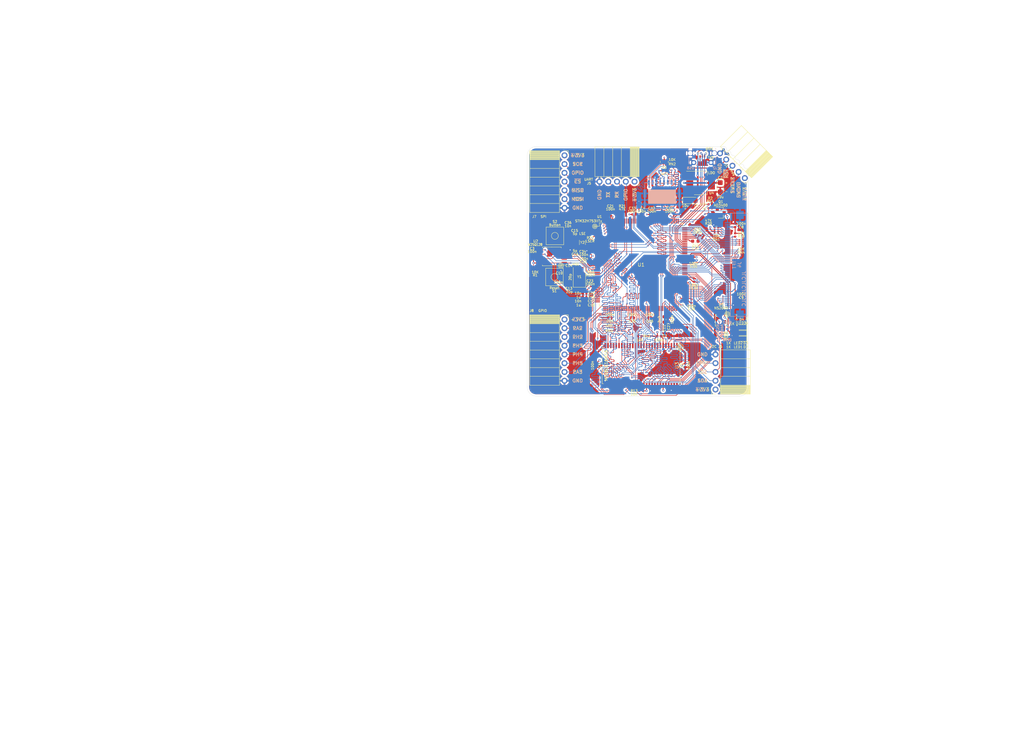
<source format=kicad_pcb>
(kicad_pcb (version 20171130) (host pcbnew 5.1.6-c6e7f7d~87~ubuntu18.04.1)
  (layers (0 F.Cu signal) (1 In1.Cu power) (2 In2.Cu power) (31 B.Cu signal) (34 B.Paste user) (35 F.Paste user) (36 B.SilkS user) (37 F.SilkS user) (38 B.Mask user) (39 F.Mask user) (44 Edge.Cuts user))
  (net 0 "")
  (net 1 +5V)
  (net 2 GND)
  (net 3 +3V3)
  (net 4 RST)
  (net 5 "Net-(C11-Pad1)")
  (net 6 "Net-(C12-Pad1)")
  (net 7 "Net-(C13-Pad1)")
  (net 8 "Net-(C14-Pad2)")
  (net 9 "Net-(C15-Pad2)")
  (net 10 "Net-(C16-Pad2)")
  (net 11 BTN1)
  (net 12 USB_D-)
  (net 13 USB_ID)
  (net 14 USB_D+)
  (net 15 "Net-(D2-Pad2)")
  (net 16 "Net-(D3-Pad2)")
  (net 17 "Net-(D4-Pad2)")
  (net 18 SWCLK)
  (net 19 SWDIO)
  (net 20 MMC_CMD)
  (net 21 MMC_D3)
  (net 22 MMC_D2)
  (net 23 MMC_D1)
  (net 24 MMC_D0)
  (net 25 MMC_CLK)
  (net 26 "Net-(J4-Pad1)")
  (net 27 TFT_IM0)
  (net 28 TFT_IM1)
  (net 29 TFT_IM2)
  (net 30 TFT_IM3)
  (net 31 TFT_RST)
  (net 32 TFT_VSYNC)
  (net 33 TFT_HSYNC)
  (net 34 TFT_DOTCLK)
  (net 35 TFT_DE)
  (net 36 TFT_D17)
  (net 37 TFT_D16)
  (net 38 TFT_D15)
  (net 39 TFT_D14)
  (net 40 TFT_D13)
  (net 41 TFT_D12)
  (net 42 TFT_D11)
  (net 43 TFT_D10)
  (net 44 TFT_D9)
  (net 45 TFT_D8)
  (net 46 TFT_D7)
  (net 47 TFT_D6)
  (net 48 TFT_B5)
  (net 49 TFT_B4)
  (net 50 TFT_B3)
  (net 51 TFT_B2)
  (net 52 TFT_MISO)
  (net 53 TFT_MOSI)
  (net 54 TFT_DC)
  (net 55 TFT_SCK)
  (net 56 TFT_~CS)
  (net 57 UART_RX)
  (net 58 UART_TX)
  (net 59 UART_ETC)
  (net 60 I2C_ETC)
  (net 61 I2C_SCL)
  (net 62 I2C_SDA)
  (net 63 SPI_MOSI)
  (net 64 SPI_MISO)
  (net 65 SPI_SCK)
  (net 66 SPI_~CS)
  (net 67 SPI_ETC)
  (net 68 "Net-(Q1-Pad1)")
  (net 69 QSPI_~CS)
  (net 70 LED1)
  (net 71 LED2)
  (net 72 LED3)
  (net 73 FMC_NBL0)
  (net 74 FMC_NBL1)
  (net 75 TFT_PWM)
  (net 76 "Net-(R21-Pad1)")
  (net 77 "Net-(R22-Pad1)")
  (net 78 "Net-(R23-Pad2)")
  (net 79 FMC_NCAS)
  (net 80 FMC_SDNE0)
  (net 81 FMC_NRAS)
  (net 82 FMC_SDCKE0)
  (net 83 "Net-(U1-Pad7)")
  (net 84 "Net-(U1-Pad13)")
  (net 85 FMC_A0)
  (net 86 FMC_A1)
  (net 87 FMC_A2)
  (net 88 FMC_A3)
  (net 89 FMC_A4)
  (net 90 FMC_A5)
  (net 91 QSPI_D3)
  (net 92 QSPI_D2)
  (net 93 QSPI_D0)
  (net 94 QSPI_D1)
  (net 95 "Net-(U1-Pad32)")
  (net 96 "Net-(U1-Pad33)")
  (net 97 "Net-(U1-Pad34)")
  (net 98 "Net-(U1-Pad35)")
  (net 99 FMC_SDNWE)
  (net 100 QSPI_CLK)
  (net 101 FMC_A6)
  (net 102 FMC_A7)
  (net 103 FMC_A8)
  (net 104 FMC_A9)
  (net 105 FMC_A10)
  (net 106 FMC_A11)
  (net 107 FMC_D4)
  (net 108 FMC_D5)
  (net 109 FMC_D6)
  (net 110 FMC_D7)
  (net 111 FMC_D8)
  (net 112 FMC_D9)
  (net 113 FMC_D10)
  (net 114 FMC_D11)
  (net 115 FMC_D12)
  (net 116 FMC_D13)
  (net 117 FMC_D14)
  (net 118 FMC_D15)
  (net 119 "Net-(U1-Pad101)")
  (net 120 FMC_D0)
  (net 121 FMC_D1)
  (net 122 FMC_A12)
  (net 123 "Net-(U1-Pad107)")
  (net 124 FMC_BA0)
  (net 125 FMC_BA1)
  (net 126 FMC_SDCLK)
  (net 127 "Net-(U1-Pad134)")
  (net 128 "Net-(U1-Pad138)")
  (net 129 FMC_D2)
  (net 130 FMC_D3)
  (net 131 "Net-(U1-Pad151)")
  (net 132 "Net-(U1-Pad152)")
  (net 133 "Net-(U1-Pad156)")
  (net 134 "Net-(U1-Pad161)")
  (net 135 "Net-(U1-Pad162)")
  (net 136 "Net-(U1-Pad163)")
  (net 137 "Net-(U1-Pad165)")
  (net 138 "Net-(U3-Pad40)")
  (net 139 "Net-(U1-Pad50)")
  (net 140 "Net-(U1-Pad51)")
  (net 141 "Net-(U1-Pad52)")
  (net 142 TFT_B7)
  (net 143 TFT_B6)
  (net 144 "Net-(U1-Pad56)")
  (net 145 "Net-(U1-Pad57)")
  (net 146 "Net-(U1-Pad155)")
  (net 147 "Net-(U1-Pad157)")
  (net 148 TFT_XR)
  (net 149 TFT_YD)
  (net 150 TFT_XL)
  (net 151 TFT_YU)
  (net 152 "Net-(R7-Pad2)")
  (net 153 TIRQ)
  (net 154 TFT_TE)
  (net 155 PH2)
  (net 156 PH3)
  (net 157 PH4)
  (net 158 PH5)
  (net 159 PA3)
  (net 160 PA2)
  (module stm32_linux:FPC_50p_0.5mm (layer B.Cu) (at 211.455 76.835 270)
    (fp_text reference J4 (at 0 -3.175 270) (layer B.SilkS) (effects (justify mirror)))
    (fp_text value TFT (at 0 -1.651 270) (layer B.SilkS) (effects (justify mirror)))
    (pad 51 smd rect (at -14.45 -3.3 270) (size 2.4 2.2) (layers B.Cu B.Paste B.Mask) (net 2 GND))
    (pad 51 smd rect (at 14.45 -3.3 270) (size 2.4 2.2) (layers B.Cu B.Paste B.Mask) (net 2 GND))
    (pad 1 smd rect (at -12.25 0.3 270) (size 0.25 1.6) (layers B.Cu B.Paste B.Mask) (net 26 "Net-(J4-Pad1)"))
    (pad 2 smd rect (at -11.75 0.3 270) (size 0.25 1.6) (layers B.Cu B.Paste B.Mask) (net 3 +3V3))
    (pad 3 smd rect (at -11.25 0.3 270) (size 0.25 1.6) (layers B.Cu B.Paste B.Mask) (net 3 +3V3))
    (pad 4 smd rect (at -10.75 0.3 270) (size 0.25 1.6) (layers B.Cu B.Paste B.Mask) (net 3 +3V3))
    (pad 5 smd rect (at -10.25 0.3 270) (size 0.25 1.6) (layers B.Cu B.Paste B.Mask) (net 3 +3V3))
    (pad 6 smd rect (at -9.75 0.3 270) (size 0.25 1.6) (layers B.Cu B.Paste B.Mask) (net 27 TFT_IM0))
    (pad 7 smd rect (at -9.25 0.3 270) (size 0.25 1.6) (layers B.Cu B.Paste B.Mask) (net 28 TFT_IM1))
    (pad 8 smd rect (at -8.75 0.3 270) (size 0.25 1.6) (layers B.Cu B.Paste B.Mask) (net 29 TFT_IM2))
    (pad 9 smd rect (at -8.25 0.3 270) (size 0.25 1.6) (layers B.Cu B.Paste B.Mask) (net 30 TFT_IM3))
    (pad 10 smd rect (at -7.75 0.3 270) (size 0.25 1.6) (layers B.Cu B.Paste B.Mask) (net 31 TFT_RST))
    (pad 11 smd rect (at -7.25 0.3 270) (size 0.25 1.6) (layers B.Cu B.Paste B.Mask) (net 32 TFT_VSYNC))
    (pad 12 smd rect (at -6.75 0.3 270) (size 0.25 1.6) (layers B.Cu B.Paste B.Mask) (net 33 TFT_HSYNC))
    (pad 13 smd rect (at -6.25 0.3 270) (size 0.25 1.6) (layers B.Cu B.Paste B.Mask) (net 34 TFT_DOTCLK))
    (pad 14 smd rect (at -5.75 0.3 270) (size 0.25 1.6) (layers B.Cu B.Paste B.Mask) (net 35 TFT_DE))
    (pad 15 smd rect (at -5.25 0.3 270) (size 0.25 1.6) (layers B.Cu B.Paste B.Mask) (net 36 TFT_D17))
    (pad 16 smd rect (at -4.75 0.3 270) (size 0.25 1.6) (layers B.Cu B.Paste B.Mask) (net 37 TFT_D16))
    (pad 17 smd rect (at -4.25 0.3 270) (size 0.25 1.6) (layers B.Cu B.Paste B.Mask) (net 38 TFT_D15))
    (pad 18 smd rect (at -3.75 0.3 270) (size 0.25 1.6) (layers B.Cu B.Paste B.Mask) (net 39 TFT_D14))
    (pad 19 smd rect (at -3.25 0.3 270) (size 0.25 1.6) (layers B.Cu B.Paste B.Mask) (net 40 TFT_D13))
    (pad 20 smd rect (at -2.75 0.3 270) (size 0.25 1.6) (layers B.Cu B.Paste B.Mask) (net 41 TFT_D12))
    (pad 21 smd rect (at -2.25 0.3 270) (size 0.25 1.6) (layers B.Cu B.Paste B.Mask) (net 42 TFT_D11))
    (pad 22 smd rect (at -1.75 0.3 270) (size 0.25 1.6) (layers B.Cu B.Paste B.Mask) (net 43 TFT_D10))
    (pad 23 smd rect (at -1.25 0.3 270) (size 0.25 1.6) (layers B.Cu B.Paste B.Mask) (net 44 TFT_D9))
    (pad 24 smd rect (at -0.75 0.3 270) (size 0.25 1.6) (layers B.Cu B.Paste B.Mask) (net 45 TFT_D8))
    (pad 25 smd rect (at -0.25 0.3 270) (size 0.25 1.6) (layers B.Cu B.Paste B.Mask) (net 46 TFT_D7))
    (pad 26 smd rect (at 0.25 0.3 270) (size 0.25 1.6) (layers B.Cu B.Paste B.Mask) (net 47 TFT_D6))
    (pad 27 smd rect (at 0.75 0.3 270) (size 0.25 1.6) (layers B.Cu B.Paste B.Mask) (net 142 TFT_B7))
    (pad 28 smd rect (at 1.25 0.3 270) (size 0.25 1.6) (layers B.Cu B.Paste B.Mask) (net 143 TFT_B6))
    (pad 29 smd rect (at 1.75 0.3 270) (size 0.25 1.6) (layers B.Cu B.Paste B.Mask) (net 48 TFT_B5))
    (pad 30 smd rect (at 2.25 0.3 270) (size 0.25 1.6) (layers B.Cu B.Paste B.Mask) (net 49 TFT_B4))
    (pad 31 smd rect (at 2.75 0.3 270) (size 0.25 1.6) (layers B.Cu B.Paste B.Mask) (net 50 TFT_B3))
    (pad 32 smd rect (at 3.25 0.3 270) (size 0.25 1.6) (layers B.Cu B.Paste B.Mask) (net 51 TFT_B2))
    (pad 33 smd rect (at 3.75 0.3 270) (size 0.25 1.6) (layers B.Cu B.Paste B.Mask) (net 52 TFT_MISO))
    (pad 34 smd rect (at 4.25 0.3 270) (size 0.25 1.6) (layers B.Cu B.Paste B.Mask) (net 53 TFT_MOSI))
    (pad 35 smd rect (at 4.75 0.3 270) (size 0.25 1.6) (layers B.Cu B.Paste B.Mask) (net 3 +3V3))
    (pad 36 smd rect (at 5.25 0.3 270) (size 0.25 1.6) (layers B.Cu B.Paste B.Mask) (net 54 TFT_DC))
    (pad 37 smd rect (at 5.75 0.3 270) (size 0.25 1.6) (layers B.Cu B.Paste B.Mask) (net 55 TFT_SCK))
    (pad 38 smd rect (at 6.25 0.3 270) (size 0.25 1.6) (layers B.Cu B.Paste B.Mask) (net 56 TFT_~CS))
    (pad 39 smd rect (at 6.75 0.3 270) (size 0.25 1.6) (layers B.Cu B.Paste B.Mask) (net 154 TFT_TE))
    (pad 40 smd rect (at 7.25 0.3 270) (size 0.25 1.6) (layers B.Cu B.Paste B.Mask) (net 3 +3V3))
    (pad 41 smd rect (at 7.75 0.3 270) (size 0.25 1.6) (layers B.Cu B.Paste B.Mask) (net 3 +3V3))
    (pad 42 smd rect (at 8.25 0.3 270) (size 0.25 1.6) (layers B.Cu B.Paste B.Mask) (net 3 +3V3))
    (pad 43 smd rect (at 8.75 0.3 270) (size 0.25 1.6) (layers B.Cu B.Paste B.Mask) (net 2 GND))
    (pad 44 smd rect (at 9.25 0.3 270) (size 0.25 1.6) (layers B.Cu B.Paste B.Mask) (net 148 TFT_XR))
    (pad 45 smd rect (at 9.75 0.3 270) (size 0.25 1.6) (layers B.Cu B.Paste B.Mask) (net 149 TFT_YD))
    (pad 46 smd rect (at 10.25 0.3 270) (size 0.25 1.6) (layers B.Cu B.Paste B.Mask) (net 150 TFT_XL))
    (pad 47 smd rect (at 10.75 0.3 270) (size 0.25 1.6) (layers B.Cu B.Paste B.Mask) (net 151 TFT_YU))
    (pad 48 smd rect (at 11.25 0.3 270) (size 0.25 1.6) (layers B.Cu B.Paste B.Mask) (net 2 GND))
    (pad 49 smd rect (at 11.75 0.3 270) (size 0.25 1.6) (layers B.Cu B.Paste B.Mask) (net 2 GND))
    (pad 50 smd rect (at 12.25 0.3 270) (size 0.25 1.6) (layers B.Cu B.Paste B.Mask) (net 2 GND))
  )
  (module Connector_PinSocket_2.54mm:PinSocket_1x05_P2.54mm_Horizontal (layer F.Cu) (at 216.154 51.689 225)
    (fp_text reference J1 (at 1.167433 6.375982 135) (layer F.SilkS) (effects (font (size 0.7 0.7) (thickness 0.13))))
    (fp_text value Prog (at 1.347038 3.86151 135) (layer F.SilkS) (effects (font (size 0.7 0.7) (thickness 0.13))))
    (pad 1 thru_hole circle (at 0 0 225) (size 1.7 1.7) (drill 1) (layers *.Cu *.Mask) (net 3 +3V3))
    (pad 2 thru_hole oval (at 0 2.54 225) (size 1.7 1.7) (drill 1) (layers *.Cu *.Mask) (net 19 SWDIO))
    (pad 3 thru_hole oval (at 0 5.08 225) (size 1.7 1.7) (drill 1) (layers *.Cu *.Mask) (net 18 SWCLK))
    (pad 4 thru_hole oval (at 0 7.62 225) (size 1.7 1.7) (drill 1) (layers *.Cu *.Mask) (net 4 RST))
    (pad 5 thru_hole oval (at 0 10.16 225) (size 1.7 1.7) (drill 1) (layers *.Cu *.Mask) (net 2 GND))
  )
  (module Package_QFP:LQFP-176_24x24mm_P0.5mm (layer F.Cu) (at 186.055 76.835)
    (fp_text reference U1 (at -12.065 -13.97) (layer F.SilkS) (effects (font (size 0.7 0.7) (thickness 0.13))))
    (fp_text value STM32H753IITx (at -15.24 -12.7) (layer F.SilkS) (effects (font (size 0.7 0.7) (thickness 0.13))))
    (fp_text user %R (at 0 0) (layer F.SilkS))
    (pad 1 smd roundrect (at -12.675 -10.75) (size 1.5 0.3) (layers F.Cu F.Paste F.Mask) (net 65 SPI_SCK))
    (pad 2 smd roundrect (at -12.675 -10.25) (size 1.5 0.3) (layers F.Cu F.Paste F.Mask) (net 67 SPI_ETC))
    (pad 3 smd roundrect (at -12.675 -9.75) (size 1.5 0.3) (layers F.Cu F.Paste F.Mask) (net 66 SPI_~CS))
    (pad 4 smd roundrect (at -12.675 -9.25) (size 1.5 0.3) (layers F.Cu F.Paste F.Mask) (net 64 SPI_MISO))
    (pad 5 smd roundrect (at -12.675 -8.75) (size 1.5 0.3) (layers F.Cu F.Paste F.Mask) (net 63 SPI_MOSI))
    (pad 6 smd roundrect (at -12.675 -8.25) (size 1.5 0.3) (layers F.Cu F.Paste F.Mask) (net 3 +3V3))
    (pad 7 smd roundrect (at -12.675 -7.75) (size 1.5 0.3) (layers F.Cu F.Paste F.Mask) (net 83 "Net-(U1-Pad7)"))
    (pad 8 smd roundrect (at -12.675 -7.25) (size 1.5 0.3) (layers F.Cu F.Paste F.Mask) (net 11 BTN1))
    (pad 9 smd roundrect (at -12.675 -6.75) (size 1.5 0.3) (layers F.Cu F.Paste F.Mask) (net 9 "Net-(C15-Pad2)"))
    (pad 10 smd roundrect (at -12.675 -6.25) (size 1.5 0.3) (layers F.Cu F.Paste F.Mask) (net 78 "Net-(R23-Pad2)"))
    (pad 11 smd roundrect (at -12.675 -5.75) (size 1.5 0.3) (layers F.Cu F.Paste F.Mask) (net 32 TFT_VSYNC))
    (pad 12 smd roundrect (at -12.675 -5.25) (size 1.5 0.3) (layers F.Cu F.Paste F.Mask) (net 33 TFT_HSYNC))
    (pad 13 smd roundrect (at -12.675 -4.75) (size 1.5 0.3) (layers F.Cu F.Paste F.Mask) (net 84 "Net-(U1-Pad13)"))
    (pad 14 smd roundrect (at -12.675 -4.25) (size 1.5 0.3) (layers F.Cu F.Paste F.Mask) (net 2 GND))
    (pad 15 smd roundrect (at -12.675 -3.75) (size 1.5 0.3) (layers F.Cu F.Paste F.Mask) (net 3 +3V3))
    (pad 16 smd roundrect (at -12.675 -3.25) (size 1.5 0.3) (layers F.Cu F.Paste F.Mask) (net 85 FMC_A0))
    (pad 17 smd roundrect (at -12.675 -2.75) (size 1.5 0.3) (layers F.Cu F.Paste F.Mask) (net 86 FMC_A1))
    (pad 18 smd roundrect (at -12.675 -2.25) (size 1.5 0.3) (layers F.Cu F.Paste F.Mask) (net 87 FMC_A2))
    (pad 19 smd roundrect (at -12.675 -1.75) (size 1.5 0.3) (layers F.Cu F.Paste F.Mask) (net 88 FMC_A3))
    (pad 20 smd roundrect (at -12.675 -1.25) (size 1.5 0.3) (layers F.Cu F.Paste F.Mask) (net 89 FMC_A4))
    (pad 21 smd roundrect (at -12.675 -0.75) (size 1.5 0.3) (layers F.Cu F.Paste F.Mask) (net 90 FMC_A5))
    (pad 22 smd roundrect (at -12.675 -0.25) (size 1.5 0.3) (layers F.Cu F.Paste F.Mask) (net 2 GND))
    (pad 23 smd roundrect (at -12.675 0.25) (size 1.5 0.3) (layers F.Cu F.Paste F.Mask) (net 3 +3V3))
    (pad 24 smd roundrect (at -12.675 0.75) (size 1.5 0.3) (layers F.Cu F.Paste F.Mask) (net 91 QSPI_D3))
    (pad 25 smd roundrect (at -12.675 1.25) (size 1.5 0.3) (layers F.Cu F.Paste F.Mask) (net 92 QSPI_D2))
    (pad 26 smd roundrect (at -12.675 1.75) (size 1.5 0.3) (layers F.Cu F.Paste F.Mask) (net 93 QSPI_D0))
    (pad 27 smd roundrect (at -12.675 2.25) (size 1.5 0.3) (layers F.Cu F.Paste F.Mask) (net 94 QSPI_D1))
    (pad 28 smd roundrect (at -12.675 2.75) (size 1.5 0.3) (layers F.Cu F.Paste F.Mask) (net 35 TFT_DE))
    (pad 29 smd roundrect (at -12.675 3.25) (size 1.5 0.3) (layers F.Cu F.Paste F.Mask) (net 8 "Net-(C14-Pad2)"))
    (pad 30 smd roundrect (at -12.675 3.75) (size 1.5 0.3) (layers F.Cu F.Paste F.Mask) (net 77 "Net-(R22-Pad1)"))
    (pad 31 smd roundrect (at -12.675 4.25) (size 1.5 0.3) (layers F.Cu F.Paste F.Mask) (net 4 RST))
    (pad 32 smd roundrect (at -12.675 4.75) (size 1.5 0.3) (layers F.Cu F.Paste F.Mask) (net 95 "Net-(U1-Pad32)"))
    (pad 33 smd roundrect (at -12.675 5.25) (size 1.5 0.3) (layers F.Cu F.Paste F.Mask) (net 96 "Net-(U1-Pad33)"))
    (pad 34 smd roundrect (at -12.675 5.75) (size 1.5 0.3) (layers F.Cu F.Paste F.Mask) (net 97 "Net-(U1-Pad34)"))
    (pad 35 smd roundrect (at -12.675 6.25) (size 1.5 0.3) (layers F.Cu F.Paste F.Mask) (net 98 "Net-(U1-Pad35)"))
    (pad 36 smd roundrect (at -12.675 6.75) (size 1.5 0.3) (layers F.Cu F.Paste F.Mask) (net 3 +3V3))
    (pad 37 smd roundrect (at -12.675 7.25) (size 1.5 0.3) (layers F.Cu F.Paste F.Mask) (net 2 GND))
    (pad 38 smd roundrect (at -12.675 7.75) (size 1.5 0.3) (layers F.Cu F.Paste F.Mask) (net 3 +3V3))
    (pad 39 smd roundrect (at -12.675 8.25) (size 1.5 0.3) (layers F.Cu F.Paste F.Mask) (net 3 +3V3))
    (pad 40 smd roundrect (at -12.675 8.75) (size 1.5 0.3) (layers F.Cu F.Paste F.Mask) (net 59 UART_ETC))
    (pad 41 smd roundrect (at -12.675 9.25) (size 1.5 0.3) (layers F.Cu F.Paste F.Mask) (net 41 TFT_D12))
    (pad 42 smd roundrect (at -12.675 9.75) (size 1.5 0.3) (layers F.Cu F.Paste F.Mask) (net 160 PA2))
    (pad 43 smd roundrect (at -12.675 10.25) (size 1.5 0.3) (layers F.Cu F.Paste F.Mask) (net 155 PH2))
    (pad 44 smd roundrect (at -12.675 10.75) (size 1.5 0.3) (layers F.Cu F.Paste F.Mask) (net 156 PH3))
    (pad 45 smd roundrect (at -10.75 12.675) (size 0.3 1.5) (layers F.Cu F.Paste F.Mask) (net 157 PH4))
    (pad 46 smd roundrect (at -10.25 12.675) (size 0.3 1.5) (layers F.Cu F.Paste F.Mask) (net 158 PH5))
    (pad 47 smd roundrect (at -9.75 12.675) (size 0.3 1.5) (layers F.Cu F.Paste F.Mask) (net 159 PA3))
    (pad 48 smd roundrect (at -9.25 12.675) (size 0.3 1.5) (layers F.Cu F.Paste F.Mask) (net 2 GND))
    (pad 49 smd roundrect (at -8.75 12.675) (size 0.3 1.5) (layers F.Cu F.Paste F.Mask) (net 3 +3V3))
    (pad 50 smd roundrect (at -8.25 12.675) (size 0.3 1.5) (layers F.Cu F.Paste F.Mask) (net 139 "Net-(U1-Pad50)"))
    (pad 51 smd roundrect (at -7.75 12.675) (size 0.3 1.5) (layers F.Cu F.Paste F.Mask) (net 140 "Net-(U1-Pad51)"))
    (pad 52 smd roundrect (at -7.25 12.675) (size 0.3 1.5) (layers F.Cu F.Paste F.Mask) (net 141 "Net-(U1-Pad52)"))
    (pad 53 smd roundrect (at -6.75 12.675) (size 0.3 1.5) (layers F.Cu F.Paste F.Mask) (net 99 FMC_SDNWE))
    (pad 54 smd roundrect (at -6.25 12.675) (size 0.3 1.5) (layers F.Cu F.Paste F.Mask) (net 80 FMC_SDNE0))
    (pad 55 smd roundrect (at -5.75 12.675) (size 0.3 1.5) (layers F.Cu F.Paste F.Mask) (net 82 FMC_SDCKE0))
    (pad 56 smd roundrect (at -5.25 12.675) (size 0.3 1.5) (layers F.Cu F.Paste F.Mask) (net 144 "Net-(U1-Pad56)"))
    (pad 57 smd roundrect (at -4.75 12.675) (size 0.3 1.5) (layers F.Cu F.Paste F.Mask) (net 145 "Net-(U1-Pad57)"))
    (pad 58 smd roundrect (at -4.25 12.675) (size 0.3 1.5) (layers F.Cu F.Paste F.Mask) (net 100 QSPI_CLK))
    (pad 59 smd roundrect (at -3.75 12.675) (size 0.3 1.5) (layers F.Cu F.Paste F.Mask) (net 81 FMC_NRAS))
    (pad 60 smd roundrect (at -3.25 12.675) (size 0.3 1.5) (layers F.Cu F.Paste F.Mask) (net 101 FMC_A6))
    (pad 61 smd roundrect (at -2.75 12.675) (size 0.3 1.5) (layers F.Cu F.Paste F.Mask) (net 2 GND))
    (pad 62 smd roundrect (at -2.25 12.675) (size 0.3 1.5) (layers F.Cu F.Paste F.Mask) (net 3 +3V3))
    (pad 63 smd roundrect (at -1.75 12.675) (size 0.3 1.5) (layers F.Cu F.Paste F.Mask) (net 102 FMC_A7))
    (pad 64 smd roundrect (at -1.25 12.675) (size 0.3 1.5) (layers F.Cu F.Paste F.Mask) (net 103 FMC_A8))
    (pad 65 smd roundrect (at -0.75 12.675) (size 0.3 1.5) (layers F.Cu F.Paste F.Mask) (net 104 FMC_A9))
    (pad 66 smd roundrect (at -0.25 12.675) (size 0.3 1.5) (layers F.Cu F.Paste F.Mask) (net 105 FMC_A10))
    (pad 67 smd roundrect (at 0.25 12.675) (size 0.3 1.5) (layers F.Cu F.Paste F.Mask) (net 106 FMC_A11))
    (pad 68 smd roundrect (at 0.75 12.675) (size 0.3 1.5) (layers F.Cu F.Paste F.Mask) (net 107 FMC_D4))
    (pad 69 smd roundrect (at 1.25 12.675) (size 0.3 1.5) (layers F.Cu F.Paste F.Mask) (net 108 FMC_D5))
    (pad 70 smd roundrect (at 1.75 12.675) (size 0.3 1.5) (layers F.Cu F.Paste F.Mask) (net 109 FMC_D6))
    (pad 71 smd roundrect (at 2.25 12.675) (size 0.3 1.5) (layers F.Cu F.Paste F.Mask) (net 2 GND))
    (pad 72 smd roundrect (at 2.75 12.675) (size 0.3 1.5) (layers F.Cu F.Paste F.Mask) (net 3 +3V3))
    (pad 73 smd roundrect (at 3.25 12.675) (size 0.3 1.5) (layers F.Cu F.Paste F.Mask) (net 110 FMC_D7))
    (pad 74 smd roundrect (at 3.75 12.675) (size 0.3 1.5) (layers F.Cu F.Paste F.Mask) (net 111 FMC_D8))
    (pad 75 smd roundrect (at 4.25 12.675) (size 0.3 1.5) (layers F.Cu F.Paste F.Mask) (net 112 FMC_D9))
    (pad 76 smd roundrect (at 4.75 12.675) (size 0.3 1.5) (layers F.Cu F.Paste F.Mask) (net 113 FMC_D10))
    (pad 77 smd roundrect (at 5.25 12.675) (size 0.3 1.5) (layers F.Cu F.Paste F.Mask) (net 114 FMC_D11))
    (pad 78 smd roundrect (at 5.75 12.675) (size 0.3 1.5) (layers F.Cu F.Paste F.Mask) (net 115 FMC_D12))
    (pad 79 smd roundrect (at 6.25 12.675) (size 0.3 1.5) (layers F.Cu F.Paste F.Mask) (net 61 I2C_SCL))
    (pad 80 smd roundrect (at 6.75 12.675) (size 0.3 1.5) (layers F.Cu F.Paste F.Mask) (net 62 I2C_SDA))
    (pad 81 smd roundrect (at 7.25 12.675) (size 0.3 1.5) (layers F.Cu F.Paste F.Mask) (net 5 "Net-(C11-Pad1)"))
    (pad 82 smd roundrect (at 7.75 12.675) (size 0.3 1.5) (layers F.Cu F.Paste F.Mask) (net 3 +3V3))
    (pad 83 smd roundrect (at 8.25 12.675) (size 0.3 1.5) (layers F.Cu F.Paste F.Mask) (net 75 TFT_PWM))
    (pad 84 smd roundrect (at 8.75 12.675) (size 0.3 1.5) (layers F.Cu F.Paste F.Mask) (net 60 I2C_ETC))
    (pad 85 smd roundrect (at 9.25 12.675) (size 0.3 1.5) (layers F.Cu F.Paste F.Mask) (net 31 TFT_RST))
    (pad 86 smd roundrect (at 9.75 12.675) (size 0.3 1.5) (layers F.Cu F.Paste F.Mask) (net 40 TFT_D13))
    (pad 87 smd roundrect (at 10.25 12.675) (size 0.3 1.5) (layers F.Cu F.Paste F.Mask) (net 39 TFT_D14))
    (pad 88 smd roundrect (at 10.75 12.675) (size 0.3 1.5) (layers F.Cu F.Paste F.Mask) (net 38 TFT_D15))
    (pad 89 smd roundrect (at 12.675 10.75) (size 1.5 0.3) (layers F.Cu F.Paste F.Mask) (net 54 TFT_DC))
    (pad 90 smd roundrect (at 12.675 10.25) (size 1.5 0.3) (layers F.Cu F.Paste F.Mask) (net 2 GND))
    (pad 91 smd roundrect (at 12.675 9.75) (size 1.5 0.3) (layers F.Cu F.Paste F.Mask) (net 3 +3V3))
    (pad 92 smd roundrect (at 12.675 9.25) (size 1.5 0.3) (layers F.Cu F.Paste F.Mask) (net 56 TFT_~CS))
    (pad 93 smd roundrect (at 12.675 8.75) (size 1.5 0.3) (layers F.Cu F.Paste F.Mask) (net 55 TFT_SCK))
    (pad 94 smd roundrect (at 12.675 8.25) (size 1.5 0.3) (layers F.Cu F.Paste F.Mask) (net 52 TFT_MISO))
    (pad 95 smd roundrect (at 12.675 7.75) (size 1.5 0.3) (layers F.Cu F.Paste F.Mask) (net 53 TFT_MOSI))
    (pad 96 smd roundrect (at 12.675 7.25) (size 1.5 0.3) (layers F.Cu F.Paste F.Mask) (net 116 FMC_D13))
    (pad 97 smd roundrect (at 12.675 6.75) (size 1.5 0.3) (layers F.Cu F.Paste F.Mask) (net 117 FMC_D14))
    (pad 98 smd roundrect (at 12.675 6.25) (size 1.5 0.3) (layers F.Cu F.Paste F.Mask) (net 118 FMC_D15))
    (pad 99 smd roundrect (at 12.675 5.75) (size 1.5 0.3) (layers F.Cu F.Paste F.Mask) (net 153 TIRQ))
    (pad 100 smd roundrect (at 12.675 5.25) (size 1.5 0.3) (layers F.Cu F.Paste F.Mask) (net 70 LED1))
    (pad 101 smd roundrect (at 12.675 4.75) (size 1.5 0.3) (layers F.Cu F.Paste F.Mask) (net 119 "Net-(U1-Pad101)"))
    (pad 102 smd roundrect (at 12.675 4.25) (size 1.5 0.3) (layers F.Cu F.Paste F.Mask) (net 2 GND))
    (pad 103 smd roundrect (at 12.675 3.75) (size 1.5 0.3) (layers F.Cu F.Paste F.Mask) (net 3 +3V3))
    (pad 104 smd roundrect (at 12.675 3.25) (size 1.5 0.3) (layers F.Cu F.Paste F.Mask) (net 120 FMC_D0))
    (pad 105 smd roundrect (at 12.675 2.75) (size 1.5 0.3) (layers F.Cu F.Paste F.Mask) (net 121 FMC_D1))
    (pad 106 smd roundrect (at 12.675 2.25) (size 1.5 0.3) (layers F.Cu F.Paste F.Mask) (net 122 FMC_A12))
    (pad 107 smd roundrect (at 12.675 1.75) (size 1.5 0.3) (layers F.Cu F.Paste F.Mask) (net 123 "Net-(U1-Pad107)"))
    (pad 108 smd roundrect (at 12.675 1.25) (size 1.5 0.3) (layers F.Cu F.Paste F.Mask) (net 124 FMC_BA0))
    (pad 109 smd roundrect (at 12.675 0.75) (size 1.5 0.3) (layers F.Cu F.Paste F.Mask) (net 125 FMC_BA1))
    (pad 110 smd roundrect (at 12.675 0.25) (size 1.5 0.3) (layers F.Cu F.Paste F.Mask) (net 36 TFT_D17))
    (pad 111 smd roundrect (at 12.675 -0.25) (size 1.5 0.3) (layers F.Cu F.Paste F.Mask) (net 34 TFT_DOTCLK))
    (pad 112 smd roundrect (at 12.675 -0.75) (size 1.5 0.3) (layers F.Cu F.Paste F.Mask) (net 126 FMC_SDCLK))
    (pad 113 smd roundrect (at 12.675 -1.25) (size 1.5 0.3) (layers F.Cu F.Paste F.Mask) (net 2 GND))
    (pad 114 smd roundrect (at 12.675 -1.75) (size 1.5 0.3) (layers F.Cu F.Paste F.Mask) (net 3 +3V3))
    (pad 115 smd roundrect (at 12.675 -2.25) (size 1.5 0.3) (layers F.Cu F.Paste F.Mask) (net 71 LED2))
    (pad 116 smd roundrect (at 12.675 -2.75) (size 1.5 0.3) (layers F.Cu F.Paste F.Mask) (net 72 LED3))
    (pad 117 smd roundrect (at 12.675 -3.25) (size 1.5 0.3) (layers F.Cu F.Paste F.Mask) (net 24 MMC_D0))
    (pad 118 smd roundrect (at 12.675 -3.75) (size 1.5 0.3) (layers F.Cu F.Paste F.Mask) (net 23 MMC_D1))
    (pad 119 smd roundrect (at 12.675 -4.25) (size 1.5 0.3) (layers F.Cu F.Paste F.Mask) (net 37 TFT_D16))
    (pad 120 smd roundrect (at 12.675 -4.75) (size 1.5 0.3) (layers F.Cu F.Paste F.Mask) (net 154 TFT_TE))
    (pad 121 smd roundrect (at 12.675 -5.25) (size 1.5 0.3) (layers F.Cu F.Paste F.Mask) (net 13 USB_ID))
    (pad 122 smd roundrect (at 12.675 -5.75) (size 1.5 0.3) (layers F.Cu F.Paste F.Mask) (net 12 USB_D-))
    (pad 123 smd roundrect (at 12.675 -6.25) (size 1.5 0.3) (layers F.Cu F.Paste F.Mask) (net 14 USB_D+))
    (pad 124 smd roundrect (at 12.675 -6.75) (size 1.5 0.3) (layers F.Cu F.Paste F.Mask) (net 19 SWDIO))
    (pad 125 smd roundrect (at 12.675 -7.25) (size 1.5 0.3) (layers F.Cu F.Paste F.Mask) (net 6 "Net-(C12-Pad1)"))
    (pad 126 smd roundrect (at 12.675 -7.75) (size 1.5 0.3) (layers F.Cu F.Paste F.Mask) (net 2 GND))
    (pad 127 smd roundrect (at 12.675 -8.25) (size 1.5 0.3) (layers F.Cu F.Paste F.Mask) (net 3 +3V3))
    (pad 128 smd roundrect (at 12.675 -8.75) (size 1.5 0.3) (layers F.Cu F.Paste F.Mask) (net 47 TFT_D6))
    (pad 129 smd roundrect (at 12.675 -9.25) (size 1.5 0.3) (layers F.Cu F.Paste F.Mask) (net 46 TFT_D7))
    (pad 130 smd roundrect (at 12.675 -9.75) (size 1.5 0.3) (layers F.Cu F.Paste F.Mask) (net 45 TFT_D8))
    (pad 131 smd roundrect (at 12.675 -10.25) (size 1.5 0.3) (layers F.Cu F.Paste F.Mask) (net 44 TFT_D9))
    (pad 132 smd roundrect (at 12.675 -10.75) (size 1.5 0.3) (layers F.Cu F.Paste F.Mask) (net 43 TFT_D10))
    (pad 133 smd roundrect (at 10.75 -12.675) (size 0.3 1.5) (layers F.Cu F.Paste F.Mask) (net 42 TFT_D11))
    (pad 134 smd roundrect (at 10.25 -12.675) (size 0.3 1.5) (layers F.Cu F.Paste F.Mask) (net 127 "Net-(U1-Pad134)"))
    (pad 135 smd roundrect (at 9.75 -12.675) (size 0.3 1.5) (layers F.Cu F.Paste F.Mask) (net 2 GND))
    (pad 136 smd roundrect (at 9.25 -12.675) (size 0.3 1.5) (layers F.Cu F.Paste F.Mask) (net 3 +3V3))
    (pad 137 smd roundrect (at 8.75 -12.675) (size 0.3 1.5) (layers F.Cu F.Paste F.Mask) (net 18 SWCLK))
    (pad 138 smd roundrect (at 8.25 -12.675) (size 0.3 1.5) (layers F.Cu F.Paste F.Mask) (net 128 "Net-(U1-Pad138)"))
    (pad 139 smd roundrect (at 7.75 -12.675) (size 0.3 1.5) (layers F.Cu F.Paste F.Mask) (net 22 MMC_D2))
    (pad 140 smd roundrect (at 7.25 -12.675) (size 0.3 1.5) (layers F.Cu F.Paste F.Mask) (net 21 MMC_D3))
    (pad 141 smd roundrect (at 6.75 -12.675) (size 0.3 1.5) (layers F.Cu F.Paste F.Mask) (net 25 MMC_CLK))
    (pad 142 smd roundrect (at 6.25 -12.675) (size 0.3 1.5) (layers F.Cu F.Paste F.Mask) (net 129 FMC_D2))
    (pad 143 smd roundrect (at 5.75 -12.675) (size 0.3 1.5) (layers F.Cu F.Paste F.Mask) (net 130 FMC_D3))
    (pad 144 smd roundrect (at 5.25 -12.675) (size 0.3 1.5) (layers F.Cu F.Paste F.Mask) (net 20 MMC_CMD))
    (pad 145 smd roundrect (at 4.75 -12.675) (size 0.3 1.5) (layers F.Cu F.Paste F.Mask) (net 27 TFT_IM0))
    (pad 146 smd roundrect (at 4.25 -12.675) (size 0.3 1.5) (layers F.Cu F.Paste F.Mask) (net 28 TFT_IM1))
    (pad 147 smd roundrect (at 3.75 -12.675) (size 0.3 1.5) (layers F.Cu F.Paste F.Mask) (net 29 TFT_IM2))
    (pad 148 smd roundrect (at 3.25 -12.675) (size 0.3 1.5) (layers F.Cu F.Paste F.Mask) (net 2 GND))
    (pad 149 smd roundrect (at 2.75 -12.675) (size 0.3 1.5) (layers F.Cu F.Paste F.Mask) (net 3 +3V3))
    (pad 150 smd roundrect (at 2.25 -12.675) (size 0.3 1.5) (layers F.Cu F.Paste F.Mask) (net 30 TFT_IM3))
    (pad 151 smd roundrect (at 1.75 -12.675) (size 0.3 1.5) (layers F.Cu F.Paste F.Mask) (net 131 "Net-(U1-Pad151)"))
    (pad 152 smd roundrect (at 1.25 -12.675) (size 0.3 1.5) (layers F.Cu F.Paste F.Mask) (net 132 "Net-(U1-Pad152)"))
    (pad 153 smd roundrect (at 0.75 -12.675) (size 0.3 1.5) (layers F.Cu F.Paste F.Mask) (net 51 TFT_B2))
    (pad 154 smd roundrect (at 0.25 -12.675) (size 0.3 1.5) (layers F.Cu F.Paste F.Mask) (net 50 TFT_B3))
    (pad 155 smd roundrect (at -0.25 -12.675) (size 0.3 1.5) (layers F.Cu F.Paste F.Mask) (net 146 "Net-(U1-Pad155)"))
    (pad 156 smd roundrect (at -0.75 -12.675) (size 0.3 1.5) (layers F.Cu F.Paste F.Mask) (net 133 "Net-(U1-Pad156)"))
    (pad 157 smd roundrect (at -1.25 -12.675) (size 0.3 1.5) (layers F.Cu F.Paste F.Mask) (net 147 "Net-(U1-Pad157)"))
    (pad 158 smd roundrect (at -1.75 -12.675) (size 0.3 1.5) (layers F.Cu F.Paste F.Mask) (net 2 GND))
    (pad 159 smd roundrect (at -2.25 -12.675) (size 0.3 1.5) (layers F.Cu F.Paste F.Mask) (net 3 +3V3))
    (pad 160 smd roundrect (at -2.75 -12.675) (size 0.3 1.5) (layers F.Cu F.Paste F.Mask) (net 79 FMC_NCAS))
    (pad 161 smd roundrect (at -3.25 -12.675) (size 0.3 1.5) (layers F.Cu F.Paste F.Mask) (net 134 "Net-(U1-Pad161)"))
    (pad 162 smd roundrect (at -3.75 -12.675) (size 0.3 1.5) (layers F.Cu F.Paste F.Mask) (net 135 "Net-(U1-Pad162)"))
    (pad 163 smd roundrect (at -4.25 -12.675) (size 0.3 1.5) (layers F.Cu F.Paste F.Mask) (net 136 "Net-(U1-Pad163)"))
    (pad 164 smd roundrect (at -4.75 -12.675) (size 0.3 1.5) (layers F.Cu F.Paste F.Mask) (net 69 QSPI_~CS))
    (pad 165 smd roundrect (at -5.25 -12.675) (size 0.3 1.5) (layers F.Cu F.Paste F.Mask) (net 137 "Net-(U1-Pad165)"))
    (pad 166 smd roundrect (at -5.75 -12.675) (size 0.3 1.5) (layers F.Cu F.Paste F.Mask) (net 76 "Net-(R21-Pad1)"))
    (pad 167 smd roundrect (at -6.25 -12.675) (size 0.3 1.5) (layers F.Cu F.Paste F.Mask) (net 57 UART_RX))
    (pad 168 smd roundrect (at -6.75 -12.675) (size 0.3 1.5) (layers F.Cu F.Paste F.Mask) (net 58 UART_TX))
    (pad 169 smd roundrect (at -7.25 -12.675) (size 0.3 1.5) (layers F.Cu F.Paste F.Mask) (net 73 FMC_NBL0))
    (pad 170 smd roundrect (at -7.75 -12.675) (size 0.3 1.5) (layers F.Cu F.Paste F.Mask) (net 74 FMC_NBL1))
    (pad 171 smd roundrect (at -8.25 -12.675) (size 0.3 1.5) (layers F.Cu F.Paste F.Mask) (net 3 +3V3))
    (pad 172 smd roundrect (at -8.75 -12.675) (size 0.3 1.5) (layers F.Cu F.Paste F.Mask) (net 3 +3V3))
    (pad 173 smd roundrect (at -9.25 -12.675) (size 0.3 1.5) (layers F.Cu F.Paste F.Mask) (net 49 TFT_B4))
    (pad 174 smd roundrect (at -9.75 -12.675) (size 0.3 1.5) (layers F.Cu F.Paste F.Mask) (net 48 TFT_B5))
    (pad 175 smd roundrect (at -10.25 -12.675) (size 0.3 1.5) (layers F.Cu F.Paste F.Mask) (net 143 TFT_B6))
    (pad 176 smd roundrect (at -10.75 -12.675) (size 0.3 1.5) (layers F.Cu F.Paste F.Mask) (net 142 TFT_B7))
  )
  (module Package_SO:TSOP-II-54_22.2x10.16mm_P0.8mm (layer F.Cu) (at 186.055 106.045 270)
    (fp_text reference U3 (at 0 -10.414 90) (layer F.SilkS))
    (fp_text value MT48LC16M16 (at 0 10.16 90) (layer F.SilkS) (effects (font (size 0.85 0.85))))
    (pad 1 smd rect (at -5.75 -10.4 270) (size 1.51 0.458) (layers F.Cu F.Paste F.Mask) (net 3 +3V3))
    (pad 2 smd rect (at -5.75 -9.6 270) (size 1.51 0.458) (layers F.Cu F.Paste F.Mask) (net 120 FMC_D0))
    (pad 3 smd rect (at -5.75 -8.8 270) (size 1.51 0.458) (layers F.Cu F.Paste F.Mask) (net 3 +3V3))
    (pad 4 smd rect (at -5.75 -8 270) (size 1.51 0.458) (layers F.Cu F.Paste F.Mask) (net 121 FMC_D1))
    (pad 5 smd rect (at -5.75 -7.2 270) (size 1.51 0.458) (layers F.Cu F.Paste F.Mask) (net 129 FMC_D2))
    (pad 6 smd rect (at -5.75 -6.4 270) (size 1.51 0.458) (layers F.Cu F.Paste F.Mask) (net 2 GND))
    (pad 7 smd rect (at -5.75 -5.6 270) (size 1.51 0.458) (layers F.Cu F.Paste F.Mask) (net 130 FMC_D3))
    (pad 8 smd rect (at -5.75 -4.8 270) (size 1.51 0.458) (layers F.Cu F.Paste F.Mask) (net 107 FMC_D4))
    (pad 9 smd rect (at -5.75 -4 270) (size 1.51 0.458) (layers F.Cu F.Paste F.Mask) (net 3 +3V3))
    (pad 10 smd rect (at -5.75 -3.2 270) (size 1.51 0.458) (layers F.Cu F.Paste F.Mask) (net 108 FMC_D5))
    (pad 11 smd rect (at -5.75 -2.4 270) (size 1.51 0.458) (layers F.Cu F.Paste F.Mask) (net 109 FMC_D6))
    (pad 12 smd rect (at -5.75 -1.6 270) (size 1.51 0.458) (layers F.Cu F.Paste F.Mask) (net 2 GND))
    (pad 13 smd rect (at -5.75 -0.8 270) (size 1.51 0.458) (layers F.Cu F.Paste F.Mask) (net 110 FMC_D7))
    (pad 14 smd rect (at -5.75 0 270) (size 1.51 0.458) (layers F.Cu F.Paste F.Mask) (net 3 +3V3))
    (pad 15 smd rect (at -5.75 0.8 270) (size 1.51 0.458) (layers F.Cu F.Paste F.Mask) (net 73 FMC_NBL0))
    (pad 16 smd rect (at -5.75 1.6 270) (size 1.51 0.458) (layers F.Cu F.Paste F.Mask) (net 99 FMC_SDNWE))
    (pad 17 smd rect (at -5.75 2.4 270) (size 1.51 0.458) (layers F.Cu F.Paste F.Mask) (net 79 FMC_NCAS))
    (pad 18 smd rect (at -5.75 3.2 270) (size 1.51 0.458) (layers F.Cu F.Paste F.Mask) (net 81 FMC_NRAS))
    (pad 19 smd rect (at -5.75 4 270) (size 1.51 0.458) (layers F.Cu F.Paste F.Mask) (net 80 FMC_SDNE0))
    (pad 20 smd rect (at -5.75 4.8 270) (size 1.51 0.458) (layers F.Cu F.Paste F.Mask) (net 124 FMC_BA0))
    (pad 21 smd rect (at -5.75 5.6 270) (size 1.51 0.458) (layers F.Cu F.Paste F.Mask) (net 125 FMC_BA1))
    (pad 22 smd rect (at -5.75 6.4 270) (size 1.51 0.458) (layers F.Cu F.Paste F.Mask) (net 105 FMC_A10))
    (pad 23 smd rect (at -5.75 7.2 270) (size 1.51 0.458) (layers F.Cu F.Paste F.Mask) (net 85 FMC_A0))
    (pad 24 smd rect (at -5.75 8 270) (size 1.51 0.458) (layers F.Cu F.Paste F.Mask) (net 86 FMC_A1))
    (pad 25 smd rect (at -5.75 8.8 270) (size 1.51 0.458) (layers F.Cu F.Paste F.Mask) (net 87 FMC_A2))
    (pad 26 smd rect (at -5.75 9.6 270) (size 1.51 0.458) (layers F.Cu F.Paste F.Mask) (net 88 FMC_A3))
    (pad 27 smd rect (at -5.75 10.4 270) (size 1.51 0.458) (layers F.Cu F.Paste F.Mask) (net 3 +3V3))
    (pad 28 smd rect (at 5.75 10.4 270) (size 1.51 0.458) (layers F.Cu F.Paste F.Mask) (net 2 GND))
    (pad 29 smd rect (at 5.75 9.6 270) (size 1.51 0.458) (layers F.Cu F.Paste F.Mask) (net 89 FMC_A4))
    (pad 30 smd rect (at 5.75 8.8 270) (size 1.51 0.458) (layers F.Cu F.Paste F.Mask) (net 90 FMC_A5))
    (pad 31 smd rect (at 5.75 8 270) (size 1.51 0.458) (layers F.Cu F.Paste F.Mask) (net 101 FMC_A6))
    (pad 32 smd rect (at 5.75 7.2 270) (size 1.51 0.458) (layers F.Cu F.Paste F.Mask) (net 102 FMC_A7))
    (pad 33 smd rect (at 5.75 6.4 270) (size 1.51 0.458) (layers F.Cu F.Paste F.Mask) (net 103 FMC_A8))
    (pad 34 smd rect (at 5.75 5.6 270) (size 1.51 0.458) (layers F.Cu F.Paste F.Mask) (net 104 FMC_A9))
    (pad 35 smd rect (at 5.75 4.8 270) (size 1.51 0.458) (layers F.Cu F.Paste F.Mask) (net 106 FMC_A11))
    (pad 36 smd rect (at 5.75 4 270) (size 1.51 0.458) (layers F.Cu F.Paste F.Mask) (net 122 FMC_A12))
    (pad 37 smd rect (at 5.75 3.2 270) (size 1.51 0.458) (layers F.Cu F.Paste F.Mask) (net 82 FMC_SDCKE0))
    (pad 38 smd rect (at 5.75 2.4 270) (size 1.51 0.458) (layers F.Cu F.Paste F.Mask) (net 126 FMC_SDCLK))
    (pad 39 smd rect (at 5.75 1.6 270) (size 1.51 0.458) (layers F.Cu F.Paste F.Mask) (net 74 FMC_NBL1))
    (pad 40 smd rect (at 5.75 0.8 270) (size 1.51 0.458) (layers F.Cu F.Paste F.Mask) (net 138 "Net-(U3-Pad40)"))
    (pad 41 smd rect (at 5.75 0 270) (size 1.51 0.458) (layers F.Cu F.Paste F.Mask) (net 2 GND))
    (pad 42 smd rect (at 5.75 -0.8 270) (size 1.51 0.458) (layers F.Cu F.Paste F.Mask) (net 111 FMC_D8))
    (pad 43 smd rect (at 5.75 -1.6 270) (size 1.51 0.458) (layers F.Cu F.Paste F.Mask) (net 3 +3V3))
    (pad 44 smd rect (at 5.75 -2.4 270) (size 1.51 0.458) (layers F.Cu F.Paste F.Mask) (net 112 FMC_D9))
    (pad 45 smd rect (at 5.75 -3.2 270) (size 1.51 0.458) (layers F.Cu F.Paste F.Mask) (net 113 FMC_D10))
    (pad 46 smd rect (at 5.75 -4 270) (size 1.51 0.458) (layers F.Cu F.Paste F.Mask) (net 2 GND))
    (pad 47 smd rect (at 5.75 -4.8 270) (size 1.51 0.458) (layers F.Cu F.Paste F.Mask) (net 114 FMC_D11))
    (pad 48 smd rect (at 5.75 -5.6 270) (size 1.51 0.458) (layers F.Cu F.Paste F.Mask) (net 115 FMC_D12))
    (pad 49 smd rect (at 5.75 -6.4 270) (size 1.51 0.458) (layers F.Cu F.Paste F.Mask) (net 3 +3V3))
    (pad 50 smd rect (at 5.75 -7.2 270) (size 1.51 0.458) (layers F.Cu F.Paste F.Mask) (net 116 FMC_D13))
    (pad 51 smd rect (at 5.75 -8 270) (size 1.51 0.458) (layers F.Cu F.Paste F.Mask) (net 117 FMC_D14))
    (pad 52 smd rect (at 5.75 -8.8 270) (size 1.51 0.458) (layers F.Cu F.Paste F.Mask) (net 2 GND))
    (pad 53 smd rect (at 5.75 -9.6 270) (size 1.51 0.458) (layers F.Cu F.Paste F.Mask) (net 118 FMC_D15))
    (pad 54 smd rect (at 5.75 -10.4 270) (size 1.51 0.458) (layers F.Cu F.Paste F.Mask) (net 2 GND))
  )
  (module Capacitor_Tantalum_SMD:CP_EIA-3216-10_Kemet-I (layer F.Cu) (at 200.406 58.166)
    (fp_text reference C1 (at 1.778 1.524) (layer F.SilkS) (effects (font (size 0.7 0.7) (thickness 0.13))))
    (fp_text value 10u (at -1.524 1.524) (layer F.SilkS) (effects (font (size 0.7 0.7) (thickness 0.13))))
    (pad 1 smd roundrect (at -1.35 0) (size 1.4 1.35) (layers F.Cu F.Paste F.Mask) (roundrect_rratio 0.185185) (net 1 +5V))
    (pad 2 smd roundrect (at 1.35 0) (size 1.4 1.35) (layers F.Cu F.Paste F.Mask) (roundrect_rratio 0.185185) (net 2 GND))
  )
  (module Capacitor_Tantalum_SMD:CP_EIA-3216-10_Kemet-I (layer F.Cu) (at 209.042 54.356 270)
    (fp_text reference C2 (at -2.794 0 180) (layer F.SilkS) (effects (font (size 0.7 0.7) (thickness 0.13))))
    (fp_text value 10u (at 2.794 0 180) (layer F.SilkS) (effects (font (size 0.7 0.7) (thickness 0.13))))
    (pad 2 smd roundrect (at 1.35 0 270) (size 1.4 1.35) (layers F.Cu F.Paste F.Mask) (roundrect_rratio 0.185185) (net 2 GND))
    (pad 1 smd roundrect (at -1.35 0 270) (size 1.4 1.35) (layers F.Cu F.Paste F.Mask) (roundrect_rratio 0.185185) (net 3 +3V3))
  )
  (module Capacitor_SMD:C_0402_1005Metric (layer F.Cu) (at 154.813 74.422 90)
    (fp_text reference C3 (at 2.286 -0.381 180) (layer F.SilkS) (effects (font (size 0.7 0.7) (thickness 0.13))))
    (fp_text value 100n (at 1.397 -0.381 180) (layer F.SilkS) (effects (font (size 0.7 0.7) (thickness 0.13))))
    (pad 2 smd roundrect (at 0.485 0 90) (size 0.59 0.64) (layers F.Cu F.Paste F.Mask) (net 2 GND))
    (pad 1 smd roundrect (at -0.485 0 90) (size 0.59 0.64) (layers F.Cu F.Paste F.Mask) (net 3 +3V3))
  )
  (module Capacitor_SMD:C_0402_1005Metric (layer F.Cu) (at 185.42 59.817 90)
    (fp_text reference C4 (at -0.635 1.143 180) (layer F.SilkS) (effects (font (size 0.7 0.7) (thickness 0.13))))
    (fp_text value 100n (at -1.524 0.762 180) (layer F.SilkS) (effects (font (size 0.7 0.7) (thickness 0.13))))
    (pad 2 smd roundrect (at 0.485 0 90) (size 0.59 0.64) (layers F.Cu F.Paste F.Mask) (net 2 GND))
    (pad 1 smd roundrect (at -0.485 0 90) (size 0.59 0.64) (layers F.Cu F.Paste F.Mask) (net 3 +3V3))
  )
  (module Capacitor_SMD:C_0402_1005Metric (layer F.Cu) (at 198.882 106.045 90)
    (fp_text reference C5 (at 0 -0.889 90) (layer F.SilkS) (effects (font (size 0.7 0.7) (thickness 0.13))))
    (fp_text value 100n (at 0 1.016 90) (layer F.SilkS) (effects (font (size 0.7 0.7) (thickness 0.13))))
    (pad 2 smd roundrect (at 0.485 0 90) (size 0.59 0.64) (layers F.Cu F.Paste F.Mask) (net 3 +3V3))
    (pad 1 smd roundrect (at -0.485 0 90) (size 0.59 0.64) (layers F.Cu F.Paste F.Mask) (net 2 GND))
  )
  (module Capacitor_SMD:C_0402_1005Metric (layer F.Cu) (at 172.974 106.045 90)
    (fp_text reference C6 (at 0 1.016 90) (layer F.SilkS) (effects (font (size 0.7 0.7) (thickness 0.13))))
    (fp_text value 100n (at 0 -1.016 90) (layer F.SilkS) (effects (font (size 0.7 0.7) (thickness 0.13))))
    (pad 1 smd roundrect (at -0.485 0 90) (size 0.59 0.64) (layers F.Cu F.Paste F.Mask) (net 2 GND))
    (pad 2 smd roundrect (at 0.485 0 90) (size 0.59 0.64) (layers F.Cu F.Paste F.Mask) (net 3 +3V3))
  )
  (module Capacitor_SMD:C_0402_1005Metric (layer F.Cu) (at 191.262 97.536 180)
    (fp_text reference C7 (at -1.651 0) (layer F.SilkS) (effects (font (size 0.7 0.7) (thickness 0.13))))
    (fp_text value 100n (at 0 -1.143) (layer F.SilkS) (effects (font (size 0.7 0.7) (thickness 0.13))))
    (pad 1 smd roundrect (at -0.485 0 180) (size 0.59 0.64) (layers F.Cu F.Paste F.Mask) (net 2 GND))
    (pad 2 smd roundrect (at 0.485 0 180) (size 0.59 0.64) (layers F.Cu F.Paste F.Mask) (net 3 +3V3))
  )
  (module Capacitor_SMD:C_0402_1005Metric (layer F.Cu) (at 213.36 65.405 90)
    (fp_text reference C8 (at -0.508 1.778 180) (layer F.SilkS) (effects (font (size 0.7 0.7) (thickness 0.13))))
    (fp_text value 100n (at 0.508 1.778 180) (layer F.SilkS) (effects (font (size 0.7 0.7) (thickness 0.13))))
    (pad 2 smd roundrect (at 0.485 0 90) (size 0.59 0.64) (layers F.Cu F.Paste F.Mask) (net 2 GND))
    (pad 1 smd roundrect (at -0.485 0 90) (size 0.59 0.64) (layers F.Cu F.Paste F.Mask) (net 3 +3V3))
  )
  (module Capacitor_SMD:C_0402_1005Metric (layer F.Cu) (at 213.36 85.875 270)
    (fp_text reference C9 (at 0.485 -1.778 180) (layer F.SilkS) (effects (font (size 0.7 0.7) (thickness 0.13))))
    (fp_text value 100n (at -0.531 -1.778 180) (layer F.SilkS) (effects (font (size 0.7 0.7) (thickness 0.13))))
    (pad 1 smd roundrect (at -0.485 0 270) (size 0.59 0.64) (layers F.Cu F.Paste F.Mask) (net 3 +3V3))
    (pad 2 smd roundrect (at 0.485 0 270) (size 0.59 0.64) (layers F.Cu F.Paste F.Mask) (net 2 GND))
  )
  (module Capacitor_SMD:C_0402_1005Metric (layer F.Cu) (at 164.338 80.391 90)
    (fp_text reference C10 (at 1.143 -2.032 180) (layer F.SilkS) (effects (font (size 0.7 0.7) (thickness 0.13))))
    (fp_text value 100n (at -1.524 -2.286) (layer F.SilkS) (effects (font (size 0.7 0.7) (thickness 0.13))))
    (pad 2 smd roundrect (at 0.485 0 90) (size 0.59 0.64) (layers F.Cu F.Paste F.Mask) (net 2 GND))
    (pad 1 smd roundrect (at -0.485 0 90) (size 0.59 0.64) (layers F.Cu F.Paste F.Mask) (net 4 RST))
  )
  (module Capacitor_SMD:C_0603_1608Metric (layer F.Cu) (at 192.786 92.71 270)
    (fp_text reference C11 (at 2.54 0 90) (layer F.SilkS) (effects (font (size 0.7 0.7) (thickness 0.13))))
    (fp_text value 2u2 (at 0 1.43 90) (layer F.SilkS) (effects (font (size 0.7 0.7) (thickness 0.13))))
    (pad 1 smd roundrect (at -0.7875 0 270) (size 0.875 0.95) (layers F.Cu F.Paste F.Mask) (net 5 "Net-(C11-Pad1)"))
    (pad 2 smd roundrect (at 0.7875 0 270) (size 0.875 0.95) (layers F.Cu F.Paste F.Mask) (net 2 GND))
  )
  (module Capacitor_SMD:C_0603_1608Metric (layer F.Cu) (at 201.803 69.977)
    (fp_text reference C12 (at 0 2.032) (layer F.SilkS) (effects (font (size 0.7 0.7) (thickness 0.13))))
    (fp_text value 2u2 (at 0 1.143) (layer F.SilkS) (effects (font (size 0.7 0.7) (thickness 0.13))))
    (pad 2 smd roundrect (at 0.7875 0) (size 0.875 0.95) (layers F.Cu F.Paste F.Mask) (net 2 GND))
    (pad 1 smd roundrect (at -0.7875 0) (size 0.875 0.95) (layers F.Cu F.Paste F.Mask) (net 6 "Net-(C12-Pad1)"))
  )
  (module Capacitor_SMD:C_0402_1005Metric (layer F.Cu) (at 165.5445 82.169 90)
    (fp_text reference C13 (at -1.524 -0.4445 180) (layer F.SilkS) (effects (font (size 0.7 0.7) (thickness 0.13))))
    (fp_text value 20p (at -2.54 -0.3175 180) (layer F.SilkS) (effects (font (size 0.7 0.7) (thickness 0.13))))
    (pad 1 smd roundrect (at -0.485 0 90) (size 0.59 0.64) (layers F.Cu F.Paste F.Mask) (net 7 "Net-(C13-Pad1)"))
    (pad 2 smd roundrect (at 0.485 0 90) (size 0.59 0.64) (layers F.Cu F.Paste F.Mask) (net 2 GND))
  )
  (module Capacitor_SMD:C_0402_1005Metric (layer F.Cu) (at 165.5445 78.486 90)
    (fp_text reference C14 (at 1.397 -0.4445 180) (layer F.SilkS) (effects (font (size 0.7 0.7) (thickness 0.13))))
    (fp_text value 20p (at -1.905 -0.0635 270) (layer F.SilkS) (effects (font (size 0.7 0.7) (thickness 0.13))))
    (pad 2 smd roundrect (at 0.485 0 90) (size 0.59 0.64) (layers F.Cu F.Paste F.Mask) (net 8 "Net-(C14-Pad2)"))
    (pad 1 smd roundrect (at -0.485 0 90) (size 0.59 0.64) (layers F.Cu F.Paste F.Mask) (net 2 GND))
  )
  (module Capacitor_SMD:C_0402_1005Metric (layer F.Cu) (at 167.132 69.215 90)
    (fp_text reference C15 (at 2.286 -0.381 180) (layer F.SilkS) (effects (font (size 0.7 0.7) (thickness 0.13))))
    (fp_text value 5p (at 1.397 -0.254 180) (layer F.SilkS) (effects (font (size 0.7 0.7) (thickness 0.13))))
    (pad 2 smd roundrect (at 0.485 0 90) (size 0.59 0.64) (layers F.Cu F.Paste F.Mask) (net 9 "Net-(C15-Pad2)"))
    (pad 1 smd roundrect (at -0.485 0 90) (size 0.59 0.64) (layers F.Cu F.Paste F.Mask) (net 2 GND))
  )
  (module Capacitor_SMD:C_0402_1005Metric (layer F.Cu) (at 167.132 71.501 270)
    (fp_text reference C16 (at 2.286 0.254 180) (layer F.SilkS) (effects (font (size 0.7 0.7) (thickness 0.13))))
    (fp_text value 5p (at 1.27 0.254 180) (layer F.SilkS) (effects (font (size 0.7 0.7) (thickness 0.13))))
    (pad 1 smd roundrect (at -0.485 0 270) (size 0.59 0.64) (layers F.Cu F.Paste F.Mask) (net 2 GND))
    (pad 2 smd roundrect (at 0.485 0 270) (size 0.59 0.64) (layers F.Cu F.Paste F.Mask) (net 10 "Net-(C16-Pad2)"))
  )
  (module Capacitor_SMD:C_0402_1005Metric (layer F.Cu) (at 169.672 87.376)
    (fp_text reference C17 (at 1.905 0) (layer F.SilkS) (effects (font (size 0.7 0.7) (thickness 0.13))))
    (fp_text value 10n (at -1.905 0) (layer F.SilkS) (effects (font (size 0.7 0.7) (thickness 0.13))))
    (pad 2 smd roundrect (at 0.485 0) (size 0.59 0.64) (layers F.Cu F.Paste F.Mask) (net 3 +3V3))
    (pad 1 smd roundrect (at -0.485 0) (size 0.59 0.64) (layers F.Cu F.Paste F.Mask) (net 2 GND))
  )
  (module Capacitor_SMD:C_0402_1005Metric (layer F.Cu) (at 169.649 88.519)
    (fp_text reference C18 (at 1.928 0) (layer F.SilkS) (effects (font (size 0.7 0.7) (thickness 0.13))))
    (fp_text value 1u (at -1.755 0) (layer F.SilkS) (effects (font (size 0.7 0.7) (thickness 0.13))))
    (pad 1 smd roundrect (at -0.485 0) (size 0.59 0.64) (layers F.Cu F.Paste F.Mask) (net 2 GND))
    (pad 2 smd roundrect (at 0.485 0) (size 0.59 0.64) (layers F.Cu F.Paste F.Mask) (net 3 +3V3))
  )
  (module Capacitor_SMD:C_0402_1005Metric (layer F.Cu) (at 169.672 86.233)
    (fp_text reference C19 (at 1.905 0) (layer F.SilkS) (effects (font (size 0.7 0.7) (thickness 0.13))))
    (fp_text value 1u (at -1.778 0) (layer F.SilkS) (effects (font (size 0.7 0.7) (thickness 0.13))))
    (pad 1 smd roundrect (at -0.485 0) (size 0.59 0.64) (layers F.Cu F.Paste F.Mask) (net 2 GND))
    (pad 2 smd roundrect (at 0.485 0) (size 0.59 0.64) (layers F.Cu F.Paste F.Mask) (net 3 +3V3))
  )
  (module Capacitor_SMD:C_0402_1005Metric (layer F.Cu) (at 169.695 85.09)
    (fp_text reference C20 (at 1.882 0) (layer F.SilkS) (effects (font (size 0.7 0.7) (thickness 0.13))))
    (fp_text value 10n (at -1.928 0) (layer F.SilkS) (effects (font (size 0.7 0.7) (thickness 0.13))))
    (pad 2 smd roundrect (at 0.485 0) (size 0.59 0.64) (layers F.Cu F.Paste F.Mask) (net 3 +3V3))
    (pad 1 smd roundrect (at -0.485 0) (size 0.59 0.64) (layers F.Cu F.Paste F.Mask) (net 2 GND))
  )
  (module Capacitor_SMD:C_0402_1005Metric (layer F.Cu) (at 177.165 62.08 270)
    (fp_text reference C21 (at -2.263 0 180) (layer F.SilkS) (effects (font (size 0.7 0.7) (thickness 0.13))))
    (fp_text value 100n (at -1.374 0 180) (layer F.SilkS) (effects (font (size 0.7 0.7) (thickness 0.13))))
    (pad 1 smd roundrect (at -0.485 0 270) (size 0.59 0.64) (layers F.Cu F.Paste F.Mask) (net 2 GND))
    (pad 2 smd roundrect (at 0.485 0 270) (size 0.59 0.64) (layers F.Cu F.Paste F.Mask) (net 3 +3V3))
  )
  (module Capacitor_SMD:C_0402_1005Metric (layer F.Cu) (at 171.323 76.581 270)
    (fp_text reference C22 (at -0.635 2.032 180) (layer F.SilkS) (effects (font (size 0.7 0.7) (thickness 0.13))))
    (fp_text value 100n (at -1.524 1.905 180) (layer F.SilkS) (effects (font (size 0.7 0.7) (thickness 0.13))))
    (pad 2 smd roundrect (at 0.485 0 270) (size 0.59 0.64) (layers F.Cu F.Paste F.Mask) (net 3 +3V3))
    (pad 1 smd roundrect (at -0.485 0 270) (size 0.59 0.64) (layers F.Cu F.Paste F.Mask) (net 2 GND))
  )
  (module Capacitor_SMD:C_0402_1005Metric (layer F.Cu) (at 171.831 83.566 90)
    (fp_text reference C23 (at 2.032 -0.635 180) (layer F.SilkS) (effects (font (size 0.7 0.7) (thickness 0.13))))
    (fp_text value 100n (at 1.143 -0.508 180) (layer F.SilkS) (effects (font (size 0.7 0.7) (thickness 0.13))))
    (pad 2 smd roundrect (at 0.485 0 90) (size 0.59 0.64) (layers F.Cu F.Paste F.Mask) (net 3 +3V3))
    (pad 1 smd roundrect (at -0.485 0 90) (size 0.59 0.64) (layers F.Cu F.Paste F.Mask) (net 2 GND))
  )
  (module Capacitor_SMD:C_0402_1005Metric (layer F.Cu) (at 177.038 92.202)
    (fp_text reference C24 (at 0 1.016) (layer F.SilkS) (effects (font (size 0.7 0.7) (thickness 0.13))))
    (fp_text value 100n (at 0 -0.889) (layer F.SilkS) (effects (font (size 0.7 0.7) (thickness 0.13))))
    (pad 1 smd roundrect (at -0.485 0) (size 0.59 0.64) (layers F.Cu F.Paste F.Mask) (net 2 GND))
    (pad 2 smd roundrect (at 0.485 0) (size 0.59 0.64) (layers F.Cu F.Paste F.Mask) (net 3 +3V3))
  )
  (module Capacitor_SMD:C_0402_1005Metric (layer F.Cu) (at 183.515 92.202)
    (fp_text reference C25 (at 0 1.016) (layer F.SilkS) (effects (font (size 0.7 0.7) (thickness 0.13))))
    (fp_text value 100n (at 0 -0.889) (layer F.SilkS) (effects (font (size 0.7 0.7) (thickness 0.13))))
    (pad 2 smd roundrect (at 0.485 0) (size 0.59 0.64) (layers F.Cu F.Paste F.Mask) (net 3 +3V3))
    (pad 1 smd roundrect (at -0.485 0) (size 0.59 0.64) (layers F.Cu F.Paste F.Mask) (net 2 GND))
  )
  (module Capacitor_SMD:C_0402_1005Metric (layer F.Cu) (at 188.595 92.202)
    (fp_text reference C26 (at 0 1.016) (layer F.SilkS) (effects (font (size 0.7 0.7) (thickness 0.13))))
    (fp_text value 100n (at 0 -0.889) (layer F.SilkS) (effects (font (size 0.7 0.7) (thickness 0.13))))
    (pad 1 smd roundrect (at -0.485 0) (size 0.59 0.64) (layers F.Cu F.Paste F.Mask) (net 2 GND))
    (pad 2 smd roundrect (at 0.485 0) (size 0.59 0.64) (layers F.Cu F.Paste F.Mask) (net 3 +3V3))
  )
  (module Capacitor_SMD:C_0402_1005Metric (layer F.Cu) (at 194.056 92.71 90)
    (fp_text reference C27 (at -2.032 0 90) (layer F.SilkS) (effects (font (size 0.7 0.7) (thickness 0.13))))
    (fp_text value 100n (at 0 1.016 90) (layer F.SilkS) (effects (font (size 0.7 0.7) (thickness 0.13))))
    (pad 2 smd roundrect (at 0.485 0 90) (size 0.59 0.64) (layers F.Cu F.Paste F.Mask) (net 3 +3V3))
    (pad 1 smd roundrect (at -0.485 0 90) (size 0.59 0.64) (layers F.Cu F.Paste F.Mask) (net 2 GND))
  )
  (module Capacitor_SMD:C_0402_1005Metric (layer F.Cu) (at 200.66 87.376 90)
    (fp_text reference C28 (at -2.286 0 180) (layer F.SilkS) (effects (font (size 0.7 0.7) (thickness 0.13))))
    (fp_text value 100n (at -1.397 0 180) (layer F.SilkS) (effects (font (size 0.7 0.7) (thickness 0.13))))
    (pad 1 smd roundrect (at -0.485 0 90) (size 0.59 0.64) (layers F.Cu F.Paste F.Mask) (net 2 GND))
    (pad 2 smd roundrect (at 0.485 0 90) (size 0.59 0.64) (layers F.Cu F.Paste F.Mask) (net 3 +3V3))
  )
  (module Capacitor_SMD:C_0402_1005Metric (layer F.Cu) (at 201.422 81.28 90)
    (fp_text reference C29 (at -2.286 0 180) (layer F.SilkS) (effects (font (size 0.7 0.7) (thickness 0.13))))
    (fp_text value 100n (at -1.397 0 180) (layer F.SilkS) (effects (font (size 0.7 0.7) (thickness 0.13))))
    (pad 2 smd roundrect (at 0.485 0 90) (size 0.59 0.64) (layers F.Cu F.Paste F.Mask) (net 3 +3V3))
    (pad 1 smd roundrect (at -0.485 0 90) (size 0.59 0.64) (layers F.Cu F.Paste F.Mask) (net 2 GND))
  )
  (module Capacitor_SMD:C_0402_1005Metric (layer F.Cu) (at 202.438 68.326 180)
    (fp_text reference C30 (at 0 1.778) (layer F.SilkS) (effects (font (size 0.7 0.7) (thickness 0.13))))
    (fp_text value 100n (at 0 0.889) (layer F.SilkS) (effects (font (size 0.7 0.7) (thickness 0.13))))
    (pad 1 smd roundrect (at -0.485 0 180) (size 0.59 0.64) (layers F.Cu F.Paste F.Mask) (net 2 GND))
    (pad 2 smd roundrect (at 0.485 0 180) (size 0.59 0.64) (layers F.Cu F.Paste F.Mask) (net 3 +3V3))
  )
  (module Capacitor_SMD:C_0402_1005Metric (layer F.Cu) (at 196.088 62.23 180)
    (fp_text reference C31 (at 1.778 1.778) (layer F.SilkS) (effects (font (size 0.7 0.7) (thickness 0.13))))
    (fp_text value 100n (at 1.778 0.889) (layer F.SilkS) (effects (font (size 0.7 0.7) (thickness 0.13))))
    (pad 2 smd roundrect (at 0.485 0 180) (size 0.59 0.64) (layers F.Cu F.Paste F.Mask) (net 3 +3V3))
    (pad 1 smd roundrect (at -0.485 0 180) (size 0.59 0.64) (layers F.Cu F.Paste F.Mask) (net 2 GND))
  )
  (module Capacitor_SMD:C_0402_1005Metric (layer F.Cu) (at 189.103 62.23 180)
    (fp_text reference C32 (at 0 1.778) (layer F.SilkS) (effects (font (size 0.7 0.7) (thickness 0.13))))
    (fp_text value 100n (at 0 0.889) (layer F.SilkS) (effects (font (size 0.7 0.7) (thickness 0.13))))
    (pad 1 smd roundrect (at -0.485 0 180) (size 0.59 0.64) (layers F.Cu F.Paste F.Mask) (net 2 GND))
    (pad 2 smd roundrect (at 0.485 0 180) (size 0.59 0.64) (layers F.Cu F.Paste F.Mask) (net 3 +3V3))
  )
  (module Capacitor_SMD:C_0402_1005Metric (layer F.Cu) (at 184.023 62.23 180)
    (fp_text reference C33 (at 0.508 1.778) (layer F.SilkS) (effects (font (size 0.7 0.7) (thickness 0.13))))
    (fp_text value 100n (at 0.508 0.889) (layer F.SilkS) (effects (font (size 0.7 0.7) (thickness 0.13))))
    (pad 2 smd roundrect (at 0.485 0 180) (size 0.59 0.64) (layers F.Cu F.Paste F.Mask) (net 3 +3V3))
    (pad 1 smd roundrect (at -0.485 0 180) (size 0.59 0.64) (layers F.Cu F.Paste F.Mask) (net 2 GND))
  )
  (module Capacitor_SMD:C_0402_1005Metric (layer F.Cu) (at 171.323 72.771 270)
    (fp_text reference C34 (at 0.254 2.2225 180) (layer F.SilkS) (effects (font (size 0.7 0.7) (thickness 0.13))))
    (fp_text value 100n (at 1.143 1.905 180) (layer F.SilkS) (effects (font (size 0.7 0.7) (thickness 0.13))))
    (pad 1 smd roundrect (at -0.485 0 270) (size 0.59 0.64) (layers F.Cu F.Paste F.Mask) (net 2 GND))
    (pad 2 smd roundrect (at 0.485 0 270) (size 0.59 0.64) (layers F.Cu F.Paste F.Mask) (net 3 +3V3))
  )
  (module Capacitor_SMD:C_0402_1005Metric (layer F.Cu) (at 201.295 75.08 90)
    (fp_text reference C35 (at -2.263 0 180) (layer F.SilkS) (effects (font (size 0.7 0.7) (thickness 0.13))))
    (fp_text value 100n (at -1.374 0 180) (layer F.SilkS) (effects (font (size 0.7 0.7) (thickness 0.13))))
    (pad 2 smd roundrect (at 0.485 0 90) (size 0.59 0.64) (layers F.Cu F.Paste F.Mask) (net 3 +3V3))
    (pad 1 smd roundrect (at -0.485 0 90) (size 0.59 0.64) (layers F.Cu F.Paste F.Mask) (net 2 GND))
  )
  (module Capacitor_SMD:C_0402_1005Metric (layer F.Cu) (at 164.846 68.453 90)
    (fp_text reference C36 (at 3.81 0 180) (layer F.SilkS) (effects (font (size 0.7 0.7) (thickness 0.13))))
    (fp_text value 10n (at 2.8575 0) (layer F.SilkS) (effects (font (size 0.7 0.7) (thickness 0.13))))
    (pad 1 smd roundrect (at -0.485 0 90) (size 0.59 0.64) (layers F.Cu F.Paste F.Mask) (net 2 GND))
    (pad 2 smd roundrect (at 0.485 0 90) (size 0.59 0.64) (layers F.Cu F.Paste F.Mask) (net 11 BTN1))
  )
  (module Package_TO_SOT_SMD:SOT-363_SC-70-6 (layer F.Cu) (at 203.835 44.45 270)
    (fp_text reference D1 (at -1.27 -2.54 180) (layer F.SilkS) (effects (font (size 0.7 0.7) (thickness 0.13))))
    (fp_text value TVS (at 1.27 -2.413) (layer F.SilkS) (effects (font (size 0.7 0.7) (thickness 0.13))))
    (pad 1 smd rect (at -0.95 -0.65 270) (size 0.65 0.4) (layers F.Cu F.Paste F.Mask) (net 2 GND))
    (pad 3 smd rect (at -0.95 0.65 270) (size 0.65 0.4) (layers F.Cu F.Paste F.Mask) (net 1 +5V))
    (pad 5 smd rect (at 0.95 0 270) (size 0.65 0.4) (layers F.Cu F.Paste F.Mask) (net 14 USB_D+))
    (pad 2 smd rect (at -0.95 0 270) (size 0.65 0.4) (layers F.Cu F.Paste F.Mask) (net 2 GND))
    (pad 4 smd rect (at 0.95 0.65 270) (size 0.65 0.4) (layers F.Cu F.Paste F.Mask) (net 12 USB_D-))
    (pad 6 smd rect (at 0.95 -0.65 270) (size 0.65 0.4) (layers F.Cu F.Paste F.Mask) (net 13 USB_ID))
  )
  (module LED_SMD:LED_0603_1608Metric (layer F.Cu) (at 215.265 98.298 180)
    (fp_text reference D2 (at -1.143 -2.413) (layer F.SilkS) (effects (font (size 0.7 0.7) (thickness 0.13))))
    (fp_text value LED1 (at 1.016 -2.413) (layer F.SilkS) (effects (font (size 0.7 0.7) (thickness 0.13))))
    (pad 2 smd roundrect (at 0.7875 0 180) (size 0.875 0.95) (layers F.Cu F.Paste F.Mask) (net 15 "Net-(D2-Pad2)"))
    (pad 1 smd roundrect (at -0.7875 0 180) (size 0.875 0.95) (layers F.Cu F.Paste F.Mask) (net 2 GND))
  )
  (module LED_SMD:LED_0603_1608Metric (layer F.Cu) (at 215.265 96.647 180)
    (fp_text reference D3 (at -1.143 -2.921) (layer F.SilkS) (effects (font (size 0.7 0.7) (thickness 0.13))))
    (fp_text value LED2 (at 1.016 -2.921) (layer F.SilkS) (effects (font (size 0.7 0.7) (thickness 0.13))))
    (pad 1 smd roundrect (at -0.7875 0 180) (size 0.875 0.95) (layers F.Cu F.Paste F.Mask) (net 2 GND))
    (pad 2 smd roundrect (at 0.7875 0 180) (size 0.875 0.95) (layers F.Cu F.Paste F.Mask) (net 16 "Net-(D3-Pad2)"))
  )
  (module LED_SMD:LED_0603_1608Metric (layer F.Cu) (at 215.265 94.996 180)
    (fp_text reference D4 (at 0 2.286) (layer F.SilkS) (effects (font (size 0.7 0.7) (thickness 0.13))))
    (fp_text value LED3 (at 0 1.27) (layer F.SilkS) (effects (font (size 0.7 0.7) (thickness 0.13))))
    (pad 2 smd roundrect (at 0.7875 0 180) (size 0.875 0.95) (layers F.Cu F.Paste F.Mask) (net 17 "Net-(D4-Pad2)"))
    (pad 1 smd roundrect (at -0.7875 0 180) (size 0.875 0.95) (layers F.Cu F.Paste F.Mask) (net 2 GND))
  )
  (module custom_footprints:MyMicroUSB (layer B.Cu) (at 203.835 45.72)
    (fp_text reference J2 (at 3.683 3.048) (layer B.SilkS) (effects (font (size 0.7 0.7) (thickness 0.13)) (justify mirror)))
    (fp_text value USB (at -3.429 3.048) (layer B.SilkS) (effects (font (size 0.7 0.7) (thickness 0.13)) (justify mirror)))
    (pad 6 thru_hole circle (at 3.5 -1.2375) (size 1.6 1.6) (drill 1.3) (layers *.Cu *.Mask) (net 2 GND))
    (pad 6 thru_hole circle (at -3.5 -1.2375 180) (size 1.6 1.6) (drill 1.3) (layers *.Cu *.Mask) (net 2 GND))
    (pad 6 thru_hole circle (at 2.5 1.4625) (size 1.45 1.45) (drill 0.85) (layers *.Cu *.Mask) (net 2 GND))
    (pad 3 smd rect (at 0 1.6) (size 0.25 1.625) (layers B.Cu B.Paste B.Mask) (net 14 USB_D+))
    (pad 4 smd rect (at 0.65 1.6) (size 0.25 1.625) (layers B.Cu B.Paste B.Mask) (net 13 USB_ID))
    (pad 5 smd rect (at 1.3 1.6) (size 0.3 1.625) (layers B.Cu B.Paste B.Mask) (net 2 GND))
    (pad 1 smd rect (at -1.3 1.6) (size 0.3 1.625) (layers B.Cu B.Paste B.Mask) (net 1 +5V))
    (pad 2 smd rect (at -0.65 1.6) (size 0.25 1.625) (layers B.Cu B.Paste B.Mask) (net 12 USB_D-))
    (pad 6 thru_hole circle (at -2.5 1.4625) (size 1.45 1.45) (drill 0.85) (layers *.Cu *.Mask) (net 2 GND))
  )
  (module stm32_linux:microSD_1051620001 (layer B.Cu) (at 192.151 53.086)
    (fp_text reference J3 (at 3.302 -1.397) (layer B.SilkS) (effects (font (size 0.7 0.7) (thickness 0.13)) (justify mirror)))
    (fp_text value uSD (at -3.429 -1.397) (layer B.SilkS) (effects (font (size 0.7 0.7) (thickness 0.13)) (justify mirror)))
    (pad 4 smd rect (at 0.55 -0.15) (size 0.5 1.3) (layers B.Cu B.Paste B.Mask) (net 3 +3V3))
    (pad 3 smd rect (at 1.65 -0.15) (size 0.5 1.3) (layers B.Cu B.Paste B.Mask) (net 20 MMC_CMD))
    (pad 2 smd rect (at 2.75 -0.15) (size 0.5 1.3) (layers B.Cu B.Paste B.Mask) (net 21 MMC_D3))
    (pad 1 smd rect (at 3.85 -0.15) (size 0.5 1.3) (layers B.Cu B.Paste B.Mask) (net 22 MMC_D2))
    (pad 8 smd rect (at -3.85 -0.15) (size 0.5 1.3) (layers B.Cu B.Paste B.Mask) (net 23 MMC_D1))
    (pad 7 smd rect (at -2.75 -0.15) (size 0.5 1.3) (layers B.Cu B.Paste B.Mask) (net 24 MMC_D0))
    (pad 6 smd rect (at -1.65 -0.15) (size 0.5 1.3) (layers B.Cu B.Paste B.Mask) (net 2 GND))
    (pad 5 smd rect (at -0.55 -0.15) (size 0.5 1.3) (layers B.Cu B.Paste B.Mask) (net 25 MMC_CLK))
    (pad 9 smd rect (at 5.025 3.055) (size 1.05 2.39) (layers B.Cu B.Paste B.Mask) (net 2 GND))
    (pad 9 smd rect (at -5.025 3.055) (size 1.05 2.39) (layers B.Cu B.Paste B.Mask) (net 2 GND))
    (pad 9 smd rect (at -5.025 6.24) (size 1.05 1.2) (layers B.Cu B.Paste B.Mask) (net 2 GND))
    (pad 9 smd rect (at 5.025 6.24) (size 1.05 1.2) (layers B.Cu B.Paste B.Mask) (net 2 GND))
    (pad 9 smd rect (at -2.095 7.35) (size 2.91 0.55) (layers B.Cu B.Paste B.Mask) (net 2 GND))
    (pad 9 smd rect (at 2.095 7.35) (size 2.91 0.55) (layers B.Cu B.Paste B.Mask) (net 2 GND))
  )
  (module Connector_PinSocket_2.54mm:PinSocket_1x05_P2.54mm_Horizontal (layer F.Cu) (at 184.15 52.705 270)
    (fp_text reference J5 (at 0.508 13.208 180) (layer F.SilkS) (effects (font (size 0.7 0.7) (thickness 0.13))))
    (fp_text value UART (at -0.635 13.335 180) (layer F.SilkS) (effects (font (size 0.7 0.7) (thickness 0.13))))
    (pad 1 thru_hole circle (at 0 0 270) (size 1.7 1.7) (drill 1) (layers *.Cu *.Mask) (net 3 +3V3))
    (pad 2 thru_hole oval (at 0 2.54 270) (size 1.7 1.7) (drill 1) (layers *.Cu *.Mask) (net 59 UART_ETC))
    (pad 3 thru_hole oval (at 0 5.08 270) (size 1.7 1.7) (drill 1) (layers *.Cu *.Mask) (net 57 UART_RX))
    (pad 4 thru_hole oval (at 0 7.62 270) (size 1.7 1.7) (drill 1) (layers *.Cu *.Mask) (net 58 UART_TX))
    (pad 5 thru_hole oval (at 0 10.16 270) (size 1.7 1.7) (drill 1) (layers *.Cu *.Mask) (net 2 GND))
  )
  (module Connector_PinSocket_2.54mm:PinSocket_1x05_P2.54mm_Horizontal (layer F.Cu) (at 207.645 113.03 180)
    (fp_text reference J6 (at -1.397 12.446) (layer F.SilkS) (effects (font (size 0.7 0.7) (thickness 0.13))))
    (fp_text value I2C (at 0.508 12.446) (layer F.SilkS) (effects (font (size 0.7 0.7) (thickness 0.13))))
    (pad 5 thru_hole oval (at 0 10.16 180) (size 1.7 1.7) (drill 1) (layers *.Cu *.Mask) (net 2 GND))
    (pad 4 thru_hole oval (at 0 7.62 180) (size 1.7 1.7) (drill 1) (layers *.Cu *.Mask) (net 60 I2C_ETC))
    (pad 3 thru_hole oval (at 0 5.08 180) (size 1.7 1.7) (drill 1) (layers *.Cu *.Mask) (net 61 I2C_SCL))
    (pad 2 thru_hole oval (at 0 2.54 180) (size 1.7 1.7) (drill 1) (layers *.Cu *.Mask) (net 62 I2C_SDA))
    (pad 1 thru_hole circle (at 0 0 180) (size 1.7 1.7) (drill 1) (layers *.Cu *.Mask) (net 3 +3V3))
  )
  (module Connector_PinSocket_2.54mm:PinSocket_1x07_P2.54mm_Horizontal (layer F.Cu) (at 163.83 45.085)
    (fp_text reference J7 (at -8.763 17.78) (layer F.SilkS) (effects (font (size 0.7 0.7) (thickness 0.13))))
    (fp_text value SPI (at -6.096 17.78) (layer F.SilkS) (effects (font (size 0.7 0.7) (thickness 0.13))))
    (pad 1 thru_hole circle (at 0 0) (size 1.7 1.7) (drill 1) (layers *.Cu *.Mask) (net 3 +3V3))
    (pad 2 thru_hole oval (at 0 2.54) (size 1.7 1.7) (drill 1) (layers *.Cu *.Mask) (net 65 SPI_SCK))
    (pad 3 thru_hole oval (at 0 5.08) (size 1.7 1.7) (drill 1) (layers *.Cu *.Mask) (net 67 SPI_ETC))
    (pad 4 thru_hole oval (at 0 7.62) (size 1.7 1.7) (drill 1) (layers *.Cu *.Mask) (net 66 SPI_~CS))
    (pad 5 thru_hole oval (at 0 10.16) (size 1.7 1.7) (drill 1) (layers *.Cu *.Mask) (net 64 SPI_MISO))
    (pad 6 thru_hole oval (at 0 12.7) (size 1.7 1.7) (drill 1) (layers *.Cu *.Mask) (net 63 SPI_MOSI))
    (pad 7 thru_hole oval (at 0 15.24) (size 1.7 1.7) (drill 1) (layers *.Cu *.Mask) (net 2 GND))
  )
  (module Package_TO_SOT_SMD:SOT-23 (layer F.Cu) (at 209.169 61.722)
    (fp_text reference Q1 (at 0 -3.175) (layer F.SilkS) (effects (font (size 0.7 0.7) (thickness 0.13))))
    (fp_text value AO3400 (at 0 -2.159) (layer F.SilkS) (effects (font (size 0.7 0.7) (thickness 0.13))))
    (pad 1 smd rect (at -1 -0.95) (size 0.9 0.8) (layers F.Cu F.Paste F.Mask) (net 68 "Net-(Q1-Pad1)"))
    (pad 2 smd rect (at -1 0.95) (size 0.9 0.8) (layers F.Cu F.Paste F.Mask) (net 2 GND))
    (pad 3 smd rect (at 1 0) (size 0.9 0.8) (layers F.Cu F.Paste F.Mask) (net 26 "Net-(J4-Pad1)"))
  )
  (module Resistor_SMD:R_0402_1005Metric (layer F.Cu) (at 155.321 77.978)
    (fp_text reference R1 (at 0 1.905) (layer F.SilkS) (effects (font (size 0.7 0.7) (thickness 0.13))))
    (fp_text value 10K (at 0 1.016) (layer F.SilkS) (effects (font (size 0.7 0.7) (thickness 0.13))))
    (pad 2 smd roundrect (at 0.485 0) (size 0.59 0.64) (layers F.Cu F.Paste F.Mask) (net 69 QSPI_~CS))
    (pad 1 smd roundrect (at -0.485 0) (size 0.59 0.64) (layers F.Cu F.Paste F.Mask) (net 3 +3V3))
  )
  (module Resistor_SMD:R_0402_1005Metric (layer F.Cu) (at 206.121 59.309 180)
    (fp_text reference R2 (at 0 1.778) (layer F.SilkS) (effects (font (size 0.7 0.7) (thickness 0.13))))
    (fp_text value 47K (at 2.032 0) (layer F.SilkS) (effects (font (size 0.7 0.7) (thickness 0.13))))
    (pad 2 smd roundrect (at 0.485 0 180) (size 0.59 0.64) (layers F.Cu F.Paste F.Mask) (net 13 USB_ID))
    (pad 1 smd roundrect (at -0.485 0 180) (size 0.59 0.64) (layers F.Cu F.Paste F.Mask) (net 2 GND))
  )
  (module Resistor_SMD:R_0402_1005Metric (layer F.Cu) (at 192.786 49.53)
    (fp_text reference R3 (at 0 -0.889) (layer F.SilkS) (effects (font (size 0.7 0.7) (thickness 0.13))))
    (fp_text value 4K7 (at 0 1.016) (layer F.SilkS) (effects (font (size 0.7 0.7) (thickness 0.13))))
    (pad 1 smd roundrect (at -0.485 0) (size 0.59 0.64) (layers F.Cu F.Paste F.Mask) (net 3 +3V3))
    (pad 2 smd roundrect (at 0.485 0) (size 0.59 0.64) (layers F.Cu F.Paste F.Mask) (net 20 MMC_CMD))
  )
  (module Resistor_SMD:R_0402_1005Metric (layer F.Cu) (at 212.471 98.298 180)
    (fp_text reference R4 (at 1.778 -0.127) (layer F.SilkS) (effects (font (size 0.7 0.7) (thickness 0.13))))
    (fp_text value 1K (at 1.016 -2.413) (layer F.SilkS) (effects (font (size 0.7 0.7) (thickness 0.13))))
    (pad 2 smd roundrect (at 0.485 0 180) (size 0.59 0.64) (layers F.Cu F.Paste F.Mask) (net 70 LED1))
    (pad 1 smd roundrect (at -0.485 0 180) (size 0.59 0.64) (layers F.Cu F.Paste F.Mask) (net 15 "Net-(D2-Pad2)"))
  )
  (module Resistor_SMD:R_0402_1005Metric (layer F.Cu) (at 212.471 96.647 180)
    (fp_text reference R5 (at 1.778 -0.889) (layer F.SilkS) (effects (font (size 0.7 0.7) (thickness 0.13))))
    (fp_text value 1K (at 1.016 -2.921) (layer F.SilkS) (effects (font (size 0.7 0.7) (thickness 0.13))))
    (pad 1 smd roundrect (at -0.485 0 180) (size 0.59 0.64) (layers F.Cu F.Paste F.Mask) (net 16 "Net-(D3-Pad2)"))
    (pad 2 smd roundrect (at 0.485 0 180) (size 0.59 0.64) (layers F.Cu F.Paste F.Mask) (net 71 LED2))
  )
  (module Resistor_SMD:R_0402_1005Metric (layer F.Cu) (at 212.494 94.996 180)
    (fp_text reference R6 (at 1.801 -1.651) (layer F.SilkS) (effects (font (size 0.7 0.7) (thickness 0.13))))
    (fp_text value 1K (at 0 1.016) (layer F.SilkS) (effects (font (size 0.7 0.7) (thickness 0.13))))
    (pad 2 smd roundrect (at 0.485 0 180) (size 0.59 0.64) (layers F.Cu F.Paste F.Mask) (net 72 LED3))
    (pad 1 smd roundrect (at -0.485 0 180) (size 0.59 0.64) (layers F.Cu F.Paste F.Mask) (net 17 "Net-(D4-Pad2)"))
  )
  (module Resistor_SMD:R_0402_1005Metric (layer F.Cu) (at 185.674 97.536)
    (fp_text reference R12 (at 2.032 0) (layer F.SilkS) (effects (font (size 0.7 0.7) (thickness 0.13))))
    (fp_text value 10K (at 0 1.17) (layer F.SilkS) (effects (font (size 0.7 0.7) (thickness 0.13))))
    (pad 2 smd roundrect (at 0.485 0) (size 0.59 0.64) (layers F.Cu F.Paste F.Mask) (net 3 +3V3))
    (pad 1 smd roundrect (at -0.485 0) (size 0.59 0.64) (layers F.Cu F.Paste F.Mask) (net 73 FMC_NBL0))
  )
  (module Resistor_SMD:R_0402_1005Metric (layer F.Cu) (at 186.055 113.411)
    (fp_text reference R13 (at -2.032 0) (layer F.SilkS) (effects (font (size 0.7 0.7) (thickness 0.13))))
    (fp_text value 10K (at -2.032 1.016) (layer F.SilkS) (effects (font (size 0.7 0.7) (thickness 0.13))))
    (pad 2 smd roundrect (at 0.485 0) (size 0.59 0.64) (layers F.Cu F.Paste F.Mask) (net 3 +3V3))
    (pad 1 smd roundrect (at -0.485 0) (size 0.59 0.64) (layers F.Cu F.Paste F.Mask) (net 74 FMC_NBL1))
  )
  (module Resistor_SMD:R_0402_1005Metric (layer F.Cu) (at 206.121 60.452 180)
    (fp_text reference R14 (at 0 2.032) (layer F.SilkS) (effects (font (size 0.7 0.7) (thickness 0.13))))
    (fp_text value 1K (at 1.651 0) (layer F.SilkS) (effects (font (size 0.7 0.7) (thickness 0.13))))
    (pad 1 smd roundrect (at -0.485 0 180) (size 0.59 0.64) (layers F.Cu F.Paste F.Mask) (net 68 "Net-(Q1-Pad1)"))
    (pad 2 smd roundrect (at 0.485 0 180) (size 0.59 0.64) (layers F.Cu F.Paste F.Mask) (net 75 TFT_PWM))
  )
  (module Resistor_SMD:R_0402_1005Metric (layer F.Cu) (at 213.36 68.199 270)
    (fp_text reference R19 (at 0.381 -1.778 180) (layer F.SilkS) (effects (font (size 0.7 0.7) (thickness 0.13))))
    (fp_text value 10K (at -0.508 -1.778 180) (layer F.SilkS) (effects (font (size 0.7 0.7) (thickness 0.13))))
    (pad 2 smd roundrect (at 0.485 0 270) (size 0.59 0.64) (layers F.Cu F.Paste F.Mask) (net 31 TFT_RST))
    (pad 1 smd roundrect (at -0.485 0 270) (size 0.59 0.64) (layers F.Cu F.Paste F.Mask) (net 3 +3V3))
  )
  (module Resistor_SMD:R_0402_1005Metric (layer F.Cu) (at 205.613 62.484 270)
    (fp_text reference R20 (at 2.413 0 180) (layer F.SilkS) (effects (font (size 0.7 0.7) (thickness 0.13))))
    (fp_text value 47K (at 1.524 0 180) (layer F.SilkS) (effects (font (size 0.7 0.7) (thickness 0.13))))
    (pad 1 smd roundrect (at -0.485 0 270) (size 0.59 0.64) (layers F.Cu F.Paste F.Mask) (net 75 TFT_PWM))
    (pad 2 smd roundrect (at 0.485 0 270) (size 0.59 0.64) (layers F.Cu F.Paste F.Mask) (net 2 GND))
  )
  (module Resistor_SMD:R_0402_1005Metric (layer F.Cu) (at 180.594 61.976 90)
    (fp_text reference R21 (at 2.159 0 180) (layer F.SilkS) (effects (font (size 0.7 0.7) (thickness 0.13))))
    (fp_text value 47K (at 1.27 0 180) (layer F.SilkS) (effects (font (size 0.7 0.7) (thickness 0.13))))
    (pad 1 smd roundrect (at -0.485 0 90) (size 0.59 0.64) (layers F.Cu F.Paste F.Mask) (net 76 "Net-(R21-Pad1)"))
    (pad 2 smd roundrect (at 0.485 0 90) (size 0.59 0.64) (layers F.Cu F.Paste F.Mask) (net 2 GND))
  )
  (module Resistor_SMD:R_0402_1005Metric (layer F.Cu) (at 171.1325 80.772 180)
    (fp_text reference R22 (at -0.3175 1.778) (layer F.SilkS) (effects (font (size 0.7 0.7) (thickness 0.13))))
    (fp_text value HSER (at -0.1905 0.889) (layer F.SilkS) (effects (font (size 0.7 0.7) (thickness 0.13))))
    (pad 2 smd roundrect (at 0.485 0 180) (size 0.59 0.64) (layers F.Cu F.Paste F.Mask) (net 7 "Net-(C13-Pad1)"))
    (pad 1 smd roundrect (at -0.485 0 180) (size 0.59 0.64) (layers F.Cu F.Paste F.Mask) (net 77 "Net-(R22-Pad1)"))
  )
  (module Resistor_SMD:R_0402_1005Metric (layer F.Cu) (at 171.2595 70.866)
    (fp_text reference R23 (at 0 -1.8415) (layer F.SilkS) (effects (font (size 0.7 0.7) (thickness 0.13))))
    (fp_text value LSER (at 0 -0.889) (layer F.SilkS) (effects (font (size 0.7 0.7) (thickness 0.13))))
    (pad 2 smd roundrect (at 0.485 0) (size 0.59 0.64) (layers F.Cu F.Paste F.Mask) (net 78 "Net-(R23-Pad2)"))
    (pad 1 smd roundrect (at -0.485 0) (size 0.59 0.64) (layers F.Cu F.Paste F.Mask) (net 10 "Net-(C16-Pad2)"))
  )
  (module Resistor_SMD:R_Array_Concave_4x0402 (layer F.Cu) (at 207.899 66.802)
    (fp_text reference RN1 (at 0 2.667) (layer F.SilkS) (effects (font (size 0.7 0.7) (thickness 0.13))))
    (fp_text value 10K (at 0 1.778) (layer F.SilkS) (effects (font (size 0.7 0.7) (thickness 0.13))))
    (pad 1 smd rect (at -0.5 -0.75) (size 0.5 0.32) (layers F.Cu F.Paste F.Mask) (net 2 GND))
    (pad 3 smd rect (at -0.5 0.25) (size 0.5 0.32) (layers F.Cu F.Paste F.Mask) (net 3 +3V3))
    (pad 2 smd rect (at -0.5 -0.25) (size 0.5 0.32) (layers F.Cu F.Paste F.Mask) (net 3 +3V3))
    (pad 4 smd rect (at -0.5 0.75) (size 0.5 0.32) (layers F.Cu F.Paste F.Mask) (net 3 +3V3))
    (pad 7 smd rect (at 0.5 -0.25) (size 0.5 0.32) (layers F.Cu F.Paste F.Mask) (net 28 TFT_IM1))
    (pad 8 smd rect (at 0.5 -0.75) (size 0.5 0.32) (layers F.Cu F.Paste F.Mask) (net 27 TFT_IM0))
    (pad 6 smd rect (at 0.5 0.25) (size 0.5 0.32) (layers F.Cu F.Paste F.Mask) (net 29 TFT_IM2))
    (pad 5 smd rect (at 0.5 0.75) (size 0.5 0.32) (layers F.Cu F.Paste F.Mask) (net 30 TFT_IM3))
  )
  (module Resistor_SMD:R_Array_Concave_4x0402 (layer F.Cu) (at 192.786 46.99 90)
    (fp_text reference RN2 (at -0.635 2.286 180) (layer F.SilkS) (effects (font (size 0.7 0.7) (thickness 0.13))))
    (fp_text value 10K (at 0.635 2.286 180) (layer F.SilkS) (effects (font (size 0.7 0.7) (thickness 0.13))))
    (pad 5 smd rect (at 0.5 0.75 90) (size 0.5 0.32) (layers F.Cu F.Paste F.Mask) (net 3 +3V3))
    (pad 6 smd rect (at 0.5 0.25 90) (size 0.5 0.32) (layers F.Cu F.Paste F.Mask) (net 3 +3V3))
    (pad 8 smd rect (at 0.5 -0.75 90) (size 0.5 0.32) (layers F.Cu F.Paste F.Mask) (net 3 +3V3))
    (pad 7 smd rect (at 0.5 -0.25 90) (size 0.5 0.32) (layers F.Cu F.Paste F.Mask) (net 3 +3V3))
    (pad 4 smd rect (at -0.5 0.75 90) (size 0.5 0.32) (layers F.Cu F.Paste F.Mask) (net 22 MMC_D2))
    (pad 2 smd rect (at -0.5 -0.25 90) (size 0.5 0.32) (layers F.Cu F.Paste F.Mask) (net 24 MMC_D0))
    (pad 3 smd rect (at -0.5 0.25 90) (size 0.5 0.32) (layers F.Cu F.Paste F.Mask) (net 21 MMC_D3))
    (pad 1 smd rect (at -0.5 -0.75 90) (size 0.5 0.32) (layers F.Cu F.Paste F.Mask) (net 23 MMC_D1))
  )
  (module Resistor_SMD:R_Array_Concave_4x0402 (layer F.Cu) (at 178.943 95.25 180)
    (fp_text reference RN3 (at 2.159 -0.762) (layer F.SilkS) (effects (font (size 0.7 0.7) (thickness 0.13))))
    (fp_text value 10K (at 2.159 0.762) (layer F.SilkS) (effects (font (size 0.7 0.7) (thickness 0.13))))
    (pad 1 smd rect (at -0.5 -0.75 180) (size 0.5 0.32) (layers F.Cu F.Paste F.Mask) (net 79 FMC_NCAS))
    (pad 3 smd rect (at -0.5 0.25 180) (size 0.5 0.32) (layers F.Cu F.Paste F.Mask) (net 82 FMC_SDCKE0))
    (pad 2 smd rect (at -0.5 -0.25 180) (size 0.5 0.32) (layers F.Cu F.Paste F.Mask) (net 81 FMC_NRAS))
    (pad 4 smd rect (at -0.5 0.75 180) (size 0.5 0.32) (layers F.Cu F.Paste F.Mask) (net 80 FMC_SDNE0))
    (pad 7 smd rect (at 0.5 -0.25 180) (size 0.5 0.32) (layers F.Cu F.Paste F.Mask) (net 3 +3V3))
    (pad 8 smd rect (at 0.5 -0.75 180) (size 0.5 0.32) (layers F.Cu F.Paste F.Mask) (net 3 +3V3))
    (pad 6 smd rect (at 0.5 0.25 180) (size 0.5 0.32) (layers F.Cu F.Paste F.Mask) (net 2 GND))
    (pad 5 smd rect (at 0.5 0.75 180) (size 0.5 0.32) (layers F.Cu F.Paste F.Mask) (net 3 +3V3))
  )
  (module stm32_linux:button_jlcpcb (layer F.Cu) (at 160.909 80.391)
    (fp_text reference S1 (at 0 4.064) (layer F.SilkS) (effects (font (size 0.7 0.7) (thickness 0.13))))
    (fp_text value Reset (at 0 3.175) (layer F.SilkS) (effects (font (size 0.7 0.7) (thickness 0.13))))
    (pad 1 smd rect (at -3 -1.875) (size 1 0.75) (layers F.Cu F.Paste F.Mask) (net 2 GND))
    (pad 1 smd rect (at 3 -1.875) (size 1 0.75) (layers F.Cu F.Paste F.Mask) (net 2 GND))
    (pad 2 smd rect (at 3 1.875) (size 1 0.75) (layers F.Cu F.Paste F.Mask) (net 4 RST))
    (pad 2 smd rect (at -3 1.875) (size 1 0.75) (layers F.Cu F.Paste F.Mask) (net 4 RST))
  )
  (module stm32_linux:button_jlcpcb (layer F.Cu) (at 161.036 68.453)
    (fp_text reference S2 (at 0 -4.1275) (layer F.SilkS) (effects (font (size 0.7 0.7) (thickness 0.13))))
    (fp_text value Button (at 0 -3.175) (layer F.SilkS) (effects (font (size 0.7 0.7) (thickness 0.13))))
    (pad 2 smd rect (at -3 1.875) (size 1 0.75) (layers F.Cu F.Paste F.Mask) (net 2 GND))
    (pad 2 smd rect (at 3 1.875) (size 1 0.75) (layers F.Cu F.Paste F.Mask) (net 2 GND))
    (pad 1 smd rect (at 3 -1.875) (size 1 0.75) (layers F.Cu F.Paste F.Mask) (net 11 BTN1))
    (pad 1 smd rect (at -3 -1.875) (size 1 0.75) (layers F.Cu F.Paste F.Mask) (net 11 BTN1))
  )
  (module Package_SO:SOIC-8_5.23x5.23mm_P1.27mm (layer F.Cu) (at 160.147 74.422 180)
    (fp_text reference U2 (at 4.699 4.445) (layer F.SilkS) (effects (font (size 0.7 0.7) (thickness 0.13))))
    (fp_text value W25Q128 (at 4.826 3.429) (layer F.SilkS) (effects (font (size 0.7 0.6) (thickness 0.13))))
    (pad 8 smd roundrect (at 3.6 -1.905 180) (size 1.6 0.6) (layers F.Cu F.Paste F.Mask) (net 3 +3V3))
    (pad 7 smd roundrect (at 3.6 -0.635 180) (size 1.6 0.6) (layers F.Cu F.Paste F.Mask) (net 91 QSPI_D3))
    (pad 6 smd roundrect (at 3.6 0.635 180) (size 1.6 0.6) (layers F.Cu F.Paste F.Mask) (net 100 QSPI_CLK))
    (pad 5 smd roundrect (at 3.6 1.905 180) (size 1.6 0.6) (layers F.Cu F.Paste F.Mask) (net 93 QSPI_D0))
    (pad 4 smd roundrect (at -3.6 1.905 180) (size 1.6 0.6) (layers F.Cu F.Paste F.Mask) (net 2 GND))
    (pad 3 smd roundrect (at -3.6 0.635 180) (size 1.6 0.6) (layers F.Cu F.Paste F.Mask) (net 92 QSPI_D2))
    (pad 2 smd roundrect (at -3.6 -0.635 180) (size 1.6 0.6) (layers F.Cu F.Paste F.Mask) (net 94 QSPI_D1))
    (pad 1 smd roundrect (at -3.6 -1.905 180) (size 1.6 0.6) (layers F.Cu F.Paste F.Mask) (net 69 QSPI_~CS))
  )
  (module Package_TO_SOT_SMD:SOT-223-3_TabPin2 (layer F.Cu) (at 203.327 53.086)
    (fp_text reference U4 (at 3.175 2.921) (layer F.SilkS) (effects (font (size 0.7 0.7) (thickness 0.13))))
    (fp_text value LDO (at 3.175 -2.921) (layer F.SilkS) (effects (font (size 0.7 0.7) (thickness 0.13))))
    (pad 2 smd rect (at 3.15 0) (size 2 3.8) (layers F.Cu F.Paste F.Mask) (net 3 +3V3))
    (pad 2 smd rect (at -3.15 0) (size 2 1.5) (layers F.Cu F.Paste F.Mask) (net 3 +3V3))
    (pad 3 smd rect (at -3.15 2.3) (size 2 1.5) (layers F.Cu F.Paste F.Mask) (net 1 +5V))
    (pad 1 smd rect (at -3.15 -2.3) (size 2 1.5) (layers F.Cu F.Paste F.Mask) (net 2 GND))
  )
  (module Crystal:Crystal_SMD_5032-2Pin_5.0x3.2mm (layer F.Cu) (at 168.148 80.3275 90)
    (fp_text reference Y1 (at 0 0 180) (layer F.SilkS) (effects (font (size 0.7 0.7) (thickness 0.13))))
    (fp_text value HSE (at 3.6195 -1.016 180) (layer F.SilkS) (effects (font (size 0.7 0.7) (thickness 0.13))))
    (pad 1 smd rect (at -1.85 0 90) (size 2 2.4) (layers F.Cu F.Paste F.Mask) (net 7 "Net-(C13-Pad1)"))
    (pad 2 smd rect (at 1.85 0 90) (size 2 2.4) (layers F.Cu F.Paste F.Mask) (net 8 "Net-(C14-Pad2)"))
  )
  (module Crystal:Crystal_SMD_3215-2Pin_3.2x1.5mm (layer F.Cu) (at 169.037 70.358 90)
    (fp_text reference Y2 (at 0 0 180) (layer F.SilkS) (effects (font (size 0.7 0.7) (thickness 0.13))))
    (fp_text value LSE (at 2.54 0 180) (layer F.SilkS) (effects (font (size 0.7 0.7) (thickness 0.13))))
    (pad 1 smd rect (at 1.25 0 90) (size 1 1.8) (layers F.Cu F.Paste F.Mask) (net 9 "Net-(C15-Pad2)"))
    (pad 2 smd rect (at -1.25 0 90) (size 1 1.8) (layers F.Cu F.Paste F.Mask) (net 10 "Net-(C16-Pad2)"))
  )
  (module Resistor_SMD:R_0402_1005Metric (layer B.Cu) (at 211.074 94.996 270)
    (fp_text reference R7)
    (fp_text value 0x92 (at -1.397 0) (layer B.SilkS) (effects (font (size 0.7 0.7) (thickness 0.13)) (justify mirror)))
    (pad 1 smd roundrect (at -0.485 0 270) (size 0.59 0.64) (layers B.Cu B.Paste B.Mask) (net 3 +3V3))
    (pad 2 smd roundrect (at 0.485 0 270) (size 0.59 0.64) (layers B.Cu B.Paste B.Mask) (net 152 "Net-(R7-Pad2)"))
  )
  (module Resistor_SMD:R_0402_1005Metric (layer B.Cu) (at 211.074 97.282 270)
    (fp_text reference R8)
    (fp_text value 0x90 (at 1.397 0 180) (layer B.SilkS) (effects (font (size 0.7 0.7) (thickness 0.13)) (justify mirror)))
    (pad 2 smd roundrect (at 0.485 0 270) (size 0.59 0.64) (layers B.Cu B.Paste B.Mask) (net 2 GND))
    (pad 1 smd roundrect (at -0.485 0 270) (size 0.59 0.64) (layers B.Cu B.Paste B.Mask) (net 152 "Net-(R7-Pad2)"))
  )
  (module Package_SO:MSOP-10_3x3mm_P0.5mm (layer F.Cu) (at 209.296 92.964 270)
    (fp_text reference U5 (at -4.572 0 180) (layer F.SilkS) (effects (font (size 0.7 0.7) (thickness 0.13))))
    (fp_text value NS2009 (at -3.556 0 180) (layer F.SilkS) (effects (font (size 0.7 0.7) (thickness 0.13))))
    (pad 1 smd rect (at -2.2 -1 270) (size 1.4 0.3) (layers F.Cu F.Paste F.Mask) (net 3 +3V3))
    (pad 2 smd rect (at -2.2 -0.5 270) (size 1.4 0.3) (layers F.Cu F.Paste F.Mask) (net 148 TFT_XR))
    (pad 3 smd rect (at -2.2 0 270) (size 1.4 0.3) (layers F.Cu F.Paste F.Mask) (net 151 TFT_YU))
    (pad 4 smd rect (at -2.2 0.5 270) (size 1.4 0.3) (layers F.Cu F.Paste F.Mask) (net 150 TFT_XL))
    (pad 5 smd rect (at -2.2 1 270) (size 1.4 0.3) (layers F.Cu F.Paste F.Mask) (net 149 TFT_YD))
    (pad 6 smd rect (at 2.2 1 270) (size 1.4 0.3) (layers F.Cu F.Paste F.Mask) (net 2 GND))
    (pad 7 smd rect (at 2.2 0.5 270) (size 1.4 0.3) (layers F.Cu F.Paste F.Mask) (net 153 TIRQ))
    (pad 8 smd rect (at 2.2 0 270) (size 1.4 0.3) (layers F.Cu F.Paste F.Mask) (net 152 "Net-(R7-Pad2)"))
    (pad 9 smd rect (at 2.2 -0.5 270) (size 1.4 0.3) (layers F.Cu F.Paste F.Mask) (net 62 I2C_SDA))
    (pad 10 smd rect (at 2.2 -1 270) (size 1.4 0.3) (layers F.Cu F.Paste F.Mask) (net 61 I2C_SCL))
  )
  (module Resistor_SMD:R_Array_Concave_4x0402 (layer F.Cu) (at 215.138 70.358)
    (fp_text reference RN4 (at 0 2.921) (layer F.SilkS) (effects (font (size 0.7 0.7) (thickness 0.13))))
    (fp_text value 10K (at 0 1.905) (layer F.SilkS) (effects (font (size 0.7 0.7) (thickness 0.13))))
    (pad 1 smd rect (at -0.5 -0.75) (size 0.5 0.32) (layers F.Cu F.Paste F.Mask) (net 32 TFT_VSYNC))
    (pad 3 smd rect (at -0.5 0.25) (size 0.5 0.32) (layers F.Cu F.Paste F.Mask) (net 34 TFT_DOTCLK))
    (pad 2 smd rect (at -0.5 -0.25) (size 0.5 0.32) (layers F.Cu F.Paste F.Mask) (net 33 TFT_HSYNC))
    (pad 4 smd rect (at -0.5 0.75) (size 0.5 0.32) (layers F.Cu F.Paste F.Mask) (net 35 TFT_DE))
    (pad 7 smd rect (at 0.5 -0.25) (size 0.5 0.32) (layers F.Cu F.Paste F.Mask) (net 3 +3V3))
    (pad 8 smd rect (at 0.5 -0.75) (size 0.5 0.32) (layers F.Cu F.Paste F.Mask) (net 3 +3V3))
    (pad 6 smd rect (at 0.5 0.25) (size 0.5 0.32) (layers F.Cu F.Paste F.Mask) (net 3 +3V3))
    (pad 5 smd rect (at 0.5 0.75) (size 0.5 0.32) (layers F.Cu F.Paste F.Mask) (net 2 GND))
  )
  (module Connector_PinSocket_2.54mm:PinSocket_1x08_P2.54mm_Horizontal (layer F.Cu) (at 163.83 92.71)
    (fp_text reference J8 (at -9.525 -2.54) (layer F.SilkS) (effects (font (size 0.7 0.7) (thickness 0.13))))
    (fp_text value GPIO (at -6.35 -2.54) (layer F.SilkS) (effects (font (size 0.7 0.7) (thickness 0.13))))
    (pad 1 thru_hole circle (at 0 0) (size 1.7 1.7) (drill 1) (layers *.Cu *.Mask) (net 3 +3V3))
    (pad 2 thru_hole oval (at 0 2.54) (size 1.7 1.7) (drill 1) (layers *.Cu *.Mask) (net 160 PA2))
    (pad 3 thru_hole oval (at 0 5.08) (size 1.7 1.7) (drill 1) (layers *.Cu *.Mask) (net 155 PH2))
    (pad 4 thru_hole oval (at 0 7.62) (size 1.7 1.7) (drill 1) (layers *.Cu *.Mask) (net 156 PH3))
    (pad 5 thru_hole oval (at 0 10.16) (size 1.7 1.7) (drill 1) (layers *.Cu *.Mask) (net 157 PH4))
    (pad 6 thru_hole oval (at 0 12.7) (size 1.7 1.7) (drill 1) (layers *.Cu *.Mask) (net 158 PH5))
    (pad 7 thru_hole oval (at 0 15.24) (size 1.7 1.7) (drill 1) (layers *.Cu *.Mask) (net 159 PA3))
    (pad 8 thru_hole oval (at 0 17.78) (size 1.7 1.7) (drill 1) (layers *.Cu *.Mask) (net 2 GND))
  )
  (gr_text GND (at 208.915 48.895 90) (layer B.SilkS) (effects (font (size 1 1)) (justify mirror)))
  (gr_text ~RST (at 210.82 50.419 90) (layer B.SilkS) (effects (font (size 1 1)) (justify mirror)))
  (gr_text SWCLK (at 212.598 53.721 90) (layer B.SilkS) (effects (font (size 1 1)) (justify mirror)))
  (gr_text SWDIO (at 214.376 55.118 90) (layer B.SilkS) (effects (font (size 1 1)) (justify mirror)))
  (gr_text +3V3 (at 216.154 56.261 90) (layer B.SilkS) (effects (font (size 1 1)) (justify mirror)))
  (gr_text +3V3 (at 168.275 92.71) (layer B.SilkS) (effects (font (size 1 1)) (justify mirror)))
  (gr_text PA2 (at 167.64 95.25) (layer B.SilkS) (effects (font (size 1 1)) (justify mirror)))
  (gr_text PH2 (at 167.64 97.79) (layer B.SilkS) (effects (font (size 1 1)) (justify mirror)))
  (gr_text PH3 (at 167.64 100.33) (layer B.SilkS) (effects (font (size 1 1)) (justify mirror)))
  (gr_text PH4 (at 167.64 102.87) (layer B.SilkS) (effects (font (size 1 1)) (justify mirror)))
  (gr_text PH5 (at 167.64 105.41) (layer B.SilkS) (effects (font (size 1 1)) (justify mirror)))
  (gr_text PA3 (at 167.64 107.95) (layer B.SilkS) (effects (font (size 1 1)) (justify mirror)))
  (gr_text GND (at 167.64 110.49) (layer B.SilkS) (effects (font (size 1 1)) (justify mirror)))
  (gr_text GND (at 167.64 110.49) (layer F.SilkS) (effects (font (size 1 1))))
  (gr_text PA3 (at 167.64 107.95) (layer F.SilkS) (effects (font (size 1 1))))
  (gr_text PH5 (at 167.64 105.41) (layer F.SilkS) (effects (font (size 1 1))))
  (gr_text PH4 (at 167.64 102.87) (layer F.SilkS) (effects (font (size 1 1))))
  (gr_text PH3 (at 167.64 100.33) (layer F.SilkS) (effects (font (size 1 1))))
  (gr_text PH2 (at 167.64 97.79) (layer F.SilkS) (effects (font (size 1 1))))
  (gr_text PA2 (at 167.64 95.25) (layer F.SilkS) (effects (font (size 1 1))))
  (gr_text +3V3 (at 167.64 92.71) (layer F.SilkS) (effects (font (size 1 1))))
  (gr_text GND (at 203.835 102.87) (layer B.SilkS) (effects (font (size 1 1)) (justify mirror)))
  (gr_text GPIO (at 203.835 105.41) (layer B.SilkS) (effects (font (size 1 1)) (justify mirror)))
  (gr_text SCL (at 203.835 107.95) (layer B.SilkS) (effects (font (size 1 1)) (justify mirror)))
  (gr_text "SDA\n" (at 203.835 110.49) (layer B.SilkS) (effects (font (size 1 1)) (justify mirror)))
  (gr_text +3V3 (at 203.835 113.03) (layer B.SilkS) (effects (font (size 1 1)) (justify mirror)))
  (gr_text +3V3 (at 203.835 113.03) (layer F.SilkS) (effects (font (size 1 1))))
  (gr_text "SDA\n" (at 203.835 110.49) (layer F.SilkS) (effects (font (size 1 1))))
  (gr_text SCL (at 203.835 107.95) (layer F.SilkS) (effects (font (size 1 1))))
  (gr_text GPIO (at 203.835 105.41) (layer F.SilkS) (effects (font (size 1 1))))
  (gr_text GND (at 203.835 102.87) (layer F.SilkS) (effects (font (size 1 1))))
  (gr_text +3V3 (at 167.64 45.085) (layer B.SilkS) (effects (font (size 1 1)) (justify mirror)))
  (gr_text SCK (at 167.64 47.625) (layer B.SilkS) (effects (font (size 1 1)) (justify mirror)))
  (gr_text GPIO (at 167.64 50.165) (layer B.SilkS) (effects (font (size 1 1)) (justify mirror)))
  (gr_text ~CS (at 167.64 52.705) (layer B.SilkS) (effects (font (size 1 1)) (justify mirror)))
  (gr_text MISO (at 167.64 55.245) (layer B.SilkS) (effects (font (size 1 1)) (justify mirror)))
  (gr_text MOSI (at 167.64 57.785) (layer B.SilkS) (effects (font (size 1 1)) (justify mirror)))
  (gr_text GND (at 167.64 60.325) (layer B.SilkS) (effects (font (size 1 1)) (justify mirror)))
  (gr_text GND (at 167.64 60.325) (layer F.SilkS) (effects (font (size 1 1))))
  (gr_text MOSI (at 167.64 57.785) (layer F.SilkS) (effects (font (size 1 1))))
  (gr_text MISO (at 167.64 55.245) (layer F.SilkS) (effects (font (size 1 1))))
  (gr_text ~CS (at 167.64 52.705) (layer F.SilkS) (effects (font (size 1 1))))
  (gr_text GPIO (at 167.64 50.165) (layer F.SilkS) (effects (font (size 1 1))))
  (gr_text SCK (at 167.64 47.625) (layer F.SilkS) (effects (font (size 1 1))))
  (gr_text +3V3 (at 167.64 45.085) (layer F.SilkS) (effects (font (size 1 1))))
  (gr_text +3V3 (at 184.15 56.515 90) (layer B.SilkS) (effects (font (size 1 1)) (justify mirror)))
  (gr_text GPIO (at 181.61 56.515 90) (layer B.SilkS) (effects (font (size 1 1)) (justify mirror)))
  (gr_text RX (at 179.07 56.515 90) (layer B.SilkS) (effects (font (size 1 1)) (justify mirror)))
  (gr_text TX (at 176.53 56.515 90) (layer B.SilkS) (effects (font (size 1 1)) (justify mirror)))
  (gr_text GND (at 173.99 56.515 90) (layer B.SilkS) (effects (font (size 1 1)) (justify mirror)))
  (gr_text GND (at 173.99 56.515 90) (layer F.SilkS) (effects (font (size 1 1))))
  (gr_text TX (at 176.53 56.515 90) (layer F.SilkS) (effects (font (size 1 1))))
  (gr_text RX (at 179.07 56.515 90) (layer F.SilkS) (effects (font (size 1 1))))
  (gr_text GPIO (at 181.61 56.515 90) (layer F.SilkS) (effects (font (size 1 1))))
  (gr_text +3V3 (at 184.15 56.515 90) (layer F.SilkS) (effects (font (size 1 1))))
  (gr_text +3V3 (at 216.154 56.261 90) (layer F.SilkS) (effects (font (size 1 1))))
  (gr_text SWDIO (at 214.376 55.118 90) (layer F.SilkS) (effects (font (size 1 1))))
  (gr_text SWCLK (at 212.598 53.721 90) (layer F.SilkS) (effects (font (size 1 1))))
  (gr_text ~RST (at 210.82 50.419 90) (layer F.SilkS) (effects (font (size 1 1))))
  (gr_text GND (at 208.915 48.895 90) (layer F.SilkS) (effects (font (size 1 1))))
  (gr_text JLCJLCJLCJLC (at 215.9 83.82 90) (layer B.SilkS) (effects (font (size 1 1)) (justify mirror)))
  (gr_line (start 210.82 52.832) (end 210.82 53.34) (layer F.SilkS) (width 0.12))
  (gr_line (start 210.566 53.086) (end 211.074 53.086) (layer F.SilkS) (width 0.12))
  (gr_line (start 210.566 55.626) (end 211.074 55.626) (layer F.SilkS) (width 0.12))
  (gr_line (start 201.93 60.579) (end 202.438 60.579) (layer F.SilkS) (width 0.12))
  (gr_line (start 198.628 60.579) (end 199.136 60.579) (layer F.SilkS) (width 0.12))
  (gr_line (start 198.882 60.325) (end 198.882 60.833) (layer F.SilkS) (width 0.12))
  (gr_circle (center 205.232 43.18) (end 205.613 43.18) (layer F.SilkS) (width 0.12))
  (gr_circle (center 205.232 43.18) (end 205.359 43.18) (layer F.SilkS) (width 0.12))
  (gr_line (start 213.741 94.488) (end 213.995 94.488) (layer F.SilkS) (width 0.12))
  (gr_line (start 213.995 94.234) (end 213.741 94.488) (layer F.SilkS) (width 0.12))
  (gr_line (start 213.995 94.488) (end 213.995 94.234) (layer F.SilkS) (width 0.12))
  (gr_line (start 213.741 94.234) (end 213.995 94.488) (layer F.SilkS) (width 0.12))
  (gr_line (start 213.741 92.964) (end 213.741 94.234) (layer F.SilkS) (width 0.12))
  (gr_text A (at 213.741 92.456) (layer F.SilkS) (effects (font (size 0.7 0.7) (thickness 0.13))))
  (gr_line (start 213.741 91.186) (end 213.741 91.694) (layer F.SilkS) (width 0.12))
  (gr_line (start 213.487 91.44) (end 213.995 91.44) (layer F.SilkS) (width 0.12))
  (gr_line (start 216.535 91.44) (end 217.043 91.44) (layer F.SilkS) (width 0.12))
  (gr_line (start 216.535 93.726) (end 216.789 94.107) (layer F.SilkS) (width 0.12))
  (gr_line (start 217.043 93.726) (end 216.535 93.726) (layer F.SilkS) (width 0.12))
  (gr_line (start 216.789 94.107) (end 217.043 93.726) (layer F.SilkS) (width 0.12))
  (gr_line (start 216.789 92.964) (end 216.789 94.107) (layer F.SilkS) (width 0.12))
  (gr_text K (at 216.789 92.456) (layer F.SilkS) (effects (font (size 0.7 0.7) (thickness 0.13))))
  (gr_text "NS2009\nAddress" (at 208.915 96.139 90) (layer B.SilkS) (effects (font (size 0.7 0.7) (thickness 0.13)) (justify mirror)))
  (gr_circle (center 211.074 91.186) (end 211.836 91.186) (layer F.SilkS) (width 0.12))
  (gr_circle (center 211.074 91.186) (end 211.582 91.186) (layer F.SilkS) (width 0.12))
  (gr_circle (center 211.074 91.186) (end 211.328 91.186) (layer F.SilkS) (width 0.12))
  (gr_circle (center 197.355 100.745) (end 198.374 100.711) (layer F.SilkS) (width 0.12))
  (gr_circle (center 197.355 100.745) (end 197.993 100.711) (layer F.SilkS) (width 0.12))
  (gr_circle (center 197.355 100.745) (end 197.612 100.838) (layer F.SilkS) (width 0.12))
  (gr_circle (center 162.814 77.089) (end 163.576 77.089) (layer F.SilkS) (width 0.12))
  (gr_circle (center 162.814 77.089) (end 163.322 77.089) (layer F.SilkS) (width 0.12))
  (gr_circle (center 162.814 77.089) (end 163.068 77.089) (layer F.SilkS) (width 0.12))
  (gr_circle (center 172.63 65.675) (end 171.958 65.786) (layer F.SilkS) (width 0.12))
  (gr_circle (center 172.63 65.675) (end 172.212 65.786) (layer F.SilkS) (width 0.12))
  (gr_circle (center 172.63 65.675) (end 172.466 65.786) (layer F.SilkS) (width 0.12))
  (gr_line (start 217.17 49.53) (end 217.17 112.395) (layer Edge.Cuts) (width 0.05))
  (gr_line (start 210.185 42.545) (end 155.575 42.545) (layer Edge.Cuts) (width 0.05))
  (gr_arc (start 216.535 49.53) (end 217.17 49.53) (angle -90) (layer Edge.Cuts) (width 0.05))
  (gr_arc (start 216.535 48.26) (end 215.9 48.26) (angle -90) (layer Edge.Cuts) (width 0.05))
  (gr_arc (start 215.265 48.26) (end 215.9 48.26) (angle -90) (layer Edge.Cuts) (width 0.05))
  (gr_arc (start 215.265 46.99) (end 214.63 46.99) (angle -90) (layer Edge.Cuts) (width 0.05))
  (gr_arc (start 213.995 46.99) (end 214.63 46.99) (angle -90) (layer Edge.Cuts) (width 0.05))
  (gr_arc (start 213.995 45.72) (end 213.36 45.72) (angle -90) (layer Edge.Cuts) (width 0.05))
  (gr_arc (start 212.725 45.72) (end 213.36 45.72) (angle -90) (layer Edge.Cuts) (width 0.05))
  (gr_arc (start 212.725 44.45) (end 212.09 44.45) (angle -90) (layer Edge.Cuts) (width 0.05))
  (gr_arc (start 211.455 44.45) (end 212.09 44.45) (angle -90) (layer Edge.Cuts) (width 0.05))
  (gr_arc (start 211.455 43.18) (end 210.82 43.18) (angle -90) (layer Edge.Cuts) (width 0.05))
  (gr_arc (start 210.185 43.18) (end 210.82 43.18) (angle -90) (layer Edge.Cuts) (width 0.05))
  (gr_line (start 153.035 112.395) (end 153.035 45.085) (layer Edge.Cuts) (width 0.05))
  (gr_line (start 214.63 114.935) (end 155.575 114.935) (layer Edge.Cuts) (width 0.05))
  (gr_arc (start 214.63 112.395) (end 214.63 114.935) (angle -90) (layer Edge.Cuts) (width 0.05))
  (gr_arc (start 155.575 112.395) (end 153.035 112.395) (angle -90) (layer Edge.Cuts) (width 0.05))
  (gr_arc (start 155.575 45.085) (end 155.575 42.545) (angle -90) (layer Edge.Cuts) (width 0.05))
  (via (at 202.565 44.45) (size 0.6) (drill 0.3) (layers F.Cu B.Cu) (net 1))
  (segment (start 202.535 47.32) (end 202.535 44.48) (width 0.25) (layer B.Cu) (net 1))
  (segment (start 202.535 44.48) (end 202.565 44.45) (width 0.25) (layer B.Cu) (net 1))
  (segment (start 202.565 44.12) (end 203.185 43.5) (width 0.25) (layer F.Cu) (net 1))
  (segment (start 202.565 44.45) (end 202.565 44.12) (width 0.25) (layer F.Cu) (net 1))
  (segment (start 202.535 47.32) (end 202.535 48.1538) (width 0.25) (layer B.Cu) (net 1))
  (segment (start 202.535 48.1538) (end 202.484999 48.203801) (width 0.5) (layer B.Cu) (net 1))
  (segment (start 201.3064 55.386) (end 200.177 55.386) (width 0.5) (layer F.Cu) (net 1))
  (segment (start 202.4888 54.2036) (end 201.3064 55.386) (width 0.5) (layer F.Cu) (net 1))
  (segment (start 200.177 57.045) (end 199.056 58.166) (width 0.5) (layer F.Cu) (net 1))
  (segment (start 200.177 55.386) (end 200.177 57.045) (width 0.5) (layer F.Cu) (net 1))
  (segment (start 202.4888 51.762802) (end 202.484999 51.759001) (width 0.5) (layer F.Cu) (net 1))
  (segment (start 202.4888 54.2036) (end 202.4888 51.762802) (width 0.5) (layer F.Cu) (net 1))
  (segment (start 202.484999 51.759001) (end 202.484999 50.880001) (width 0.5) (layer F.Cu) (net 1))
  (segment (start 202.484999 48.203801) (end 202.484999 50.880001) (width 0.5) (layer B.Cu) (net 1))
  (via (at 202.484999 50.880001) (size 0.6) (drill 0.3) (layers F.Cu B.Cu) (net 1))
  (segment (start 176.805 91.95) (end 176.805 89.51) (width 0.25) (layer F.Cu) (net 2))
  (segment (start 176.553 92.202) (end 176.805 91.95) (width 0.25) (layer F.Cu) (net 2))
  (segment (start 183.305 91.927) (end 183.305 89.51) (width 0.25) (layer F.Cu) (net 2))
  (segment (start 183.03 92.202) (end 183.305 91.927) (width 0.25) (layer F.Cu) (net 2))
  (segment (start 188.305 92.007) (end 188.305 89.51) (width 0.25) (layer F.Cu) (net 2))
  (segment (start 188.11 92.202) (end 188.305 92.007) (width 0.25) (layer F.Cu) (net 2))
  (segment (start 192.455 98.244) (end 191.747 97.536) (width 0.25) (layer F.Cu) (net 2))
  (segment (start 192.455 100.295) (end 192.455 98.244) (width 0.25) (layer F.Cu) (net 2))
  (via (at 188.595 93.091) (size 0.6) (drill 0.3) (layers F.Cu B.Cu) (net 2))
  (segment (start 188.11 92.202) (end 188.11 92.606) (width 0.25) (layer F.Cu) (net 2))
  (segment (start 188.11 92.606) (end 188.595 93.091) (width 0.25) (layer F.Cu) (net 2))
  (via (at 187.452 101.727) (size 0.6) (drill 0.3) (layers F.Cu B.Cu) (net 2))
  (segment (start 187.655 100.295) (end 187.655 101.524) (width 0.25) (layer F.Cu) (net 2))
  (segment (start 187.655 101.524) (end 187.452 101.727) (width 0.25) (layer F.Cu) (net 2))
  (via (at 192.278 101.727) (size 0.6) (drill 0.3) (layers F.Cu B.Cu) (net 2))
  (segment (start 192.455 100.295) (end 192.455 101.55) (width 0.25) (layer F.Cu) (net 2))
  (segment (start 192.455 101.55) (end 192.278 101.727) (width 0.25) (layer F.Cu) (net 2))
  (segment (start 198.814 81.085) (end 198.83899 81.10999) (width 0.25) (layer F.Cu) (net 2))
  (segment (start 198.73 81.085) (end 198.814 81.085) (width 0.25) (layer F.Cu) (net 2))
  (via (at 188.722 113.411) (size 0.6) (drill 0.3) (layers F.Cu B.Cu) (net 2))
  (segment (start 189.444 113.411) (end 188.722 113.411) (width 0.25) (layer F.Cu) (net 2))
  (segment (start 190.055 111.795) (end 190.055 112.8) (width 0.25) (layer F.Cu) (net 2))
  (segment (start 190.055 112.8) (end 189.444 113.411) (width 0.25) (layer F.Cu) (net 2))
  (via (at 185.42 110.236) (size 0.6) (drill 0.3) (layers F.Cu B.Cu) (net 2))
  (segment (start 186.055 111.795) (end 186.055 110.871) (width 0.25) (layer F.Cu) (net 2))
  (segment (start 186.055 110.871) (end 185.42 110.236) (width 0.25) (layer F.Cu) (net 2))
  (via (at 175.636744 110.537314) (size 0.6) (drill 0.3) (layers F.Cu B.Cu) (net 2))
  (segment (start 175.655 111.795) (end 175.655 110.55557) (width 0.25) (layer F.Cu) (net 2))
  (segment (start 175.655 110.55557) (end 175.636744 110.537314) (width 0.25) (layer F.Cu) (net 2))
  (segment (start 196.455 111.795) (end 196.942 111.795) (width 0.25) (layer F.Cu) (net 2))
  (via (at 194.818 113.284) (size 0.6) (drill 0.3) (layers F.Cu B.Cu) (net 2))
  (segment (start 194.855 111.795) (end 194.855 113.247) (width 0.25) (layer F.Cu) (net 2))
  (segment (start 194.855 113.247) (end 194.818 113.284) (width 0.25) (layer F.Cu) (net 2))
  (via (at 197.358 111.76) (size 0.6) (drill 0.3) (layers F.Cu B.Cu) (net 2))
  (segment (start 196.942 111.795) (end 197.323 111.795) (width 0.25) (layer F.Cu) (net 2))
  (segment (start 197.323 111.795) (end 197.358 111.76) (width 0.25) (layer F.Cu) (net 2))
  (segment (start 201.102 81.765) (end 201.422 81.765) (width 0.25) (layer F.Cu) (net 2))
  (segment (start 198.73 81.085) (end 200.422 81.085) (width 0.25) (layer F.Cu) (net 2))
  (segment (start 200.422 81.085) (end 201.102 81.765) (width 0.25) (layer F.Cu) (net 2))
  (via (at 199.898 105.9815) (size 0.6) (drill 0.3) (layers F.Cu B.Cu) (net 2))
  (segment (start 198.882 106.53) (end 199.3495 106.53) (width 0.25) (layer F.Cu) (net 2))
  (segment (start 199.3495 106.53) (end 199.898 105.9815) (width 0.25) (layer F.Cu) (net 2))
  (segment (start 201.275 75.585) (end 201.295 75.565) (width 0.25) (layer F.Cu) (net 2))
  (segment (start 198.73 75.585) (end 201.275 75.585) (width 0.25) (layer F.Cu) (net 2))
  (via (at 202.1205 75.5015) (size 0.6) (drill 0.3) (layers F.Cu B.Cu) (net 2))
  (segment (start 201.295 75.565) (end 202.057 75.565) (width 0.25) (layer F.Cu) (net 2))
  (segment (start 202.057 75.565) (end 202.1205 75.5015) (width 0.25) (layer F.Cu) (net 2))
  (via (at 203.835 68.326) (size 0.6) (drill 0.3) (layers F.Cu B.Cu) (net 2))
  (segment (start 202.923 68.326) (end 203.835 68.326) (width 0.25) (layer F.Cu) (net 2))
  (segment (start 196.573 62.248232) (end 196.573 62.23) (width 0.25) (layer F.Cu) (net 2))
  (segment (start 195.805 63.016232) (end 196.573 62.248232) (width 0.25) (layer F.Cu) (net 2))
  (segment (start 195.805 64.16) (end 195.805 63.016232) (width 0.25) (layer F.Cu) (net 2))
  (via (at 197.485 62.23) (size 0.6) (drill 0.3) (layers F.Cu B.Cu) (net 2))
  (segment (start 196.573 62.23) (end 197.485 62.23) (width 0.25) (layer F.Cu) (net 2))
  (segment (start 183.05501 92.22701) (end 183.05501 93.01201) (width 0.25) (layer F.Cu) (net 2))
  (segment (start 183.03 92.202) (end 183.05501 92.22701) (width 0.25) (layer F.Cu) (net 2))
  (via (at 186.436 94.996) (size 0.6) (drill 0.3) (layers F.Cu B.Cu) (net 2))
  (segment (start 183.05501 93.01201) (end 185.039 94.996) (width 0.25) (layer F.Cu) (net 2))
  (segment (start 185.039 94.996) (end 186.436 94.996) (width 0.25) (layer F.Cu) (net 2))
  (segment (start 193.0885 93.195) (end 192.786 93.4975) (width 0.25) (layer F.Cu) (net 2))
  (segment (start 194.056 93.195) (end 193.0885 93.195) (width 0.25) (layer F.Cu) (net 2))
  (via (at 194.056 93.913) (size 0.6) (drill 0.3) (layers F.Cu B.Cu) (net 2))
  (segment (start 194.056 93.195) (end 194.056 93.913) (width 0.25) (layer F.Cu) (net 2))
  (segment (start 200.34 87.861) (end 200.66 87.861) (width 0.25) (layer F.Cu) (net 2))
  (segment (start 198.73 87.085) (end 199.564 87.085) (width 0.25) (layer F.Cu) (net 2))
  (segment (start 199.564 87.085) (end 200.34 87.861) (width 0.25) (layer F.Cu) (net 2))
  (via (at 197.231 87.249) (size 0.6) (drill 0.3) (layers F.Cu B.Cu) (net 2))
  (segment (start 198.73 87.085) (end 197.395 87.085) (width 0.25) (layer F.Cu) (net 2))
  (segment (start 197.395 87.085) (end 197.231 87.249) (width 0.25) (layer F.Cu) (net 2))
  (via (at 202.793413 81.813587) (size 0.6) (drill 0.3) (layers F.Cu B.Cu) (net 2))
  (segment (start 202.739912 81.867088) (end 202.793413 81.813587) (width 0.25) (layer F.Cu) (net 2))
  (segment (start 201.422 81.765) (end 201.524088 81.867088) (width 0.25) (layer F.Cu) (net 2))
  (segment (start 201.524088 81.867088) (end 202.739912 81.867088) (width 0.25) (layer F.Cu) (net 2))
  (via (at 190.119 51.435) (size 0.6) (drill 0.3) (layers F.Cu B.Cu) (net 2))
  (segment (start 190.501 52.936) (end 190.501 51.817) (width 0.25) (layer B.Cu) (net 2))
  (segment (start 190.501 51.817) (end 190.119 51.435) (width 0.25) (layer B.Cu) (net 2))
  (via (at 207.137 65.278) (size 0.6) (drill 0.3) (layers F.Cu B.Cu) (net 2))
  (segment (start 207.399 66.052) (end 207.399 65.54) (width 0.25) (layer F.Cu) (net 2))
  (segment (start 207.399 65.54) (end 207.137 65.278) (width 0.25) (layer F.Cu) (net 2))
  (segment (start 178.443 95) (end 175.481289 95) (width 0.15) (layer F.Cu) (net 2))
  (segment (start 175.481289 95) (end 174.988348 95.492941) (width 0.15) (layer F.Cu) (net 2))
  (via (at 174.988348 95.492941) (size 0.45) (drill 0.2) (layers F.Cu B.Cu) (net 2))
  (via (at 174.230653 91.942821) (size 0.6) (drill 0.3) (layers F.Cu B.Cu) (net 2))
  (segment (start 176.553 92.202) (end 174.489832 92.202) (width 0.25) (layer F.Cu) (net 2))
  (segment (start 174.489832 92.202) (end 174.230653 91.942821) (width 0.25) (layer F.Cu) (net 2))
  (segment (start 171.865 84.085) (end 171.831 84.051) (width 0.25) (layer F.Cu) (net 2))
  (segment (start 173.38 84.085) (end 171.865 84.085) (width 0.25) (layer F.Cu) (net 2))
  (segment (start 211.155 89.085) (end 211.155 88.585) (width 0.25) (layer B.Cu) (net 2))
  (segment (start 211.155 88.085) (end 211.155 88.585) (width 0.25) (layer B.Cu) (net 2))
  (via (at 214.503 86.36) (size 0.6) (drill 0.3) (layers F.Cu B.Cu) (net 2))
  (segment (start 211.155 85.585) (end 213.728 85.585) (width 0.25) (layer B.Cu) (net 2))
  (segment (start 213.728 85.585) (end 214.503 86.36) (width 0.25) (layer B.Cu) (net 2))
  (segment (start 214.503 86.36) (end 213.36 86.36) (width 0.25) (layer F.Cu) (net 2))
  (via (at 212.852 88.519) (size 0.6) (drill 0.3) (layers F.Cu B.Cu) (net 2))
  (segment (start 211.155 88.585) (end 212.786 88.585) (width 0.25) (layer B.Cu) (net 2))
  (segment (start 212.786 88.585) (end 212.852 88.519) (width 0.25) (layer B.Cu) (net 2))
  (via (at 171.831 84.836) (size 0.6) (drill 0.3) (layers F.Cu B.Cu) (net 2))
  (segment (start 171.831 84.051) (end 171.831 84.836) (width 0.25) (layer F.Cu) (net 2))
  (segment (start 171.622 72.585) (end 171.323 72.286) (width 0.25) (layer F.Cu) (net 2))
  (segment (start 173.38 72.585) (end 171.622 72.585) (width 0.25) (layer F.Cu) (net 2))
  (via (at 170.307 72.771) (size 0.6) (drill 0.3) (layers F.Cu B.Cu) (net 2))
  (segment (start 171.323 72.286) (end 170.792 72.286) (width 0.25) (layer F.Cu) (net 2))
  (segment (start 170.792 72.286) (end 170.307 72.771) (width 0.25) (layer F.Cu) (net 2))
  (segment (start 171.643 76.096) (end 171.323 76.096) (width 0.25) (layer F.Cu) (net 2))
  (segment (start 173.38 76.585) (end 172.132 76.585) (width 0.25) (layer F.Cu) (net 2))
  (segment (start 172.132 76.585) (end 171.643 76.096) (width 0.25) (layer F.Cu) (net 2))
  (via (at 171.958 75.311) (size 0.6) (drill 0.3) (layers F.Cu B.Cu) (net 2))
  (segment (start 171.323 76.096) (end 171.323 75.946) (width 0.25) (layer F.Cu) (net 2))
  (segment (start 171.323 75.946) (end 171.958 75.311) (width 0.25) (layer F.Cu) (net 2))
  (via (at 165.481 72.517) (size 0.6) (drill 0.3) (layers F.Cu B.Cu) (net 2))
  (segment (start 163.747 72.517) (end 165.481 72.517) (width 0.25) (layer F.Cu) (net 2))
  (via (at 173.99 105.791) (size 0.6) (drill 0.3) (layers F.Cu B.Cu) (net 2))
  (segment (start 172.974 106.53) (end 173.251 106.53) (width 0.25) (layer F.Cu) (net 2))
  (segment (start 173.251 106.53) (end 173.99 105.791) (width 0.25) (layer F.Cu) (net 2))
  (segment (start 198.73 69.085) (end 202.308 69.085) (width 0.25) (layer F.Cu) (net 2))
  (segment (start 202.5905 69.3675) (end 202.5905 69.977) (width 0.25) (layer F.Cu) (net 2))
  (segment (start 202.308 69.085) (end 202.5905 69.3675) (width 0.25) (layer F.Cu) (net 2))
  (segment (start 202.923 68.47) (end 202.923 68.326) (width 0.25) (layer F.Cu) (net 2))
  (segment (start 202.308 69.085) (end 202.923 68.47) (width 0.25) (layer F.Cu) (net 2))
  (segment (start 184.305 62.433) (end 184.508 62.23) (width 0.25) (layer F.Cu) (net 2))
  (segment (start 184.305 64.16) (end 184.305 62.433) (width 0.25) (layer F.Cu) (net 2))
  (segment (start 189.305 62.513) (end 189.588 62.23) (width 0.25) (layer F.Cu) (net 2))
  (segment (start 189.305 64.16) (end 189.305 62.513) (width 0.25) (layer F.Cu) (net 2))
  (via (at 185.42 62.23) (size 0.45) (drill 0.2) (layers F.Cu B.Cu) (net 2))
  (segment (start 184.508 62.23) (end 185.42 62.23) (width 0.25) (layer F.Cu) (net 2))
  (via (at 189.103 61.341) (size 0.45) (drill 0.2) (layers F.Cu B.Cu) (net 2))
  (segment (start 189.588 62.23) (end 189.588 61.826) (width 0.25) (layer F.Cu) (net 2))
  (segment (start 189.588 61.826) (end 189.103 61.341) (width 0.25) (layer F.Cu) (net 2))
  (segment (start 207.357295 44.504795) (end 207.335 44.4825) (width 0.5) (layer F.Cu) (net 2))
  (segment (start 208.969795 44.504795) (end 207.357295 44.504795) (width 0.5) (layer F.Cu) (net 2))
  (segment (start 203.835 43.5) (end 204.485 43.5) (width 0.25) (layer F.Cu) (net 2))
  (segment (start 206.3525 43.5) (end 207.335 44.4825) (width 0.5) (layer F.Cu) (net 2))
  (segment (start 204.485 43.5) (end 206.3525 43.5) (width 0.5) (layer F.Cu) (net 2))
  (segment (start 205.2725 47.1825) (end 205.135 47.32) (width 0.25) (layer B.Cu) (net 2))
  (segment (start 206.335 47.1825) (end 205.2725 47.1825) (width 0.25) (layer B.Cu) (net 2))
  (via (at 162.814 78.486) (size 0.6) (drill 0.3) (layers F.Cu B.Cu) (net 2))
  (segment (start 163.909 78.516) (end 162.844 78.516) (width 0.25) (layer F.Cu) (net 2))
  (segment (start 162.844 78.516) (end 162.814 78.486) (width 0.25) (layer F.Cu) (net 2))
  (via (at 185.42 58.42) (size 0.45) (drill 0.2) (layers F.Cu B.Cu) (net 2))
  (segment (start 185.42 59.332) (end 185.42 58.42) (width 0.25) (layer F.Cu) (net 2))
  (via (at 212.471 97.409) (size 0.45) (drill 0.2) (layers F.Cu B.Cu) (net 2))
  (segment (start 212.471 97.409) (end 212.09 97.409) (width 0.15) (layer B.Cu) (net 2))
  (segment (start 212.09 97.409) (end 211.963 97.536) (width 0.15) (layer B.Cu) (net 2))
  (segment (start 211.305 97.536) (end 211.074 97.767) (width 0.15) (layer B.Cu) (net 2))
  (segment (start 211.963 97.536) (end 211.305 97.536) (width 0.15) (layer B.Cu) (net 2))
  (segment (start 208.296 95.164) (end 208.296 94.25) (width 0.25) (layer F.Cu) (net 2))
  (via (at 207.518 93.472) (size 0.6) (drill 0.3) (layers F.Cu B.Cu) (net 2))
  (segment (start 208.296 94.25) (end 207.518 93.472) (width 0.25) (layer F.Cu) (net 2))
  (via (at 215.9 72.009) (size 0.45) (drill 0.2) (layers F.Cu B.Cu) (net 2))
  (segment (start 215.638 71.108) (end 215.638 71.747) (width 0.15) (layer F.Cu) (net 2))
  (segment (start 215.638 71.747) (end 215.9 72.009) (width 0.15) (layer F.Cu) (net 2))
  (segment (start 177.305 91.984) (end 177.523 92.202) (width 0.25) (layer F.Cu) (net 3))
  (segment (start 177.305 89.51) (end 177.305 91.984) (width 0.25) (layer F.Cu) (net 3))
  (segment (start 183.805 92.007) (end 184 92.202) (width 0.25) (layer F.Cu) (net 3))
  (segment (start 183.805 89.51) (end 183.805 92.007) (width 0.25) (layer F.Cu) (net 3))
  (segment (start 188.805 91.927) (end 189.08 92.202) (width 0.25) (layer F.Cu) (net 3))
  (segment (start 193.805 91.974) (end 194.056 92.225) (width 0.25) (layer F.Cu) (net 3))
  (segment (start 193.805 89.51) (end 193.805 91.974) (width 0.25) (layer F.Cu) (net 3))
  (segment (start 186.055 97.64) (end 186.159 97.536) (width 0.25) (layer F.Cu) (net 3))
  (segment (start 186.055 100.295) (end 186.055 97.64) (width 0.25) (layer F.Cu) (net 3))
  (segment (start 190.055 98.258) (end 190.777 97.536) (width 0.25) (layer F.Cu) (net 3))
  (segment (start 190.055 100.295) (end 190.055 98.258) (width 0.25) (layer F.Cu) (net 3))
  (segment (start 198.882 105.56) (end 198.882 102.489) (width 0.5) (layer F.Cu) (net 3))
  (segment (start 198.882 102.489) (end 196.723 100.33) (width 0.5) (layer F.Cu) (net 3))
  (segment (start 196.688 100.295) (end 196.723 100.33) (width 0.25) (layer F.Cu) (net 3))
  (segment (start 196.455 100.295) (end 196.688 100.295) (width 0.25) (layer F.Cu) (net 3))
  (segment (start 172.974 105.56) (end 172.974 102.743) (width 0.5) (layer F.Cu) (net 3))
  (segment (start 172.974 102.743) (end 175.387 100.33) (width 0.5) (layer F.Cu) (net 3))
  (segment (start 175.422 100.295) (end 175.387 100.33) (width 0.25) (layer F.Cu) (net 3))
  (segment (start 175.655 100.295) (end 175.422 100.295) (width 0.25) (layer F.Cu) (net 3))
  (segment (start 178.443 95.5) (end 178.443 96) (width 0.15) (layer F.Cu) (net 3))
  (via (at 175.006 96.266) (size 0.45) (drill 0.2) (layers F.Cu B.Cu) (net 3))
  (segment (start 178.443 96) (end 175.272 96) (width 0.15) (layer F.Cu) (net 3))
  (segment (start 175.272 96) (end 175.006 96.266) (width 0.15) (layer F.Cu) (net 3))
  (via (at 190.119 101.727) (size 0.6) (drill 0.3) (layers F.Cu B.Cu) (net 3))
  (segment (start 190.055 100.295) (end 190.055 101.663) (width 0.25) (layer F.Cu) (net 3))
  (segment (start 190.055 101.663) (end 190.119 101.727) (width 0.25) (layer F.Cu) (net 3))
  (segment (start 188.805 91.357) (end 189.059 91.357) (width 0.25) (layer F.Cu) (net 3))
  (via (at 189.103 91.313) (size 0.6) (drill 0.3) (layers F.Cu B.Cu) (net 3))
  (segment (start 188.805 91.357) (end 188.805 91.927) (width 0.25) (layer F.Cu) (net 3))
  (segment (start 189.059 91.357) (end 189.103 91.313) (width 0.25) (layer F.Cu) (net 3))
  (segment (start 188.805 89.51) (end 188.805 91.357) (width 0.25) (layer F.Cu) (net 3))
  (segment (start 187.655 111.795) (end 187.655 113.439) (width 0.25) (layer F.Cu) (net 3))
  (via (at 187.655 113.439) (size 0.6) (drill 0.3) (layers F.Cu B.Cu) (net 3))
  (segment (start 187.627 113.411) (end 187.655 113.439) (width 0.25) (layer F.Cu) (net 3))
  (segment (start 186.54 113.411) (end 187.627 113.411) (width 0.25) (layer F.Cu) (net 3))
  (segment (start 201.212 80.585) (end 201.422 80.795) (width 0.25) (layer F.Cu) (net 3))
  (segment (start 198.73 80.585) (end 201.212 80.585) (width 0.25) (layer F.Cu) (net 3))
  (via (at 194.183 101.854) (size 0.6) (drill 0.3) (layers F.Cu B.Cu) (net 3))
  (segment (start 194.855 100.295) (end 194.855 101.182) (width 0.25) (layer F.Cu) (net 3))
  (segment (start 194.855 101.182) (end 194.183 101.854) (width 0.25) (layer F.Cu) (net 3))
  (via (at 192.4685 113.284) (size 0.6) (drill 0.3) (layers F.Cu B.Cu) (net 3))
  (segment (start 192.455 111.795) (end 192.455 113.2705) (width 0.25) (layer F.Cu) (net 3))
  (segment (start 192.455 113.2705) (end 192.4685 113.284) (width 0.25) (layer F.Cu) (net 3))
  (via (at 197.866 106.045) (size 0.6) (drill 0.3) (layers F.Cu B.Cu) (net 3))
  (segment (start 198.882 105.56) (end 198.351 105.56) (width 0.25) (layer F.Cu) (net 3))
  (segment (start 198.351 105.56) (end 197.866 106.045) (width 0.25) (layer F.Cu) (net 3))
  (segment (start 200.975 74.595) (end 201.295 74.595) (width 0.25) (layer F.Cu) (net 3))
  (segment (start 200.485 75.085) (end 200.975 74.595) (width 0.25) (layer F.Cu) (net 3))
  (segment (start 198.73 75.085) (end 200.485 75.085) (width 0.25) (layer F.Cu) (net 3))
  (via (at 202.1205 74.6125) (size 0.6) (drill 0.3) (layers F.Cu B.Cu) (net 3))
  (segment (start 201.295 74.595) (end 202.103 74.595) (width 0.25) (layer F.Cu) (net 3))
  (segment (start 202.103 74.595) (end 202.1205 74.6125) (width 0.25) (layer F.Cu) (net 3))
  (segment (start 201.694 68.585) (end 201.953 68.326) (width 0.25) (layer F.Cu) (net 3))
  (segment (start 198.73 68.585) (end 201.694 68.585) (width 0.25) (layer F.Cu) (net 3))
  (segment (start 195.305 64.16) (end 195.305 62.879822) (width 0.25) (layer F.Cu) (net 3))
  (segment (start 195.603 62.581822) (end 195.603 62.23) (width 0.25) (layer F.Cu) (net 3))
  (segment (start 195.305 62.879822) (end 195.603 62.581822) (width 0.25) (layer F.Cu) (net 3))
  (via (at 186.417412 94.125588) (size 0.6) (drill 0.3) (layers F.Cu B.Cu) (net 3))
  (segment (start 185.005586 94.125588) (end 186.417412 94.125588) (width 0.25) (layer F.Cu) (net 3))
  (segment (start 184 92.202) (end 184 93.120002) (width 0.25) (layer F.Cu) (net 3))
  (segment (start 184 93.120002) (end 185.005586 94.125588) (width 0.25) (layer F.Cu) (net 3))
  (via (at 194.945 92.71) (size 0.6) (drill 0.3) (layers F.Cu B.Cu) (net 3))
  (segment (start 194.056 92.225) (end 194.46 92.225) (width 0.25) (layer F.Cu) (net 3))
  (segment (start 194.46 92.225) (end 194.945 92.71) (width 0.25) (layer F.Cu) (net 3))
  (segment (start 200.354 86.585) (end 200.66 86.891) (width 0.25) (layer F.Cu) (net 3))
  (segment (start 198.73 86.585) (end 200.354 86.585) (width 0.25) (layer F.Cu) (net 3))
  (via (at 197.231 86.233) (size 0.6) (drill 0.3) (layers F.Cu B.Cu) (net 3))
  (segment (start 198.73 86.585) (end 197.583 86.585) (width 0.25) (layer F.Cu) (net 3))
  (segment (start 197.583 86.585) (end 197.231 86.233) (width 0.25) (layer F.Cu) (net 3))
  (via (at 202.221913 81.242087) (size 0.6) (drill 0.3) (layers F.Cu B.Cu) (net 3))
  (segment (start 201.422 80.795) (end 201.774826 80.795) (width 0.25) (layer F.Cu) (net 3))
  (segment (start 201.774826 80.795) (end 202.221913 81.242087) (width 0.25) (layer F.Cu) (net 3))
  (via (at 192.659 51.562) (size 0.6) (drill 0.3) (layers F.Cu B.Cu) (net 3))
  (segment (start 192.701 52.936) (end 192.701 51.604) (width 0.25) (layer B.Cu) (net 3))
  (segment (start 192.701 51.604) (end 192.659 51.562) (width 0.25) (layer B.Cu) (net 3))
  (via (at 196.469 61.214) (size 0.6) (drill 0.3) (layers F.Cu B.Cu) (net 3))
  (segment (start 195.603 62.23) (end 195.603 62.08) (width 0.25) (layer F.Cu) (net 3))
  (segment (start 195.603 62.08) (end 196.469 61.214) (width 0.25) (layer F.Cu) (net 3))
  (segment (start 211.155 65.085) (end 211.155 65.585) (width 0.25) (layer B.Cu) (net 3))
  (segment (start 211.155 66.085) (end 211.155 66.585) (width 0.25) (layer B.Cu) (net 3))
  (via (at 212.471 65.913) (size 0.6) (drill 0.3) (layers F.Cu B.Cu) (net 3))
  (segment (start 211.155 65.832) (end 212.39 65.832) (width 0.25) (layer B.Cu) (net 3))
  (segment (start 211.155 65.832) (end 211.155 66.085) (width 0.25) (layer B.Cu) (net 3))
  (segment (start 212.39 65.832) (end 212.471 65.913) (width 0.25) (layer B.Cu) (net 3))
  (segment (start 211.155 65.585) (end 211.155 65.832) (width 0.25) (layer B.Cu) (net 3))
  (segment (start 213.337 65.913) (end 213.36 65.89) (width 0.25) (layer F.Cu) (net 3))
  (segment (start 212.471 65.913) (end 213.337 65.913) (width 0.25) (layer F.Cu) (net 3))
  (segment (start 207.399 66.552) (end 207.399 67.052) (width 0.25) (layer F.Cu) (net 3))
  (segment (start 207.399 67.552) (end 207.399 67.052) (width 0.25) (layer F.Cu) (net 3))
  (segment (start 207.399 67.052) (end 206.625 67.052) (width 0.25) (layer F.Cu) (net 3))
  (via (at 206.121 65.913) (size 0.6) (drill 0.3) (layers F.Cu B.Cu) (net 3))
  (segment (start 206.625 67.052) (end 206.121 66.548) (width 0.25) (layer F.Cu) (net 3))
  (segment (start 206.121 66.548) (end 206.121 65.913) (width 0.25) (layer F.Cu) (net 3))
  (segment (start 174.371 95.631) (end 175.006 96.266) (width 0.15) (layer F.Cu) (net 3))
  (segment (start 178.443 94.5) (end 175.241287 94.5) (width 0.15) (layer F.Cu) (net 3))
  (segment (start 174.371 95.370287) (end 174.371 95.631) (width 0.15) (layer F.Cu) (net 3))
  (segment (start 175.241287 94.5) (end 174.371 95.370287) (width 0.15) (layer F.Cu) (net 3))
  (segment (start 173.87301 92.84701) (end 173.863 92.837) (width 0.25) (layer F.Cu) (net 3))
  (segment (start 177.19799 92.84701) (end 173.87301 92.84701) (width 0.25) (layer F.Cu) (net 3))
  (via (at 173.863 92.837) (size 0.6) (drill 0.3) (layers F.Cu B.Cu) (net 3))
  (segment (start 177.523 92.202) (end 177.523 92.522) (width 0.25) (layer F.Cu) (net 3))
  (segment (start 177.523 92.522) (end 177.19799 92.84701) (width 0.25) (layer F.Cu) (net 3))
  (segment (start 171.849232 83.081) (end 171.831 83.081) (width 0.25) (layer F.Cu) (net 3))
  (segment (start 172.353232 83.585) (end 171.849232 83.081) (width 0.25) (layer F.Cu) (net 3))
  (segment (start 173.38 83.585) (end 172.353232 83.585) (width 0.25) (layer F.Cu) (net 3))
  (segment (start 173.38 85.085) (end 173.38 84.585) (width 0.25) (layer F.Cu) (net 3))
  (segment (start 173.38 84.585) (end 174.495 84.585) (width 0.25) (layer F.Cu) (net 3))
  (segment (start 174.495 84.585) (end 174.625 84.455) (width 0.25) (layer F.Cu) (net 3))
  (segment (start 174.625 84.455) (end 174.625 83.82) (width 0.25) (layer F.Cu) (net 3))
  (segment (start 174.39 83.585) (end 173.38 83.585) (width 0.25) (layer F.Cu) (net 3))
  (segment (start 174.625 83.82) (end 174.39 83.585) (width 0.25) (layer F.Cu) (net 3))
  (via (at 170.942 83.566) (size 0.6) (drill 0.3) (layers F.Cu B.Cu) (net 3))
  (segment (start 171.831 83.081) (end 171.427 83.081) (width 0.25) (layer F.Cu) (net 3))
  (segment (start 171.427 83.081) (end 170.942 83.566) (width 0.25) (layer F.Cu) (net 3))
  (via (at 213.36 82.296) (size 0.6) (drill 0.3) (layers F.Cu B.Cu) (net 3))
  (segment (start 211.155 81.585) (end 212.649 81.585) (width 0.25) (layer B.Cu) (net 3))
  (segment (start 212.649 81.585) (end 213.36 82.296) (width 0.25) (layer B.Cu) (net 3))
  (segment (start 213.36 82.296) (end 213.36 85.39) (width 0.25) (layer F.Cu) (net 3))
  (segment (start 211.155 85.085) (end 211.155 84.585) (width 0.25) (layer B.Cu) (net 3))
  (segment (start 211.155 84.585) (end 211.155 84.085) (width 0.25) (layer B.Cu) (net 3))
  (segment (start 211.155 84.585) (end 212.468 84.585) (width 0.25) (layer B.Cu) (net 3))
  (segment (start 213.36 83.693) (end 213.36 82.296) (width 0.25) (layer B.Cu) (net 3))
  (segment (start 212.468 84.585) (end 213.36 83.693) (width 0.25) (layer B.Cu) (net 3))
  (via (at 202.963748 67.378922) (size 0.6) (drill 0.3) (layers F.Cu B.Cu) (net 3))
  (segment (start 202.580078 67.378922) (end 202.963748 67.378922) (width 0.25) (layer F.Cu) (net 3))
  (segment (start 201.953 68.326) (end 201.953 68.006) (width 0.25) (layer F.Cu) (net 3))
  (segment (start 201.953 68.006) (end 202.580078 67.378922) (width 0.25) (layer F.Cu) (net 3))
  (segment (start 170.18 84.328) (end 170.942 83.566) (width 0.25) (layer F.Cu) (net 3))
  (segment (start 170.18 85.09) (end 170.18 84.328) (width 0.25) (layer F.Cu) (net 3))
  (segment (start 170.18 86.21) (end 170.157 86.233) (width 0.25) (layer F.Cu) (net 3))
  (segment (start 170.18 85.09) (end 170.18 86.21) (width 0.25) (layer F.Cu) (net 3))
  (segment (start 170.157 86.233) (end 170.157 87.376) (width 0.25) (layer F.Cu) (net 3))
  (segment (start 170.157 88.496) (end 170.134 88.519) (width 0.25) (layer F.Cu) (net 3))
  (segment (start 170.157 87.376) (end 170.157 88.496) (width 0.25) (layer F.Cu) (net 3))
  (segment (start 171.494 73.085) (end 171.323 73.256) (width 0.25) (layer F.Cu) (net 3))
  (segment (start 173.38 73.085) (end 171.494 73.085) (width 0.25) (layer F.Cu) (net 3))
  (via (at 171.958 74.295) (size 0.6) (drill 0.3) (layers F.Cu B.Cu) (net 3))
  (segment (start 171.323 73.256) (end 171.323 73.66) (width 0.25) (layer F.Cu) (net 3))
  (segment (start 171.323 73.66) (end 171.958 74.295) (width 0.25) (layer F.Cu) (net 3))
  (segment (start 171.342 77.085) (end 171.323 77.066) (width 0.25) (layer F.Cu) (net 3))
  (segment (start 173.38 77.085) (end 171.342 77.085) (width 0.25) (layer F.Cu) (net 3))
  (segment (start 171.003 77.066) (end 170.561 76.624) (width 0.25) (layer F.Cu) (net 3))
  (segment (start 171.323 77.066) (end 171.003 77.066) (width 0.25) (layer F.Cu) (net 3))
  (segment (start 170.561 75.692) (end 171.958 74.295) (width 0.25) (layer F.Cu) (net 3))
  (segment (start 170.561 76.624) (end 170.561 75.692) (width 0.25) (layer F.Cu) (net 3))
  (via (at 154.813 76.327) (size 0.6) (drill 0.3) (layers F.Cu B.Cu) (net 3))
  (segment (start 156.547 76.327) (end 154.813 76.327) (width 0.25) (layer F.Cu) (net 3))
  (segment (start 154.813 77.955) (end 154.836 77.978) (width 0.15) (layer F.Cu) (net 3))
  (segment (start 154.813 76.327) (end 154.813 77.955) (width 0.15) (layer F.Cu) (net 3))
  (via (at 173.99 104.521) (size 0.6) (drill 0.3) (layers F.Cu B.Cu) (net 3))
  (segment (start 172.974 105.56) (end 172.974 105.537) (width 0.25) (layer F.Cu) (net 3))
  (segment (start 172.974 105.537) (end 173.99 104.521) (width 0.25) (layer F.Cu) (net 3))
  (segment (start 186.159 97.536) (end 190.777 97.536) (width 0.25) (layer F.Cu) (net 3))
  (via (at 190.754 96.393) (size 0.6) (drill 0.3) (layers F.Cu B.Cu) (net 3))
  (segment (start 190.777 97.536) (end 190.777 96.416) (width 0.25) (layer F.Cu) (net 3))
  (segment (start 190.777 96.416) (end 190.754 96.393) (width 0.25) (layer F.Cu) (net 3))
  (segment (start 154.813 74.907) (end 154.813 76.327) (width 0.25) (layer F.Cu) (net 3))
  (segment (start 177.305 62.705) (end 177.165 62.565) (width 0.25) (layer F.Cu) (net 3))
  (segment (start 177.305 64.16) (end 177.305 62.705) (width 0.25) (layer F.Cu) (net 3))
  (segment (start 177.305 64.16) (end 177.805 64.16) (width 0.25) (layer F.Cu) (net 3))
  (segment (start 183.805 62.497) (end 183.538 62.23) (width 0.25) (layer F.Cu) (net 3))
  (segment (start 183.805 64.16) (end 183.805 62.497) (width 0.25) (layer F.Cu) (net 3))
  (segment (start 188.805 62.417) (end 188.618 62.23) (width 0.25) (layer F.Cu) (net 3))
  (segment (start 188.805 64.16) (end 188.805 62.417) (width 0.25) (layer F.Cu) (net 3))
  (via (at 182.626 62.23) (size 0.45) (drill 0.2) (layers F.Cu B.Cu) (net 3))
  (segment (start 183.538 62.23) (end 182.626 62.23) (width 0.25) (layer F.Cu) (net 3))
  (via (at 187.706 62.23) (size 0.45) (drill 0.2) (layers F.Cu B.Cu) (net 3))
  (segment (start 188.618 62.23) (end 187.706 62.23) (width 0.25) (layer F.Cu) (net 3))
  (via (at 177.8 62.865) (size 0.45) (drill 0.2) (layers F.Cu B.Cu) (net 3))
  (segment (start 177.165 62.565) (end 177.5 62.565) (width 0.25) (layer F.Cu) (net 3))
  (segment (start 177.5 62.565) (end 177.8 62.865) (width 0.25) (layer F.Cu) (net 3))
  (segment (start 177.8 64.155) (end 177.805 64.16) (width 0.25) (layer F.Cu) (net 3))
  (segment (start 177.8 62.865) (end 177.8 64.155) (width 0.25) (layer F.Cu) (net 3))
  (segment (start 192.036 46.49) (end 192.536 46.49) (width 0.25) (layer F.Cu) (net 3))
  (segment (start 193.036 46.49) (end 193.536 46.49) (width 0.25) (layer F.Cu) (net 3))
  (segment (start 192.778 45.728) (end 192.786 45.72) (width 0.25) (layer F.Cu) (net 3))
  (segment (start 192.778 46.49) (end 192.778 45.728) (width 0.25) (layer F.Cu) (net 3))
  (segment (start 192.778 46.49) (end 193.036 46.49) (width 0.25) (layer F.Cu) (net 3))
  (via (at 192.786 45.72) (size 0.45) (drill 0.2) (layers F.Cu B.Cu) (net 3))
  (segment (start 192.536 46.49) (end 192.778 46.49) (width 0.25) (layer F.Cu) (net 3))
  (via (at 191.262 49.657) (size 0.6) (drill 0.3) (layers F.Cu B.Cu) (net 3))
  (segment (start 192.659 51.562) (end 191.262 50.165) (width 0.25) (layer B.Cu) (net 3))
  (segment (start 191.262 50.165) (end 191.262 49.657) (width 0.25) (layer B.Cu) (net 3))
  (segment (start 191.389 49.53) (end 191.262 49.657) (width 0.25) (layer F.Cu) (net 3))
  (segment (start 192.301 49.53) (end 191.389 49.53) (width 0.25) (layer F.Cu) (net 3))
  (via (at 198.501 53.086) (size 0.6) (drill 0.3) (layers F.Cu B.Cu) (net 3))
  (segment (start 200.177 53.086) (end 198.501 53.086) (width 0.5) (layer F.Cu) (net 3))
  (via (at 204.978 53.086) (size 0.6) (drill 0.3) (layers F.Cu B.Cu) (net 3))
  (segment (start 198.501 53.086) (end 204.978 53.086) (width 0.5) (layer B.Cu) (net 3))
  (segment (start 204.978 53.086) (end 206.477 53.086) (width 0.5) (layer F.Cu) (net 3))
  (segment (start 208.962 53.086) (end 209.042 53.006) (width 0.5) (layer F.Cu) (net 3))
  (segment (start 206.477 53.086) (end 208.962 53.086) (width 0.5) (layer F.Cu) (net 3))
  (via (at 171.958 68.961) (size 0.45) (drill 0.2) (layers F.Cu B.Cu) (net 3))
  (segment (start 173.38 68.585) (end 172.334 68.585) (width 0.25) (layer F.Cu) (net 3))
  (segment (start 172.334 68.585) (end 171.958 68.961) (width 0.25) (layer F.Cu) (net 3))
  (via (at 185.42 61.214) (size 0.45) (drill 0.2) (layers F.Cu B.Cu) (net 3))
  (segment (start 185.42 60.302) (end 185.42 61.214) (width 0.25) (layer F.Cu) (net 3))
  (via (at 210.312 92.075) (size 0.6) (drill 0.3) (layers F.Cu B.Cu) (net 3))
  (segment (start 210.296 90.764) (end 210.296 92.059) (width 0.25) (layer F.Cu) (net 3))
  (segment (start 210.296 92.059) (end 210.312 92.075) (width 0.25) (layer F.Cu) (net 3))
  (segment (start 211.074 92.837) (end 210.312 92.075) (width 0.15) (layer B.Cu) (net 3))
  (segment (start 211.074 94.511) (end 211.074 92.837) (width 0.15) (layer B.Cu) (net 3))
  (segment (start 213.36 65.89) (end 213.36 67.714) (width 0.25) (layer F.Cu) (net 3))
  (segment (start 215.638 70.608) (end 215.638 70.108) (width 0.15) (layer F.Cu) (net 3))
  (segment (start 215.638 69.608) (end 215.638 70.108) (width 0.15) (layer F.Cu) (net 3))
  (segment (start 215.638 69.608) (end 215.638 68.318) (width 0.25) (layer F.Cu) (net 3))
  (segment (start 215.034 67.714) (end 213.36 67.714) (width 0.25) (layer F.Cu) (net 3))
  (segment (start 215.638 68.318) (end 215.034 67.714) (width 0.25) (layer F.Cu) (net 3))
  (segment (start 173.38 81.085) (end 172.407 81.085) (width 0.15) (layer F.Cu) (net 4))
  (segment (start 172.407 81.085) (end 169.799 83.693) (width 0.15) (layer F.Cu) (net 4))
  (segment (start 169.799 83.693) (end 164.592 83.693) (width 0.15) (layer F.Cu) (net 4))
  (segment (start 163.909 83.01) (end 163.909 82.266) (width 0.15) (layer F.Cu) (net 4))
  (segment (start 164.592 83.693) (end 163.909 83.01) (width 0.15) (layer F.Cu) (net 4))
  (segment (start 164.338 81.837) (end 163.909 82.266) (width 0.15) (layer F.Cu) (net 4))
  (segment (start 164.338 80.876) (end 164.338 81.837) (width 0.15) (layer F.Cu) (net 4))
  (segment (start 163.909 82.266) (end 157.909 82.266) (width 0.15) (layer F.Cu) (net 4))
  (segment (start 199.136 48.768) (end 208.298692 48.768) (width 0.25) (layer F.Cu) (net 4))
  (segment (start 156.561 82.266) (end 153.924 79.629) (width 0.25) (layer F.Cu) (net 4))
  (segment (start 163.271501 43.357499) (end 193.725499 43.357499) (width 0.25) (layer F.Cu) (net 4))
  (segment (start 157.909 82.266) (end 156.561 82.266) (width 0.25) (layer F.Cu) (net 4))
  (segment (start 153.924 52.705) (end 163.271501 43.357499) (width 0.25) (layer F.Cu) (net 4))
  (segment (start 208.298692 48.768) (end 210.765846 46.300846) (width 0.25) (layer F.Cu) (net 4))
  (segment (start 153.924 79.629) (end 153.924 52.705) (width 0.25) (layer F.Cu) (net 4))
  (segment (start 193.725499 43.357499) (end 199.136 48.768) (width 0.25) (layer F.Cu) (net 4))
  (segment (start 193.305 91.4035) (end 193.305 89.51) (width 0.25) (layer F.Cu) (net 5))
  (segment (start 192.786 91.9225) (end 193.305 91.4035) (width 0.25) (layer F.Cu) (net 5))
  (segment (start 199.02 69.585) (end 199.031 69.596) (width 0.25) (layer F.Cu) (net 6))
  (segment (start 198.73 69.585) (end 199.02 69.585) (width 0.25) (layer F.Cu) (net 6))
  (segment (start 198.73 69.585) (end 199.887 69.585) (width 0.25) (layer F.Cu) (net 6))
  (segment (start 200.279 69.977) (end 201.0155 69.977) (width 0.25) (layer F.Cu) (net 6))
  (segment (start 199.887 69.585) (end 200.279 69.977) (width 0.25) (layer F.Cu) (net 6))
  (segment (start 170.6475 80.772) (end 170.434 80.772) (width 0.15) (layer F.Cu) (net 7))
  (segment (start 169.0285 82.1775) (end 168.148 82.1775) (width 0.15) (layer F.Cu) (net 7))
  (segment (start 170.434 80.772) (end 169.0285 82.1775) (width 0.15) (layer F.Cu) (net 7))
  (segment (start 167.6715 82.654) (end 168.148 82.1775) (width 0.15) (layer F.Cu) (net 7))
  (segment (start 165.5445 82.654) (end 167.6715 82.654) (width 0.15) (layer F.Cu) (net 7))
  (segment (start 173.38 80.085) (end 170.509 80.085) (width 0.15) (layer F.Cu) (net 8))
  (segment (start 168.9015 78.4775) (end 168.148 78.4775) (width 0.15) (layer F.Cu) (net 8))
  (segment (start 170.509 80.085) (end 168.9015 78.4775) (width 0.15) (layer F.Cu) (net 8))
  (segment (start 167.6715 78.001) (end 168.148 78.4775) (width 0.15) (layer F.Cu) (net 8))
  (segment (start 165.5445 78.001) (end 167.6715 78.001) (width 0.15) (layer F.Cu) (net 8))
  (segment (start 168.659 68.73) (end 169.037 69.108) (width 0.15) (layer F.Cu) (net 9))
  (segment (start 167.132 68.73) (end 168.659 68.73) (width 0.15) (layer F.Cu) (net 9))
  (segment (start 169.037 69.108) (end 169.946 69.108) (width 0.15) (layer F.Cu) (net 9))
  (segment (start 170.923 70.085) (end 173.38 70.085) (width 0.15) (layer F.Cu) (net 9))
  (segment (start 169.946 69.108) (end 170.923 70.085) (width 0.15) (layer F.Cu) (net 9))
  (segment (start 168.659 71.986) (end 169.037 71.608) (width 0.15) (layer F.Cu) (net 10))
  (segment (start 167.132 71.986) (end 168.659 71.986) (width 0.15) (layer F.Cu) (net 10))
  (segment (start 170.0325 71.608) (end 170.7745 70.866) (width 0.15) (layer F.Cu) (net 10))
  (segment (start 169.037 71.608) (end 170.0325 71.608) (width 0.15) (layer F.Cu) (net 10))
  (segment (start 158.036 66.578) (end 164.036 66.578) (width 0.15) (layer F.Cu) (net 11))
  (segment (start 171.693 69.585) (end 173.38 69.585) (width 0.15) (layer F.Cu) (net 11))
  (segment (start 164.036 66.578) (end 168.686 66.578) (width 0.15) (layer F.Cu) (net 11))
  (segment (start 168.686 66.578) (end 171.693 69.585) (width 0.15) (layer F.Cu) (net 11))
  (segment (start 164.846 67.388) (end 164.036 66.578) (width 0.15) (layer F.Cu) (net 11))
  (segment (start 164.846 67.968) (end 164.846 67.388) (width 0.15) (layer F.Cu) (net 11))
  (segment (start 203.285 51.31) (end 203.16 51.435) (width 0.2) (layer B.Cu) (net 12))
  (segment (start 203.285 48.638751) (end 203.285 51.31) (width 0.2) (layer B.Cu) (net 12))
  (segment (start 203.185 47.32) (end 203.185 48.538751) (width 0.2) (layer B.Cu) (net 12))
  (segment (start 203.185 48.538751) (end 203.285 48.638751) (width 0.2) (layer B.Cu) (net 12))
  (via (at 203.16 51.435) (size 0.45) (drill 0.2) (layers F.Cu B.Cu) (net 12))
  (segment (start 198.705 71.06) (end 198.73 71.085) (width 0.2) (layer F.Cu) (net 12))
  (segment (start 197.7418 71.06) (end 198.705 71.06) (width 0.2) (layer F.Cu) (net 12))
  (segment (start 196.244 69.5622) (end 197.7418 71.06) (width 0.2) (layer F.Cu) (net 12))
  (segment (start 203.285 59.2868) (end 196.244 66.3278) (width 0.2) (layer F.Cu) (net 12))
  (segment (start 203.285 51.56) (end 203.285 59.2868) (width 0.2) (layer F.Cu) (net 12))
  (segment (start 203.16 51.435) (end 203.285 51.56) (width 0.2) (layer F.Cu) (net 12))
  (segment (start 196.244 66.3278) (end 196.244 69.5622) (width 0.2) (layer F.Cu) (net 12))
  (via (at 203.16 46.101) (size 0.6) (drill 0.3) (layers F.Cu B.Cu) (net 12))
  (segment (start 203.185 45.4) (end 203.185 46.076) (width 0.25) (layer F.Cu) (net 12))
  (segment (start 203.185 46.076) (end 203.16 46.101) (width 0.25) (layer F.Cu) (net 12))
  (segment (start 203.185 46.126) (end 203.16 46.101) (width 0.25) (layer B.Cu) (net 12))
  (segment (start 203.185 47.32) (end 203.185 46.126) (width 0.25) (layer B.Cu) (net 12))
  (segment (start 197.736456 71.585) (end 195.86899 69.717534) (width 0.15) (layer F.Cu) (net 13))
  (segment (start 198.73 71.585) (end 197.736456 71.585) (width 0.15) (layer F.Cu) (net 13))
  (segment (start 195.86899 69.717534) (end 195.86899 66.294) (width 0.15) (layer F.Cu) (net 13))
  (via (at 196.319668 65.50597) (size 0.45) (drill 0.2) (layers F.Cu B.Cu) (net 13))
  (segment (start 195.86899 66.294) (end 195.86899 65.956648) (width 0.15) (layer F.Cu) (net 13))
  (segment (start 195.86899 65.956648) (end 196.319668 65.50597) (width 0.15) (layer F.Cu) (net 13))
  (segment (start 196.319668 65.50597) (end 198.52703 65.50597) (width 0.15) (layer B.Cu) (net 13))
  (via (at 204.47 49.657) (size 0.45) (drill 0.2) (layers F.Cu B.Cu) (net 13))
  (segment (start 204.485 49.642) (end 204.47 49.657) (width 0.15) (layer B.Cu) (net 13))
  (segment (start 204.485 47.32) (end 204.485 49.642) (width 0.15) (layer B.Cu) (net 13))
  (via (at 204.851 44.577) (size 0.6) (drill 0.3) (layers F.Cu B.Cu) (net 13))
  (segment (start 204.485 47.32) (end 204.485 44.943) (width 0.25) (layer B.Cu) (net 13))
  (segment (start 204.485 44.943) (end 204.851 44.577) (width 0.25) (layer B.Cu) (net 13))
  (segment (start 204.485 44.943) (end 204.851 44.577) (width 0.25) (layer F.Cu) (net 13))
  (segment (start 204.485 45.4) (end 204.485 44.943) (width 0.25) (layer F.Cu) (net 13))
  (via (at 199.009 65.024) (size 0.45) (drill 0.2) (layers F.Cu B.Cu) (net 13))
  (segment (start 198.52703 65.50597) (end 199.009 65.024) (width 0.15) (layer B.Cu) (net 13))
  (segment (start 204.360001 49.766999) (end 204.47 49.657) (width 0.15) (layer F.Cu) (net 13))
  (segment (start 199.009 65.024) (end 204.360001 59.672999) (width 0.15) (layer F.Cu) (net 13))
  (segment (start 204.360001 59.672999) (end 204.360001 49.766999) (width 0.15) (layer F.Cu) (net 13))
  (segment (start 204.724 59.309) (end 204.360001 59.672999) (width 0.15) (layer F.Cu) (net 13))
  (segment (start 205.636 59.309) (end 204.724 59.309) (width 0.15) (layer F.Cu) (net 13))
  (segment (start 203.735 48.638751) (end 203.735 51.31) (width 0.2) (layer B.Cu) (net 14))
  (via (at 203.86 51.435) (size 0.45) (drill 0.2) (layers F.Cu B.Cu) (net 14))
  (segment (start 203.835 47.32) (end 203.835 48.538751) (width 0.2) (layer B.Cu) (net 14))
  (segment (start 203.835 48.538751) (end 203.735 48.638751) (width 0.2) (layer B.Cu) (net 14))
  (segment (start 203.735 51.31) (end 203.86 51.435) (width 0.2) (layer B.Cu) (net 14))
  (segment (start 198.705 70.61) (end 198.73 70.585) (width 0.2) (layer F.Cu) (net 14))
  (segment (start 197.9282 70.61) (end 198.705 70.61) (width 0.2) (layer F.Cu) (net 14))
  (segment (start 196.694 69.3758) (end 197.9282 70.61) (width 0.2) (layer F.Cu) (net 14))
  (segment (start 203.86 51.435) (end 203.735 51.56) (width 0.2) (layer F.Cu) (net 14))
  (segment (start 203.735 51.56) (end 203.735 59.4732) (width 0.2) (layer F.Cu) (net 14))
  (segment (start 196.694 66.5142) (end 196.694 69.3758) (width 0.2) (layer F.Cu) (net 14))
  (segment (start 203.735 59.4732) (end 196.694 66.5142) (width 0.2) (layer F.Cu) (net 14))
  (via (at 203.454 44.45) (size 0.6) (drill 0.3) (layers F.Cu B.Cu) (net 14))
  (segment (start 203.835 47.32) (end 203.835 44.831) (width 0.25) (layer B.Cu) (net 14))
  (segment (start 203.835 44.831) (end 203.454 44.45) (width 0.25) (layer B.Cu) (net 14))
  (segment (start 203.835 44.831) (end 203.835 45.4) (width 0.25) (layer F.Cu) (net 14))
  (segment (start 203.454 44.45) (end 203.835 44.831) (width 0.25) (layer F.Cu) (net 14))
  (segment (start 212.9815 98.298) (end 214.503 98.298) (width 0.25) (layer F.Cu) (net 15))
  (segment (start 214.503 96.647) (end 212.9815 96.647) (width 0.25) (layer F.Cu) (net 16))
  (segment (start 212.9815 94.996) (end 214.503 94.996) (width 0.25) (layer F.Cu) (net 17))
  (via (at 194.564 62.611) (size 0.45) (drill 0.2) (layers F.Cu B.Cu) (net 18))
  (segment (start 194.805 64.16) (end 194.805 62.852) (width 0.15) (layer F.Cu) (net 18))
  (segment (start 194.805 62.852) (end 194.564 62.611) (width 0.15) (layer F.Cu) (net 18))
  (segment (start 194.564 62.611) (end 194.945 62.992) (width 0.15) (layer B.Cu) (net 18))
  (segment (start 197.666796 62.992) (end 194.945 62.992) (width 0.15) (layer B.Cu) (net 18))
  (segment (start 212.561898 48.096898) (end 197.666796 62.992) (width 0.15) (layer B.Cu) (net 18))
  (via (at 197.358 67.818) (size 0.45) (drill 0.2) (layers F.Cu B.Cu) (net 19))
  (segment (start 197.358 69.463) (end 197.358 67.818) (width 0.15) (layer F.Cu) (net 19))
  (segment (start 198.73 70.085) (end 197.98 70.085) (width 0.15) (layer F.Cu) (net 19))
  (segment (start 197.98 70.085) (end 197.358 69.463) (width 0.15) (layer F.Cu) (net 19))
  (via (at 195.199 67.691) (size 0.45) (drill 0.2) (layers F.Cu B.Cu) (net 19))
  (segment (start 197.358 67.818) (end 195.326 67.818) (width 0.15) (layer B.Cu) (net 19))
  (segment (start 195.326 67.818) (end 195.199 67.691) (width 0.15) (layer B.Cu) (net 19))
  (via (at 195.58 65.4685) (size 0.45) (drill 0.2) (layers F.Cu B.Cu) (net 19))
  (segment (start 195.199 67.691) (end 195.199 65.8495) (width 0.15) (layer F.Cu) (net 19))
  (segment (start 195.199 65.8495) (end 195.58 65.4685) (width 0.15) (layer F.Cu) (net 19))
  (via (at 201.041 64.389) (size 0.45) (drill 0.2) (layers F.Cu B.Cu) (net 19))
  (segment (start 195.58 65.4685) (end 196.6595 64.389) (width 0.15) (layer B.Cu) (net 19))
  (segment (start 196.6595 64.389) (end 201.041 64.389) (width 0.15) (layer B.Cu) (net 19))
  (via (at 204.597 60.579) (size 0.45) (drill 0.2) (layers F.Cu B.Cu) (net 19))
  (segment (start 201.041 64.389) (end 204.597 60.833) (width 0.15) (layer F.Cu) (net 19))
  (segment (start 204.597 60.833) (end 204.597 60.579) (width 0.15) (layer F.Cu) (net 19))
  (segment (start 214.357949 50.818051) (end 214.357949 49.892949) (width 0.15) (layer B.Cu) (net 19))
  (segment (start 204.597 60.579) (end 214.357949 50.818051) (width 0.15) (layer B.Cu) (net 19))
  (via (at 192.786 50.546) (size 0.45) (drill 0.2) (layers F.Cu B.Cu) (net 20))
  (segment (start 192.786 50.546) (end 193.421 50.546) (width 0.15) (layer B.Cu) (net 20))
  (segment (start 193.801 50.926) (end 193.801 52.936) (width 0.15) (layer B.Cu) (net 20))
  (segment (start 193.421 50.546) (end 193.801 50.926) (width 0.15) (layer B.Cu) (net 20))
  (segment (start 191.305 63.364) (end 191.305 64.16) (width 0.15) (layer F.Cu) (net 20))
  (segment (start 191.332272 63.286063) (end 191.317379 63.309764) (width 0.15) (layer F.Cu) (net 20))
  (segment (start 191.375765 63.251378) (end 191.352064 63.266271) (width 0.15) (layer F.Cu) (net 20))
  (segment (start 191.402185 63.242134) (end 191.375765 63.251378) (width 0.15) (layer F.Cu) (net 20))
  (segment (start 191.484236 63.226621) (end 191.457816 63.235865) (width 0.15) (layer F.Cu) (net 20))
  (segment (start 191.507937 63.211728) (end 191.484236 63.226621) (width 0.15) (layer F.Cu) (net 20))
  (segment (start 191.507937 62.666271) (end 191.527729 62.686063) (width 0.15) (layer F.Cu) (net 20))
  (segment (start 190.605 62.639) (end 191.43 62.639) (width 0.15) (layer F.Cu) (net 20))
  (segment (start 190.538243 62.631478) (end 190.605 62.639) (width 0.15) (layer F.Cu) (net 20))
  (segment (start 190.417953 62.573549) (end 190.474834 62.60929) (width 0.15) (layer F.Cu) (net 20))
  (segment (start 190.334709 62.469165) (end 190.37045 62.526046) (width 0.15) (layer F.Cu) (net 20))
  (segment (start 190.305 62.339) (end 190.312521 62.405756) (width 0.15) (layer F.Cu) (net 20))
  (segment (start 190.312521 62.272243) (end 190.305 62.339) (width 0.15) (layer F.Cu) (net 20))
  (segment (start 190.334709 62.208834) (end 190.312521 62.272243) (width 0.15) (layer F.Cu) (net 20))
  (segment (start 190.37045 62.151953) (end 190.334709 62.208834) (width 0.15) (layer F.Cu) (net 20))
  (segment (start 190.417953 62.10445) (end 190.37045 62.151953) (width 0.15) (layer F.Cu) (net 20))
  (segment (start 191.308135 63.336184) (end 191.305 63.364) (width 0.15) (layer F.Cu) (net 20))
  (segment (start 190.474834 62.068709) (end 190.417953 62.10445) (width 0.15) (layer F.Cu) (net 20))
  (segment (start 190.538243 62.046521) (end 190.474834 62.068709) (width 0.15) (layer F.Cu) (net 20))
  (segment (start 191.412542 62.031572) (end 191.39669 62.037119) (width 0.15) (layer F.Cu) (net 20))
  (segment (start 191.426762 62.022637) (end 191.412542 62.031572) (width 0.15) (layer F.Cu) (net 20))
  (segment (start 191.438638 62.010761) (end 191.426762 62.022637) (width 0.15) (layer F.Cu) (net 20))
  (segment (start 191.447573 61.996541) (end 191.438638 62.010761) (width 0.15) (layer F.Cu) (net 20))
  (segment (start 191.45312 61.980689) (end 191.447573 61.996541) (width 0.15) (layer F.Cu) (net 20))
  (segment (start 191.455 61.514) (end 191.455 61.964) (width 0.15) (layer F.Cu) (net 20))
  (segment (start 191.45312 61.49731) (end 191.455 61.514) (width 0.15) (layer F.Cu) (net 20))
  (segment (start 191.447573 61.481458) (end 191.45312 61.49731) (width 0.15) (layer F.Cu) (net 20))
  (segment (start 191.438638 61.467238) (end 191.447573 61.481458) (width 0.15) (layer F.Cu) (net 20))
  (segment (start 191.426762 61.455362) (end 191.438638 61.467238) (width 0.15) (layer F.Cu) (net 20))
  (segment (start 191.39669 61.44088) (end 191.412542 61.446427) (width 0.15) (layer F.Cu) (net 20))
  (segment (start 191.38 61.439) (end 191.39669 61.44088) (width 0.15) (layer F.Cu) (net 20))
  (segment (start 190.474834 61.40929) (end 190.538243 61.431478) (width 0.15) (layer F.Cu) (net 20))
  (segment (start 190.334709 61.269165) (end 190.37045 61.326046) (width 0.15) (layer F.Cu) (net 20))
  (segment (start 190.312521 61.205756) (end 190.334709 61.269165) (width 0.15) (layer F.Cu) (net 20))
  (segment (start 190.305 61.139) (end 190.312521 61.205756) (width 0.15) (layer F.Cu) (net 20))
  (segment (start 190.312521 61.072243) (end 190.305 61.139) (width 0.15) (layer F.Cu) (net 20))
  (segment (start 190.334709 61.008834) (end 190.312521 61.072243) (width 0.15) (layer F.Cu) (net 20))
  (segment (start 190.37045 60.951953) (end 190.334709 61.008834) (width 0.15) (layer F.Cu) (net 20))
  (segment (start 190.417953 60.90445) (end 190.37045 60.951953) (width 0.15) (layer F.Cu) (net 20))
  (segment (start 190.474834 60.868709) (end 190.417953 60.90445) (width 0.15) (layer F.Cu) (net 20))
  (segment (start 190.605 60.839) (end 190.538243 60.846521) (width 0.15) (layer F.Cu) (net 20))
  (segment (start 191.39669 60.837119) (end 191.38 60.839) (width 0.15) (layer F.Cu) (net 20))
  (segment (start 191.426762 60.822637) (end 191.412542 60.831572) (width 0.15) (layer F.Cu) (net 20))
  (segment (start 191.438638 60.810761) (end 191.426762 60.822637) (width 0.15) (layer F.Cu) (net 20))
  (segment (start 191.447573 60.796541) (end 191.438638 60.810761) (width 0.15) (layer F.Cu) (net 20))
  (segment (start 191.317379 63.309764) (end 191.308135 63.336184) (width 0.15) (layer F.Cu) (net 20))
  (segment (start 191.455 60.764) (end 191.45312 60.780689) (width 0.15) (layer F.Cu) (net 20))
  (segment (start 191.45312 60.29731) (end 191.455 60.314) (width 0.15) (layer F.Cu) (net 20))
  (segment (start 191.447573 60.281458) (end 191.45312 60.29731) (width 0.15) (layer F.Cu) (net 20))
  (segment (start 191.412542 60.246427) (end 191.426762 60.255362) (width 0.15) (layer F.Cu) (net 20))
  (segment (start 191.527729 63.191936) (end 191.507937 63.211728) (width 0.15) (layer F.Cu) (net 20))
  (segment (start 191.38 60.239) (end 191.39669 60.24088) (width 0.15) (layer F.Cu) (net 20))
  (segment (start 191.542622 63.168235) (end 191.527729 63.191936) (width 0.15) (layer F.Cu) (net 20))
  (segment (start 190.605 60.239) (end 191.38 60.239) (width 0.15) (layer F.Cu) (net 20))
  (segment (start 190.538243 60.231478) (end 190.605 60.239) (width 0.15) (layer F.Cu) (net 20))
  (segment (start 190.474834 60.20929) (end 190.538243 60.231478) (width 0.15) (layer F.Cu) (net 20))
  (segment (start 191.542622 62.709764) (end 191.551866 62.736184) (width 0.15) (layer F.Cu) (net 20))
  (segment (start 190.334709 60.069165) (end 190.37045 60.126046) (width 0.15) (layer F.Cu) (net 20))
  (segment (start 190.312521 60.005756) (end 190.334709 60.069165) (width 0.15) (layer F.Cu) (net 20))
  (segment (start 190.305 59.939) (end 190.312521 60.005756) (width 0.15) (layer F.Cu) (net 20))
  (segment (start 191.484236 62.651378) (end 191.507937 62.666271) (width 0.15) (layer F.Cu) (net 20))
  (segment (start 190.312521 59.872243) (end 190.305 59.939) (width 0.15) (layer F.Cu) (net 20))
  (segment (start 191.457816 62.642134) (end 191.484236 62.651378) (width 0.15) (layer F.Cu) (net 20))
  (segment (start 190.334709 59.808834) (end 190.312521 59.872243) (width 0.15) (layer F.Cu) (net 20))
  (segment (start 191.43 62.639) (end 191.457816 62.642134) (width 0.15) (layer F.Cu) (net 20))
  (segment (start 190.37045 59.751953) (end 190.334709 59.808834) (width 0.15) (layer F.Cu) (net 20))
  (segment (start 190.417953 59.70445) (end 190.37045 59.751953) (width 0.15) (layer F.Cu) (net 20))
  (segment (start 190.538243 59.646521) (end 190.474834 59.668709) (width 0.15) (layer F.Cu) (net 20))
  (segment (start 190.605 59.639) (end 190.538243 59.646521) (width 0.15) (layer F.Cu) (net 20))
  (segment (start 191.38 59.639) (end 190.605 59.639) (width 0.15) (layer F.Cu) (net 20))
  (segment (start 191.39669 59.637119) (end 191.38 59.639) (width 0.15) (layer F.Cu) (net 20))
  (segment (start 191.412542 59.631572) (end 191.39669 59.637119) (width 0.15) (layer F.Cu) (net 20))
  (segment (start 191.426762 59.622637) (end 191.412542 59.631572) (width 0.15) (layer F.Cu) (net 20))
  (segment (start 191.438638 59.610761) (end 191.426762 59.622637) (width 0.15) (layer F.Cu) (net 20))
  (segment (start 191.447573 59.596541) (end 191.438638 59.610761) (width 0.15) (layer F.Cu) (net 20))
  (segment (start 191.455 59.114) (end 191.455 59.564) (width 0.15) (layer F.Cu) (net 20))
  (segment (start 191.412542 59.046427) (end 191.426762 59.055362) (width 0.15) (layer F.Cu) (net 20))
  (segment (start 191.39669 59.04088) (end 191.412542 59.046427) (width 0.15) (layer F.Cu) (net 20))
  (segment (start 190.538243 59.031478) (end 190.605 59.039) (width 0.15) (layer F.Cu) (net 20))
  (segment (start 190.474834 59.00929) (end 190.538243 59.031478) (width 0.15) (layer F.Cu) (net 20))
  (segment (start 190.37045 58.926046) (end 190.417953 58.973549) (width 0.15) (layer F.Cu) (net 20))
  (segment (start 190.334709 58.869165) (end 190.37045 58.926046) (width 0.15) (layer F.Cu) (net 20))
  (segment (start 190.312521 58.805756) (end 190.334709 58.869165) (width 0.15) (layer F.Cu) (net 20))
  (segment (start 190.312521 58.672243) (end 190.305 58.739) (width 0.15) (layer F.Cu) (net 20))
  (segment (start 191.077548 53.989954) (end 191.113289 54.046835) (width 0.15) (layer F.Cu) (net 20))
  (segment (start 191.030045 53.942451) (end 191.077548 53.989954) (width 0.15) (layer F.Cu) (net 20))
  (segment (start 191.38 60.839) (end 190.605 60.839) (width 0.15) (layer F.Cu) (net 20))
  (segment (start 191.242999 52.027001) (end 191.241746 52.038127) (width 0.15) (layer F.Cu) (net 20))
  (segment (start 191.426762 60.255362) (end 191.438638 60.267238) (width 0.15) (layer F.Cu) (net 20))
  (segment (start 190.442999 53.877001) (end 190.842999 53.877001) (width 0.15) (layer F.Cu) (net 20))
  (segment (start 191.232091 51.495826) (end 191.238048 51.505306) (width 0.15) (layer F.Cu) (net 20))
  (segment (start 192.786 50.546) (end 192.024 50.546) (width 0.15) (layer F.Cu) (net 20))
  (segment (start 190.255952 55.01155) (end 190.312833 55.047291) (width 0.15) (layer F.Cu) (net 20))
  (segment (start 190.208449 53.764047) (end 190.255952 53.81155) (width 0.15) (layer F.Cu) (net 20))
  (segment (start 190.305 57.539) (end 190.312521 57.605756) (width 0.15) (layer F.Cu) (net 20))
  (segment (start 190.15052 53.643757) (end 190.172708 53.707166) (width 0.15) (layer F.Cu) (net 20))
  (segment (start 190.312521 62.405756) (end 190.334709 62.469165) (width 0.15) (layer F.Cu) (net 20))
  (segment (start 190.605 57.839) (end 191.38 57.839) (width 0.15) (layer F.Cu) (net 20))
  (segment (start 190.474834 62.60929) (end 190.538243 62.631478) (width 0.15) (layer F.Cu) (net 20))
  (segment (start 190.172708 53.446835) (end 190.15052 53.510244) (width 0.15) (layer F.Cu) (net 20))
  (segment (start 191.447573 58.396541) (end 191.438638 58.410761) (width 0.15) (layer F.Cu) (net 20))
  (segment (start 191.135477 54.110244) (end 191.142999 54.177001) (width 0.15) (layer F.Cu) (net 20))
  (segment (start 190.255952 53.342451) (end 190.208449 53.389954) (width 0.15) (layer F.Cu) (net 20))
  (segment (start 191.555 62.764) (end 191.555 63.114) (width 0.15) (layer F.Cu) (net 20))
  (segment (start 190.417953 60.173549) (end 190.474834 60.20929) (width 0.15) (layer F.Cu) (net 20))
  (segment (start 190.312833 53.30671) (end 190.255952 53.342451) (width 0.15) (layer F.Cu) (net 20))
  (segment (start 190.376242 53.284522) (end 190.312833 53.30671) (width 0.15) (layer F.Cu) (net 20))
  (segment (start 190.417953 61.373549) (end 190.474834 61.40929) (width 0.15) (layer F.Cu) (net 20))
  (segment (start 191.030045 53.21155) (end 190.973164 53.247291) (width 0.15) (layer F.Cu) (net 20))
  (segment (start 191.153908 51.458175) (end 191.161825 51.466092) (width 0.15) (layer F.Cu) (net 20))
  (segment (start 190.37045 62.526046) (end 190.417953 62.573549) (width 0.15) (layer F.Cu) (net 20))
  (segment (start 192.024 50.546) (end 191.142999 51.427001) (width 0.15) (layer F.Cu) (net 20))
  (segment (start 191.455 60.314) (end 191.455 60.764) (width 0.15) (layer F.Cu) (net 20))
  (segment (start 191.238048 52.048695) (end 191.232091 52.058175) (width 0.15) (layer F.Cu) (net 20))
  (segment (start 190.255952 54.542451) (end 190.208449 54.589954) (width 0.15) (layer F.Cu) (net 20))
  (segment (start 191.438638 60.267238) (end 191.447573 60.281458) (width 0.15) (layer F.Cu) (net 20))
  (segment (start 191.030045 52.742451) (end 191.077548 52.789954) (width 0.15) (layer F.Cu) (net 20))
  (segment (start 191.239549 57.126046) (end 191.192046 57.173549) (width 0.15) (layer F.Cu) (net 20))
  (segment (start 190.37045 61.326046) (end 190.417953 61.373549) (width 0.15) (layer F.Cu) (net 20))
  (segment (start 190.842999 52.677001) (end 190.909755 52.684522) (width 0.15) (layer F.Cu) (net 20))
  (segment (start 190.605 58.439) (end 190.538243 58.446521) (width 0.15) (layer F.Cu) (net 20))
  (segment (start 190.442999 52.677001) (end 190.842999 52.677001) (width 0.15) (layer F.Cu) (net 20))
  (segment (start 191.551866 62.736184) (end 191.555 62.764) (width 0.15) (layer F.Cu) (net 20))
  (segment (start 190.37045 60.126046) (end 190.417953 60.173549) (width 0.15) (layer F.Cu) (net 20))
  (segment (start 190.312833 52.647291) (end 190.376242 52.669479) (width 0.15) (layer F.Cu) (net 20))
  (segment (start 190.442999 54.477001) (end 190.376242 54.484522) (width 0.15) (layer F.Cu) (net 20))
  (segment (start 190.417953 57.30445) (end 190.37045 57.351953) (width 0.15) (layer F.Cu) (net 20))
  (segment (start 190.973164 52.70671) (end 191.030045 52.742451) (width 0.15) (layer F.Cu) (net 20))
  (segment (start 190.973164 53.247291) (end 190.909755 53.269479) (width 0.15) (layer F.Cu) (net 20))
  (segment (start 190.605 61.439) (end 191.38 61.439) (width 0.15) (layer F.Cu) (net 20))
  (segment (start 190.442999 52.077001) (end 190.376242 52.084522) (width 0.15) (layer F.Cu) (net 20))
  (segment (start 190.538243 61.431478) (end 190.605 61.439) (width 0.15) (layer F.Cu) (net 20))
  (segment (start 191.292999 55.152001) (end 191.292999 55.602001) (width 0.15) (layer F.Cu) (net 20))
  (segment (start 191.45312 59.580689) (end 191.447573 59.596541) (width 0.15) (layer F.Cu) (net 20))
  (segment (start 190.842999 53.277001) (end 190.442999 53.277001) (width 0.15) (layer F.Cu) (net 20))
  (segment (start 190.37045 57.726046) (end 190.417953 57.773549) (width 0.15) (layer F.Cu) (net 20))
  (segment (start 191.135477 54.243757) (end 191.113289 54.307166) (width 0.15) (layer F.Cu) (net 20))
  (segment (start 191.39669 62.037119) (end 191.38 62.039) (width 0.15) (layer F.Cu) (net 20))
  (segment (start 190.442999 53.277001) (end 190.376242 53.284522) (width 0.15) (layer F.Cu) (net 20))
  (segment (start 191.144253 51.438127) (end 191.147951 51.448695) (width 0.15) (layer F.Cu) (net 20))
  (segment (start 190.312833 54.50671) (end 190.255952 54.542451) (width 0.15) (layer F.Cu) (net 20))
  (segment (start 191.161825 51.466092) (end 191.171305 51.472049) (width 0.15) (layer F.Cu) (net 20))
  (segment (start 191.214694 52.072049) (end 191.204126 52.075747) (width 0.15) (layer F.Cu) (net 20))
  (segment (start 190.973164 53.90671) (end 191.030045 53.942451) (width 0.15) (layer F.Cu) (net 20))
  (segment (start 191.224174 51.487909) (end 191.232091 51.495826) (width 0.15) (layer F.Cu) (net 20))
  (segment (start 191.204126 51.478254) (end 191.214694 51.481952) (width 0.15) (layer F.Cu) (net 20))
  (segment (start 191.285572 55.634542) (end 191.276637 55.648762) (width 0.15) (layer F.Cu) (net 20))
  (segment (start 190.142999 52.377001) (end 190.15052 52.443757) (width 0.15) (layer F.Cu) (net 20))
  (segment (start 190.15052 52.310244) (end 190.142999 52.377001) (width 0.15) (layer F.Cu) (net 20))
  (segment (start 190.15052 52.443757) (end 190.172708 52.507166) (width 0.15) (layer F.Cu) (net 20))
  (segment (start 191.45312 59.09731) (end 191.455 59.114) (width 0.15) (layer F.Cu) (net 20))
  (segment (start 191.181873 51.475747) (end 191.204126 51.478254) (width 0.15) (layer F.Cu) (net 20))
  (segment (start 191.147951 51.448695) (end 191.153908 51.458175) (width 0.15) (layer F.Cu) (net 20))
  (segment (start 190.142999 53.577001) (end 190.15052 53.643757) (width 0.15) (layer F.Cu) (net 20))
  (segment (start 191.241746 51.515874) (end 191.242999 51.527001) (width 0.15) (layer F.Cu) (net 20))
  (segment (start 191.113289 53.107166) (end 191.077548 53.164047) (width 0.15) (layer F.Cu) (net 20))
  (segment (start 191.142999 51.427001) (end 191.144253 51.438127) (width 0.15) (layer F.Cu) (net 20))
  (segment (start 190.37045 58.551953) (end 190.334709 58.608834) (width 0.15) (layer F.Cu) (net 20))
  (segment (start 190.909755 53.884522) (end 190.973164 53.90671) (width 0.15) (layer F.Cu) (net 20))
  (segment (start 191.071756 57.231478) (end 191.005 57.239) (width 0.15) (layer F.Cu) (net 20))
  (segment (start 191.214694 51.481952) (end 191.224174 51.487909) (width 0.15) (layer F.Cu) (net 20))
  (segment (start 191.171305 51.472049) (end 191.181873 51.475747) (width 0.15) (layer F.Cu) (net 20))
  (segment (start 190.312833 55.047291) (end 190.376242 55.069479) (width 0.15) (layer F.Cu) (net 20))
  (segment (start 191.241746 52.038127) (end 191.238048 52.048695) (width 0.15) (layer F.Cu) (net 20))
  (segment (start 191.113289 52.846835) (end 191.135477 52.910244) (width 0.15) (layer F.Cu) (net 20))
  (segment (start 191.457816 63.235865) (end 191.402185 63.242134) (width 0.15) (layer F.Cu) (net 20))
  (segment (start 191.264761 55.660638) (end 191.250541 55.669573) (width 0.15) (layer F.Cu) (net 20))
  (segment (start 191.232091 52.058175) (end 191.224174 52.066092) (width 0.15) (layer F.Cu) (net 20))
  (segment (start 191.192999 52.077001) (end 190.442999 52.077001) (width 0.15) (layer F.Cu) (net 20))
  (segment (start 191.113289 54.046835) (end 191.135477 54.110244) (width 0.15) (layer F.Cu) (net 20))
  (segment (start 190.538243 57.831478) (end 190.605 57.839) (width 0.15) (layer F.Cu) (net 20))
  (segment (start 190.255952 52.142451) (end 190.208449 52.189954) (width 0.15) (layer F.Cu) (net 20))
  (segment (start 191.527729 62.686063) (end 191.542622 62.709764) (width 0.15) (layer F.Cu) (net 20))
  (segment (start 190.842999 53.877001) (end 190.909755 53.884522) (width 0.15) (layer F.Cu) (net 20))
  (segment (start 190.909755 52.684522) (end 190.973164 52.70671) (width 0.15) (layer F.Cu) (net 20))
  (segment (start 191.305 56.939) (end 191.297478 57.005756) (width 0.15) (layer F.Cu) (net 20))
  (segment (start 190.605 62.039) (end 190.538243 62.046521) (width 0.15) (layer F.Cu) (net 20))
  (segment (start 190.255952 53.81155) (end 190.312833 53.847291) (width 0.15) (layer F.Cu) (net 20))
  (segment (start 190.417953 58.973549) (end 190.474834 59.00929) (width 0.15) (layer F.Cu) (net 20))
  (segment (start 191.224174 52.066092) (end 191.214694 52.072049) (width 0.15) (layer F.Cu) (net 20))
  (segment (start 191.27529 57.069165) (end 191.239549 57.126046) (width 0.15) (layer F.Cu) (net 20))
  (segment (start 191.217999 55.077001) (end 191.234689 55.078881) (width 0.15) (layer F.Cu) (net 20))
  (segment (start 191.204126 52.075747) (end 191.192999 52.077001) (width 0.15) (layer F.Cu) (net 20))
  (segment (start 191.38 57.839) (end 191.39669 57.84088) (width 0.15) (layer F.Cu) (net 20))
  (segment (start 191.242999 51.527001) (end 191.242999 52.027001) (width 0.15) (layer F.Cu) (net 20))
  (segment (start 191.555 63.114) (end 191.551866 63.141815) (width 0.15) (layer F.Cu) (net 20))
  (segment (start 191.192046 57.173549) (end 191.135165 57.20929) (width 0.15) (layer F.Cu) (net 20))
  (segment (start 191.352064 63.266271) (end 191.332272 63.286063) (width 0.15) (layer F.Cu) (net 20))
  (segment (start 190.376242 52.084522) (end 190.312833 52.10671) (width 0.15) (layer F.Cu) (net 20))
  (segment (start 190.312833 52.10671) (end 190.255952 52.142451) (width 0.15) (layer F.Cu) (net 20))
  (segment (start 191.135477 53.043757) (end 191.113289 53.107166) (width 0.15) (layer F.Cu) (net 20))
  (segment (start 191.455 61.964) (end 191.45312 61.980689) (width 0.15) (layer F.Cu) (net 20))
  (segment (start 190.973164 54.447291) (end 190.909755 54.469479) (width 0.15) (layer F.Cu) (net 20))
  (segment (start 190.605 59.039) (end 191.38 59.039) (width 0.15) (layer F.Cu) (net 20))
  (segment (start 190.605 57.239) (end 190.538243 57.246521) (width 0.15) (layer F.Cu) (net 20))
  (segment (start 190.208449 53.389954) (end 190.172708 53.446835) (width 0.15) (layer F.Cu) (net 20))
  (segment (start 190.208449 52.189954) (end 190.172708 52.246835) (width 0.15) (layer F.Cu) (net 20))
  (segment (start 190.172708 52.507166) (end 190.208449 52.564047) (width 0.15) (layer F.Cu) (net 20))
  (segment (start 190.208449 54.964047) (end 190.255952 55.01155) (width 0.15) (layer F.Cu) (net 20))
  (segment (start 190.538243 60.846521) (end 190.474834 60.868709) (width 0.15) (layer F.Cu) (net 20))
  (segment (start 191.276637 55.648762) (end 191.264761 55.660638) (width 0.15) (layer F.Cu) (net 20))
  (segment (start 190.255952 52.61155) (end 190.312833 52.647291) (width 0.15) (layer F.Cu) (net 20))
  (segment (start 190.172708 52.246835) (end 190.15052 52.310244) (width 0.15) (layer F.Cu) (net 20))
  (segment (start 190.376242 52.669479) (end 190.442999 52.677001) (width 0.15) (layer F.Cu) (net 20))
  (segment (start 190.208449 52.564047) (end 190.255952 52.61155) (width 0.15) (layer F.Cu) (net 20))
  (segment (start 191.285572 55.119459) (end 191.291119 55.135311) (width 0.15) (layer F.Cu) (net 20))
  (segment (start 191.45312 58.380689) (end 191.447573 58.396541) (width 0.15) (layer F.Cu) (net 20))
  (segment (start 191.39669 60.24088) (end 191.412542 60.246427) (width 0.15) (layer F.Cu) (net 20))
  (segment (start 191.113289 54.307166) (end 191.077548 54.364047) (width 0.15) (layer F.Cu) (net 20))
  (segment (start 191.447573 59.081458) (end 191.45312 59.09731) (width 0.15) (layer F.Cu) (net 20))
  (segment (start 190.312521 57.472243) (end 190.305 57.539) (width 0.15) (layer F.Cu) (net 20))
  (segment (start 191.077548 54.364047) (end 191.030045 54.41155) (width 0.15) (layer F.Cu) (net 20))
  (segment (start 191.030045 54.41155) (end 190.973164 54.447291) (width 0.15) (layer F.Cu) (net 20))
  (segment (start 191.412542 60.831572) (end 191.39669 60.837119) (width 0.15) (layer F.Cu) (net 20))
  (segment (start 190.909755 54.469479) (end 190.842999 54.477001) (width 0.15) (layer F.Cu) (net 20))
  (segment (start 191.38 59.039) (end 191.39669 59.04088) (width 0.15) (layer F.Cu) (net 20))
  (segment (start 191.135477 52.910244) (end 191.142999 52.977001) (width 0.15) (layer F.Cu) (net 20))
  (segment (start 190.15052 53.510244) (end 190.142999 53.577001) (width 0.15) (layer F.Cu) (net 20))
  (segment (start 190.538243 57.246521) (end 190.474834 57.268709) (width 0.15) (layer F.Cu) (net 20))
  (segment (start 191.142999 52.977001) (end 191.135477 53.043757) (width 0.15) (layer F.Cu) (net 20))
  (segment (start 190.142999 54.777001) (end 190.15052 54.843757) (width 0.15) (layer F.Cu) (net 20))
  (segment (start 190.842999 54.477001) (end 190.442999 54.477001) (width 0.15) (layer F.Cu) (net 20))
  (segment (start 191.297478 57.005756) (end 191.27529 57.069165) (width 0.15) (layer F.Cu) (net 20))
  (segment (start 191.250541 55.669573) (end 191.234689 55.67512) (width 0.15) (layer F.Cu) (net 20))
  (segment (start 190.417953 58.50445) (end 190.37045 58.551953) (width 0.15) (layer F.Cu) (net 20))
  (segment (start 190.172708 53.707166) (end 190.208449 53.764047) (width 0.15) (layer F.Cu) (net 20))
  (segment (start 190.312521 57.605756) (end 190.334709 57.669165) (width 0.15) (layer F.Cu) (net 20))
  (segment (start 190.376242 54.484522) (end 190.312833 54.50671) (width 0.15) (layer F.Cu) (net 20))
  (segment (start 191.238048 51.505306) (end 191.241746 51.515874) (width 0.15) (layer F.Cu) (net 20))
  (segment (start 190.208449 54.589954) (end 190.172708 54.646835) (width 0.15) (layer F.Cu) (net 20))
  (segment (start 190.172708 54.646835) (end 190.15052 54.710244) (width 0.15) (layer F.Cu) (net 20))
  (segment (start 190.15052 54.710244) (end 190.142999 54.777001) (width 0.15) (layer F.Cu) (net 20))
  (segment (start 190.474834 57.268709) (end 190.417953 57.30445) (width 0.15) (layer F.Cu) (net 20))
  (segment (start 190.15052 54.843757) (end 190.172708 54.907166) (width 0.15) (layer F.Cu) (net 20))
  (segment (start 191.412542 61.446427) (end 191.426762 61.455362) (width 0.15) (layer F.Cu) (net 20))
  (segment (start 190.172708 54.907166) (end 190.208449 54.964047) (width 0.15) (layer F.Cu) (net 20))
  (segment (start 190.334709 58.608834) (end 190.312521 58.672243) (width 0.15) (layer F.Cu) (net 20))
  (segment (start 190.376242 55.069479) (end 190.442999 55.077001) (width 0.15) (layer F.Cu) (net 20))
  (segment (start 190.474834 59.668709) (end 190.417953 59.70445) (width 0.15) (layer F.Cu) (net 20))
  (segment (start 190.442999 55.077001) (end 191.217999 55.077001) (width 0.15) (layer F.Cu) (net 20))
  (segment (start 191.38 62.039) (end 190.605 62.039) (width 0.15) (layer F.Cu) (net 20))
  (segment (start 190.312833 53.847291) (end 190.376242 53.869479) (width 0.15) (layer F.Cu) (net 20))
  (segment (start 191.234689 55.078881) (end 191.250541 55.084428) (width 0.15) (layer F.Cu) (net 20))
  (segment (start 191.39669 58.437119) (end 191.38 58.439) (width 0.15) (layer F.Cu) (net 20))
  (segment (start 190.305 58.739) (end 190.312521 58.805756) (width 0.15) (layer F.Cu) (net 20))
  (segment (start 191.250541 55.084428) (end 191.264761 55.093363) (width 0.15) (layer F.Cu) (net 20))
  (segment (start 191.142999 54.177001) (end 191.135477 54.243757) (width 0.15) (layer F.Cu) (net 20))
  (segment (start 190.909755 53.269479) (end 190.842999 53.277001) (width 0.15) (layer F.Cu) (net 20))
  (segment (start 190.538243 58.446521) (end 190.474834 58.468709) (width 0.15) (layer F.Cu) (net 20))
  (segment (start 191.438638 58.410761) (end 191.426762 58.422637) (width 0.15) (layer F.Cu) (net 20))
  (segment (start 191.276637 55.105239) (end 191.285572 55.119459) (width 0.15) (layer F.Cu) (net 20))
  (segment (start 191.412542 58.431572) (end 191.39669 58.437119) (width 0.15) (layer F.Cu) (net 20))
  (segment (start 191.291119 55.135311) (end 191.292999 55.152001) (width 0.15) (layer F.Cu) (net 20))
  (segment (start 191.455 58.364) (end 191.45312 58.380689) (width 0.15) (layer F.Cu) (net 20))
  (segment (start 191.20131 55.678881) (end 191.185458 55.684428) (width 0.15) (layer F.Cu) (net 20))
  (segment (start 191.291119 55.61869) (end 191.285572 55.634542) (width 0.15) (layer F.Cu) (net 20))
  (segment (start 191.077548 52.789954) (end 191.113289 52.846835) (width 0.15) (layer F.Cu) (net 20))
  (segment (start 191.292999 55.602001) (end 191.291119 55.61869) (width 0.15) (layer F.Cu) (net 20))
  (segment (start 191.426762 58.422637) (end 191.412542 58.431572) (width 0.15) (layer F.Cu) (net 20))
  (segment (start 191.234689 55.67512) (end 191.20131 55.678881) (width 0.15) (layer F.Cu) (net 20))
  (segment (start 191.185458 55.684428) (end 191.171238 55.693363) (width 0.15) (layer F.Cu) (net 20))
  (segment (start 191.264761 55.093363) (end 191.276637 55.105239) (width 0.15) (layer F.Cu) (net 20))
  (segment (start 191.171238 55.693363) (end 191.159362 55.705239) (width 0.15) (layer F.Cu) (net 20))
  (segment (start 191.005 57.239) (end 190.605 57.239) (width 0.15) (layer F.Cu) (net 20))
  (segment (start 191.142999 55.752001) (end 191.142999 56.776999) (width 0.15) (layer F.Cu) (net 20))
  (segment (start 191.45312 60.780689) (end 191.447573 60.796541) (width 0.15) (layer F.Cu) (net 20))
  (segment (start 191.159362 55.705239) (end 191.150427 55.719459) (width 0.15) (layer F.Cu) (net 20))
  (segment (start 191.150427 55.719459) (end 191.14488 55.735311) (width 0.15) (layer F.Cu) (net 20))
  (segment (start 191.14488 55.735311) (end 191.142999 55.752001) (width 0.15) (layer F.Cu) (net 20))
  (segment (start 190.474834 57.80929) (end 190.538243 57.831478) (width 0.15) (layer F.Cu) (net 20))
  (segment (start 191.142999 56.776999) (end 191.305 56.939) (width 0.15) (layer F.Cu) (net 20))
  (segment (start 191.551866 63.141815) (end 191.542622 63.168235) (width 0.15) (layer F.Cu) (net 20))
  (segment (start 191.077548 53.164047) (end 191.030045 53.21155) (width 0.15) (layer F.Cu) (net 20))
  (segment (start 191.135165 57.20929) (end 191.071756 57.231478) (width 0.15) (layer F.Cu) (net 20))
  (segment (start 191.426762 59.055362) (end 191.438638 59.067238) (width 0.15) (layer F.Cu) (net 20))
  (segment (start 190.37045 57.351953) (end 190.334709 57.408834) (width 0.15) (layer F.Cu) (net 20))
  (segment (start 191.438638 59.067238) (end 191.447573 59.081458) (width 0.15) (layer F.Cu) (net 20))
  (segment (start 190.334709 57.408834) (end 190.312521 57.472243) (width 0.15) (layer F.Cu) (net 20))
  (segment (start 191.455 59.564) (end 191.45312 59.580689) (width 0.15) (layer F.Cu) (net 20))
  (segment (start 190.376242 53.869479) (end 190.442999 53.877001) (width 0.15) (layer F.Cu) (net 20))
  (segment (start 190.334709 57.669165) (end 190.37045 57.726046) (width 0.15) (layer F.Cu) (net 20))
  (segment (start 190.417953 57.773549) (end 190.474834 57.80929) (width 0.15) (layer F.Cu) (net 20))
  (segment (start 191.39669 57.84088) (end 191.412542 57.846427) (width 0.15) (layer F.Cu) (net 20))
  (segment (start 191.412542 57.846427) (end 191.426762 57.855362) (width 0.15) (layer F.Cu) (net 20))
  (segment (start 191.426762 57.855362) (end 191.438638 57.867238) (width 0.15) (layer F.Cu) (net 20))
  (segment (start 191.438638 57.867238) (end 191.447573 57.881458) (width 0.15) (layer F.Cu) (net 20))
  (segment (start 191.447573 57.881458) (end 191.45312 57.89731) (width 0.15) (layer F.Cu) (net 20))
  (segment (start 191.45312 57.89731) (end 191.455 57.914) (width 0.15) (layer F.Cu) (net 20))
  (segment (start 191.455 57.914) (end 191.455 58.364) (width 0.15) (layer F.Cu) (net 20))
  (segment (start 191.38 58.439) (end 190.605 58.439) (width 0.15) (layer F.Cu) (net 20))
  (segment (start 190.474834 58.468709) (end 190.417953 58.50445) (width 0.15) (layer F.Cu) (net 20))
  (segment (start 193.271 50.061) (end 192.786 50.546) (width 0.15) (layer F.Cu) (net 20))
  (segment (start 193.271 49.53) (end 193.271 50.061) (width 0.15) (layer F.Cu) (net 20))
  (segment (start 194.945 52.98) (end 194.901 52.936) (width 0.15) (layer B.Cu) (net 21))
  (via (at 194.945 49.403) (size 0.45) (drill 0.2) (layers F.Cu B.Cu) (net 21))
  (segment (start 194.945 52.892) (end 194.901 52.936) (width 0.15) (layer B.Cu) (net 21))
  (segment (start 194.945 49.403) (end 194.945 52.892) (width 0.15) (layer B.Cu) (net 21))
  (segment (start 194.937479 49.880756) (end 194.945 49.814) (width 0.15) (layer F.Cu) (net 21))
  (segment (start 194.915291 49.944165) (end 194.937479 49.880756) (width 0.15) (layer F.Cu) (net 21))
  (segment (start 194.010451 50.226953) (end 194.057954 50.17945) (width 0.15) (layer F.Cu) (net 21))
  (segment (start 193.952522 50.347243) (end 193.97471 50.283834) (width 0.15) (layer F.Cu) (net 21))
  (segment (start 193.945 50.414) (end 193.952522 50.347243) (width 0.15) (layer F.Cu) (net 21))
  (segment (start 193.97471 50.544165) (end 193.952522 50.480756) (width 0.15) (layer F.Cu) (net 21))
  (segment (start 194.178244 50.706478) (end 194.114835 50.68429) (width 0.15) (layer F.Cu) (net 21))
  (segment (start 194.245 50.714) (end 194.178244 50.706478) (width 0.15) (layer F.Cu) (net 21))
  (segment (start 195.595 51.014) (end 195.587478 50.947243) (width 0.15) (layer F.Cu) (net 21))
  (segment (start 195.587478 51.080756) (end 195.595 51.014) (width 0.15) (layer F.Cu) (net 21))
  (segment (start 195.56529 51.144165) (end 195.587478 51.080756) (width 0.15) (layer F.Cu) (net 21))
  (segment (start 195.529549 51.201046) (end 195.56529 51.144165) (width 0.15) (layer F.Cu) (net 21))
  (segment (start 195.361756 51.306478) (end 195.425165 51.28429) (width 0.15) (layer F.Cu) (net 21))
  (segment (start 195.295 51.314) (end 195.361756 51.306478) (width 0.15) (layer F.Cu) (net 21))
  (segment (start 194.178244 51.321521) (end 194.245 51.314) (width 0.15) (layer F.Cu) (net 21))
  (segment (start 194.057954 51.37945) (end 194.114835 51.343709) (width 0.15) (layer F.Cu) (net 21))
  (segment (start 194.010451 51.426953) (end 194.057954 51.37945) (width 0.15) (layer F.Cu) (net 21))
  (segment (start 193.952522 51.547243) (end 193.97471 51.483834) (width 0.15) (layer F.Cu) (net 21))
  (segment (start 193.945 51.614) (end 193.952522 51.547243) (width 0.15) (layer F.Cu) (net 21))
  (segment (start 194.010451 51.801046) (end 193.97471 51.744165) (width 0.15) (layer F.Cu) (net 21))
  (segment (start 194.178244 51.906478) (end 194.114835 51.88429) (width 0.15) (layer F.Cu) (net 21))
  (segment (start 195.361756 51.921521) (end 195.295 51.914) (width 0.15) (layer F.Cu) (net 21))
  (segment (start 195.529549 52.026953) (end 195.482046 51.97945) (width 0.15) (layer F.Cu) (net 21))
  (segment (start 195.587478 52.147243) (end 195.56529 52.083834) (width 0.15) (layer F.Cu) (net 21))
  (segment (start 195.56529 52.344165) (end 195.587478 52.280756) (width 0.15) (layer F.Cu) (net 21))
  (segment (start 195.482046 52.448549) (end 195.529549 52.401046) (width 0.15) (layer F.Cu) (net 21))
  (segment (start 194.178244 52.521521) (end 194.245 52.514) (width 0.15) (layer F.Cu) (net 21))
  (segment (start 194.057954 52.57945) (end 194.114835 52.543709) (width 0.15) (layer F.Cu) (net 21))
  (segment (start 193.97471 52.683834) (end 194.010451 52.626953) (width 0.15) (layer F.Cu) (net 21))
  (segment (start 193.952522 52.747243) (end 193.97471 52.683834) (width 0.15) (layer F.Cu) (net 21))
  (segment (start 194.832047 50.048549) (end 194.87955 50.001046) (width 0.15) (layer F.Cu) (net 21))
  (segment (start 193.945 52.814) (end 193.952522 52.747243) (width 0.15) (layer F.Cu) (net 21))
  (segment (start 194.057954 53.048549) (end 194.010451 53.001046) (width 0.15) (layer F.Cu) (net 21))
  (segment (start 194.178244 50.121521) (end 194.245 50.114) (width 0.15) (layer F.Cu) (net 21))
  (segment (start 194.114835 53.08429) (end 194.057954 53.048549) (width 0.15) (layer F.Cu) (net 21))
  (segment (start 195.361756 53.121521) (end 195.295 53.114) (width 0.15) (layer F.Cu) (net 21))
  (segment (start 195.482046 53.17945) (end 195.425165 53.143709) (width 0.15) (layer F.Cu) (net 21))
  (segment (start 195.529549 53.226953) (end 195.482046 53.17945) (width 0.15) (layer F.Cu) (net 21))
  (segment (start 195.56529 53.283834) (end 195.529549 53.226953) (width 0.15) (layer F.Cu) (net 21))
  (segment (start 195.587478 53.347243) (end 195.56529 53.283834) (width 0.15) (layer F.Cu) (net 21))
  (segment (start 195.595 53.414) (end 195.587478 53.347243) (width 0.15) (layer F.Cu) (net 21))
  (segment (start 195.587478 53.480756) (end 195.595 53.414) (width 0.15) (layer F.Cu) (net 21))
  (segment (start 195.56529 53.544165) (end 195.587478 53.480756) (width 0.15) (layer F.Cu) (net 21))
  (segment (start 195.425165 53.68429) (end 195.482046 53.648549) (width 0.15) (layer F.Cu) (net 21))
  (segment (start 195.482046 50.77945) (end 195.425165 50.743709) (width 0.15) (layer F.Cu) (net 21))
  (segment (start 195.295 53.714) (end 195.361756 53.706478) (width 0.15) (layer F.Cu) (net 21))
  (segment (start 195.56529 50.883834) (end 195.529549 50.826953) (width 0.15) (layer F.Cu) (net 21))
  (segment (start 195.178243 53.721521) (end 195.245 53.714) (width 0.15) (layer F.Cu) (net 21))
  (segment (start 195.114834 53.743709) (end 195.178243 53.721521) (width 0.15) (layer F.Cu) (net 21))
  (segment (start 195.057953 53.77945) (end 195.114834 53.743709) (width 0.15) (layer F.Cu) (net 21))
  (segment (start 195.01045 53.826953) (end 195.057953 53.77945) (width 0.15) (layer F.Cu) (net 21))
  (segment (start 194.974709 53.883834) (end 195.01045 53.826953) (width 0.15) (layer F.Cu) (net 21))
  (segment (start 194.952521 53.947243) (end 194.974709 53.883834) (width 0.15) (layer F.Cu) (net 21))
  (segment (start 194.945 54.014) (end 194.952521 53.947243) (width 0.15) (layer F.Cu) (net 21))
  (segment (start 194.666692 55.131674) (end 194.719213 55.08979) (width 0.15) (layer F.Cu) (net 21))
  (segment (start 194.606166 55.160822) (end 194.666692 55.131674) (width 0.15) (layer F.Cu) (net 21))
  (segment (start 194.540671 55.175772) (end 194.606166 55.160822) (width 0.15) (layer F.Cu) (net 21))
  (segment (start 195.482046 51.97945) (end 195.425165 51.943709) (width 0.15) (layer F.Cu) (net 21))
  (segment (start 194.473493 55.175771) (end 194.540671 55.175772) (width 0.15) (layer F.Cu) (net 21))
  (segment (start 194.407998 55.160823) (end 194.473493 55.175771) (width 0.15) (layer F.Cu) (net 21))
  (segment (start 194.057954 50.17945) (end 194.114835 50.143709) (width 0.15) (layer F.Cu) (net 21))
  (segment (start 194.347472 55.131675) (end 194.407998 55.160823) (width 0.15) (layer F.Cu) (net 21))
  (segment (start 194.294949 55.08979) (end 194.347472 55.131675) (width 0.15) (layer F.Cu) (net 21))
  (segment (start 193.833563 54.720966) (end 193.899058 54.735914) (width 0.15) (layer F.Cu) (net 21))
  (segment (start 193.766385 54.720965) (end 193.833563 54.720966) (width 0.15) (layer F.Cu) (net 21))
  (segment (start 194.245 51.914) (end 194.178244 51.906478) (width 0.15) (layer F.Cu) (net 21))
  (segment (start 193.587842 54.806946) (end 193.640365 54.765061) (width 0.15) (layer F.Cu) (net 21))
  (segment (start 195.425165 52.48429) (end 195.482046 52.448549) (width 0.15) (layer F.Cu) (net 21))
  (segment (start 193.545956 54.859469) (end 193.587842 54.806946) (width 0.15) (layer F.Cu) (net 21))
  (segment (start 194.645 50.114) (end 194.711757 50.106478) (width 0.15) (layer F.Cu) (net 21))
  (segment (start 193.516808 54.919995) (end 193.545956 54.859469) (width 0.15) (layer F.Cu) (net 21))
  (segment (start 194.114835 50.68429) (end 194.057954 50.648549) (width 0.15) (layer F.Cu) (net 21))
  (segment (start 193.50186 54.985488) (end 193.516808 54.919995) (width 0.15) (layer F.Cu) (net 21))
  (segment (start 193.501859 55.052668) (end 193.50186 54.985488) (width 0.15) (layer F.Cu) (net 21))
  (segment (start 194.245 52.514) (end 195.295 52.514) (width 0.15) (layer F.Cu) (net 21))
  (segment (start 193.516809 55.118161) (end 193.501859 55.052668) (width 0.15) (layer F.Cu) (net 21))
  (segment (start 194.114835 50.143709) (end 194.178244 50.121521) (width 0.15) (layer F.Cu) (net 21))
  (segment (start 194.178244 53.106478) (end 194.114835 53.08429) (width 0.15) (layer F.Cu) (net 21))
  (segment (start 193.545957 55.178687) (end 193.516809 55.118161) (width 0.15) (layer F.Cu) (net 21))
  (segment (start 195.295 50.714) (end 194.245 50.714) (width 0.15) (layer F.Cu) (net 21))
  (segment (start 193.587842 55.23121) (end 193.545957 55.178687) (width 0.15) (layer F.Cu) (net 21))
  (segment (start 194.43669 56.122074) (end 194.407543 56.061548) (width 0.15) (layer F.Cu) (net 21))
  (segment (start 194.451639 56.187568) (end 194.43669 56.122074) (width 0.15) (layer F.Cu) (net 21))
  (segment (start 194.010451 53.001046) (end 193.97471 52.944165) (width 0.15) (layer F.Cu) (net 21))
  (segment (start 194.451639 56.254747) (end 194.451639 56.187568) (width 0.15) (layer F.Cu) (net 21))
  (segment (start 194.43669 56.320241) (end 194.451639 56.254747) (width 0.15) (layer F.Cu) (net 21))
  (segment (start 194.407543 56.380767) (end 194.43669 56.320241) (width 0.15) (layer F.Cu) (net 21))
  (segment (start 194.239549 59.920953) (end 194.192046 59.87345) (width 0.15) (layer F.Cu) (net 21))
  (segment (start 193.438637 63.004761) (end 193.447572 62.990541) (width 0.15) (layer F.Cu) (net 21))
  (segment (start 193.605 59.808) (end 193.538243 59.800478) (width 0.15) (layer F.Cu) (net 21))
  (segment (start 194.27529 59.977834) (end 194.239549 59.920953) (width 0.15) (layer F.Cu) (net 21))
  (segment (start 194.057954 51.848549) (end 194.010451 51.801046) (width 0.15) (layer F.Cu) (net 21))
  (segment (start 194.005 59.808) (end 193.605 59.808) (width 0.15) (layer F.Cu) (net 21))
  (segment (start 194.192046 60.342549) (end 194.239549 60.295046) (width 0.15) (layer F.Cu) (net 21))
  (segment (start 194.071756 60.400478) (end 194.135165 60.37829) (width 0.15) (layer F.Cu) (net 21))
  (segment (start 193.474834 60.437709) (end 193.538243 60.415521) (width 0.15) (layer F.Cu) (net 21))
  (segment (start 193.37045 60.520953) (end 193.417953 60.47345) (width 0.15) (layer F.Cu) (net 21))
  (segment (start 195.295 51.914) (end 194.245 51.914) (width 0.15) (layer F.Cu) (net 21))
  (segment (start 193.334709 60.577834) (end 193.37045 60.520953) (width 0.15) (layer F.Cu) (net 21))
  (segment (start 195.361756 52.506478) (end 195.425165 52.48429) (width 0.15) (layer F.Cu) (net 21))
  (segment (start 193.312521 60.641243) (end 193.334709 60.577834) (width 0.15) (layer F.Cu) (net 21))
  (segment (start 194.245 50.114) (end 194.645 50.114) (width 0.15) (layer F.Cu) (net 21))
  (segment (start 193.305 60.708) (end 193.312521 60.641243) (width 0.15) (layer F.Cu) (net 21))
  (segment (start 193.312521 60.774756) (end 193.305 60.708) (width 0.15) (layer F.Cu) (net 21))
  (segment (start 193.70089 54.735915) (end 193.766385 54.720965) (width 0.15) (layer F.Cu) (net 21))
  (segment (start 194.192046 61.07345) (end 194.135165 61.037709) (width 0.15) (layer F.Cu) (net 21))
  (segment (start 194.305 61.308) (end 194.297478 61.241243) (width 0.15) (layer F.Cu) (net 21))
  (segment (start 193.757635 56.291547) (end 193.818161 56.320694) (width 0.15) (layer F.Cu) (net 21))
  (segment (start 194.245 53.114) (end 194.178244 53.106478) (width 0.15) (layer F.Cu) (net 21))
  (segment (start 193.321362 63.061238) (end 193.333238 63.049362) (width 0.15) (layer F.Cu) (net 21))
  (segment (start 193.692141 56.276598) (end 193.757635 56.291547) (width 0.15) (layer F.Cu) (net 21))
  (segment (start 194.27529 61.438165) (end 194.297478 61.374756) (width 0.15) (layer F.Cu) (net 21))
  (segment (start 193.624962 56.276598) (end 193.692141 56.276598) (width 0.15) (layer F.Cu) (net 21))
  (segment (start 194.239549 61.495046) (end 194.27529 61.438165) (width 0.15) (layer F.Cu) (net 21))
  (segment (start 194.192046 61.542549) (end 194.239549 61.495046) (width 0.15) (layer F.Cu) (net 21))
  (segment (start 193.37045 60.895046) (end 193.334709 60.838165) (width 0.15) (layer F.Cu) (net 21))
  (segment (start 195.482046 53.648549) (end 195.529549 53.601046) (width 0.15) (layer F.Cu) (net 21))
  (segment (start 194.135165 61.57829) (end 194.192046 61.542549) (width 0.15) (layer F.Cu) (net 21))
  (segment (start 193.417953 60.942549) (end 193.37045 60.895046) (width 0.15) (layer F.Cu) (net 21))
  (segment (start 194.071756 61.600478) (end 194.135165 61.57829) (width 0.15) (layer F.Cu) (net 21))
  (segment (start 195.361756 50.721521) (end 195.295 50.714) (width 0.15) (layer F.Cu) (net 21))
  (segment (start 193.474834 60.97829) (end 193.417953 60.942549) (width 0.15) (layer F.Cu) (net 21))
  (segment (start 194.005 61.608) (end 194.071756 61.600478) (width 0.15) (layer F.Cu) (net 21))
  (segment (start 193.605 61.608) (end 194.005 61.608) (width 0.15) (layer F.Cu) (net 21))
  (segment (start 194.297478 61.374756) (end 194.305 61.308) (width 0.15) (layer F.Cu) (net 21))
  (segment (start 193.305 64.16) (end 193.305 63.108) (width 0.15) (layer F.Cu) (net 21))
  (segment (start 193.396689 62.43488) (end 193.36331 62.431119) (width 0.15) (layer F.Cu) (net 21))
  (segment (start 193.97471 51.744165) (end 193.952522 51.680756) (width 0.15) (layer F.Cu) (net 21))
  (segment (start 193.37045 61.720953) (end 193.417953 61.67345) (width 0.15) (layer F.Cu) (net 21))
  (segment (start 194.114835 51.88429) (end 194.057954 51.848549) (width 0.15) (layer F.Cu) (net 21))
  (segment (start 193.538243 60.415521) (end 193.605 60.408) (width 0.15) (layer F.Cu) (net 21))
  (segment (start 194.719213 55.08979) (end 194.945 54.864) (width 0.15) (layer F.Cu) (net 21))
  (segment (start 193.447572 62.990541) (end 193.453119 62.974689) (width 0.15) (layer F.Cu) (net 21))
  (segment (start 194.297478 57.774756) (end 194.305 57.708) (width 0.15) (layer F.Cu) (net 21))
  (segment (start 193.412541 62.440427) (end 193.396689 62.43488) (width 0.15) (layer F.Cu) (net 21))
  (segment (start 195.595 52.214) (end 195.587478 52.147243) (width 0.15) (layer F.Cu) (net 21))
  (segment (start 193.334709 61.777834) (end 193.37045 61.720953) (width 0.15) (layer F.Cu) (net 21))
  (segment (start 194.135165 60.37829) (end 194.192046 60.342549) (width 0.15) (layer F.Cu) (net 21))
  (segment (start 194.239549 60.295046) (end 194.27529 60.238165) (width 0.15) (layer F.Cu) (net 21))
  (segment (start 193.426761 63.016637) (end 193.438637 63.004761) (width 0.15) (layer F.Cu) (net 21))
  (segment (start 194.775166 50.08429) (end 194.832047 50.048549) (width 0.15) (layer F.Cu) (net 21))
  (segment (start 193.952522 52.880756) (end 193.945 52.814) (width 0.15) (layer F.Cu) (net 21))
  (segment (start 193.312427 62.390541) (end 193.30688 62.374689) (width 0.15) (layer F.Cu) (net 21))
  (segment (start 194.192046 57.47345) (end 194.135165 57.437709) (width 0.15) (layer F.Cu) (net 21))
  (segment (start 195.529549 50.826953) (end 195.482046 50.77945) (width 0.15) (layer F.Cu) (net 21))
  (segment (start 195.245 53.714) (end 195.295 53.714) (width 0.15) (layer F.Cu) (net 21))
  (segment (start 194.071756 61.015521) (end 194.005 61.008) (width 0.15) (layer F.Cu) (net 21))
  (segment (start 193.417953 61.67345) (end 193.474834 61.637709) (width 0.15) (layer F.Cu) (net 21))
  (segment (start 193.36331 62.431119) (end 193.347458 62.425572) (width 0.15) (layer F.Cu) (net 21))
  (segment (start 193.605 60.408) (end 194.005 60.408) (width 0.15) (layer F.Cu) (net 21))
  (segment (start 194.945 54.864) (end 194.945 54.014) (width 0.15) (layer F.Cu) (net 21))
  (segment (start 193.453119 62.974689) (end 193.455 62.958) (width 0.15) (layer F.Cu) (net 21))
  (segment (start 195.295 52.514) (end 195.361756 52.506478) (width 0.15) (layer F.Cu) (net 21))
  (segment (start 193.36331 63.03488) (end 193.396689 63.031119) (width 0.15) (layer F.Cu) (net 21))
  (segment (start 193.305 61.908) (end 193.312521 61.841243) (width 0.15) (layer F.Cu) (net 21))
  (segment (start 193.941394 56.43329) (end 193.993917 56.475175) (width 0.15) (layer F.Cu) (net 21))
  (segment (start 194.135165 58.637709) (end 194.071756 58.615521) (width 0.15) (layer F.Cu) (net 21))
  (segment (start 194.297478 60.174756) (end 194.305 60.108) (width 0.15) (layer F.Cu) (net 21))
  (segment (start 193.347458 62.425572) (end 193.333238 62.416637) (width 0.15) (layer F.Cu) (net 21))
  (segment (start 194.297478 57.641243) (end 194.27529 57.577834) (width 0.15) (layer F.Cu) (net 21))
  (segment (start 193.97471 51.483834) (end 194.010451 51.426953) (width 0.15) (layer F.Cu) (net 21))
  (segment (start 193.455 62.958) (end 193.455 62.508) (width 0.15) (layer F.Cu) (net 21))
  (segment (start 193.334709 60.838165) (end 193.312521 60.774756) (width 0.15) (layer F.Cu) (net 21))
  (segment (start 193.347458 63.040427) (end 193.36331 63.03488) (width 0.15) (layer F.Cu) (net 21))
  (segment (start 194.012106 54.806947) (end 194.294949 55.08979) (width 0.15) (layer F.Cu) (net 21))
  (segment (start 193.538243 61.000478) (end 193.474834 60.97829) (width 0.15) (layer F.Cu) (net 21))
  (segment (start 193.333238 63.049362) (end 193.347458 63.040427) (width 0.15) (layer F.Cu) (net 21))
  (segment (start 194.27529 61.177834) (end 194.239549 61.120953) (width 0.15) (layer F.Cu) (net 21))
  (segment (start 193.412541 63.025572) (end 193.426761 63.016637) (width 0.15) (layer F.Cu) (net 21))
  (segment (start 193.30688 63.09131) (end 193.312427 63.075458) (width 0.15) (layer F.Cu) (net 21))
  (segment (start 194.365658 56.009025) (end 193.587842 55.23121) (width 0.15) (layer F.Cu) (net 21))
  (segment (start 194.297478 60.041243) (end 194.27529 59.977834) (width 0.15) (layer F.Cu) (net 21))
  (segment (start 193.455 62.508) (end 193.453119 62.49131) (width 0.15) (layer F.Cu) (net 21))
  (segment (start 193.474834 61.637709) (end 193.538243 61.615521) (width 0.15) (layer F.Cu) (net 21))
  (segment (start 193.305 63.108) (end 193.30688 63.09131) (width 0.15) (layer F.Cu) (net 21))
  (segment (start 193.312521 58.374756) (end 193.305 58.308) (width 0.15) (layer F.Cu) (net 21))
  (segment (start 194.135165 57.437709) (end 194.071756 57.415521) (width 0.15) (layer F.Cu) (net 21))
  (segment (start 193.417953 60.47345) (end 193.474834 60.437709) (width 0.15) (layer F.Cu) (net 21))
  (segment (start 193.453119 62.49131) (end 193.447572 62.475458) (width 0.15) (layer F.Cu) (net 21))
  (segment (start 195.482046 51.248549) (end 195.529549 51.201046) (width 0.15) (layer F.Cu) (net 21))
  (segment (start 193.952522 51.680756) (end 193.945 51.614) (width 0.15) (layer F.Cu) (net 21))
  (segment (start 193.447572 62.475458) (end 193.438637 62.461238) (width 0.15) (layer F.Cu) (net 21))
  (segment (start 194.711757 50.106478) (end 194.775166 50.08429) (width 0.15) (layer F.Cu) (net 21))
  (segment (start 193.312427 63.075458) (end 193.321362 63.061238) (width 0.15) (layer F.Cu) (net 21))
  (segment (start 194.407543 56.061548) (end 194.365658 56.009025) (width 0.15) (layer F.Cu) (net 21))
  (segment (start 194.305 60.108) (end 194.297478 60.041243) (width 0.15) (layer F.Cu) (net 21))
  (segment (start 193.333238 62.416637) (end 193.321362 62.404761) (width 0.15) (layer F.Cu) (net 21))
  (segment (start 194.27529 60.238165) (end 194.297478 60.174756) (width 0.15) (layer F.Cu) (net 21))
  (segment (start 193.538243 61.615521) (end 193.605 61.608) (width 0.15) (layer F.Cu) (net 21))
  (segment (start 194.27529 57.577834) (end 194.239549 57.520953) (width 0.15) (layer F.Cu) (net 21))
  (segment (start 193.396689 63.031119) (end 193.412541 63.025572) (width 0.15) (layer F.Cu) (net 21))
  (segment (start 194.010451 50.601046) (end 193.97471 50.544165) (width 0.15) (layer F.Cu) (net 21))
  (segment (start 193.321362 62.404761) (end 193.312427 62.390541) (width 0.15) (layer F.Cu) (net 21))
  (segment (start 194.365658 56.43329) (end 194.407543 56.380767) (width 0.15) (layer F.Cu) (net 21))
  (segment (start 193.37045 58.495046) (end 193.334709 58.438165) (width 0.15) (layer F.Cu) (net 21))
  (segment (start 194.239549 57.520953) (end 194.192046 57.47345) (width 0.15) (layer F.Cu) (net 21))
  (segment (start 194.114835 51.343709) (end 194.178244 51.321521) (width 0.15) (layer F.Cu) (net 21))
  (segment (start 194.135165 61.037709) (end 194.071756 61.015521) (width 0.15) (layer F.Cu) (net 21))
  (segment (start 195.529549 52.401046) (end 195.56529 52.344165) (width 0.15) (layer F.Cu) (net 21))
  (segment (start 193.30688 62.374689) (end 193.305 62.358) (width 0.15) (layer F.Cu) (net 21))
  (segment (start 195.425165 53.143709) (end 195.361756 53.121521) (width 0.15) (layer F.Cu) (net 21))
  (segment (start 193.899058 54.735914) (end 193.959583 54.765062) (width 0.15) (layer F.Cu) (net 21))
  (segment (start 194.005 61.008) (end 193.605 61.008) (width 0.15) (layer F.Cu) (net 21))
  (segment (start 194.297478 61.241243) (end 194.27529 61.177834) (width 0.15) (layer F.Cu) (net 21))
  (segment (start 193.305 62.358) (end 193.305 61.908) (width 0.15) (layer F.Cu) (net 21))
  (segment (start 193.870684 56.36258) (end 193.941394 56.43329) (width 0.15) (layer F.Cu) (net 21))
  (segment (start 194.192046 58.67345) (end 194.135165 58.637709) (width 0.15) (layer F.Cu) (net 21))
  (segment (start 194.010451 52.626953) (end 194.057954 52.57945) (width 0.15) (layer F.Cu) (net 21))
  (segment (start 193.959583 54.765062) (end 194.012106 54.806947) (width 0.15) (layer F.Cu) (net 21))
  (segment (start 193.605 61.008) (end 193.538243 61.000478) (width 0.15) (layer F.Cu) (net 21))
  (segment (start 193.426761 62.449362) (end 193.412541 62.440427) (width 0.15) (layer F.Cu) (net 21))
  (segment (start 193.640365 54.765061) (end 193.70089 54.735915) (width 0.15) (layer F.Cu) (net 21))
  (segment (start 194.239549 61.120953) (end 194.192046 61.07345) (width 0.15) (layer F.Cu) (net 21))
  (segment (start 194.005 60.408) (end 194.071756 60.400478) (width 0.15) (layer F.Cu) (net 21))
  (segment (start 193.312521 61.841243) (end 193.334709 61.777834) (width 0.15) (layer F.Cu) (net 21))
  (segment (start 194.239549 57.895046) (end 194.27529 57.838165) (width 0.15) (layer F.Cu) (net 21))
  (segment (start 194.192046 59.87345) (end 194.135165 59.837709) (width 0.15) (layer F.Cu) (net 21))
  (segment (start 193.538243 59.800478) (end 193.474834 59.77829) (width 0.15) (layer F.Cu) (net 21))
  (segment (start 194.135165 59.837709) (end 194.071756 59.815521) (width 0.15) (layer F.Cu) (net 21))
  (segment (start 194.192046 57.942549) (end 194.239549 57.895046) (width 0.15) (layer F.Cu) (net 21))
  (segment (start 194.071756 59.815521) (end 194.005 59.808) (width 0.15) (layer F.Cu) (net 21))
  (segment (start 193.474834 59.77829) (end 193.417953 59.742549) (width 0.15) (layer F.Cu) (net 21))
  (segment (start 193.417953 59.742549) (end 193.37045 59.695046) (width 0.15) (layer F.Cu) (net 21))
  (segment (start 193.37045 59.695046) (end 193.334709 59.638165) (width 0.15) (layer F.Cu) (net 21))
  (segment (start 193.334709 59.638165) (end 193.312521 59.574756) (width 0.15) (layer F.Cu) (net 21))
  (segment (start 195.361756 53.706478) (end 195.425165 53.68429) (width 0.15) (layer F.Cu) (net 21))
  (segment (start 193.312521 59.574756) (end 193.305 59.508) (width 0.15) (layer F.Cu) (net 21))
  (segment (start 193.305 59.508) (end 193.312521 59.441243) (width 0.15) (layer F.Cu) (net 21))
  (segment (start 195.587478 50.947243) (end 195.56529 50.883834) (width 0.15) (layer F.Cu) (net 21))
  (segment (start 194.135165 59.17829) (end 194.192046 59.142549) (width 0.15) (layer F.Cu) (net 21))
  (segment (start 194.192046 59.142549) (end 194.239549 59.095046) (width 0.15) (layer F.Cu) (net 21))
  (segment (start 194.239549 59.095046) (end 194.27529 59.038165) (width 0.15) (layer F.Cu) (net 21))
  (segment (start 194.27529 59.038165) (end 194.297478 58.974756) (width 0.15) (layer F.Cu) (net 21))
  (segment (start 193.559468 56.291547) (end 193.624962 56.276598) (width 0.15) (layer F.Cu) (net 21))
  (segment (start 194.297478 58.974756) (end 194.305 58.908) (width 0.15) (layer F.Cu) (net 21))
  (segment (start 193.97471 50.283834) (end 194.010451 50.226953) (width 0.15) (layer F.Cu) (net 21))
  (segment (start 194.305 58.908) (end 194.297478 58.841243) (width 0.15) (layer F.Cu) (net 21))
  (segment (start 194.945 49.814) (end 194.945 49.403) (width 0.15) (layer F.Cu) (net 21))
  (segment (start 194.297478 58.841243) (end 194.27529 58.777834) (width 0.15) (layer F.Cu) (net 21))
  (segment (start 195.56529 52.083834) (end 195.529549 52.026953) (width 0.15) (layer F.Cu) (net 21))
  (segment (start 194.27529 58.777834) (end 194.239549 58.720953) (width 0.15) (layer F.Cu) (net 21))
  (segment (start 194.239549 58.720953) (end 194.192046 58.67345) (width 0.15) (layer F.Cu) (net 21))
  (segment (start 193.438637 62.461238) (end 193.426761 62.449362) (width 0.15) (layer F.Cu) (net 21))
  (segment (start 194.054442 56.504323) (end 194.119937 56.519272) (width 0.15) (layer F.Cu) (net 21))
  (segment (start 194.005 58.608) (end 193.605 58.608) (width 0.15) (layer F.Cu) (net 21))
  (segment (start 194.27529 57.838165) (end 194.297478 57.774756) (width 0.15) (layer F.Cu) (net 21))
  (segment (start 193.334709 58.438165) (end 193.312521 58.374756) (width 0.15) (layer F.Cu) (net 21))
  (segment (start 193.305 58.308) (end 193.312521 58.241243) (width 0.15) (layer F.Cu) (net 21))
  (segment (start 193.312521 59.441243) (end 193.334709 59.377834) (width 0.15) (layer F.Cu) (net 21))
  (segment (start 194.071756 57.415521) (end 194.005 57.408) (width 0.15) (layer F.Cu) (net 21))
  (segment (start 193.312521 58.241243) (end 193.334709 58.177834) (width 0.15) (layer F.Cu) (net 21))
  (segment (start 193.334709 59.377834) (end 193.37045 59.320953) (width 0.15) (layer F.Cu) (net 21))
  (segment (start 194.005 57.408) (end 193.605 57.408) (width 0.15) (layer F.Cu) (net 21))
  (segment (start 194.305 57.708) (end 194.297478 57.641243) (width 0.15) (layer F.Cu) (net 21))
  (segment (start 193.334709 58.177834) (end 193.37045 58.120953) (width 0.15) (layer F.Cu) (net 21))
  (segment (start 193.37045 58.120953) (end 193.417953 58.07345) (width 0.15) (layer F.Cu) (net 21))
  (segment (start 193.417953 58.07345) (end 193.474834 58.037709) (width 0.15) (layer F.Cu) (net 21))
  (segment (start 193.474834 59.237709) (end 193.538243 59.215521) (width 0.15) (layer F.Cu) (net 21))
  (segment (start 193.474834 57.37829) (end 193.417953 57.342549) (width 0.15) (layer F.Cu) (net 21))
  (segment (start 194.245 51.314) (end 195.295 51.314) (width 0.15) (layer F.Cu) (net 21))
  (segment (start 193.474834 58.037709) (end 193.538243 58.015521) (width 0.15) (layer F.Cu) (net 21))
  (segment (start 193.538243 59.215521) (end 193.605 59.208) (width 0.15) (layer F.Cu) (net 21))
  (segment (start 193.417953 57.342549) (end 193.37045 57.295046) (width 0.15) (layer F.Cu) (net 21))
  (segment (start 195.425165 50.743709) (end 195.361756 50.721521) (width 0.15) (layer F.Cu) (net 21))
  (segment (start 193.538243 58.015521) (end 193.605 58.008) (width 0.15) (layer F.Cu) (net 21))
  (segment (start 194.057954 50.648549) (end 194.010451 50.601046) (width 0.15) (layer F.Cu) (net 21))
  (segment (start 193.605 59.208) (end 194.005 59.208) (width 0.15) (layer F.Cu) (net 21))
  (segment (start 193.37045 57.295046) (end 193.334709 57.238165) (width 0.15) (layer F.Cu) (net 21))
  (segment (start 195.295 53.114) (end 194.245 53.114) (width 0.15) (layer F.Cu) (net 21))
  (segment (start 193.605 58.008) (end 194.005 58.008) (width 0.15) (layer F.Cu) (net 21))
  (segment (start 194.114835 52.543709) (end 194.178244 52.521521) (width 0.15) (layer F.Cu) (net 21))
  (segment (start 194.005 58.008) (end 194.071756 58.000478) (width 0.15) (layer F.Cu) (net 21))
  (segment (start 195.425165 51.28429) (end 195.482046 51.248549) (width 0.15) (layer F.Cu) (net 21))
  (segment (start 194.071756 58.000478) (end 194.135165 57.97829) (width 0.15) (layer F.Cu) (net 21))
  (segment (start 193.305 57.108) (end 193.305 56.504) (width 0.15) (layer F.Cu) (net 21))
  (segment (start 194.135165 57.97829) (end 194.192046 57.942549) (width 0.15) (layer F.Cu) (net 21))
  (segment (start 195.529549 53.601046) (end 195.56529 53.544165) (width 0.15) (layer F.Cu) (net 21))
  (segment (start 193.37045 59.320953) (end 193.417953 59.27345) (width 0.15) (layer F.Cu) (net 21))
  (segment (start 193.605 57.408) (end 193.538243 57.400478) (width 0.15) (layer F.Cu) (net 21))
  (segment (start 193.417953 59.27345) (end 193.474834 59.237709) (width 0.15) (layer F.Cu) (net 21))
  (segment (start 193.538243 57.400478) (end 193.474834 57.37829) (width 0.15) (layer F.Cu) (net 21))
  (segment (start 193.97471 52.944165) (end 193.952522 52.880756) (width 0.15) (layer F.Cu) (net 21))
  (segment (start 194.005 59.208) (end 194.071756 59.200478) (width 0.15) (layer F.Cu) (net 21))
  (segment (start 193.334709 57.238165) (end 193.312521 57.174756) (width 0.15) (layer F.Cu) (net 21))
  (segment (start 194.071756 59.200478) (end 194.135165 59.17829) (width 0.15) (layer F.Cu) (net 21))
  (segment (start 193.312521 57.174756) (end 193.305 57.108) (width 0.15) (layer F.Cu) (net 21))
  (segment (start 193.952522 50.480756) (end 193.945 50.414) (width 0.15) (layer F.Cu) (net 21))
  (segment (start 193.305 56.504) (end 193.44642 56.36258) (width 0.15) (layer F.Cu) (net 21))
  (segment (start 194.87955 50.001046) (end 194.915291 49.944165) (width 0.15) (layer F.Cu) (net 21))
  (segment (start 193.44642 56.36258) (end 193.498942 56.320694) (width 0.15) (layer F.Cu) (net 21))
  (segment (start 195.587478 52.280756) (end 195.595 52.214) (width 0.15) (layer F.Cu) (net 21))
  (segment (start 193.498942 56.320694) (end 193.559468 56.291547) (width 0.15) (layer F.Cu) (net 21))
  (segment (start 193.818161 56.320694) (end 193.870684 56.36258) (width 0.15) (layer F.Cu) (net 21))
  (segment (start 195.425165 51.943709) (end 195.361756 51.921521) (width 0.15) (layer F.Cu) (net 21))
  (segment (start 194.071756 58.615521) (end 194.005 58.608) (width 0.15) (layer F.Cu) (net 21))
  (segment (start 193.993917 56.475175) (end 194.054442 56.504323) (width 0.15) (layer F.Cu) (net 21))
  (segment (start 193.605 58.608) (end 193.538243 58.600478) (width 0.15) (layer F.Cu) (net 21))
  (segment (start 194.119937 56.519272) (end 194.187116 56.519272) (width 0.15) (layer F.Cu) (net 21))
  (segment (start 193.538243 58.600478) (end 193.474834 58.57829) (width 0.15) (layer F.Cu) (net 21))
  (segment (start 194.187116 56.519272) (end 194.25261 56.504323) (width 0.15) (layer F.Cu) (net 21))
  (segment (start 193.474834 58.57829) (end 193.417953 58.542549) (width 0.15) (layer F.Cu) (net 21))
  (segment (start 194.25261 56.504323) (end 194.313136 56.475175) (width 0.15) (layer F.Cu) (net 21))
  (segment (start 193.417953 58.542549) (end 193.37045 58.495046) (width 0.15) (layer F.Cu) (net 21))
  (segment (start 194.313136 56.475175) (end 194.365658 56.43329) (width 0.15) (layer F.Cu) (net 21))
  (segment (start 193.036 47.895002) (end 193.036 47.49) (width 0.15) (layer F.Cu) (net 21))
  (segment (start 194.543998 49.403) (end 193.036 47.895002) (width 0.15) (layer F.Cu) (net 21))
  (segment (start 194.945 49.403) (end 194.543998 49.403) (width 0.15) (layer F.Cu) (net 21))
  (segment (start 195.961 52.976) (end 196.001 52.936) (width 0.15) (layer B.Cu) (net 22))
  (via (at 195.961 49.403) (size 0.45) (drill 0.2) (layers F.Cu B.Cu) (net 22))
  (segment (start 194.987834 61.197709) (end 194.930953 61.23345) (width 0.15) (layer F.Cu) (net 22))
  (segment (start 195.051243 61.175521) (end 194.987834 61.197709) (width 0.15) (layer F.Cu) (net 22))
  (segment (start 195.118 61.168) (end 195.051243 61.175521) (width 0.15) (layer F.Cu) (net 22))
  (segment (start 195.78829 60.737834) (end 195.810478 60.801243) (width 0.15) (layer F.Cu) (net 22))
  (segment (start 195.584756 60.575521) (end 195.648165 60.597709) (width 0.15) (layer F.Cu) (net 22))
  (segment (start 194.743 60.568) (end 195.518 60.568) (width 0.15) (layer F.Cu) (net 22))
  (segment (start 194.726311 60.566119) (end 194.743 60.568) (width 0.15) (layer F.Cu) (net 22))
  (segment (start 194.710459 60.560572) (end 194.726311 60.566119) (width 0.15) (layer F.Cu) (net 22))
  (segment (start 194.684363 60.539761) (end 194.696239 60.551637) (width 0.15) (layer F.Cu) (net 22))
  (segment (start 194.675428 60.525541) (end 194.684363 60.539761) (width 0.15) (layer F.Cu) (net 22))
  (segment (start 194.669881 60.509689) (end 194.675428 60.525541) (width 0.15) (layer F.Cu) (net 22))
  (segment (start 194.668 60.493) (end 194.669881 60.509689) (width 0.15) (layer F.Cu) (net 22))
  (segment (start 194.668 60.043) (end 194.668 60.493) (width 0.15) (layer F.Cu) (net 22))
  (segment (start 194.669881 60.02631) (end 194.668 60.043) (width 0.15) (layer F.Cu) (net 22))
  (segment (start 194.675428 60.010458) (end 194.669881 60.02631) (width 0.15) (layer F.Cu) (net 22))
  (segment (start 194.684363 59.996238) (end 194.675428 60.010458) (width 0.15) (layer F.Cu) (net 22))
  (segment (start 194.696239 59.984362) (end 194.684363 59.996238) (width 0.15) (layer F.Cu) (net 22))
  (segment (start 194.710459 59.975427) (end 194.696239 59.984362) (width 0.15) (layer F.Cu) (net 22))
  (segment (start 195.584756 59.960478) (end 195.518 59.968) (width 0.15) (layer F.Cu) (net 22))
  (segment (start 195.648165 59.93829) (end 195.584756 59.960478) (width 0.15) (layer F.Cu) (net 22))
  (segment (start 195.705046 59.902549) (end 195.648165 59.93829) (width 0.15) (layer F.Cu) (net 22))
  (segment (start 195.752549 59.855046) (end 195.705046 59.902549) (width 0.15) (layer F.Cu) (net 22))
  (segment (start 195.518 61.168) (end 195.118 61.168) (width 0.15) (layer F.Cu) (net 22))
  (segment (start 195.810478 59.734756) (end 195.78829 59.798165) (width 0.15) (layer F.Cu) (net 22))
  (segment (start 195.818 59.668) (end 195.810478 59.734756) (width 0.15) (layer F.Cu) (net 22))
  (segment (start 195.810478 59.601243) (end 195.818 59.668) (width 0.15) (layer F.Cu) (net 22))
  (segment (start 195.78829 60.998165) (end 195.752549 61.055046) (width 0.15) (layer F.Cu) (net 22))
  (segment (start 195.705046 59.43345) (end 195.752549 59.480953) (width 0.15) (layer F.Cu) (net 22))
  (segment (start 195.648165 59.397709) (end 195.705046 59.43345) (width 0.15) (layer F.Cu) (net 22))
  (segment (start 195.584756 59.375521) (end 195.648165 59.397709) (width 0.15) (layer F.Cu) (net 22))
  (segment (start 195.518 59.368) (end 195.584756 59.375521) (width 0.15) (layer F.Cu) (net 22))
  (segment (start 194.743 59.368) (end 195.518 59.368) (width 0.15) (layer F.Cu) (net 22))
  (segment (start 194.726311 59.366119) (end 194.743 59.368) (width 0.15) (layer F.Cu) (net 22))
  (segment (start 194.710459 59.360572) (end 194.726311 59.366119) (width 0.15) (layer F.Cu) (net 22))
  (segment (start 194.696239 59.351637) (end 194.710459 59.360572) (width 0.15) (layer F.Cu) (net 22))
  (segment (start 194.684363 59.339761) (end 194.696239 59.351637) (width 0.15) (layer F.Cu) (net 22))
  (segment (start 194.675428 59.325541) (end 194.684363 59.339761) (width 0.15) (layer F.Cu) (net 22))
  (segment (start 194.696239 60.551637) (end 194.710459 60.560572) (width 0.15) (layer F.Cu) (net 22))
  (segment (start 194.669881 59.309689) (end 194.675428 59.325541) (width 0.15) (layer F.Cu) (net 22))
  (segment (start 194.668 59.293) (end 194.669881 59.309689) (width 0.15) (layer F.Cu) (net 22))
  (segment (start 194.668 58.843) (end 194.668 59.293) (width 0.15) (layer F.Cu) (net 22))
  (segment (start 194.669881 58.82631) (end 194.668 58.843) (width 0.15) (layer F.Cu) (net 22))
  (segment (start 194.675428 58.810458) (end 194.669881 58.82631) (width 0.15) (layer F.Cu) (net 22))
  (segment (start 194.684363 58.796238) (end 194.675428 58.810458) (width 0.15) (layer F.Cu) (net 22))
  (segment (start 196.261 53.534) (end 196.194244 53.541521) (width 0.15) (layer F.Cu) (net 22))
  (segment (start 194.743 59.968) (end 194.726311 59.96988) (width 0.15) (layer F.Cu) (net 22))
  (segment (start 195.99071 52.503834) (end 195.968522 52.567243) (width 0.15) (layer F.Cu) (net 22))
  (segment (start 196.026451 52.446953) (end 195.99071 52.503834) (width 0.15) (layer F.Cu) (net 22))
  (segment (start 196.848047 53.468549) (end 196.791166 53.50429) (width 0.15) (layer F.Cu) (net 22))
  (segment (start 196.073954 52.39945) (end 196.026451 52.446953) (width 0.15) (layer F.Cu) (net 22))
  (segment (start 196.194244 52.341521) (end 196.130835 52.363709) (width 0.15) (layer F.Cu) (net 22))
  (segment (start 196.953479 53.300756) (end 196.931291 53.364165) (width 0.15) (layer F.Cu) (net 22))
  (segment (start 195.745917 49.948854) (end 195.717476 49.966725) (width 0.15) (layer F.Cu) (net 22))
  (segment (start 196.961 53.234) (end 196.953479 53.300756) (width 0.15) (layer F.Cu) (net 22))
  (segment (start 196.931291 53.103834) (end 196.953479 53.167243) (width 0.15) (layer F.Cu) (net 22))
  (segment (start 196.931291 52.164165) (end 196.89555 52.221046) (width 0.15) (layer F.Cu) (net 22))
  (segment (start 195.518 59.968) (end 194.743 59.968) (width 0.15) (layer F.Cu) (net 22))
  (segment (start 196.961 52.034) (end 196.953479 52.100756) (width 0.15) (layer F.Cu) (net 22))
  (segment (start 196.261 52.934) (end 196.661 52.934) (width 0.15) (layer F.Cu) (net 22))
  (segment (start 196.261 51.734) (end 196.661 51.734) (width 0.15) (layer F.Cu) (net 22))
  (segment (start 196.194244 51.726478) (end 196.261 51.734) (width 0.15) (layer F.Cu) (net 22))
  (segment (start 196.130835 51.70429) (end 196.194244 51.726478) (width 0.15) (layer F.Cu) (net 22))
  (segment (start 196.073954 51.668549) (end 196.130835 51.70429) (width 0.15) (layer F.Cu) (net 22))
  (segment (start 195.752549 60.680953) (end 195.78829 60.737834) (width 0.15) (layer F.Cu) (net 22))
  (segment (start 196.026451 51.621046) (end 196.073954 51.668549) (width 0.15) (layer F.Cu) (net 22))
  (segment (start 195.705046 58.23345) (end 195.752549 58.280953) (width 0.15) (layer F.Cu) (net 22))
  (segment (start 195.99071 51.564165) (end 196.026451 51.621046) (width 0.15) (layer F.Cu) (net 22))
  (segment (start 196.791166 53.50429) (end 196.727757 53.526478) (width 0.15) (layer F.Cu) (net 22))
  (segment (start 195.693725 49.990476) (end 195.675854 50.018917) (width 0.15) (layer F.Cu) (net 22))
  (segment (start 195.968522 51.500756) (end 195.99071 51.564165) (width 0.15) (layer F.Cu) (net 22))
  (segment (start 195.518 60.568) (end 195.584756 60.575521) (width 0.15) (layer F.Cu) (net 22))
  (segment (start 195.961 51.434) (end 195.968522 51.500756) (width 0.15) (layer F.Cu) (net 22))
  (segment (start 196.026451 51.246953) (end 195.99071 51.303834) (width 0.15) (layer F.Cu) (net 22))
  (segment (start 194.743 57.568) (end 194.726311 57.56988) (width 0.15) (layer F.Cu) (net 22))
  (segment (start 196.073954 51.19945) (end 196.026451 51.246953) (width 0.15) (layer F.Cu) (net 22))
  (segment (start 195.961 52.634) (end 195.968522 52.700756) (width 0.15) (layer F.Cu) (net 22))
  (segment (start 195.961 49.784) (end 195.957239 49.817378) (width 0.15) (layer F.Cu) (net 22))
  (segment (start 196.661 53.534) (end 196.261 53.534) (width 0.15) (layer F.Cu) (net 22))
  (segment (start 195.661 50.084) (end 195.661 50.384) (width 0.15) (layer F.Cu) (net 22))
  (segment (start 196.261 52.334) (end 196.194244 52.341521) (width 0.15) (layer F.Cu) (net 22))
  (segment (start 195.810478 58.401243) (end 195.818 58.468) (width 0.15) (layer F.Cu) (net 22))
  (segment (start 196.953479 51.967243) (end 196.961 52.034) (width 0.15) (layer F.Cu) (net 22))
  (segment (start 196.194244 52.926478) (end 196.261 52.934) (width 0.15) (layer F.Cu) (net 22))
  (segment (start 195.518 58.168) (end 195.584756 58.175521) (width 0.15) (layer F.Cu) (net 22))
  (segment (start 196.130835 52.363709) (end 196.073954 52.39945) (width 0.15) (layer F.Cu) (net 22))
  (segment (start 196.931291 53.364165) (end 196.89555 53.421046) (width 0.15) (layer F.Cu) (net 22))
  (segment (start 195.818 57.268) (end 195.810478 57.334756) (width 0.15) (layer F.Cu) (net 22))
  (segment (start 194.710459 58.160572) (end 194.726311 58.166119) (width 0.15) (layer F.Cu) (net 22))
  (segment (start 195.810478 58.534756) (end 195.78829 58.598165) (width 0.15) (layer F.Cu) (net 22))
  (segment (start 196.727757 53.526478) (end 196.661 53.534) (width 0.15) (layer F.Cu) (net 22))
  (segment (start 195.928274 49.877523) (end 195.904523 49.901274) (width 0.15) (layer F.Cu) (net 22))
  (segment (start 194.710459 57.575427) (end 194.696239 57.584362) (width 0.15) (layer F.Cu) (net 22))
  (segment (start 195.752549 57.080953) (end 195.78829 57.137834) (width 0.15) (layer F.Cu) (net 22))
  (segment (start 195.876082 49.919145) (end 195.844378 49.930239) (width 0.15) (layer F.Cu) (net 22))
  (segment (start 195.661 50.384) (end 195.66476 50.417378) (width 0.15) (layer F.Cu) (net 22))
  (segment (start 196.791166 52.30429) (end 196.727757 52.326478) (width 0.15) (layer F.Cu) (net 22))
  (segment (start 196.89555 53.046953) (end 196.931291 53.103834) (width 0.15) (layer F.Cu) (net 22))
  (segment (start 196.727757 51.126478) (end 196.661 51.134) (width 0.15) (layer F.Cu) (net 22))
  (segment (start 195.78829 59.537834) (end 195.810478 59.601243) (width 0.15) (layer F.Cu) (net 22))
  (segment (start 195.675854 50.449082) (end 195.693725 50.477523) (width 0.15) (layer F.Cu) (net 22))
  (segment (start 196.791166 50.563709) (end 196.848047 50.59945) (width 0.15) (layer F.Cu) (net 22))
  (segment (start 196.89555 52.221046) (end 196.848047 52.268549) (width 0.15) (layer F.Cu) (net 22))
  (segment (start 196.791166 52.963709) (end 196.848047 52.99945) (width 0.15) (layer F.Cu) (net 22))
  (segment (start 196.661 51.134) (end 196.261 51.134) (width 0.15) (layer F.Cu) (net 22))
  (segment (start 195.648165 61.13829) (end 195.584756 61.160478) (width 0.15) (layer F.Cu) (net 22))
  (segment (start 195.584756 56.975521) (end 195.648165 56.997709) (width 0.15) (layer F.Cu) (net 22))
  (segment (start 195.777621 49.93776) (end 195.745917 49.948854) (width 0.15) (layer F.Cu) (net 22))
  (segment (start 196.931291 50.703834) (end 196.953479 50.767243) (width 0.15) (layer F.Cu) (net 22))
  (segment (start 194.726311 59.96988) (end 194.710459 59.975427) (width 0.15) (layer F.Cu) (net 22))
  (segment (start 195.844378 49.930239) (end 195.777621 49.93776) (width 0.15) (layer F.Cu) (net 22))
  (segment (start 196.261 51.134) (end 196.194244 51.141521) (width 0.15) (layer F.Cu) (net 22))
  (segment (start 195.78829 58.337834) (end 195.810478 58.401243) (width 0.15) (layer F.Cu) (net 22))
  (segment (start 196.791166 51.763709) (end 196.848047 51.79945) (width 0.15) (layer F.Cu) (net 22))
  (segment (start 195.811 50.534) (end 196.661 50.534) (width 0.15) (layer F.Cu) (net 22))
  (segment (start 195.752549 61.055046) (end 195.705046 61.102549) (width 0.15) (layer F.Cu) (net 22))
  (segment (start 196.961 50.834) (end 196.953479 50.900756) (width 0.15) (layer F.Cu) (net 22))
  (segment (start 195.99071 52.764165) (end 196.026451 52.821046) (width 0.15) (layer F.Cu) (net 22))
  (segment (start 196.194244 53.541521) (end 196.130835 53.563709) (width 0.15) (layer F.Cu) (net 22))
  (segment (start 195.810478 60.801243) (end 195.818 60.868) (width 0.15) (layer F.Cu) (net 22))
  (segment (start 196.89555 50.646953) (end 196.931291 50.703834) (width 0.15) (layer F.Cu) (net 22))
  (segment (start 195.752549 59.480953) (end 195.78829 59.537834) (width 0.15) (layer F.Cu) (net 22))
  (segment (start 195.66476 50.417378) (end 195.675854 50.449082) (width 0.15) (layer F.Cu) (net 22))
  (segment (start 194.847709 56.798165) (end 194.88345 56.855046) (width 0.15) (layer F.Cu) (net 22))
  (segment (start 196.953479 52.100756) (end 196.931291 52.164165) (width 0.15) (layer F.Cu) (net 22))
  (segment (start 196.661 52.934) (end 196.727757 52.941521) (width 0.15) (layer F.Cu) (net 22))
  (segment (start 195.705046 60.63345) (end 195.752549 60.680953) (width 0.15) (layer F.Cu) (net 22))
  (segment (start 194.818 56.668) (end 194.825521 56.734756) (width 0.15) (layer F.Cu) (net 22))
  (segment (start 196.661 52.334) (end 196.261 52.334) (width 0.15) (layer F.Cu) (net 22))
  (segment (start 195.717476 50.501274) (end 195.745917 50.519145) (width 0.15) (layer F.Cu) (net 22))
  (segment (start 196.661 51.734) (end 196.727757 51.741521) (width 0.15) (layer F.Cu) (net 22))
  (segment (start 195.745917 50.519145) (end 195.777621 50.530239) (width 0.15) (layer F.Cu) (net 22))
  (segment (start 195.693725 50.477523) (end 195.717476 50.501274) (width 0.15) (layer F.Cu) (net 22))
  (segment (start 196.727757 51.741521) (end 196.791166 51.763709) (width 0.15) (layer F.Cu) (net 22))
  (segment (start 195.957239 49.817378) (end 195.946145 49.849082) (width 0.15) (layer F.Cu) (net 22))
  (segment (start 195.946145 49.849082) (end 195.928274 49.877523) (width 0.15) (layer F.Cu) (net 22))
  (segment (start 196.848047 51.79945) (end 196.89555 51.846953) (width 0.15) (layer F.Cu) (net 22))
  (segment (start 196.661 50.534) (end 196.727757 50.541521) (width 0.15) (layer F.Cu) (net 22))
  (segment (start 194.726311 58.166119) (end 194.743 58.168) (width 0.15) (layer F.Cu) (net 22))
  (segment (start 196.89555 51.846953) (end 196.931291 51.903834) (width 0.15) (layer F.Cu) (net 22))
  (segment (start 195.961 49.403) (end 195.961 49.784) (width 0.15) (layer F.Cu) (net 22))
  (segment (start 195.777621 50.530239) (end 195.811 50.534) (width 0.15) (layer F.Cu) (net 22))
  (segment (start 196.073954 52.868549) (end 196.130835 52.90429) (width 0.15) (layer F.Cu) (net 22))
  (segment (start 195.648165 60.597709) (end 195.705046 60.63345) (width 0.15) (layer F.Cu) (net 22))
  (segment (start 194.818 55.626) (end 194.818 56.668) (width 0.15) (layer F.Cu) (net 22))
  (segment (start 196.727757 50.541521) (end 196.791166 50.563709) (width 0.15) (layer F.Cu) (net 22))
  (segment (start 196.727757 52.326478) (end 196.661 52.334) (width 0.15) (layer F.Cu) (net 22))
  (segment (start 196.130835 51.163709) (end 196.073954 51.19945) (width 0.15) (layer F.Cu) (net 22))
  (segment (start 195.584756 58.175521) (end 195.648165 58.197709) (width 0.15) (layer F.Cu) (net 22))
  (segment (start 196.848047 50.59945) (end 196.89555 50.646953) (width 0.15) (layer F.Cu) (net 22))
  (segment (start 195.584756 58.760478) (end 195.518 58.768) (width 0.15) (layer F.Cu) (net 22))
  (segment (start 196.130835 52.90429) (end 196.194244 52.926478) (width 0.15) (layer F.Cu) (net 22))
  (segment (start 195.968522 52.700756) (end 195.99071 52.764165) (width 0.15) (layer F.Cu) (net 22))
  (segment (start 196.953479 50.767243) (end 196.961 50.834) (width 0.15) (layer F.Cu) (net 22))
  (segment (start 195.66476 50.050621) (end 195.661 50.084) (width 0.15) (layer F.Cu) (net 22))
  (segment (start 194.710459 58.775427) (end 194.696239 58.784362) (width 0.15) (layer F.Cu) (net 22))
  (segment (start 196.953479 50.900756) (end 196.931291 50.964165) (width 0.15) (layer F.Cu) (net 22))
  (segment (start 196.931291 50.964165) (end 196.89555 51.021046) (width 0.15) (layer F.Cu) (net 22))
  (segment (start 196.848047 51.068549) (end 196.791166 51.10429) (width 0.15) (layer F.Cu) (net 22))
  (segment (start 194.684363 58.139761) (end 194.696239 58.151637) (width 0.15) (layer F.Cu) (net 22))
  (segment (start 196.848047 52.268549) (end 196.791166 52.30429) (width 0.15) (layer F.Cu) (net 22))
  (segment (start 194.930953 61.23345) (end 194.88345 61.280953) (width 0.15) (layer F.Cu) (net 22))
  (segment (start 194.675428 57.610458) (end 194.669881 57.62631) (width 0.15) (layer F.Cu) (net 22))
  (segment (start 196.791166 51.10429) (end 196.727757 51.126478) (width 0.15) (layer F.Cu) (net 22))
  (segment (start 196.026451 52.821046) (end 196.073954 52.868549) (width 0.15) (layer F.Cu) (net 22))
  (segment (start 196.130835 53.563709) (end 196.073954 53.59945) (width 0.15) (layer F.Cu) (net 22))
  (segment (start 195.705046 61.102549) (end 195.648165 61.13829) (width 0.15) (layer F.Cu) (net 22))
  (segment (start 195.518 56.968) (end 195.584756 56.975521) (width 0.15) (layer F.Cu) (net 22))
  (segment (start 196.727757 52.941521) (end 196.791166 52.963709) (width 0.15) (layer F.Cu) (net 22))
  (segment (start 195.752549 58.280953) (end 195.78829 58.337834) (width 0.15) (layer F.Cu) (net 22))
  (segment (start 196.953479 53.167243) (end 196.961 53.234) (width 0.15) (layer F.Cu) (net 22))
  (segment (start 195.705046 57.03345) (end 195.752549 57.080953) (width 0.15) (layer F.Cu) (net 22))
  (segment (start 194.669881 58.109689) (end 194.675428 58.125541) (width 0.15) (layer F.Cu) (net 22))
  (segment (start 196.89555 53.421046) (end 196.848047 53.468549) (width 0.15) (layer F.Cu) (net 22))
  (segment (start 195.584756 57.560478) (end 195.518 57.568) (width 0.15) (layer F.Cu) (net 22))
  (segment (start 196.073954 53.59945) (end 196.026451 53.646953) (width 0.15) (layer F.Cu) (net 22))
  (segment (start 196.026451 53.646953) (end 195.99071 53.703834) (width 0.15) (layer F.Cu) (net 22))
  (segment (start 195.99071 51.303834) (end 195.968522 51.367243) (width 0.15) (layer F.Cu) (net 22))
  (segment (start 195.99071 53.703834) (end 195.968522 53.767243) (width 0.15) (layer F.Cu) (net 22))
  (segment (start 194.726311 58.76988) (end 194.710459 58.775427) (width 0.15) (layer F.Cu) (net 22))
  (segment (start 195.78829 59.798165) (end 195.752549 59.855046) (width 0.15) (layer F.Cu) (net 22))
  (segment (start 195.968522 51.367243) (end 195.961 51.434) (width 0.15) (layer F.Cu) (net 22))
  (segment (start 195.968522 53.767243) (end 195.961 53.834) (width 0.15) (layer F.Cu) (net 22))
  (segment (start 195.961 53.834) (end 195.961 54.483) (width 0.15) (layer F.Cu) (net 22))
  (segment (start 196.931291 51.903834) (end 196.953479 51.967243) (width 0.15) (layer F.Cu) (net 22))
  (segment (start 195.961 54.483) (end 194.818 55.626) (width 0.15) (layer F.Cu) (net 22))
  (segment (start 194.825521 56.734756) (end 194.847709 56.798165) (width 0.15) (layer F.Cu) (net 22))
  (segment (start 195.518 57.568) (end 194.743 57.568) (width 0.15) (layer F.Cu) (net 22))
  (segment (start 195.675854 50.018917) (end 195.66476 50.050621) (width 0.15) (layer F.Cu) (net 22))
  (segment (start 195.968522 52.567243) (end 195.961 52.634) (width 0.15) (layer F.Cu) (net 22))
  (segment (start 194.88345 56.855046) (end 194.930953 56.902549) (width 0.15) (layer F.Cu) (net 22))
  (segment (start 196.89555 51.021046) (end 196.848047 51.068549) (width 0.15) (layer F.Cu) (net 22))
  (segment (start 194.726311 57.56988) (end 194.710459 57.575427) (width 0.15) (layer F.Cu) (net 22))
  (segment (start 195.818 60.868) (end 195.810478 60.934756) (width 0.15) (layer F.Cu) (net 22))
  (segment (start 194.930953 56.902549) (end 194.987834 56.93829) (width 0.15) (layer F.Cu) (net 22))
  (segment (start 195.810478 60.934756) (end 195.78829 60.998165) (width 0.15) (layer F.Cu) (net 22))
  (segment (start 194.987834 56.93829) (end 195.051243 56.960478) (width 0.15) (layer F.Cu) (net 22))
  (segment (start 195.051243 56.960478) (end 195.118 56.968) (width 0.15) (layer F.Cu) (net 22))
  (segment (start 194.684363 57.596238) (end 194.675428 57.610458) (width 0.15) (layer F.Cu) (net 22))
  (segment (start 195.584756 61.160478) (end 195.518 61.168) (width 0.15) (layer F.Cu) (net 22))
  (segment (start 195.648165 56.997709) (end 195.705046 57.03345) (width 0.15) (layer F.Cu) (net 22))
  (segment (start 194.668 58.093) (end 194.669881 58.109689) (width 0.15) (layer F.Cu) (net 22))
  (segment (start 195.810478 57.201243) (end 195.818 57.268) (width 0.15) (layer F.Cu) (net 22))
  (segment (start 194.696239 58.151637) (end 194.710459 58.160572) (width 0.15) (layer F.Cu) (net 22))
  (segment (start 195.818 58.468) (end 195.810478 58.534756) (width 0.15) (layer F.Cu) (net 22))
  (segment (start 195.78829 58.598165) (end 195.752549 58.655046) (width 0.15) (layer F.Cu) (net 22))
  (segment (start 194.847709 61.337834) (end 194.825521 61.401243) (width 0.15) (layer F.Cu) (net 22))
  (segment (start 194.668 57.643) (end 194.668 58.093) (width 0.15) (layer F.Cu) (net 22))
  (segment (start 195.78829 57.398165) (end 195.752549 57.455046) (width 0.15) (layer F.Cu) (net 22))
  (segment (start 195.717476 49.966725) (end 195.693725 49.990476) (width 0.15) (layer F.Cu) (net 22))
  (segment (start 195.752549 58.655046) (end 195.705046 58.702549) (width 0.15) (layer F.Cu) (net 22))
  (segment (start 194.825521 61.401243) (end 194.818 61.468) (width 0.15) (layer F.Cu) (net 22))
  (segment (start 195.752549 57.455046) (end 195.705046 57.502549) (width 0.15) (layer F.Cu) (net 22))
  (segment (start 195.705046 58.702549) (end 195.648165 58.73829) (width 0.15) (layer F.Cu) (net 22))
  (segment (start 194.818 61.468) (end 193.805 62.481) (width 0.15) (layer F.Cu) (net 22))
  (segment (start 195.705046 57.502549) (end 195.648165 57.53829) (width 0.15) (layer F.Cu) (net 22))
  (segment (start 195.904523 49.901274) (end 195.876082 49.919145) (width 0.15) (layer F.Cu) (net 22))
  (segment (start 195.648165 58.73829) (end 195.584756 58.760478) (width 0.15) (layer F.Cu) (net 22))
  (segment (start 195.78829 57.137834) (end 195.810478 57.201243) (width 0.15) (layer F.Cu) (net 22))
  (segment (start 194.696239 57.584362) (end 194.684363 57.596238) (width 0.15) (layer F.Cu) (net 22))
  (segment (start 194.88345 61.280953) (end 194.847709 61.337834) (width 0.15) (layer F.Cu) (net 22))
  (segment (start 195.810478 57.334756) (end 195.78829 57.398165) (width 0.15) (layer F.Cu) (net 22))
  (segment (start 194.669881 57.62631) (end 194.668 57.643) (width 0.15) (layer F.Cu) (net 22))
  (segment (start 193.805 62.481) (end 193.805 64.16) (width 0.15) (layer F.Cu) (net 22))
  (segment (start 195.648165 57.53829) (end 195.584756 57.560478) (width 0.15) (layer F.Cu) (net 22))
  (segment (start 194.675428 58.125541) (end 194.684363 58.139761) (width 0.15) (layer F.Cu) (net 22))
  (segment (start 196.848047 52.99945) (end 196.89555 53.046953) (width 0.15) (layer F.Cu) (net 22))
  (segment (start 194.743 58.168) (end 195.518 58.168) (width 0.15) (layer F.Cu) (net 22))
  (segment (start 195.648165 58.197709) (end 195.705046 58.23345) (width 0.15) (layer F.Cu) (net 22))
  (segment (start 196.194244 51.141521) (end 196.130835 51.163709) (width 0.15) (layer F.Cu) (net 22))
  (segment (start 195.518 58.768) (end 194.743 58.768) (width 0.15) (layer F.Cu) (net 22))
  (segment (start 194.743 58.768) (end 194.726311 58.76988) (width 0.15) (layer F.Cu) (net 22))
  (segment (start 195.118 56.968) (end 195.518 56.968) (width 0.15) (layer F.Cu) (net 22))
  (segment (start 194.696239 58.784362) (end 194.684363 58.796238) (width 0.15) (layer F.Cu) (net 22))
  (segment (start 195.990709 49.927165) (end 195.968521 49.863756) (width 0.15) (layer B.Cu) (net 22))
  (segment (start 196.02645 49.984046) (end 195.990709 49.927165) (width 0.15) (layer B.Cu) (net 22))
  (segment (start 196.073953 50.031549) (end 196.02645 49.984046) (width 0.15) (layer B.Cu) (net 22))
  (segment (start 196.130834 50.06729) (end 196.073953 50.031549) (width 0.15) (layer B.Cu) (net 22))
  (segment (start 196.661 50.097) (end 196.261 50.097) (width 0.15) (layer B.Cu) (net 22))
  (segment (start 196.727756 50.104521) (end 196.661 50.097) (width 0.15) (layer B.Cu) (net 22))
  (segment (start 196.791165 50.126709) (end 196.727756 50.104521) (width 0.15) (layer B.Cu) (net 22))
  (segment (start 196.895549 50.209953) (end 196.848046 50.16245) (width 0.15) (layer B.Cu) (net 22))
  (segment (start 196.93129 50.266834) (end 196.895549 50.209953) (width 0.15) (layer B.Cu) (net 22))
  (segment (start 196.93129 50.527165) (end 196.953478 50.463756) (width 0.15) (layer B.Cu) (net 22))
  (segment (start 196.848046 50.631549) (end 196.895549 50.584046) (width 0.15) (layer B.Cu) (net 22))
  (segment (start 196.791165 50.66729) (end 196.848046 50.631549) (width 0.15) (layer B.Cu) (net 22))
  (segment (start 196.727756 50.689478) (end 196.791165 50.66729) (width 0.15) (layer B.Cu) (net 22))
  (segment (start 196.661 50.697) (end 196.727756 50.689478) (width 0.15) (layer B.Cu) (net 22))
  (segment (start 195.968521 49.863756) (end 195.961 49.797) (width 0.15) (layer B.Cu) (net 22))
  (segment (start 196.194243 50.089478) (end 196.130834 50.06729) (width 0.15) (layer B.Cu) (net 22))
  (segment (start 195.611 50.697) (end 196.661 50.697) (width 0.15) (layer B.Cu) (net 22))
  (segment (start 196.261 50.097) (end 196.194243 50.089478) (width 0.15) (layer B.Cu) (net 22))
  (segment (start 195.544244 50.704521) (end 195.611 50.697) (width 0.15) (layer B.Cu) (net 22))
  (segment (start 195.480835 50.726709) (end 195.544244 50.704521) (width 0.15) (layer B.Cu) (net 22))
  (segment (start 195.423954 50.76245) (end 195.480835 50.726709) (width 0.15) (layer B.Cu) (net 22))
  (segment (start 195.611 51.297) (end 195.544244 51.289478) (width 0.15) (layer B.Cu) (net 22))
  (segment (start 196.895549 50.584046) (end 196.93129 50.527165) (width 0.15) (layer B.Cu) (net 22))
  (segment (start 196.791165 51.86729) (end 196.848046 51.831549) (width 0.15) (layer B.Cu) (net 22))
  (segment (start 196.261 51.897) (end 196.661 51.897) (width 0.15) (layer B.Cu) (net 22))
  (segment (start 196.194243 51.904521) (end 196.261 51.897) (width 0.15) (layer B.Cu) (net 22))
  (segment (start 196.130834 51.926709) (end 196.194243 51.904521) (width 0.15) (layer B.Cu) (net 22))
  (segment (start 196.895549 51.784046) (end 196.93129 51.727165) (width 0.15) (layer B.Cu) (net 22))
  (segment (start 196.953478 51.530243) (end 196.93129 51.466834) (width 0.15) (layer B.Cu) (net 22))
  (segment (start 195.318522 50.930243) (end 195.34071 50.866834) (width 0.15) (layer B.Cu) (net 22))
  (segment (start 195.34071 51.127165) (end 195.318522 51.063756) (width 0.15) (layer B.Cu) (net 22))
  (segment (start 196.073953 51.96245) (end 196.130834 51.926709) (width 0.15) (layer B.Cu) (net 22))
  (segment (start 195.961 52.896) (end 195.961 52.197) (width 0.15) (layer B.Cu) (net 22))
  (segment (start 196.001 52.936) (end 195.961 52.896) (width 0.15) (layer B.Cu) (net 22))
  (segment (start 196.02645 52.009953) (end 196.073953 51.96245) (width 0.15) (layer B.Cu) (net 22))
  (segment (start 196.953478 50.463756) (end 196.961 50.397) (width 0.15) (layer B.Cu) (net 22))
  (segment (start 196.727756 51.304521) (end 196.661 51.297) (width 0.15) (layer B.Cu) (net 22))
  (segment (start 195.961 52.197) (end 195.968521 52.130243) (width 0.15) (layer B.Cu) (net 22))
  (segment (start 196.848046 51.831549) (end 196.895549 51.784046) (width 0.15) (layer B.Cu) (net 22))
  (segment (start 195.990709 52.066834) (end 196.02645 52.009953) (width 0.15) (layer B.Cu) (net 22))
  (segment (start 196.93129 51.466834) (end 196.895549 51.409953) (width 0.15) (layer B.Cu) (net 22))
  (segment (start 196.791165 51.326709) (end 196.727756 51.304521) (width 0.15) (layer B.Cu) (net 22))
  (segment (start 196.93129 51.727165) (end 196.953478 51.663756) (width 0.15) (layer B.Cu) (net 22))
  (segment (start 196.727756 51.889478) (end 196.791165 51.86729) (width 0.15) (layer B.Cu) (net 22))
  (segment (start 195.968521 52.130243) (end 195.990709 52.066834) (width 0.15) (layer B.Cu) (net 22))
  (segment (start 196.961 50.397) (end 196.953478 50.330243) (width 0.15) (layer B.Cu) (net 22))
  (segment (start 196.895549 51.409953) (end 196.848046 51.36245) (width 0.15) (layer B.Cu) (net 22))
  (segment (start 196.953478 51.663756) (end 196.961 51.597) (width 0.15) (layer B.Cu) (net 22))
  (segment (start 196.953478 50.330243) (end 196.93129 50.266834) (width 0.15) (layer B.Cu) (net 22))
  (segment (start 196.961 51.597) (end 196.953478 51.530243) (width 0.15) (layer B.Cu) (net 22))
  (segment (start 195.376451 51.184046) (end 195.34071 51.127165) (width 0.15) (layer B.Cu) (net 22))
  (segment (start 195.376451 50.809953) (end 195.423954 50.76245) (width 0.15) (layer B.Cu) (net 22))
  (segment (start 196.661 51.897) (end 196.727756 51.889478) (width 0.15) (layer B.Cu) (net 22))
  (segment (start 196.848046 51.36245) (end 196.791165 51.326709) (width 0.15) (layer B.Cu) (net 22))
  (segment (start 195.961 49.797) (end 195.961 49.403) (width 0.15) (layer B.Cu) (net 22))
  (segment (start 195.34071 50.866834) (end 195.376451 50.809953) (width 0.15) (layer B.Cu) (net 22))
  (segment (start 196.661 51.297) (end 195.611 51.297) (width 0.15) (layer B.Cu) (net 22))
  (segment (start 196.848046 50.16245) (end 196.791165 50.126709) (width 0.15) (layer B.Cu) (net 22))
  (segment (start 195.544244 51.289478) (end 195.480835 51.26729) (width 0.15) (layer B.Cu) (net 22))
  (segment (start 195.480835 51.26729) (end 195.423954 51.231549) (width 0.15) (layer B.Cu) (net 22))
  (segment (start 195.423954 51.231549) (end 195.376451 51.184046) (width 0.15) (layer B.Cu) (net 22))
  (segment (start 195.318522 51.063756) (end 195.311 50.997) (width 0.15) (layer B.Cu) (net 22))
  (segment (start 195.311 50.997) (end 195.318522 50.930243) (width 0.15) (layer B.Cu) (net 22))
  (segment (start 194.048 47.49) (end 193.536 47.49) (width 0.15) (layer F.Cu) (net 22))
  (segment (start 195.961 49.403) (end 194.048 47.49) (width 0.15) (layer F.Cu) (net 22))
  (segment (start 198.73 73.085) (end 197.98 73.085) (width 0.15) (layer F.Cu) (net 23))
  (segment (start 197.98 73.085) (end 197.358 72.463) (width 0.15) (layer F.Cu) (net 23))
  (segment (start 184.823381 54.952619) (end 184.15 55.626) (width 0.15) (layer B.Cu) (net 23))
  (segment (start 184.929446 54.846555) (end 184.823381 54.952619) (width 0.15) (layer B.Cu) (net 23))
  (segment (start 184.981968 54.804672) (end 184.929446 54.846555) (width 0.15) (layer B.Cu) (net 23))
  (segment (start 185.107989 54.760574) (end 185.042494 54.775524) (width 0.15) (layer B.Cu) (net 23))
  (segment (start 185.301188 54.804671) (end 185.240662 54.775523) (width 0.15) (layer B.Cu) (net 23))
  (segment (start 184.15 55.626) (end 184.15 66.04) (width 0.15) (layer B.Cu) (net 23))
  (segment (start 185.353711 54.846556) (end 185.301188 54.804671) (width 0.15) (layer B.Cu) (net 23))
  (segment (start 185.749602 55.200431) (end 185.689075 55.171285) (width 0.15) (layer B.Cu) (net 23))
  (segment (start 185.882275 55.21538) (end 185.815095 55.215381) (width 0.15) (layer B.Cu) (net 23))
  (segment (start 185.947768 55.200432) (end 185.882275 55.21538) (width 0.15) (layer B.Cu) (net 23))
  (segment (start 186.008295 55.171284) (end 185.947768 55.200432) (width 0.15) (layer B.Cu) (net 23))
  (segment (start 186.146798 54.883678) (end 186.146799 54.950856) (width 0.15) (layer B.Cu) (net 23))
  (segment (start 186.13185 54.818183) (end 186.146798 54.883678) (width 0.15) (layer B.Cu) (net 23))
  (segment (start 186.146799 54.950856) (end 186.131849 55.016351) (width 0.15) (layer B.Cu) (net 23))
  (segment (start 186.102702 54.757657) (end 186.13185 54.818183) (width 0.15) (layer B.Cu) (net 23))
  (segment (start 186.102701 55.076877) (end 186.060817 55.129398) (width 0.15) (layer B.Cu) (net 23))
  (segment (start 186.060817 54.705134) (end 186.102702 54.757657) (width 0.15) (layer B.Cu) (net 23))
  (segment (start 185.706941 54.309243) (end 185.736089 54.369768) (width 0.15) (layer B.Cu) (net 23))
  (segment (start 185.042494 54.775524) (end 184.981968 54.804672) (width 0.15) (layer B.Cu) (net 23))
  (segment (start 185.777974 54.422291) (end 186.060817 54.705134) (width 0.15) (layer B.Cu) (net 23))
  (segment (start 186.980376 54.167824) (end 186.951228 54.22835) (width 0.15) (layer B.Cu) (net 23))
  (segment (start 186.995326 54.102329) (end 186.980376 54.167824) (width 0.15) (layer B.Cu) (net 23))
  (segment (start 186.555468 53.460716) (end 186.584616 53.521241) (width 0.15) (layer B.Cu) (net 23))
  (segment (start 186.060817 55.129398) (end 186.008295 55.171284) (width 0.15) (layer B.Cu) (net 23))
  (segment (start 186.626501 53.573764) (end 186.909344 53.856607) (width 0.15) (layer B.Cu) (net 23))
  (segment (start 186.909344 53.856607) (end 186.951229 53.90913) (width 0.15) (layer B.Cu) (net 23))
  (segment (start 186.540519 53.328043) (end 186.54052 53.395221) (width 0.15) (layer B.Cu) (net 23))
  (segment (start 186.149715 53.956144) (end 186.089189 53.926996) (width 0.15) (layer B.Cu) (net 23))
  (segment (start 185.736088 54.05055) (end 185.706942 54.111075) (width 0.15) (layer B.Cu) (net 23))
  (segment (start 186.54052 53.395221) (end 186.555468 53.460716) (width 0.15) (layer B.Cu) (net 23))
  (segment (start 185.691993 54.243748) (end 185.706941 54.309243) (width 0.15) (layer B.Cu) (net 23))
  (segment (start 185.691992 54.17657) (end 185.691993 54.243748) (width 0.15) (layer B.Cu) (net 23))
  (segment (start 188.301 52.936) (end 186.84 52.936) (width 0.15) (layer B.Cu) (net 23))
  (segment (start 185.689075 55.171285) (end 185.636553 55.129398) (width 0.15) (layer B.Cu) (net 23))
  (segment (start 186.48508 54.280871) (end 186.202238 53.998029) (width 0.15) (layer B.Cu) (net 23))
  (segment (start 185.956516 53.912047) (end 185.891021 53.926997) (width 0.15) (layer B.Cu) (net 23))
  (segment (start 186.6265 53.1495) (end 186.584615 53.202023) (width 0.15) (layer B.Cu) (net 23))
  (segment (start 186.663622 54.366854) (end 186.598129 54.351904) (width 0.15) (layer B.Cu) (net 23))
  (segment (start 186.995325 54.035151) (end 186.995326 54.102329) (width 0.15) (layer B.Cu) (net 23))
  (segment (start 185.736089 54.369768) (end 185.777974 54.422291) (width 0.15) (layer B.Cu) (net 23))
  (segment (start 186.951228 54.22835) (end 186.909344 54.280871) (width 0.15) (layer B.Cu) (net 23))
  (segment (start 186.555469 53.262548) (end 186.540519 53.328043) (width 0.15) (layer B.Cu) (net 23))
  (segment (start 186.951229 53.90913) (end 186.980377 53.969656) (width 0.15) (layer B.Cu) (net 23))
  (segment (start 186.584615 53.202023) (end 186.555469 53.262548) (width 0.15) (layer B.Cu) (net 23))
  (segment (start 186.909344 54.280871) (end 186.856822 54.322757) (width 0.15) (layer B.Cu) (net 23))
  (segment (start 185.240662 54.775523) (end 185.175167 54.760575) (width 0.15) (layer B.Cu) (net 23))
  (segment (start 186.84 52.936) (end 186.6265 53.1495) (width 0.15) (layer B.Cu) (net 23))
  (segment (start 186.856822 54.322757) (end 186.796295 54.351905) (width 0.15) (layer B.Cu) (net 23))
  (segment (start 186.796295 54.351905) (end 186.730802 54.366853) (width 0.15) (layer B.Cu) (net 23))
  (segment (start 186.131849 55.016351) (end 186.102701 55.076877) (width 0.15) (layer B.Cu) (net 23))
  (segment (start 186.598129 54.351904) (end 186.537602 54.322758) (width 0.15) (layer B.Cu) (net 23))
  (segment (start 186.730802 54.366853) (end 186.663622 54.366854) (width 0.15) (layer B.Cu) (net 23))
  (segment (start 186.202238 53.998029) (end 186.149715 53.956144) (width 0.15) (layer B.Cu) (net 23))
  (segment (start 185.636553 55.129398) (end 185.353711 54.846556) (width 0.15) (layer B.Cu) (net 23))
  (segment (start 186.089189 53.926996) (end 186.023694 53.912048) (width 0.15) (layer B.Cu) (net 23))
  (segment (start 186.584616 53.521241) (end 186.626501 53.573764) (width 0.15) (layer B.Cu) (net 23))
  (segment (start 186.980377 53.969656) (end 186.995325 54.035151) (width 0.15) (layer B.Cu) (net 23))
  (segment (start 185.891021 53.926997) (end 185.830495 53.956145) (width 0.15) (layer B.Cu) (net 23))
  (segment (start 186.537602 54.322758) (end 186.48508 54.280871) (width 0.15) (layer B.Cu) (net 23))
  (segment (start 185.777973 53.998028) (end 185.777973 53.998027) (width 0.15) (layer B.Cu) (net 23))
  (segment (start 185.815095 55.215381) (end 185.749602 55.200431) (width 0.15) (layer B.Cu) (net 23))
  (segment (start 186.023694 53.912048) (end 185.956516 53.912047) (width 0.15) (layer B.Cu) (net 23))
  (segment (start 185.175167 54.760575) (end 185.107989 54.760574) (width 0.15) (layer B.Cu) (net 23))
  (segment (start 185.830495 53.956145) (end 185.777973 53.998028) (width 0.15) (layer B.Cu) (net 23))
  (segment (start 185.777973 53.998027) (end 185.736088 54.05055) (width 0.15) (layer B.Cu) (net 23))
  (segment (start 185.706942 54.111075) (end 185.691992 54.17657) (width 0.15) (layer B.Cu) (net 23))
  (via (at 196.342 71.501) (size 0.45) (drill 0.2) (layers F.Cu B.Cu) (net 23))
  (segment (start 197.358 72.463) (end 196.396 71.501) (width 0.15) (layer F.Cu) (net 23))
  (segment (start 196.396 71.501) (end 196.342 71.501) (width 0.15) (layer F.Cu) (net 23))
  (segment (start 184.15 66.04) (end 189.611 71.501) (width 0.15) (layer B.Cu) (net 23))
  (segment (start 196.342 71.501) (end 189.611 71.501) (width 0.15) (layer B.Cu) (net 23))
  (via (at 188.468 54.356) (size 0.45) (drill 0.2) (layers F.Cu B.Cu) (net 23))
  (segment (start 188.301 52.936) (end 188.301 54.189) (width 0.15) (layer B.Cu) (net 23))
  (segment (start 188.301 54.189) (end 188.468 54.356) (width 0.15) (layer B.Cu) (net 23))
  (segment (start 188.468 51.058) (end 192.036 47.49) (width 0.15) (layer F.Cu) (net 23))
  (segment (start 188.468 54.356) (end 188.468 51.058) (width 0.15) (layer F.Cu) (net 23))
  (segment (start 198.73 73.585) (end 197.642997 73.585) (width 0.15) (layer F.Cu) (net 24))
  (segment (start 183.79999 55.481022) (end 187.719012 51.562) (width 0.15) (layer B.Cu) (net 24))
  (segment (start 183.79999 66.184978) (end 183.79999 55.481022) (width 0.15) (layer B.Cu) (net 24))
  (segment (start 189.401 52.136) (end 189.401 52.936) (width 0.15) (layer B.Cu) (net 24))
  (segment (start 188.827 51.562) (end 189.401 52.136) (width 0.15) (layer B.Cu) (net 24))
  (segment (start 187.719012 51.562) (end 188.827 51.562) (width 0.15) (layer B.Cu) (net 24))
  (segment (start 197.642997 73.585) (end 196.967999 72.910002) (width 0.15) (layer F.Cu) (net 24))
  (segment (start 196.967999 72.910002) (end 196.078999 72.021002) (width 0.15) (layer F.Cu) (net 24))
  (via (at 195.951999 72.021002) (size 0.45) (drill 0.2) (layers F.Cu B.Cu) (net 24))
  (segment (start 196.078999 72.021002) (end 195.951999 72.021002) (width 0.15) (layer F.Cu) (net 24))
  (segment (start 189.636014 72.021002) (end 189.617506 72.002494) (width 0.15) (layer B.Cu) (net 24))
  (segment (start 195.951999 72.021002) (end 189.636014 72.021002) (width 0.15) (layer B.Cu) (net 24))
  (segment (start 189.617506 72.002494) (end 183.79999 66.184978) (width 0.15) (layer B.Cu) (net 24))
  (segment (start 188.827 51.562) (end 188.827 51.203) (width 0.15) (layer B.Cu) (net 24))
  (segment (start 188.827 51.203) (end 191.77 48.26) (width 0.15) (layer B.Cu) (net 24))
  (via (at 192.532 48.26) (size 0.45) (drill 0.2) (layers F.Cu B.Cu) (net 24))
  (segment (start 191.77 48.26) (end 192.532 48.26) (width 0.15) (layer B.Cu) (net 24))
  (segment (start 192.532 47.494) (end 192.536 47.49) (width 0.15) (layer F.Cu) (net 24))
  (segment (start 192.532 48.26) (end 192.532 47.494) (width 0.15) (layer F.Cu) (net 24))
  (segment (start 191.643 52.978) (end 191.601 52.936) (width 0.15) (layer B.Cu) (net 25))
  (via (at 191.77 51.689) (size 0.45) (drill 0.2) (layers F.Cu B.Cu) (net 25))
  (segment (start 191.601 51.858) (end 191.77 51.689) (width 0.15) (layer B.Cu) (net 25))
  (segment (start 191.601 52.936) (end 191.601 51.858) (width 0.15) (layer B.Cu) (net 25))
  (segment (start 191.749065 51.709935) (end 191.77 51.689) (width 0.15) (layer F.Cu) (net 25))
  (segment (start 191.643 51.816) (end 191.749065 51.709935) (width 0.15) (layer F.Cu) (net 25))
  (segment (start 191.643 52.597) (end 191.643 51.816) (width 0.15) (layer F.Cu) (net 25))
  (segment (start 191.635573 52.629541) (end 191.64112 52.613689) (width 0.15) (layer F.Cu) (net 25))
  (segment (start 191.626638 52.643761) (end 191.635573 52.629541) (width 0.15) (layer F.Cu) (net 25))
  (segment (start 191.614762 52.655637) (end 191.626638 52.643761) (width 0.15) (layer F.Cu) (net 25))
  (segment (start 191.600542 52.664572) (end 191.614762 52.655637) (width 0.15) (layer F.Cu) (net 25))
  (segment (start 191.58469 52.670119) (end 191.600542 52.664572) (width 0.15) (layer F.Cu) (net 25))
  (segment (start 191.521239 52.688362) (end 191.535459 52.679427) (width 0.15) (layer F.Cu) (net 25))
  (segment (start 191.509363 52.700238) (end 191.521239 52.688362) (width 0.15) (layer F.Cu) (net 25))
  (segment (start 191.500428 52.714458) (end 191.509363 52.700238) (width 0.15) (layer F.Cu) (net 25))
  (segment (start 191.494881 52.73031) (end 191.500428 52.714458) (width 0.15) (layer F.Cu) (net 25))
  (segment (start 191.493 52.747) (end 191.494881 52.73031) (width 0.15) (layer F.Cu) (net 25))
  (segment (start 191.494881 53.213689) (end 191.493 53.197) (width 0.15) (layer F.Cu) (net 25))
  (segment (start 191.500428 53.229541) (end 191.494881 53.213689) (width 0.15) (layer F.Cu) (net 25))
  (segment (start 191.509363 53.243761) (end 191.500428 53.229541) (width 0.15) (layer F.Cu) (net 25))
  (segment (start 191.551311 53.270119) (end 191.535459 53.264572) (width 0.15) (layer F.Cu) (net 25))
  (segment (start 191.568 53.272) (end 191.551311 53.270119) (width 0.15) (layer F.Cu) (net 25))
  (segment (start 192.530046 53.33745) (end 192.473165 53.301709) (width 0.15) (layer F.Cu) (net 25))
  (segment (start 192.577549 53.384953) (end 192.530046 53.33745) (width 0.15) (layer F.Cu) (net 25))
  (segment (start 192.61329 53.441834) (end 192.577549 53.384953) (width 0.15) (layer F.Cu) (net 25))
  (segment (start 192.635478 53.505243) (end 192.61329 53.441834) (width 0.15) (layer F.Cu) (net 25))
  (segment (start 192.635478 53.638756) (end 192.643 53.572) (width 0.15) (layer F.Cu) (net 25))
  (segment (start 192.61329 53.702165) (end 192.635478 53.638756) (width 0.15) (layer F.Cu) (net 25))
  (segment (start 192.577549 53.759046) (end 192.61329 53.702165) (width 0.15) (layer F.Cu) (net 25))
  (segment (start 192.530046 53.806549) (end 192.577549 53.759046) (width 0.15) (layer F.Cu) (net 25))
  (segment (start 192.473165 53.84229) (end 192.530046 53.806549) (width 0.15) (layer F.Cu) (net 25))
  (segment (start 192.343 53.872) (end 192.409756 53.864478) (width 0.15) (layer F.Cu) (net 25))
  (segment (start 191.535459 53.879427) (end 191.551311 53.87388) (width 0.15) (layer F.Cu) (net 25))
  (segment (start 191.521239 53.888362) (end 191.535459 53.879427) (width 0.15) (layer F.Cu) (net 25))
  (segment (start 191.494881 53.93031) (end 191.500428 53.914458) (width 0.15) (layer F.Cu) (net 25))
  (segment (start 191.493 53.947) (end 191.494881 53.93031) (width 0.15) (layer F.Cu) (net 25))
  (segment (start 191.493 54.397) (end 191.493 53.947) (width 0.15) (layer F.Cu) (net 25))
  (segment (start 191.509363 54.443761) (end 191.500428 54.429541) (width 0.15) (layer F.Cu) (net 25))
  (segment (start 191.551311 54.470119) (end 191.535459 54.464572) (width 0.15) (layer F.Cu) (net 25))
  (segment (start 192.343 54.472) (end 191.568 54.472) (width 0.15) (layer F.Cu) (net 25))
  (segment (start 192.409756 54.479521) (end 192.343 54.472) (width 0.15) (layer F.Cu) (net 25))
  (segment (start 192.577549 54.584953) (end 192.530046 54.53745) (width 0.15) (layer F.Cu) (net 25))
  (segment (start 192.643 54.772) (end 192.635478 54.705243) (width 0.15) (layer F.Cu) (net 25))
  (segment (start 192.409756 55.064478) (end 192.473165 55.04229) (width 0.15) (layer F.Cu) (net 25))
  (segment (start 192.343 55.072) (end 192.409756 55.064478) (width 0.15) (layer F.Cu) (net 25))
  (segment (start 191.755953 55.13745) (end 191.812834 55.101709) (width 0.15) (layer F.Cu) (net 25))
  (segment (start 191.70845 55.184953) (end 191.755953 55.13745) (width 0.15) (layer F.Cu) (net 25))
  (segment (start 191.672709 55.241834) (end 191.70845 55.184953) (width 0.15) (layer F.Cu) (net 25))
  (segment (start 191.650521 55.305243) (end 191.672709 55.241834) (width 0.15) (layer F.Cu) (net 25))
  (segment (start 191.643 55.372) (end 191.650521 55.305243) (width 0.15) (layer F.Cu) (net 25))
  (segment (start 192.805 56.534) (end 191.643 55.372) (width 0.15) (layer F.Cu) (net 25))
  (segment (start 192.797478 56.600756) (end 192.805 56.534) (width 0.15) (layer F.Cu) (net 25))
  (segment (start 192.77529 56.664165) (end 192.797478 56.600756) (width 0.15) (layer F.Cu) (net 25))
  (segment (start 192.739549 56.721046) (end 192.77529 56.664165) (width 0.15) (layer F.Cu) (net 25))
  (segment (start 192.938638 60.405761) (end 192.947573 60.391541) (width 0.15) (layer F.Cu) (net 25))
  (segment (start 192.61329 54.641834) (end 192.577549 54.584953) (width 0.15) (layer F.Cu) (net 25))
  (segment (start 192.926762 60.417637) (end 192.938638 60.405761) (width 0.15) (layer F.Cu) (net 25))
  (segment (start 191.535459 52.679427) (end 191.551311 52.67388) (width 0.15) (layer F.Cu) (net 25))
  (segment (start 191.917953 59.768549) (end 191.87045 59.721046) (width 0.15) (layer F.Cu) (net 25))
  (segment (start 192.343 53.272) (end 191.568 53.272) (width 0.15) (layer F.Cu) (net 25))
  (segment (start 192.912542 60.426572) (end 192.926762 60.417637) (width 0.15) (layer F.Cu) (net 25))
  (segment (start 191.812521 62.000756) (end 191.805 61.934) (width 0.15) (layer F.Cu) (net 25))
  (segment (start 192.409756 53.864478) (end 192.473165 53.84229) (width 0.15) (layer F.Cu) (net 25))
  (segment (start 192.89669 60.432119) (end 192.912542 60.426572) (width 0.15) (layer F.Cu) (net 25))
  (segment (start 192.88 60.434) (end 192.89669 60.432119) (width 0.15) (layer F.Cu) (net 25))
  (segment (start 191.551311 53.87388) (end 191.568 53.872) (width 0.15) (layer F.Cu) (net 25))
  (segment (start 191.974834 60.463709) (end 192.038243 60.441521) (width 0.15) (layer F.Cu) (net 25))
  (segment (start 191.917953 60.49945) (end 191.974834 60.463709) (width 0.15) (layer F.Cu) (net 25))
  (segment (start 191.87045 60.546953) (end 191.917953 60.49945) (width 0.15) (layer F.Cu) (net 25))
  (segment (start 191.834709 60.603834) (end 191.87045 60.546953) (width 0.15) (layer F.Cu) (net 25))
  (segment (start 191.87045 62.121046) (end 191.834709 62.064165) (width 0.15) (layer F.Cu) (net 25))
  (segment (start 191.834709 60.864165) (end 191.812521 60.800756) (width 0.15) (layer F.Cu) (net 25))
  (segment (start 191.917953 60.968549) (end 191.87045 60.921046) (width 0.15) (layer F.Cu) (net 25))
  (segment (start 192.61329 54.902165) (end 192.635478 54.838756) (width 0.15) (layer F.Cu) (net 25))
  (segment (start 192.955 61.109) (end 192.95312 61.09231) (width 0.15) (layer F.Cu) (net 25))
  (segment (start 192.912542 62.241427) (end 192.89669 62.23588) (width 0.15) (layer F.Cu) (net 25))
  (segment (start 191.974834 61.00429) (end 191.917953 60.968549) (width 0.15) (layer F.Cu) (net 25))
  (segment (start 192.038243 61.026478) (end 191.974834 61.00429) (width 0.15) (layer F.Cu) (net 25))
  (segment (start 191.834709 62.064165) (end 191.812521 62.000756) (width 0.15) (layer F.Cu) (net 25))
  (segment (start 192.95312 62.775689) (end 192.955 62.759) (width 0.15) (layer F.Cu) (net 25))
  (segment (start 192.947573 61.076458) (end 192.938638 61.062238) (width 0.15) (layer F.Cu) (net 25))
  (segment (start 192.95312 61.09231) (end 192.947573 61.076458) (width 0.15) (layer F.Cu) (net 25))
  (segment (start 192.955 60.359) (end 192.955 59.909) (width 0.15) (layer F.Cu) (net 25))
  (segment (start 192.947573 61.591541) (end 192.95312 61.575689) (width 0.15) (layer F.Cu) (net 25))
  (segment (start 191.535459 53.264572) (end 191.521239 53.255637) (width 0.15) (layer F.Cu) (net 25))
  (segment (start 192.95312 60.375689) (end 192.955 60.359) (width 0.15) (layer F.Cu) (net 25))
  (segment (start 192.577549 54.959046) (end 192.61329 54.902165) (width 0.15) (layer F.Cu) (net 25))
  (segment (start 192.938638 59.862238) (end 192.926762 59.850362) (width 0.15) (layer F.Cu) (net 25))
  (segment (start 192.473165 55.04229) (end 192.530046 55.006549) (width 0.15) (layer F.Cu) (net 25))
  (segment (start 192.938638 61.605761) (end 192.947573 61.591541) (width 0.15) (layer F.Cu) (net 25))
  (segment (start 192.643 53.572) (end 192.635478 53.505243) (width 0.15) (layer F.Cu) (net 25))
  (segment (start 192.926762 61.617637) (end 192.938638 61.605761) (width 0.15) (layer F.Cu) (net 25))
  (segment (start 192.912542 62.826572) (end 192.926762 62.817637) (width 0.15) (layer F.Cu) (net 25))
  (segment (start 191.87045 60.921046) (end 191.834709 60.864165) (width 0.15) (layer F.Cu) (net 25))
  (segment (start 192.635165 56.80429) (end 192.692046 56.768549) (width 0.15) (layer F.Cu) (net 25))
  (segment (start 192.473165 54.501709) (end 192.409756 54.479521) (width 0.15) (layer F.Cu) (net 25))
  (segment (start 192.89669 61.632119) (end 192.912542 61.626572) (width 0.15) (layer F.Cu) (net 25))
  (segment (start 192.505 56.834) (end 192.571756 56.826478) (width 0.15) (layer F.Cu) (net 25))
  (segment (start 191.943 55.072) (end 192.343 55.072) (width 0.15) (layer F.Cu) (net 25))
  (segment (start 192.88 61.634) (end 192.89669 61.632119) (width 0.15) (layer F.Cu) (net 25))
  (segment (start 192.105 56.834) (end 192.505 56.834) (width 0.15) (layer F.Cu) (net 25))
  (segment (start 192.105 61.634) (end 192.88 61.634) (width 0.15) (layer F.Cu) (net 25))
  (segment (start 192.635478 54.838756) (end 192.643 54.772) (width 0.15) (layer F.Cu) (net 25))
  (segment (start 192.955 62.309) (end 192.95312 62.29231) (width 0.15) (layer F.Cu) (net 25))
  (segment (start 192.105 60.434) (end 192.88 60.434) (width 0.15) (layer F.Cu) (net 25))
  (segment (start 192.955 62.759) (end 192.955 62.309) (width 0.15) (layer F.Cu) (net 25))
  (segment (start 191.509363 53.900238) (end 191.521239 53.888362) (width 0.15) (layer F.Cu) (net 25))
  (segment (start 191.812521 60.667243) (end 191.834709 60.603834) (width 0.15) (layer F.Cu) (net 25))
  (segment (start 191.494881 54.413689) (end 191.493 54.397) (width 0.15) (layer F.Cu) (net 25))
  (segment (start 192.912542 61.041427) (end 192.89669 61.03588) (width 0.15) (layer F.Cu) (net 25))
  (segment (start 191.87045 56.946953) (end 191.917953 56.89945) (width 0.15) (layer F.Cu) (net 25))
  (segment (start 192.955 59.909) (end 192.95312 59.89231) (width 0.15) (layer F.Cu) (net 25))
  (segment (start 191.568 53.872) (end 192.343 53.872) (width 0.15) (layer F.Cu) (net 25))
  (segment (start 192.912542 59.841427) (end 192.89669 59.83588) (width 0.15) (layer F.Cu) (net 25))
  (segment (start 192.95312 61.575689) (end 192.955 61.559) (width 0.15) (layer F.Cu) (net 25))
  (segment (start 192.805 64.16) (end 192.805 62.909) (width 0.15) (layer F.Cu) (net 25))
  (segment (start 192.805 62.909) (end 192.806881 62.89231) (width 0.15) (layer F.Cu) (net 25))
  (segment (start 191.917953 62.168549) (end 191.87045 62.121046) (width 0.15) (layer F.Cu) (net 25))
  (segment (start 191.805 57.134) (end 191.812521 57.067243) (width 0.15) (layer F.Cu) (net 25))
  (segment (start 192.938638 61.062238) (end 192.926762 61.050362) (width 0.15) (layer F.Cu) (net 25))
  (segment (start 192.938638 62.805761) (end 192.947573 62.791541) (width 0.15) (layer F.Cu) (net 25))
  (segment (start 191.812521 58.400756) (end 191.805 58.334) (width 0.15) (layer F.Cu) (net 25))
  (segment (start 192.89669 62.23588) (end 192.88 62.234) (width 0.15) (layer F.Cu) (net 25))
  (segment (start 192.926762 57.450362) (end 192.912542 57.441427) (width 0.15) (layer F.Cu) (net 25))
  (segment (start 192.89669 62.832119) (end 192.912542 62.826572) (width 0.15) (layer F.Cu) (net 25))
  (segment (start 192.038243 61.641521) (end 192.105 61.634) (width 0.15) (layer F.Cu) (net 25))
  (segment (start 192.821363 62.862238) (end 192.833239 62.850362) (width 0.15) (layer F.Cu) (net 25))
  (segment (start 192.947573 59.191541) (end 192.95312 59.175689) (width 0.15) (layer F.Cu) (net 25))
  (segment (start 192.530046 55.006549) (end 192.577549 54.959046) (width 0.15) (layer F.Cu) (net 25))
  (segment (start 192.806881 62.89231) (end 192.812428 62.876458) (width 0.15) (layer F.Cu) (net 25))
  (segment (start 191.535459 54.464572) (end 191.521239 54.455637) (width 0.15) (layer F.Cu) (net 25))
  (segment (start 192.88 58.034) (end 192.89669 58.032119) (width 0.15) (layer F.Cu) (net 25))
  (segment (start 191.521239 53.255637) (end 191.509363 53.243761) (width 0.15) (layer F.Cu) (net 25))
  (segment (start 192.863311 62.83588) (end 192.89669 62.832119) (width 0.15) (layer F.Cu) (net 25))
  (segment (start 192.105 59.234) (end 192.88 59.234) (width 0.15) (layer F.Cu) (net 25))
  (segment (start 192.812428 62.876458) (end 192.821363 62.862238) (width 0.15) (layer F.Cu) (net 25))
  (segment (start 191.805 60.734) (end 191.812521 60.667243) (width 0.15) (layer F.Cu) (net 25))
  (segment (start 192.938638 62.262238) (end 192.926762 62.250362) (width 0.15) (layer F.Cu) (net 25))
  (segment (start 192.926762 62.250362) (end 192.912542 62.241427) (width 0.15) (layer F.Cu) (net 25))
  (segment (start 192.926762 61.050362) (end 192.912542 61.041427) (width 0.15) (layer F.Cu) (net 25))
  (segment (start 191.834709 57.003834) (end 191.87045 56.946953) (width 0.15) (layer F.Cu) (net 25))
  (segment (start 192.912542 61.626572) (end 192.926762 61.617637) (width 0.15) (layer F.Cu) (net 25))
  (segment (start 192.571756 56.826478) (end 192.635165 56.80429) (width 0.15) (layer F.Cu) (net 25))
  (segment (start 191.974834 62.20429) (end 191.917953 62.168549) (width 0.15) (layer F.Cu) (net 25))
  (segment (start 191.974834 59.80429) (end 191.917953 59.768549) (width 0.15) (layer F.Cu) (net 25))
  (segment (start 191.812521 60.800756) (end 191.805 60.734) (width 0.15) (layer F.Cu) (net 25))
  (segment (start 192.947573 60.391541) (end 192.95312 60.375689) (width 0.15) (layer F.Cu) (net 25))
  (segment (start 192.947573 59.876458) (end 192.938638 59.862238) (width 0.15) (layer F.Cu) (net 25))
  (segment (start 192.105 62.234) (end 192.038243 62.226478) (width 0.15) (layer F.Cu) (net 25))
  (segment (start 192.692046 56.768549) (end 192.739549 56.721046) (width 0.15) (layer F.Cu) (net 25))
  (segment (start 192.038243 60.441521) (end 192.105 60.434) (width 0.15) (layer F.Cu) (net 25))
  (segment (start 191.805 61.934) (end 191.812521 61.867243) (width 0.15) (layer F.Cu) (net 25))
  (segment (start 192.473165 53.301709) (end 192.409756 53.279521) (width 0.15) (layer F.Cu) (net 25))
  (segment (start 192.847459 62.841427) (end 192.863311 62.83588) (width 0.15) (layer F.Cu) (net 25))
  (segment (start 192.912542 58.026572) (end 192.926762 58.017637) (width 0.15) (layer F.Cu) (net 25))
  (segment (start 192.95312 62.29231) (end 192.947573 62.276458) (width 0.15) (layer F.Cu) (net 25))
  (segment (start 191.87045 58.521046) (end 191.834709 58.464165) (width 0.15) (layer F.Cu) (net 25))
  (segment (start 191.834709 57.264165) (end 191.812521 57.200756) (width 0.15) (layer F.Cu) (net 25))
  (segment (start 192.89669 58.032119) (end 192.912542 58.026572) (width 0.15) (layer F.Cu) (net 25))
  (segment (start 192.833239 62.850362) (end 192.847459 62.841427) (width 0.15) (layer F.Cu) (net 25))
  (segment (start 191.974834 61.663709) (end 192.038243 61.641521) (width 0.15) (layer F.Cu) (net 25))
  (segment (start 192.95312 59.89231) (end 192.947573 59.876458) (width 0.15) (layer F.Cu) (net 25))
  (segment (start 192.89669 59.83588) (end 192.88 59.834) (width 0.15) (layer F.Cu) (net 25))
  (segment (start 192.926762 59.850362) (end 192.912542 59.841427) (width 0.15) (layer F.Cu) (net 25))
  (segment (start 192.88 59.834) (end 192.105 59.834) (width 0.15) (layer F.Cu) (net 25))
  (segment (start 191.500428 54.429541) (end 191.494881 54.413689) (width 0.15) (layer F.Cu) (net 25))
  (segment (start 192.105 59.834) (end 192.038243 59.826478) (width 0.15) (layer F.Cu) (net 25))
  (segment (start 192.038243 59.826478) (end 191.974834 59.80429) (width 0.15) (layer F.Cu) (net 25))
  (segment (start 191.87045 59.721046) (end 191.834709 59.664165) (width 0.15) (layer F.Cu) (net 25))
  (segment (start 191.834709 59.664165) (end 191.812521 59.600756) (width 0.15) (layer F.Cu) (net 25))
  (segment (start 191.812521 59.600756) (end 191.805 59.534) (width 0.15) (layer F.Cu) (net 25))
  (segment (start 191.805 59.534) (end 191.812521 59.467243) (width 0.15) (layer F.Cu) (net 25))
  (segment (start 191.812521 59.467243) (end 191.834709 59.403834) (width 0.15) (layer F.Cu) (net 25))
  (segment (start 191.834709 59.403834) (end 191.87045 59.346953) (width 0.15) (layer F.Cu) (net 25))
  (segment (start 191.87045 59.346953) (end 191.917953 59.29945) (width 0.15) (layer F.Cu) (net 25))
  (segment (start 191.917953 59.29945) (end 191.974834 59.263709) (width 0.15) (layer F.Cu) (net 25))
  (segment (start 191.974834 59.263709) (end 192.038243 59.241521) (width 0.15) (layer F.Cu) (net 25))
  (segment (start 192.038243 59.241521) (end 192.105 59.234) (width 0.15) (layer F.Cu) (net 25))
  (segment (start 192.88 59.234) (end 192.89669 59.232119) (width 0.15) (layer F.Cu) (net 25))
  (segment (start 192.89669 59.232119) (end 192.912542 59.226572) (width 0.15) (layer F.Cu) (net 25))
  (segment (start 192.912542 59.226572) (end 192.926762 59.217637) (width 0.15) (layer F.Cu) (net 25))
  (segment (start 192.926762 59.217637) (end 192.938638 59.205761) (width 0.15) (layer F.Cu) (net 25))
  (segment (start 192.938638 59.205761) (end 192.947573 59.191541) (width 0.15) (layer F.Cu) (net 25))
  (segment (start 192.635478 54.705243) (end 192.61329 54.641834) (width 0.15) (layer F.Cu) (net 25))
  (segment (start 192.88 62.234) (end 192.105 62.234) (width 0.15) (layer F.Cu) (net 25))
  (segment (start 192.95312 59.175689) (end 192.955 59.159) (width 0.15) (layer F.Cu) (net 25))
  (segment (start 192.955 59.159) (end 192.955 58.709) (width 0.15) (layer F.Cu) (net 25))
  (segment (start 191.812834 55.101709) (end 191.876243 55.079521) (width 0.15) (layer F.Cu) (net 25))
  (segment (start 192.955 58.709) (end 192.95312 58.69231) (width 0.15) (layer F.Cu) (net 25))
  (segment (start 191.917953 58.568549) (end 191.87045 58.521046) (width 0.15) (layer F.Cu) (net 25))
  (segment (start 192.95312 57.49231) (end 192.947573 57.476458) (width 0.15) (layer F.Cu) (net 25))
  (segment (start 191.876243 55.079521) (end 191.943 55.072) (width 0.15) (layer F.Cu) (net 25))
  (segment (start 192.947573 62.276458) (end 192.938638 62.262238) (width 0.15) (layer F.Cu) (net 25))
  (segment (start 192.95312 58.69231) (end 192.947573 58.676458) (width 0.15) (layer F.Cu) (net 25))
  (segment (start 192.947573 57.476458) (end 192.938638 57.462238) (width 0.15) (layer F.Cu) (net 25))
  (segment (start 192.530046 54.53745) (end 192.473165 54.501709) (width 0.15) (layer F.Cu) (net 25))
  (segment (start 192.947573 58.676458) (end 192.938638 58.662238) (width 0.15) (layer F.Cu) (net 25))
  (segment (start 192.938638 57.462238) (end 192.926762 57.450362) (width 0.15) (layer F.Cu) (net 25))
  (segment (start 192.938638 58.662238) (end 192.926762 58.650362) (width 0.15) (layer F.Cu) (net 25))
  (segment (start 192.926762 58.650362) (end 192.912542 58.641427) (width 0.15) (layer F.Cu) (net 25))
  (segment (start 191.805 58.334) (end 191.812521 58.267243) (width 0.15) (layer F.Cu) (net 25))
  (segment (start 192.912542 57.441427) (end 192.89669 57.43588) (width 0.15) (layer F.Cu) (net 25))
  (segment (start 192.409756 53.279521) (end 192.343 53.272) (width 0.15) (layer F.Cu) (net 25))
  (segment (start 191.812521 57.067243) (end 191.834709 57.003834) (width 0.15) (layer F.Cu) (net 25))
  (segment (start 192.912542 58.641427) (end 192.89669 58.63588) (width 0.15) (layer F.Cu) (net 25))
  (segment (start 192.947573 62.791541) (end 192.95312 62.775689) (width 0.15) (layer F.Cu) (net 25))
  (segment (start 191.812521 58.267243) (end 191.834709 58.203834) (width 0.15) (layer F.Cu) (net 25))
  (segment (start 192.89669 57.43588) (end 192.88 57.434) (width 0.15) (layer F.Cu) (net 25))
  (segment (start 192.89669 58.63588) (end 192.88 58.634) (width 0.15) (layer F.Cu) (net 25))
  (segment (start 191.500428 53.914458) (end 191.509363 53.900238) (width 0.15) (layer F.Cu) (net 25))
  (segment (start 191.812521 61.867243) (end 191.834709 61.803834) (width 0.15) (layer F.Cu) (net 25))
  (segment (start 192.88 57.434) (end 192.105 57.434) (width 0.15) (layer F.Cu) (net 25))
  (segment (start 192.038243 62.226478) (end 191.974834 62.20429) (width 0.15) (layer F.Cu) (net 25))
  (segment (start 192.88 58.634) (end 192.105 58.634) (width 0.15) (layer F.Cu) (net 25))
  (segment (start 191.834709 61.803834) (end 191.87045 61.746953) (width 0.15) (layer F.Cu) (net 25))
  (segment (start 192.105 57.434) (end 192.038243 57.426478) (width 0.15) (layer F.Cu) (net 25))
  (segment (start 192.038243 58.041521) (end 192.105 58.034) (width 0.15) (layer F.Cu) (net 25))
  (segment (start 192.105 58.634) (end 192.038243 58.626478) (width 0.15) (layer F.Cu) (net 25))
  (segment (start 192.926762 62.817637) (end 192.938638 62.805761) (width 0.15) (layer F.Cu) (net 25))
  (segment (start 192.038243 57.426478) (end 191.974834 57.40429) (width 0.15) (layer F.Cu) (net 25))
  (segment (start 191.493 53.197) (end 191.493 52.747) (width 0.15) (layer F.Cu) (net 25))
  (segment (start 192.038243 58.626478) (end 191.974834 58.60429) (width 0.15) (layer F.Cu) (net 25))
  (segment (start 191.568 54.472) (end 191.551311 54.470119) (width 0.15) (layer F.Cu) (net 25))
  (segment (start 191.974834 57.40429) (end 191.917953 57.368549) (width 0.15) (layer F.Cu) (net 25))
  (segment (start 191.64112 52.613689) (end 191.643 52.597) (width 0.15) (layer F.Cu) (net 25))
  (segment (start 191.974834 58.60429) (end 191.917953 58.568549) (width 0.15) (layer F.Cu) (net 25))
  (segment (start 192.955 57.509) (end 192.95312 57.49231) (width 0.15) (layer F.Cu) (net 25))
  (segment (start 191.917953 57.368549) (end 191.87045 57.321046) (width 0.15) (layer F.Cu) (net 25))
  (segment (start 191.834709 58.464165) (end 191.812521 58.400756) (width 0.15) (layer F.Cu) (net 25))
  (segment (start 191.521239 54.455637) (end 191.509363 54.443761) (width 0.15) (layer F.Cu) (net 25))
  (segment (start 191.812521 57.200756) (end 191.805 57.134) (width 0.15) (layer F.Cu) (net 25))
  (segment (start 191.834709 58.203834) (end 191.87045 58.146953) (width 0.15) (layer F.Cu) (net 25))
  (segment (start 191.87045 61.746953) (end 191.917953 61.69945) (width 0.15) (layer F.Cu) (net 25))
  (segment (start 191.87045 58.146953) (end 191.917953 58.09945) (width 0.15) (layer F.Cu) (net 25))
  (segment (start 191.917953 61.69945) (end 191.974834 61.663709) (width 0.15) (layer F.Cu) (net 25))
  (segment (start 191.917953 58.09945) (end 191.974834 58.063709) (width 0.15) (layer F.Cu) (net 25))
  (segment (start 191.974834 58.063709) (end 192.038243 58.041521) (width 0.15) (layer F.Cu) (net 25))
  (segment (start 192.105 58.034) (end 192.88 58.034) (width 0.15) (layer F.Cu) (net 25))
  (segment (start 192.926762 58.017637) (end 192.938638 58.005761) (width 0.15) (layer F.Cu) (net 25))
  (segment (start 192.938638 58.005761) (end 192.947573 57.991541) (width 0.15) (layer F.Cu) (net 25))
  (segment (start 192.947573 57.991541) (end 192.95312 57.975689) (width 0.15) (layer F.Cu) (net 25))
  (segment (start 192.95312 57.975689) (end 192.955 57.959) (width 0.15) (layer F.Cu) (net 25))
  (segment (start 192.955 57.959) (end 192.955 57.509) (width 0.15) (layer F.Cu) (net 25))
  (segment (start 192.955 61.559) (end 192.955 61.109) (width 0.15) (layer F.Cu) (net 25))
  (segment (start 191.87045 57.321046) (end 191.834709 57.264165) (width 0.15) (layer F.Cu) (net 25))
  (segment (start 192.89669 61.03588) (end 192.88 61.034) (width 0.15) (layer F.Cu) (net 25))
  (segment (start 191.917953 56.89945) (end 191.974834 56.863709) (width 0.15) (layer F.Cu) (net 25))
  (segment (start 192.88 61.034) (end 192.105 61.034) (width 0.15) (layer F.Cu) (net 25))
  (segment (start 191.974834 56.863709) (end 192.038243 56.841521) (width 0.15) (layer F.Cu) (net 25))
  (segment (start 191.551311 52.67388) (end 191.58469 52.670119) (width 0.15) (layer F.Cu) (net 25))
  (segment (start 192.105 61.034) (end 192.038243 61.026478) (width 0.15) (layer F.Cu) (net 25))
  (segment (start 192.038243 56.841521) (end 192.105 56.834) (width 0.15) (layer F.Cu) (net 25))
  (segment (start 211.155 64.585) (end 211.155 62.946) (width 0.25) (layer B.Cu) (net 26))
  (via (at 211.074 62.865) (size 0.6) (drill 0.3) (layers F.Cu B.Cu) (net 26))
  (segment (start 211.155 62.946) (end 211.074 62.865) (width 0.25) (layer B.Cu) (net 26))
  (segment (start 211.074 62.627) (end 210.169 61.722) (width 0.25) (layer F.Cu) (net 26))
  (segment (start 211.074 62.865) (end 211.074 62.627) (width 0.25) (layer F.Cu) (net 26))
  (via (at 191.262 65.532) (size 0.45) (drill 0.2) (layers F.Cu B.Cu) (net 27))
  (segment (start 190.805 64.16) (end 190.805 65.075) (width 0.15) (layer F.Cu) (net 27))
  (segment (start 190.805 65.075) (end 191.262 65.532) (width 0.15) (layer F.Cu) (net 27))
  (via (at 209.717797 66.55158) (size 0.45) (drill 0.2) (layers F.Cu B.Cu) (net 27))
  (segment (start 211.155 67.085) (end 210.251217 67.085) (width 0.15) (layer B.Cu) (net 27))
  (segment (start 210.251217 67.085) (end 209.717797 66.55158) (width 0.15) (layer B.Cu) (net 27))
  (segment (start 209.218217 66.052) (end 209.717797 66.55158) (width 0.15) (layer F.Cu) (net 27))
  (segment (start 208.399 66.052) (end 209.218217 66.052) (width 0.15) (layer F.Cu) (net 27))
  (segment (start 202.999936 65.116972) (end 204.434544 66.55158) (width 0.15) (layer B.Cu) (net 27))
  (segment (start 200.733064 65.116972) (end 202.999936 65.116972) (width 0.15) (layer B.Cu) (net 27))
  (segment (start 204.434544 66.55158) (end 209.717797 66.55158) (width 0.15) (layer B.Cu) (net 27))
  (segment (start 199.844066 66.00597) (end 200.733064 65.116972) (width 0.15) (layer B.Cu) (net 27))
  (segment (start 191.262 65.532) (end 191.73597 66.00597) (width 0.15) (layer B.Cu) (net 27))
  (segment (start 191.73597 66.00597) (end 199.844066 66.00597) (width 0.15) (layer B.Cu) (net 27))
  (via (at 190.584487 65.561595) (size 0.45) (drill 0.2) (layers F.Cu B.Cu) (net 28))
  (segment (start 190.305 64.16) (end 190.305 65.282108) (width 0.15) (layer F.Cu) (net 28))
  (segment (start 190.305 65.282108) (end 190.584487 65.561595) (width 0.15) (layer F.Cu) (net 28))
  (via (at 209.715553 67.256444) (size 0.45) (drill 0.2) (layers F.Cu B.Cu) (net 28))
  (segment (start 208.399 66.552) (end 209.011109 66.552) (width 0.15) (layer F.Cu) (net 28))
  (segment (start 209.011109 66.552) (end 209.715553 67.256444) (width 0.15) (layer F.Cu) (net 28))
  (segment (start 210.044109 67.585) (end 211.155 67.585) (width 0.15) (layer B.Cu) (net 28))
  (segment (start 209.715553 67.256444) (end 210.044109 67.585) (width 0.15) (layer B.Cu) (net 28))
  (segment (start 190.584487 65.561595) (end 191.378872 66.35598) (width 0.15) (layer B.Cu) (net 28))
  (segment (start 191.378872 66.35598) (end 199.989044 66.35598) (width 0.15) (layer B.Cu) (net 28))
  (segment (start 200.878042 65.466982) (end 202.854958 65.466982) (width 0.15) (layer B.Cu) (net 28))
  (segment (start 199.989044 66.35598) (end 200.878042 65.466982) (width 0.15) (layer B.Cu) (net 28))
  (segment (start 204.64442 67.256444) (end 209.715553 67.256444) (width 0.15) (layer B.Cu) (net 28))
  (segment (start 202.854958 65.466982) (end 204.64442 67.256444) (width 0.15) (layer B.Cu) (net 28))
  (via (at 189.943095 65.66704) (size 0.45) (drill 0.2) (layers F.Cu B.Cu) (net 29))
  (segment (start 189.805 64.16) (end 189.805 65.528945) (width 0.15) (layer F.Cu) (net 29))
  (segment (start 189.805 65.528945) (end 189.943095 65.66704) (width 0.15) (layer F.Cu) (net 29))
  (via (at 209.677 67.945) (size 0.45) (drill 0.2) (layers F.Cu B.Cu) (net 29))
  (segment (start 209.677 67.924998) (end 209.677 67.945) (width 0.15) (layer F.Cu) (net 29))
  (segment (start 208.399 67.052) (end 208.804002 67.052) (width 0.15) (layer F.Cu) (net 29))
  (segment (start 208.804002 67.052) (end 209.677 67.924998) (width 0.15) (layer F.Cu) (net 29))
  (segment (start 209.817 68.085) (end 209.677 67.945) (width 0.15) (layer B.Cu) (net 29))
  (segment (start 211.155 68.085) (end 209.817 68.085) (width 0.15) (layer B.Cu) (net 29))
  (segment (start 202.709978 65.81699) (end 204.837988 67.945) (width 0.15) (layer B.Cu) (net 29))
  (segment (start 204.837988 67.945) (end 209.677 67.945) (width 0.15) (layer B.Cu) (net 29))
  (segment (start 189.943095 65.66704) (end 190.982045 66.70599) (width 0.15) (layer B.Cu) (net 29))
  (segment (start 201.023022 65.81699) (end 202.709978 65.81699) (width 0.15) (layer B.Cu) (net 29))
  (segment (start 200.134022 66.70599) (end 201.023022 65.81699) (width 0.15) (layer B.Cu) (net 29))
  (segment (start 190.982045 66.70599) (end 200.134022 66.70599) (width 0.15) (layer B.Cu) (net 29))
  (segment (start 188.305 64.16) (end 188.305 65.242) (width 0.15) (layer F.Cu) (net 30))
  (via (at 189.103 66.04) (size 0.45) (drill 0.2) (layers F.Cu B.Cu) (net 30))
  (segment (start 188.305 65.242) (end 189.103 66.04) (width 0.15) (layer F.Cu) (net 30))
  (segment (start 202.565 66.167) (end 204.983 68.585) (width 0.15) (layer B.Cu) (net 30))
  (segment (start 201.168 66.167) (end 202.565 66.167) (width 0.15) (layer B.Cu) (net 30))
  (segment (start 189.103 66.04) (end 190.119 67.056) (width 0.15) (layer B.Cu) (net 30))
  (segment (start 200.279 67.056) (end 201.168 66.167) (width 0.15) (layer B.Cu) (net 30))
  (segment (start 190.119 67.056) (end 200.279 67.056) (width 0.15) (layer B.Cu) (net 30))
  (via (at 209.428 68.585) (size 0.45) (drill 0.2) (layers F.Cu B.Cu) (net 30))
  (segment (start 208.399 67.556) (end 209.428 68.585) (width 0.15) (layer F.Cu) (net 30))
  (segment (start 208.399 67.552) (end 208.399 67.556) (width 0.15) (layer F.Cu) (net 30))
  (segment (start 204.983 68.585) (end 209.428 68.585) (width 0.15) (layer B.Cu) (net 30))
  (segment (start 209.428 68.585) (end 211.155 68.585) (width 0.15) (layer B.Cu) (net 30))
  (segment (start 195.305 88.153954) (end 194.40297 87.251924) (width 0.15) (layer F.Cu) (net 31))
  (segment (start 195.305 89.51) (end 195.305 88.153954) (width 0.15) (layer F.Cu) (net 31))
  (segment (start 194.40297 87.251924) (end 194.40297 86.614) (width 0.15) (layer F.Cu) (net 31))
  (segment (start 194.40297 84.883042) (end 194.75146 84.534552) (width 0.15) (layer F.Cu) (net 31))
  (segment (start 194.40297 86.614) (end 194.40297 84.883042) (width 0.15) (layer F.Cu) (net 31))
  (segment (start 195.220998 76.708) (end 195.707 76.708) (width 0.15) (layer F.Cu) (net 31))
  (segment (start 194.75146 84.534552) (end 194.75146 77.177538) (width 0.15) (layer F.Cu) (net 31))
  (via (at 195.707 76.708) (size 0.45) (drill 0.2) (layers F.Cu B.Cu) (net 31))
  (segment (start 194.75146 77.177538) (end 195.220998 76.708) (width 0.15) (layer F.Cu) (net 31))
  (segment (start 195.707 76.708) (end 196.977 76.708) (width 0.15) (layer B.Cu) (net 31))
  (segment (start 197.404011 77.135011) (end 203.026989 77.135011) (width 0.15) (layer B.Cu) (net 31))
  (segment (start 196.977 76.708) (end 197.404011 77.135011) (width 0.15) (layer B.Cu) (net 31))
  (via (at 206.248 74.93) (size 0.45) (drill 0.2) (layers F.Cu B.Cu) (net 31))
  (segment (start 203.026989 77.135011) (end 204.042989 77.135011) (width 0.15) (layer B.Cu) (net 31))
  (segment (start 204.042989 77.135011) (end 206.248 74.93) (width 0.15) (layer B.Cu) (net 31))
  (segment (start 211.155 69.085) (end 212.22 69.085) (width 0.15) (layer B.Cu) (net 31))
  (via (at 212.598 68.707) (size 0.45) (drill 0.2) (layers F.Cu B.Cu) (net 31))
  (segment (start 212.22 69.085) (end 212.598 68.707) (width 0.15) (layer B.Cu) (net 31))
  (segment (start 213.337 68.707) (end 213.36 68.684) (width 0.15) (layer F.Cu) (net 31))
  (segment (start 212.598 68.707) (end 213.337 68.707) (width 0.15) (layer F.Cu) (net 31))
  (segment (start 206.248 74.93) (end 206.756 74.422) (width 0.15) (layer F.Cu) (net 31))
  (segment (start 212.598 68.707) (end 212.598 74.041) (width 0.15) (layer F.Cu) (net 31))
  (segment (start 212.598 74.041) (end 212.217 74.422) (width 0.15) (layer F.Cu) (net 31))
  (segment (start 206.756 74.422) (end 212.217 74.422) (width 0.15) (layer F.Cu) (net 31))
  (segment (start 173.38 71.085) (end 177.581 71.085) (width 0.15) (layer F.Cu) (net 32))
  (via (at 177.673 70.993) (size 0.45) (drill 0.2) (layers F.Cu B.Cu) (net 32))
  (segment (start 177.581 71.085) (end 177.673 70.993) (width 0.15) (layer F.Cu) (net 32))
  (segment (start 177.673 70.993) (end 187.325 70.993) (width 0.15) (layer B.Cu) (net 32))
  (via (at 187.579 70.739) (size 0.45) (drill 0.2) (layers F.Cu B.Cu) (net 32))
  (segment (start 187.325 70.993) (end 187.579 70.739) (width 0.15) (layer B.Cu) (net 32))
  (via (at 190.5 69.088) (size 0.45) (drill 0.2) (layers F.Cu B.Cu) (net 32))
  (segment (start 187.579 70.739) (end 189.23 69.088) (width 0.15) (layer F.Cu) (net 32))
  (segment (start 189.23 69.088) (end 190.5 69.088) (width 0.15) (layer F.Cu) (net 32))
  (segment (start 190.5 69.088) (end 192.024 70.612) (width 0.15) (layer B.Cu) (net 32))
  (segment (start 192.024 70.612) (end 196.68799 70.612) (width 0.15) (layer B.Cu) (net 32))
  (segment (start 196.68799 70.612) (end 197.828611 71.752621) (width 0.15) (layer B.Cu) (net 32))
  (via (at 203.072525 71.752621) (size 0.45) (drill 0.2) (layers F.Cu B.Cu) (net 32))
  (segment (start 197.828611 71.752621) (end 203.072525 71.752621) (width 0.15) (layer B.Cu) (net 32))
  (segment (start 203.072525 71.752621) (end 205.252888 69.572258) (width 0.15) (layer F.Cu) (net 32))
  (segment (start 211.142258 69.572258) (end 211.155 69.585) (width 0.15) (layer B.Cu) (net 32))
  (segment (start 208.679498 69.572258) (end 211.142258 69.572258) (width 0.15) (layer B.Cu) (net 32))
  (via (at 205.867 69.585) (size 0.45) (drill 0.2) (layers F.Cu B.Cu) (net 32))
  (segment (start 208.679498 69.572258) (end 205.879742 69.572258) (width 0.15) (layer B.Cu) (net 32))
  (segment (start 205.879742 69.572258) (end 205.867 69.585) (width 0.15) (layer B.Cu) (net 32))
  (segment (start 205.854258 69.572258) (end 205.867 69.585) (width 0.15) (layer F.Cu) (net 32))
  (segment (start 205.252888 69.572258) (end 205.854258 69.572258) (width 0.15) (layer F.Cu) (net 32))
  (via (at 213.741 69.469) (size 0.45) (drill 0.2) (layers F.Cu B.Cu) (net 32))
  (segment (start 211.155 69.585) (end 213.625 69.585) (width 0.15) (layer B.Cu) (net 32))
  (segment (start 213.625 69.585) (end 213.741 69.469) (width 0.15) (layer B.Cu) (net 32))
  (segment (start 213.88 69.608) (end 213.741 69.469) (width 0.15) (layer F.Cu) (net 32))
  (segment (start 214.638 69.608) (end 213.88 69.608) (width 0.15) (layer F.Cu) (net 32))
  (via (at 177.673 71.755) (size 0.45) (drill 0.2) (layers F.Cu B.Cu) (net 33))
  (segment (start 173.38 71.585) (end 177.503 71.585) (width 0.15) (layer F.Cu) (net 33))
  (segment (start 177.503 71.585) (end 177.673 71.755) (width 0.15) (layer F.Cu) (net 33))
  (segment (start 177.673 71.755) (end 187.579 71.755) (width 0.15) (layer B.Cu) (net 33))
  (via (at 188.087 71.247) (size 0.45) (drill 0.2) (layers F.Cu B.Cu) (net 33))
  (segment (start 187.579 71.755) (end 188.087 71.247) (width 0.15) (layer B.Cu) (net 33))
  (via (at 190.5 70.358) (size 0.45) (drill 0.2) (layers F.Cu B.Cu) (net 33))
  (segment (start 188.087 71.247) (end 188.976 70.358) (width 0.15) (layer F.Cu) (net 33))
  (segment (start 188.976 70.358) (end 190.5 70.358) (width 0.15) (layer F.Cu) (net 33))
  (segment (start 190.5 70.358) (end 191.135 70.993) (width 0.15) (layer B.Cu) (net 33))
  (segment (start 196.574002 70.993) (end 197.463002 71.882) (width 0.15) (layer B.Cu) (net 33))
  (segment (start 191.135 70.993) (end 196.574002 70.993) (width 0.15) (layer B.Cu) (net 33))
  (via (at 203.2 72.39) (size 0.45) (drill 0.2) (layers F.Cu B.Cu) (net 33))
  (segment (start 197.463002 71.882) (end 197.971002 72.39) (width 0.15) (layer B.Cu) (net 33))
  (segment (start 197.971002 72.39) (end 203.2 72.39) (width 0.15) (layer B.Cu) (net 33))
  (segment (start 203.2 72.39) (end 205.505 70.085) (width 0.15) (layer F.Cu) (net 33))
  (segment (start 208.28 70.085) (end 211.155 70.085) (width 0.15) (layer B.Cu) (net 33))
  (via (at 206.362998 70.085) (size 0.45) (drill 0.2) (layers F.Cu B.Cu) (net 33))
  (segment (start 208.28 70.085) (end 206.362998 70.085) (width 0.15) (layer B.Cu) (net 33))
  (segment (start 206.362998 70.085) (end 205.505 70.085) (width 0.15) (layer F.Cu) (net 33))
  (via (at 213.487 70.0405) (size 0.45) (drill 0.2) (layers F.Cu B.Cu) (net 33))
  (segment (start 211.155 70.085) (end 213.4425 70.085) (width 0.15) (layer B.Cu) (net 33))
  (segment (start 213.4425 70.085) (end 213.487 70.0405) (width 0.15) (layer B.Cu) (net 33))
  (segment (start 213.5545 70.108) (end 213.487 70.0405) (width 0.15) (layer F.Cu) (net 33))
  (segment (start 214.638 70.108) (end 213.5545 70.108) (width 0.15) (layer F.Cu) (net 33))
  (segment (start 198.73 76.585) (end 201.807 76.585) (width 0.15) (layer F.Cu) (net 34))
  (via (at 204.343 72.136) (size 0.45) (drill 0.2) (layers F.Cu B.Cu) (net 34))
  (segment (start 204.843001 72.636001) (end 204.343 72.136) (width 0.15) (layer B.Cu) (net 34))
  (segment (start 204.843001 74.113197) (end 204.843001 72.636001) (width 0.15) (layer B.Cu) (net 34))
  (segment (start 204.343 72.136) (end 205.894 70.585) (width 0.15) (layer F.Cu) (net 34))
  (segment (start 207.781001 70.585) (end 211.155 70.585) (width 0.15) (layer B.Cu) (net 34))
  (via (at 201.803 76.63501) (size 0.45) (drill 0.2) (layers F.Cu B.Cu) (net 34))
  (segment (start 201.807 76.585) (end 201.807 76.63101) (width 0.15) (layer F.Cu) (net 34))
  (segment (start 201.807 76.63101) (end 201.803 76.63501) (width 0.15) (layer F.Cu) (net 34))
  (segment (start 202.321188 76.63501) (end 204.843001 74.113197) (width 0.15) (layer B.Cu) (net 34))
  (segment (start 201.803 76.63501) (end 202.321188 76.63501) (width 0.15) (layer B.Cu) (net 34))
  (via (at 206.883 70.612) (size 0.45) (drill 0.2) (layers F.Cu B.Cu) (net 34))
  (segment (start 207.781001 70.585) (end 206.91 70.585) (width 0.15) (layer B.Cu) (net 34))
  (segment (start 206.91 70.585) (end 206.883 70.612) (width 0.15) (layer B.Cu) (net 34))
  (segment (start 206.856 70.585) (end 206.883 70.612) (width 0.15) (layer F.Cu) (net 34))
  (segment (start 205.894 70.585) (end 206.856 70.585) (width 0.15) (layer F.Cu) (net 34))
  (via (at 213.741 70.612) (size 0.45) (drill 0.2) (layers F.Cu B.Cu) (net 34))
  (segment (start 211.155 70.585) (end 213.714 70.585) (width 0.15) (layer B.Cu) (net 34))
  (segment (start 213.714 70.585) (end 213.741 70.612) (width 0.15) (layer B.Cu) (net 34))
  (segment (start 214.634 70.612) (end 214.638 70.608) (width 0.15) (layer F.Cu) (net 34))
  (segment (start 213.741 70.612) (end 214.634 70.612) (width 0.15) (layer F.Cu) (net 34))
  (via (at 174.879 77.978) (size 0.45) (drill 0.2) (layers F.Cu B.Cu) (net 35))
  (segment (start 174.879 78.836) (end 174.879 77.978) (width 0.15) (layer F.Cu) (net 35))
  (segment (start 173.38 79.585) (end 174.13 79.585) (width 0.15) (layer F.Cu) (net 35))
  (segment (start 174.13 79.585) (end 174.879 78.836) (width 0.15) (layer F.Cu) (net 35))
  (segment (start 174.879 77.978) (end 179.869531 72.987469) (width 0.15) (layer B.Cu) (net 35))
  (segment (start 179.869531 72.987469) (end 186.486543 72.987469) (width 0.15) (layer B.Cu) (net 35))
  (segment (start 186.486543 72.987469) (end 203.327 72.987469) (width 0.15) (layer B.Cu) (net 35))
  (segment (start 203.327 72.987469) (end 203.416469 72.898) (width 0.15) (layer B.Cu) (net 35))
  (via (at 204.343 72.898) (size 0.45) (drill 0.2) (layers F.Cu B.Cu) (net 35))
  (segment (start 203.416469 72.898) (end 204.343 72.898) (width 0.15) (layer B.Cu) (net 35))
  (segment (start 204.343 72.898) (end 206.121 71.12) (width 0.15) (layer F.Cu) (net 35))
  (segment (start 206.121 71.12) (end 207.391 71.12) (width 0.15) (layer F.Cu) (net 35))
  (segment (start 207.426 71.085) (end 207.391 71.12) (width 0.15) (layer B.Cu) (net 35))
  (segment (start 211.155 71.085) (end 207.426 71.085) (width 0.15) (layer B.Cu) (net 35))
  (via (at 207.391 71.12) (size 0.45) (drill 0.2) (layers F.Cu B.Cu) (net 35))
  (segment (start 211.155 71.085) (end 213.452 71.085) (width 0.15) (layer B.Cu) (net 35))
  (via (at 213.487 71.12) (size 0.45) (drill 0.2) (layers F.Cu B.Cu) (net 35))
  (segment (start 213.452 71.085) (end 213.487 71.12) (width 0.15) (layer B.Cu) (net 35))
  (segment (start 213.499 71.108) (end 213.487 71.12) (width 0.15) (layer F.Cu) (net 35))
  (segment (start 214.638 71.108) (end 213.499 71.108) (width 0.15) (layer F.Cu) (net 35))
  (via (at 203.708 76.63501) (size 0.45) (drill 0.2) (layers F.Cu B.Cu) (net 36))
  (segment (start 203.207999 77.135011) (end 203.708 76.63501) (width 0.15) (layer F.Cu) (net 36))
  (segment (start 198.73 77.085) (end 198.780011 77.135011) (width 0.15) (layer F.Cu) (net 36))
  (segment (start 198.780011 77.135011) (end 203.207999 77.135011) (width 0.15) (layer F.Cu) (net 36))
  (via (at 205.359 73.025) (size 0.45) (drill 0.2) (layers F.Cu B.Cu) (net 36))
  (segment (start 203.708 76.63501) (end 205.359 74.98401) (width 0.15) (layer B.Cu) (net 36))
  (segment (start 205.359 74.98401) (end 205.359 73.025) (width 0.15) (layer B.Cu) (net 36))
  (segment (start 205.359 73.025) (end 206.756 71.628) (width 0.15) (layer F.Cu) (net 36))
  (via (at 207.899 71.628) (size 0.45) (drill 0.2) (layers F.Cu B.Cu) (net 36))
  (segment (start 206.756 71.628) (end 207.899 71.628) (width 0.15) (layer F.Cu) (net 36))
  (segment (start 207.942 71.585) (end 207.899 71.628) (width 0.15) (layer B.Cu) (net 36))
  (segment (start 211.155 71.585) (end 207.942 71.585) (width 0.15) (layer B.Cu) (net 36))
  (via (at 204.851 69.215) (size 0.45) (drill 0.2) (layers F.Cu B.Cu) (net 37))
  (segment (start 204.851 69.234144) (end 204.851 69.215) (width 0.15) (layer F.Cu) (net 37))
  (segment (start 198.73 72.585) (end 201.500144 72.585) (width 0.15) (layer F.Cu) (net 37))
  (segment (start 201.500144 72.585) (end 204.851 69.234144) (width 0.15) (layer F.Cu) (net 37))
  (segment (start 204.851 69.320002) (end 207.666998 72.136) (width 0.15) (layer B.Cu) (net 37))
  (segment (start 204.851 69.215) (end 204.851 69.320002) (width 0.15) (layer B.Cu) (net 37))
  (segment (start 211.155 72.085) (end 208.182002 72.085) (width 0.15) (layer B.Cu) (net 37))
  (segment (start 208.131002 72.136) (end 208.026 72.136) (width 0.15) (layer B.Cu) (net 37))
  (segment (start 207.666998 72.136) (end 208.026 72.136) (width 0.15) (layer B.Cu) (net 37))
  (segment (start 208.182002 72.085) (end 208.131002 72.136) (width 0.15) (layer B.Cu) (net 37))
  (segment (start 196.805 89.51) (end 196.805 88.16899) (width 0.15) (layer F.Cu) (net 38))
  (segment (start 196.805 88.16899) (end 195.453 86.81699) (width 0.15) (layer F.Cu) (net 38))
  (segment (start 195.453 86.81699) (end 195.453 86.233) (width 0.15) (layer F.Cu) (net 38))
  (segment (start 195.453 86.233) (end 195.453 85.317996) (width 0.15) (layer F.Cu) (net 38))
  (segment (start 195.453 85.317996) (end 195.80149 84.969506) (width 0.15) (layer F.Cu) (net 38))
  (via (at 196.85 77.343) (size 0.45) (drill 0.2) (layers F.Cu B.Cu) (net 38))
  (segment (start 195.80149 84.969506) (end 195.80149 78.39151) (width 0.15) (layer F.Cu) (net 38))
  (segment (start 195.80149 78.39151) (end 196.85 77.343) (width 0.15) (layer F.Cu) (net 38))
  (via (at 207.137 74.93) (size 0.45) (drill 0.2) (layers F.Cu B.Cu) (net 38))
  (segment (start 204.724 77.343) (end 207.137 74.93) (width 0.15) (layer B.Cu) (net 38))
  (segment (start 207.137 74.93) (end 212.852 74.93) (width 0.15) (layer F.Cu) (net 38))
  (segment (start 212.852 74.93) (end 213.233 74.549) (width 0.15) (layer F.Cu) (net 38))
  (segment (start 196.85 77.343) (end 197.00799 77.50099) (width 0.15) (layer B.Cu) (net 38))
  (segment (start 204.56601 77.50099) (end 204.724 77.343) (width 0.15) (layer B.Cu) (net 38))
  (segment (start 197.00799 77.50099) (end 204.56601 77.50099) (width 0.15) (layer B.Cu) (net 38))
  (segment (start 213.233 74.549) (end 213.233 73.406) (width 0.15) (layer F.Cu) (net 38))
  (via (at 214.249 72.39) (size 0.45) (drill 0.2) (layers F.Cu B.Cu) (net 38))
  (segment (start 213.233 73.406) (end 214.249 72.39) (width 0.15) (layer F.Cu) (net 38))
  (segment (start 214.054 72.585) (end 211.155 72.585) (width 0.15) (layer B.Cu) (net 38))
  (segment (start 214.249 72.39) (end 214.054 72.585) (width 0.15) (layer B.Cu) (net 38))
  (segment (start 195.10299 86.961968) (end 195.10299 86.088022) (width 0.15) (layer F.Cu) (net 39))
  (segment (start 196.305 89.51) (end 196.305 88.163978) (width 0.15) (layer F.Cu) (net 39))
  (segment (start 196.305 88.163978) (end 195.10299 86.961968) (width 0.15) (layer F.Cu) (net 39))
  (segment (start 195.10299 85.173018) (end 195.45148 84.824528) (width 0.15) (layer F.Cu) (net 39))
  (segment (start 195.10299 86.088022) (end 195.10299 85.173018) (width 0.15) (layer F.Cu) (net 39))
  (via (at 196.051946 77.433946) (size 0.45) (drill 0.2) (layers F.Cu B.Cu) (net 39))
  (segment (start 195.45148 84.824528) (end 195.45148 78.034412) (width 0.15) (layer F.Cu) (net 39))
  (segment (start 195.45148 78.034412) (end 196.051946 77.433946) (width 0.15) (layer F.Cu) (net 39))
  (segment (start 196.051946 77.433946) (end 196.469 77.851) (width 0.15) (layer B.Cu) (net 39))
  (via (at 207.527001 75.450002) (size 0.45) (drill 0.2) (layers F.Cu B.Cu) (net 39))
  (segment (start 196.469 77.851) (end 205.126003 77.851) (width 0.15) (layer B.Cu) (net 39))
  (segment (start 205.126003 77.851) (end 207.527001 75.450002) (width 0.15) (layer B.Cu) (net 39))
  (segment (start 207.527001 75.450002) (end 212.826986 75.450002) (width 0.15) (layer F.Cu) (net 39))
  (segment (start 212.826986 75.450002) (end 213.58301 74.693978) (width 0.15) (layer F.Cu) (net 39))
  (via (at 214.249 73.152) (size 0.45) (drill 0.2) (layers F.Cu B.Cu) (net 39))
  (segment (start 213.58301 74.693978) (end 213.58301 73.81799) (width 0.15) (layer F.Cu) (net 39))
  (segment (start 213.58301 73.81799) (end 214.249 73.152) (width 0.15) (layer F.Cu) (net 39))
  (segment (start 214.182 73.085) (end 214.249 73.152) (width 0.15) (layer B.Cu) (net 39))
  (segment (start 211.155 73.085) (end 214.182 73.085) (width 0.15) (layer B.Cu) (net 39))
  (segment (start 195.805 88.158966) (end 194.75298 87.106946) (width 0.15) (layer F.Cu) (net 40))
  (segment (start 195.805 89.51) (end 195.805 88.158966) (width 0.15) (layer F.Cu) (net 40))
  (segment (start 194.75298 87.106946) (end 194.75298 86.36) (width 0.15) (layer F.Cu) (net 40))
  (segment (start 194.75298 85.02802) (end 195.10147 84.67953) (width 0.15) (layer F.Cu) (net 40))
  (segment (start 194.75298 86.36) (end 194.75298 85.02802) (width 0.15) (layer F.Cu) (net 40))
  (via (at 195.326 77.343) (size 0.45) (drill 0.2) (layers F.Cu B.Cu) (net 40))
  (segment (start 195.10147 84.67953) (end 195.10147 77.56753) (width 0.15) (layer F.Cu) (net 40))
  (segment (start 195.10147 77.56753) (end 195.326 77.343) (width 0.15) (layer F.Cu) (net 40))
  (segment (start 195.326 77.448002) (end 196.109998 78.232) (width 0.15) (layer B.Cu) (net 40))
  (segment (start 195.326 77.343) (end 195.326 77.448002) (width 0.15) (layer B.Cu) (net 40))
  (via (at 208.026 75.950002) (size 0.45) (drill 0.2) (layers F.Cu B.Cu) (net 40))
  (segment (start 196.109998 78.232) (end 205.744002 78.232) (width 0.15) (layer B.Cu) (net 40))
  (segment (start 205.744002 78.232) (end 208.026 75.950002) (width 0.15) (layer B.Cu) (net 40))
  (segment (start 208.026 75.950002) (end 212.821974 75.950002) (width 0.15) (layer F.Cu) (net 40))
  (segment (start 212.821974 75.950002) (end 214.122 74.649976) (width 0.15) (layer F.Cu) (net 40))
  (via (at 214.249 74.041) (size 0.45) (drill 0.2) (layers F.Cu B.Cu) (net 40))
  (segment (start 214.122 74.649976) (end 214.122 74.168) (width 0.15) (layer F.Cu) (net 40))
  (segment (start 214.122 74.168) (end 214.249 74.041) (width 0.15) (layer F.Cu) (net 40))
  (segment (start 213.793 73.585) (end 211.155 73.585) (width 0.15) (layer B.Cu) (net 40))
  (segment (start 214.249 74.041) (end 213.793 73.585) (width 0.15) (layer B.Cu) (net 40))
  (segment (start 177.418002 86.085) (end 179.556002 83.947) (width 0.15) (layer F.Cu) (net 41))
  (segment (start 173.38 86.085) (end 177.418002 86.085) (width 0.15) (layer F.Cu) (net 41))
  (via (at 180.467 79.502) (size 0.45) (drill 0.2) (layers F.Cu B.Cu) (net 41))
  (segment (start 179.556002 83.947) (end 180.467 83.036002) (width 0.15) (layer F.Cu) (net 41))
  (segment (start 180.467 83.036002) (end 180.467 79.502) (width 0.15) (layer F.Cu) (net 41))
  (via (at 209.677 72.644) (size 0.45) (drill 0.2) (layers F.Cu B.Cu) (net 41))
  (segment (start 208.690001 73.630999) (end 209.677 72.644) (width 0.15) (layer F.Cu) (net 41))
  (segment (start 210.234998 74.085) (end 211.155 74.085) (width 0.15) (layer B.Cu) (net 41))
  (segment (start 209.677 73.527002) (end 210.234998 74.085) (width 0.15) (layer B.Cu) (net 41))
  (segment (start 209.677 72.644) (end 209.677 73.527002) (width 0.15) (layer B.Cu) (net 41))
  (segment (start 204.059999 73.630999) (end 204.313999 73.630999) (width 0.15) (layer B.Cu) (net 41))
  (segment (start 204.313999 73.630999) (end 208.690001 73.630999) (width 0.15) (layer F.Cu) (net 41))
  (segment (start 180.467 79.502) (end 186.631521 73.337479) (width 0.15) (layer B.Cu) (net 41))
  (via (at 204.313999 73.630999) (size 0.45) (drill 0.2) (layers F.Cu B.Cu) (net 41))
  (segment (start 203.766479 73.337479) (end 204.059999 73.630999) (width 0.15) (layer B.Cu) (net 41))
  (segment (start 186.631521 73.337479) (end 203.766479 73.337479) (width 0.15) (layer B.Cu) (net 41))
  (segment (start 213.106 61.595) (end 213.106 64.77) (width 0.15) (layer B.Cu) (net 42))
  (segment (start 213.106 64.77) (end 215.265 66.929) (width 0.15) (layer B.Cu) (net 42))
  (segment (start 215.265 66.929) (end 215.265 74.295) (width 0.15) (layer B.Cu) (net 42))
  (segment (start 214.975 74.585) (end 215.265 74.295) (width 0.15) (layer B.Cu) (net 42))
  (segment (start 211.155 74.585) (end 214.975 74.585) (width 0.15) (layer B.Cu) (net 42))
  (via (at 200.533 61.214) (size 0.45) (drill 0.2) (layers F.Cu B.Cu) (net 42))
  (segment (start 196.805 64.16) (end 197.587 64.16) (width 0.15) (layer F.Cu) (net 42))
  (segment (start 197.587 64.16) (end 200.533 61.214) (width 0.15) (layer F.Cu) (net 42))
  (segment (start 200.533 61.214) (end 212.725 61.214) (width 0.15) (layer B.Cu) (net 42))
  (segment (start 212.725 61.214) (end 213.106 61.595) (width 0.15) (layer B.Cu) (net 42))
  (via (at 208.153 72.771) (size 0.45) (drill 0.2) (layers F.Cu B.Cu) (net 43))
  (segment (start 208.399001 72.524999) (end 208.153 72.771) (width 0.15) (layer F.Cu) (net 43))
  (segment (start 208.399001 71.387999) (end 208.399001 72.524999) (width 0.15) (layer F.Cu) (net 43))
  (segment (start 198.73 66.085) (end 203.096002 66.085) (width 0.15) (layer F.Cu) (net 43))
  (segment (start 203.096002 66.085) (end 208.399001 71.387999) (width 0.15) (layer F.Cu) (net 43))
  (segment (start 210.234998 75.085) (end 211.155 75.085) (width 0.15) (layer B.Cu) (net 43))
  (segment (start 208.153 73.003002) (end 210.234998 75.085) (width 0.15) (layer B.Cu) (net 43))
  (segment (start 208.153 72.771) (end 208.153 73.003002) (width 0.15) (layer B.Cu) (net 43))
  (via (at 201.93 66.802) (size 0.45) (drill 0.2) (layers F.Cu B.Cu) (net 44))
  (segment (start 201.564999 66.436999) (end 201.93 66.802) (width 0.15) (layer F.Cu) (net 44))
  (segment (start 201.00662 66.436999) (end 201.564999 66.436999) (width 0.15) (layer F.Cu) (net 44))
  (segment (start 198.73 66.585) (end 200.858619 66.585) (width 0.15) (layer F.Cu) (net 44))
  (segment (start 200.858619 66.585) (end 201.00662 66.436999) (width 0.15) (layer F.Cu) (net 44))
  (segment (start 202.37602 67.24802) (end 201.93 66.802) (width 0.15) (layer B.Cu) (net 44))
  (segment (start 202.37602 67.758056) (end 202.37602 67.24802) (width 0.15) (layer B.Cu) (net 44))
  (segment (start 211.155 75.585) (end 210.202964 75.585) (width 0.15) (layer B.Cu) (net 44))
  (segment (start 210.202964 75.585) (end 202.37602 67.758056) (width 0.15) (layer B.Cu) (net 44))
  (via (at 201.246621 66.937) (size 0.45) (drill 0.2) (layers F.Cu B.Cu) (net 45))
  (segment (start 200.546998 66.937) (end 201.246621 66.937) (width 0.15) (layer F.Cu) (net 45))
  (segment (start 198.73 67.085) (end 200.398998 67.085) (width 0.15) (layer F.Cu) (net 45))
  (segment (start 200.398998 67.085) (end 200.546998 66.937) (width 0.15) (layer F.Cu) (net 45))
  (segment (start 201.30499 66.937) (end 201.246621 66.937) (width 0.15) (layer B.Cu) (net 45))
  (segment (start 202.02601 67.65802) (end 201.30499 66.937) (width 0.15) (layer B.Cu) (net 45))
  (segment (start 211.155 76.085) (end 210.207976 76.085) (width 0.15) (layer B.Cu) (net 45))
  (segment (start 202.02601 67.903034) (end 202.02601 67.65802) (width 0.15) (layer B.Cu) (net 45))
  (segment (start 210.207976 76.085) (end 202.02601 67.903034) (width 0.15) (layer B.Cu) (net 45))
  (via (at 200.787 67.437) (size 0.45) (drill 0.2) (layers F.Cu B.Cu) (net 46))
  (segment (start 198.73 67.585) (end 200.639 67.585) (width 0.15) (layer F.Cu) (net 46))
  (segment (start 200.639 67.585) (end 200.787 67.437) (width 0.15) (layer F.Cu) (net 46))
  (segment (start 201.310002 67.437) (end 200.787 67.437) (width 0.15) (layer B.Cu) (net 46))
  (segment (start 201.676 67.802998) (end 201.310002 67.437) (width 0.15) (layer B.Cu) (net 46))
  (segment (start 201.676 68.048012) (end 201.676 67.802998) (width 0.15) (layer B.Cu) (net 46))
  (segment (start 211.155 76.585) (end 210.212988 76.585) (width 0.15) (layer B.Cu) (net 46))
  (segment (start 210.212988 76.585) (end 201.676 68.048012) (width 0.15) (layer B.Cu) (net 46))
  (via (at 201.168 68.035) (size 0.45) (drill 0.2) (layers F.Cu B.Cu) (net 47))
  (segment (start 198.73 68.085) (end 201.118 68.085) (width 0.15) (layer F.Cu) (net 47))
  (segment (start 201.118 68.085) (end 201.168 68.035) (width 0.15) (layer F.Cu) (net 47))
  (segment (start 201.168 68.035) (end 209.218 76.085) (width 0.15) (layer B.Cu) (net 47))
  (segment (start 210.218 77.085) (end 209.218 76.085) (width 0.15) (layer B.Cu) (net 47))
  (segment (start 211.155 77.085) (end 210.218 77.085) (width 0.15) (layer B.Cu) (net 47))
  (via (at 175.387 67.056) (size 0.45) (drill 0.2) (layers F.Cu B.Cu) (net 48))
  (segment (start 176.305 64.16) (end 176.305 66.138) (width 0.15) (layer F.Cu) (net 48))
  (segment (start 176.305 66.138) (end 175.387 67.056) (width 0.15) (layer F.Cu) (net 48))
  (via (at 209.296 78.613) (size 0.45) (drill 0.2) (layers F.Cu B.Cu) (net 48))
  (segment (start 209.324 78.585) (end 209.296 78.613) (width 0.15) (layer B.Cu) (net 48))
  (segment (start 211.155 78.585) (end 209.324 78.585) (width 0.15) (layer B.Cu) (net 48))
  (segment (start 176.805 64.16) (end 176.805 66.527) (width 0.15) (layer F.Cu) (net 49))
  (via (at 175.514 67.818) (size 0.45) (drill 0.2) (layers F.Cu B.Cu) (net 49))
  (segment (start 176.805 66.527) (end 175.514 67.818) (width 0.15) (layer F.Cu) (net 49))
  (via (at 209.755621 79.085) (size 0.45) (drill 0.2) (layers F.Cu B.Cu) (net 49))
  (segment (start 209.755621 79.085) (end 211.155 79.085) (width 0.15) (layer B.Cu) (net 49))
  (segment (start 186.305 64.16) (end 186.305 65.528) (width 0.15) (layer F.Cu) (net 50))
  (segment (start 186.305 65.528) (end 189.103 68.326) (width 0.15) (layer F.Cu) (net 50))
  (via (at 189.738 68.326) (size 0.45) (drill 0.2) (layers F.Cu B.Cu) (net 50))
  (segment (start 189.103 68.326) (end 189.738 68.326) (width 0.15) (layer F.Cu) (net 50))
  (via (at 195.326 69.85) (size 0.45) (drill 0.2) (layers F.Cu B.Cu) (net 50))
  (segment (start 189.738 68.326) (end 193.802 68.326) (width 0.15) (layer B.Cu) (net 50))
  (segment (start 193.802 68.326) (end 195.326 69.85) (width 0.15) (layer B.Cu) (net 50))
  (segment (start 195.326 69.85) (end 195.10147 70.07453) (width 0.15) (layer F.Cu) (net 50))
  (segment (start 195.10147 70.07453) (end 195.10147 74.168) (width 0.15) (layer F.Cu) (net 50))
  (segment (start 195.10147 74.168) (end 195.10147 74.70547) (width 0.15) (layer F.Cu) (net 50))
  (via (at 195.453 75.946) (size 0.45) (drill 0.2) (layers F.Cu B.Cu) (net 50))
  (segment (start 195.10147 74.70547) (end 195.453 75.057) (width 0.15) (layer F.Cu) (net 50))
  (segment (start 195.453 75.057) (end 195.453 75.946) (width 0.15) (layer F.Cu) (net 50))
  (segment (start 195.453 75.946) (end 194.691 76.708) (width 0.15) (layer B.Cu) (net 50))
  (segment (start 194.691 77.448002) (end 195.855998 78.613) (width 0.15) (layer B.Cu) (net 50))
  (segment (start 194.691 76.708) (end 194.691 77.448002) (width 0.15) (layer B.Cu) (net 50))
  (segment (start 195.855998 78.613) (end 205.74 78.613) (width 0.15) (layer B.Cu) (net 50))
  (segment (start 206.712 79.585) (end 211.155 79.585) (width 0.15) (layer B.Cu) (net 50))
  (segment (start 205.74 78.613) (end 206.712 79.585) (width 0.15) (layer B.Cu) (net 50))
  (segment (start 189.586 67.691) (end 190.246 67.691) (width 0.15) (layer F.Cu) (net 51))
  (via (at 190.246 67.691) (size 0.45) (drill 0.2) (layers F.Cu B.Cu) (net 51))
  (segment (start 186.805 64.16) (end 186.805 64.91) (width 0.15) (layer F.Cu) (net 51))
  (segment (start 186.805 64.91) (end 189.586 67.691) (width 0.15) (layer F.Cu) (net 51))
  (via (at 194.945 68.453) (size 0.45) (drill 0.2) (layers F.Cu B.Cu) (net 51))
  (segment (start 190.246 67.691) (end 194.183 67.691) (width 0.15) (layer B.Cu) (net 51))
  (segment (start 194.183 67.691) (end 194.945 68.453) (width 0.15) (layer B.Cu) (net 51))
  (segment (start 194.945 68.453) (end 194.75146 68.64654) (width 0.15) (layer F.Cu) (net 51))
  (segment (start 194.75146 68.64654) (end 194.75146 75.057) (width 0.15) (layer F.Cu) (net 51))
  (segment (start 194.75146 75.057) (end 194.945 75.25054) (width 0.15) (layer F.Cu) (net 51))
  (via (at 194.945 75.311) (size 0.45) (drill 0.2) (layers F.Cu B.Cu) (net 51))
  (segment (start 194.945 75.25054) (end 194.945 75.311) (width 0.15) (layer F.Cu) (net 51))
  (segment (start 194.945 75.311) (end 194.31 75.946) (width 0.15) (layer B.Cu) (net 51))
  (segment (start 194.31 77.56199) (end 195.74201 78.994) (width 0.15) (layer B.Cu) (net 51))
  (segment (start 194.31 75.946) (end 194.31 77.56199) (width 0.15) (layer B.Cu) (net 51))
  (segment (start 195.74201 78.994) (end 205.613 78.994) (width 0.15) (layer B.Cu) (net 51))
  (segment (start 206.704 80.085) (end 211.155 80.085) (width 0.15) (layer B.Cu) (net 51))
  (segment (start 205.613 78.994) (end 206.704 80.085) (width 0.15) (layer B.Cu) (net 51))
  (via (at 203.277119 85.085) (size 0.45) (drill 0.2) (layers F.Cu B.Cu) (net 52))
  (segment (start 198.73 85.085) (end 203.277119 85.085) (width 0.15) (layer F.Cu) (net 52))
  (segment (start 207.458921 80.585) (end 211.155 80.585) (width 0.15) (layer B.Cu) (net 52))
  (segment (start 203.277119 84.766802) (end 207.458921 80.585) (width 0.15) (layer B.Cu) (net 52))
  (segment (start 203.277119 85.085) (end 203.277119 84.766802) (width 0.15) (layer B.Cu) (net 52))
  (segment (start 198.73 84.585) (end 198.879 84.585) (width 0.15) (layer F.Cu) (net 53))
  (via (at 203.925946 84.999054) (size 0.45) (drill 0.2) (layers F.Cu B.Cu) (net 53))
  (segment (start 198.73 84.585) (end 203.511892 84.585) (width 0.15) (layer F.Cu) (net 53))
  (segment (start 203.511892 84.585) (end 203.925946 84.999054) (width 0.15) (layer F.Cu) (net 53))
  (segment (start 207.84 81.085) (end 211.155 81.085) (width 0.15) (layer B.Cu) (net 53))
  (segment (start 203.925946 84.999054) (end 207.84 81.085) (width 0.15) (layer B.Cu) (net 53))
  (segment (start 198.73 87.585) (end 198.73 87.986) (width 0.15) (layer F.Cu) (net 54))
  (segment (start 198.73 87.986) (end 199.39 88.646) (width 0.15) (layer F.Cu) (net 54))
  (segment (start 199.39 88.646) (end 201.168 88.646) (width 0.15) (layer F.Cu) (net 54))
  (via (at 203.835 86.614) (size 0.45) (drill 0.2) (layers F.Cu B.Cu) (net 54))
  (segment (start 201.168 88.646) (end 203.2 86.614) (width 0.15) (layer F.Cu) (net 54))
  (segment (start 203.2 86.614) (end 203.835 86.614) (width 0.15) (layer F.Cu) (net 54))
  (segment (start 203.835 86.614) (end 204.597 86.614) (width 0.15) (layer B.Cu) (net 54))
  (via (at 207.518 83.693) (size 0.45) (drill 0.2) (layers F.Cu B.Cu) (net 54))
  (segment (start 204.597 86.614) (end 207.518 83.693) (width 0.15) (layer B.Cu) (net 54))
  (via (at 209.169 82.085) (size 0.45) (drill 0.2) (layers F.Cu B.Cu) (net 54))
  (segment (start 211.155 82.085) (end 209.169 82.085) (width 0.15) (layer B.Cu) (net 54))
  (segment (start 207.561 83.693) (end 207.518 83.693) (width 0.15) (layer F.Cu) (net 54))
  (segment (start 209.169 82.085) (end 207.561 83.693) (width 0.15) (layer F.Cu) (net 54))
  (segment (start 198.73 85.585) (end 203.678807 85.585) (width 0.15) (layer F.Cu) (net 55))
  (via (at 203.70368 85.609873) (size 0.45) (drill 0.2) (layers F.Cu B.Cu) (net 55))
  (segment (start 203.678807 85.585) (end 203.70368 85.609873) (width 0.15) (layer F.Cu) (net 55))
  (segment (start 203.70368 85.609873) (end 204.204127 85.609873) (width 0.15) (layer B.Cu) (net 55))
  (segment (start 207.229 82.585) (end 211.155 82.585) (width 0.15) (layer B.Cu) (net 55))
  (segment (start 204.204127 85.609873) (end 207.229 82.585) (width 0.15) (layer B.Cu) (net 55))
  (segment (start 198.73 86.085) (end 202.925 86.085) (width 0.15) (layer F.Cu) (net 56))
  (via (at 203.239429 86.085) (size 0.45) (drill 0.2) (layers F.Cu B.Cu) (net 56))
  (segment (start 202.925 86.085) (end 203.239429 86.085) (width 0.15) (layer F.Cu) (net 56))
  (segment (start 203.463679 86.109874) (end 204.339126 86.109874) (width 0.15) (layer B.Cu) (net 56))
  (segment (start 203.239429 86.085) (end 203.438805 86.085) (width 0.15) (layer B.Cu) (net 56))
  (segment (start 203.438805 86.085) (end 203.463679 86.109874) (width 0.15) (layer B.Cu) (net 56))
  (segment (start 207.364 83.085) (end 211.155 83.085) (width 0.15) (layer B.Cu) (net 56))
  (segment (start 204.339126 86.109874) (end 207.364 83.085) (width 0.15) (layer B.Cu) (net 56))
  (segment (start 179.805 53.44) (end 179.07 52.705) (width 0.15) (layer F.Cu) (net 57))
  (segment (start 179.805 64.16) (end 179.805 53.44) (width 0.15) (layer F.Cu) (net 57))
  (segment (start 179.305 55.48) (end 176.53 52.705) (width 0.15) (layer F.Cu) (net 58))
  (segment (start 179.305 64.16) (end 179.305 55.48) (width 0.15) (layer F.Cu) (net 58))
  (segment (start 173.38 85.585) (end 174.638 85.585) (width 0.15) (layer F.Cu) (net 59))
  (segment (start 174.638 85.585) (end 175.02501 85.19799) (width 0.15) (layer F.Cu) (net 59))
  (segment (start 175.02501 83.563012) (end 175.006 83.544002) (width 0.15) (layer F.Cu) (net 59))
  (segment (start 175.02501 85.19799) (end 175.02501 83.563012) (width 0.15) (layer F.Cu) (net 59))
  (via (at 174.879 81.915) (size 0.45) (drill 0.2) (layers F.Cu B.Cu) (net 59))
  (segment (start 175.006 83.544002) (end 175.006 82.042) (width 0.15) (layer F.Cu) (net 59))
  (segment (start 175.006 82.042) (end 174.879 81.915) (width 0.15) (layer F.Cu) (net 59))
  (segment (start 174.879 81.915) (end 174.879 80.899) (width 0.15) (layer B.Cu) (net 59))
  (segment (start 174.879 80.899) (end 181.229 74.549) (width 0.15) (layer B.Cu) (net 59))
  (via (at 181.864 73.66) (size 0.45) (drill 0.2) (layers F.Cu B.Cu) (net 59))
  (segment (start 181.229 74.549) (end 181.864 73.914) (width 0.15) (layer B.Cu) (net 59))
  (segment (start 181.864 73.914) (end 181.864 73.66) (width 0.15) (layer B.Cu) (net 59))
  (via (at 181.864 65.913) (size 0.45) (drill 0.2) (layers F.Cu B.Cu) (net 59))
  (segment (start 181.864 73.66) (end 181.864 65.913) (width 0.15) (layer F.Cu) (net 59))
  (segment (start 181.864 52.959) (end 181.61 52.705) (width 0.15) (layer B.Cu) (net 59))
  (segment (start 181.864 65.913) (end 181.864 52.959) (width 0.15) (layer B.Cu) (net 59))
  (segment (start 194.805 89.51) (end 194.805 90.665) (width 0.15) (layer F.Cu) (net 60))
  (segment (start 194.805 90.665) (end 194.805 91.046) (width 0.15) (layer F.Cu) (net 60))
  (segment (start 194.805 91.046) (end 197.866 94.107) (width 0.15) (layer F.Cu) (net 60))
  (segment (start 197.866 94.107) (end 200.66 94.107) (width 0.15) (layer F.Cu) (net 60))
  (via (at 201.93 95.377) (size 0.45) (drill 0.2) (layers F.Cu B.Cu) (net 60))
  (segment (start 200.66 94.107) (end 201.93 95.377) (width 0.15) (layer F.Cu) (net 60))
  (segment (start 201.93 95.377) (end 202.692 96.139) (width 0.15) (layer B.Cu) (net 60))
  (segment (start 202.692 96.139) (end 202.692 103.505) (width 0.15) (layer B.Cu) (net 60))
  (segment (start 204.597 105.41) (end 207.645 105.41) (width 0.15) (layer B.Cu) (net 60))
  (segment (start 202.692 103.505) (end 204.597 105.41) (width 0.15) (layer B.Cu) (net 60))
  (via (at 193.04 87.487997) (size 0.45) (drill 0.2) (layers F.Cu B.Cu) (net 61))
  (segment (start 192.950001 87.487997) (end 193.04 87.487997) (width 0.15) (layer F.Cu) (net 61))
  (segment (start 192.305 89.51) (end 192.305 88.132998) (width 0.15) (layer F.Cu) (net 61))
  (segment (start 192.305 88.132998) (end 192.950001 87.487997) (width 0.15) (layer F.Cu) (net 61))
  (segment (start 193.04 87.487997) (end 193.151997 87.487997) (width 0.15) (layer B.Cu) (net 61))
  (via (at 200.406 94.742) (size 0.45) (drill 0.2) (layers F.Cu B.Cu) (net 61))
  (segment (start 193.151997 87.487997) (end 200.406 94.742) (width 0.15) (layer B.Cu) (net 61))
  (via (at 201.803 96.139) (size 0.45) (drill 0.2) (layers F.Cu B.Cu) (net 61))
  (segment (start 200.406 94.742) (end 201.803 96.139) (width 0.15) (layer F.Cu) (net 61))
  (segment (start 202.303001 96.639001) (end 202.303001 104.894001) (width 0.15) (layer B.Cu) (net 61))
  (segment (start 201.803 96.139) (end 202.303001 96.639001) (width 0.15) (layer B.Cu) (net 61))
  (segment (start 205.359 107.95) (end 207.645 107.95) (width 0.15) (layer B.Cu) (net 61))
  (segment (start 202.303001 104.894001) (end 205.359 107.95) (width 0.15) (layer B.Cu) (net 61))
  (segment (start 210.296 95.164) (end 210.296 96.663) (width 0.15) (layer F.Cu) (net 61))
  (segment (start 210.296 96.663) (end 208.788 98.171) (width 0.15) (layer F.Cu) (net 61))
  (segment (start 208.788 106.807) (end 207.645 107.95) (width 0.15) (layer F.Cu) (net 61))
  (segment (start 208.788 98.171) (end 208.788 106.807) (width 0.15) (layer F.Cu) (net 61))
  (via (at 193.04 88.138) (size 0.45) (drill 0.2) (layers F.Cu B.Cu) (net 62))
  (segment (start 192.805 89.51) (end 192.805 88.373) (width 0.15) (layer F.Cu) (net 62))
  (segment (start 192.805 88.373) (end 193.04 88.138) (width 0.15) (layer F.Cu) (net 62))
  (via (at 200.406 95.504) (size 0.45) (drill 0.2) (layers F.Cu B.Cu) (net 62))
  (segment (start 193.04 88.138) (end 200.406 95.504) (width 0.15) (layer B.Cu) (net 62))
  (via (at 201.803 96.901) (size 0.45) (drill 0.2) (layers F.Cu B.Cu) (net 62))
  (segment (start 200.406 95.504) (end 201.803 96.901) (width 0.15) (layer F.Cu) (net 62))
  (segment (start 201.803 96.901) (end 201.803 106.299) (width 0.15) (layer B.Cu) (net 62))
  (segment (start 205.994 110.49) (end 207.645 110.49) (width 0.15) (layer B.Cu) (net 62))
  (segment (start 201.803 106.299) (end 205.994 110.49) (width 0.15) (layer B.Cu) (net 62))
  (segment (start 209.796 95.164) (end 209.796 96.655) (width 0.15) (layer F.Cu) (net 62))
  (via (at 208.28 99.06) (size 0.45) (drill 0.2) (layers F.Cu B.Cu) (net 62))
  (segment (start 209.796 96.655) (end 208.28 98.171) (width 0.15) (layer F.Cu) (net 62))
  (segment (start 208.28 98.171) (end 208.28 99.06) (width 0.15) (layer F.Cu) (net 62))
  (segment (start 208.28 99.06) (end 209.296 100.076) (width 0.15) (layer B.Cu) (net 62))
  (segment (start 209.296 108.839) (end 207.645 110.49) (width 0.15) (layer B.Cu) (net 62))
  (segment (start 209.296 100.076) (end 209.296 108.839) (width 0.15) (layer B.Cu) (net 62))
  (segment (start 173.38 68.085) (end 171.59 68.085) (width 0.15) (layer F.Cu) (net 63))
  (segment (start 171.59 68.085) (end 169.164 65.659) (width 0.15) (layer F.Cu) (net 63))
  (segment (start 169.164 63.119) (end 163.83 57.785) (width 0.15) (layer F.Cu) (net 63))
  (segment (start 169.164 65.659) (end 169.164 63.119) (width 0.15) (layer F.Cu) (net 63))
  (segment (start 173.38 67.585) (end 171.725 67.585) (width 0.15) (layer F.Cu) (net 64))
  (segment (start 171.725 67.585) (end 169.672 65.532) (width 0.15) (layer F.Cu) (net 64))
  (segment (start 169.672 61.087) (end 163.83 55.245) (width 0.15) (layer F.Cu) (net 64))
  (segment (start 169.672 65.532) (end 169.672 61.087) (width 0.15) (layer F.Cu) (net 64))
  (segment (start 173.38 66.085) (end 172.13 66.085) (width 0.15) (layer F.Cu) (net 65))
  (segment (start 172.13 66.085) (end 171.069 65.024) (width 0.15) (layer F.Cu) (net 65))
  (segment (start 171.069 54.864) (end 163.83 47.625) (width 0.15) (layer F.Cu) (net 65))
  (segment (start 171.069 65.024) (end 171.069 54.864) (width 0.15) (layer F.Cu) (net 65))
  (segment (start 173.38 67.085) (end 171.86 67.085) (width 0.15) (layer F.Cu) (net 66))
  (segment (start 171.86 67.085) (end 170.053 65.278) (width 0.15) (layer F.Cu) (net 66))
  (segment (start 170.053 58.928) (end 163.83 52.705) (width 0.15) (layer F.Cu) (net 66))
  (segment (start 170.053 65.278) (end 170.053 58.928) (width 0.15) (layer F.Cu) (net 66))
  (segment (start 173.38 66.585) (end 171.995 66.585) (width 0.15) (layer F.Cu) (net 67))
  (segment (start 171.995 66.585) (end 170.561 65.151) (width 0.15) (layer F.Cu) (net 67))
  (segment (start 170.561 56.896) (end 163.83 50.165) (width 0.15) (layer F.Cu) (net 67))
  (segment (start 170.561 65.151) (end 170.561 56.896) (width 0.15) (layer F.Cu) (net 67))
  (segment (start 207.849 60.452) (end 208.169 60.772) (width 0.15) (layer F.Cu) (net 68))
  (segment (start 206.606 60.452) (end 207.849 60.452) (width 0.15) (layer F.Cu) (net 68))
  (via (at 180.213 73.533) (size 0.45) (drill 0.2) (layers F.Cu B.Cu) (net 69))
  (segment (start 181.305 64.16) (end 181.305 72.441) (width 0.15) (layer F.Cu) (net 69))
  (segment (start 181.305 72.441) (end 180.213 73.533) (width 0.15) (layer F.Cu) (net 69))
  (segment (start 180.213 73.533) (end 174.371 79.375) (width 0.15) (layer B.Cu) (net 69))
  (segment (start 174.371 79.375) (end 170.942 79.375) (width 0.15) (layer B.Cu) (net 69))
  (segment (start 170.942 79.375) (end 170.688 79.375) (width 0.15) (layer B.Cu) (net 69))
  (segment (start 170.688 79.375) (end 169.926 78.613) (width 0.15) (layer B.Cu) (net 69))
  (segment (start 169.926 78.613) (end 169.926 77.724) (width 0.15) (layer B.Cu) (net 69))
  (via (at 165.608 76.327) (size 0.45) (drill 0.2) (layers F.Cu B.Cu) (net 69))
  (segment (start 169.926 77.724) (end 168.529 76.327) (width 0.15) (layer B.Cu) (net 69))
  (segment (start 168.529 76.327) (end 165.608 76.327) (width 0.15) (layer B.Cu) (net 69))
  (segment (start 165.608 76.327) (end 163.747 76.327) (width 0.15) (layer F.Cu) (net 69))
  (segment (start 163.747 76.327) (end 158.623 76.327) (width 0.15) (layer F.Cu) (net 69))
  (segment (start 158.623 76.327) (end 157.48 77.47) (width 0.15) (layer F.Cu) (net 69))
  (segment (start 156.314 77.47) (end 155.806 77.978) (width 0.15) (layer F.Cu) (net 69))
  (segment (start 157.48 77.47) (end 156.314 77.47) (width 0.15) (layer F.Cu) (net 69))
  (via (at 209.296 98.298) (size 0.45) (drill 0.2) (layers F.Cu B.Cu) (net 70))
  (segment (start 209.296 98.298) (end 211.986 98.298) (width 0.25) (layer F.Cu) (net 70))
  (via (at 200.152 81.915) (size 0.6) (drill 0.3) (layers F.Cu B.Cu) (net 70))
  (segment (start 198.73 82.085) (end 199.982 82.085) (width 0.25) (layer F.Cu) (net 70))
  (segment (start 199.982 82.085) (end 200.152 81.915) (width 0.25) (layer F.Cu) (net 70))
  (segment (start 200.533 89.535) (end 209.296 98.298) (width 0.25) (layer B.Cu) (net 70))
  (segment (start 200.152 81.915) (end 200.533 82.296) (width 0.25) (layer B.Cu) (net 70))
  (segment (start 200.533 82.296) (end 200.533 89.535) (width 0.25) (layer B.Cu) (net 70))
  (segment (start 211.328 95.989) (end 211.986 96.647) (width 0.25) (layer F.Cu) (net 71))
  (segment (start 211.328 82.169) (end 211.328 95.989) (width 0.25) (layer F.Cu) (net 71))
  (segment (start 200.926778 73.97499) (end 203.13399 73.97499) (width 0.25) (layer F.Cu) (net 71))
  (segment (start 203.13399 73.97499) (end 211.328 82.169) (width 0.25) (layer F.Cu) (net 71))
  (segment (start 198.73 74.585) (end 200.316768 74.585) (width 0.25) (layer F.Cu) (net 71))
  (segment (start 200.316768 74.585) (end 200.926778 73.97499) (width 0.25) (layer F.Cu) (net 71))
  (segment (start 203.32039 73.52498) (end 210.716 80.92059) (width 0.25) (layer F.Cu) (net 72))
  (segment (start 198.73 74.085) (end 200.180358 74.085) (width 0.25) (layer F.Cu) (net 72))
  (segment (start 212.009 82.215) (end 212.009 94.996) (width 0.25) (layer F.Cu) (net 72))
  (segment (start 200.180358 74.085) (end 200.740378 73.52498) (width 0.25) (layer F.Cu) (net 72))
  (segment (start 200.740378 73.52498) (end 203.32039 73.52498) (width 0.25) (layer F.Cu) (net 72))
  (segment (start 210.716 80.922) (end 212.009 82.215) (width 0.25) (layer F.Cu) (net 72))
  (segment (start 210.716 80.92059) (end 210.716 80.922) (width 0.25) (layer F.Cu) (net 72))
  (segment (start 185.255 97.602) (end 185.189 97.536) (width 0.25) (layer F.Cu) (net 73))
  (segment (start 185.255 100.295) (end 185.255 97.602) (width 0.25) (layer F.Cu) (net 73))
  (via (at 184.404 81.915) (size 0.45) (drill 0.2) (layers F.Cu B.Cu) (net 73))
  (segment (start 184.404 81.915) (end 184.404 89.789) (width 0.15) (layer B.Cu) (net 73))
  (segment (start 187.205369 92.590369) (end 187.205369 93.210631) (width 0.15) (layer B.Cu) (net 73))
  (segment (start 184.404 89.789) (end 187.205369 92.590369) (width 0.15) (layer B.Cu) (net 73))
  (segment (start 187.205369 93.210631) (end 187.205369 95.115631) (width 0.15) (layer B.Cu) (net 73))
  (segment (start 178.805 72.551429) (end 178.805 64.16) (width 0.15) (layer F.Cu) (net 73))
  (segment (start 178.805 73.416) (end 178.805 72.551429) (width 0.15) (layer F.Cu) (net 73))
  (segment (start 178.812521 73.482756) (end 178.805 73.416) (width 0.15) (layer F.Cu) (net 73))
  (segment (start 178.87045 73.603046) (end 178.834709 73.546165) (width 0.15) (layer F.Cu) (net 73))
  (segment (start 178.917953 73.650549) (end 178.87045 73.603046) (width 0.15) (layer F.Cu) (net 73))
  (segment (start 178.974834 73.68629) (end 178.917953 73.650549) (width 0.15) (layer F.Cu) (net 73))
  (segment (start 179.105 73.716) (end 179.038243 73.708478) (width 0.15) (layer F.Cu) (net 73))
  (segment (start 179.505 73.716) (end 179.105 73.716) (width 0.15) (layer F.Cu) (net 73))
  (segment (start 179.739549 73.828953) (end 179.692046 73.78145) (width 0.15) (layer F.Cu) (net 73))
  (segment (start 179.77529 73.885834) (end 179.739549 73.828953) (width 0.15) (layer F.Cu) (net 73))
  (segment (start 179.77529 74.146165) (end 179.797478 74.082756) (width 0.15) (layer F.Cu) (net 73))
  (segment (start 179.739549 74.203046) (end 179.77529 74.146165) (width 0.15) (layer F.Cu) (net 73))
  (segment (start 179.571756 74.308478) (end 179.635165 74.28629) (width 0.15) (layer F.Cu) (net 73))
  (segment (start 179.505 74.316) (end 179.571756 74.308478) (width 0.15) (layer F.Cu) (net 73))
  (segment (start 178.73 74.316) (end 179.505 74.316) (width 0.15) (layer F.Cu) (net 73))
  (segment (start 178.713311 74.31788) (end 178.73 74.316) (width 0.15) (layer F.Cu) (net 73))
  (segment (start 178.683239 74.332362) (end 178.697459 74.323427) (width 0.15) (layer F.Cu) (net 73))
  (segment (start 178.662428 74.358458) (end 178.671363 74.344238) (width 0.15) (layer F.Cu) (net 73))
  (segment (start 178.655 74.841) (end 178.655 74.391) (width 0.15) (layer F.Cu) (net 73))
  (segment (start 178.697459 74.908572) (end 178.683239 74.899637) (width 0.15) (layer F.Cu) (net 73))
  (segment (start 178.713311 74.914119) (end 178.697459 74.908572) (width 0.15) (layer F.Cu) (net 73))
  (segment (start 178.73 74.916) (end 178.713311 74.914119) (width 0.15) (layer F.Cu) (net 73))
  (segment (start 179.505 74.916) (end 178.73 74.916) (width 0.15) (layer F.Cu) (net 73))
  (segment (start 179.739549 75.028953) (end 179.692046 74.98145) (width 0.15) (layer F.Cu) (net 73))
  (segment (start 179.797478 75.282756) (end 179.805 75.216) (width 0.15) (layer F.Cu) (net 73))
  (segment (start 179.77529 75.346165) (end 179.797478 75.282756) (width 0.15) (layer F.Cu) (net 73))
  (segment (start 179.739549 75.403046) (end 179.77529 75.346165) (width 0.15) (layer F.Cu) (net 73))
  (segment (start 179.571756 75.508478) (end 179.635165 75.48629) (width 0.15) (layer F.Cu) (net 73))
  (segment (start 178.974834 75.545709) (end 179.038243 75.523521) (width 0.15) (layer F.Cu) (net 73))
  (segment (start 178.917953 75.58145) (end 178.974834 75.545709) (width 0.15) (layer F.Cu) (net 73))
  (segment (start 178.87045 75.628953) (end 178.917953 75.58145) (width 0.15) (layer F.Cu) (net 73))
  (segment (start 178.834709 75.685834) (end 178.87045 75.628953) (width 0.15) (layer F.Cu) (net 73))
  (segment (start 178.812521 75.749243) (end 178.834709 75.685834) (width 0.15) (layer F.Cu) (net 73))
  (segment (start 178.805 75.816) (end 178.812521 75.749243) (width 0.15) (layer F.Cu) (net 73))
  (segment (start 179.171861 76.640847) (end 179.111335 76.611699) (width 0.15) (layer F.Cu) (net 73))
  (segment (start 179.237355 76.655796) (end 179.171861 76.640847) (width 0.15) (layer F.Cu) (net 73))
  (segment (start 179.430554 76.611699) (end 179.370028 76.640847) (width 0.15) (layer F.Cu) (net 73))
  (segment (start 179.483077 76.569814) (end 179.430554 76.611699) (width 0.15) (layer F.Cu) (net 73))
  (segment (start 179.818443 76.245086) (end 179.76592 76.286972) (width 0.15) (layer F.Cu) (net 73))
  (segment (start 179.878969 76.215939) (end 179.818443 76.245086) (width 0.15) (layer F.Cu) (net 73))
  (segment (start 179.944463 76.20099) (end 179.878969 76.215939) (width 0.15) (layer F.Cu) (net 73))
  (segment (start 179.571756 74.923521) (end 179.505 74.916) (width 0.15) (layer F.Cu) (net 73))
  (segment (start 180.137662 76.245086) (end 180.077136 76.215939) (width 0.15) (layer F.Cu) (net 73))
  (segment (start 179.635165 74.945709) (end 179.571756 74.923521) (width 0.15) (layer F.Cu) (net 73))
  (segment (start 180.190185 76.286972) (end 180.137662 76.245086) (width 0.15) (layer F.Cu) (net 73))
  (segment (start 180.23207 76.339494) (end 180.190185 76.286972) (width 0.15) (layer F.Cu) (net 73))
  (segment (start 179.797478 75.149243) (end 179.77529 75.085834) (width 0.15) (layer F.Cu) (net 73))
  (segment (start 180.276167 76.532693) (end 180.276167 76.465514) (width 0.15) (layer F.Cu) (net 73))
  (segment (start 180.261218 76.598187) (end 180.276167 76.532693) (width 0.15) (layer F.Cu) (net 73))
  (segment (start 180.23207 76.658713) (end 180.261218 76.598187) (width 0.15) (layer F.Cu) (net 73))
  (segment (start 180.190185 76.711236) (end 180.23207 76.658713) (width 0.15) (layer F.Cu) (net 73))
  (segment (start 179.642179 77.259246) (end 179.695211 77.206211) (width 0.15) (layer F.Cu) (net 73))
  (segment (start 179.631708 77.272377) (end 179.642179 77.259246) (width 0.15) (layer F.Cu) (net 73))
  (segment (start 179.370028 76.640847) (end 179.304534 76.655796) (width 0.15) (layer F.Cu) (net 73))
  (segment (start 182.82176 79.078286) (end 182.82176 79.011107) (width 0.15) (layer F.Cu) (net 73))
  (segment (start 182.187772 79.804839) (end 182.240804 79.751804) (width 0.15) (layer F.Cu) (net 73))
  (segment (start 179.038243 75.523521) (end 179.105 75.516) (width 0.15) (layer F.Cu) (net 73))
  (segment (start 183.139021 80.524027) (end 183.13653 80.513111) (width 0.15) (layer F.Cu) (net 73))
  (segment (start 182.166277 79.86627) (end 182.166276 79.849474) (width 0.15) (layer F.Cu) (net 73))
  (segment (start 179.105 75.516) (end 179.505 75.516) (width 0.15) (layer F.Cu) (net 73))
  (segment (start 184.432842 80.953892) (end 184.474727 80.901369) (width 0.15) (layer F.Cu) (net 73))
  (segment (start 181.317745 79.000943) (end 181.321482 78.98457) (width 0.15) (layer F.Cu) (net 73))
  (segment (start 180.925667 77.06447) (end 180.860173 77.049521) (width 0.15) (layer F.Cu) (net 73))
  (segment (start 178.655 74.391) (end 178.656881 74.37431) (width 0.15) (layer F.Cu) (net 73))
  (segment (start 182.170013 79.833101) (end 182.177301 79.81797) (width 0.15) (layer F.Cu) (net 73))
  (segment (start 182.612037 80.229104) (end 182.598906 80.239574) (width 0.15) (layer F.Cu) (net 73))
  (segment (start 180.077136 76.215939) (end 180.011642 76.20099) (width 0.15) (layer F.Cu) (net 73))
  (segment (start 181.735244 79.398331) (end 181.718871 79.402068) (width 0.15) (layer F.Cu) (net 73))
  (segment (start 179.692046 75.450549) (end 179.739549 75.403046) (width 0.15) (layer F.Cu) (net 73))
  (segment (start 180.480239 78.120908) (end 180.49071 78.107777) (width 0.15) (layer F.Cu) (net 73))
  (segment (start 182.505971 80.229104) (end 182.187772 79.910905) (width 0.15) (layer F.Cu) (net 73))
  (segment (start 180.469214 78.152412) (end 180.472951 78.136039) (width 0.15) (layer F.Cu) (net 73))
  (segment (start 179.695211 77.206211) (end 180.190185 76.711236) (width 0.15) (layer F.Cu) (net 73))
  (segment (start 182.598906 80.239574) (end 182.583775 80.246862) (width 0.15) (layer F.Cu) (net 73))
  (segment (start 182.719268 80.128876) (end 182.70918 80.133734) (width 0.15) (layer F.Cu) (net 73))
  (segment (start 182.806811 79.14378) (end 182.82176 79.078286) (width 0.15) (layer F.Cu) (net 73))
  (segment (start 182.74138 80.126385) (end 182.730184 80.126385) (width 0.15) (layer F.Cu) (net 73))
  (segment (start 182.240804 79.751804) (end 182.735778 79.256829) (width 0.15) (layer F.Cu) (net 73))
  (segment (start 178.656881 74.857689) (end 178.655 74.841) (width 0.15) (layer F.Cu) (net 73))
  (segment (start 182.762383 80.133734) (end 182.752296 80.128876) (width 0.15) (layer F.Cu) (net 73))
  (segment (start 182.1773 79.897774) (end 182.170014 79.882643) (width 0.15) (layer F.Cu) (net 73))
  (segment (start 180.808909 78.532042) (end 180.49071 78.213843) (width 0.15) (layer F.Cu) (net 73))
  (segment (start 183.13653 80.546139) (end 183.139021 80.535223) (width 0.15) (layer F.Cu) (net 73))
  (segment (start 184.064018 81.482457) (end 184.064018 81.415278) (width 0.15) (layer F.Cu) (net 73))
  (segment (start 179.304534 76.655796) (end 179.237355 76.655796) (width 0.15) (layer F.Cu) (net 73))
  (segment (start 182.752296 80.128876) (end 182.74138 80.126385) (width 0.15) (layer F.Cu) (net 73))
  (segment (start 181.718871 79.402068) (end 181.702075 79.402067) (width 0.15) (layer F.Cu) (net 73))
  (segment (start 178.662428 74.873541) (end 178.656881 74.857689) (width 0.15) (layer F.Cu) (net 73))
  (segment (start 183.124691 80.494269) (end 182.771137 80.140715) (width 0.15) (layer F.Cu) (net 73))
  (segment (start 182.771137 80.140715) (end 182.762383 80.133734) (width 0.15) (layer F.Cu) (net 73))
  (segment (start 182.534233 80.246861) (end 182.519102 80.239575) (width 0.15) (layer F.Cu) (net 73))
  (segment (start 179.805 75.216) (end 179.797478 75.149243) (width 0.15) (layer F.Cu) (net 73))
  (segment (start 182.777663 78.885087) (end 182.735778 78.832565) (width 0.15) (layer F.Cu) (net 73))
  (segment (start 183.139021 80.535223) (end 183.139021 80.524027) (width 0.15) (layer F.Cu) (net 73))
  (segment (start 182.735778 78.832565) (end 182.683255 78.790679) (width 0.15) (layer F.Cu) (net 73))
  (segment (start 183.018545 80.681633) (end 183.025833 80.666502) (width 0.15) (layer F.Cu) (net 73))
  (segment (start 183.014808 80.698006) (end 183.018545 80.681633) (width 0.15) (layer F.Cu) (net 73))
  (segment (start 180.860173 77.049521) (end 180.792994 77.049521) (width 0.15) (layer F.Cu) (net 73))
  (segment (start 184.474727 80.58215) (end 184.432842 80.529628) (width 0.15) (layer F.Cu) (net 73))
  (segment (start 184.503875 80.642676) (end 184.474727 80.58215) (width 0.15) (layer F.Cu) (net 73))
  (segment (start 181.708704 77.898052) (end 181.641525 77.898052) (width 0.15) (layer F.Cu) (net 73))
  (segment (start 184.518824 80.70817) (end 184.503875 80.642676) (width 0.15) (layer F.Cu) (net 73))
  (segment (start 182.557235 78.746583) (end 182.490056 78.746583) (width 0.15) (layer F.Cu) (net 73))
  (segment (start 184.503875 80.840843) (end 184.518824 80.775349) (width 0.15) (layer F.Cu) (net 73))
  (segment (start 183.131672 80.556226) (end 183.13653 80.546139) (width 0.15) (layer F.Cu) (net 73))
  (segment (start 180.053313 77.693981) (end 180.038182 77.701269) (width 0.15) (layer F.Cu) (net 73))
  (segment (start 184.008577 80.529628) (end 183.460569 81.077636) (width 0.15) (layer F.Cu) (net 73))
  (segment (start 183.460569 81.077636) (end 183.447438 81.088106) (width 0.15) (layer F.Cu) (net 73))
  (segment (start 180.7275 77.06447) (end 180.666974 77.093617) (width 0.15) (layer F.Cu) (net 73))
  (segment (start 184.474727 80.901369) (end 184.503875 80.840843) (width 0.15) (layer F.Cu) (net 73))
  (segment (start 181.65744 79.380573) (end 181.339241 79.062374) (width 0.15) (layer F.Cu) (net 73))
  (segment (start 181.124698 77.314045) (end 181.109749 77.248551) (width 0.15) (layer F.Cu) (net 73))
  (segment (start 179.038243 73.708478) (end 178.974834 73.68629) (width 0.15) (layer F.Cu) (net 73))
  (segment (start 182.70918 80.133734) (end 182.700426 80.140715) (width 0.15) (layer F.Cu) (net 73))
  (segment (start 181.887247 78.408298) (end 181.929132 78.355775) (width 0.15) (layer F.Cu) (net 73))
  (segment (start 180.792994 77.049521) (end 180.7275 77.06447) (width 0.15) (layer F.Cu) (net 73))
  (segment (start 184.15 81.661) (end 184.108114 81.608477) (width 0.15) (layer F.Cu) (net 73))
  (segment (start 180.49071 78.107777) (end 180.543742 78.054742) (width 0.15) (layer F.Cu) (net 73))
  (segment (start 178.671363 74.344238) (end 178.683239 74.332362) (width 0.15) (layer F.Cu) (net 73))
  (segment (start 184.380319 80.487742) (end 184.319793 80.458595) (width 0.15) (layer F.Cu) (net 73))
  (segment (start 183.036304 80.653371) (end 183.124691 80.56498) (width 0.15) (layer F.Cu) (net 73))
  (segment (start 178.697459 74.323427) (end 178.713311 74.31788) (width 0.15) (layer F.Cu) (net 73))
  (segment (start 182.806811 78.945613) (end 182.777663 78.885087) (width 0.15) (layer F.Cu) (net 73))
  (segment (start 184.108114 81.289258) (end 184.15 81.236735) (width 0.15) (layer F.Cu) (net 73))
  (segment (start 182.700426 80.140715) (end 182.612037 80.229104) (width 0.15) (layer F.Cu) (net 73))
  (segment (start 184.404 81.915) (end 184.15 81.661) (width 0.15) (layer F.Cu) (net 73))
  (segment (start 179.058813 76.569814) (end 178.805 76.316) (width 0.15) (layer F.Cu) (net 73))
  (segment (start 184.108114 81.608477) (end 184.078967 81.547951) (width 0.15) (layer F.Cu) (net 73))
  (segment (start 180.87034 78.553537) (end 180.853544 78.553536) (width 0.15) (layer F.Cu) (net 73))
  (segment (start 181.328769 79.049243) (end 181.321483 79.034112) (width 0.15) (layer F.Cu) (net 73))
  (segment (start 181.124698 77.381224) (end 181.124698 77.314045) (width 0.15) (layer F.Cu) (net 73))
  (segment (start 184.121626 80.458595) (end 184.0611 80.487742) (width 0.15) (layer F.Cu) (net 73))
  (segment (start 183.432307 81.095394) (end 183.415934 81.099131) (width 0.15) (layer F.Cu) (net 73))
  (segment (start 184.18712 80.443646) (end 184.121626 80.458595) (width 0.15) (layer F.Cu) (net 73))
  (segment (start 181.038716 77.135503) (end 180.986193 77.093617) (width 0.15) (layer F.Cu) (net 73))
  (segment (start 179.77529 75.085834) (end 179.739549 75.028953) (width 0.15) (layer F.Cu) (net 73))
  (segment (start 180.276167 76.465514) (end 180.261218 76.40002) (width 0.15) (layer F.Cu) (net 73))
  (segment (start 181.929132 78.036556) (end 181.887247 77.984034) (width 0.15) (layer F.Cu) (net 73))
  (segment (start 183.036304 80.759437) (end 183.025832 80.746306) (width 0.15) (layer F.Cu) (net 73))
  (segment (start 179.571756 73.723521) (end 179.505 73.716) (width 0.15) (layer F.Cu) (net 73))
  (segment (start 179.624421 77.33705) (end 179.620684 77.320677) (width 0.15) (layer F.Cu) (net 73))
  (segment (start 181.317746 79.017739) (end 181.317745 79.000943) (width 0.15) (layer F.Cu) (net 73))
  (segment (start 180.914975 78.532042) (end 180.901844 78.542512) (width 0.15) (layer F.Cu) (net 73))
  (segment (start 183.014809 80.714802) (end 183.014808 80.698006) (width 0.15) (layer F.Cu) (net 73))
  (segment (start 183.447438 81.088106) (end 183.432307 81.095394) (width 0.15) (layer F.Cu) (net 73))
  (segment (start 184.078967 81.547951) (end 184.064018 81.482457) (width 0.15) (layer F.Cu) (net 73))
  (segment (start 182.187772 79.910905) (end 182.1773 79.897774) (width 0.15) (layer F.Cu) (net 73))
  (segment (start 181.339241 79.062374) (end 181.328769 79.049243) (width 0.15) (layer F.Cu) (net 73))
  (segment (start 180.038182 77.701269) (end 180.021809 77.705006) (width 0.15) (layer F.Cu) (net 73))
  (segment (start 181.95828 78.097082) (end 181.929132 78.036556) (width 0.15) (layer F.Cu) (net 73))
  (segment (start 181.973229 78.162576) (end 181.95828 78.097082) (width 0.15) (layer F.Cu) (net 73))
  (segment (start 183.415934 81.099131) (end 183.399138 81.09913) (width 0.15) (layer F.Cu) (net 73))
  (segment (start 182.550606 80.250598) (end 182.534233 80.246861) (width 0.15) (layer F.Cu) (net 73))
  (segment (start 180.853544 78.553536) (end 180.837171 78.549799) (width 0.15) (layer F.Cu) (net 73))
  (segment (start 184.518824 80.775349) (end 184.518824 80.70817) (width 0.15) (layer F.Cu) (net 73))
  (segment (start 182.177301 79.81797) (end 182.187772 79.804839) (width 0.15) (layer F.Cu) (net 73))
  (segment (start 179.635165 75.48629) (end 179.692046 75.450549) (width 0.15) (layer F.Cu) (net 73))
  (segment (start 183.382765 81.095393) (end 183.367634 81.088107) (width 0.15) (layer F.Cu) (net 73))
  (segment (start 182.735778 79.256829) (end 182.777663 79.204306) (width 0.15) (layer F.Cu) (net 73))
  (segment (start 184.319793 80.458595) (end 184.254299 80.443646) (width 0.15) (layer F.Cu) (net 73))
  (segment (start 178.683239 74.899637) (end 178.671363 74.887761) (width 0.15) (layer F.Cu) (net 73))
  (segment (start 183.025833 80.666502) (end 183.036304 80.653371) (width 0.15) (layer F.Cu) (net 73))
  (segment (start 183.025832 80.746306) (end 183.018546 80.731175) (width 0.15) (layer F.Cu) (net 73))
  (segment (start 180.901844 78.542512) (end 180.886713 78.5498) (width 0.15) (layer F.Cu) (net 73))
  (segment (start 178.834709 73.546165) (end 178.812521 73.482756) (width 0.15) (layer F.Cu) (net 73))
  (segment (start 182.82176 79.011107) (end 182.806811 78.945613) (width 0.15) (layer F.Cu) (net 73))
  (segment (start 178.805 76.316) (end 178.805 75.816) (width 0.15) (layer F.Cu) (net 73))
  (segment (start 180.82204 78.542513) (end 180.808909 78.532042) (width 0.15) (layer F.Cu) (net 73))
  (segment (start 184.254299 80.443646) (end 184.18712 80.443646) (width 0.15) (layer F.Cu) (net 73))
  (segment (start 184.0611 80.487742) (end 184.008577 80.529628) (width 0.15) (layer F.Cu) (net 73))
  (segment (start 179.111335 76.611699) (end 179.058813 76.569814) (width 0.15) (layer F.Cu) (net 73))
  (segment (start 182.519102 80.239575) (end 182.505971 80.229104) (width 0.15) (layer F.Cu) (net 73))
  (segment (start 184.078967 81.349784) (end 184.108114 81.289258) (width 0.15) (layer F.Cu) (net 73))
  (segment (start 183.354503 81.077636) (end 183.036304 80.759437) (width 0.15) (layer F.Cu) (net 73))
  (segment (start 183.399138 81.09913) (end 183.382765 81.095393) (width 0.15) (layer F.Cu) (net 73))
  (segment (start 183.367634 81.088107) (end 183.354503 81.077636) (width 0.15) (layer F.Cu) (net 73))
  (segment (start 181.670571 79.391044) (end 181.65744 79.380573) (width 0.15) (layer F.Cu) (net 73))
  (segment (start 182.730184 80.126385) (end 182.719268 80.128876) (width 0.15) (layer F.Cu) (net 73))
  (segment (start 179.620683 77.303881) (end 179.62442 77.287508) (width 0.15) (layer F.Cu) (net 73))
  (segment (start 183.124691 80.56498) (end 183.131672 80.556226) (width 0.15) (layer F.Cu) (net 73))
  (segment (start 183.018546 80.731175) (end 183.014809 80.714802) (width 0.15) (layer F.Cu) (net 73))
  (segment (start 180.011642 76.20099) (end 179.944463 76.20099) (width 0.15) (layer F.Cu) (net 73))
  (segment (start 182.683255 78.790679) (end 182.622729 78.761532) (width 0.15) (layer F.Cu) (net 73))
  (segment (start 179.692046 74.98145) (end 179.635165 74.945709) (width 0.15) (layer F.Cu) (net 73))
  (segment (start 182.622729 78.761532) (end 182.557235 78.746583) (width 0.15) (layer F.Cu) (net 73))
  (segment (start 183.13653 80.513111) (end 183.131672 80.503023) (width 0.15) (layer F.Cu) (net 73))
  (segment (start 184.064018 81.415278) (end 184.078967 81.349784) (width 0.15) (layer F.Cu) (net 73))
  (segment (start 181.641525 77.898052) (end 181.576031 77.913001) (width 0.15) (layer F.Cu) (net 73))
  (segment (start 182.490056 78.746583) (end 182.424562 78.761532) (width 0.15) (layer F.Cu) (net 73))
  (segment (start 182.424562 78.761532) (end 182.364036 78.790679) (width 0.15) (layer F.Cu) (net 73))
  (segment (start 178.671363 74.887761) (end 178.662428 74.873541) (width 0.15) (layer F.Cu) (net 73))
  (segment (start 182.364036 78.790679) (end 182.311513 78.832565) (width 0.15) (layer F.Cu) (net 73))
  (segment (start 182.567402 80.250599) (end 182.550606 80.250598) (width 0.15) (layer F.Cu) (net 73))
  (segment (start 180.472951 78.136039) (end 180.480239 78.120908) (width 0.15) (layer F.Cu) (net 73))
  (segment (start 182.777663 79.204306) (end 182.806811 79.14378) (width 0.15) (layer F.Cu) (net 73))
  (segment (start 182.311513 78.832565) (end 181.763506 79.380573) (width 0.15) (layer F.Cu) (net 73))
  (segment (start 179.62442 77.287508) (end 179.631708 77.272377) (width 0.15) (layer F.Cu) (net 73))
  (segment (start 181.109749 77.446718) (end 181.124698 77.381224) (width 0.15) (layer F.Cu) (net 73))
  (segment (start 181.763506 79.380573) (end 181.750375 79.391043) (width 0.15) (layer F.Cu) (net 73))
  (segment (start 181.750375 79.391043) (end 181.735244 79.398331) (width 0.15) (layer F.Cu) (net 73))
  (segment (start 181.702075 79.402067) (end 181.685702 79.39833) (width 0.15) (layer F.Cu) (net 73))
  (segment (start 181.685702 79.39833) (end 181.670571 79.391044) (width 0.15) (layer F.Cu) (net 73))
  (segment (start 181.321483 79.034112) (end 181.317746 79.017739) (width 0.15) (layer F.Cu) (net 73))
  (segment (start 179.692046 73.78145) (end 179.635165 73.745709) (width 0.15) (layer F.Cu) (net 73))
  (segment (start 179.642179 77.365312) (end 179.631707 77.352181) (width 0.15) (layer F.Cu) (net 73))
  (segment (start 181.321482 78.98457) (end 181.32877 78.969439) (width 0.15) (layer F.Cu) (net 73))
  (segment (start 180.261218 76.40002) (end 180.23207 76.339494) (width 0.15) (layer F.Cu) (net 73))
  (segment (start 181.32877 78.969439) (end 181.339241 78.956308) (width 0.15) (layer F.Cu) (net 73))
  (segment (start 181.339241 78.956308) (end 181.392273 78.903273) (width 0.15) (layer F.Cu) (net 73))
  (segment (start 181.392273 78.903273) (end 181.887247 78.408298) (width 0.15) (layer F.Cu) (net 73))
  (segment (start 182.170014 79.882643) (end 182.166277 79.86627) (width 0.15) (layer F.Cu) (net 73))
  (segment (start 181.929132 78.355775) (end 181.95828 78.295249) (width 0.15) (layer F.Cu) (net 73))
  (segment (start 181.95828 78.295249) (end 181.973229 78.229755) (width 0.15) (layer F.Cu) (net 73))
  (segment (start 181.576031 77.913001) (end 181.515505 77.942148) (width 0.15) (layer F.Cu) (net 73))
  (segment (start 181.973229 78.229755) (end 181.973229 78.162576) (width 0.15) (layer F.Cu) (net 73))
  (segment (start 179.635165 73.745709) (end 179.571756 73.723521) (width 0.15) (layer F.Cu) (net 73))
  (segment (start 179.631707 77.352181) (end 179.624421 77.33705) (width 0.15) (layer F.Cu) (net 73))
  (segment (start 179.505 75.516) (end 179.571756 75.508478) (width 0.15) (layer F.Cu) (net 73))
  (segment (start 180.886713 78.5498) (end 180.87034 78.553537) (width 0.15) (layer F.Cu) (net 73))
  (segment (start 181.834724 77.942148) (end 181.774198 77.913001) (width 0.15) (layer F.Cu) (net 73))
  (segment (start 181.774198 77.913001) (end 181.708704 77.898052) (width 0.15) (layer F.Cu) (net 73))
  (segment (start 179.76592 76.286972) (end 179.483077 76.569814) (width 0.15) (layer F.Cu) (net 73))
  (segment (start 184.15 81.236735) (end 184.432842 80.953892) (width 0.15) (layer F.Cu) (net 73))
  (segment (start 181.887247 77.984034) (end 181.834724 77.942148) (width 0.15) (layer F.Cu) (net 73))
  (segment (start 181.515505 77.942148) (end 181.462982 77.984034) (width 0.15) (layer F.Cu) (net 73))
  (segment (start 181.080601 77.507244) (end 181.109749 77.446718) (width 0.15) (layer F.Cu) (net 73))
  (segment (start 181.462982 77.984034) (end 180.914975 78.532042) (width 0.15) (layer F.Cu) (net 73))
  (segment (start 182.583775 80.246862) (end 182.567402 80.250599) (width 0.15) (layer F.Cu) (net 73))
  (segment (start 180.49071 78.213843) (end 180.480238 78.200712) (width 0.15) (layer F.Cu) (net 73))
  (segment (start 178.656881 74.37431) (end 178.662428 74.358458) (width 0.15) (layer F.Cu) (net 73))
  (segment (start 183.131672 80.503023) (end 183.124691 80.494269) (width 0.15) (layer F.Cu) (net 73))
  (segment (start 180.480238 78.200712) (end 180.472952 78.185581) (width 0.15) (layer F.Cu) (net 73))
  (segment (start 180.472952 78.185581) (end 180.469215 78.169208) (width 0.15) (layer F.Cu) (net 73))
  (segment (start 180.837171 78.549799) (end 180.82204 78.542513) (width 0.15) (layer F.Cu) (net 73))
  (segment (start 180.666974 77.093617) (end 180.614451 77.135503) (width 0.15) (layer F.Cu) (net 73))
  (segment (start 180.469215 78.169208) (end 180.469214 78.152412) (width 0.15) (layer F.Cu) (net 73))
  (segment (start 179.797478 73.949243) (end 179.77529 73.885834) (width 0.15) (layer F.Cu) (net 73))
  (segment (start 179.98864 77.701268) (end 179.973509 77.693982) (width 0.15) (layer F.Cu) (net 73))
  (segment (start 180.543742 78.054742) (end 181.038716 77.559767) (width 0.15) (layer F.Cu) (net 73))
  (segment (start 181.038716 77.559767) (end 181.080601 77.507244) (width 0.15) (layer F.Cu) (net 73))
  (segment (start 181.109749 77.248551) (end 181.080601 77.188025) (width 0.15) (layer F.Cu) (net 73))
  (segment (start 181.080601 77.188025) (end 181.038716 77.135503) (width 0.15) (layer F.Cu) (net 73))
  (segment (start 180.986193 77.093617) (end 180.925667 77.06447) (width 0.15) (layer F.Cu) (net 73))
  (segment (start 179.635165 74.28629) (end 179.692046 74.250549) (width 0.15) (layer F.Cu) (net 73))
  (segment (start 182.166276 79.849474) (end 182.170013 79.833101) (width 0.15) (layer F.Cu) (net 73))
  (segment (start 180.614451 77.135503) (end 180.066444 77.683511) (width 0.15) (layer F.Cu) (net 73))
  (segment (start 179.692046 74.250549) (end 179.739549 74.203046) (width 0.15) (layer F.Cu) (net 73))
  (segment (start 184.432842 80.529628) (end 184.380319 80.487742) (width 0.15) (layer F.Cu) (net 73))
  (segment (start 180.066444 77.683511) (end 180.053313 77.693981) (width 0.15) (layer F.Cu) (net 73))
  (segment (start 179.797478 74.082756) (end 179.805 74.016) (width 0.15) (layer F.Cu) (net 73))
  (segment (start 180.021809 77.705006) (end 180.005013 77.705005) (width 0.15) (layer F.Cu) (net 73))
  (segment (start 179.805 74.016) (end 179.797478 73.949243) (width 0.15) (layer F.Cu) (net 73))
  (segment (start 180.005013 77.705005) (end 179.98864 77.701268) (width 0.15) (layer F.Cu) (net 73))
  (segment (start 179.973509 77.693982) (end 179.960378 77.683511) (width 0.15) (layer F.Cu) (net 73))
  (segment (start 179.960378 77.683511) (end 179.642179 77.365312) (width 0.15) (layer F.Cu) (net 73))
  (segment (start 179.620684 77.320677) (end 179.620683 77.303881) (width 0.15) (layer F.Cu) (net 73))
  (via (at 185.928 95.631) (size 0.45) (drill 0.2) (layers F.Cu B.Cu) (net 73))
  (segment (start 187.205369 95.115631) (end 186.69 95.631) (width 0.15) (layer B.Cu) (net 73))
  (segment (start 186.69 95.631) (end 185.928 95.631) (width 0.15) (layer B.Cu) (net 73))
  (segment (start 185.189 96.37) (end 185.189 97.536) (width 0.15) (layer F.Cu) (net 73))
  (segment (start 185.928 95.631) (end 185.189 96.37) (width 0.15) (layer F.Cu) (net 73))
  (segment (start 178.305 64.16) (end 178.305 76.556002) (width 0.15) (layer F.Cu) (net 74))
  (via (at 185.039 83.312) (size 0.45) (drill 0.2) (layers F.Cu B.Cu) (net 74))
  (segment (start 178.305 76.556002) (end 185.039 83.290002) (width 0.15) (layer F.Cu) (net 74))
  (segment (start 185.039 83.290002) (end 185.039 83.312) (width 0.15) (layer F.Cu) (net 74))
  (segment (start 185.039 83.312) (end 185.039 89.789) (width 0.15) (layer B.Cu) (net 74))
  (segment (start 185.039 89.789) (end 187.579 92.329) (width 0.15) (layer B.Cu) (net 74))
  (segment (start 187.579 92.329) (end 187.579 95.504) (width 0.15) (layer B.Cu) (net 74))
  (segment (start 184.455 104.47) (end 184.455 111.795) (width 0.15) (layer F.Cu) (net 74))
  (segment (start 187.579 95.504) (end 186.817 96.266) (width 0.15) (layer B.Cu) (net 74))
  (via (at 186.817 103.124) (size 0.45) (drill 0.2) (layers F.Cu B.Cu) (net 74))
  (segment (start 186.817 96.266) (end 186.817 103.124) (width 0.15) (layer B.Cu) (net 74))
  (segment (start 185.801 103.124) (end 184.455 104.47) (width 0.15) (layer F.Cu) (net 74))
  (segment (start 186.817 103.124) (end 185.801 103.124) (width 0.15) (layer F.Cu) (net 74))
  (segment (start 185.166 113.411) (end 185.57 113.411) (width 0.15) (layer F.Cu) (net 74))
  (segment (start 184.455 112.7) (end 185.166 113.411) (width 0.15) (layer F.Cu) (net 74))
  (segment (start 184.455 111.795) (end 184.455 112.7) (width 0.15) (layer F.Cu) (net 74))
  (segment (start 205.636 61.976) (end 205.613 61.999) (width 0.15) (layer F.Cu) (net 75))
  (segment (start 205.636 60.452) (end 205.636 61.976) (width 0.15) (layer F.Cu) (net 75))
  (segment (start 194.05296 84.738064) (end 194.40145 84.389574) (width 0.15) (layer F.Cu) (net 75))
  (segment (start 194.05296 87.396902) (end 194.05296 84.738064) (width 0.15) (layer F.Cu) (net 75))
  (segment (start 194.40145 84.389574) (end 194.40145 67.98055) (width 0.15) (layer F.Cu) (net 75))
  (segment (start 194.305 89.51) (end 194.305 87.648942) (width 0.15) (layer F.Cu) (net 75))
  (segment (start 194.305 87.648942) (end 194.05296 87.396902) (width 0.15) (layer F.Cu) (net 75))
  (segment (start 194.40145 67.98055) (end 194.40145 67.19252) (width 0.15) (layer F.Cu) (net 75))
  (via (at 204.597 62.103) (size 0.45) (drill 0.2) (layers F.Cu B.Cu) (net 75))
  (segment (start 204.701 61.999) (end 204.597 62.103) (width 0.15) (layer F.Cu) (net 75))
  (segment (start 205.613 61.999) (end 204.701 61.999) (width 0.15) (layer F.Cu) (net 75))
  (segment (start 194.40145 67.19252) (end 194.40145 66.04952) (width 0.15) (layer F.Cu) (net 75))
  (segment (start 196.688971 63.761999) (end 202.938001 63.761999) (width 0.15) (layer B.Cu) (net 75))
  (segment (start 202.938001 63.761999) (end 202.946 63.754) (width 0.15) (layer B.Cu) (net 75))
  (segment (start 202.946 63.754) (end 204.597 62.103) (width 0.15) (layer B.Cu) (net 75))
  (via (at 194.437 65.50597) (size 0.45) (drill 0.2) (layers F.Cu B.Cu) (net 75))
  (segment (start 194.40145 66.04952) (end 194.40145 65.54152) (width 0.15) (layer F.Cu) (net 75))
  (segment (start 194.40145 65.54152) (end 194.437 65.50597) (width 0.15) (layer F.Cu) (net 75))
  (segment (start 196.180971 63.761999) (end 196.688971 63.761999) (width 0.15) (layer B.Cu) (net 75))
  (segment (start 194.437 65.50597) (end 196.180971 63.761999) (width 0.15) (layer B.Cu) (net 75))
  (segment (start 180.305 62.75) (end 180.594 62.461) (width 0.15) (layer F.Cu) (net 76))
  (segment (start 180.305 64.16) (end 180.305 62.75) (width 0.15) (layer F.Cu) (net 76))
  (segment (start 171.8045 80.585) (end 171.6175 80.772) (width 0.15) (layer F.Cu) (net 77))
  (segment (start 173.38 80.585) (end 171.8045 80.585) (width 0.15) (layer F.Cu) (net 77))
  (segment (start 172.0255 70.585) (end 171.7445 70.866) (width 0.15) (layer F.Cu) (net 78))
  (segment (start 173.38 70.585) (end 172.0255 70.585) (width 0.15) (layer F.Cu) (net 78))
  (segment (start 183.305 64.16) (end 183.305 79.927) (width 0.15) (layer F.Cu) (net 79))
  (via (at 183.388 80.01) (size 0.45) (drill 0.2) (layers F.Cu B.Cu) (net 79))
  (segment (start 183.305 79.927) (end 183.388 80.01) (width 0.15) (layer F.Cu) (net 79))
  (via (at 183.642 96.52) (size 0.45) (drill 0.2) (layers F.Cu B.Cu) (net 79))
  (segment (start 183.642 100.282) (end 183.655 100.295) (width 0.15) (layer F.Cu) (net 79))
  (segment (start 183.642 96.52) (end 183.642 100.282) (width 0.15) (layer F.Cu) (net 79))
  (segment (start 183.642 90.593668) (end 183.642 96.52) (width 0.15) (layer B.Cu) (net 79))
  (segment (start 183.642 89.864) (end 183.642 90.593668) (width 0.15) (layer B.Cu) (net 79))
  (segment (start 183.634478 89.797243) (end 183.642 89.864) (width 0.15) (layer B.Cu) (net 79))
  (segment (start 183.61229 89.733834) (end 183.634478 89.797243) (width 0.15) (layer B.Cu) (net 79))
  (segment (start 183.576549 89.676953) (end 183.61229 89.733834) (width 0.15) (layer B.Cu) (net 79))
  (segment (start 183.529046 89.62945) (end 183.576549 89.676953) (width 0.15) (layer B.Cu) (net 79))
  (segment (start 183.472165 89.593709) (end 183.529046 89.62945) (width 0.15) (layer B.Cu) (net 79))
  (segment (start 182.942 89.564) (end 183.342 89.564) (width 0.15) (layer B.Cu) (net 79))
  (segment (start 182.754953 89.498549) (end 182.811834 89.53429) (width 0.15) (layer B.Cu) (net 79))
  (segment (start 182.70745 89.451046) (end 182.754953 89.498549) (width 0.15) (layer B.Cu) (net 79))
  (segment (start 182.649521 89.330756) (end 182.671709 89.394165) (width 0.15) (layer B.Cu) (net 79))
  (segment (start 182.642 89.264) (end 182.649521 89.330756) (width 0.15) (layer B.Cu) (net 79))
  (segment (start 182.649521 89.197243) (end 182.642 89.264) (width 0.15) (layer B.Cu) (net 79))
  (segment (start 182.875243 88.971521) (end 182.811834 88.993709) (width 0.15) (layer B.Cu) (net 79))
  (segment (start 182.942 88.964) (end 182.875243 88.971521) (width 0.15) (layer B.Cu) (net 79))
  (segment (start 183.842 88.964) (end 182.942 88.964) (width 0.15) (layer B.Cu) (net 79))
  (segment (start 183.886505 88.958985) (end 183.842 88.964) (width 0.15) (layer B.Cu) (net 79))
  (segment (start 183.928777 88.944193) (end 183.886505 88.958985) (width 0.15) (layer B.Cu) (net 79))
  (segment (start 183.966698 88.920366) (end 183.928777 88.944193) (width 0.15) (layer B.Cu) (net 79))
  (segment (start 183.408756 89.571521) (end 183.472165 89.593709) (width 0.15) (layer B.Cu) (net 79))
  (segment (start 183.998367 88.888697) (end 183.966698 88.920366) (width 0.15) (layer B.Cu) (net 79))
  (segment (start 182.70745 89.076953) (end 182.671709 89.133834) (width 0.15) (layer B.Cu) (net 79))
  (segment (start 184.036986 88.808504) (end 184.022194 88.850776) (width 0.15) (layer B.Cu) (net 79))
  (segment (start 184.042 88.564) (end 184.042 88.764) (width 0.15) (layer B.Cu) (net 79))
  (segment (start 184.036986 88.519495) (end 184.042 88.564) (width 0.15) (layer B.Cu) (net 79))
  (segment (start 183.998367 88.439302) (end 184.022194 88.477223) (width 0.15) (layer B.Cu) (net 79))
  (segment (start 183.928777 88.383806) (end 183.966698 88.407633) (width 0.15) (layer B.Cu) (net 79))
  (segment (start 183.886505 88.369014) (end 183.928777 88.383806) (width 0.15) (layer B.Cu) (net 79))
  (segment (start 182.942 88.364) (end 183.842 88.364) (width 0.15) (layer B.Cu) (net 79))
  (segment (start 182.811834 88.33429) (end 182.875243 88.356478) (width 0.15) (layer B.Cu) (net 79))
  (segment (start 182.70745 88.251046) (end 182.754953 88.298549) (width 0.15) (layer B.Cu) (net 79))
  (segment (start 182.671709 88.194165) (end 182.70745 88.251046) (width 0.15) (layer B.Cu) (net 79))
  (segment (start 182.671709 89.394165) (end 182.70745 89.451046) (width 0.15) (layer B.Cu) (net 79))
  (segment (start 182.642 88.064) (end 182.649521 88.130756) (width 0.15) (layer B.Cu) (net 79))
  (segment (start 182.671709 87.933834) (end 182.649521 87.997243) (width 0.15) (layer B.Cu) (net 79))
  (segment (start 182.70745 87.876953) (end 182.671709 87.933834) (width 0.15) (layer B.Cu) (net 79))
  (segment (start 182.754953 87.82945) (end 182.70745 87.876953) (width 0.15) (layer B.Cu) (net 79))
  (segment (start 182.811834 87.793709) (end 182.754953 87.82945) (width 0.15) (layer B.Cu) (net 79))
  (segment (start 182.875243 87.771521) (end 182.811834 87.793709) (width 0.15) (layer B.Cu) (net 79))
  (segment (start 183.928777 87.744193) (end 183.886505 87.758985) (width 0.15) (layer B.Cu) (net 79))
  (segment (start 183.998367 87.688697) (end 183.966698 87.720366) (width 0.15) (layer B.Cu) (net 79))
  (segment (start 184.036986 87.608504) (end 184.022194 87.650776) (width 0.15) (layer B.Cu) (net 79))
  (segment (start 184.042 87.364) (end 184.042 87.564) (width 0.15) (layer B.Cu) (net 79))
  (segment (start 184.022194 87.277223) (end 184.036986 87.319495) (width 0.15) (layer B.Cu) (net 79))
  (segment (start 182.811834 89.53429) (end 182.875243 89.556478) (width 0.15) (layer B.Cu) (net 79))
  (segment (start 182.942 87.764) (end 182.875243 87.771521) (width 0.15) (layer B.Cu) (net 79))
  (segment (start 183.998367 87.239302) (end 184.022194 87.277223) (width 0.15) (layer B.Cu) (net 79))
  (segment (start 183.966698 87.207633) (end 183.998367 87.239302) (width 0.15) (layer B.Cu) (net 79))
  (segment (start 183.842 87.164) (end 183.886505 87.169014) (width 0.15) (layer B.Cu) (net 79))
  (segment (start 182.875243 87.156478) (end 182.942 87.164) (width 0.15) (layer B.Cu) (net 79))
  (segment (start 182.811834 87.13429) (end 182.875243 87.156478) (width 0.15) (layer B.Cu) (net 79))
  (segment (start 182.754953 87.098549) (end 182.811834 87.13429) (width 0.15) (layer B.Cu) (net 79))
  (segment (start 182.70745 87.051046) (end 182.754953 87.098549) (width 0.15) (layer B.Cu) (net 79))
  (segment (start 182.649521 86.930756) (end 182.671709 86.994165) (width 0.15) (layer B.Cu) (net 79))
  (segment (start 182.754953 86.62945) (end 182.70745 86.676953) (width 0.15) (layer B.Cu) (net 79))
  (segment (start 182.811834 86.593709) (end 182.754953 86.62945) (width 0.15) (layer B.Cu) (net 79))
  (segment (start 182.649521 83.197243) (end 182.642 83.264) (width 0.15) (layer B.Cu) (net 79))
  (segment (start 183.825379 81.760239) (end 183.792 81.764) (width 0.15) (layer B.Cu) (net 79))
  (segment (start 183.842 85.964) (end 183.886505 85.969014) (width 0.15) (layer B.Cu) (net 79))
  (segment (start 182.671709 83.133834) (end 182.649521 83.197243) (width 0.15) (layer B.Cu) (net 79))
  (segment (start 183.842 82.964) (end 182.942 82.964) (width 0.15) (layer B.Cu) (net 79))
  (segment (start 182.649521 86.797243) (end 182.642 86.864) (width 0.15) (layer B.Cu) (net 79))
  (segment (start 182.754953 84.698549) (end 182.811834 84.73429) (width 0.15) (layer B.Cu) (net 79))
  (segment (start 182.811834 80.593709) (end 182.754953 80.62945) (width 0.15) (layer B.Cu) (net 79))
  (segment (start 182.754953 88.298549) (end 182.811834 88.33429) (width 0.15) (layer B.Cu) (net 79))
  (segment (start 183.998367 82.888697) (end 183.966698 82.920366) (width 0.15) (layer B.Cu) (net 79))
  (segment (start 182.875243 88.356478) (end 182.942 88.364) (width 0.15) (layer B.Cu) (net 79))
  (segment (start 183.61229 80.394165) (end 183.576549 80.451046) (width 0.15) (layer B.Cu) (net 79))
  (segment (start 183.928777 82.944193) (end 183.886505 82.958985) (width 0.15) (layer B.Cu) (net 79))
  (segment (start 182.642 80.864) (end 182.649521 80.930756) (width 0.15) (layer B.Cu) (net 79))
  (segment (start 184.042 82.764) (end 184.036986 82.808504) (width 0.15) (layer B.Cu) (net 79))
  (segment (start 184.022194 88.850776) (end 183.998367 88.888697) (width 0.15) (layer B.Cu) (net 79))
  (segment (start 184.042 82.564) (end 184.042 82.764) (width 0.15) (layer B.Cu) (net 79))
  (segment (start 183.842 87.764) (end 182.942 87.764) (width 0.15) (layer B.Cu) (net 79))
  (segment (start 182.671709 86.733834) (end 182.649521 86.797243) (width 0.15) (layer B.Cu) (net 79))
  (segment (start 182.942 86.564) (end 182.875243 86.571521) (width 0.15) (layer B.Cu) (net 79))
  (segment (start 182.642 86.864) (end 182.649521 86.930756) (width 0.15) (layer B.Cu) (net 79))
  (segment (start 184.036986 82.808504) (end 184.022194 82.850776) (width 0.15) (layer B.Cu) (net 79))
  (segment (start 182.942 82.364) (end 183.842 82.364) (width 0.15) (layer B.Cu) (net 79))
  (segment (start 183.998367 82.439302) (end 184.022194 82.477223) (width 0.15) (layer B.Cu) (net 79))
  (segment (start 183.408756 80.556478) (end 183.342 80.564) (width 0.15) (layer B.Cu) (net 79))
  (segment (start 183.842 88.364) (end 183.886505 88.369014) (width 0.15) (layer B.Cu) (net 79))
  (segment (start 182.875243 82.971521) (end 182.811834 82.993709) (width 0.15) (layer B.Cu) (net 79))
  (segment (start 184.042 83.964) (end 184.036986 84.008504) (width 0.15) (layer B.Cu) (net 79))
  (segment (start 183.966698 83.607633) (end 183.998367 83.639302) (width 0.15) (layer B.Cu) (net 79))
  (segment (start 183.966698 82.407633) (end 183.998367 82.439302) (width 0.15) (layer B.Cu) (net 79))
  (segment (start 182.642 82.064) (end 182.649521 82.130756) (width 0.15) (layer B.Cu) (net 79))
  (segment (start 182.649521 81.997243) (end 182.642 82.064) (width 0.15) (layer B.Cu) (net 79))
  (segment (start 182.754953 81.82945) (end 182.70745 81.876953) (width 0.15) (layer B.Cu) (net 79))
  (segment (start 182.942 81.764) (end 182.875243 81.771521) (width 0.15) (layer B.Cu) (net 79))
  (segment (start 184.036986 83.719495) (end 184.042 83.764) (width 0.15) (layer B.Cu) (net 79))
  (segment (start 182.942 82.964) (end 182.875243 82.971521) (width 0.15) (layer B.Cu) (net 79))
  (segment (start 182.671709 80.733834) (end 182.649521 80.797243) (width 0.15) (layer B.Cu) (net 79))
  (segment (start 184.022194 88.477223) (end 184.036986 88.519495) (width 0.15) (layer B.Cu) (net 79))
  (segment (start 184.022194 82.850776) (end 183.998367 82.888697) (width 0.15) (layer B.Cu) (net 79))
  (segment (start 183.928777 84.144193) (end 183.886505 84.158985) (width 0.15) (layer B.Cu) (net 79))
  (segment (start 182.754953 82.298549) (end 182.811834 82.33429) (width 0.15) (layer B.Cu) (net 79))
  (segment (start 182.649521 88.130756) (end 182.671709 88.194165) (width 0.15) (layer B.Cu) (net 79))
  (segment (start 183.342 80.564) (end 182.942 80.564) (width 0.15) (layer B.Cu) (net 79))
  (segment (start 183.472165 80.53429) (end 183.408756 80.556478) (width 0.15) (layer B.Cu) (net 79))
  (segment (start 182.671709 89.133834) (end 182.649521 89.197243) (width 0.15) (layer B.Cu) (net 79))
  (segment (start 182.754953 83.02945) (end 182.70745 83.076953) (width 0.15) (layer B.Cu) (net 79))
  (segment (start 183.93824 81.647378) (end 183.927146 81.679082) (width 0.15) (layer B.Cu) (net 79))
  (segment (start 183.886505 87.169014) (end 183.928777 87.183806) (width 0.15) (layer B.Cu) (net 79))
  (segment (start 182.649521 85.730756) (end 182.671709 85.794165) (width 0.15) (layer B.Cu) (net 79))
  (segment (start 182.875243 89.556478) (end 182.942 89.564) (width 0.15) (layer B.Cu) (net 79))
  (segment (start 183.825379 81.16776) (end 183.857083 81.178854) (width 0.15) (layer B.Cu) (net 79))
  (segment (start 182.70745 81.876953) (end 182.671709 81.933834) (width 0.15) (layer B.Cu) (net 79))
  (segment (start 182.649521 83.330756) (end 182.671709 83.394165) (width 0.15) (layer B.Cu) (net 79))
  (segment (start 182.942 80.564) (end 182.875243 80.571521) (width 0.15) (layer B.Cu) (net 79))
  (segment (start 182.70745 83.451046) (end 182.754953 83.498549) (width 0.15) (layer B.Cu) (net 79))
  (segment (start 183.928777 86.544193) (end 183.886505 86.558985) (width 0.15) (layer B.Cu) (net 79))
  (segment (start 182.942 87.164) (end 183.842 87.164) (width 0.15) (layer B.Cu) (net 79))
  (segment (start 182.875243 81.771521) (end 182.811834 81.793709) (width 0.15) (layer B.Cu) (net 79))
  (segment (start 183.909275 81.707523) (end 183.885524 81.731274) (width 0.15) (layer B.Cu) (net 79))
  (segment (start 182.875243 82.356478) (end 182.942 82.364) (width 0.15) (layer B.Cu) (net 79))
  (segment (start 182.754953 80.62945) (end 182.70745 80.676953) (width 0.15) (layer B.Cu) (net 79))
  (segment (start 182.754953 89.02945) (end 182.70745 89.076953) (width 0.15) (layer B.Cu) (net 79))
  (segment (start 183.857083 81.749145) (end 183.825379 81.760239) (width 0.15) (layer B.Cu) (net 79))
  (segment (start 183.966698 82.920366) (end 183.928777 82.944193) (width 0.15) (layer B.Cu) (net 79))
  (segment (start 183.886505 86.558985) (end 183.842 86.564) (width 0.15) (layer B.Cu) (net 79))
  (segment (start 184.042 88.764) (end 184.036986 88.808504) (width 0.15) (layer B.Cu) (net 79))
  (segment (start 182.811834 82.33429) (end 182.875243 82.356478) (width 0.15) (layer B.Cu) (net 79))
  (segment (start 183.388 80.01) (end 183.642 80.264) (width 0.15) (layer B.Cu) (net 79))
  (segment (start 182.70745 86.676953) (end 182.671709 86.733834) (width 0.15) (layer B.Cu) (net 79))
  (segment (start 183.966698 85.320366) (end 183.928777 85.344193) (width 0.15) (layer B.Cu) (net 79))
  (segment (start 182.671709 85.794165) (end 182.70745 85.851046) (width 0.15) (layer B.Cu) (net 79))
  (segment (start 182.642 83.264) (end 182.649521 83.330756) (width 0.15) (layer B.Cu) (net 79))
  (segment (start 183.634478 80.330756) (end 183.61229 80.394165) (width 0.15) (layer B.Cu) (net 79))
  (segment (start 182.649521 82.130756) (end 182.671709 82.194165) (width 0.15) (layer B.Cu) (net 79))
  (segment (start 182.70745 81.051046) (end 182.754953 81.098549) (width 0.15) (layer B.Cu) (net 79))
  (segment (start 182.942 81.164) (end 183.792 81.164) (width 0.15) (layer B.Cu) (net 79))
  (segment (start 183.886505 84.158985) (end 183.842 84.164) (width 0.15) (layer B.Cu) (net 79))
  (segment (start 183.842 82.364) (end 183.886505 82.369014) (width 0.15) (layer B.Cu) (net 79))
  (segment (start 183.885524 81.731274) (end 183.857083 81.749145) (width 0.15) (layer B.Cu) (net 79))
  (segment (start 183.642 80.264) (end 183.634478 80.330756) (width 0.15) (layer B.Cu) (net 79))
  (segment (start 182.671709 86.994165) (end 182.70745 87.051046) (width 0.15) (layer B.Cu) (net 79))
  (segment (start 182.875243 80.571521) (end 182.811834 80.593709) (width 0.15) (layer B.Cu) (net 79))
  (segment (start 183.909275 81.220476) (end 183.927146 81.248917) (width 0.15) (layer B.Cu) (net 79))
  (segment (start 183.942 81.314) (end 183.942 81.614) (width 0.15) (layer B.Cu) (net 79))
  (segment (start 183.966698 86.007633) (end 183.998367 86.039302) (width 0.15) (layer B.Cu) (net 79))
  (segment (start 182.754953 81.098549) (end 182.811834 81.13429) (width 0.15) (layer B.Cu) (net 79))
  (segment (start 182.811834 81.13429) (end 182.875243 81.156478) (width 0.15) (layer B.Cu) (net 79))
  (segment (start 182.671709 84.333834) (end 182.649521 84.397243) (width 0.15) (layer B.Cu) (net 79))
  (segment (start 183.966698 87.720366) (end 183.928777 87.744193) (width 0.15) (layer B.Cu) (net 79))
  (segment (start 182.671709 80.994165) (end 182.70745 81.051046) (width 0.15) (layer B.Cu) (net 79))
  (segment (start 183.942 81.614) (end 183.93824 81.647378) (width 0.15) (layer B.Cu) (net 79))
  (segment (start 183.886505 82.369014) (end 183.928777 82.383806) (width 0.15) (layer B.Cu) (net 79))
  (segment (start 183.886505 85.969014) (end 183.928777 85.983806) (width 0.15) (layer B.Cu) (net 79))
  (segment (start 182.811834 81.793709) (end 182.754953 81.82945) (width 0.15) (layer B.Cu) (net 79))
  (segment (start 183.792 81.164) (end 183.825379 81.16776) (width 0.15) (layer B.Cu) (net 79))
  (segment (start 183.928777 87.183806) (end 183.966698 87.207633) (width 0.15) (layer B.Cu) (net 79))
  (segment (start 182.671709 81.933834) (end 182.649521 81.997243) (width 0.15) (layer B.Cu) (net 79))
  (segment (start 183.857083 81.178854) (end 183.885524 81.196725) (width 0.15) (layer B.Cu) (net 79))
  (segment (start 183.927146 81.248917) (end 183.93824 81.280621) (width 0.15) (layer B.Cu) (net 79))
  (segment (start 182.649521 87.997243) (end 182.642 88.064) (width 0.15) (layer B.Cu) (net 79))
  (segment (start 184.042 84.964) (end 184.042 85.164) (width 0.15) (layer B.Cu) (net 79))
  (segment (start 182.70745 82.251046) (end 182.754953 82.298549) (width 0.15) (layer B.Cu) (net 79))
  (segment (start 182.811834 85.393709) (end 182.754953 85.42945) (width 0.15) (layer B.Cu) (net 79))
  (segment (start 182.671709 83.394165) (end 182.70745 83.451046) (width 0.15) (layer B.Cu) (net 79))
  (segment (start 182.754953 85.898549) (end 182.811834 85.93429) (width 0.15) (layer B.Cu) (net 79))
  (segment (start 182.875243 83.556478) (end 182.942 83.564) (width 0.15) (layer B.Cu) (net 79))
  (segment (start 182.942 83.564) (end 183.842 83.564) (width 0.15) (layer B.Cu) (net 79))
  (segment (start 182.811834 84.73429) (end 182.875243 84.756478) (width 0.15) (layer B.Cu) (net 79))
  (segment (start 183.886505 83.569014) (end 183.928777 83.583806) (width 0.15) (layer B.Cu) (net 79))
  (segment (start 183.966698 88.407633) (end 183.998367 88.439302) (width 0.15) (layer B.Cu) (net 79))
  (segment (start 184.022194 84.877223) (end 184.036986 84.919495) (width 0.15) (layer B.Cu) (net 79))
  (segment (start 183.928777 83.583806) (end 183.966698 83.607633) (width 0.15) (layer B.Cu) (net 79))
  (segment (start 182.875243 84.171521) (end 182.811834 84.193709) (width 0.15) (layer B.Cu) (net 79))
  (segment (start 183.966698 84.807633) (end 183.998367 84.839302) (width 0.15) (layer B.Cu) (net 79))
  (segment (start 183.927146 81.679082) (end 183.909275 81.707523) (width 0.15) (layer B.Cu) (net 79))
  (segment (start 183.998367 83.639302) (end 184.022194 83.677223) (width 0.15) (layer B.Cu) (net 79))
  (segment (start 184.022194 82.477223) (end 184.036986 82.519495) (width 0.15) (layer B.Cu) (net 79))
  (segment (start 184.022194 83.677223) (end 184.036986 83.719495) (width 0.15) (layer B.Cu) (net 79))
  (segment (start 184.022194 84.050776) (end 183.998367 84.088697) (width 0.15) (layer B.Cu) (net 79))
  (segment (start 182.642 84.464) (end 182.649521 84.530756) (width 0.15) (layer B.Cu) (net 79))
  (segment (start 184.042 83.764) (end 184.042 83.964) (width 0.15) (layer B.Cu) (net 79))
  (segment (start 184.036986 82.519495) (end 184.042 82.564) (width 0.15) (layer B.Cu) (net 79))
  (segment (start 183.576549 80.451046) (end 183.529046 80.498549) (width 0.15) (layer B.Cu) (net 79))
  (segment (start 182.70745 84.276953) (end 182.671709 84.333834) (width 0.15) (layer B.Cu) (net 79))
  (segment (start 183.998367 84.088697) (end 183.966698 84.120366) (width 0.15) (layer B.Cu) (net 79))
  (segment (start 182.754953 83.498549) (end 182.811834 83.53429) (width 0.15) (layer B.Cu) (net 79))
  (segment (start 183.966698 84.120366) (end 183.928777 84.144193) (width 0.15) (layer B.Cu) (net 79))
  (segment (start 183.842 84.164) (end 182.942 84.164) (width 0.15) (layer B.Cu) (net 79))
  (segment (start 182.811834 82.993709) (end 182.754953 83.02945) (width 0.15) (layer B.Cu) (net 79))
  (segment (start 183.928777 85.344193) (end 183.886505 85.358985) (width 0.15) (layer B.Cu) (net 79))
  (segment (start 182.70745 83.076953) (end 182.671709 83.133834) (width 0.15) (layer B.Cu) (net 79))
  (segment (start 183.928777 84.783806) (end 183.966698 84.807633) (width 0.15) (layer B.Cu) (net 79))
  (segment (start 182.942 84.164) (end 182.875243 84.171521) (width 0.15) (layer B.Cu) (net 79))
  (segment (start 184.036986 86.119495) (end 184.042 86.164) (width 0.15) (layer B.Cu) (net 79))
  (segment (start 182.811834 84.193709) (end 182.754953 84.22945) (width 0.15) (layer B.Cu) (net 79))
  (segment (start 182.754953 84.22945) (end 182.70745 84.276953) (width 0.15) (layer B.Cu) (net 79))
  (segment (start 182.70745 80.676953) (end 182.671709 80.733834) (width 0.15) (layer B.Cu) (net 79))
  (segment (start 182.671709 85.533834) (end 182.649521 85.597243) (width 0.15) (layer B.Cu) (net 79))
  (segment (start 183.966698 86.520366) (end 183.928777 86.544193) (width 0.15) (layer B.Cu) (net 79))
  (segment (start 182.811834 83.53429) (end 182.875243 83.556478) (width 0.15) (layer B.Cu) (net 79))
  (segment (start 182.649521 84.530756) (end 182.671709 84.594165) (width 0.15) (layer B.Cu) (net 79))
  (segment (start 183.842 84.764) (end 183.886505 84.769014) (width 0.15) (layer B.Cu) (net 79))
  (segment (start 182.671709 84.594165) (end 182.70745 84.651046) (width 0.15) (layer B.Cu) (net 79))
  (segment (start 182.70745 84.651046) (end 182.754953 84.698549) (width 0.15) (layer B.Cu) (net 79))
  (segment (start 184.036986 87.319495) (end 184.042 87.364) (width 0.15) (layer B.Cu) (net 79))
  (segment (start 182.70745 85.851046) (end 182.754953 85.898549) (width 0.15) (layer B.Cu) (net 79))
  (segment (start 184.036986 84.008504) (end 184.022194 84.050776) (width 0.15) (layer B.Cu) (net 79))
  (segment (start 182.649521 80.797243) (end 182.642 80.864) (width 0.15) (layer B.Cu) (net 79))
  (segment (start 182.942 84.764) (end 183.842 84.764) (width 0.15) (layer B.Cu) (net 79))
  (segment (start 183.342 89.564) (end 183.408756 89.571521) (width 0.15) (layer B.Cu) (net 79))
  (segment (start 183.886505 84.769014) (end 183.928777 84.783806) (width 0.15) (layer B.Cu) (net 79))
  (segment (start 183.998367 84.839302) (end 184.022194 84.877223) (width 0.15) (layer B.Cu) (net 79))
  (segment (start 184.042 85.164) (end 184.036986 85.208504) (width 0.15) (layer B.Cu) (net 79))
  (segment (start 184.036986 85.208504) (end 184.022194 85.250776) (width 0.15) (layer B.Cu) (net 79))
  (segment (start 183.792 81.764) (end 182.942 81.764) (width 0.15) (layer B.Cu) (net 79))
  (segment (start 184.022194 85.250776) (end 183.998367 85.288697) (width 0.15) (layer B.Cu) (net 79))
  (segment (start 183.886505 82.958985) (end 183.842 82.964) (width 0.15) (layer B.Cu) (net 79))
  (segment (start 183.998367 85.288697) (end 183.966698 85.320366) (width 0.15) (layer B.Cu) (net 79))
  (segment (start 183.93824 81.280621) (end 183.942 81.314) (width 0.15) (layer B.Cu) (net 79))
  (segment (start 183.886505 85.358985) (end 183.842 85.364) (width 0.15) (layer B.Cu) (net 79))
  (segment (start 183.842 85.364) (end 182.942 85.364) (width 0.15) (layer B.Cu) (net 79))
  (segment (start 183.842 83.564) (end 183.886505 83.569014) (width 0.15) (layer B.Cu) (net 79))
  (segment (start 182.875243 85.371521) (end 182.811834 85.393709) (width 0.15) (layer B.Cu) (net 79))
  (segment (start 182.754953 85.42945) (end 182.70745 85.476953) (width 0.15) (layer B.Cu) (net 79))
  (segment (start 182.875243 84.756478) (end 182.942 84.764) (width 0.15) (layer B.Cu) (net 79))
  (segment (start 182.942 85.964) (end 183.842 85.964) (width 0.15) (layer B.Cu) (net 79))
  (segment (start 182.875243 85.956478) (end 182.942 85.964) (width 0.15) (layer B.Cu) (net 79))
  (segment (start 182.70745 85.476953) (end 182.671709 85.533834) (width 0.15) (layer B.Cu) (net 79))
  (segment (start 182.649521 85.597243) (end 182.642 85.664) (width 0.15) (layer B.Cu) (net 79))
  (segment (start 182.642 85.664) (end 182.649521 85.730756) (width 0.15) (layer B.Cu) (net 79))
  (segment (start 183.928777 85.983806) (end 183.966698 86.007633) (width 0.15) (layer B.Cu) (net 79))
  (segment (start 183.998367 86.039302) (end 184.022194 86.077223) (width 0.15) (layer B.Cu) (net 79))
  (segment (start 184.042 87.564) (end 184.036986 87.608504) (width 0.15) (layer B.Cu) (net 79))
  (segment (start 182.649521 84.397243) (end 182.642 84.464) (width 0.15) (layer B.Cu) (net 79))
  (segment (start 184.022194 86.077223) (end 184.036986 86.119495) (width 0.15) (layer B.Cu) (net 79))
  (segment (start 184.022194 87.650776) (end 183.998367 87.688697) (width 0.15) (layer B.Cu) (net 79))
  (segment (start 184.042 86.164) (end 184.042 86.364) (width 0.15) (layer B.Cu) (net 79))
  (segment (start 182.671709 82.194165) (end 182.70745 82.251046) (width 0.15) (layer B.Cu) (net 79))
  (segment (start 182.811834 85.93429) (end 182.875243 85.956478) (width 0.15) (layer B.Cu) (net 79))
  (segment (start 184.036986 84.919495) (end 184.042 84.964) (width 0.15) (layer B.Cu) (net 79))
  (segment (start 184.042 86.364) (end 184.036986 86.408504) (width 0.15) (layer B.Cu) (net 79))
  (segment (start 183.885524 81.196725) (end 183.909275 81.220476) (width 0.15) (layer B.Cu) (net 79))
  (segment (start 184.036986 86.408504) (end 184.022194 86.450776) (width 0.15) (layer B.Cu) (net 79))
  (segment (start 182.875243 81.156478) (end 182.942 81.164) (width 0.15) (layer B.Cu) (net 79))
  (segment (start 184.022194 86.450776) (end 183.998367 86.488697) (width 0.15) (layer B.Cu) (net 79))
  (segment (start 182.942 85.364) (end 182.875243 85.371521) (width 0.15) (layer B.Cu) (net 79))
  (segment (start 183.998367 86.488697) (end 183.966698 86.520366) (width 0.15) (layer B.Cu) (net 79))
  (segment (start 182.811834 88.993709) (end 182.754953 89.02945) (width 0.15) (layer B.Cu) (net 79))
  (segment (start 183.886505 87.758985) (end 183.842 87.764) (width 0.15) (layer B.Cu) (net 79))
  (segment (start 183.529046 80.498549) (end 183.472165 80.53429) (width 0.15) (layer B.Cu) (net 79))
  (segment (start 183.842 86.564) (end 182.942 86.564) (width 0.15) (layer B.Cu) (net 79))
  (segment (start 183.928777 82.383806) (end 183.966698 82.407633) (width 0.15) (layer B.Cu) (net 79))
  (segment (start 182.649521 80.930756) (end 182.671709 80.994165) (width 0.15) (layer B.Cu) (net 79))
  (segment (start 182.875243 86.571521) (end 182.811834 86.593709) (width 0.15) (layer B.Cu) (net 79))
  (segment (start 183.642 96.647) (end 183.642 96.52) (width 0.15) (layer F.Cu) (net 79))
  (segment (start 183.134 97.155) (end 183.642 96.647) (width 0.15) (layer F.Cu) (net 79))
  (segment (start 182.626 97.155) (end 183.134 97.155) (width 0.15) (layer F.Cu) (net 79))
  (segment (start 179.443 96) (end 181.471 96) (width 0.15) (layer F.Cu) (net 79))
  (segment (start 181.471 96) (end 182.626 97.155) (width 0.15) (layer F.Cu) (net 79))
  (segment (start 179.805 94.138) (end 179.443 94.5) (width 0.15) (layer F.Cu) (net 80))
  (segment (start 179.805 89.51) (end 179.805 94.138) (width 0.15) (layer F.Cu) (net 80))
  (segment (start 177.8 96.901) (end 180.594 96.901) (width 0.15) (layer F.Cu) (net 80))
  (segment (start 176.149 96.393) (end 177.292 96.393) (width 0.15) (layer F.Cu) (net 80))
  (segment (start 174.744001 96.766001) (end 175.775999 96.766001) (width 0.15) (layer F.Cu) (net 80))
  (segment (start 179.443 94.353) (end 178.816 93.726) (width 0.15) (layer F.Cu) (net 80))
  (segment (start 177.292 96.393) (end 177.8 96.901) (width 0.15) (layer F.Cu) (net 80))
  (segment (start 179.443 94.5) (end 179.443 94.353) (width 0.15) (layer F.Cu) (net 80))
  (segment (start 182.055 98.362) (end 182.055 100.295) (width 0.15) (layer F.Cu) (net 80))
  (segment (start 180.594 96.901) (end 182.055 98.362) (width 0.15) (layer F.Cu) (net 80))
  (segment (start 173.99 94.361) (end 173.99 96.012) (width 0.15) (layer F.Cu) (net 80))
  (segment (start 178.816 93.726) (end 174.625 93.726) (width 0.15) (layer F.Cu) (net 80))
  (segment (start 175.775999 96.766001) (end 176.149 96.393) (width 0.15) (layer F.Cu) (net 80))
  (segment (start 174.625 93.726) (end 173.99 94.361) (width 0.15) (layer F.Cu) (net 80))
  (segment (start 173.99 96.012) (end 174.744001 96.766001) (width 0.15) (layer F.Cu) (net 80))
  (via (at 182.88 96.52) (size 0.45) (drill 0.2) (layers F.Cu B.Cu) (net 81))
  (segment (start 182.305 95.945) (end 182.88 96.52) (width 0.15) (layer F.Cu) (net 81))
  (segment (start 182.334709 95.814834) (end 182.312521 95.878243) (width 0.15) (layer F.Cu) (net 81))
  (segment (start 182.37045 95.757953) (end 182.334709 95.814834) (width 0.15) (layer F.Cu) (net 81))
  (segment (start 182.417953 95.71045) (end 182.37045 95.757953) (width 0.15) (layer F.Cu) (net 81))
  (segment (start 182.474834 95.674709) (end 182.417953 95.71045) (width 0.15) (layer F.Cu) (net 81))
  (segment (start 182.538243 95.652521) (end 182.474834 95.674709) (width 0.15) (layer F.Cu) (net 81))
  (segment (start 182.605 95.645) (end 182.538243 95.652521) (width 0.15) (layer F.Cu) (net 81))
  (segment (start 183.005 95.645) (end 182.605 95.645) (width 0.15) (layer F.Cu) (net 81))
  (segment (start 183.071756 95.637478) (end 183.005 95.645) (width 0.15) (layer F.Cu) (net 81))
  (segment (start 183.135165 95.61529) (end 183.071756 95.637478) (width 0.15) (layer F.Cu) (net 81))
  (segment (start 183.192046 95.579549) (end 183.135165 95.61529) (width 0.15) (layer F.Cu) (net 81))
  (segment (start 183.239549 95.532046) (end 183.192046 95.579549) (width 0.15) (layer F.Cu) (net 81))
  (segment (start 183.297478 95.411756) (end 183.27529 95.475165) (width 0.15) (layer F.Cu) (net 81))
  (segment (start 183.305 95.345) (end 183.297478 95.411756) (width 0.15) (layer F.Cu) (net 81))
  (segment (start 183.297478 95.278243) (end 183.305 95.345) (width 0.15) (layer F.Cu) (net 81))
  (segment (start 183.239549 95.157953) (end 183.27529 95.214834) (width 0.15) (layer F.Cu) (net 81))
  (segment (start 183.192046 95.11045) (end 183.239549 95.157953) (width 0.15) (layer F.Cu) (net 81))
  (segment (start 183.135165 95.074709) (end 183.192046 95.11045) (width 0.15) (layer F.Cu) (net 81))
  (segment (start 183.071756 95.052521) (end 183.135165 95.074709) (width 0.15) (layer F.Cu) (net 81))
  (segment (start 181.605 95.045) (end 183.005 95.045) (width 0.15) (layer F.Cu) (net 81))
  (segment (start 181.370451 94.932046) (end 181.417954 94.979549) (width 0.15) (layer F.Cu) (net 81))
  (segment (start 183.005 94.445) (end 181.605 94.445) (width 0.15) (layer F.Cu) (net 81))
  (segment (start 182.61682 93.17911) (end 182.58911 93.20682) (width 0.15) (layer F.Cu) (net 81))
  (segment (start 181.605 92.645) (end 182.48 92.645) (width 0.15) (layer F.Cu) (net 81))
  (segment (start 182.305 90.768998) (end 182.254999 90.818999) (width 0.15) (layer F.Cu) (net 81))
  (segment (start 182.637669 93.145929) (end 182.61682 93.17911) (width 0.15) (layer F.Cu) (net 81))
  (segment (start 181.538244 92.637478) (end 181.605 92.645) (width 0.15) (layer F.Cu) (net 81))
  (segment (start 183.239549 94.332046) (end 183.192046 94.379549) (width 0.15) (layer F.Cu) (net 81))
  (segment (start 182.655 92.82) (end 182.655 93.07) (width 0.15) (layer F.Cu) (net 81))
  (segment (start 182.637669 92.74407) (end 182.650612 92.781058) (width 0.15) (layer F.Cu) (net 81))
  (segment (start 181.474835 92.61529) (end 181.538244 92.637478) (width 0.15) (layer F.Cu) (net 81))
  (segment (start 182.254999 90.818999) (end 182.254999 91.895457) (width 0.15) (layer F.Cu) (net 81))
  (segment (start 182.071757 92.037478) (end 182.005 92.045) (width 0.15) (layer F.Cu) (net 81))
  (segment (start 181.474835 93.274709) (end 181.417954 93.31045) (width 0.15) (layer F.Cu) (net 81))
  (segment (start 182.555929 92.66233) (end 182.58911 92.683179) (width 0.15) (layer F.Cu) (net 81))
  (segment (start 182.48 92.645) (end 182.518941 92.649387) (width 0.15) (layer F.Cu) (net 81))
  (segment (start 181.33471 92.214834) (end 181.312522 92.278243) (width 0.15) (layer F.Cu) (net 81))
  (segment (start 182.555929 93.227669) (end 182.518941 93.240612) (width 0.15) (layer F.Cu) (net 81))
  (segment (start 183.27529 95.475165) (end 183.239549 95.532046) (width 0.15) (layer F.Cu) (net 81))
  (segment (start 181.417954 92.579549) (end 181.474835 92.61529) (width 0.15) (layer F.Cu) (net 81))
  (segment (start 181.417954 94.979549) (end 181.474835 95.01529) (width 0.15) (layer F.Cu) (net 81))
  (segment (start 181.312522 92.411756) (end 181.33471 92.475165) (width 0.15) (layer F.Cu) (net 81))
  (segment (start 181.605 94.445) (end 181.538244 94.452521) (width 0.15) (layer F.Cu) (net 81))
  (segment (start 182.305 89.51) (end 182.305 90.768998) (width 0.15) (layer F.Cu) (net 81))
  (segment (start 182.58911 93.20682) (end 182.555929 93.227669) (width 0.15) (layer F.Cu) (net 81))
  (segment (start 181.474835 93.81529) (end 181.538244 93.837478) (width 0.15) (layer F.Cu) (net 81))
  (segment (start 181.474835 95.01529) (end 181.538244 95.037478) (width 0.15) (layer F.Cu) (net 81))
  (segment (start 181.538244 94.452521) (end 181.474835 94.474709) (width 0.15) (layer F.Cu) (net 81))
  (segment (start 181.474835 92.074709) (end 181.417954 92.11045) (width 0.15) (layer F.Cu) (net 81))
  (segment (start 183.071756 94.437478) (end 183.005 94.445) (width 0.15) (layer F.Cu) (net 81))
  (segment (start 182.135166 92.01529) (end 182.071757 92.037478) (width 0.15) (layer F.Cu) (net 81))
  (segment (start 181.538244 93.252521) (end 181.474835 93.274709) (width 0.15) (layer F.Cu) (net 81))
  (segment (start 181.370451 92.157953) (end 181.33471 92.214834) (width 0.15) (layer F.Cu) (net 81))
  (segment (start 182.005 92.045) (end 181.605 92.045) (width 0.15) (layer F.Cu) (net 81))
  (segment (start 182.650612 93.108941) (end 182.637669 93.145929) (width 0.15) (layer F.Cu) (net 81))
  (segment (start 181.305 92.345) (end 181.312522 92.411756) (width 0.15) (layer F.Cu) (net 81))
  (segment (start 183.297478 94.078243) (end 183.305 94.145) (width 0.15) (layer F.Cu) (net 81))
  (segment (start 181.605 92.045) (end 181.538244 92.052521) (width 0.15) (layer F.Cu) (net 81))
  (segment (start 181.33471 92.475165) (end 181.370451 92.532046) (width 0.15) (layer F.Cu) (net 81))
  (segment (start 181.538244 92.052521) (end 181.474835 92.074709) (width 0.15) (layer F.Cu) (net 81))
  (segment (start 182.312521 95.878243) (end 182.305 95.945) (width 0.15) (layer F.Cu) (net 81))
  (segment (start 181.33471 93.675165) (end 181.370451 93.732046) (width 0.15) (layer F.Cu) (net 81))
  (segment (start 181.417954 92.11045) (end 181.370451 92.157953) (width 0.15) (layer F.Cu) (net 81))
  (segment (start 182.518941 93.240612) (end 182.48 93.245) (width 0.15) (layer F.Cu) (net 81))
  (segment (start 183.192046 94.379549) (end 183.135165 94.41529) (width 0.15) (layer F.Cu) (net 81))
  (segment (start 182.48 93.245) (end 181.605 93.245) (width 0.15) (layer F.Cu) (net 81))
  (segment (start 182.650612 92.781058) (end 182.655 92.82) (width 0.15) (layer F.Cu) (net 81))
  (segment (start 181.605 93.245) (end 181.538244 93.252521) (width 0.15) (layer F.Cu) (net 81))
  (segment (start 182.655 93.07) (end 182.650612 93.108941) (width 0.15) (layer F.Cu) (net 81))
  (segment (start 183.27529 94.275165) (end 183.239549 94.332046) (width 0.15) (layer F.Cu) (net 81))
  (segment (start 181.417954 93.31045) (end 181.370451 93.357953) (width 0.15) (layer F.Cu) (net 81))
  (segment (start 181.312522 92.278243) (end 181.305 92.345) (width 0.15) (layer F.Cu) (net 81))
  (segment (start 181.538244 93.837478) (end 181.605 93.845) (width 0.15) (layer F.Cu) (net 81))
  (segment (start 181.538244 95.037478) (end 181.605 95.045) (width 0.15) (layer F.Cu) (net 81))
  (segment (start 181.474835 94.474709) (end 181.417954 94.51045) (width 0.15) (layer F.Cu) (net 81))
  (segment (start 181.370451 93.357953) (end 181.33471 93.414834) (width 0.15) (layer F.Cu) (net 81))
  (segment (start 182.518941 92.649387) (end 182.555929 92.66233) (width 0.15) (layer F.Cu) (net 81))
  (segment (start 181.33471 93.414834) (end 181.312522 93.478243) (width 0.15) (layer F.Cu) (net 81))
  (segment (start 181.312522 93.478243) (end 181.305 93.545) (width 0.15) (layer F.Cu) (net 81))
  (segment (start 181.33471 94.875165) (end 181.370451 94.932046) (width 0.15) (layer F.Cu) (net 81))
  (segment (start 183.27529 95.214834) (end 183.297478 95.278243) (width 0.15) (layer F.Cu) (net 81))
  (segment (start 182.61682 92.710889) (end 182.637669 92.74407) (width 0.15) (layer F.Cu) (net 81))
  (segment (start 181.305 93.545) (end 181.312522 93.611756) (width 0.15) (layer F.Cu) (net 81))
  (segment (start 181.312522 93.611756) (end 181.33471 93.675165) (width 0.15) (layer F.Cu) (net 81))
  (segment (start 183.192046 93.91045) (end 183.239549 93.957953) (width 0.15) (layer F.Cu) (net 81))
  (segment (start 181.312522 94.678243) (end 181.305 94.745) (width 0.15) (layer F.Cu) (net 81))
  (segment (start 181.370451 93.732046) (end 181.417954 93.779549) (width 0.15) (layer F.Cu) (net 81))
  (segment (start 183.239549 93.957953) (end 183.27529 94.014834) (width 0.15) (layer F.Cu) (net 81))
  (segment (start 181.305 94.745) (end 181.312522 94.811756) (width 0.15) (layer F.Cu) (net 81))
  (segment (start 181.417954 93.779549) (end 181.474835 93.81529) (width 0.15) (layer F.Cu) (net 81))
  (segment (start 181.605 93.845) (end 183.005 93.845) (width 0.15) (layer F.Cu) (net 81))
  (segment (start 183.005 93.845) (end 183.071756 93.852521) (width 0.15) (layer F.Cu) (net 81))
  (segment (start 183.005 95.045) (end 183.071756 95.052521) (width 0.15) (layer F.Cu) (net 81))
  (segment (start 182.254999 91.895457) (end 182.135166 92.01529) (width 0.15) (layer F.Cu) (net 81))
  (segment (start 181.417954 94.51045) (end 181.370451 94.557953) (width 0.15) (layer F.Cu) (net 81))
  (segment (start 181.370451 92.532046) (end 181.417954 92.579549) (width 0.15) (layer F.Cu) (net 81))
  (segment (start 183.071756 93.852521) (end 183.135165 93.874709) (width 0.15) (layer F.Cu) (net 81))
  (segment (start 182.58911 92.683179) (end 182.61682 92.710889) (width 0.15) (layer F.Cu) (net 81))
  (segment (start 181.370451 94.557953) (end 181.33471 94.614834) (width 0.15) (layer F.Cu) (net 81))
  (segment (start 183.135165 93.874709) (end 183.192046 93.91045) (width 0.15) (layer F.Cu) (net 81))
  (segment (start 181.33471 94.614834) (end 181.312522 94.678243) (width 0.15) (layer F.Cu) (net 81))
  (segment (start 183.27529 94.014834) (end 183.297478 94.078243) (width 0.15) (layer F.Cu) (net 81))
  (segment (start 181.312522 94.811756) (end 181.33471 94.875165) (width 0.15) (layer F.Cu) (net 81))
  (segment (start 183.305 94.145) (end 183.297478 94.211756) (width 0.15) (layer F.Cu) (net 81))
  (segment (start 183.297478 94.211756) (end 183.27529 94.275165) (width 0.15) (layer F.Cu) (net 81))
  (segment (start 183.135165 94.41529) (end 183.071756 94.437478) (width 0.15) (layer F.Cu) (net 81))
  (segment (start 179.443 95.5) (end 181.15 95.5) (width 0.15) (layer F.Cu) (net 81))
  (via (at 182.245 104.902) (size 0.45) (drill 0.2) (layers F.Cu B.Cu) (net 81))
  (segment (start 182.855 100.444826) (end 182.855 100.295) (width 0.15) (layer F.Cu) (net 81))
  (segment (start 182.847479 101.358756) (end 182.855 101.292) (width 0.15) (layer F.Cu) (net 81))
  (segment (start 182.825291 101.422165) (end 182.847479 101.358756) (width 0.15) (layer F.Cu) (net 81))
  (segment (start 182.685166 101.56229) (end 182.742047 101.526549) (width 0.15) (layer F.Cu) (net 81))
  (segment (start 182.621757 101.584478) (end 182.685166 101.56229) (width 0.15) (layer F.Cu) (net 81))
  (segment (start 182.555 101.592) (end 182.621757 101.584478) (width 0.15) (layer F.Cu) (net 81))
  (segment (start 182.155 101.592) (end 182.555 101.592) (width 0.15) (layer F.Cu) (net 81))
  (segment (start 181.862522 101.825243) (end 181.88471 101.761834) (width 0.15) (layer F.Cu) (net 81))
  (segment (start 181.862522 101.958756) (end 181.855 101.892) (width 0.15) (layer F.Cu) (net 81))
  (segment (start 181.88471 102.022165) (end 181.862522 101.958756) (width 0.15) (layer F.Cu) (net 81))
  (segment (start 181.920451 102.079046) (end 181.88471 102.022165) (width 0.15) (layer F.Cu) (net 81))
  (segment (start 181.967954 102.126549) (end 181.920451 102.079046) (width 0.15) (layer F.Cu) (net 81))
  (segment (start 182.024835 102.16229) (end 181.967954 102.126549) (width 0.15) (layer F.Cu) (net 81))
  (segment (start 182.088244 102.184478) (end 182.024835 102.16229) (width 0.15) (layer F.Cu) (net 81))
  (segment (start 183.621756 102.199521) (end 183.555 102.192) (width 0.15) (layer F.Cu) (net 81))
  (segment (start 183.742046 102.25745) (end 183.685165 102.221709) (width 0.15) (layer F.Cu) (net 81))
  (segment (start 183.82529 102.361834) (end 183.789549 102.304953) (width 0.15) (layer F.Cu) (net 81))
  (segment (start 183.847478 102.425243) (end 183.82529 102.361834) (width 0.15) (layer F.Cu) (net 81))
  (segment (start 183.855 102.492) (end 183.847478 102.425243) (width 0.15) (layer F.Cu) (net 81))
  (segment (start 183.789549 102.679046) (end 183.82529 102.622165) (width 0.15) (layer F.Cu) (net 81))
  (segment (start 183.742046 102.726549) (end 183.789549 102.679046) (width 0.15) (layer F.Cu) (net 81))
  (segment (start 183.685165 102.76229) (end 183.742046 102.726549) (width 0.15) (layer F.Cu) (net 81))
  (segment (start 183.621756 102.784478) (end 183.685165 102.76229) (width 0.15) (layer F.Cu) (net 81))
  (segment (start 183.555 102.792) (end 183.621756 102.784478) (width 0.15) (layer F.Cu) (net 81))
  (segment (start 182.155 102.792) (end 183.555 102.792) (width 0.15) (layer F.Cu) (net 81))
  (segment (start 182.742047 101.526549) (end 182.78955 101.479046) (width 0.15) (layer F.Cu) (net 81))
  (segment (start 182.088244 102.799521) (end 182.155 102.792) (width 0.15) (layer F.Cu) (net 81))
  (segment (start 182.024835 102.821709) (end 182.088244 102.799521) (width 0.15) (layer F.Cu) (net 81))
  (segment (start 182.862521 104.225243) (end 182.884709 104.161834) (width 0.15) (layer F.Cu) (net 81))
  (segment (start 183.555 102.192) (end 182.155 102.192) (width 0.15) (layer F.Cu) (net 81))
  (segment (start 183.692046 103.926549) (end 183.739549 103.879046) (width 0.15) (layer F.Cu) (net 81))
  (segment (start 183.847478 102.558756) (end 183.855 102.492) (width 0.15) (layer F.Cu) (net 81))
  (segment (start 183.805 103.692) (end 183.797478 103.625243) (width 0.15) (layer F.Cu) (net 81))
  (segment (start 183.739549 103.879046) (end 183.77529 103.822165) (width 0.15) (layer F.Cu) (net 81))
  (segment (start 183.635165 103.96229) (end 183.692046 103.926549) (width 0.15) (layer F.Cu) (net 81))
  (segment (start 182.855 101.292) (end 182.855 100.444826) (width 0.15) (layer F.Cu) (net 81))
  (segment (start 183.571756 103.984478) (end 183.635165 103.96229) (width 0.15) (layer F.Cu) (net 81))
  (segment (start 183.685165 102.221709) (end 183.621756 102.199521) (width 0.15) (layer F.Cu) (net 81))
  (segment (start 183.155 103.992) (end 183.505 103.992) (width 0.15) (layer F.Cu) (net 81))
  (segment (start 181.862522 103.158756) (end 181.855 103.092) (width 0.15) (layer F.Cu) (net 81))
  (segment (start 181.967954 101.65745) (end 182.024835 101.621709) (width 0.15) (layer F.Cu) (net 81))
  (segment (start 183.571756 103.399521) (end 183.505 103.392) (width 0.15) (layer F.Cu) (net 81))
  (segment (start 183.088243 103.999521) (end 183.155 103.992) (width 0.15) (layer F.Cu) (net 81))
  (segment (start 183.024834 104.021709) (end 183.088243 103.999521) (width 0.15) (layer F.Cu) (net 81))
  (segment (start 182.088244 101.599521) (end 182.155 101.592) (width 0.15) (layer F.Cu) (net 81))
  (segment (start 182.155 103.392) (end 182.088244 103.384478) (width 0.15) (layer F.Cu) (net 81))
  (segment (start 182.78955 101.479046) (end 182.825291 101.422165) (width 0.15) (layer F.Cu) (net 81))
  (segment (start 182.855 104.292) (end 182.862521 104.225243) (width 0.15) (layer F.Cu) (net 81))
  (segment (start 182.155 102.192) (end 182.088244 102.184478) (width 0.15) (layer F.Cu) (net 81))
  (segment (start 183.77529 103.822165) (end 183.797478 103.758756) (width 0.15) (layer F.Cu) (net 81))
  (segment (start 182.245 104.902) (end 182.855 104.292) (width 0.15) (layer F.Cu) (net 81))
  (segment (start 181.88471 103.222165) (end 181.862522 103.158756) (width 0.15) (layer F.Cu) (net 81))
  (segment (start 181.855 101.892) (end 181.862522 101.825243) (width 0.15) (layer F.Cu) (net 81))
  (segment (start 183.797478 103.758756) (end 183.805 103.692) (width 0.15) (layer F.Cu) (net 81))
  (segment (start 183.505 103.992) (end 183.571756 103.984478) (width 0.15) (layer F.Cu) (net 81))
  (segment (start 183.82529 102.622165) (end 183.847478 102.558756) (width 0.15) (layer F.Cu) (net 81))
  (segment (start 182.967953 104.05745) (end 183.024834 104.021709) (width 0.15) (layer F.Cu) (net 81))
  (segment (start 183.789549 102.304953) (end 183.742046 102.25745) (width 0.15) (layer F.Cu) (net 81))
  (segment (start 182.884709 104.161834) (end 182.92045 104.104953) (width 0.15) (layer F.Cu) (net 81))
  (segment (start 181.920451 102.904953) (end 181.967954 102.85745) (width 0.15) (layer F.Cu) (net 81))
  (segment (start 183.797478 103.625243) (end 183.77529 103.561834) (width 0.15) (layer F.Cu) (net 81))
  (segment (start 183.739549 103.504953) (end 183.692046 103.45745) (width 0.15) (layer F.Cu) (net 81))
  (segment (start 183.77529 103.561834) (end 183.739549 103.504953) (width 0.15) (layer F.Cu) (net 81))
  (segment (start 181.88471 101.761834) (end 181.920451 101.704953) (width 0.15) (layer F.Cu) (net 81))
  (segment (start 183.692046 103.45745) (end 183.635165 103.421709) (width 0.15) (layer F.Cu) (net 81))
  (segment (start 181.920451 101.704953) (end 181.967954 101.65745) (width 0.15) (layer F.Cu) (net 81))
  (segment (start 182.92045 104.104953) (end 182.967953 104.05745) (width 0.15) (layer F.Cu) (net 81))
  (segment (start 183.635165 103.421709) (end 183.571756 103.399521) (width 0.15) (layer F.Cu) (net 81))
  (segment (start 182.024835 101.621709) (end 182.088244 101.599521) (width 0.15) (layer F.Cu) (net 81))
  (segment (start 183.505 103.392) (end 182.155 103.392) (width 0.15) (layer F.Cu) (net 81))
  (segment (start 182.088244 103.384478) (end 182.024835 103.36229) (width 0.15) (layer F.Cu) (net 81))
  (segment (start 182.024835 103.36229) (end 181.967954 103.326549) (width 0.15) (layer F.Cu) (net 81))
  (segment (start 181.967954 103.326549) (end 181.920451 103.279046) (width 0.15) (layer F.Cu) (net 81))
  (segment (start 181.920451 103.279046) (end 181.88471 103.222165) (width 0.15) (layer F.Cu) (net 81))
  (segment (start 181.855 103.092) (end 181.862522 103.025243) (width 0.15) (layer F.Cu) (net 81))
  (segment (start 181.862522 103.025243) (end 181.88471 102.961834) (width 0.15) (layer F.Cu) (net 81))
  (segment (start 181.88471 102.961834) (end 181.920451 102.904953) (width 0.15) (layer F.Cu) (net 81))
  (segment (start 181.967954 102.85745) (end 182.024835 102.821709) (width 0.15) (layer F.Cu) (net 81))
  (segment (start 182.814549 97.088046) (end 182.85029 97.031165) (width 0.15) (layer B.Cu) (net 81))
  (segment (start 182.710165 97.17129) (end 182.767046 97.135549) (width 0.15) (layer B.Cu) (net 81))
  (segment (start 181.992953 97.735549) (end 181.94545 97.688046) (width 0.15) (layer B.Cu) (net 81))
  (segment (start 183.58 97.801) (end 182.18 97.801) (width 0.15) (layer B.Cu) (net 81))
  (segment (start 183.646757 97.808521) (end 183.58 97.801) (width 0.15) (layer B.Cu) (net 81))
  (segment (start 182.049834 97.230709) (end 182.113243 97.208521) (width 0.15) (layer B.Cu) (net 81))
  (segment (start 183.872479 98.167756) (end 183.88 98.101) (width 0.15) (layer B.Cu) (net 81))
  (segment (start 183.850291 98.231165) (end 183.872479 98.167756) (width 0.15) (layer B.Cu) (net 81))
  (segment (start 182.872478 96.967756) (end 182.88 96.901) (width 0.15) (layer B.Cu) (net 81))
  (segment (start 183.81455 98.288046) (end 183.850291 98.231165) (width 0.15) (layer B.Cu) (net 81))
  (segment (start 181.887521 97.434243) (end 181.909709 97.370834) (width 0.15) (layer B.Cu) (net 81))
  (segment (start 183.710166 98.37129) (end 183.767047 98.335549) (width 0.15) (layer B.Cu) (net 81))
  (segment (start 183.646757 98.393478) (end 183.710166 98.37129) (width 0.15) (layer B.Cu) (net 81))
  (segment (start 183.58 98.401) (end 183.646757 98.393478) (width 0.15) (layer B.Cu) (net 81))
  (segment (start 182.58 97.201) (end 182.646756 97.193478) (width 0.15) (layer B.Cu) (net 81))
  (segment (start 182.113243 98.408521) (end 182.18 98.401) (width 0.15) (layer B.Cu) (net 81))
  (segment (start 182.18 97.201) (end 182.58 97.201) (width 0.15) (layer B.Cu) (net 81))
  (segment (start 183.872479 98.034243) (end 183.850291 97.970834) (width 0.15) (layer B.Cu) (net 81))
  (segment (start 182.049834 98.430709) (end 182.113243 98.408521) (width 0.15) (layer B.Cu) (net 81))
  (segment (start 182.113243 97.208521) (end 182.18 97.201) (width 0.15) (layer B.Cu) (net 81))
  (segment (start 183.88 98.101) (end 183.872479 98.034243) (width 0.15) (layer B.Cu) (net 81))
  (segment (start 181.992953 98.46645) (end 182.049834 98.430709) (width 0.15) (layer B.Cu) (net 81))
  (segment (start 181.94545 97.313953) (end 181.992953 97.26645) (width 0.15) (layer B.Cu) (net 81))
  (segment (start 181.887521 98.634243) (end 181.909709 98.570834) (width 0.15) (layer B.Cu) (net 81))
  (segment (start 181.909709 97.370834) (end 181.94545 97.313953) (width 0.15) (layer B.Cu) (net 81))
  (segment (start 183.767047 98.335549) (end 183.81455 98.288046) (width 0.15) (layer B.Cu) (net 81))
  (segment (start 181.88 98.701) (end 181.887521 98.634243) (width 0.15) (layer B.Cu) (net 81))
  (segment (start 181.887521 97.567756) (end 181.88 97.501) (width 0.15) (layer B.Cu) (net 81))
  (segment (start 181.94545 98.888046) (end 181.909709 98.831165) (width 0.15) (layer B.Cu) (net 81))
  (segment (start 181.909709 97.631165) (end 181.887521 97.567756) (width 0.15) (layer B.Cu) (net 81))
  (segment (start 181.992953 98.935549) (end 181.94545 98.888046) (width 0.15) (layer B.Cu) (net 81))
  (segment (start 182.049834 97.77129) (end 181.992953 97.735549) (width 0.15) (layer B.Cu) (net 81))
  (segment (start 182.18 99.001) (end 182.113243 98.993478) (width 0.15) (layer B.Cu) (net 81))
  (segment (start 182.113243 97.793478) (end 182.049834 97.77129) (width 0.15) (layer B.Cu) (net 81))
  (segment (start 183.58 99.001) (end 182.18 99.001) (width 0.15) (layer B.Cu) (net 81))
  (segment (start 183.710166 99.030709) (end 183.646757 99.008521) (width 0.15) (layer B.Cu) (net 81))
  (segment (start 183.767047 99.06645) (end 183.710166 99.030709) (width 0.15) (layer B.Cu) (net 81))
  (segment (start 183.81455 99.113953) (end 183.767047 99.06645) (width 0.15) (layer B.Cu) (net 81))
  (segment (start 183.850291 99.170834) (end 183.81455 99.113953) (width 0.15) (layer B.Cu) (net 81))
  (segment (start 183.872479 99.234243) (end 183.850291 99.170834) (width 0.15) (layer B.Cu) (net 81))
  (segment (start 183.872479 99.367756) (end 183.88 99.301) (width 0.15) (layer B.Cu) (net 81))
  (segment (start 183.850291 99.431165) (end 183.872479 99.367756) (width 0.15) (layer B.Cu) (net 81))
  (segment (start 183.81455 99.488046) (end 183.850291 99.431165) (width 0.15) (layer B.Cu) (net 81))
  (segment (start 183.710166 99.57129) (end 183.767047 99.535549) (width 0.15) (layer B.Cu) (net 81))
  (segment (start 183.646757 99.593478) (end 183.710166 99.57129) (width 0.15) (layer B.Cu) (net 81))
  (segment (start 183.591303 99.599726) (end 183.646757 99.593478) (width 0.15) (layer B.Cu) (net 81))
  (segment (start 181.94545 99.713953) (end 181.992953 99.66645) (width 0.15) (layer B.Cu) (net 81))
  (segment (start 182.992953 102.83245) (end 183.049834 102.796709) (width 0.15) (layer B.Cu) (net 81))
  (segment (start 181.992953 97.26645) (end 182.049834 97.230709) (width 0.15) (layer B.Cu) (net 81))
  (segment (start 181.909709 98.570834) (end 181.94545 98.513953) (width 0.15) (layer B.Cu) (net 81))
  (segment (start 182.94545 103.254046) (end 182.909709 103.197165) (width 0.15) (layer B.Cu) (net 81))
  (segment (start 182.58 100.201) (end 182.18 100.201) (width 0.15) (layer B.Cu) (net 81))
  (segment (start 182.992953 103.301549) (end 182.94545 103.254046) (width 0.15) (layer B.Cu) (net 81))
  (segment (start 181.909709 99.770834) (end 181.94545 99.713953) (width 0.15) (layer B.Cu) (net 81))
  (segment (start 183.049834 103.33729) (end 182.992953 103.301549) (width 0.15) (layer B.Cu) (net 81))
  (segment (start 183.58 103.367) (end 183.18 103.367) (width 0.15) (layer B.Cu) (net 81))
  (segment (start 181.88 97.501) (end 181.887521 97.434243) (width 0.15) (layer B.Cu) (net 81))
  (segment (start 181.909709 98.831165) (end 181.887521 98.767756) (width 0.15) (layer B.Cu) (net 81))
  (segment (start 183.113243 103.359478) (end 183.049834 103.33729) (width 0.15) (layer B.Cu) (net 81))
  (segment (start 182.18 97.801) (end 182.113243 97.793478) (width 0.15) (layer B.Cu) (net 81))
  (segment (start 183.646757 99.008521) (end 183.58 99.001) (width 0.15) (layer B.Cu) (net 81))
  (segment (start 183.767046 103.43245) (end 183.710165 103.396709) (width 0.15) (layer B.Cu) (net 81))
  (segment (start 182.887521 103.000243) (end 182.909709 102.936834) (width 0.15) (layer B.Cu) (net 81))
  (segment (start 183.814549 103.479953) (end 183.767046 103.43245) (width 0.15) (layer B.Cu) (net 81))
  (segment (start 181.94545 97.688046) (end 181.909709 97.631165) (width 0.15) (layer B.Cu) (net 81))
  (segment (start 183.88 103.667) (end 183.872478 103.600243) (width 0.15) (layer B.Cu) (net 81))
  (segment (start 183.18 103.367) (end 183.113243 103.359478) (width 0.15) (layer B.Cu) (net 81))
  (segment (start 182.909709 102.936834) (end 182.94545 102.879953) (width 0.15) (layer B.Cu) (net 81))
  (segment (start 182.887521 104.200243) (end 182.909709 104.136834) (width 0.15) (layer B.Cu) (net 81))
  (segment (start 183.767047 97.86645) (end 183.710166 97.830709) (width 0.15) (layer B.Cu) (net 81))
  (segment (start 182.814549 100.313953) (end 182.767046 100.26645) (width 0.15) (layer B.Cu) (net 81))
  (segment (start 183.58 103.967) (end 183.646756 103.959478) (width 0.15) (layer B.Cu) (net 81))
  (segment (start 183.58 99.601) (end 183.591303 99.599726) (width 0.15) (layer B.Cu) (net 81))
  (segment (start 182.245 104.902) (end 182.88 104.267) (width 0.15) (layer B.Cu) (net 81))
  (segment (start 183.710165 103.396709) (end 183.646756 103.374521) (width 0.15) (layer B.Cu) (net 81))
  (segment (start 183.88 99.301) (end 183.872479 99.234243) (width 0.15) (layer B.Cu) (net 81))
  (segment (start 182.887521 101.933756) (end 182.88 101.867) (width 0.15) (layer B.Cu) (net 81))
  (segment (start 183.872478 103.733756) (end 183.88 103.667) (width 0.15) (layer B.Cu) (net 81))
  (segment (start 183.814549 102.654046) (end 183.85029 102.597165) (width 0.15) (layer B.Cu) (net 81))
  (segment (start 182.767046 97.135549) (end 182.814549 97.088046) (width 0.15) (layer B.Cu) (net 81))
  (segment (start 182.94545 104.079953) (end 182.992953 104.03245) (width 0.15) (layer B.Cu) (net 81))
  (segment (start 182.113243 98.993478) (end 182.049834 98.97129) (width 0.15) (layer B.Cu) (net 81))
  (segment (start 182.909709 104.136834) (end 182.94545 104.079953) (width 0.15) (layer B.Cu) (net 81))
  (segment (start 183.646756 103.374521) (end 183.58 103.367) (width 0.15) (layer B.Cu) (net 81))
  (segment (start 182.992953 104.03245) (end 183.049834 103.996709) (width 0.15) (layer B.Cu) (net 81))
  (segment (start 182.88 101.867) (end 182.88 100.501) (width 0.15) (layer B.Cu) (net 81))
  (segment (start 182.18 99.601) (end 183.58 99.601) (width 0.15) (layer B.Cu) (net 81))
  (segment (start 183.85029 102.336834) (end 183.814549 102.279953) (width 0.15) (layer B.Cu) (net 81))
  (segment (start 182.88 103.067) (end 182.887521 103.000243) (width 0.15) (layer B.Cu) (net 81))
  (segment (start 182.646756 97.193478) (end 182.710165 97.17129) (width 0.15) (layer B.Cu) (net 81))
  (segment (start 182.18 98.401) (end 183.58 98.401) (width 0.15) (layer B.Cu) (net 81))
  (segment (start 183.85029 103.536834) (end 183.814549 103.479953) (width 0.15) (layer B.Cu) (net 81))
  (segment (start 183.872478 103.600243) (end 183.85029 103.536834) (width 0.15) (layer B.Cu) (net 81))
  (segment (start 182.887521 103.133756) (end 182.88 103.067) (width 0.15) (layer B.Cu) (net 81))
  (segment (start 183.85029 103.797165) (end 183.872478 103.733756) (width 0.15) (layer B.Cu) (net 81))
  (segment (start 183.767046 102.701549) (end 183.814549 102.654046) (width 0.15) (layer B.Cu) (net 81))
  (segment (start 183.58 102.767) (end 183.646756 102.759478) (width 0.15) (layer B.Cu) (net 81))
  (segment (start 182.94545 102.879953) (end 182.992953 102.83245) (width 0.15) (layer B.Cu) (net 81))
  (segment (start 182.049834 99.630709) (end 182.113243 99.608521) (width 0.15) (layer B.Cu) (net 81))
  (segment (start 181.88 99.901) (end 181.887521 99.834243) (width 0.15) (layer B.Cu) (net 81))
  (segment (start 183.113243 103.974521) (end 183.18 103.967) (width 0.15) (layer B.Cu) (net 81))
  (segment (start 182.113243 99.608521) (end 182.18 99.601) (width 0.15) (layer B.Cu) (net 81))
  (segment (start 181.887521 99.834243) (end 181.909709 99.770834) (width 0.15) (layer B.Cu) (net 81))
  (segment (start 182.909709 103.197165) (end 182.887521 103.133756) (width 0.15) (layer B.Cu) (net 81))
  (segment (start 183.767046 103.901549) (end 183.814549 103.854046) (width 0.15) (layer B.Cu) (net 81))
  (segment (start 182.88 104.267) (end 182.887521 104.200243) (width 0.15) (layer B.Cu) (net 81))
  (segment (start 183.814549 103.854046) (end 183.85029 103.797165) (width 0.15) (layer B.Cu) (net 81))
  (segment (start 181.887521 98.767756) (end 181.88 98.701) (width 0.15) (layer B.Cu) (net 81))
  (segment (start 183.85029 102.597165) (end 183.872478 102.533756) (width 0.15) (layer B.Cu) (net 81))
  (segment (start 182.710165 100.230709) (end 182.646756 100.208521) (width 0.15) (layer B.Cu) (net 81))
  (segment (start 183.646756 103.959478) (end 183.710165 103.93729) (width 0.15) (layer B.Cu) (net 81))
  (segment (start 183.767047 99.535549) (end 183.81455 99.488046) (width 0.15) (layer B.Cu) (net 81))
  (segment (start 183.646756 102.174521) (end 183.58 102.167) (width 0.15) (layer B.Cu) (net 81))
  (segment (start 183.710165 103.93729) (end 183.767046 103.901549) (width 0.15) (layer B.Cu) (net 81))
  (segment (start 181.94545 98.513953) (end 181.992953 98.46645) (width 0.15) (layer B.Cu) (net 81))
  (segment (start 183.872478 102.400243) (end 183.85029 102.336834) (width 0.15) (layer B.Cu) (net 81))
  (segment (start 182.049834 98.97129) (end 181.992953 98.935549) (width 0.15) (layer B.Cu) (net 81))
  (segment (start 183.049834 102.796709) (end 183.113243 102.774521) (width 0.15) (layer B.Cu) (net 81))
  (segment (start 182.113243 100.193478) (end 182.049834 100.17129) (width 0.15) (layer B.Cu) (net 81))
  (segment (start 183.113243 102.774521) (end 183.18 102.767) (width 0.15) (layer B.Cu) (net 81))
  (segment (start 183.81455 97.913953) (end 183.767047 97.86645) (width 0.15) (layer B.Cu) (net 81))
  (segment (start 182.85029 100.370834) (end 182.814549 100.313953) (width 0.15) (layer B.Cu) (net 81))
  (segment (start 183.18 102.767) (end 183.58 102.767) (width 0.15) (layer B.Cu) (net 81))
  (segment (start 183.646756 102.759478) (end 183.710165 102.73729) (width 0.15) (layer B.Cu) (net 81))
  (segment (start 183.710165 102.73729) (end 183.767046 102.701549) (width 0.15) (layer B.Cu) (net 81))
  (segment (start 183.872478 102.533756) (end 183.88 102.467) (width 0.15) (layer B.Cu) (net 81))
  (segment (start 183.88 102.467) (end 183.872478 102.400243) (width 0.15) (layer B.Cu) (net 81))
  (segment (start 181.909709 100.031165) (end 181.887521 99.967756) (width 0.15) (layer B.Cu) (net 81))
  (segment (start 183.814549 102.279953) (end 183.767046 102.23245) (width 0.15) (layer B.Cu) (net 81))
  (segment (start 183.767046 102.23245) (end 183.710165 102.196709) (width 0.15) (layer B.Cu) (net 81))
  (segment (start 183.710165 102.196709) (end 183.646756 102.174521) (width 0.15) (layer B.Cu) (net 81))
  (segment (start 182.646756 100.208521) (end 182.58 100.201) (width 0.15) (layer B.Cu) (net 81))
  (segment (start 183.58 102.167) (end 183.18 102.167) (width 0.15) (layer B.Cu) (net 81))
  (segment (start 183.18 103.967) (end 183.58 103.967) (width 0.15) (layer B.Cu) (net 81))
  (segment (start 182.88 100.501) (end 182.872478 100.434243) (width 0.15) (layer B.Cu) (net 81))
  (segment (start 183.18 102.167) (end 183.113243 102.159478) (width 0.15) (layer B.Cu) (net 81))
  (segment (start 183.049834 103.996709) (end 183.113243 103.974521) (width 0.15) (layer B.Cu) (net 81))
  (segment (start 183.113243 102.159478) (end 183.049834 102.13729) (width 0.15) (layer B.Cu) (net 81))
  (segment (start 182.88 96.901) (end 182.88 96.52) (width 0.15) (layer B.Cu) (net 81))
  (segment (start 182.18 100.201) (end 182.113243 100.193478) (width 0.15) (layer B.Cu) (net 81))
  (segment (start 182.992953 102.101549) (end 182.94545 102.054046) (width 0.15) (layer B.Cu) (net 81))
  (segment (start 182.85029 97.031165) (end 182.872478 96.967756) (width 0.15) (layer B.Cu) (net 81))
  (segment (start 182.94545 102.054046) (end 182.909709 101.997165) (width 0.15) (layer B.Cu) (net 81))
  (segment (start 182.909709 101.997165) (end 182.887521 101.933756) (width 0.15) (layer B.Cu) (net 81))
  (segment (start 183.850291 97.970834) (end 183.81455 97.913953) (width 0.15) (layer B.Cu) (net 81))
  (segment (start 182.872478 100.434243) (end 182.85029 100.370834) (width 0.15) (layer B.Cu) (net 81))
  (segment (start 183.710166 97.830709) (end 183.646757 97.808521) (width 0.15) (layer B.Cu) (net 81))
  (segment (start 182.767046 100.26645) (end 182.710165 100.230709) (width 0.15) (layer B.Cu) (net 81))
  (segment (start 183.049834 102.13729) (end 182.992953 102.101549) (width 0.15) (layer B.Cu) (net 81))
  (segment (start 182.049834 100.17129) (end 181.992953 100.135549) (width 0.15) (layer B.Cu) (net 81))
  (segment (start 181.992953 100.135549) (end 181.94545 100.088046) (width 0.15) (layer B.Cu) (net 81))
  (segment (start 181.94545 100.088046) (end 181.909709 100.031165) (width 0.15) (layer B.Cu) (net 81))
  (segment (start 181.992953 99.66645) (end 182.049834 99.630709) (width 0.15) (layer B.Cu) (net 81))
  (segment (start 181.887521 99.967756) (end 181.88 99.901) (width 0.15) (layer B.Cu) (net 81))
  (segment (start 181.15 95.5) (end 181.605 95.045) (width 0.15) (layer F.Cu) (net 81))
  (segment (start 179.828 95) (end 179.443 95) (width 0.15) (layer F.Cu) (net 82))
  (segment (start 180.305 94.523) (end 179.828 95) (width 0.15) (layer F.Cu) (net 82))
  (segment (start 180.305 89.51) (end 180.305 94.523) (width 0.15) (layer F.Cu) (net 82))
  (segment (start 181.06298 114.49202) (end 182.855 112.7) (width 0.15) (layer F.Cu) (net 82))
  (segment (start 170.561 109.728) (end 175.32502 114.49202) (width 0.15) (layer F.Cu) (net 82))
  (segment (start 170.568522 101.866243) (end 170.561 101.933) (width 0.15) (layer F.Cu) (net 82))
  (segment (start 170.59071 101.802834) (end 170.568522 101.866243) (width 0.15) (layer F.Cu) (net 82))
  (segment (start 169.62645 99.720046) (end 169.673953 99.767549) (width 0.15) (layer F.Cu) (net 82))
  (segment (start 171.553479 101.266243) (end 171.561 101.333) (width 0.15) (layer F.Cu) (net 82))
  (segment (start 171.391166 99.862709) (end 171.448047 99.89845) (width 0.15) (layer F.Cu) (net 82))
  (segment (start 171.327757 99.840521) (end 171.391166 99.862709) (width 0.15) (layer F.Cu) (net 82))
  (segment (start 170.327756 99.225478) (end 170.261 99.233) (width 0.15) (layer F.Cu) (net 82))
  (segment (start 171.261 99.833) (end 171.327757 99.840521) (width 0.15) (layer F.Cu) (net 82))
  (segment (start 170.561 98.933) (end 170.553478 98.999756) (width 0.15) (layer F.Cu) (net 82))
  (segment (start 171.327757 101.040521) (end 171.391166 101.062709) (width 0.15) (layer F.Cu) (net 82))
  (segment (start 170.561 101.933) (end 170.561 109.728) (width 0.15) (layer F.Cu) (net 82))
  (segment (start 171.448047 99.89845) (end 171.49555 99.945953) (width 0.15) (layer F.Cu) (net 82))
  (segment (start 169.861 99.833) (end 171.261 99.833) (width 0.15) (layer F.Cu) (net 82))
  (segment (start 169.673953 99.29845) (end 169.62645 99.345953) (width 0.15) (layer F.Cu) (net 82))
  (segment (start 169.673953 100.49845) (end 169.62645 100.545953) (width 0.15) (layer F.Cu) (net 82))
  (segment (start 171.531291 100.002834) (end 171.553479 100.066243) (width 0.15) (layer F.Cu) (net 82))
  (segment (start 182.855 112.7) (end 182.855 111.795) (width 0.15) (layer F.Cu) (net 82))
  (segment (start 169.794243 99.825478) (end 169.861 99.833) (width 0.15) (layer F.Cu) (net 82))
  (segment (start 169.568521 99.466243) (end 169.561 99.533) (width 0.15) (layer F.Cu) (net 82))
  (segment (start 169.590709 99.663165) (end 169.62645 99.720046) (width 0.15) (layer F.Cu) (net 82))
  (segment (start 170.495549 99.120046) (end 170.448046 99.167549) (width 0.15) (layer F.Cu) (net 82))
  (segment (start 171.327757 100.425478) (end 171.261 100.433) (width 0.15) (layer F.Cu) (net 82))
  (segment (start 171.49555 99.945953) (end 171.531291 100.002834) (width 0.15) (layer F.Cu) (net 82))
  (segment (start 171.561 100.133) (end 171.553479 100.199756) (width 0.15) (layer F.Cu) (net 82))
  (segment (start 179.832 87.884) (end 175.514 87.884) (width 0.15) (layer F.Cu) (net 82))
  (segment (start 171.553479 101.399756) (end 171.531291 101.463165) (width 0.15) (layer F.Cu) (net 82))
  (segment (start 169.730834 99.262709) (end 169.673953 99.29845) (width 0.15) (layer F.Cu) (net 82))
  (segment (start 171.531291 101.202834) (end 171.553479 101.266243) (width 0.15) (layer F.Cu) (net 82))
  (segment (start 171.553479 100.066243) (end 171.561 100.133) (width 0.15) (layer F.Cu) (net 82))
  (segment (start 169.62645 99.345953) (end 169.590709 99.402834) (width 0.15) (layer F.Cu) (net 82))
  (segment (start 180.305 89.51) (end 180.305 88.357) (width 0.15) (layer F.Cu) (net 82))
  (segment (start 171.448047 101.09845) (end 171.49555 101.145953) (width 0.15) (layer F.Cu) (net 82))
  (segment (start 170.53129 99.063165) (end 170.495549 99.120046) (width 0.15) (layer F.Cu) (net 82))
  (segment (start 175.32502 114.49202) (end 181.06298 114.49202) (width 0.15) (layer F.Cu) (net 82))
  (segment (start 171.261 100.433) (end 169.861 100.433) (width 0.15) (layer F.Cu) (net 82))
  (segment (start 169.794243 99.240521) (end 169.730834 99.262709) (width 0.15) (layer F.Cu) (net 82))
  (segment (start 180.305 88.357) (end 179.832 87.884) (width 0.15) (layer F.Cu) (net 82))
  (segment (start 171.391166 101.062709) (end 171.448047 101.09845) (width 0.15) (layer F.Cu) (net 82))
  (segment (start 170.553478 98.999756) (end 170.53129 99.063165) (width 0.15) (layer F.Cu) (net 82))
  (segment (start 170.448046 99.167549) (end 170.391165 99.20329) (width 0.15) (layer F.Cu) (net 82))
  (segment (start 169.568521 99.599756) (end 169.590709 99.663165) (width 0.15) (layer F.Cu) (net 82))
  (segment (start 175.514 87.884) (end 170.561 92.837) (width 0.15) (layer F.Cu) (net 82))
  (segment (start 170.730835 101.662709) (end 170.673954 101.69845) (width 0.15) (layer F.Cu) (net 82))
  (segment (start 169.861 99.233) (end 169.794243 99.240521) (width 0.15) (layer F.Cu) (net 82))
  (segment (start 169.561 100.733) (end 169.568521 100.799756) (width 0.15) (layer F.Cu) (net 82))
  (segment (start 170.261 99.233) (end 169.861 99.233) (width 0.15) (layer F.Cu) (net 82))
  (segment (start 169.62645 100.920046) (end 169.673953 100.967549) (width 0.15) (layer F.Cu) (net 82))
  (segment (start 171.531291 100.263165) (end 171.49555 100.320046) (width 0.15) (layer F.Cu) (net 82))
  (segment (start 169.730834 101.00329) (end 169.794243 101.025478) (width 0.15) (layer F.Cu) (net 82))
  (segment (start 171.448047 100.367549) (end 171.391166 100.40329) (width 0.15) (layer F.Cu) (net 82))
  (segment (start 170.861 101.633) (end 170.794244 101.640521) (width 0.15) (layer F.Cu) (net 82))
  (segment (start 169.730834 99.80329) (end 169.794243 99.825478) (width 0.15) (layer F.Cu) (net 82))
  (segment (start 169.561 99.533) (end 169.568521 99.599756) (width 0.15) (layer F.Cu) (net 82))
  (segment (start 171.391166 100.40329) (end 171.327757 100.425478) (width 0.15) (layer F.Cu) (net 82))
  (segment (start 169.861 100.433) (end 169.794243 100.440521) (width 0.15) (layer F.Cu) (net 82))
  (segment (start 169.794243 100.440521) (end 169.730834 100.462709) (width 0.15) (layer F.Cu) (net 82))
  (segment (start 169.730834 100.462709) (end 169.673953 100.49845) (width 0.15) (layer F.Cu) (net 82))
  (segment (start 169.590709 100.602834) (end 169.568521 100.666243) (width 0.15) (layer F.Cu) (net 82))
  (segment (start 170.391165 99.20329) (end 170.327756 99.225478) (width 0.15) (layer F.Cu) (net 82))
  (segment (start 169.568521 100.666243) (end 169.561 100.733) (width 0.15) (layer F.Cu) (net 82))
  (segment (start 169.62645 100.545953) (end 169.590709 100.602834) (width 0.15) (layer F.Cu) (net 82))
  (segment (start 171.553479 100.199756) (end 171.531291 100.263165) (width 0.15) (layer F.Cu) (net 82))
  (segment (start 169.590709 100.863165) (end 169.62645 100.920046) (width 0.15) (layer F.Cu) (net 82))
  (segment (start 169.568521 100.799756) (end 169.590709 100.863165) (width 0.15) (layer F.Cu) (net 82))
  (segment (start 169.794243 101.025478) (end 169.861 101.033) (width 0.15) (layer F.Cu) (net 82))
  (segment (start 169.861 101.033) (end 171.261 101.033) (width 0.15) (layer F.Cu) (net 82))
  (segment (start 171.261 101.033) (end 171.327757 101.040521) (width 0.15) (layer F.Cu) (net 82))
  (segment (start 169.590709 99.402834) (end 169.568521 99.466243) (width 0.15) (layer F.Cu) (net 82))
  (segment (start 171.49555 101.145953) (end 171.531291 101.202834) (width 0.15) (layer F.Cu) (net 82))
  (segment (start 171.561 101.333) (end 171.553479 101.399756) (width 0.15) (layer F.Cu) (net 82))
  (segment (start 171.531291 101.463165) (end 171.49555 101.520046) (width 0.15) (layer F.Cu) (net 82))
  (segment (start 171.49555 101.520046) (end 171.448047 101.567549) (width 0.15) (layer F.Cu) (net 82))
  (segment (start 171.448047 101.567549) (end 171.391166 101.60329) (width 0.15) (layer F.Cu) (net 82))
  (segment (start 171.49555 100.320046) (end 171.448047 100.367549) (width 0.15) (layer F.Cu) (net 82))
  (segment (start 169.673953 100.967549) (end 169.730834 101.00329) (width 0.15) (layer F.Cu) (net 82))
  (segment (start 171.391166 101.60329) (end 171.327757 101.625478) (width 0.15) (layer F.Cu) (net 82))
  (segment (start 171.327757 101.625478) (end 171.261 101.633) (width 0.15) (layer F.Cu) (net 82))
  (segment (start 169.673953 99.767549) (end 169.730834 99.80329) (width 0.15) (layer F.Cu) (net 82))
  (segment (start 171.261 101.633) (end 170.861 101.633) (width 0.15) (layer F.Cu) (net 82))
  (segment (start 170.794244 101.640521) (end 170.730835 101.662709) (width 0.15) (layer F.Cu) (net 82))
  (segment (start 170.626451 101.745953) (end 170.59071 101.802834) (width 0.15) (layer F.Cu) (net 82))
  (segment (start 170.561 92.837) (end 170.561 98.933) (width 0.15) (layer F.Cu) (net 82))
  (segment (start 170.673954 101.69845) (end 170.626451 101.745953) (width 0.15) (layer F.Cu) (net 82))
  (via (at 178.562 81.788) (size 0.45) (drill 0.2) (layers F.Cu B.Cu) (net 85))
  (via (at 178.562 97.663) (size 0.45) (drill 0.2) (layers F.Cu B.Cu) (net 85))
  (segment (start 178.855 97.956) (end 178.855 100.295) (width 0.15) (layer F.Cu) (net 85))
  (segment (start 178.562 97.663) (end 178.855 97.956) (width 0.15) (layer F.Cu) (net 85))
  (segment (start 176.690496 75.721232) (end 176.637973 75.763117) (width 0.15) (layer F.Cu) (net 85))
  (segment (start 175.346671 74.759655) (end 175.331722 74.694161) (width 0.15) (layer F.Cu) (net 85))
  (segment (start 177.39024 76.712123) (end 177.334258 76.712123) (width 0.15) (layer F.Cu) (net 85))
  (segment (start 177.444819 76.699666) (end 177.39024 76.712123) (width 0.15) (layer F.Cu) (net 85))
  (segment (start 176.177333 74.547975) (end 176.12481 74.589861) (width 0.15) (layer F.Cu) (net 85))
  (segment (start 177.495257 76.675376) (end 177.444819 76.699666) (width 0.15) (layer F.Cu) (net 85))
  (segment (start 176.237859 74.518828) (end 176.177333 74.547975) (width 0.15) (layer F.Cu) (net 85))
  (segment (start 177.687812 76.56882) (end 177.633233 76.581278) (width 0.15) (layer F.Cu) (net 85))
  (segment (start 177.743794 76.56882) (end 177.687812 76.56882) (width 0.15) (layer F.Cu) (net 85))
  (segment (start 177.798373 76.581278) (end 177.743794 76.56882) (width 0.15) (layer F.Cu) (net 85))
  (segment (start 177.89258 76.640472) (end 177.848811 76.605567) (width 0.15) (layer F.Cu) (net 85))
  (segment (start 176.620108 74.702909) (end 176.59096 74.642383) (width 0.15) (layer F.Cu) (net 85))
  (segment (start 177.963291 76.711183) (end 177.89258 76.640472) (width 0.15) (layer F.Cu) (net 85))
  (segment (start 177.998195 76.754952) (end 177.963291 76.711183) (width 0.15) (layer F.Cu) (net 85))
  (segment (start 178.022485 76.97053) (end 178.034942 76.915951) (width 0.15) (layer F.Cu) (net 85))
  (segment (start 177.928386 77.108506) (end 177.998195 77.020968) (width 0.15) (layer F.Cu) (net 85))
  (segment (start 175.742431 73.793854) (end 175.700546 73.741332) (width 0.15) (layer F.Cu) (net 85))
  (segment (start 177.904096 77.158944) (end 177.928386 77.108506) (width 0.15) (layer F.Cu) (net 85))
  (segment (start 175.771579 73.85438) (end 175.742431 73.793854) (width 0.15) (layer F.Cu) (net 85))
  (segment (start 177.891639 77.213523) (end 177.904096 77.158944) (width 0.15) (layer F.Cu) (net 85))
  (segment (start 176.180251 75.54269) (end 176.180251 75.475511) (width 0.15) (layer F.Cu) (net 85))
  (segment (start 174.116157 73.585) (end 173.38 73.585) (width 0.15) (layer F.Cu) (net 85))
  (segment (start 175.786528 73.919874) (end 175.771579 73.85438) (width 0.15) (layer F.Cu) (net 85))
  (segment (start 177.891639 77.269505) (end 177.891639 77.213523) (width 0.15) (layer F.Cu) (net 85))
  (segment (start 177.904096 77.324084) (end 177.891639 77.269505) (width 0.15) (layer F.Cu) (net 85))
  (segment (start 177.963291 77.418291) (end 177.928386 77.374522) (width 0.15) (layer F.Cu) (net 85))
  (segment (start 176.318754 75.763117) (end 176.266233 75.721233) (width 0.15) (layer F.Cu) (net 85))
  (segment (start 175.700546 74.165596) (end 175.742431 74.113073) (width 0.15) (layer F.Cu) (net 85))
  (segment (start 178.069356 78.196356) (end 178.069356 77.524356) (width 0.15) (layer F.Cu) (net 85))
  (segment (start 178.067476 78.213045) (end 178.069356 78.196356) (width 0.15) (layer F.Cu) (net 85))
  (segment (start 178.052994 78.243117) (end 178.061929 78.228897) (width 0.15) (layer F.Cu) (net 85))
  (segment (start 178.011046 78.269475) (end 178.026898 78.263928) (width 0.15) (layer F.Cu) (net 85))
  (segment (start 177.977667 78.273236) (end 178.011046 78.269475) (width 0.15) (layer F.Cu) (net 85))
  (segment (start 178.836112 79.463834) (end 178.899521 79.441646) (width 0.15) (layer F.Cu) (net 85))
  (segment (start 177.961815 78.278783) (end 177.977667 78.273236) (width 0.15) (layer F.Cu) (net 85))
  (segment (start 177.947595 78.287718) (end 177.961815 78.278783) (width 0.15) (layer F.Cu) (net 85))
  (segment (start 177.935719 78.299594) (end 177.947595 78.287718) (width 0.15) (layer F.Cu) (net 85))
  (segment (start 177.848811 76.605567) (end 177.798373 76.581278) (width 0.15) (layer F.Cu) (net 85))
  (segment (start 176.59096 74.642383) (end 176.549075 74.589861) (width 0.15) (layer F.Cu) (net 85))
  (segment (start 177.921237 78.813045) (end 177.919356 78.796356) (width 0.15) (layer F.Cu) (net 85))
  (segment (start 177.919356 78.796356) (end 177.919356 78.346356) (width 0.15) (layer F.Cu) (net 85))
  (segment (start 178.034942 76.915951) (end 178.034942 76.859969) (width 0.15) (layer F.Cu) (net 85))
  (segment (start 177.072876 76.19802) (end 177.114762 76.145497) (width 0.15) (layer F.Cu) (net 85))
  (segment (start 175.587497 73.670299) (end 175.522003 73.65535) (width 0.15) (layer F.Cu) (net 85))
  (segment (start 177.928386 77.374522) (end 177.904096 77.324084) (width 0.15) (layer F.Cu) (net 85))
  (segment (start 178.562 80.264) (end 178.069356 79.771356) (width 0.15) (layer F.Cu) (net 85))
  (segment (start 175.742431 74.113073) (end 175.771579 74.052547) (width 0.15) (layer F.Cu) (net 85))
  (segment (start 178.069356 77.524356) (end 177.963291 77.418291) (width 0.15) (layer F.Cu) (net 85))
  (segment (start 176.37928 75.792265) (end 176.318754 75.763117) (width 0.15) (layer F.Cu) (net 85))
  (segment (start 174.569175 74.024175) (end 174.13 73.585) (width 0.15) (layer F.Cu) (net 85))
  (segment (start 175.417704 74.448439) (end 175.700546 74.165596) (width 0.15) (layer F.Cu) (net 85))
  (segment (start 176.444774 75.807214) (end 176.37928 75.792265) (width 0.15) (layer F.Cu) (net 85))
  (segment (start 177.998195 77.020968) (end 178.022485 76.97053) (width 0.15) (layer F.Cu) (net 85))
  (segment (start 176.266233 75.296968) (end 176.549075 75.014125) (width 0.15) (layer F.Cu) (net 85))
  (segment (start 178.041118 78.254993) (end 178.052994 78.243117) (width 0.15) (layer F.Cu) (net 85))
  (segment (start 179.069356 79.171356) (end 179.061834 79.104599) (width 0.15) (layer F.Cu) (net 85))
  (segment (start 175.648023 73.699446) (end 175.587497 73.670299) (width 0.15) (layer F.Cu) (net 85))
  (segment (start 177.043729 76.258546) (end 177.072876 76.19802) (width 0.15) (layer F.Cu) (net 85))
  (segment (start 178.069356 79.771356) (end 178.076877 79.704599) (width 0.15) (layer F.Cu) (net 85))
  (segment (start 177.072876 76.517239) (end 177.043729 76.456713) (width 0.15) (layer F.Cu) (net 85))
  (segment (start 179.039646 79.301521) (end 179.061834 79.238112) (width 0.15) (layer F.Cu) (net 85))
  (segment (start 178.899521 79.441646) (end 178.956402 79.405905) (width 0.15) (layer F.Cu) (net 85))
  (segment (start 174.880389 74.095207) (end 174.814895 74.110156) (width 0.15) (layer F.Cu) (net 85))
  (segment (start 177.439489 75.490912) (end 177.397604 75.43839) (width 0.15) (layer F.Cu) (net 85))
  (segment (start 175.841967 74.872703) (end 175.789444 74.914588) (width 0.15) (layer F.Cu) (net 85))
  (segment (start 178.022485 76.80539) (end 177.998195 76.754952) (width 0.15) (layer F.Cu) (net 85))
  (segment (start 178.562 81.788) (end 178.562 80.264) (width 0.15) (layer F.Cu) (net 85))
  (segment (start 177.994356 78.871356) (end 177.977667 78.869475) (width 0.15) (layer F.Cu) (net 85))
  (segment (start 179.061834 79.104599) (end 179.039646 79.04119) (width 0.15) (layer F.Cu) (net 85))
  (segment (start 177.043729 76.456713) (end 177.02878 76.391219) (width 0.15) (layer F.Cu) (net 85))
  (segment (start 179.061834 79.238112) (end 179.069356 79.171356) (width 0.15) (layer F.Cu) (net 85))
  (segment (start 178.369356 79.471356) (end 178.769356 79.471356) (width 0.15) (layer F.Cu) (net 85))
  (segment (start 175.276281 73.741332) (end 174.993438 74.024174) (width 0.15) (layer F.Cu) (net 85))
  (segment (start 178.061929 78.228897) (end 178.067476 78.213045) (width 0.15) (layer F.Cu) (net 85))
  (segment (start 178.076877 79.704599) (end 178.099065 79.64119) (width 0.15) (layer F.Cu) (net 85))
  (segment (start 178.182309 79.536806) (end 178.23919 79.501065) (width 0.15) (layer F.Cu) (net 85))
  (segment (start 177.935719 78.843117) (end 177.926784 78.828897) (width 0.15) (layer F.Cu) (net 85))
  (segment (start 178.034942 76.859969) (end 178.022485 76.80539) (width 0.15) (layer F.Cu) (net 85))
  (segment (start 175.522003 73.65535) (end 175.454824 73.65535) (width 0.15) (layer F.Cu) (net 85))
  (segment (start 178.899521 78.901065) (end 178.836112 78.878877) (width 0.15) (layer F.Cu) (net 85))
  (segment (start 178.956402 78.936806) (end 178.899521 78.901065) (width 0.15) (layer F.Cu) (net 85))
  (segment (start 178.836112 78.878877) (end 178.769356 78.871356) (width 0.15) (layer F.Cu) (net 85))
  (segment (start 174.747716 74.110156) (end 174.682222 74.095207) (width 0.15) (layer F.Cu) (net 85))
  (segment (start 178.134806 79.584309) (end 178.182309 79.536806) (width 0.15) (layer F.Cu) (net 85))
  (segment (start 176.577447 75.792265) (end 176.511953 75.807214) (width 0.15) (layer F.Cu) (net 85))
  (segment (start 177.114762 76.569762) (end 177.072876 76.517239) (width 0.15) (layer F.Cu) (net 85))
  (segment (start 178.302599 79.478877) (end 178.369356 79.471356) (width 0.15) (layer F.Cu) (net 85))
  (segment (start 177.947595 78.854993) (end 177.935719 78.843117) (width 0.15) (layer F.Cu) (net 85))
  (segment (start 177.279679 76.699666) (end 177.229241 76.675376) (width 0.15) (layer F.Cu) (net 85))
  (segment (start 177.229241 76.675376) (end 177.185472 76.640472) (width 0.15) (layer F.Cu) (net 85))
  (segment (start 177.977667 78.869475) (end 177.961815 78.863928) (width 0.15) (layer F.Cu) (net 85))
  (segment (start 177.185472 76.640472) (end 177.114762 76.569762) (width 0.15) (layer F.Cu) (net 85))
  (segment (start 177.961815 78.863928) (end 177.947595 78.854993) (width 0.15) (layer F.Cu) (net 85))
  (segment (start 178.026898 78.263928) (end 178.041118 78.254993) (width 0.15) (layer F.Cu) (net 85))
  (segment (start 178.956402 79.405905) (end 179.003905 79.358402) (width 0.15) (layer F.Cu) (net 85))
  (segment (start 177.025862 75.396504) (end 176.973339 75.43839) (width 0.15) (layer F.Cu) (net 85))
  (segment (start 177.926784 78.828897) (end 177.921237 78.813045) (width 0.15) (layer F.Cu) (net 85))
  (segment (start 177.919356 78.346356) (end 177.921237 78.329666) (width 0.15) (layer F.Cu) (net 85))
  (segment (start 179.039646 79.04119) (end 179.003905 78.984309) (width 0.15) (layer F.Cu) (net 85))
  (segment (start 177.921237 78.329666) (end 177.926784 78.313814) (width 0.15) (layer F.Cu) (net 85))
  (segment (start 179.003905 78.984309) (end 178.956402 78.936806) (width 0.15) (layer F.Cu) (net 85))
  (segment (start 177.926784 78.313814) (end 177.935719 78.299594) (width 0.15) (layer F.Cu) (net 85))
  (segment (start 177.02878 76.391219) (end 177.02878 76.32404) (width 0.15) (layer F.Cu) (net 85))
  (segment (start 177.114762 76.145497) (end 177.397604 75.862654) (width 0.15) (layer F.Cu) (net 85))
  (segment (start 178.769356 79.471356) (end 178.836112 79.463834) (width 0.15) (layer F.Cu) (net 85))
  (segment (start 177.397604 75.862654) (end 177.439489 75.810131) (width 0.15) (layer F.Cu) (net 85))
  (segment (start 174.13 73.585) (end 174.116157 73.585) (width 0.15) (layer F.Cu) (net 85))
  (segment (start 177.439489 75.810131) (end 177.468637 75.749605) (width 0.15) (layer F.Cu) (net 85))
  (segment (start 178.23919 79.501065) (end 178.302599 79.478877) (width 0.15) (layer F.Cu) (net 85))
  (segment (start 177.468637 75.749605) (end 177.483586 75.684111) (width 0.15) (layer F.Cu) (net 85))
  (segment (start 177.483586 75.684111) (end 177.483586 75.616932) (width 0.15) (layer F.Cu) (net 85))
  (segment (start 174.940915 74.066059) (end 174.880389 74.095207) (width 0.15) (layer F.Cu) (net 85))
  (segment (start 177.468637 75.551438) (end 177.439489 75.490912) (width 0.15) (layer F.Cu) (net 85))
  (segment (start 174.814895 74.110156) (end 174.747716 74.110156) (width 0.15) (layer F.Cu) (net 85))
  (segment (start 177.397604 75.43839) (end 177.345081 75.396504) (width 0.15) (layer F.Cu) (net 85))
  (segment (start 175.789444 74.914588) (end 175.728918 74.943736) (width 0.15) (layer F.Cu) (net 85))
  (segment (start 177.345081 75.396504) (end 177.284555 75.367357) (width 0.15) (layer F.Cu) (net 85))
  (segment (start 177.284555 75.367357) (end 177.219061 75.352408) (width 0.15) (layer F.Cu) (net 85))
  (segment (start 177.633233 76.581278) (end 177.582795 76.605567) (width 0.15) (layer F.Cu) (net 85))
  (segment (start 175.663424 74.958685) (end 175.596245 74.958685) (width 0.15) (layer F.Cu) (net 85))
  (segment (start 177.219061 75.352408) (end 177.151882 75.352408) (width 0.15) (layer F.Cu) (net 85))
  (segment (start 177.582795 76.605567) (end 177.495257 76.675376) (width 0.15) (layer F.Cu) (net 85))
  (segment (start 175.596245 74.958685) (end 175.530751 74.943736) (width 0.15) (layer F.Cu) (net 85))
  (segment (start 178.769356 78.871356) (end 177.994356 78.871356) (width 0.15) (layer F.Cu) (net 85))
  (segment (start 177.151882 75.352408) (end 177.086388 75.367357) (width 0.15) (layer F.Cu) (net 85))
  (segment (start 175.530751 74.943736) (end 175.470225 74.914588) (width 0.15) (layer F.Cu) (net 85))
  (segment (start 177.086388 75.367357) (end 177.025862 75.396504) (width 0.15) (layer F.Cu) (net 85))
  (segment (start 176.973339 75.43839) (end 176.690496 75.721232) (width 0.15) (layer F.Cu) (net 85))
  (segment (start 177.334258 76.712123) (end 177.279679 76.699666) (width 0.15) (layer F.Cu) (net 85))
  (segment (start 175.375818 74.820181) (end 175.346671 74.759655) (width 0.15) (layer F.Cu) (net 85))
  (segment (start 176.637973 75.763117) (end 176.577447 75.792265) (width 0.15) (layer F.Cu) (net 85))
  (segment (start 175.331722 74.694161) (end 175.331722 74.626982) (width 0.15) (layer F.Cu) (net 85))
  (segment (start 176.511953 75.807214) (end 176.444774 75.807214) (width 0.15) (layer F.Cu) (net 85))
  (segment (start 176.266233 75.721233) (end 176.224347 75.66871) (width 0.15) (layer F.Cu) (net 85))
  (segment (start 176.224347 75.66871) (end 176.1952 75.608184) (width 0.15) (layer F.Cu) (net 85))
  (segment (start 175.771579 74.052547) (end 175.786528 73.987053) (width 0.15) (layer F.Cu) (net 85))
  (segment (start 176.1952 75.608184) (end 176.180251 75.54269) (width 0.15) (layer F.Cu) (net 85))
  (segment (start 175.786528 73.987053) (end 175.786528 73.919874) (width 0.15) (layer F.Cu) (net 85))
  (segment (start 176.180251 75.475511) (end 176.1952 75.410017) (width 0.15) (layer F.Cu) (net 85))
  (segment (start 176.1952 75.410017) (end 176.224347 75.349491) (width 0.15) (layer F.Cu) (net 85))
  (segment (start 178.099065 79.64119) (end 178.134806 79.584309) (width 0.15) (layer F.Cu) (net 85))
  (segment (start 176.224347 75.349491) (end 176.266233 75.296968) (width 0.15) (layer F.Cu) (net 85))
  (segment (start 177.02878 76.32404) (end 177.043729 76.258546) (width 0.15) (layer F.Cu) (net 85))
  (segment (start 175.700546 73.741332) (end 175.648023 73.699446) (width 0.15) (layer F.Cu) (net 85))
  (segment (start 176.549075 75.014125) (end 176.59096 74.961602) (width 0.15) (layer F.Cu) (net 85))
  (segment (start 176.59096 74.961602) (end 176.620108 74.901076) (width 0.15) (layer F.Cu) (net 85))
  (segment (start 176.620108 74.901076) (end 176.635057 74.835582) (width 0.15) (layer F.Cu) (net 85))
  (segment (start 175.454824 73.65535) (end 175.38933 73.670299) (width 0.15) (layer F.Cu) (net 85))
  (segment (start 176.635057 74.835582) (end 176.635057 74.768403) (width 0.15) (layer F.Cu) (net 85))
  (segment (start 175.38933 73.670299) (end 175.328804 73.699446) (width 0.15) (layer F.Cu) (net 85))
  (segment (start 176.635057 74.768403) (end 176.620108 74.702909) (width 0.15) (layer F.Cu) (net 85))
  (segment (start 179.003905 79.358402) (end 179.039646 79.301521) (width 0.15) (layer F.Cu) (net 85))
  (segment (start 175.328804 73.699446) (end 175.276281 73.741332) (width 0.15) (layer F.Cu) (net 85))
  (segment (start 176.549075 74.589861) (end 176.496552 74.547975) (width 0.15) (layer F.Cu) (net 85))
  (segment (start 176.496552 74.547975) (end 176.436026 74.518828) (width 0.15) (layer F.Cu) (net 85))
  (segment (start 176.436026 74.518828) (end 176.370532 74.503879) (width 0.15) (layer F.Cu) (net 85))
  (segment (start 176.370532 74.503879) (end 176.303353 74.503879) (width 0.15) (layer F.Cu) (net 85))
  (segment (start 176.303353 74.503879) (end 176.237859 74.518828) (width 0.15) (layer F.Cu) (net 85))
  (segment (start 176.12481 74.589861) (end 175.841967 74.872703) (width 0.15) (layer F.Cu) (net 85))
  (segment (start 175.728918 74.943736) (end 175.663424 74.958685) (width 0.15) (layer F.Cu) (net 85))
  (segment (start 175.470225 74.914588) (end 175.417704 74.872704) (width 0.15) (layer F.Cu) (net 85))
  (segment (start 175.417704 74.872704) (end 175.375818 74.820181) (width 0.15) (layer F.Cu) (net 85))
  (segment (start 175.331722 74.626982) (end 175.346671 74.561488) (width 0.15) (layer F.Cu) (net 85))
  (segment (start 177.483586 75.616932) (end 177.468637 75.551438) (width 0.15) (layer F.Cu) (net 85))
  (segment (start 174.993438 74.024174) (end 174.940915 74.066059) (width 0.15) (layer F.Cu) (net 85))
  (segment (start 175.346671 74.561488) (end 175.375818 74.500962) (width 0.15) (layer F.Cu) (net 85))
  (segment (start 174.682222 74.095207) (end 174.621696 74.066059) (width 0.15) (layer F.Cu) (net 85))
  (segment (start 175.375818 74.500962) (end 175.417704 74.448439) (width 0.15) (layer F.Cu) (net 85))
  (segment (start 174.621696 74.066059) (end 174.569175 74.024175) (width 0.15) (layer F.Cu) (net 85))
  (segment (start 178.562 97.028) (end 178.562 97.663) (width 0.15) (layer B.Cu) (net 85))
  (segment (start 178.614522 96.986114) (end 178.562 97.028) (width 0.15) (layer B.Cu) (net 85))
  (segment (start 178.740542 96.942018) (end 178.675048 96.956967) (width 0.15) (layer B.Cu) (net 85))
  (segment (start 178.807721 96.942018) (end 178.740542 96.942018) (width 0.15) (layer B.Cu) (net 85))
  (segment (start 179.269106 97.310842) (end 178.986264 97.028) (width 0.15) (layer B.Cu) (net 85))
  (segment (start 179.514828 97.396824) (end 179.447649 97.396824) (width 0.15) (layer B.Cu) (net 85))
  (segment (start 179.69337 97.310842) (end 179.640848 97.352727) (width 0.15) (layer B.Cu) (net 85))
  (segment (start 179.735255 97.258319) (end 179.69337 97.310842) (width 0.15) (layer B.Cu) (net 85))
  (segment (start 179.764402 97.197793) (end 179.735255 97.258319) (width 0.15) (layer B.Cu) (net 85))
  (segment (start 179.779351 97.132299) (end 179.764402 97.197793) (width 0.15) (layer B.Cu) (net 85))
  (segment (start 179.779351 97.06512) (end 179.779351 97.132299) (width 0.15) (layer B.Cu) (net 85))
  (segment (start 179.764402 96.999626) (end 179.779351 97.06512) (width 0.15) (layer B.Cu) (net 85))
  (segment (start 179.735255 96.9391) (end 179.764402 96.999626) (width 0.15) (layer B.Cu) (net 85))
  (segment (start 179.69337 96.886577) (end 179.735255 96.9391) (width 0.15) (layer B.Cu) (net 85))
  (segment (start 179.071387 96.259278) (end 179.09233 96.285538) (width 0.15) (layer B.Cu) (net 85))
  (segment (start 179.056814 96.229014) (end 179.071387 96.259278) (width 0.15) (layer B.Cu) (net 85))
  (segment (start 179.393734 95.818284) (end 179.360986 95.825759) (width 0.15) (layer B.Cu) (net 85))
  (segment (start 179.46007 95.825758) (end 179.427322 95.818285) (width 0.15) (layer B.Cu) (net 85))
  (segment (start 179.490332 95.840333) (end 179.46007 95.825758) (width 0.15) (layer B.Cu) (net 85))
  (segment (start 179.605867 95.904265) (end 179.573119 95.896792) (width 0.15) (layer B.Cu) (net 85))
  (segment (start 179.639455 95.904266) (end 179.605867 95.904265) (width 0.15) (layer B.Cu) (net 85))
  (segment (start 179.702465 95.882218) (end 179.672203 95.896791) (width 0.15) (layer B.Cu) (net 85))
  (segment (start 179.728728 95.861274) (end 179.702465 95.882218) (width 0.15) (layer B.Cu) (net 85))
  (segment (start 180.118959 95.471041) (end 179.728728 95.861274) (width 0.15) (layer B.Cu) (net 85))
  (segment (start 180.118959 93.377959) (end 180.118959 95.471041) (width 0.15) (layer B.Cu) (net 85))
  (segment (start 179.197 90.646) (end 179.197 92.456) (width 0.15) (layer B.Cu) (net 85))
  (segment (start 179.204522 90.579243) (end 179.197 90.646) (width 0.15) (layer B.Cu) (net 85))
  (segment (start 179.22671 90.515834) (end 179.204522 90.579243) (width 0.15) (layer B.Cu) (net 85))
  (segment (start 179.262451 90.458953) (end 179.22671 90.515834) (width 0.15) (layer B.Cu) (net 85))
  (segment (start 179.309954 90.41145) (end 179.262451 90.458953) (width 0.15) (layer B.Cu) (net 85))
  (segment (start 179.430244 90.353521) (end 179.366835 90.375709) (width 0.15) (layer B.Cu) (net 85))
  (segment (start 179.497 90.346) (end 179.430244 90.353521) (width 0.15) (layer B.Cu) (net 85))
  (segment (start 179.447649 97.396824) (end 179.382155 97.381875) (width 0.15) (layer B.Cu) (net 85))
  (segment (start 179.897 90.346) (end 179.497 90.346) (width 0.15) (layer B.Cu) (net 85))
  (segment (start 180.167291 90.176165) (end 180.13155 90.233046) (width 0.15) (layer B.Cu) (net 85))
  (segment (start 180.189479 90.112756) (end 180.167291 90.176165) (width 0.15) (layer B.Cu) (net 85))
  (segment (start 180.197 90.046) (end 180.189479 90.112756) (width 0.15) (layer B.Cu) (net 85))
  (segment (start 179.963757 90.338478) (end 179.897 90.346) (width 0.15) (layer B.Cu) (net 85))
  (segment (start 180.189479 89.979243) (end 180.197 90.046) (width 0.15) (layer B.Cu) (net 85))
  (segment (start 180.027166 90.31629) (end 179.963757 90.338478) (width 0.15) (layer B.Cu) (net 85))
  (segment (start 180.167291 89.915834) (end 180.189479 89.979243) (width 0.15) (layer B.Cu) (net 85))
  (segment (start 180.084047 90.280549) (end 180.027166 90.31629) (width 0.15) (layer B.Cu) (net 85))
  (segment (start 180.13155 89.858953) (end 180.167291 89.915834) (width 0.15) (layer B.Cu) (net 85))
  (segment (start 180.084047 89.81145) (end 180.13155 89.858953) (width 0.15) (layer B.Cu) (net 85))
  (segment (start 180.027166 86.175709) (end 180.084047 86.21145) (width 0.15) (layer B.Cu) (net 85))
  (segment (start 179.963757 86.153521) (end 180.027166 86.175709) (width 0.15) (layer B.Cu) (net 85))
  (segment (start 179.089458 86.138572) (end 179.10531 86.144119) (width 0.15) (layer B.Cu) (net 85))
  (segment (start 179.075238 86.129637) (end 179.089458 86.138572) (width 0.15) (layer B.Cu) (net 85))
  (segment (start 179.063362 86.117761) (end 179.075238 86.129637) (width 0.15) (layer B.Cu) (net 85))
  (segment (start 178.392165 82.43929) (end 178.328756 82.461478) (width 0.15) (layer B.Cu) (net 85))
  (segment (start 180.027166 89.775709) (end 180.084047 89.81145) (width 0.15) (layer B.Cu) (net 85))
  (segment (start 179.10531 85.54788) (end 179.089458 85.553427) (width 0.15) (layer B.Cu) (net 85))
  (segment (start 180.084047 86.680549) (end 180.027166 86.71629) (width 0.15) (layer B.Cu) (net 85))
  (segment (start 179.049339 96.196268) (end 179.056814 96.229014) (width 0.15) (layer B.Cu) (net 85))
  (segment (start 179.138689 85.544119) (end 179.10531 85.54788) (width 0.15) (layer B.Cu) (net 85))
  (segment (start 179.573119 95.896792) (end 179.542857 95.882217) (width 0.15) (layer B.Cu) (net 85))
  (segment (start 180.13155 86.633046) (end 180.084047 86.680549) (width 0.15) (layer B.Cu) (net 85))
  (segment (start 179.04934 96.162678) (end 179.049339 96.196268) (width 0.15) (layer B.Cu) (net 85))
  (segment (start 179.154541 85.538572) (end 179.138689 85.544119) (width 0.15) (layer B.Cu) (net 85))
  (segment (start 178.328756 82.461478) (end 178.262 82.469) (width 0.15) (layer B.Cu) (net 85))
  (segment (start 178.53229 82.299165) (end 178.496549 82.356046) (width 0.15) (layer B.Cu) (net 85))
  (segment (start 178.986264 97.028) (end 178.933741 96.986114) (width 0.15) (layer B.Cu) (net 85))
  (segment (start 178.562 82.169) (end 178.554478 82.235756) (width 0.15) (layer B.Cu) (net 85))
  (segment (start 180.13155 87.833046) (end 180.084047 87.880549) (width 0.15) (layer B.Cu) (net 85))
  (segment (start 179.304462 95.861275) (end 179.09233 96.073406) (width 0.15) (layer B.Cu) (net 85))
  (segment (start 179.195119 85.487689) (end 179.189572 85.503541) (width 0.15) (layer B.Cu) (net 85))
  (segment (start 179.963757 87.938478) (end 179.897 87.946) (width 0.15) (layer B.Cu) (net 85))
  (segment (start 179.330724 95.840332) (end 179.304462 95.861275) (width 0.15) (layer B.Cu) (net 85))
  (segment (start 179.197 85.471) (end 179.195119 85.487689) (width 0.15) (layer B.Cu) (net 85))
  (segment (start 178.562 83.969) (end 178.562 84.836) (width 0.15) (layer B.Cu) (net 85))
  (segment (start 179.063362 88.517761) (end 179.075238 88.529637) (width 0.15) (layer B.Cu) (net 85))
  (segment (start 178.627451 83.781953) (end 178.59171 83.838834) (width 0.15) (layer B.Cu) (net 85))
  (segment (start 179.392166 83.098709) (end 179.449047 83.13445) (width 0.15) (layer B.Cu) (net 85))
  (segment (start 178.731835 83.698709) (end 178.674954 83.73445) (width 0.15) (layer B.Cu) (net 85))
  (segment (start 180.084047 87.880549) (end 180.027166 87.91629) (width 0.15) (layer B.Cu) (net 85))
  (segment (start 178.795244 83.676521) (end 178.731835 83.698709) (width 0.15) (layer B.Cu) (net 85))
  (segment (start 178.862 83.669) (end 178.795244 83.676521) (width 0.15) (layer B.Cu) (net 85))
  (segment (start 178.933741 96.986114) (end 178.873215 96.956967) (width 0.15) (layer B.Cu) (net 85))
  (segment (start 179.262 83.669) (end 178.862 83.669) (width 0.15) (layer B.Cu) (net 85))
  (segment (start 178.262 82.469) (end 177.862 82.469) (width 0.15) (layer B.Cu) (net 85))
  (segment (start 178.569522 83.902243) (end 178.562 83.969) (width 0.15) (layer B.Cu) (net 85))
  (segment (start 177.591709 82.899165) (end 177.62745 82.956046) (width 0.15) (layer B.Cu) (net 85))
  (segment (start 180.13155 88.658953) (end 180.167291 88.715834) (width 0.15) (layer B.Cu) (net 85))
  (segment (start 179.392166 83.63929) (end 179.328757 83.661478) (width 0.15) (layer B.Cu) (net 85))
  (segment (start 179.122 86.146) (end 179.897 86.146) (width 0.15) (layer B.Cu) (net 85))
  (segment (start 180.197 88.846) (end 180.189479 88.912756) (width 0.15) (layer B.Cu) (net 85))
  (segment (start 179.071388 96.099668) (end 179.056813 96.129932) (width 0.15) (layer B.Cu) (net 85))
  (segment (start 179.180637 85.517761) (end 179.168761 85.529637) (width 0.15) (layer B.Cu) (net 85))
  (segment (start 179.427322 95.818285) (end 179.393734 95.818284) (width 0.15) (layer B.Cu) (net 85))
  (segment (start 179.075238 87.329637) (end 179.089458 87.338572) (width 0.15) (layer B.Cu) (net 85))
  (segment (start 177.62745 82.581953) (end 177.591709 82.638834) (width 0.15) (layer B.Cu) (net 85))
  (segment (start 178.449046 82.403549) (end 178.392165 82.43929) (width 0.15) (layer B.Cu) (net 85))
  (segment (start 179.063362 89.174238) (end 179.054427 89.188458) (width 0.15) (layer B.Cu) (net 85))
  (segment (start 179.580322 97.381875) (end 179.514828 97.396824) (width 0.15) (layer B.Cu) (net 85))
  (segment (start 179.04888 89.687689) (end 179.054427 89.703541) (width 0.15) (layer B.Cu) (net 85))
  (segment (start 180.13155 86.258953) (end 180.167291 86.315834) (width 0.15) (layer B.Cu) (net 85))
  (segment (start 179.047 86.071) (end 179.04888 86.087689) (width 0.15) (layer B.Cu) (net 85))
  (segment (start 180.027166 89.11629) (end 179.963757 89.138478) (width 0.15) (layer B.Cu) (net 85))
  (segment (start 177.862 82.469) (end 177.795243 82.476521) (width 0.15) (layer B.Cu) (net 85))
  (segment (start 180.167291 88.715834) (end 180.189479 88.779243) (width 0.15) (layer B.Cu) (net 85))
  (segment (start 179.562 83.369) (end 179.554479 83.435756) (width 0.15) (layer B.Cu) (net 85))
  (segment (start 179.054427 85.588458) (end 179.04888 85.60431) (width 0.15) (layer B.Cu) (net 85))
  (segment (start 179.122 87.946) (end 179.10531 87.94788) (width 0.15) (layer B.Cu) (net 85))
  (segment (start 177.62745 82.956046) (end 177.674953 83.003549) (width 0.15) (layer B.Cu) (net 85))
  (segment (start 179.054427 86.103541) (end 179.063362 86.117761) (width 0.15) (layer B.Cu) (net 85))
  (segment (start 179.089458 85.553427) (end 179.075238 85.562362) (width 0.15) (layer B.Cu) (net 85))
  (segment (start 180.027166 86.71629) (end 179.963757 86.738478) (width 0.15) (layer B.Cu) (net 85))
  (segment (start 179.963757 89.753521) (end 180.027166 89.775709) (width 0.15) (layer B.Cu) (net 85))
  (segment (start 178.562 81.788) (end 178.562 82.169) (width 0.15) (layer B.Cu) (net 85))
  (segment (start 179.122 86.746) (end 179.10531 86.74788) (width 0.15) (layer B.Cu) (net 85))
  (segment (start 179.366835 90.375709) (end 179.309954 90.41145) (width 0.15) (layer B.Cu) (net 85))
  (segment (start 179.328757 83.661478) (end 179.262 83.669) (width 0.15) (layer B.Cu) (net 85))
  (segment (start 179.532291 83.238834) (end 179.554479 83.302243) (width 0.15) (layer B.Cu) (net 85))
  (segment (start 179.04888 86.087689) (end 179.054427 86.103541) (width 0.15) (layer B.Cu) (net 85))
  (segment (start 179.963757 89.138478) (end 179.897 89.146) (width 0.15) (layer B.Cu) (net 85))
  (segment (start 180.027166 87.91629) (end 179.963757 87.938478) (width 0.15) (layer B.Cu) (net 85))
  (segment (start 179.063362 85.574238) (end 179.054427 85.588458) (width 0.15) (layer B.Cu) (net 85))
  (segment (start 177.674953 83.003549) (end 177.731834 83.03929) (width 0.15) (layer B.Cu) (net 85))
  (segment (start 180.084047 87.41145) (end 180.13155 87.458953) (width 0.15) (layer B.Cu) (net 85))
  (segment (start 178.554478 82.235756) (end 178.53229 82.299165) (width 0.15) (layer B.Cu) (net 85))
  (segment (start 179.089458 89.738572) (end 179.10531 89.744119) (width 0.15) (layer B.Cu) (net 85))
  (segment (start 179.640848 97.352727) (end 179.580322 97.381875) (width 0.15) (layer B.Cu) (net 85))
  (segment (start 179.047 85.621) (end 179.047 86.071) (width 0.15) (layer B.Cu) (net 85))
  (segment (start 180.084047 89.080549) (end 180.027166 89.11629) (width 0.15) (layer B.Cu) (net 85))
  (segment (start 178.59171 83.838834) (end 178.569522 83.902243) (width 0.15) (layer B.Cu) (net 85))
  (segment (start 177.591709 82.638834) (end 177.569521 82.702243) (width 0.15) (layer B.Cu) (net 85))
  (segment (start 179.063362 87.974238) (end 179.054427 87.988458) (width 0.15) (layer B.Cu) (net 85))
  (segment (start 178.674954 83.73445) (end 178.627451 83.781953) (width 0.15) (layer B.Cu) (net 85))
  (segment (start 179.10531 89.14788) (end 179.089458 89.153427) (width 0.15) (layer B.Cu) (net 85))
  (segment (start 177.674953 82.53445) (end 177.62745 82.581953) (width 0.15) (layer B.Cu) (net 85))
  (segment (start 177.731834 82.498709) (end 177.674953 82.53445) (width 0.15) (layer B.Cu) (net 85))
  (segment (start 179.075238 85.562362) (end 179.063362 85.574238) (width 0.15) (layer B.Cu) (net 85))
  (segment (start 177.862 83.069) (end 179.262 83.069) (width 0.15) (layer B.Cu) (net 85))
  (segment (start 179.262 83.069) (end 179.328757 83.076521) (width 0.15) (layer B.Cu) (net 85))
  (segment (start 177.569521 82.835756) (end 177.591709 82.899165) (width 0.15) (layer B.Cu) (net 85))
  (segment (start 179.063362 89.717761) (end 179.075238 89.729637) (width 0.15) (layer B.Cu) (net 85))
  (segment (start 180.189479 86.379243) (end 180.197 86.446) (width 0.15) (layer B.Cu) (net 85))
  (segment (start 177.569521 82.702243) (end 177.562 82.769) (width 0.15) (layer B.Cu) (net 85))
  (segment (start 179.449047 83.13445) (end 179.49655 83.181953) (width 0.15) (layer B.Cu) (net 85))
  (segment (start 177.731834 83.03929) (end 177.795243 83.061478) (width 0.15) (layer B.Cu) (net 85))
  (segment (start 177.795243 83.061478) (end 177.862 83.069) (width 0.15) (layer B.Cu) (net 85))
  (segment (start 179.09233 96.073406) (end 179.071388 96.099668) (width 0.15) (layer B.Cu) (net 85))
  (segment (start 179.189572 85.503541) (end 179.180637 85.517761) (width 0.15) (layer B.Cu) (net 85))
  (segment (start 179.897 86.146) (end 179.963757 86.153521) (width 0.15) (layer B.Cu) (net 85))
  (segment (start 180.189479 88.912756) (end 180.167291 88.976165) (width 0.15) (layer B.Cu) (net 85))
  (segment (start 179.360986 95.825759) (end 179.330724 95.840332) (width 0.15) (layer B.Cu) (net 85))
  (segment (start 178.562 84.836) (end 179.197 85.471) (width 0.15) (layer B.Cu) (net 85))
  (segment (start 178.496549 82.356046) (end 178.449046 82.403549) (width 0.15) (layer B.Cu) (net 85))
  (segment (start 179.09233 96.285538) (end 179.69337 96.886577) (width 0.15) (layer B.Cu) (net 85))
  (segment (start 179.075238 87.962362) (end 179.063362 87.974238) (width 0.15) (layer B.Cu) (net 85))
  (segment (start 179.554479 83.302243) (end 179.562 83.369) (width 0.15) (layer B.Cu) (net 85))
  (segment (start 179.963757 86.738478) (end 179.897 86.746) (width 0.15) (layer B.Cu) (net 85))
  (segment (start 179.089458 87.953427) (end 179.075238 87.962362) (width 0.15) (layer B.Cu) (net 85))
  (segment (start 179.49655 83.556046) (end 179.449047 83.603549) (width 0.15) (layer B.Cu) (net 85))
  (segment (start 179.054427 87.303541) (end 179.063362 87.317761) (width 0.15) (layer B.Cu) (net 85))
  (segment (start 179.554479 83.435756) (end 179.532291 83.499165) (width 0.15) (layer B.Cu) (net 85))
  (segment (start 180.13155 90.233046) (end 180.084047 90.280549) (width 0.15) (layer B.Cu) (net 85))
  (segment (start 180.189479 86.512756) (end 180.167291 86.576165) (width 0.15) (layer B.Cu) (net 85))
  (segment (start 179.897 87.346) (end 179.963757 87.353521) (width 0.15) (layer B.Cu) (net 85))
  (segment (start 179.672203 95.896791) (end 179.639455 95.904266) (width 0.15) (layer B.Cu) (net 85))
  (segment (start 179.49655 83.181953) (end 179.532291 83.238834) (width 0.15) (layer B.Cu) (net 85))
  (segment (start 179.532291 83.499165) (end 179.49655 83.556046) (width 0.15) (layer B.Cu) (net 85))
  (segment (start 177.562 82.769) (end 177.569521 82.835756) (width 0.15) (layer B.Cu) (net 85))
  (segment (start 180.167291 88.976165) (end 180.13155 89.033046) (width 0.15) (layer B.Cu) (net 85))
  (segment (start 180.197 86.446) (end 180.189479 86.512756) (width 0.15) (layer B.Cu) (net 85))
  (segment (start 179.449047 83.603549) (end 179.392166 83.63929) (width 0.15) (layer B.Cu) (net 85))
  (segment (start 179.122 89.146) (end 179.10531 89.14788) (width 0.15) (layer B.Cu) (net 85))
  (segment (start 180.167291 86.576165) (end 180.13155 86.633046) (width 0.15) (layer B.Cu) (net 85))
  (segment (start 179.897 86.746) (end 179.122 86.746) (width 0.15) (layer B.Cu) (net 85))
  (segment (start 179.10531 86.74788) (end 179.089458 86.753427) (width 0.15) (layer B.Cu) (net 85))
  (segment (start 179.089458 86.753427) (end 179.075238 86.762362) (width 0.15) (layer B.Cu) (net 85))
  (segment (start 179.075238 86.762362) (end 179.063362 86.774238) (width 0.15) (layer B.Cu) (net 85))
  (segment (start 179.063362 86.774238) (end 179.054427 86.788458) (width 0.15) (layer B.Cu) (net 85))
  (segment (start 179.054427 86.788458) (end 179.04888 86.80431) (width 0.15) (layer B.Cu) (net 85))
  (segment (start 179.04888 86.80431) (end 179.047 86.821) (width 0.15) (layer B.Cu) (net 85))
  (segment (start 179.047 86.821) (end 179.047 87.271) (width 0.15) (layer B.Cu) (net 85))
  (segment (start 179.063362 87.317761) (end 179.075238 87.329637) (width 0.15) (layer B.Cu) (net 85))
  (segment (start 179.089458 87.338572) (end 179.10531 87.344119) (width 0.15) (layer B.Cu) (net 85))
  (segment (start 179.10531 87.344119) (end 179.122 87.346) (width 0.15) (layer B.Cu) (net 85))
  (segment (start 179.122 87.346) (end 179.897 87.346) (width 0.15) (layer B.Cu) (net 85))
  (segment (start 177.795243 82.476521) (end 177.731834 82.498709) (width 0.15) (layer B.Cu) (net 85))
  (segment (start 179.963757 87.353521) (end 180.027166 87.375709) (width 0.15) (layer B.Cu) (net 85))
  (segment (start 180.027166 87.375709) (end 180.084047 87.41145) (width 0.15) (layer B.Cu) (net 85))
  (segment (start 180.13155 87.458953) (end 180.167291 87.515834) (width 0.15) (layer B.Cu) (net 85))
  (segment (start 180.167291 87.515834) (end 180.189479 87.579243) (width 0.15) (layer B.Cu) (net 85))
  (segment (start 180.189479 87.579243) (end 180.197 87.646) (width 0.15) (layer B.Cu) (net 85))
  (segment (start 180.197 87.646) (end 180.189479 87.712756) (width 0.15) (layer B.Cu) (net 85))
  (segment (start 180.189479 87.712756) (end 180.167291 87.776165) (width 0.15) (layer B.Cu) (net 85))
  (segment (start 180.167291 87.776165) (end 180.13155 87.833046) (width 0.15) (layer B.Cu) (net 85))
  (segment (start 179.897 87.946) (end 179.122 87.946) (width 0.15) (layer B.Cu) (net 85))
  (segment (start 179.10531 87.94788) (end 179.089458 87.953427) (width 0.15) (layer B.Cu) (net 85))
  (segment (start 179.054427 87.988458) (end 179.04888 88.00431) (width 0.15) (layer B.Cu) (net 85))
  (segment (start 179.04888 88.00431) (end 179.047 88.021) (width 0.15) (layer B.Cu) (net 85))
  (segment (start 179.047 88.021) (end 179.047 88.471) (width 0.15) (layer B.Cu) (net 85))
  (segment (start 179.056813 96.129932) (end 179.04934 96.162678) (width 0.15) (layer B.Cu) (net 85))
  (segment (start 179.168761 85.529637) (end 179.154541 85.538572) (width 0.15) (layer B.Cu) (net 85))
  (segment (start 179.047 88.471) (end 179.04888 88.487689) (width 0.15) (layer B.Cu) (net 85))
  (segment (start 179.04888 88.487689) (end 179.054427 88.503541) (width 0.15) (layer B.Cu) (net 85))
  (segment (start 179.054427 88.503541) (end 179.063362 88.517761) (width 0.15) (layer B.Cu) (net 85))
  (segment (start 180.084047 86.21145) (end 180.13155 86.258953) (width 0.15) (layer B.Cu) (net 85))
  (segment (start 179.047 89.671) (end 179.04888 89.687689) (width 0.15) (layer B.Cu) (net 85))
  (segment (start 178.675048 96.956967) (end 178.614522 96.986114) (width 0.15) (layer B.Cu) (net 85))
  (segment (start 179.075238 88.529637) (end 179.089458 88.538572) (width 0.15) (layer B.Cu) (net 85))
  (segment (start 179.089458 88.538572) (end 179.10531 88.544119) (width 0.15) (layer B.Cu) (net 85))
  (segment (start 179.10531 88.544119) (end 179.122 88.546) (width 0.15) (layer B.Cu) (net 85))
  (segment (start 179.328757 83.076521) (end 179.392166 83.098709) (width 0.15) (layer B.Cu) (net 85))
  (segment (start 179.122 88.546) (end 179.897 88.546) (width 0.15) (layer B.Cu) (net 85))
  (segment (start 179.542857 95.882217) (end 179.490332 95.840333) (width 0.15) (layer B.Cu) (net 85))
  (segment (start 179.047 87.271) (end 179.04888 87.287689) (width 0.15) (layer B.Cu) (net 85))
  (segment (start 179.897 88.546) (end 179.963757 88.553521) (width 0.15) (layer B.Cu) (net 85))
  (segment (start 179.04888 87.287689) (end 179.054427 87.303541) (width 0.15) (layer B.Cu) (net 85))
  (segment (start 179.963757 88.553521) (end 180.027166 88.575709) (width 0.15) (layer B.Cu) (net 85))
  (segment (start 180.027166 88.575709) (end 180.084047 88.61145) (width 0.15) (layer B.Cu) (net 85))
  (segment (start 180.084047 88.61145) (end 180.13155 88.658953) (width 0.15) (layer B.Cu) (net 85))
  (segment (start 180.189479 88.779243) (end 180.197 88.846) (width 0.15) (layer B.Cu) (net 85))
  (segment (start 179.04888 85.60431) (end 179.047 85.621) (width 0.15) (layer B.Cu) (net 85))
  (segment (start 180.13155 89.033046) (end 180.084047 89.080549) (width 0.15) (layer B.Cu) (net 85))
  (segment (start 179.382155 97.381875) (end 179.321629 97.352727) (width 0.15) (layer B.Cu) (net 85))
  (segment (start 179.897 89.146) (end 179.122 89.146) (width 0.15) (layer B.Cu) (net 85))
  (segment (start 179.089458 89.153427) (end 179.075238 89.162362) (width 0.15) (layer B.Cu) (net 85))
  (segment (start 179.10531 86.144119) (end 179.122 86.146) (width 0.15) (layer B.Cu) (net 85))
  (segment (start 179.075238 89.162362) (end 179.063362 89.174238) (width 0.15) (layer B.Cu) (net 85))
  (segment (start 179.054427 89.188458) (end 179.04888 89.20431) (width 0.15) (layer B.Cu) (net 85))
  (segment (start 179.04888 89.20431) (end 179.047 89.221) (width 0.15) (layer B.Cu) (net 85))
  (segment (start 179.197 92.456) (end 180.118959 93.377959) (width 0.15) (layer B.Cu) (net 85))
  (segment (start 179.047 89.221) (end 179.047 89.671) (width 0.15) (layer B.Cu) (net 85))
  (segment (start 180.167291 86.315834) (end 180.189479 86.379243) (width 0.15) (layer B.Cu) (net 85))
  (segment (start 179.054427 89.703541) (end 179.063362 89.717761) (width 0.15) (layer B.Cu) (net 85))
  (segment (start 179.321629 97.352727) (end 179.269106 97.310842) (width 0.15) (layer B.Cu) (net 85))
  (segment (start 179.075238 89.729637) (end 179.089458 89.738572) (width 0.15) (layer B.Cu) (net 85))
  (segment (start 179.10531 89.744119) (end 179.122 89.746) (width 0.15) (layer B.Cu) (net 85))
  (segment (start 178.873215 96.956967) (end 178.807721 96.942018) (width 0.15) (layer B.Cu) (net 85))
  (segment (start 179.122 89.746) (end 179.897 89.746) (width 0.15) (layer B.Cu) (net 85))
  (segment (start 179.897 89.746) (end 179.963757 89.753521) (width 0.15) (layer B.Cu) (net 85))
  (via (at 177.927 84.836) (size 0.45) (drill 0.2) (layers F.Cu B.Cu) (net 86))
  (segment (start 177.561368 77.516368) (end 174.13 74.085) (width 0.15) (layer F.Cu) (net 86))
  (segment (start 177.927 80.264) (end 177.561368 79.898368) (width 0.15) (layer F.Cu) (net 86))
  (segment (start 177.956709 82.185165) (end 177.934521 82.121756) (width 0.15) (layer F.Cu) (net 86))
  (segment (start 177.99245 82.242046) (end 177.956709 82.185165) (width 0.15) (layer F.Cu) (net 86))
  (segment (start 178.039953 82.289549) (end 177.99245 82.242046) (width 0.15) (layer F.Cu) (net 86))
  (segment (start 178.096834 82.32529) (end 178.039953 82.289549) (width 0.15) (layer F.Cu) (net 86))
  (segment (start 178.160243 82.347478) (end 178.096834 82.32529) (width 0.15) (layer F.Cu) (net 86))
  (segment (start 178.227 82.355) (end 178.160243 82.347478) (width 0.15) (layer F.Cu) (net 86))
  (segment (start 178.627 82.355) (end 178.227 82.355) (width 0.15) (layer F.Cu) (net 86))
  (segment (start 178.693756 82.362521) (end 178.627 82.355) (width 0.15) (layer F.Cu) (net 86))
  (segment (start 178.757165 82.384709) (end 178.693756 82.362521) (width 0.15) (layer F.Cu) (net 86))
  (segment (start 178.814046 82.42045) (end 178.757165 82.384709) (width 0.15) (layer F.Cu) (net 86))
  (segment (start 178.861549 82.467953) (end 178.814046 82.42045) (width 0.15) (layer F.Cu) (net 86))
  (segment (start 178.89729 82.524834) (end 178.861549 82.467953) (width 0.15) (layer F.Cu) (net 86))
  (segment (start 178.919478 82.588243) (end 178.89729 82.524834) (width 0.15) (layer F.Cu) (net 86))
  (segment (start 177.561368 79.898368) (end 177.561368 77.516368) (width 0.15) (layer F.Cu) (net 86))
  (segment (start 178.919478 82.721756) (end 178.927 82.655) (width 0.15) (layer F.Cu) (net 86))
  (segment (start 178.861549 82.842046) (end 178.89729 82.785165) (width 0.15) (layer F.Cu) (net 86))
  (segment (start 178.814046 82.889549) (end 178.861549 82.842046) (width 0.15) (layer F.Cu) (net 86))
  (segment (start 178.757165 82.92529) (end 178.814046 82.889549) (width 0.15) (layer F.Cu) (net 86))
  (segment (start 178.693756 82.947478) (end 178.757165 82.92529) (width 0.15) (layer F.Cu) (net 86))
  (segment (start 178.627 82.955) (end 178.693756 82.947478) (width 0.15) (layer F.Cu) (net 86))
  (segment (start 177.477 82.955) (end 178.627 82.955) (width 0.15) (layer F.Cu) (net 86))
  (segment (start 177.410244 82.962521) (end 177.477 82.955) (width 0.15) (layer F.Cu) (net 86))
  (segment (start 177.346835 82.984709) (end 177.410244 82.962521) (width 0.15) (layer F.Cu) (net 86))
  (segment (start 178.89729 83.985165) (end 178.919478 83.921756) (width 0.15) (layer F.Cu) (net 86))
  (segment (start 178.627 84.155) (end 178.693756 84.147478) (width 0.15) (layer F.Cu) (net 86))
  (segment (start 178.160243 84.162521) (end 178.227 84.155) (width 0.15) (layer F.Cu) (net 86))
  (segment (start 178.227 84.155) (end 178.627 84.155) (width 0.15) (layer F.Cu) (net 86))
  (segment (start 174.13 74.085) (end 173.38 74.085) (width 0.15) (layer F.Cu) (net 86))
  (segment (start 177.410244 83.547478) (end 177.346835 83.52529) (width 0.15) (layer F.Cu) (net 86))
  (segment (start 177.934521 82.121756) (end 177.927 82.055) (width 0.15) (layer F.Cu) (net 86))
  (segment (start 178.096834 84.184709) (end 178.160243 84.162521) (width 0.15) (layer F.Cu) (net 86))
  (segment (start 178.89729 82.785165) (end 178.919478 82.721756) (width 0.15) (layer F.Cu) (net 86))
  (segment (start 178.919478 83.921756) (end 178.927 83.855) (width 0.15) (layer F.Cu) (net 86))
  (segment (start 177.927 84.836) (end 177.927 84.455) (width 0.15) (layer F.Cu) (net 86))
  (segment (start 177.184522 83.188243) (end 177.20671 83.124834) (width 0.15) (layer F.Cu) (net 86))
  (segment (start 178.693756 84.147478) (end 178.757165 84.12529) (width 0.15) (layer F.Cu) (net 86))
  (segment (start 177.956709 84.324834) (end 177.99245 84.267953) (width 0.15) (layer F.Cu) (net 86))
  (segment (start 177.934521 84.388243) (end 177.956709 84.324834) (width 0.15) (layer F.Cu) (net 86))
  (segment (start 178.814046 84.089549) (end 178.861549 84.042046) (width 0.15) (layer F.Cu) (net 86))
  (segment (start 178.627 83.555) (end 177.477 83.555) (width 0.15) (layer F.Cu) (net 86))
  (segment (start 178.861549 84.042046) (end 178.89729 83.985165) (width 0.15) (layer F.Cu) (net 86))
  (segment (start 177.177 83.255) (end 177.184522 83.188243) (width 0.15) (layer F.Cu) (net 86))
  (segment (start 178.757165 83.584709) (end 178.693756 83.562521) (width 0.15) (layer F.Cu) (net 86))
  (segment (start 178.927 82.655) (end 178.919478 82.588243) (width 0.15) (layer F.Cu) (net 86))
  (segment (start 178.757165 84.12529) (end 178.814046 84.089549) (width 0.15) (layer F.Cu) (net 86))
  (segment (start 178.927 83.855) (end 178.919478 83.788243) (width 0.15) (layer F.Cu) (net 86))
  (segment (start 178.814046 83.62045) (end 178.757165 83.584709) (width 0.15) (layer F.Cu) (net 86))
  (segment (start 178.861549 83.667953) (end 178.814046 83.62045) (width 0.15) (layer F.Cu) (net 86))
  (segment (start 177.927 82.055) (end 177.927 80.264) (width 0.15) (layer F.Cu) (net 86))
  (segment (start 178.89729 83.724834) (end 178.861549 83.667953) (width 0.15) (layer F.Cu) (net 86))
  (segment (start 178.693756 83.562521) (end 178.627 83.555) (width 0.15) (layer F.Cu) (net 86))
  (segment (start 177.927 84.455) (end 177.934521 84.388243) (width 0.15) (layer F.Cu) (net 86))
  (segment (start 177.99245 84.267953) (end 178.039953 84.22045) (width 0.15) (layer F.Cu) (net 86))
  (segment (start 177.477 83.555) (end 177.410244 83.547478) (width 0.15) (layer F.Cu) (net 86))
  (segment (start 177.346835 83.52529) (end 177.289954 83.489549) (width 0.15) (layer F.Cu) (net 86))
  (segment (start 178.039953 84.22045) (end 178.096834 84.184709) (width 0.15) (layer F.Cu) (net 86))
  (segment (start 177.289954 83.489549) (end 177.242451 83.442046) (width 0.15) (layer F.Cu) (net 86))
  (segment (start 177.242451 83.442046) (end 177.20671 83.385165) (width 0.15) (layer F.Cu) (net 86))
  (segment (start 177.20671 83.385165) (end 177.184522 83.321756) (width 0.15) (layer F.Cu) (net 86))
  (segment (start 177.184522 83.321756) (end 177.177 83.255) (width 0.15) (layer F.Cu) (net 86))
  (segment (start 177.20671 83.124834) (end 177.242451 83.067953) (width 0.15) (layer F.Cu) (net 86))
  (segment (start 178.919478 83.788243) (end 178.89729 83.724834) (width 0.15) (layer F.Cu) (net 86))
  (segment (start 177.242451 83.067953) (end 177.289954 83.02045) (width 0.15) (layer F.Cu) (net 86))
  (segment (start 177.289954 83.02045) (end 177.346835 82.984709) (width 0.15) (layer F.Cu) (net 86))
  (segment (start 178.689 93.358) (end 178.689 85.598) (width 0.15) (layer B.Cu) (net 86))
  (segment (start 178.696521 93.424756) (end 178.689 93.358) (width 0.15) (layer B.Cu) (net 86))
  (segment (start 178.718709 93.488165) (end 178.696521 93.424756) (width 0.15) (layer B.Cu) (net 86))
  (segment (start 177.160244 99.492478) (end 177.096835 99.47029) (width 0.15) (layer B.Cu) (net 86))
  (segment (start 177.227 98.9) (end 178.627 98.9) (width 0.15) (layer B.Cu) (net 86))
  (segment (start 177.160244 98.907521) (end 177.227 98.9) (width 0.15) (layer B.Cu) (net 86))
  (segment (start 177.039954 98.96545) (end 177.096835 98.929709) (width 0.15) (layer B.Cu) (net 86))
  (segment (start 176.927 99.2) (end 176.934522 99.133243) (width 0.15) (layer B.Cu) (net 86))
  (segment (start 176.934522 99.266756) (end 176.927 99.2) (width 0.15) (layer B.Cu) (net 86))
  (segment (start 176.95671 99.330165) (end 176.934522 99.266756) (width 0.15) (layer B.Cu) (net 86))
  (segment (start 177.096835 99.47029) (end 177.039954 99.434549) (width 0.15) (layer B.Cu) (net 86))
  (segment (start 178.927 98.6) (end 178.919478 98.533243) (width 0.15) (layer B.Cu) (net 86))
  (segment (start 178.89729 98.730165) (end 178.919478 98.666756) (width 0.15) (layer B.Cu) (net 86))
  (segment (start 178.627 99.5) (end 177.227 99.5) (width 0.15) (layer B.Cu) (net 86))
  (segment (start 178.861549 98.787046) (end 178.89729 98.730165) (width 0.15) (layer B.Cu) (net 86))
  (segment (start 178.693756 99.507521) (end 178.627 99.5) (width 0.15) (layer B.Cu) (net 86))
  (segment (start 178.814046 99.56545) (end 178.757165 99.529709) (width 0.15) (layer B.Cu) (net 86))
  (segment (start 177.594331 98.200929) (end 177.581388 98.163941) (width 0.15) (layer B.Cu) (net 86))
  (segment (start 179.681478 95.224756) (end 179.689 95.158) (width 0.15) (layer B.Cu) (net 86))
  (segment (start 178.861549 99.612953) (end 178.814046 99.56545) (width 0.15) (layer B.Cu) (net 86))
  (segment (start 178.89729 99.669834) (end 178.861549 99.612953) (width 0.15) (layer B.Cu) (net 86))
  (segment (start 178.861549 101.187046) (end 178.89729 101.130165) (width 0.15) (layer B.Cu) (net 86))
  (segment (start 177.64289 98.26182) (end 177.61518 98.23411) (width 0.15) (layer B.Cu) (net 86))
  (segment (start 178.919478 99.733243) (end 178.89729 99.669834) (width 0.15) (layer B.Cu) (net 86))
  (segment (start 179.576046 95.392549) (end 179.623549 95.345046) (width 0.15) (layer B.Cu) (net 86))
  (segment (start 178.927 99.8) (end 178.919478 99.733243) (width 0.15) (layer B.Cu) (net 86))
  (segment (start 178.757165 100.07029) (end 178.814046 100.034549) (width 0.15) (layer B.Cu) (net 86))
  (segment (start 179.519165 95.42829) (end 179.576046 95.392549) (width 0.15) (layer B.Cu) (net 86))
  (segment (start 178.919478 99.866756) (end 178.927 99.8) (width 0.15) (layer B.Cu) (net 86))
  (segment (start 179.65929 93.827834) (end 179.623549 93.770953) (width 0.15) (layer B.Cu) (net 86))
  (segment (start 178.922243 93.650478) (end 178.858834 93.62829) (width 0.15) (layer B.Cu) (net 86))
  (segment (start 178.89729 99.930165) (end 178.919478 99.866756) (width 0.15) (layer B.Cu) (net 86))
  (segment (start 178.989 93.658) (end 178.922243 93.650478) (width 0.15) (layer B.Cu) (net 86))
  (segment (start 178.861549 99.987046) (end 178.89729 99.930165) (width 0.15) (layer B.Cu) (net 86))
  (segment (start 178.89729 98.469834) (end 178.861549 98.412953) (width 0.15) (layer B.Cu) (net 86))
  (segment (start 178.989 95.458) (end 179.389 95.458) (width 0.15) (layer B.Cu) (net 86))
  (segment (start 177.160244 100.107521) (end 177.227 100.1) (width 0.15) (layer B.Cu) (net 86))
  (segment (start 178.919478 98.533243) (end 178.89729 98.469834) (width 0.15) (layer B.Cu) (net 86))
  (segment (start 178.922243 95.465521) (end 178.989 95.458) (width 0.15) (layer B.Cu) (net 86))
  (segment (start 178.693756 100.092478) (end 178.757165 100.07029) (width 0.15) (layer B.Cu) (net 86))
  (segment (start 179.455756 95.450478) (end 179.519165 95.42829) (width 0.15) (layer B.Cu) (net 86))
  (segment (start 178.814046 98.834549) (end 178.861549 98.787046) (width 0.15) (layer B.Cu) (net 86))
  (segment (start 178.627 98.9) (end 178.693756 98.892478) (width 0.15) (layer B.Cu) (net 86))
  (segment (start 178.919478 101.066756) (end 178.927 101) (width 0.15) (layer B.Cu) (net 86))
  (segment (start 178.861549 100.812953) (end 178.814046 100.76545) (width 0.15) (layer B.Cu) (net 86))
  (segment (start 176.992451 100.212953) (end 177.039954 100.16545) (width 0.15) (layer B.Cu) (net 86))
  (segment (start 177.039954 99.434549) (end 176.992451 99.387046) (width 0.15) (layer B.Cu) (net 86))
  (segment (start 177.861111 97.66182) (end 177.888821 97.63411) (width 0.15) (layer B.Cu) (net 86))
  (segment (start 178.627 101.3) (end 178.693756 101.292478) (width 0.15) (layer B.Cu) (net 86))
  (segment (start 178.814046 100.034549) (end 178.861549 99.987046) (width 0.15) (layer B.Cu) (net 86))
  (segment (start 179.389 93.658) (end 178.989 93.658) (width 0.15) (layer B.Cu) (net 86))
  (segment (start 177.096835 98.929709) (end 177.160244 98.907521) (width 0.15) (layer B.Cu) (net 86))
  (segment (start 178.227 101.3) (end 178.627 101.3) (width 0.15) (layer B.Cu) (net 86))
  (segment (start 179.455756 93.665521) (end 179.389 93.658) (width 0.15) (layer B.Cu) (net 86))
  (segment (start 178.814046 101.234549) (end 178.861549 101.187046) (width 0.15) (layer B.Cu) (net 86))
  (segment (start 176.992451 99.012953) (end 177.039954 98.96545) (width 0.15) (layer B.Cu) (net 86))
  (segment (start 178.160243 101.307521) (end 178.227 101.3) (width 0.15) (layer B.Cu) (net 86))
  (segment (start 176.992451 100.587046) (end 176.95671 100.530165) (width 0.15) (layer B.Cu) (net 86))
  (segment (start 178.689 85.598) (end 177.927 84.836) (width 0.15) (layer B.Cu) (net 86))
  (segment (start 176.95671 100.269834) (end 176.992451 100.212953) (width 0.15) (layer B.Cu) (net 86))
  (segment (start 178.757165 98.87029) (end 178.814046 98.834549) (width 0.15) (layer B.Cu) (net 86))
  (segment (start 177.577 98.125) (end 177.577 97.875) (width 0.15) (layer B.Cu) (net 86))
  (segment (start 177.927 101.6) (end 177.934521 101.533243) (width 0.15) (layer B.Cu) (net 86))
  (segment (start 177.227 100.1) (end 178.627 100.1) (width 0.15) (layer B.Cu) (net 86))
  (segment (start 179.519165 94.22829) (end 179.576046 94.192549) (width 0.15) (layer B.Cu) (net 86))
  (segment (start 176.992451 99.387046) (end 176.95671 99.330165) (width 0.15) (layer B.Cu) (net 86))
  (segment (start 178.096834 101.329709) (end 178.160243 101.307521) (width 0.15) (layer B.Cu) (net 86))
  (segment (start 176.934522 99.133243) (end 176.95671 99.069834) (width 0.15) (layer B.Cu) (net 86))
  (segment (start 177.934521 101.533243) (end 177.956709 101.469834) (width 0.15) (layer B.Cu) (net 86))
  (segment (start 178.555363 94.829761) (end 178.546428 94.815541) (width 0.15) (layer B.Cu) (net 86))
  (segment (start 178.919478 98.666756) (end 178.927 98.6) (width 0.15) (layer B.Cu) (net 86))
  (segment (start 177.227 99.5) (end 177.160244 99.492478) (width 0.15) (layer B.Cu) (net 86))
  (segment (start 177.99245 101.412953) (end 178.039953 101.36545) (width 0.15) (layer B.Cu) (net 86))
  (segment (start 178.693756 98.892478) (end 178.757165 98.87029) (width 0.15) (layer B.Cu) (net 86))
  (segment (start 178.927 101) (end 178.919478 100.933243) (width 0.15) (layer B.Cu) (net 86))
  (segment (start 178.814046 100.76545) (end 178.757165 100.729709) (width 0.15) (layer B.Cu) (net 86))
  (segment (start 177.039954 100.16545) (end 177.096835 100.129709) (width 0.15) (layer B.Cu) (net 86))
  (segment (start 178.861549 98.412953) (end 178.814046 98.36545) (width 0.15) (layer B.Cu) (net 86))
  (segment (start 178.801953 95.52345) (end 178.858834 95.487709) (width 0.15) (layer B.Cu) (net 86))
  (segment (start 177.096835 100.129709) (end 177.160244 100.107521) (width 0.15) (layer B.Cu) (net 86))
  (segment (start 178.757165 100.729709) (end 178.693756 100.707521) (width 0.15) (layer B.Cu) (net 86))
  (segment (start 178.814046 98.36545) (end 178.757165 98.329709) (width 0.15) (layer B.Cu) (net 86))
  (segment (start 178.89729 101.130165) (end 178.919478 101.066756) (width 0.15) (layer B.Cu) (net 86))
  (segment (start 179.576046 94.92345) (end 179.519165 94.887709) (width 0.15) (layer B.Cu) (net 86))
  (segment (start 178.757165 99.529709) (end 178.693756 99.507521) (width 0.15) (layer B.Cu) (net 86))
  (segment (start 177.581388 98.163941) (end 177.577 98.125) (width 0.15) (layer B.Cu) (net 86))
  (segment (start 179.689 95.158) (end 179.681478 95.091243) (width 0.15) (layer B.Cu) (net 86))
  (segment (start 178.858834 95.487709) (end 178.922243 95.465521) (width 0.15) (layer B.Cu) (net 86))
  (segment (start 178.757165 101.27029) (end 178.814046 101.234549) (width 0.15) (layer B.Cu) (net 86))
  (segment (start 178.89729 100.869834) (end 178.861549 100.812953) (width 0.15) (layer B.Cu) (net 86))
  (segment (start 178.693756 101.292478) (end 178.757165 101.27029) (width 0.15) (layer B.Cu) (net 86))
  (segment (start 178.75445 95.570953) (end 178.801953 95.52345) (width 0.15) (layer B.Cu) (net 86))
  (segment (start 177.160244 100.692478) (end 177.096835 100.67029) (width 0.15) (layer B.Cu) (net 86))
  (segment (start 178.546428 94.815541) (end 178.540881 94.799689) (width 0.15) (layer B.Cu) (net 86))
  (segment (start 178.627 100.1) (end 178.693756 100.092478) (width 0.15) (layer B.Cu) (net 86))
  (segment (start 179.389 95.458) (end 179.455756 95.450478) (width 0.15) (layer B.Cu) (net 86))
  (segment (start 179.576046 94.192549) (end 179.623549 94.145046) (width 0.15) (layer B.Cu) (net 86))
  (segment (start 178.627 100.7) (end 177.227 100.7) (width 0.15) (layer B.Cu) (net 86))
  (segment (start 177.956709 101.469834) (end 177.99245 101.412953) (width 0.15) (layer B.Cu) (net 86))
  (segment (start 177.64289 97.738179) (end 177.676071 97.71733) (width 0.15) (layer B.Cu) (net 86))
  (segment (start 178.581459 94.265427) (end 178.597311 94.25988) (width 0.15) (layer B.Cu) (net 86))
  (segment (start 177.096835 100.67029) (end 177.039954 100.634549) (width 0.15) (layer B.Cu) (net 86))
  (segment (start 178.540881 94.799689) (end 178.539 94.783) (width 0.15) (layer B.Cu) (net 86))
  (segment (start 177.039954 100.634549) (end 176.992451 100.587046) (width 0.15) (layer B.Cu) (net 86))
  (segment (start 178.919478 100.933243) (end 178.89729 100.869834) (width 0.15) (layer B.Cu) (net 86))
  (segment (start 178.539 94.783) (end 178.539 94.333) (width 0.15) (layer B.Cu) (net 86))
  (segment (start 176.95671 100.530165) (end 176.934522 100.466756) (width 0.15) (layer B.Cu) (net 86))
  (segment (start 176.934522 100.466756) (end 176.927 100.4) (width 0.15) (layer B.Cu) (net 86))
  (segment (start 176.95671 99.069834) (end 176.992451 99.012953) (width 0.15) (layer B.Cu) (net 86))
  (segment (start 177.227 100.7) (end 177.160244 100.692478) (width 0.15) (layer B.Cu) (net 86))
  (segment (start 178.039953 101.36545) (end 178.096834 101.329709) (width 0.15) (layer B.Cu) (net 86))
  (segment (start 178.757165 98.329709) (end 178.693756 98.307521) (width 0.15) (layer B.Cu) (net 86))
  (segment (start 177.61518 98.23411) (end 177.594331 98.200929) (width 0.15) (layer B.Cu) (net 86))
  (segment (start 179.65929 95.288165) (end 179.681478 95.224756) (width 0.15) (layer B.Cu) (net 86))
  (segment (start 179.681478 93.891243) (end 179.65929 93.827834) (width 0.15) (layer B.Cu) (net 86))
  (segment (start 179.519165 93.687709) (end 179.455756 93.665521) (width 0.15) (layer B.Cu) (net 86))
  (segment (start 177.61518 97.765889) (end 177.64289 97.738179) (width 0.15) (layer B.Cu) (net 86))
  (segment (start 176.927 100.4) (end 176.934522 100.333243) (width 0.15) (layer B.Cu) (net 86))
  (segment (start 179.519165 94.887709) (end 179.455756 94.865521) (width 0.15) (layer B.Cu) (net 86))
  (segment (start 179.455756 94.250478) (end 179.519165 94.22829) (width 0.15) (layer B.Cu) (net 86))
  (segment (start 177.82793 97.682669) (end 177.861111 97.66182) (width 0.15) (layer B.Cu) (net 86))
  (segment (start 177.888821 97.63411) (end 177.90967 97.600929) (width 0.15) (layer B.Cu) (net 86))
  (segment (start 179.623549 94.145046) (end 179.65929 94.088165) (width 0.15) (layer B.Cu) (net 86))
  (segment (start 177.90967 97.600929) (end 177.922613 97.563941) (width 0.15) (layer B.Cu) (net 86))
  (segment (start 177.927 96.52) (end 178.689 95.758) (width 0.15) (layer B.Cu) (net 86))
  (segment (start 178.689 95.758) (end 178.696521 95.691243) (width 0.15) (layer B.Cu) (net 86))
  (segment (start 178.696521 95.691243) (end 178.718709 95.627834) (width 0.15) (layer B.Cu) (net 86))
  (segment (start 178.718709 95.627834) (end 178.75445 95.570953) (width 0.15) (layer B.Cu) (net 86))
  (segment (start 179.623549 95.345046) (end 179.65929 95.288165) (width 0.15) (layer B.Cu) (net 86))
  (segment (start 179.689 93.958) (end 179.681478 93.891243) (width 0.15) (layer B.Cu) (net 86))
  (segment (start 179.681478 95.091243) (end 179.65929 95.027834) (width 0.15) (layer B.Cu) (net 86))
  (segment (start 179.65929 95.027834) (end 179.623549 94.970953) (width 0.15) (layer B.Cu) (net 86))
  (segment (start 179.623549 94.970953) (end 179.576046 94.92345) (width 0.15) (layer B.Cu) (net 86))
  (segment (start 176.934522 100.333243) (end 176.95671 100.269834) (width 0.15) (layer B.Cu) (net 86))
  (segment (start 179.455756 94.865521) (end 179.389 94.858) (width 0.15) (layer B.Cu) (net 86))
  (segment (start 178.693756 98.307521) (end 178.627 98.3) (width 0.15) (layer B.Cu) (net 86))
  (segment (start 179.389 94.858) (end 178.614 94.858) (width 0.15) (layer B.Cu) (net 86))
  (segment (start 178.627 98.3) (end 177.752 98.3) (width 0.15) (layer B.Cu) (net 86))
  (segment (start 178.614 94.858) (end 178.597311 94.856119) (width 0.15) (layer B.Cu) (net 86))
  (segment (start 177.752 98.3) (end 177.713059 98.295612) (width 0.15) (layer B.Cu) (net 86))
  (segment (start 178.597311 94.856119) (end 178.581459 94.850572) (width 0.15) (layer B.Cu) (net 86))
  (segment (start 177.713059 98.295612) (end 177.676071 98.282669) (width 0.15) (layer B.Cu) (net 86))
  (segment (start 178.581459 94.850572) (end 178.567239 94.841637) (width 0.15) (layer B.Cu) (net 86))
  (segment (start 177.676071 98.282669) (end 177.64289 98.26182) (width 0.15) (layer B.Cu) (net 86))
  (segment (start 178.567239 94.841637) (end 178.555363 94.829761) (width 0.15) (layer B.Cu) (net 86))
  (segment (start 178.539 94.333) (end 178.540881 94.31631) (width 0.15) (layer B.Cu) (net 86))
  (segment (start 177.577 97.875) (end 177.581388 97.836058) (width 0.15) (layer B.Cu) (net 86))
  (segment (start 178.540881 94.31631) (end 178.546428 94.300458) (width 0.15) (layer B.Cu) (net 86))
  (segment (start 177.581388 97.836058) (end 177.594331 97.79907) (width 0.15) (layer B.Cu) (net 86))
  (segment (start 178.546428 94.300458) (end 178.555363 94.286238) (width 0.15) (layer B.Cu) (net 86))
  (segment (start 177.594331 97.79907) (end 177.61518 97.765889) (width 0.15) (layer B.Cu) (net 86))
  (segment (start 178.555363 94.286238) (end 178.567239 94.274362) (width 0.15) (layer B.Cu) (net 86))
  (segment (start 178.567239 94.274362) (end 178.581459 94.265427) (width 0.15) (layer B.Cu) (net 86))
  (segment (start 177.676071 97.71733) (end 177.713059 97.704387) (width 0.15) (layer B.Cu) (net 86))
  (segment (start 178.597311 94.25988) (end 178.614 94.258) (width 0.15) (layer B.Cu) (net 86))
  (segment (start 177.713059 97.704387) (end 177.790942 97.695612) (width 0.15) (layer B.Cu) (net 86))
  (segment (start 178.614 94.258) (end 179.389 94.258) (width 0.15) (layer B.Cu) (net 86))
  (segment (start 177.790942 97.695612) (end 177.82793 97.682669) (width 0.15) (layer B.Cu) (net 86))
  (segment (start 179.389 94.258) (end 179.455756 94.250478) (width 0.15) (layer B.Cu) (net 86))
  (segment (start 177.922613 97.563941) (end 177.927 97.525) (width 0.15) (layer B.Cu) (net 86))
  (segment (start 179.65929 94.088165) (end 179.681478 94.024756) (width 0.15) (layer B.Cu) (net 86))
  (segment (start 177.927 97.525) (end 177.927 96.52) (width 0.15) (layer B.Cu) (net 86))
  (segment (start 179.681478 94.024756) (end 179.689 93.958) (width 0.15) (layer B.Cu) (net 86))
  (segment (start 179.623549 93.770953) (end 179.576046 93.72345) (width 0.15) (layer B.Cu) (net 86))
  (segment (start 178.693756 100.707521) (end 178.627 100.7) (width 0.15) (layer B.Cu) (net 86))
  (segment (start 179.576046 93.72345) (end 179.519165 93.687709) (width 0.15) (layer B.Cu) (net 86))
  (segment (start 178.858834 93.62829) (end 178.801953 93.592549) (width 0.15) (layer B.Cu) (net 86))
  (segment (start 178.801953 93.592549) (end 178.75445 93.545046) (width 0.15) (layer B.Cu) (net 86))
  (segment (start 178.75445 93.545046) (end 178.718709 93.488165) (width 0.15) (layer B.Cu) (net 86))
  (segment (start 177.165 102.362) (end 177.927 101.6) (width 0.15) (layer B.Cu) (net 86))
  (via (at 177.165 102.362) (size 0.45) (drill 0.2) (layers F.Cu B.Cu) (net 86))
  (segment (start 177.165 102.362) (end 177.927 102.362) (width 0.15) (layer F.Cu) (net 86))
  (segment (start 177.927 102.362) (end 178.055 102.234) (width 0.15) (layer F.Cu) (net 86))
  (segment (start 178.055 102.234) (end 178.055 100.295) (width 0.15) (layer F.Cu) (net 86))
  (segment (start 173.38 74.585) (end 174.13 74.585) (width 0.15) (layer F.Cu) (net 87))
  (segment (start 174.13 74.585) (end 177.053366 77.508366) (width 0.15) (layer F.Cu) (net 87))
  (via (at 177.165 97.536) (size 0.45) (drill 0.2) (layers F.Cu B.Cu) (net 87))
  (segment (start 177.255 97.626) (end 177.165 97.536) (width 0.15) (layer F.Cu) (net 87))
  (segment (start 177.255 100.295) (end 177.255 97.626) (width 0.15) (layer F.Cu) (net 87))
  (via (at 177.165 80.264) (size 0.45) (drill 0.2) (layers F.Cu B.Cu) (net 87))
  (segment (start 177.053366 77.508366) (end 177.053366 80.152366) (width 0.15) (layer F.Cu) (net 87))
  (segment (start 177.053366 80.152366) (end 177.165 80.264) (width 0.15) (layer F.Cu) (net 87))
  (segment (start 177.165 84.125527) (end 177.165 80.264) (width 0.15) (layer B.Cu) (net 87))
  (segment (start 177.165 84.73) (end 177.165 84.125527) (width 0.15) (layer B.Cu) (net 87))
  (segment (start 177.135291 84.860165) (end 177.157479 84.796756) (width 0.15) (layer B.Cu) (net 87))
  (segment (start 177.052047 84.964549) (end 177.09955 84.917046) (width 0.15) (layer B.Cu) (net 87))
  (segment (start 176.995166 85.00029) (end 177.052047 84.964549) (width 0.15) (layer B.Cu) (net 87))
  (segment (start 176.931757 85.022478) (end 176.995166 85.00029) (width 0.15) (layer B.Cu) (net 87))
  (segment (start 176.865 85.03) (end 176.931757 85.022478) (width 0.15) (layer B.Cu) (net 87))
  (segment (start 176.465 85.03) (end 176.865 85.03) (width 0.15) (layer B.Cu) (net 87))
  (segment (start 176.334835 85.059709) (end 176.398244 85.037521) (width 0.15) (layer B.Cu) (net 87))
  (segment (start 176.277954 85.09545) (end 176.334835 85.059709) (width 0.15) (layer B.Cu) (net 87))
  (segment (start 176.230451 85.142953) (end 176.277954 85.09545) (width 0.15) (layer B.Cu) (net 87))
  (segment (start 176.172522 85.396756) (end 176.165 85.33) (width 0.15) (layer B.Cu) (net 87))
  (segment (start 176.19471 85.460165) (end 176.172522 85.396756) (width 0.15) (layer B.Cu) (net 87))
  (segment (start 176.334835 85.60029) (end 176.277954 85.564549) (width 0.15) (layer B.Cu) (net 87))
  (segment (start 176.398244 85.622478) (end 176.334835 85.60029) (width 0.15) (layer B.Cu) (net 87))
  (segment (start 176.465 85.63) (end 176.398244 85.622478) (width 0.15) (layer B.Cu) (net 87))
  (segment (start 177.865 85.63) (end 176.465 85.63) (width 0.15) (layer B.Cu) (net 87))
  (segment (start 177.931756 85.637521) (end 177.865 85.63) (width 0.15) (layer B.Cu) (net 87))
  (segment (start 177.995165 85.659709) (end 177.931756 85.637521) (width 0.15) (layer B.Cu) (net 87))
  (segment (start 178.099549 85.742953) (end 178.052046 85.69545) (width 0.15) (layer B.Cu) (net 87))
  (segment (start 178.13529 85.799834) (end 178.099549 85.742953) (width 0.15) (layer B.Cu) (net 87))
  (segment (start 178.165 85.93) (end 178.157478 85.863243) (width 0.15) (layer B.Cu) (net 87))
  (segment (start 178.157478 85.996756) (end 178.165 85.93) (width 0.15) (layer B.Cu) (net 87))
  (segment (start 178.13529 86.060165) (end 178.157478 85.996756) (width 0.15) (layer B.Cu) (net 87))
  (segment (start 178.099549 86.117046) (end 178.13529 86.060165) (width 0.15) (layer B.Cu) (net 87))
  (segment (start 178.052046 86.164549) (end 178.099549 86.117046) (width 0.15) (layer B.Cu) (net 87))
  (segment (start 177.995165 86.20029) (end 178.052046 86.164549) (width 0.15) (layer B.Cu) (net 87))
  (segment (start 177.865 86.23) (end 177.931756 86.222478) (width 0.15) (layer B.Cu) (net 87))
  (segment (start 176.94 86.23) (end 177.865 86.23) (width 0.15) (layer B.Cu) (net 87))
  (segment (start 176.842377 86.252282) (end 176.889933 86.235641) (width 0.15) (layer B.Cu) (net 87))
  (segment (start 176.799715 86.279087) (end 176.842377 86.252282) (width 0.15) (layer B.Cu) (net 87))
  (segment (start 176.737283 86.357376) (end 176.764088 86.314714) (width 0.15) (layer B.Cu) (net 87))
  (segment (start 176.720642 86.404932) (end 176.737283 86.357376) (width 0.15) (layer B.Cu) (net 87))
  (segment (start 176.715 86.455) (end 176.720642 86.404932) (width 0.15) (layer B.Cu) (net 87))
  (segment (start 176.715 86.605) (end 176.715 86.455) (width 0.15) (layer B.Cu) (net 87))
  (segment (start 176.764088 86.745285) (end 176.737283 86.702623) (width 0.15) (layer B.Cu) (net 87))
  (segment (start 176.799715 86.780912) (end 176.764088 86.745285) (width 0.15) (layer B.Cu) (net 87))
  (segment (start 177.931756 86.837521) (end 177.865 86.83) (width 0.15) (layer B.Cu) (net 87))
  (segment (start 178.13529 87.260165) (end 178.157478 87.196756) (width 0.15) (layer B.Cu) (net 87))
  (segment (start 178.099549 87.317046) (end 178.13529 87.260165) (width 0.15) (layer B.Cu) (net 87))
  (segment (start 176.230451 85.517046) (end 176.19471 85.460165) (width 0.15) (layer B.Cu) (net 87))
  (segment (start 178.052046 87.364549) (end 178.099549 87.317046) (width 0.15) (layer B.Cu) (net 87))
  (segment (start 177.931756 87.422478) (end 177.995165 87.40029) (width 0.15) (layer B.Cu) (net 87))
  (segment (start 177.865 87.43) (end 177.931756 87.422478) (width 0.15) (layer B.Cu) (net 87))
  (segment (start 176.889933 87.435641) (end 176.94 87.43) (width 0.15) (layer B.Cu) (net 87))
  (segment (start 176.842377 87.452282) (end 176.889933 87.435641) (width 0.15) (layer B.Cu) (net 87))
  (segment (start 176.799715 87.479087) (end 176.842377 87.452282) (width 0.15) (layer B.Cu) (net 87))
  (segment (start 176.715 87.655) (end 176.720642 87.604932) (width 0.15) (layer B.Cu) (net 87))
  (segment (start 176.737283 87.902623) (end 176.720642 87.855067) (width 0.15) (layer B.Cu) (net 87))
  (segment (start 176.799715 87.980912) (end 176.764088 87.945285) (width 0.15) (layer B.Cu) (net 87))
  (segment (start 176.94 88.03) (end 176.889933 88.024358) (width 0.15) (layer B.Cu) (net 87))
  (segment (start 177.865 88.03) (end 176.94 88.03) (width 0.15) (layer B.Cu) (net 87))
  (segment (start 177.931756 88.037521) (end 177.865 88.03) (width 0.15) (layer B.Cu) (net 87))
  (segment (start 177.995165 88.059709) (end 177.931756 88.037521) (width 0.15) (layer B.Cu) (net 87))
  (segment (start 178.052046 88.09545) (end 177.995165 88.059709) (width 0.15) (layer B.Cu) (net 87))
  (segment (start 178.099549 88.142953) (end 178.052046 88.09545) (width 0.15) (layer B.Cu) (net 87))
  (segment (start 178.13529 88.199834) (end 178.099549 88.142953) (width 0.15) (layer B.Cu) (net 87))
  (segment (start 178.157478 88.396756) (end 178.165 88.33) (width 0.15) (layer B.Cu) (net 87))
  (segment (start 178.13529 88.460165) (end 178.157478 88.396756) (width 0.15) (layer B.Cu) (net 87))
  (segment (start 178.099549 88.517046) (end 178.13529 88.460165) (width 0.15) (layer B.Cu) (net 87))
  (segment (start 178.052046 88.564549) (end 178.099549 88.517046) (width 0.15) (layer B.Cu) (net 87))
  (segment (start 177.931756 88.622478) (end 177.995165 88.60029) (width 0.15) (layer B.Cu) (net 87))
  (segment (start 177.865 88.63) (end 177.931756 88.622478) (width 0.15) (layer B.Cu) (net 87))
  (segment (start 176.889933 88.635641) (end 176.94 88.63) (width 0.15) (layer B.Cu) (net 87))
  (segment (start 176.842377 88.652282) (end 176.889933 88.635641) (width 0.15) (layer B.Cu) (net 87))
  (segment (start 176.737283 88.757376) (end 176.764088 88.714714) (width 0.15) (layer B.Cu) (net 87))
  (segment (start 176.720642 88.804932) (end 176.737283 88.757376) (width 0.15) (layer B.Cu) (net 87))
  (segment (start 176.715 88.855) (end 176.720642 88.804932) (width 0.15) (layer B.Cu) (net 87))
  (segment (start 176.720642 89.055067) (end 176.715 89.005) (width 0.15) (layer B.Cu) (net 87))
  (segment (start 176.737283 89.102623) (end 176.720642 89.055067) (width 0.15) (layer B.Cu) (net 87))
  (segment (start 176.764088 89.145285) (end 176.737283 89.102623) (width 0.15) (layer B.Cu) (net 87))
  (segment (start 177.157479 84.796756) (end 177.165 84.73) (width 0.15) (layer B.Cu) (net 87))
  (segment (start 176.799715 89.180912) (end 176.764088 89.145285) (width 0.15) (layer B.Cu) (net 87))
  (segment (start 176.842377 89.207717) (end 176.799715 89.180912) (width 0.15) (layer B.Cu) (net 87))
  (segment (start 176.94 89.23) (end 176.889933 89.224358) (width 0.15) (layer B.Cu) (net 87))
  (segment (start 178.13529 89.399834) (end 178.099549 89.342953) (width 0.15) (layer B.Cu) (net 87))
  (segment (start 176.842377 86.807717) (end 176.799715 86.780912) (width 0.15) (layer B.Cu) (net 87))
  (segment (start 178.157478 89.463243) (end 178.13529 89.399834) (width 0.15) (layer B.Cu) (net 87))
  (segment (start 176.889933 86.824358) (end 176.842377 86.807717) (width 0.15) (layer B.Cu) (net 87))
  (segment (start 178.165 89.53) (end 178.157478 89.463243) (width 0.15) (layer B.Cu) (net 87))
  (segment (start 177.865 86.83) (end 176.94 86.83) (width 0.15) (layer B.Cu) (net 87))
  (segment (start 178.13529 89.660165) (end 178.157478 89.596756) (width 0.15) (layer B.Cu) (net 87))
  (segment (start 178.052046 86.89545) (end 177.995165 86.859709) (width 0.15) (layer B.Cu) (net 87))
  (segment (start 177.995165 89.80029) (end 178.052046 89.764549) (width 0.15) (layer B.Cu) (net 87))
  (segment (start 178.099549 86.942953) (end 178.052046 86.89545) (width 0.15) (layer B.Cu) (net 87))
  (segment (start 177.931756 89.822478) (end 177.995165 89.80029) (width 0.15) (layer B.Cu) (net 87))
  (segment (start 178.13529 86.999834) (end 178.099549 86.942953) (width 0.15) (layer B.Cu) (net 87))
  (segment (start 177.865 89.83) (end 177.931756 89.822478) (width 0.15) (layer B.Cu) (net 87))
  (segment (start 176.94 89.83) (end 177.865 89.83) (width 0.15) (layer B.Cu) (net 87))
  (segment (start 176.842377 89.852282) (end 176.889933 89.835641) (width 0.15) (layer B.Cu) (net 87))
  (segment (start 176.799715 89.879087) (end 176.842377 89.852282) (width 0.15) (layer B.Cu) (net 87))
  (segment (start 176.764088 89.914714) (end 176.799715 89.879087) (width 0.15) (layer B.Cu) (net 87))
  (segment (start 176.715 90.055) (end 176.720642 90.004932) (width 0.15) (layer B.Cu) (net 87))
  (segment (start 176.715 90.205) (end 176.715 90.055) (width 0.15) (layer B.Cu) (net 87))
  (segment (start 176.720642 90.255067) (end 176.715 90.205) (width 0.15) (layer B.Cu) (net 87))
  (segment (start 176.799715 90.380912) (end 176.764088 90.345285) (width 0.15) (layer B.Cu) (net 87))
  (segment (start 176.842377 90.407717) (end 176.799715 90.380912) (width 0.15) (layer B.Cu) (net 87))
  (segment (start 176.889933 90.424358) (end 176.842377 90.407717) (width 0.15) (layer B.Cu) (net 87))
  (segment (start 177.865 90.43) (end 176.94 90.43) (width 0.15) (layer B.Cu) (net 87))
  (segment (start 178.052046 90.49545) (end 177.995165 90.459709) (width 0.15) (layer B.Cu) (net 87))
  (segment (start 176.764088 87.514714) (end 176.799715 87.479087) (width 0.15) (layer B.Cu) (net 87))
  (segment (start 178.099549 90.542953) (end 178.052046 90.49545) (width 0.15) (layer B.Cu) (net 87))
  (segment (start 178.13529 90.599834) (end 178.099549 90.542953) (width 0.15) (layer B.Cu) (net 87))
  (segment (start 178.165 90.73) (end 178.157478 90.663243) (width 0.15) (layer B.Cu) (net 87))
  (segment (start 178.157478 90.796756) (end 178.165 90.73) (width 0.15) (layer B.Cu) (net 87))
  (segment (start 178.13529 90.860165) (end 178.157478 90.796756) (width 0.15) (layer B.Cu) (net 87))
  (segment (start 178.052046 85.69545) (end 177.995165 85.659709) (width 0.15) (layer B.Cu) (net 87))
  (segment (start 178.157478 94.263243) (end 178.13529 94.199834) (width 0.15) (layer B.Cu) (net 87))
  (segment (start 178.052046 94.564549) (end 178.099549 94.517046) (width 0.15) (layer B.Cu) (net 87))
  (segment (start 177.165 97.536) (end 177.165 97.155) (width 0.15) (layer B.Cu) (net 87))
  (segment (start 177.995165 94.60029) (end 178.052046 94.564549) (width 0.15) (layer B.Cu) (net 87))
  (segment (start 177.931756 95.822478) (end 177.995165 95.80029) (width 0.15) (layer B.Cu) (net 87))
  (segment (start 177.931756 94.622478) (end 177.995165 94.60029) (width 0.15) (layer B.Cu) (net 87))
  (segment (start 176.94 86.83) (end 176.889933 86.824358) (width 0.15) (layer B.Cu) (net 87))
  (segment (start 178.157478 89.596756) (end 178.165 89.53) (width 0.15) (layer B.Cu) (net 87))
  (segment (start 176.889933 91.624358) (end 176.842377 91.607717) (width 0.15) (layer B.Cu) (net 87))
  (segment (start 176.842377 94.652282) (end 176.889933 94.635641) (width 0.15) (layer B.Cu) (net 87))
  (segment (start 177.995165 86.859709) (end 177.931756 86.837521) (width 0.15) (layer B.Cu) (net 87))
  (segment (start 178.052046 89.764549) (end 178.099549 89.717046) (width 0.15) (layer B.Cu) (net 87))
  (segment (start 178.099549 95.717046) (end 178.13529 95.660165) (width 0.15) (layer B.Cu) (net 87))
  (segment (start 176.764088 94.714714) (end 176.799715 94.679087) (width 0.15) (layer B.Cu) (net 87))
  (segment (start 176.720642 95.055067) (end 176.715 95.005) (width 0.15) (layer B.Cu) (net 87))
  (segment (start 176.737283 95.102623) (end 176.720642 95.055067) (width 0.15) (layer B.Cu) (net 87))
  (segment (start 176.94 95.23) (end 176.889933 95.224358) (width 0.15) (layer B.Cu) (net 87))
  (segment (start 177.367936 96.457271) (end 177.344235 96.442378) (width 0.15) (layer B.Cu) (net 87))
  (segment (start 176.799715 95.180912) (end 176.764088 95.145285) (width 0.15) (layer B.Cu) (net 87))
  (segment (start 176.19471 85.199834) (end 176.230451 85.142953) (width 0.15) (layer B.Cu) (net 87))
  (segment (start 177.995165 90.459709) (end 177.931756 90.437521) (width 0.15) (layer B.Cu) (net 87))
  (segment (start 176.842377 94.007717) (end 176.799715 93.980912) (width 0.15) (layer B.Cu) (net 87))
  (segment (start 178.157478 95.463243) (end 178.13529 95.399834) (width 0.15) (layer B.Cu) (net 87))
  (segment (start 178.157478 95.596756) (end 178.165 95.53) (width 0.15) (layer B.Cu) (net 87))
  (segment (start 177.931756 89.237521) (end 177.865 89.23) (width 0.15) (layer B.Cu) (net 87))
  (segment (start 178.13529 94.460165) (end 178.157478 94.396756) (width 0.15) (layer B.Cu) (net 87))
  (segment (start 176.498244 95.837521) (end 176.565 95.83) (width 0.15) (layer B.Cu) (net 87))
  (segment (start 178.165 94.33) (end 178.157478 94.263243) (width 0.15) (layer B.Cu) (net 87))
  (segment (start 176.842377 88.007717) (end 176.799715 87.980912) (width 0.15) (layer B.Cu) (net 87))
  (segment (start 177.402621 96.500764) (end 177.387728 96.477063) (width 0.15) (layer B.Cu) (net 87))
  (segment (start 177.931756 90.437521) (end 177.865 90.43) (width 0.15) (layer B.Cu) (net 87))
  (segment (start 176.720642 94.804932) (end 176.737283 94.757376) (width 0.15) (layer B.Cu) (net 87))
  (segment (start 177.865 95.83) (end 177.931756 95.822478) (width 0.15) (layer B.Cu) (net 87))
  (segment (start 178.099549 90.917046) (end 178.13529 90.860165) (width 0.15) (layer B.Cu) (net 87))
  (segment (start 177.402621 96.959235) (end 177.411865 96.932815) (width 0.15) (layer B.Cu) (net 87))
  (segment (start 177.865 89.23) (end 176.94 89.23) (width 0.15) (layer B.Cu) (net 87))
  (segment (start 176.29471 96.260165) (end 176.272522 96.196756) (width 0.15) (layer B.Cu) (net 87))
  (segment (start 178.165 87.13) (end 178.157478 87.063243) (width 0.15) (layer B.Cu) (net 87))
  (segment (start 177.367936 97.002728) (end 177.387728 96.982936) (width 0.15) (layer B.Cu) (net 87))
  (segment (start 177.415 96.555) (end 177.411865 96.527184) (width 0.15) (layer B.Cu) (net 87))
  (segment (start 178.165 95.53) (end 178.157478 95.463243) (width 0.15) (layer B.Cu) (net 87))
  (segment (start 177.165 97.155) (end 177.168134 97.127184) (width 0.15) (layer B.Cu) (net 87))
  (segment (start 176.720642 90.004932) (end 176.737283 89.957376) (width 0.15) (layer B.Cu) (net 87))
  (segment (start 178.13529 95.399834) (end 178.099549 95.342953) (width 0.15) (layer B.Cu) (net 87))
  (segment (start 178.052046 95.29545) (end 177.995165 95.259709) (width 0.15) (layer B.Cu) (net 87))
  (segment (start 178.099549 95.342953) (end 178.052046 95.29545) (width 0.15) (layer B.Cu) (net 87))
  (segment (start 177.317815 97.026865) (end 177.344235 97.017621) (width 0.15) (layer B.Cu) (net 87))
  (segment (start 176.94 92.23) (end 177.865 92.23) (width 0.15) (layer B.Cu) (net 87))
  (segment (start 176.889933 88.024358) (end 176.842377 88.007717) (width 0.15) (layer B.Cu) (net 87))
  (segment (start 177.192271 97.077063) (end 177.212063 97.057271) (width 0.15) (layer B.Cu) (net 87))
  (segment (start 176.94 87.43) (end 177.865 87.43) (width 0.15) (layer B.Cu) (net 87))
  (segment (start 176.720642 93.855067) (end 176.715 93.805) (width 0.15) (layer B.Cu) (net 87))
  (segment (start 176.889933 86.235641) (end 176.94 86.23) (width 0.15) (layer B.Cu) (net 87))
  (segment (start 176.272522 96.063243) (end 176.29471 95.999834) (width 0.15) (layer B.Cu) (net 87))
  (segment (start 178.052046 92.164549) (end 178.099549 92.117046) (width 0.15) (layer B.Cu) (net 87))
  (segment (start 176.737283 91.502623) (end 176.720642 91.455067) (width 0.15) (layer B.Cu) (net 87))
  (segment (start 176.737283 90.302623) (end 176.720642 90.255067) (width 0.15) (layer B.Cu) (net 87))
  (segment (start 178.052046 91.69545) (end 177.995165 91.659709) (width 0.15) (layer B.Cu) (net 87))
  (segment (start 177.262184 97.033134) (end 177.317815 97.026865) (width 0.15) (layer B.Cu) (net 87))
  (segment (start 176.842377 91.052282) (end 176.889933 91.035641) (width 0.15) (layer B.Cu) (net 87))
  (segment (start 176.715 87.805) (end 176.715 87.655) (width 0.15) (layer B.Cu) (net 87))
  (segment (start 178.099549 94.517046) (end 178.13529 94.460165) (width 0.15) (layer B.Cu) (net 87))
  (segment (start 177.168134 97.127184) (end 177.177378 97.100764) (width 0.15) (layer B.Cu) (net 87))
  (segment (start 177.865 94.63) (end 177.931756 94.622478) (width 0.15) (layer B.Cu) (net 87))
  (segment (start 177.317815 96.433134) (end 177.29 96.43) (width 0.15) (layer B.Cu) (net 87))
  (segment (start 178.157478 88.263243) (end 178.13529 88.199834) (width 0.15) (layer B.Cu) (net 87))
  (segment (start 176.737283 93.557376) (end 176.764088 93.514714) (width 0.15) (layer B.Cu) (net 87))
  (segment (start 177.411865 96.932815) (end 177.415 96.905) (width 0.15) (layer B.Cu) (net 87))
  (segment (start 176.889933 89.835641) (end 176.94 89.83) (width 0.15) (layer B.Cu) (net 87))
  (segment (start 176.889933 94.024358) (end 176.842377 94.007717) (width 0.15) (layer B.Cu) (net 87))
  (segment (start 176.94 90.43) (end 176.889933 90.424358) (width 0.15) (layer B.Cu) (net 87))
  (segment (start 176.330451 96.317046) (end 176.29471 96.260165) (width 0.15) (layer B.Cu) (net 87))
  (segment (start 178.165 88.33) (end 178.157478 88.263243) (width 0.15) (layer B.Cu) (net 87))
  (segment (start 176.715 95.005) (end 176.715 94.855) (width 0.15) (layer B.Cu) (net 87))
  (segment (start 177.415 96.905) (end 177.415 96.555) (width 0.15) (layer B.Cu) (net 87))
  (segment (start 178.157478 90.663243) (end 178.13529 90.599834) (width 0.15) (layer B.Cu) (net 87))
  (segment (start 176.889933 93.435641) (end 176.94 93.43) (width 0.15) (layer B.Cu) (net 87))
  (segment (start 177.865 91.03) (end 177.931756 91.022478) (width 0.15) (layer B.Cu) (net 87))
  (segment (start 176.842377 95.207717) (end 176.799715 95.180912) (width 0.15) (layer B.Cu) (net 87))
  (segment (start 177.995165 89.259709) (end 177.931756 89.237521) (width 0.15) (layer B.Cu) (net 87))
  (segment (start 176.377954 96.364549) (end 176.330451 96.317046) (width 0.15) (layer B.Cu) (net 87))
  (segment (start 177.387728 96.477063) (end 177.367936 96.457271) (width 0.15) (layer B.Cu) (net 87))
  (segment (start 177.344235 96.442378) (end 177.317815 96.433134) (width 0.15) (layer B.Cu) (net 87))
  (segment (start 178.099549 89.717046) (end 178.13529 89.660165) (width 0.15) (layer B.Cu) (net 87))
  (segment (start 176.330451 95.942953) (end 176.377954 95.89545) (width 0.15) (layer B.Cu) (net 87))
  (segment (start 177.995165 94.059709) (end 177.931756 94.037521) (width 0.15) (layer B.Cu) (net 87))
  (segment (start 176.165 85.33) (end 176.172522 85.263243) (width 0.15) (layer B.Cu) (net 87))
  (segment (start 176.737283 94.757376) (end 176.764088 94.714714) (width 0.15) (layer B.Cu) (net 87))
  (segment (start 176.764088 95.145285) (end 176.737283 95.102623) (width 0.15) (layer B.Cu) (net 87))
  (segment (start 177.995165 95.80029) (end 178.052046 95.764549) (width 0.15) (layer B.Cu) (net 87))
  (segment (start 178.099549 92.117046) (end 178.13529 92.060165) (width 0.15) (layer B.Cu) (net 87))
  (segment (start 177.411865 96.527184) (end 177.402621 96.500764) (width 0.15) (layer B.Cu) (net 87))
  (segment (start 178.052046 90.964549) (end 178.099549 90.917046) (width 0.15) (layer B.Cu) (net 87))
  (segment (start 177.29 96.43) (end 176.565 96.43) (width 0.15) (layer B.Cu) (net 87))
  (segment (start 176.565 96.43) (end 176.498244 96.422478) (width 0.15) (layer B.Cu) (net 87))
  (segment (start 177.235764 97.042378) (end 177.262184 97.033134) (width 0.15) (layer B.Cu) (net 87))
  (segment (start 176.498244 96.422478) (end 176.434835 96.40029) (width 0.15) (layer B.Cu) (net 87))
  (segment (start 176.94 88.63) (end 177.865 88.63) (width 0.15) (layer B.Cu) (net 87))
  (segment (start 176.799715 94.679087) (end 176.842377 94.652282) (width 0.15) (layer B.Cu) (net 87))
  (segment (start 178.157478 87.196756) (end 178.165 87.13) (width 0.15) (layer B.Cu) (net 87))
  (segment (start 177.344235 97.017621) (end 177.367936 97.002728) (width 0.15) (layer B.Cu) (net 87))
  (segment (start 178.052046 94.09545) (end 177.995165 94.059709) (width 0.15) (layer B.Cu) (net 87))
  (segment (start 178.157478 85.863243) (end 178.13529 85.799834) (width 0.15) (layer B.Cu) (net 87))
  (segment (start 177.177378 97.100764) (end 177.192271 97.077063) (width 0.15) (layer B.Cu) (net 87))
  (segment (start 176.434835 95.859709) (end 176.498244 95.837521) (width 0.15) (layer B.Cu) (net 87))
  (segment (start 176.377954 95.89545) (end 176.434835 95.859709) (width 0.15) (layer B.Cu) (net 87))
  (segment (start 176.715 93.805) (end 176.715 93.655) (width 0.15) (layer B.Cu) (net 87))
  (segment (start 176.764088 88.714714) (end 176.799715 88.679087) (width 0.15) (layer B.Cu) (net 87))
  (segment (start 177.865 94.03) (end 176.94 94.03) (width 0.15) (layer B.Cu) (net 87))
  (segment (start 178.157478 87.063243) (end 178.13529 86.999834) (width 0.15) (layer B.Cu) (net 87))
  (segment (start 177.212063 97.057271) (end 177.235764 97.042378) (width 0.15) (layer B.Cu) (net 87))
  (segment (start 176.434835 96.40029) (end 176.377954 96.364549) (width 0.15) (layer B.Cu) (net 87))
  (segment (start 176.94 94.03) (end 176.889933 94.024358) (width 0.15) (layer B.Cu) (net 87))
  (segment (start 176.720642 87.855067) (end 176.715 87.805) (width 0.15) (layer B.Cu) (net 87))
  (segment (start 178.157478 94.396756) (end 178.165 94.33) (width 0.15) (layer B.Cu) (net 87))
  (segment (start 176.799715 93.980912) (end 176.764088 93.945285) (width 0.15) (layer B.Cu) (net 87))
  (segment (start 178.099549 94.142953) (end 178.052046 94.09545) (width 0.15) (layer B.Cu) (net 87))
  (segment (start 176.764088 93.945285) (end 176.737283 93.902623) (width 0.15) (layer B.Cu) (net 87))
  (segment (start 176.715 89.005) (end 176.715 88.855) (width 0.15) (layer B.Cu) (net 87))
  (segment (start 176.715 91.405) (end 176.715 91.255) (width 0.15) (layer B.Cu) (net 87))
  (segment (start 176.737283 93.902623) (end 176.720642 93.855067) (width 0.15) (layer B.Cu) (net 87))
  (segment (start 176.764088 93.514714) (end 176.799715 93.479087) (width 0.15) (layer B.Cu) (net 87))
  (segment (start 176.737283 87.557376) (end 176.764088 87.514714) (width 0.15) (layer B.Cu) (net 87))
  (segment (start 176.889933 92.235641) (end 176.94 92.23) (width 0.15) (layer B.Cu) (net 87))
  (segment (start 176.172522 85.263243) (end 176.19471 85.199834) (width 0.15) (layer B.Cu) (net 87))
  (segment (start 177.865 92.23) (end 177.931756 92.222478) (width 0.15) (layer B.Cu) (net 87))
  (segment (start 177.995165 88.60029) (end 178.052046 88.564549) (width 0.15) (layer B.Cu) (net 87))
  (segment (start 176.889933 94.635641) (end 176.94 94.63) (width 0.15) (layer B.Cu) (net 87))
  (segment (start 176.565 95.83) (end 177.865 95.83) (width 0.15) (layer B.Cu) (net 87))
  (segment (start 178.099549 93.317046) (end 178.13529 93.260165) (width 0.15) (layer B.Cu) (net 87))
  (segment (start 178.13529 93.260165) (end 178.157478 93.196756) (width 0.15) (layer B.Cu) (net 87))
  (segment (start 176.715 92.455) (end 176.720642 92.404932) (width 0.15) (layer B.Cu) (net 87))
  (segment (start 178.157478 93.196756) (end 178.165 93.13) (width 0.15) (layer B.Cu) (net 87))
  (segment (start 176.799715 88.679087) (end 176.842377 88.652282) (width 0.15) (layer B.Cu) (net 87))
  (segment (start 177.865 92.83) (end 176.94 92.83) (width 0.15) (layer B.Cu) (net 87))
  (segment (start 176.764088 86.314714) (end 176.799715 86.279087) (width 0.15) (layer B.Cu) (net 87))
  (segment (start 176.94 92.83) (end 176.889933 92.824358) (width 0.15) (layer B.Cu) (net 87))
  (segment (start 176.889933 89.224358) (end 176.842377 89.207717) (width 0.15) (layer B.Cu) (net 87))
  (segment (start 177.931756 95.237521) (end 177.865 95.23) (width 0.15) (layer B.Cu) (net 87))
  (segment (start 176.265 96.13) (end 176.272522 96.063243) (width 0.15) (layer B.Cu) (net 87))
  (segment (start 176.889933 92.824358) (end 176.842377 92.807717) (width 0.15) (layer B.Cu) (net 87))
  (segment (start 176.398244 85.037521) (end 176.465 85.03) (width 0.15) (layer B.Cu) (net 87))
  (segment (start 178.13529 92.999834) (end 178.099549 92.942953) (width 0.15) (layer B.Cu) (net 87))
  (segment (start 176.799715 92.279087) (end 176.842377 92.252282) (width 0.15) (layer B.Cu) (net 87))
  (segment (start 178.099549 92.942953) (end 178.052046 92.89545) (width 0.15) (layer B.Cu) (net 87))
  (segment (start 176.94 94.63) (end 177.865 94.63) (width 0.15) (layer B.Cu) (net 87))
  (segment (start 177.931756 93.422478) (end 177.995165 93.40029) (width 0.15) (layer B.Cu) (net 87))
  (segment (start 176.799715 92.780912) (end 176.764088 92.745285) (width 0.15) (layer B.Cu) (net 87))
  (segment (start 178.052046 89.29545) (end 177.995165 89.259709) (width 0.15) (layer B.Cu) (net 87))
  (segment (start 176.720642 91.204932) (end 176.737283 91.157376) (width 0.15) (layer B.Cu) (net 87))
  (segment (start 178.165 91.93) (end 178.157478 91.863243) (width 0.15) (layer B.Cu) (net 87))
  (segment (start 176.29471 95.999834) (end 176.330451 95.942953) (width 0.15) (layer B.Cu) (net 87))
  (segment (start 177.995165 93.40029) (end 178.052046 93.364549) (width 0.15) (layer B.Cu) (net 87))
  (segment (start 176.764088 92.745285) (end 176.737283 92.702623) (width 0.15) (layer B.Cu) (net 87))
  (segment (start 177.995165 95.259709) (end 177.931756 95.237521) (width 0.15) (layer B.Cu) (net 87))
  (segment (start 177.995165 92.859709) (end 177.931756 92.837521) (width 0.15) (layer B.Cu) (net 87))
  (segment (start 176.737283 89.957376) (end 176.764088 89.914714) (width 0.15) (layer B.Cu) (net 87))
  (segment (start 178.052046 93.364549) (end 178.099549 93.317046) (width 0.15) (layer B.Cu) (net 87))
  (segment (start 176.737283 92.702623) (end 176.720642 92.655067) (width 0.15) (layer B.Cu) (net 87))
  (segment (start 176.764088 90.345285) (end 176.737283 90.302623) (width 0.15) (layer B.Cu) (net 87))
  (segment (start 177.931756 92.837521) (end 177.865 92.83) (width 0.15) (layer B.Cu) (net 87))
  (segment (start 176.720642 92.655067) (end 176.715 92.605) (width 0.15) (layer B.Cu) (net 87))
  (segment (start 176.720642 87.604932) (end 176.737283 87.557376) (width 0.15) (layer B.Cu) (net 87))
  (segment (start 176.889933 95.224358) (end 176.842377 95.207717) (width 0.15) (layer B.Cu) (net 87))
  (segment (start 176.272522 96.196756) (end 176.265 96.13) (width 0.15) (layer B.Cu) (net 87))
  (segment (start 176.842377 92.807717) (end 176.799715 92.780912) (width 0.15) (layer B.Cu) (net 87))
  (segment (start 177.865 91.63) (end 176.94 91.63) (width 0.15) (layer B.Cu) (net 87))
  (segment (start 176.715 92.605) (end 176.715 92.455) (width 0.15) (layer B.Cu) (net 87))
  (segment (start 177.931756 94.037521) (end 177.865 94.03) (width 0.15) (layer B.Cu) (net 87))
  (segment (start 178.165 93.13) (end 178.157478 93.063243) (width 0.15) (layer B.Cu) (net 87))
  (segment (start 176.720642 92.404932) (end 176.737283 92.357376) (width 0.15) (layer B.Cu) (net 87))
  (segment (start 178.13529 94.199834) (end 178.099549 94.142953) (width 0.15) (layer B.Cu) (net 87))
  (segment (start 176.94 91.03) (end 177.865 91.03) (width 0.15) (layer B.Cu) (net 87))
  (segment (start 176.842377 93.452282) (end 176.889933 93.435641) (width 0.15) (layer B.Cu) (net 87))
  (segment (start 177.931756 91.637521) (end 177.865 91.63) (width 0.15) (layer B.Cu) (net 87))
  (segment (start 176.737283 86.702623) (end 176.720642 86.655067) (width 0.15) (layer B.Cu) (net 87))
  (segment (start 178.157478 93.063243) (end 178.13529 92.999834) (width 0.15) (layer B.Cu) (net 87))
  (segment (start 176.737283 92.357376) (end 176.764088 92.314714) (width 0.15) (layer B.Cu) (net 87))
  (segment (start 178.099549 89.342953) (end 178.052046 89.29545) (width 0.15) (layer B.Cu) (net 87))
  (segment (start 176.764088 92.314714) (end 176.799715 92.279087) (width 0.15) (layer B.Cu) (net 87))
  (segment (start 178.052046 92.89545) (end 177.995165 92.859709) (width 0.15) (layer B.Cu) (net 87))
  (segment (start 176.842377 92.252282) (end 176.889933 92.235641) (width 0.15) (layer B.Cu) (net 87))
  (segment (start 177.387728 96.982936) (end 177.402621 96.959235) (width 0.15) (layer B.Cu) (net 87))
  (segment (start 176.842377 91.607717) (end 176.799715 91.580912) (width 0.15) (layer B.Cu) (net 87))
  (segment (start 176.764088 87.945285) (end 176.737283 87.902623) (width 0.15) (layer B.Cu) (net 87))
  (segment (start 176.715 93.655) (end 176.720642 93.604932) (width 0.15) (layer B.Cu) (net 87))
  (segment (start 178.157478 91.863243) (end 178.13529 91.799834) (width 0.15) (layer B.Cu) (net 87))
  (segment (start 176.737283 91.157376) (end 176.764088 91.114714) (width 0.15) (layer B.Cu) (net 87))
  (segment (start 176.715 94.855) (end 176.720642 94.804932) (width 0.15) (layer B.Cu) (net 87))
  (segment (start 176.799715 91.580912) (end 176.764088 91.545285) (width 0.15) (layer B.Cu) (net 87))
  (segment (start 177.931756 92.222478) (end 177.995165 92.20029) (width 0.15) (layer B.Cu) (net 87))
  (segment (start 176.277954 85.564549) (end 176.230451 85.517046) (width 0.15) (layer B.Cu) (net 87))
  (segment (start 177.995165 87.40029) (end 178.052046 87.364549) (width 0.15) (layer B.Cu) (net 87))
  (segment (start 178.13529 91.799834) (end 178.099549 91.742953) (width 0.15) (layer B.Cu) (net 87))
  (segment (start 177.865 95.23) (end 176.94 95.23) (width 0.15) (layer B.Cu) (net 87))
  (segment (start 176.764088 91.545285) (end 176.737283 91.502623) (width 0.15) (layer B.Cu) (net 87))
  (segment (start 177.995165 92.20029) (end 178.052046 92.164549) (width 0.15) (layer B.Cu) (net 87))
  (segment (start 178.13529 95.660165) (end 178.157478 95.596756) (width 0.15) (layer B.Cu) (net 87))
  (segment (start 176.799715 91.079087) (end 176.842377 91.052282) (width 0.15) (layer B.Cu) (net 87))
  (segment (start 178.099549 91.742953) (end 178.052046 91.69545) (width 0.15) (layer B.Cu) (net 87))
  (segment (start 178.13529 92.060165) (end 178.157478 91.996756) (width 0.15) (layer B.Cu) (net 87))
  (segment (start 176.94 91.63) (end 176.889933 91.624358) (width 0.15) (layer B.Cu) (net 87))
  (segment (start 176.720642 86.655067) (end 176.715 86.605) (width 0.15) (layer B.Cu) (net 87))
  (segment (start 178.157478 91.996756) (end 178.165 91.93) (width 0.15) (layer B.Cu) (net 87))
  (segment (start 176.715 91.255) (end 176.720642 91.204932) (width 0.15) (layer B.Cu) (net 87))
  (segment (start 177.931756 86.222478) (end 177.995165 86.20029) (width 0.15) (layer B.Cu) (net 87))
  (segment (start 176.720642 91.455067) (end 176.715 91.405) (width 0.15) (layer B.Cu) (net 87))
  (segment (start 178.052046 95.764549) (end 178.099549 95.717046) (width 0.15) (layer B.Cu) (net 87))
  (segment (start 177.995165 91.659709) (end 177.931756 91.637521) (width 0.15) (layer B.Cu) (net 87))
  (segment (start 176.799715 93.479087) (end 176.842377 93.452282) (width 0.15) (layer B.Cu) (net 87))
  (segment (start 176.889933 91.035641) (end 176.94 91.03) (width 0.15) (layer B.Cu) (net 87))
  (segment (start 176.720642 93.604932) (end 176.737283 93.557376) (width 0.15) (layer B.Cu) (net 87))
  (segment (start 176.764088 91.114714) (end 176.799715 91.079087) (width 0.15) (layer B.Cu) (net 87))
  (segment (start 177.09955 84.917046) (end 177.135291 84.860165) (width 0.15) (layer B.Cu) (net 87))
  (segment (start 176.94 93.43) (end 177.865 93.43) (width 0.15) (layer B.Cu) (net 87))
  (segment (start 177.931756 91.022478) (end 177.995165 91.00029) (width 0.15) (layer B.Cu) (net 87))
  (segment (start 177.865 93.43) (end 177.931756 93.422478) (width 0.15) (layer B.Cu) (net 87))
  (segment (start 177.995165 91.00029) (end 178.052046 90.964549) (width 0.15) (layer B.Cu) (net 87))
  (via (at 176.544966 83.323768) (size 0.45) (drill 0.2) (layers F.Cu B.Cu) (net 88))
  (via (at 176.534002 97.028) (size 0.45) (drill 0.2) (layers F.Cu B.Cu) (net 88))
  (segment (start 176.455 97.107002) (end 176.534002 97.028) (width 0.15) (layer F.Cu) (net 88))
  (segment (start 176.455 100.295) (end 176.455 97.107002) (width 0.15) (layer F.Cu) (net 88))
  (segment (start 176.544966 97.017036) (end 176.534002 97.028) (width 0.15) (layer B.Cu) (net 88))
  (segment (start 176.544966 84.186034) (end 176.544966 83.323768) (width 0.15) (layer B.Cu) (net 88))
  (segment (start 175.387 85.344) (end 176.544966 84.186034) (width 0.15) (layer B.Cu) (net 88))
  (segment (start 175.387 85.680998) (end 175.387 85.344) (width 0.15) (layer B.Cu) (net 88))
  (segment (start 175.379479 85.747754) (end 175.387 85.680998) (width 0.15) (layer B.Cu) (net 88))
  (segment (start 175.357291 85.811163) (end 175.379479 85.747754) (width 0.15) (layer B.Cu) (net 88))
  (segment (start 175.32155 85.868044) (end 175.357291 85.811163) (width 0.15) (layer B.Cu) (net 88))
  (segment (start 175.274047 85.915547) (end 175.32155 85.868044) (width 0.15) (layer B.Cu) (net 88))
  (segment (start 175.217166 85.951288) (end 175.274047 85.915547) (width 0.15) (layer B.Cu) (net 88))
  (segment (start 175.153757 85.973476) (end 175.217166 85.951288) (width 0.15) (layer B.Cu) (net 88))
  (segment (start 175.087 85.980998) (end 175.153757 85.973476) (width 0.15) (layer B.Cu) (net 88))
  (segment (start 175.037 85.980998) (end 175.087 85.980998) (width 0.15) (layer B.Cu) (net 88))
  (segment (start 174.970244 85.988519) (end 175.037 85.980998) (width 0.15) (layer B.Cu) (net 88))
  (segment (start 174.906835 86.010707) (end 174.970244 85.988519) (width 0.15) (layer B.Cu) (net 88))
  (segment (start 174.737 86.280998) (end 174.744522 86.214241) (width 0.15) (layer B.Cu) (net 88))
  (segment (start 174.744522 86.347754) (end 174.737 86.280998) (width 0.15) (layer B.Cu) (net 88))
  (segment (start 174.802451 86.468044) (end 174.76671 86.411163) (width 0.15) (layer B.Cu) (net 88))
  (segment (start 174.906835 86.551288) (end 174.849954 86.515547) (width 0.15) (layer B.Cu) (net 88))
  (segment (start 174.970244 86.573476) (end 174.906835 86.551288) (width 0.15) (layer B.Cu) (net 88))
  (segment (start 175.037 86.580998) (end 174.970244 86.573476) (width 0.15) (layer B.Cu) (net 88))
  (segment (start 176.087 86.580998) (end 175.037 86.580998) (width 0.15) (layer B.Cu) (net 88))
  (segment (start 176.153756 86.588519) (end 176.087 86.580998) (width 0.15) (layer B.Cu) (net 88))
  (segment (start 176.217165 86.610707) (end 176.153756 86.588519) (width 0.15) (layer B.Cu) (net 88))
  (segment (start 176.274046 86.646448) (end 176.217165 86.610707) (width 0.15) (layer B.Cu) (net 88))
  (segment (start 176.321549 86.693951) (end 176.274046 86.646448) (width 0.15) (layer B.Cu) (net 88))
  (segment (start 176.379478 86.814241) (end 176.35729 86.750832) (width 0.15) (layer B.Cu) (net 88))
  (segment (start 176.321549 87.068044) (end 176.35729 87.011163) (width 0.15) (layer B.Cu) (net 88))
  (segment (start 176.274046 87.115547) (end 176.321549 87.068044) (width 0.15) (layer B.Cu) (net 88))
  (segment (start 174.849954 87.246448) (end 174.906835 87.210707) (width 0.15) (layer B.Cu) (net 88))
  (segment (start 174.76671 87.611163) (end 174.744522 87.547754) (width 0.15) (layer B.Cu) (net 88))
  (segment (start 174.802451 87.668044) (end 174.76671 87.611163) (width 0.15) (layer B.Cu) (net 88))
  (segment (start 174.970244 87.773476) (end 174.906835 87.751288) (width 0.15) (layer B.Cu) (net 88))
  (segment (start 175.037 87.780998) (end 174.970244 87.773476) (width 0.15) (layer B.Cu) (net 88))
  (segment (start 176.087 87.780998) (end 175.037 87.780998) (width 0.15) (layer B.Cu) (net 88))
  (segment (start 176.35729 87.950832) (end 176.321549 87.893951) (width 0.15) (layer B.Cu) (net 88))
  (segment (start 176.379478 88.014241) (end 176.35729 87.950832) (width 0.15) (layer B.Cu) (net 88))
  (segment (start 176.274046 88.315547) (end 176.321549 88.268044) (width 0.15) (layer B.Cu) (net 88))
  (segment (start 176.087 88.980998) (end 175.037 88.980998) (width 0.15) (layer B.Cu) (net 88))
  (segment (start 176.153756 88.988519) (end 176.087 88.980998) (width 0.15) (layer B.Cu) (net 88))
  (segment (start 176.217165 89.010707) (end 176.153756 88.988519) (width 0.15) (layer B.Cu) (net 88))
  (segment (start 176.321549 89.093951) (end 176.274046 89.046448) (width 0.15) (layer B.Cu) (net 88))
  (segment (start 176.35729 89.150832) (end 176.321549 89.093951) (width 0.15) (layer B.Cu) (net 88))
  (segment (start 174.76671 86.411163) (end 174.744522 86.347754) (width 0.15) (layer B.Cu) (net 88))
  (segment (start 176.387 89.280998) (end 176.379478 89.214241) (width 0.15) (layer B.Cu) (net 88))
  (segment (start 176.379478 92.814241) (end 176.35729 92.750832) (width 0.15) (layer B.Cu) (net 88))
  (segment (start 176.087 87.180998) (end 176.153756 87.173476) (width 0.15) (layer B.Cu) (net 88))
  (segment (start 176.153756 93.173476) (end 176.217165 93.151288) (width 0.15) (layer B.Cu) (net 88))
  (segment (start 174.849954 86.046448) (end 174.906835 86.010707) (width 0.15) (layer B.Cu) (net 88))
  (segment (start 176.153756 95.573476) (end 176.217165 95.551288) (width 0.15) (layer B.Cu) (net 88))
  (segment (start 174.849954 90.115547) (end 174.802451 90.068044) (width 0.15) (layer B.Cu) (net 88))
  (segment (start 176.387 92.880998) (end 176.379478 92.814241) (width 0.15) (layer B.Cu) (net 88))
  (segment (start 176.379478 94.014241) (end 176.35729 93.950832) (width 0.15) (layer B.Cu) (net 88))
  (segment (start 175.037 91.980998) (end 176.087 91.980998) (width 0.15) (layer B.Cu) (net 88))
  (segment (start 176.274046 90.715547) (end 176.321549 90.668044) (width 0.15) (layer B.Cu) (net 88))
  (segment (start 174.737 93.480998) (end 174.744522 93.414241) (width 0.15) (layer B.Cu) (net 88))
  (segment (start 176.35729 86.750832) (end 176.321549 86.693951) (width 0.15) (layer B.Cu) (net 88))
  (segment (start 176.153756 91.388519) (end 176.087 91.380998) (width 0.15) (layer B.Cu) (net 88))
  (segment (start 174.744522 93.547754) (end 174.737 93.480998) (width 0.15) (layer B.Cu) (net 88))
  (segment (start 176.217165 91.410707) (end 176.153756 91.388519) (width 0.15) (layer B.Cu) (net 88))
  (segment (start 176.274046 91.446448) (end 176.217165 91.410707) (width 0.15) (layer B.Cu) (net 88))
  (segment (start 174.802451 93.668044) (end 174.76671 93.611163) (width 0.15) (layer B.Cu) (net 88))
  (segment (start 176.321549 91.493951) (end 176.274046 91.446448) (width 0.15) (layer B.Cu) (net 88))
  (segment (start 174.906835 93.751288) (end 174.849954 93.715547) (width 0.15) (layer B.Cu) (net 88))
  (segment (start 174.970244 93.773476) (end 174.906835 93.751288) (width 0.15) (layer B.Cu) (net 88))
  (segment (start 176.379478 92.947754) (end 176.387 92.880998) (width 0.15) (layer B.Cu) (net 88))
  (segment (start 176.35729 91.811163) (end 176.379478 91.747754) (width 0.15) (layer B.Cu) (net 88))
  (segment (start 175.037 93.780998) (end 174.970244 93.773476) (width 0.15) (layer B.Cu) (net 88))
  (segment (start 176.274046 93.846448) (end 176.217165 93.810707) (width 0.15) (layer B.Cu) (net 88))
  (segment (start 176.387 94.080998) (end 176.379478 94.014241) (width 0.15) (layer B.Cu) (net 88))
  (segment (start 174.970244 91.988519) (end 175.037 91.980998) (width 0.15) (layer B.Cu) (net 88))
  (segment (start 174.906835 88.951288) (end 174.849954 88.915547) (width 0.15) (layer B.Cu) (net 88))
  (segment (start 176.217165 90.751288) (end 176.274046 90.715547) (width 0.15) (layer B.Cu) (net 88))
  (segment (start 176.379478 94.147754) (end 176.387 94.080998) (width 0.15) (layer B.Cu) (net 88))
  (segment (start 174.906835 92.010707) (end 174.970244 91.988519) (width 0.15) (layer B.Cu) (net 88))
  (segment (start 174.970244 88.973476) (end 174.906835 88.951288) (width 0.15) (layer B.Cu) (net 88))
  (segment (start 176.153756 90.773476) (end 176.217165 90.751288) (width 0.15) (layer B.Cu) (net 88))
  (segment (start 176.35729 94.211163) (end 176.379478 94.147754) (width 0.15) (layer B.Cu) (net 88))
  (segment (start 175.037 88.980998) (end 174.970244 88.973476) (width 0.15) (layer B.Cu) (net 88))
  (segment (start 176.087 90.780998) (end 176.153756 90.773476) (width 0.15) (layer B.Cu) (net 88))
  (segment (start 174.970244 88.388519) (end 175.037 88.380998) (width 0.15) (layer B.Cu) (net 88))
  (segment (start 175.037 94.380998) (end 176.087 94.380998) (width 0.15) (layer B.Cu) (net 88))
  (segment (start 174.906835 88.410707) (end 174.970244 88.388519) (width 0.15) (layer B.Cu) (net 88))
  (segment (start 174.970244 94.388519) (end 175.037 94.380998) (width 0.15) (layer B.Cu) (net 88))
  (segment (start 174.906835 94.410707) (end 174.970244 94.388519) (width 0.15) (layer B.Cu) (net 88))
  (segment (start 176.217165 93.810707) (end 176.153756 93.788519) (width 0.15) (layer B.Cu) (net 88))
  (segment (start 176.35729 95.411163) (end 176.379478 95.347754) (width 0.15) (layer B.Cu) (net 88))
  (segment (start 176.087 91.980998) (end 176.153756 91.973476) (width 0.15) (layer B.Cu) (net 88))
  (segment (start 174.906835 93.210707) (end 174.970244 93.188519) (width 0.15) (layer B.Cu) (net 88))
  (segment (start 176.321549 93.893951) (end 176.274046 93.846448) (width 0.15) (layer B.Cu) (net 88))
  (segment (start 176.153756 92.588519) (end 176.087 92.580998) (width 0.15) (layer B.Cu) (net 88))
  (segment (start 176.153756 87.173476) (end 176.217165 87.151288) (width 0.15) (layer B.Cu) (net 88))
  (segment (start 176.217165 93.151288) (end 176.274046 93.115547) (width 0.15) (layer B.Cu) (net 88))
  (segment (start 174.744522 91.014241) (end 174.76671 90.950832) (width 0.15) (layer B.Cu) (net 88))
  (segment (start 174.744522 94.614241) (end 174.76671 94.550832) (width 0.15) (layer B.Cu) (net 88))
  (segment (start 176.321549 87.893951) (end 176.274046 87.846448) (width 0.15) (layer B.Cu) (net 88))
  (segment (start 176.087 92.580998) (end 175.037 92.580998) (width 0.15) (layer B.Cu) (net 88))
  (segment (start 175.687 95.580998) (end 176.087 95.580998) (width 0.15) (layer B.Cu) (net 88))
  (segment (start 174.744522 87.547754) (end 174.737 87.480998) (width 0.15) (layer B.Cu) (net 88))
  (segment (start 175.499953 95.646448) (end 175.556834 95.610707) (width 0.15) (layer B.Cu) (net 88))
  (segment (start 174.744522 92.214241) (end 174.76671 92.150832) (width 0.15) (layer B.Cu) (net 88))
  (segment (start 176.153756 94.988519) (end 176.087 94.980998) (width 0.15) (layer B.Cu) (net 88))
  (segment (start 176.321549 95.468044) (end 176.35729 95.411163) (width 0.15) (layer B.Cu) (net 88))
  (segment (start 176.321549 91.868044) (end 176.35729 91.811163) (width 0.15) (layer B.Cu) (net 88))
  (segment (start 176.379478 95.347754) (end 176.387 95.280998) (width 0.15) (layer B.Cu) (net 88))
  (segment (start 176.379478 95.214241) (end 176.35729 95.150832) (width 0.15) (layer B.Cu) (net 88))
  (segment (start 176.379478 91.747754) (end 176.387 91.680998) (width 0.15) (layer B.Cu) (net 88))
  (segment (start 175.387 95.880998) (end 175.394521 95.814241) (width 0.15) (layer B.Cu) (net 88))
  (segment (start 174.802451 87.293951) (end 174.849954 87.246448) (width 0.15) (layer B.Cu) (net 88))
  (segment (start 174.849954 93.246448) (end 174.906835 93.210707) (width 0.15) (layer B.Cu) (net 88))
  (segment (start 176.534002 97.028) (end 175.387 95.880998) (width 0.15) (layer B.Cu) (net 88))
  (segment (start 176.217165 87.810707) (end 176.153756 87.788519) (width 0.15) (layer B.Cu) (net 88))
  (segment (start 174.970244 92.573476) (end 174.906835 92.551288) (width 0.15) (layer B.Cu) (net 88))
  (segment (start 174.906835 87.751288) (end 174.849954 87.715547) (width 0.15) (layer B.Cu) (net 88))
  (segment (start 174.849954 93.715547) (end 174.802451 93.668044) (width 0.15) (layer B.Cu) (net 88))
  (segment (start 176.35729 91.550832) (end 176.321549 91.493951) (width 0.15) (layer B.Cu) (net 88))
  (segment (start 176.153756 90.188519) (end 176.087 90.180998) (width 0.15) (layer B.Cu) (net 88))
  (segment (start 175.394521 95.814241) (end 175.416709 95.750832) (width 0.15) (layer B.Cu) (net 88))
  (segment (start 176.087 95.580998) (end 176.153756 95.573476) (width 0.15) (layer B.Cu) (net 88))
  (segment (start 176.274046 92.646448) (end 176.217165 92.610707) (width 0.15) (layer B.Cu) (net 88))
  (segment (start 176.321549 94.268044) (end 176.35729 94.211163) (width 0.15) (layer B.Cu) (net 88))
  (segment (start 176.274046 89.515547) (end 176.321549 89.468044) (width 0.15) (layer B.Cu) (net 88))
  (segment (start 176.387 86.880998) (end 176.379478 86.814241) (width 0.15) (layer B.Cu) (net 88))
  (segment (start 176.379478 89.347754) (end 176.387 89.280998) (width 0.15) (layer B.Cu) (net 88))
  (segment (start 174.849954 94.915547) (end 174.802451 94.868044) (width 0.15) (layer B.Cu) (net 88))
  (segment (start 176.387 95.280998) (end 176.379478 95.214241) (width 0.15) (layer B.Cu) (net 88))
  (segment (start 176.153756 87.788519) (end 176.087 87.780998) (width 0.15) (layer B.Cu) (net 88))
  (segment (start 176.087 93.780998) (end 175.037 93.780998) (width 0.15) (layer B.Cu) (net 88))
  (segment (start 174.906835 92.551288) (end 174.849954 92.515547) (width 0.15) (layer B.Cu) (net 88))
  (segment (start 175.620243 95.588519) (end 175.687 95.580998) (width 0.15) (layer B.Cu) (net 88))
  (segment (start 176.379478 88.147754) (end 176.387 88.080998) (width 0.15) (layer B.Cu) (net 88))
  (segment (start 174.744522 89.947754) (end 174.737 89.880998) (width 0.15) (layer B.Cu) (net 88))
  (segment (start 176.274046 95.046448) (end 176.217165 95.010707) (width 0.15) (layer B.Cu) (net 88))
  (segment (start 176.35729 93.950832) (end 176.321549 93.893951) (width 0.15) (layer B.Cu) (net 88))
  (segment (start 176.217165 92.610707) (end 176.153756 92.588519) (width 0.15) (layer B.Cu) (net 88))
  (segment (start 174.737 87.480998) (end 174.744522 87.414241) (width 0.15) (layer B.Cu) (net 88))
  (segment (start 176.087 94.980998) (end 175.037 94.980998) (width 0.15) (layer B.Cu) (net 88))
  (segment (start 174.744522 87.414241) (end 174.76671 87.350832) (width 0.15) (layer B.Cu) (net 88))
  (segment (start 174.76671 93.350832) (end 174.802451 93.293951) (width 0.15) (layer B.Cu) (net 88))
  (segment (start 176.321549 88.268044) (end 176.35729 88.211163) (width 0.15) (layer B.Cu) (net 88))
  (segment (start 176.35729 95.150832) (end 176.321549 95.093951) (width 0.15) (layer B.Cu) (net 88))
  (segment (start 174.802451 90.068044) (end 174.76671 90.011163) (width 0.15) (layer B.Cu) (net 88))
  (segment (start 175.037 94.980998) (end 174.970244 94.973476) (width 0.15) (layer B.Cu) (net 88))
  (segment (start 174.76671 87.350832) (end 174.802451 87.293951) (width 0.15) (layer B.Cu) (net 88))
  (segment (start 174.802451 93.293951) (end 174.849954 93.246448) (width 0.15) (layer B.Cu) (net 88))
  (segment (start 176.35729 88.211163) (end 176.379478 88.147754) (width 0.15) (layer B.Cu) (net 88))
  (segment (start 176.321549 95.093951) (end 176.274046 95.046448) (width 0.15) (layer B.Cu) (net 88))
  (segment (start 174.76671 90.011163) (end 174.744522 89.947754) (width 0.15) (layer B.Cu) (net 88))
  (segment (start 174.970244 94.973476) (end 174.906835 94.951288) (width 0.15) (layer B.Cu) (net 88))
  (segment (start 174.906835 94.951288) (end 174.849954 94.915547) (width 0.15) (layer B.Cu) (net 88))
  (segment (start 174.849954 88.915547) (end 174.802451 88.868044) (width 0.15) (layer B.Cu) (net 88))
  (segment (start 174.802451 94.868044) (end 174.76671 94.811163) (width 0.15) (layer B.Cu) (net 88))
  (segment (start 176.321549 92.693951) (end 176.274046 92.646448) (width 0.15) (layer B.Cu) (net 88))
  (segment (start 176.217165 87.151288) (end 176.274046 87.115547) (width 0.15) (layer B.Cu) (net 88))
  (segment (start 176.274046 93.115547) (end 176.321549 93.068044) (width 0.15) (layer B.Cu) (net 88))
  (segment (start 176.274046 95.515547) (end 176.321549 95.468044) (width 0.15) (layer B.Cu) (net 88))
  (segment (start 174.76671 90.950832) (end 174.802451 90.893951) (width 0.15) (layer B.Cu) (net 88))
  (segment (start 174.76671 93.611163) (end 174.744522 93.547754) (width 0.15) (layer B.Cu) (net 88))
  (segment (start 175.416709 95.750832) (end 175.45245 95.693951) (width 0.15) (layer B.Cu) (net 88))
  (segment (start 174.744522 88.614241) (end 174.76671 88.550832) (width 0.15) (layer B.Cu) (net 88))
  (segment (start 174.76671 94.550832) (end 174.802451 94.493951) (width 0.15) (layer B.Cu) (net 88))
  (segment (start 176.274046 87.846448) (end 176.217165 87.810707) (width 0.15) (layer B.Cu) (net 88))
  (segment (start 175.037 92.580998) (end 174.970244 92.573476) (width 0.15) (layer B.Cu) (net 88))
  (segment (start 174.849954 92.515547) (end 174.802451 92.468044) (width 0.15) (layer B.Cu) (net 88))
  (segment (start 175.45245 95.693951) (end 175.499953 95.646448) (width 0.15) (layer B.Cu) (net 88))
  (segment (start 174.802451 92.468044) (end 174.76671 92.411163) (width 0.15) (layer B.Cu) (net 88))
  (segment (start 174.76671 92.411163) (end 174.744522 92.347754) (width 0.15) (layer B.Cu) (net 88))
  (segment (start 174.744522 92.347754) (end 174.737 92.280998) (width 0.15) (layer B.Cu) (net 88))
  (segment (start 174.849954 87.715547) (end 174.802451 87.668044) (width 0.15) (layer B.Cu) (net 88))
  (segment (start 176.217165 95.551288) (end 176.274046 95.515547) (width 0.15) (layer B.Cu) (net 88))
  (segment (start 174.737 92.280998) (end 174.744522 92.214241) (width 0.15) (layer B.Cu) (net 88))
  (segment (start 174.76671 92.150832) (end 174.802451 92.093951) (width 0.15) (layer B.Cu) (net 88))
  (segment (start 174.802451 92.093951) (end 174.849954 92.046448) (width 0.15) (layer B.Cu) (net 88))
  (segment (start 174.744522 93.414241) (end 174.76671 93.350832) (width 0.15) (layer B.Cu) (net 88))
  (segment (start 174.849954 92.046448) (end 174.906835 92.010707) (width 0.15) (layer B.Cu) (net 88))
  (segment (start 174.906835 87.210707) (end 174.970244 87.188519) (width 0.15) (layer B.Cu) (net 88))
  (segment (start 174.970244 93.188519) (end 175.037 93.180998) (width 0.15) (layer B.Cu) (net 88))
  (segment (start 176.153756 91.973476) (end 176.217165 91.951288) (width 0.15) (layer B.Cu) (net 88))
  (segment (start 174.970244 87.188519) (end 175.037 87.180998) (width 0.15) (layer B.Cu) (net 88))
  (segment (start 176.217165 91.951288) (end 176.274046 91.915547) (width 0.15) (layer B.Cu) (net 88))
  (segment (start 175.037 87.180998) (end 176.087 87.180998) (width 0.15) (layer B.Cu) (net 88))
  (segment (start 176.087 93.180998) (end 176.153756 93.173476) (width 0.15) (layer B.Cu) (net 88))
  (segment (start 176.274046 91.915547) (end 176.321549 91.868044) (width 0.15) (layer B.Cu) (net 88))
  (segment (start 176.321549 93.068044) (end 176.35729 93.011163) (width 0.15) (layer B.Cu) (net 88))
  (segment (start 176.387 91.680998) (end 176.379478 91.614241) (width 0.15) (layer B.Cu) (net 88))
  (segment (start 176.35729 93.011163) (end 176.379478 92.947754) (width 0.15) (layer B.Cu) (net 88))
  (segment (start 176.379478 91.614241) (end 176.35729 91.550832) (width 0.15) (layer B.Cu) (net 88))
  (segment (start 176.087 91.380998) (end 175.037 91.380998) (width 0.15) (layer B.Cu) (net 88))
  (segment (start 175.037 91.380998) (end 174.970244 91.373476) (width 0.15) (layer B.Cu) (net 88))
  (segment (start 174.970244 91.373476) (end 174.906835 91.351288) (width 0.15) (layer B.Cu) (net 88))
  (segment (start 174.906835 91.351288) (end 174.849954 91.315547) (width 0.15) (layer B.Cu) (net 88))
  (segment (start 174.849954 91.315547) (end 174.802451 91.268044) (width 0.15) (layer B.Cu) (net 88))
  (segment (start 176.387 88.080998) (end 176.379478 88.014241) (width 0.15) (layer B.Cu) (net 88))
  (segment (start 176.274046 89.046448) (end 176.217165 89.010707) (width 0.15) (layer B.Cu) (net 88))
  (segment (start 174.737 89.880998) (end 174.744522 89.814241) (width 0.15) (layer B.Cu) (net 88))
  (segment (start 174.802451 91.268044) (end 174.76671 91.211163) (width 0.15) (layer B.Cu) (net 88))
  (segment (start 174.76671 91.211163) (end 174.744522 91.147754) (width 0.15) (layer B.Cu) (net 88))
  (segment (start 175.556834 95.610707) (end 175.620243 95.588519) (width 0.15) (layer B.Cu) (net 88))
  (segment (start 174.744522 91.147754) (end 174.737 91.080998) (width 0.15) (layer B.Cu) (net 88))
  (segment (start 174.849954 86.515547) (end 174.802451 86.468044) (width 0.15) (layer B.Cu) (net 88))
  (segment (start 174.737 91.080998) (end 174.744522 91.014241) (width 0.15) (layer B.Cu) (net 88))
  (segment (start 174.802451 90.893951) (end 174.849954 90.846448) (width 0.15) (layer B.Cu) (net 88))
  (segment (start 174.849954 90.846448) (end 174.906835 90.810707) (width 0.15) (layer B.Cu) (net 88))
  (segment (start 174.744522 86.214241) (end 174.76671 86.150832) (width 0.15) (layer B.Cu) (net 88))
  (segment (start 174.906835 90.810707) (end 174.970244 90.788519) (width 0.15) (layer B.Cu) (net 88))
  (segment (start 174.76671 86.150832) (end 174.802451 86.093951) (width 0.15) (layer B.Cu) (net 88))
  (segment (start 174.970244 90.788519) (end 175.037 90.780998) (width 0.15) (layer B.Cu) (net 88))
  (segment (start 174.802451 86.093951) (end 174.849954 86.046448) (width 0.15) (layer B.Cu) (net 88))
  (segment (start 175.037 90.780998) (end 176.087 90.780998) (width 0.15) (layer B.Cu) (net 88))
  (segment (start 174.802451 88.868044) (end 174.76671 88.811163) (width 0.15) (layer B.Cu) (net 88))
  (segment (start 174.76671 94.811163) (end 174.744522 94.747754) (width 0.15) (layer B.Cu) (net 88))
  (segment (start 176.321549 90.668044) (end 176.35729 90.611163) (width 0.15) (layer B.Cu) (net 88))
  (segment (start 174.76671 88.811163) (end 174.744522 88.747754) (width 0.15) (layer B.Cu) (net 88))
  (segment (start 174.744522 94.747754) (end 174.737 94.680998) (width 0.15) (layer B.Cu) (net 88))
  (segment (start 176.35729 90.611163) (end 176.379478 90.547754) (width 0.15) (layer B.Cu) (net 88))
  (segment (start 174.744522 88.747754) (end 174.737 88.680998) (width 0.15) (layer B.Cu) (net 88))
  (segment (start 174.737 94.680998) (end 174.744522 94.614241) (width 0.15) (layer B.Cu) (net 88))
  (segment (start 176.379478 90.547754) (end 176.387 90.480998) (width 0.15) (layer B.Cu) (net 88))
  (segment (start 174.737 88.680998) (end 174.744522 88.614241) (width 0.15) (layer B.Cu) (net 88))
  (segment (start 176.387 90.480998) (end 176.379478 90.414241) (width 0.15) (layer B.Cu) (net 88))
  (segment (start 176.379478 90.414241) (end 176.35729 90.350832) (width 0.15) (layer B.Cu) (net 88))
  (segment (start 174.76671 88.550832) (end 174.802451 88.493951) (width 0.15) (layer B.Cu) (net 88))
  (segment (start 174.802451 94.493951) (end 174.849954 94.446448) (width 0.15) (layer B.Cu) (net 88))
  (segment (start 176.35729 90.350832) (end 176.321549 90.293951) (width 0.15) (layer B.Cu) (net 88))
  (segment (start 174.802451 88.493951) (end 174.849954 88.446448) (width 0.15) (layer B.Cu) (net 88))
  (segment (start 174.849954 94.446448) (end 174.906835 94.410707) (width 0.15) (layer B.Cu) (net 88))
  (segment (start 176.321549 90.293951) (end 176.274046 90.246448) (width 0.15) (layer B.Cu) (net 88))
  (segment (start 174.849954 88.446448) (end 174.906835 88.410707) (width 0.15) (layer B.Cu) (net 88))
  (segment (start 176.274046 90.246448) (end 176.217165 90.210707) (width 0.15) (layer B.Cu) (net 88))
  (segment (start 176.217165 90.210707) (end 176.153756 90.188519) (width 0.15) (layer B.Cu) (net 88))
  (segment (start 175.037 88.380998) (end 176.087 88.380998) (width 0.15) (layer B.Cu) (net 88))
  (segment (start 176.087 94.380998) (end 176.153756 94.373476) (width 0.15) (layer B.Cu) (net 88))
  (segment (start 176.087 90.180998) (end 175.037 90.180998) (width 0.15) (layer B.Cu) (net 88))
  (segment (start 176.087 88.380998) (end 176.153756 88.373476) (width 0.15) (layer B.Cu) (net 88))
  (segment (start 176.153756 94.373476) (end 176.217165 94.351288) (width 0.15) (layer B.Cu) (net 88))
  (segment (start 175.037 90.180998) (end 174.970244 90.173476) (width 0.15) (layer B.Cu) (net 88))
  (segment (start 176.153756 88.373476) (end 176.217165 88.351288) (width 0.15) (layer B.Cu) (net 88))
  (segment (start 176.217165 94.351288) (end 176.274046 94.315547) (width 0.15) (layer B.Cu) (net 88))
  (segment (start 174.970244 90.173476) (end 174.906835 90.151288) (width 0.15) (layer B.Cu) (net 88))
  (segment (start 176.217165 88.351288) (end 176.274046 88.315547) (width 0.15) (layer B.Cu) (net 88))
  (segment (start 176.274046 94.315547) (end 176.321549 94.268044) (width 0.15) (layer B.Cu) (net 88))
  (segment (start 174.906835 90.151288) (end 174.849954 90.115547) (width 0.15) (layer B.Cu) (net 88))
  (segment (start 174.744522 89.814241) (end 174.76671 89.750832) (width 0.15) (layer B.Cu) (net 88))
  (segment (start 174.76671 89.750832) (end 174.802451 89.693951) (width 0.15) (layer B.Cu) (net 88))
  (segment (start 174.802451 89.693951) (end 174.849954 89.646448) (width 0.15) (layer B.Cu) (net 88))
  (segment (start 174.849954 89.646448) (end 174.906835 89.610707) (width 0.15) (layer B.Cu) (net 88))
  (segment (start 176.153756 93.788519) (end 176.087 93.780998) (width 0.15) (layer B.Cu) (net 88))
  (segment (start 174.906835 89.610707) (end 174.970244 89.588519) (width 0.15) (layer B.Cu) (net 88))
  (segment (start 174.970244 89.588519) (end 175.037 89.580998) (width 0.15) (layer B.Cu) (net 88))
  (segment (start 175.037 89.580998) (end 176.087 89.580998) (width 0.15) (layer B.Cu) (net 88))
  (segment (start 176.087 89.580998) (end 176.153756 89.573476) (width 0.15) (layer B.Cu) (net 88))
  (segment (start 176.35729 92.750832) (end 176.321549 92.693951) (width 0.15) (layer B.Cu) (net 88))
  (segment (start 176.153756 89.573476) (end 176.217165 89.551288) (width 0.15) (layer B.Cu) (net 88))
  (segment (start 176.35729 87.011163) (end 176.379478 86.947754) (width 0.15) (layer B.Cu) (net 88))
  (segment (start 176.217165 95.010707) (end 176.153756 94.988519) (width 0.15) (layer B.Cu) (net 88))
  (segment (start 176.321549 89.468044) (end 176.35729 89.411163) (width 0.15) (layer B.Cu) (net 88))
  (segment (start 176.379478 89.214241) (end 176.35729 89.150832) (width 0.15) (layer B.Cu) (net 88))
  (segment (start 176.217165 89.551288) (end 176.274046 89.515547) (width 0.15) (layer B.Cu) (net 88))
  (segment (start 176.379478 86.947754) (end 176.387 86.880998) (width 0.15) (layer B.Cu) (net 88))
  (segment (start 176.35729 89.411163) (end 176.379478 89.347754) (width 0.15) (layer B.Cu) (net 88))
  (segment (start 176.534003 80.526997) (end 176.534003 77.489003) (width 0.15) (layer F.Cu) (net 88))
  (segment (start 176.599453 80.714043) (end 176.563712 80.657162) (width 0.15) (layer F.Cu) (net 88))
  (segment (start 176.646956 80.761546) (end 176.599453 80.714043) (width 0.15) (layer F.Cu) (net 88))
  (segment (start 176.703837 80.797287) (end 176.646956 80.761546) (width 0.15) (layer F.Cu) (net 88))
  (segment (start 176.534003 77.489003) (end 174.13 75.085) (width 0.15) (layer F.Cu) (net 88))
  (segment (start 177.234003 80.826997) (end 176.834003 80.826997) (width 0.15) (layer F.Cu) (net 88))
  (segment (start 177.300759 80.834518) (end 177.234003 80.826997) (width 0.15) (layer F.Cu) (net 88))
  (segment (start 177.364168 80.856706) (end 177.300759 80.834518) (width 0.15) (layer F.Cu) (net 88))
  (segment (start 177.526481 81.193753) (end 177.534003 81.126997) (width 0.15) (layer F.Cu) (net 88))
  (segment (start 177.364168 81.397287) (end 177.421049 81.361546) (width 0.15) (layer F.Cu) (net 88))
  (segment (start 177.300759 81.419475) (end 177.364168 81.397287) (width 0.15) (layer F.Cu) (net 88))
  (segment (start 176.541524 80.593753) (end 176.534003 80.526997) (width 0.15) (layer F.Cu) (net 88))
  (segment (start 177.234003 81.426997) (end 177.300759 81.419475) (width 0.15) (layer F.Cu) (net 88))
  (segment (start 176.459003 81.426997) (end 177.234003 81.426997) (width 0.15) (layer F.Cu) (net 88))
  (segment (start 177.526481 81.06024) (end 177.504293 80.996831) (width 0.15) (layer F.Cu) (net 88))
  (segment (start 176.400366 81.455235) (end 176.412242 81.443359) (width 0.15) (layer F.Cu) (net 88))
  (segment (start 176.834003 80.826997) (end 176.767246 80.819475) (width 0.15) (layer F.Cu) (net 88))
  (segment (start 177.504293 82.457162) (end 177.526481 82.393753) (width 0.15) (layer F.Cu) (net 88))
  (segment (start 177.421049 82.561546) (end 177.468552 82.514043) (width 0.15) (layer F.Cu) (net 88))
  (segment (start 176.834003 82.626997) (end 177.234003 82.626997) (width 0.15) (layer F.Cu) (net 88))
  (segment (start 176.703837 82.656706) (end 176.767246 82.634518) (width 0.15) (layer F.Cu) (net 88))
  (segment (start 177.468552 80.93995) (end 177.421049 80.892447) (width 0.15) (layer F.Cu) (net 88))
  (segment (start 177.234003 82.626997) (end 177.300759 82.619475) (width 0.15) (layer F.Cu) (net 88))
  (segment (start 177.300759 82.619475) (end 177.364168 82.597287) (width 0.15) (layer F.Cu) (net 88))
  (segment (start 176.442314 81.428877) (end 176.459003 81.426997) (width 0.15) (layer F.Cu) (net 88))
  (segment (start 177.364168 82.597287) (end 177.421049 82.561546) (width 0.15) (layer F.Cu) (net 88))
  (segment (start 176.646956 82.692447) (end 176.703837 82.656706) (width 0.15) (layer F.Cu) (net 88))
  (segment (start 176.767246 80.819475) (end 176.703837 80.797287) (width 0.15) (layer F.Cu) (net 88))
  (segment (start 176.767246 82.634518) (end 176.834003 82.626997) (width 0.15) (layer F.Cu) (net 88))
  (segment (start 177.421049 81.361546) (end 177.468552 81.314043) (width 0.15) (layer F.Cu) (net 88))
  (segment (start 176.426462 82.019569) (end 176.412242 82.010634) (width 0.15) (layer F.Cu) (net 88))
  (segment (start 176.534003 83.312805) (end 176.534003 82.926997) (width 0.15) (layer F.Cu) (net 88))
  (segment (start 177.468552 81.314043) (end 177.504293 81.257162) (width 0.15) (layer F.Cu) (net 88))
  (segment (start 177.468552 82.514043) (end 177.504293 82.457162) (width 0.15) (layer F.Cu) (net 88))
  (segment (start 177.526481 82.393753) (end 177.534003 82.326997) (width 0.15) (layer F.Cu) (net 88))
  (segment (start 177.504293 81.257162) (end 177.526481 81.193753) (width 0.15) (layer F.Cu) (net 88))
  (segment (start 176.384003 81.951997) (end 176.384003 81.501997) (width 0.15) (layer F.Cu) (net 88))
  (segment (start 177.421049 80.892447) (end 177.364168 80.856706) (width 0.15) (layer F.Cu) (net 88))
  (segment (start 177.526481 82.26024) (end 177.504293 82.196831) (width 0.15) (layer F.Cu) (net 88))
  (segment (start 176.563712 82.796831) (end 176.599453 82.73995) (width 0.15) (layer F.Cu) (net 88))
  (segment (start 176.412242 81.443359) (end 176.426462 81.434424) (width 0.15) (layer F.Cu) (net 88))
  (segment (start 176.599453 82.73995) (end 176.646956 82.692447) (width 0.15) (layer F.Cu) (net 88))
  (segment (start 176.534003 82.926997) (end 176.541524 82.86024) (width 0.15) (layer F.Cu) (net 88))
  (segment (start 176.541524 82.86024) (end 176.563712 82.796831) (width 0.15) (layer F.Cu) (net 88))
  (segment (start 176.426462 81.434424) (end 176.442314 81.428877) (width 0.15) (layer F.Cu) (net 88))
  (segment (start 176.544966 83.323768) (end 176.534003 83.312805) (width 0.15) (layer F.Cu) (net 88))
  (segment (start 177.534003 82.326997) (end 177.526481 82.26024) (width 0.15) (layer F.Cu) (net 88))
  (segment (start 177.504293 82.196831) (end 177.468552 82.13995) (width 0.15) (layer F.Cu) (net 88))
  (segment (start 177.300759 82.034518) (end 177.234003 82.026997) (width 0.15) (layer F.Cu) (net 88))
  (segment (start 177.468552 82.13995) (end 177.421049 82.092447) (width 0.15) (layer F.Cu) (net 88))
  (segment (start 177.421049 82.092447) (end 177.364168 82.056706) (width 0.15) (layer F.Cu) (net 88))
  (segment (start 177.364168 82.056706) (end 177.300759 82.034518) (width 0.15) (layer F.Cu) (net 88))
  (segment (start 177.234003 82.026997) (end 176.459003 82.026997) (width 0.15) (layer F.Cu) (net 88))
  (segment (start 174.13 75.085) (end 173.38 75.085) (width 0.15) (layer F.Cu) (net 88))
  (segment (start 176.459003 82.026997) (end 176.442314 82.025116) (width 0.15) (layer F.Cu) (net 88))
  (segment (start 176.563712 80.657162) (end 176.541524 80.593753) (width 0.15) (layer F.Cu) (net 88))
  (segment (start 176.412242 82.010634) (end 176.400366 81.998758) (width 0.15) (layer F.Cu) (net 88))
  (segment (start 176.400366 81.998758) (end 176.391431 81.984538) (width 0.15) (layer F.Cu) (net 88))
  (segment (start 177.504293 80.996831) (end 177.468552 80.93995) (width 0.15) (layer F.Cu) (net 88))
  (segment (start 176.442314 82.025116) (end 176.426462 82.019569) (width 0.15) (layer F.Cu) (net 88))
  (segment (start 176.391431 81.984538) (end 176.385884 81.968686) (width 0.15) (layer F.Cu) (net 88))
  (segment (start 177.534003 81.126997) (end 177.526481 81.06024) (width 0.15) (layer F.Cu) (net 88))
  (segment (start 176.391431 81.469455) (end 176.400366 81.455235) (width 0.15) (layer F.Cu) (net 88))
  (segment (start 176.385884 81.968686) (end 176.384003 81.951997) (width 0.15) (layer F.Cu) (net 88))
  (segment (start 176.384003 81.501997) (end 176.385884 81.485307) (width 0.15) (layer F.Cu) (net 88))
  (segment (start 176.385884 81.485307) (end 176.391431 81.469455) (width 0.15) (layer F.Cu) (net 88))
  (segment (start 176.087 93.180998) (end 175.037 93.180998) (width 0.15) (layer B.Cu) (net 88))
  (segment (start 176.034002 77.489002) (end 176.034002 82.921999) (width 0.15) (layer F.Cu) (net 89))
  (via (at 176.034002 82.921999) (size 0.45) (drill 0.2) (layers F.Cu B.Cu) (net 89))
  (segment (start 173.38 75.585) (end 174.13 75.585) (width 0.15) (layer F.Cu) (net 89))
  (segment (start 174.13 75.585) (end 176.034002 77.489002) (width 0.15) (layer F.Cu) (net 89))
  (via (at 176.403 101.854) (size 0.45) (drill 0.2) (layers F.Cu B.Cu) (net 89))
  (segment (start 176.455 110.720313) (end 176.455 111.795) (width 0.15) (layer F.Cu) (net 89))
  (segment (start 176.905 106.597) (end 176.905 106.747) (width 0.15) (layer F.Cu) (net 89))
  (segment (start 176.68 105.772) (end 175.755 105.772) (width 0.15) (layer F.Cu) (net 89))
  (segment (start 176.777624 106.394282) (end 176.820286 106.421087) (width 0.15) (layer F.Cu) (net 89))
  (segment (start 175.567953 107.03745) (end 175.52045 107.084953) (width 0.15) (layer F.Cu) (net 89))
  (segment (start 175.567953 105.83745) (end 175.52045 105.884953) (width 0.15) (layer F.Cu) (net 89))
  (segment (start 175.52045 106.259046) (end 175.567953 106.306549) (width 0.15) (layer F.Cu) (net 89))
  (segment (start 175.484709 106.202165) (end 175.52045 106.259046) (width 0.15) (layer F.Cu) (net 89))
  (segment (start 175.688243 108.179521) (end 175.624834 108.201709) (width 0.15) (layer F.Cu) (net 89))
  (segment (start 175.688243 109.379521) (end 175.624834 109.401709) (width 0.15) (layer F.Cu) (net 89))
  (segment (start 175.52045 105.884953) (end 175.484709 105.941834) (width 0.15) (layer F.Cu) (net 89))
  (segment (start 176.730068 108.166358) (end 176.68 108.172) (width 0.15) (layer F.Cu) (net 89))
  (segment (start 175.688243 105.779521) (end 175.624834 105.801709) (width 0.15) (layer F.Cu) (net 89))
  (segment (start 175.755 104.572) (end 175.688243 104.579521) (width 0.15) (layer F.Cu) (net 89))
  (segment (start 175.755 105.772) (end 175.688243 105.779521) (width 0.15) (layer F.Cu) (net 89))
  (segment (start 176.730068 105.766358) (end 176.68 105.772) (width 0.15) (layer F.Cu) (net 89))
  (segment (start 176.905 107.797) (end 176.905 107.947) (width 0.15) (layer F.Cu) (net 89))
  (segment (start 175.567953 106.306549) (end 175.624834 106.34229) (width 0.15) (layer F.Cu) (net 89))
  (segment (start 176.777624 105.749717) (end 176.730068 105.766358) (width 0.15) (layer F.Cu) (net 89))
  (segment (start 176.820286 105.722912) (end 176.777624 105.749717) (width 0.15) (layer F.Cu) (net 89))
  (segment (start 176.777624 105.194282) (end 176.820286 105.221087) (width 0.15) (layer F.Cu) (net 89))
  (segment (start 176.855913 104.487285) (end 176.820286 104.522912) (width 0.15) (layer F.Cu) (net 89))
  (segment (start 176.855913 106.887285) (end 176.820286 106.922912) (width 0.15) (layer F.Cu) (net 89))
  (segment (start 175.567953 107.506549) (end 175.624834 107.54229) (width 0.15) (layer F.Cu) (net 89))
  (segment (start 176.882718 108.044623) (end 176.855913 108.087285) (width 0.15) (layer F.Cu) (net 89))
  (segment (start 175.567953 109.43745) (end 175.52045 109.484953) (width 0.15) (layer F.Cu) (net 89))
  (segment (start 176.882718 106.844623) (end 176.855913 106.887285) (width 0.15) (layer F.Cu) (net 89))
  (segment (start 176.855913 105.687285) (end 176.820286 105.722912) (width 0.15) (layer F.Cu) (net 89))
  (segment (start 176.899359 105.597067) (end 176.882718 105.644623) (width 0.15) (layer F.Cu) (net 89))
  (segment (start 176.882718 104.444623) (end 176.855913 104.487285) (width 0.15) (layer F.Cu) (net 89))
  (segment (start 175.688243 105.164478) (end 175.755 105.172) (width 0.15) (layer F.Cu) (net 89))
  (segment (start 176.820286 105.221087) (end 176.855913 105.256714) (width 0.15) (layer F.Cu) (net 89))
  (segment (start 176.777624 106.949717) (end 176.730068 106.966358) (width 0.15) (layer F.Cu) (net 89))
  (segment (start 176.899359 106.797067) (end 176.882718 106.844623) (width 0.15) (layer F.Cu) (net 89))
  (segment (start 176.777624 103.994282) (end 176.820286 104.021087) (width 0.15) (layer F.Cu) (net 89))
  (segment (start 176.455 110.272) (end 176.455 110.720313) (width 0.15) (layer F.Cu) (net 89))
  (segment (start 176.882718 105.644623) (end 176.855913 105.687285) (width 0.15) (layer F.Cu) (net 89))
  (segment (start 175.688243 108.764478) (end 175.755 108.772) (width 0.15) (layer F.Cu) (net 89))
  (segment (start 175.755 105.172) (end 176.68 105.172) (width 0.15) (layer F.Cu) (net 89))
  (segment (start 176.905 107.947) (end 176.899359 107.997067) (width 0.15) (layer F.Cu) (net 89))
  (segment (start 176.882718 104.099376) (end 176.899359 104.146932) (width 0.15) (layer F.Cu) (net 89))
  (segment (start 175.455 109.672) (end 175.462521 109.738756) (width 0.15) (layer F.Cu) (net 89))
  (segment (start 175.624834 105.801709) (end 175.567953 105.83745) (width 0.15) (layer F.Cu) (net 89))
  (segment (start 176.820286 104.522912) (end 176.777624 104.549717) (width 0.15) (layer F.Cu) (net 89))
  (segment (start 175.624834 109.401709) (end 175.567953 109.43745) (width 0.15) (layer F.Cu) (net 89))
  (segment (start 175.52045 104.684953) (end 175.484709 104.741834) (width 0.15) (layer F.Cu) (net 89))
  (segment (start 176.68 105.172) (end 176.730068 105.177641) (width 0.15) (layer F.Cu) (net 89))
  (segment (start 176.899359 104.397067) (end 176.882718 104.444623) (width 0.15) (layer F.Cu) (net 89))
  (segment (start 175.755 106.972) (end 175.688243 106.979521) (width 0.15) (layer F.Cu) (net 89))
  (segment (start 175.624834 104.601709) (end 175.567953 104.63745) (width 0.15) (layer F.Cu) (net 89))
  (segment (start 175.688243 106.364478) (end 175.755 106.372) (width 0.15) (layer F.Cu) (net 89))
  (segment (start 176.905 106.747) (end 176.899359 106.797067) (width 0.15) (layer F.Cu) (net 89))
  (segment (start 176.855913 109.287285) (end 176.820286 109.322912) (width 0.15) (layer F.Cu) (net 89))
  (segment (start 175.52045 107.459046) (end 175.567953 107.506549) (width 0.15) (layer F.Cu) (net 89))
  (segment (start 176.403 101.854) (end 176.455 101.906) (width 0.15) (layer F.Cu) (net 89))
  (segment (start 175.52045 109.484953) (end 175.484709 109.541834) (width 0.15) (layer F.Cu) (net 89))
  (segment (start 175.462521 104.805243) (end 175.455 104.872) (width 0.15) (layer F.Cu) (net 89))
  (segment (start 176.730068 103.977641) (end 176.777624 103.994282) (width 0.15) (layer F.Cu) (net 89))
  (segment (start 176.905 105.547) (end 176.899359 105.597067) (width 0.15) (layer F.Cu) (net 89))
  (segment (start 176.820286 106.421087) (end 176.855913 106.456714) (width 0.15) (layer F.Cu) (net 89))
  (segment (start 176.820286 106.922912) (end 176.777624 106.949717) (width 0.15) (layer F.Cu) (net 89))
  (segment (start 176.820286 104.021087) (end 176.855913 104.056714) (width 0.15) (layer F.Cu) (net 89))
  (segment (start 175.462521 104.938756) (end 175.484709 105.002165) (width 0.15) (layer F.Cu) (net 89))
  (segment (start 176.68 109.372) (end 175.755 109.372) (width 0.15) (layer F.Cu) (net 89))
  (segment (start 176.455 103.747) (end 176.68 103.972) (width 0.15) (layer F.Cu) (net 89))
  (segment (start 176.68 103.972) (end 176.730068 103.977641) (width 0.15) (layer F.Cu) (net 89))
  (segment (start 176.855913 105.256714) (end 176.882718 105.299376) (width 0.15) (layer F.Cu) (net 89))
  (segment (start 176.68 104.572) (end 175.755 104.572) (width 0.15) (layer F.Cu) (net 89))
  (segment (start 176.905 104.197) (end 176.905 104.347) (width 0.15) (layer F.Cu) (net 89))
  (segment (start 175.624834 106.34229) (end 175.688243 106.364478) (width 0.15) (layer F.Cu) (net 89))
  (segment (start 176.777624 104.549717) (end 176.730068 104.566358) (width 0.15) (layer F.Cu) (net 89))
  (segment (start 176.730068 104.566358) (end 176.68 104.572) (width 0.15) (layer F.Cu) (net 89))
  (segment (start 176.855913 104.056714) (end 176.882718 104.099376) (width 0.15) (layer F.Cu) (net 89))
  (segment (start 175.688243 107.564478) (end 175.755 107.572) (width 0.15) (layer F.Cu) (net 89))
  (segment (start 175.567953 108.706549) (end 175.624834 108.74229) (width 0.15) (layer F.Cu) (net 89))
  (segment (start 175.455 104.872) (end 175.462521 104.938756) (width 0.15) (layer F.Cu) (net 89))
  (segment (start 175.462521 109.738756) (end 175.484709 109.802165) (width 0.15) (layer F.Cu) (net 89))
  (segment (start 176.899359 104.146932) (end 176.905 104.197) (width 0.15) (layer F.Cu) (net 89))
  (segment (start 175.567953 104.63745) (end 175.52045 104.684953) (width 0.15) (layer F.Cu) (net 89))
  (segment (start 175.462521 106.138756) (end 175.484709 106.202165) (width 0.15) (layer F.Cu) (net 89))
  (segment (start 175.755 108.172) (end 175.688243 108.179521) (width 0.15) (layer F.Cu) (net 89))
  (segment (start 176.777624 109.349717) (end 176.730068 109.366358) (width 0.15) (layer F.Cu) (net 89))
  (segment (start 175.52045 105.059046) (end 175.567953 105.106549) (width 0.15) (layer F.Cu) (net 89))
  (segment (start 175.688243 104.579521) (end 175.624834 104.601709) (width 0.15) (layer F.Cu) (net 89))
  (segment (start 175.462521 106.005243) (end 175.455 106.072) (width 0.15) (layer F.Cu) (net 89))
  (segment (start 176.899359 105.346932) (end 176.905 105.397) (width 0.15) (layer F.Cu) (net 89))
  (segment (start 176.777624 107.594282) (end 176.820286 107.621087) (width 0.15) (layer F.Cu) (net 89))
  (segment (start 175.484709 105.002165) (end 175.52045 105.059046) (width 0.15) (layer F.Cu) (net 89))
  (segment (start 175.462521 108.538756) (end 175.484709 108.602165) (width 0.15) (layer F.Cu) (net 89))
  (segment (start 176.68 106.972) (end 175.755 106.972) (width 0.15) (layer F.Cu) (net 89))
  (segment (start 175.688243 106.979521) (end 175.624834 107.001709) (width 0.15) (layer F.Cu) (net 89))
  (segment (start 175.624834 107.001709) (end 175.567953 107.03745) (width 0.15) (layer F.Cu) (net 89))
  (segment (start 176.730068 106.966358) (end 176.68 106.972) (width 0.15) (layer F.Cu) (net 89))
  (segment (start 176.820286 108.122912) (end 176.777624 108.149717) (width 0.15) (layer F.Cu) (net 89))
  (segment (start 175.755 106.372) (end 176.68 106.372) (width 0.15) (layer F.Cu) (net 89))
  (segment (start 175.755 108.772) (end 176.68 108.772) (width 0.15) (layer F.Cu) (net 89))
  (segment (start 175.52045 107.084953) (end 175.484709 107.141834) (width 0.15) (layer F.Cu) (net 89))
  (segment (start 176.730068 106.377641) (end 176.777624 106.394282) (width 0.15) (layer F.Cu) (net 89))
  (segment (start 176.905 104.347) (end 176.899359 104.397067) (width 0.15) (layer F.Cu) (net 89))
  (segment (start 176.730068 108.777641) (end 176.777624 108.794282) (width 0.15) (layer F.Cu) (net 89))
  (segment (start 175.484709 107.141834) (end 175.462521 107.205243) (width 0.15) (layer F.Cu) (net 89))
  (segment (start 176.455 101.906) (end 176.455 103.747) (width 0.15) (layer F.Cu) (net 89))
  (segment (start 175.462521 107.205243) (end 175.455 107.272) (width 0.15) (layer F.Cu) (net 89))
  (segment (start 175.455 106.072) (end 175.462521 106.138756) (width 0.15) (layer F.Cu) (net 89))
  (segment (start 175.462521 107.338756) (end 175.484709 107.402165) (width 0.15) (layer F.Cu) (net 89))
  (segment (start 175.755 109.372) (end 175.688243 109.379521) (width 0.15) (layer F.Cu) (net 89))
  (segment (start 176.221756 109.979521) (end 176.285165 110.001709) (width 0.15) (layer F.Cu) (net 89))
  (segment (start 175.484709 107.402165) (end 175.52045 107.459046) (width 0.15) (layer F.Cu) (net 89))
  (segment (start 175.624834 107.54229) (end 175.688243 107.564478) (width 0.15) (layer F.Cu) (net 89))
  (segment (start 176.68 107.572) (end 176.730068 107.577641) (width 0.15) (layer F.Cu) (net 89))
  (segment (start 175.567953 105.106549) (end 175.624834 105.14229) (width 0.15) (layer F.Cu) (net 89))
  (segment (start 176.777624 108.794282) (end 176.820286 108.821087) (width 0.15) (layer F.Cu) (net 89))
  (segment (start 175.484709 105.941834) (end 175.462521 106.005243) (width 0.15) (layer F.Cu) (net 89))
  (segment (start 176.730068 107.577641) (end 176.777624 107.594282) (width 0.15) (layer F.Cu) (net 89))
  (segment (start 175.755 107.572) (end 176.68 107.572) (width 0.15) (layer F.Cu) (net 89))
  (segment (start 176.855913 107.656714) (end 176.882718 107.699376) (width 0.15) (layer F.Cu) (net 89))
  (segment (start 176.882718 107.699376) (end 176.899359 107.746932) (width 0.15) (layer F.Cu) (net 89))
  (segment (start 175.455 107.272) (end 175.462521 107.338756) (width 0.15) (layer F.Cu) (net 89))
  (segment (start 176.899359 107.746932) (end 176.905 107.797) (width 0.15) (layer F.Cu) (net 89))
  (segment (start 176.855913 106.456714) (end 176.882718 106.499376) (width 0.15) (layer F.Cu) (net 89))
  (segment (start 176.899359 107.997067) (end 176.882718 108.044623) (width 0.15) (layer F.Cu) (net 89))
  (segment (start 176.820286 107.621087) (end 176.855913 107.656714) (width 0.15) (layer F.Cu) (net 89))
  (segment (start 176.905 105.397) (end 176.905 105.547) (width 0.15) (layer F.Cu) (net 89))
  (segment (start 176.855913 108.087285) (end 176.820286 108.122912) (width 0.15) (layer F.Cu) (net 89))
  (segment (start 176.68 108.172) (end 175.755 108.172) (width 0.15) (layer F.Cu) (net 89))
  (segment (start 176.820286 108.821087) (end 176.855913 108.856714) (width 0.15) (layer F.Cu) (net 89))
  (segment (start 176.882718 105.299376) (end 176.899359 105.346932) (width 0.15) (layer F.Cu) (net 89))
  (segment (start 175.624834 108.201709) (end 175.567953 108.23745) (width 0.15) (layer F.Cu) (net 89))
  (segment (start 175.52045 109.859046) (end 175.567953 109.906549) (width 0.15) (layer F.Cu) (net 89))
  (segment (start 175.567953 108.23745) (end 175.52045 108.284953) (width 0.15) (layer F.Cu) (net 89))
  (segment (start 176.899359 106.546932) (end 176.905 106.597) (width 0.15) (layer F.Cu) (net 89))
  (segment (start 176.882718 108.899376) (end 176.899359 108.946932) (width 0.15) (layer F.Cu) (net 89))
  (segment (start 175.52045 108.284953) (end 175.484709 108.341834) (width 0.15) (layer F.Cu) (net 89))
  (segment (start 176.905 109.147) (end 176.899359 109.197067) (width 0.15) (layer F.Cu) (net 89))
  (segment (start 175.484709 104.741834) (end 175.462521 104.805243) (width 0.15) (layer F.Cu) (net 89))
  (segment (start 175.484709 108.341834) (end 175.462521 108.405243) (width 0.15) (layer F.Cu) (net 89))
  (segment (start 176.730068 105.177641) (end 176.777624 105.194282) (width 0.15) (layer F.Cu) (net 89))
  (segment (start 175.462521 108.405243) (end 175.455 108.472) (width 0.15) (layer F.Cu) (net 89))
  (segment (start 175.688243 109.964478) (end 175.755 109.972) (width 0.15) (layer F.Cu) (net 89))
  (segment (start 175.455 108.472) (end 175.462521 108.538756) (width 0.15) (layer F.Cu) (net 89))
  (segment (start 176.820286 109.322912) (end 176.777624 109.349717) (width 0.15) (layer F.Cu) (net 89))
  (segment (start 175.484709 108.602165) (end 175.52045 108.659046) (width 0.15) (layer F.Cu) (net 89))
  (segment (start 175.52045 108.659046) (end 175.567953 108.706549) (width 0.15) (layer F.Cu) (net 89))
  (segment (start 175.624834 108.74229) (end 175.688243 108.764478) (width 0.15) (layer F.Cu) (net 89))
  (segment (start 176.68 106.372) (end 176.730068 106.377641) (width 0.15) (layer F.Cu) (net 89))
  (segment (start 176.68 108.772) (end 176.730068 108.777641) (width 0.15) (layer F.Cu) (net 89))
  (segment (start 176.882718 106.499376) (end 176.899359 106.546932) (width 0.15) (layer F.Cu) (net 89))
  (segment (start 176.855913 108.856714) (end 176.882718 108.899376) (width 0.15) (layer F.Cu) (net 89))
  (segment (start 176.899359 108.946932) (end 176.905 108.997) (width 0.15) (layer F.Cu) (net 89))
  (segment (start 175.624834 109.94229) (end 175.688243 109.964478) (width 0.15) (layer F.Cu) (net 89))
  (segment (start 176.905 108.997) (end 176.905 109.147) (width 0.15) (layer F.Cu) (net 89))
  (segment (start 176.899359 109.197067) (end 176.882718 109.244623) (width 0.15) (layer F.Cu) (net 89))
  (segment (start 176.155 109.972) (end 176.221756 109.979521) (width 0.15) (layer F.Cu) (net 89))
  (segment (start 176.882718 109.244623) (end 176.855913 109.287285) (width 0.15) (layer F.Cu) (net 89))
  (segment (start 176.730068 109.366358) (end 176.68 109.372) (width 0.15) (layer F.Cu) (net 89))
  (segment (start 175.755 109.972) (end 176.155 109.972) (width 0.15) (layer F.Cu) (net 89))
  (segment (start 175.484709 109.541834) (end 175.462521 109.605243) (width 0.15) (layer F.Cu) (net 89))
  (segment (start 175.624834 105.14229) (end 175.688243 105.164478) (width 0.15) (layer F.Cu) (net 89))
  (segment (start 175.462521 109.605243) (end 175.455 109.672) (width 0.15) (layer F.Cu) (net 89))
  (segment (start 175.484709 109.802165) (end 175.52045 109.859046) (width 0.15) (layer F.Cu) (net 89))
  (segment (start 175.567953 109.906549) (end 175.624834 109.94229) (width 0.15) (layer F.Cu) (net 89))
  (segment (start 176.285165 110.001709) (end 176.342046 110.03745) (width 0.15) (layer F.Cu) (net 89))
  (segment (start 176.342046 110.03745) (end 176.389549 110.084953) (width 0.15) (layer F.Cu) (net 89))
  (segment (start 176.389549 110.084953) (end 176.42529 110.141834) (width 0.15) (layer F.Cu) (net 89))
  (segment (start 176.42529 110.141834) (end 176.447478 110.205243) (width 0.15) (layer F.Cu) (net 89))
  (segment (start 176.777624 108.149717) (end 176.730068 108.166358) (width 0.15) (layer F.Cu) (net 89))
  (segment (start 176.447478 110.205243) (end 176.455 110.272) (width 0.15) (layer F.Cu) (net 89))
  (segment (start 176.034002 83.553998) (end 176.034002 82.921999) (width 0.15) (layer B.Cu) (net 89))
  (segment (start 172.847 86.741) (end 176.034002 83.553998) (width 0.15) (layer B.Cu) (net 89))
  (segment (start 176.034002 101.485002) (end 176.034002 97.498615) (width 0.15) (layer B.Cu) (net 89))
  (segment (start 176.403 101.854) (end 176.034002 101.485002) (width 0.15) (layer B.Cu) (net 89))
  (segment (start 176.034002 97.498615) (end 175.690387 97.155) (width 0.15) (layer B.Cu) (net 89))
  (segment (start 175.690387 97.155) (end 175.006 97.155) (width 0.15) (layer B.Cu) (net 89))
  (segment (start 172.847 94.996) (end 172.847 86.741) (width 0.15) (layer B.Cu) (net 89))
  (segment (start 175.006 97.155) (end 172.847 94.996) (width 0.15) (layer B.Cu) (net 89))
  (segment (start 175.514 77.469) (end 175.514 83.312) (width 0.15) (layer F.Cu) (net 90))
  (segment (start 173.38 76.085) (end 174.13 76.085) (width 0.15) (layer F.Cu) (net 90))
  (via (at 175.514 83.312) (size 0.45) (drill 0.2) (layers F.Cu B.Cu) (net 90))
  (segment (start 174.13 76.085) (end 175.514 77.469) (width 0.15) (layer F.Cu) (net 90))
  (via (at 177.165 103.505) (size 0.45) (drill 0.2) (layers F.Cu B.Cu) (net 90))
  (segment (start 177.255 110.553) (end 177.255 111.10071) (width 0.15) (layer F.Cu) (net 90))
  (segment (start 177.249358 110.502932) (end 177.255 110.553) (width 0.15) (layer F.Cu) (net 90))
  (segment (start 177.127623 110.350282) (end 177.170285 110.377087) (width 0.15) (layer F.Cu) (net 90))
  (segment (start 176.889714 110.278912) (end 176.932376 110.305717) (width 0.15) (layer F.Cu) (net 90))
  (segment (start 176.805 110.103) (end 176.810641 110.153067) (width 0.15) (layer F.Cu) (net 90))
  (segment (start 176.805 109.953) (end 176.805 110.103) (width 0.15) (layer F.Cu) (net 90))
  (segment (start 176.810641 109.902932) (end 176.805 109.953) (width 0.15) (layer F.Cu) (net 90))
  (segment (start 176.827282 109.855376) (end 176.810641 109.902932) (width 0.15) (layer F.Cu) (net 90))
  (segment (start 176.854087 109.812714) (end 176.827282 109.855376) (width 0.15) (layer F.Cu) (net 90))
  (segment (start 176.889714 109.777087) (end 176.854087 109.812714) (width 0.15) (layer F.Cu) (net 90))
  (segment (start 176.932376 109.750282) (end 176.889714 109.777087) (width 0.15) (layer F.Cu) (net 90))
  (segment (start 177.530068 109.722358) (end 177.48 109.728) (width 0.15) (layer F.Cu) (net 90))
  (segment (start 177.699359 109.553067) (end 177.682718 109.600623) (width 0.15) (layer F.Cu) (net 90))
  (segment (start 177.705 109.503) (end 177.699359 109.553067) (width 0.15) (layer F.Cu) (net 90))
  (segment (start 177.682718 109.255376) (end 177.699359 109.302932) (width 0.15) (layer F.Cu) (net 90))
  (segment (start 177.620286 109.177087) (end 177.655913 109.212714) (width 0.15) (layer F.Cu) (net 90))
  (segment (start 177.577624 109.150282) (end 177.620286 109.177087) (width 0.15) (layer F.Cu) (net 90))
  (segment (start 177.530068 109.133641) (end 177.577624 109.150282) (width 0.15) (layer F.Cu) (net 90))
  (segment (start 177.429933 109.122358) (end 177.530068 109.133641) (width 0.15) (layer F.Cu) (net 90))
  (segment (start 177.382377 109.105717) (end 177.429933 109.122358) (width 0.15) (layer F.Cu) (net 90))
  (segment (start 177.304088 109.043285) (end 177.339715 109.078912) (width 0.15) (layer F.Cu) (net 90))
  (segment (start 177.277283 109.000623) (end 177.304088 109.043285) (width 0.15) (layer F.Cu) (net 90))
  (segment (start 177.255 108.903) (end 177.260642 108.953067) (width 0.15) (layer F.Cu) (net 90))
  (segment (start 177.260642 108.702932) (end 177.255 108.753) (width 0.15) (layer F.Cu) (net 90))
  (segment (start 177.205912 110.412714) (end 177.232717 110.455376) (width 0.15) (layer F.Cu) (net 90))
  (segment (start 177.429933 108.533641) (end 177.382377 108.550282) (width 0.15) (layer F.Cu) (net 90))
  (segment (start 177.170285 110.377087) (end 177.205912 110.412714) (width 0.15) (layer F.Cu) (net 90))
  (segment (start 177.530068 108.522358) (end 177.429933 108.533641) (width 0.15) (layer F.Cu) (net 90))
  (segment (start 177.577624 108.505717) (end 177.530068 108.522358) (width 0.15) (layer F.Cu) (net 90))
  (segment (start 177.620286 108.478912) (end 177.577624 108.505717) (width 0.15) (layer F.Cu) (net 90))
  (segment (start 177.655913 108.443285) (end 177.620286 108.478912) (width 0.15) (layer F.Cu) (net 90))
  (segment (start 177.682718 108.400623) (end 177.655913 108.443285) (width 0.15) (layer F.Cu) (net 90))
  (segment (start 177.699359 108.353067) (end 177.682718 108.400623) (width 0.15) (layer F.Cu) (net 90))
  (segment (start 176.854087 110.243285) (end 176.889714 110.278912) (width 0.15) (layer F.Cu) (net 90))
  (segment (start 177.705 108.303) (end 177.699359 108.353067) (width 0.15) (layer F.Cu) (net 90))
  (segment (start 177.699359 108.102932) (end 177.705 108.153) (width 0.15) (layer F.Cu) (net 90))
  (segment (start 177.682718 108.055376) (end 177.699359 108.102932) (width 0.15) (layer F.Cu) (net 90))
  (segment (start 177.655913 108.012714) (end 177.682718 108.055376) (width 0.15) (layer F.Cu) (net 90))
  (segment (start 177.620286 107.977087) (end 177.655913 108.012714) (width 0.15) (layer F.Cu) (net 90))
  (segment (start 177.577624 107.950282) (end 177.620286 107.977087) (width 0.15) (layer F.Cu) (net 90))
  (segment (start 177.429933 107.922358) (end 177.530068 107.933641) (width 0.15) (layer F.Cu) (net 90))
  (segment (start 177.382377 107.905717) (end 177.429933 107.922358) (width 0.15) (layer F.Cu) (net 90))
  (segment (start 176.979932 109.733641) (end 176.932376 109.750282) (width 0.15) (layer F.Cu) (net 90))
  (segment (start 177.339715 107.878912) (end 177.382377 107.905717) (width 0.15) (layer F.Cu) (net 90))
  (segment (start 177.03 109.728) (end 176.979932 109.733641) (width 0.15) (layer F.Cu) (net 90))
  (segment (start 177.304088 107.843285) (end 177.339715 107.878912) (width 0.15) (layer F.Cu) (net 90))
  (segment (start 177.48 109.728) (end 177.03 109.728) (width 0.15) (layer F.Cu) (net 90))
  (segment (start 177.277283 107.800623) (end 177.304088 107.843285) (width 0.15) (layer F.Cu) (net 90))
  (segment (start 177.260642 107.753067) (end 177.277283 107.800623) (width 0.15) (layer F.Cu) (net 90))
  (segment (start 177.620286 109.678912) (end 177.577624 109.705717) (width 0.15) (layer F.Cu) (net 90))
  (segment (start 177.262522 107.636243) (end 177.255 107.703) (width 0.15) (layer F.Cu) (net 90))
  (segment (start 177.655913 109.643285) (end 177.620286 109.678912) (width 0.15) (layer F.Cu) (net 90))
  (segment (start 177.28471 107.572834) (end 177.262522 107.636243) (width 0.15) (layer F.Cu) (net 90))
  (segment (start 177.320451 107.515953) (end 177.28471 107.572834) (width 0.15) (layer F.Cu) (net 90))
  (segment (start 177.367954 107.46845) (end 177.320451 107.515953) (width 0.15) (layer F.Cu) (net 90))
  (segment (start 177.424835 107.432709) (end 177.367954 107.46845) (width 0.15) (layer F.Cu) (net 90))
  (segment (start 177.488244 107.410521) (end 177.424835 107.432709) (width 0.15) (layer F.Cu) (net 90))
  (segment (start 177.555 107.403) (end 177.488244 107.410521) (width 0.15) (layer F.Cu) (net 90))
  (segment (start 177.955 107.403) (end 177.555 107.403) (width 0.15) (layer F.Cu) (net 90))
  (segment (start 178.021757 107.395478) (end 177.955 107.403) (width 0.15) (layer F.Cu) (net 90))
  (segment (start 178.142047 107.337549) (end 178.085166 107.37329) (width 0.15) (layer F.Cu) (net 90))
  (segment (start 178.225291 107.233165) (end 178.18955 107.290046) (width 0.15) (layer F.Cu) (net 90))
  (segment (start 177.262522 105.369756) (end 177.28471 105.433165) (width 0.15) (layer F.Cu) (net 90))
  (segment (start 177.28471 106.372834) (end 177.262522 106.436243) (width 0.15) (layer F.Cu) (net 90))
  (segment (start 177.705 108.153) (end 177.705 108.303) (width 0.15) (layer F.Cu) (net 90))
  (segment (start 177.262522 105.236243) (end 177.255 105.303) (width 0.15) (layer F.Cu) (net 90))
  (segment (start 177.080067 110.333641) (end 177.127623 110.350282) (width 0.15) (layer F.Cu) (net 90))
  (segment (start 178.142047 106.137549) (end 178.085166 106.17329) (width 0.15) (layer F.Cu) (net 90))
  (segment (start 177.424835 106.77329) (end 177.488244 106.795478) (width 0.15) (layer F.Cu) (net 90))
  (segment (start 177.699359 109.302932) (end 177.705 109.353) (width 0.15) (layer F.Cu) (net 90))
  (segment (start 177.367954 105.06845) (end 177.320451 105.115953) (width 0.15) (layer F.Cu) (net 90))
  (segment (start 178.142047 106.86845) (end 178.18955 106.915953) (width 0.15) (layer F.Cu) (net 90))
  (segment (start 177.555 106.803) (end 177.955 106.803) (width 0.15) (layer F.Cu) (net 90))
  (segment (start 177.555 105.003) (end 177.488244 105.010521) (width 0.15) (layer F.Cu) (net 90))
  (segment (start 177.304088 108.612714) (end 177.277283 108.655376) (width 0.15) (layer F.Cu) (net 90))
  (segment (start 178.085166 106.17329) (end 178.021757 106.195478) (width 0.15) (layer F.Cu) (net 90))
  (segment (start 177.424835 104.37329) (end 177.488244 104.395478) (width 0.15) (layer F.Cu) (net 90))
  (segment (start 177.488244 106.795478) (end 177.555 106.803) (width 0.15) (layer F.Cu) (net 90))
  (segment (start 178.085166 107.37329) (end 178.021757 107.395478) (width 0.15) (layer F.Cu) (net 90))
  (segment (start 178.021757 104.995478) (end 177.955 105.003) (width 0.15) (layer F.Cu) (net 90))
  (segment (start 178.085166 104.97329) (end 178.021757 104.995478) (width 0.15) (layer F.Cu) (net 90))
  (segment (start 177.320451 106.690046) (end 177.367954 106.737549) (width 0.15) (layer F.Cu) (net 90))
  (segment (start 177.28471 105.433165) (end 177.320451 105.490046) (width 0.15) (layer F.Cu) (net 90))
  (segment (start 178.18955 104.890046) (end 178.142047 104.937549) (width 0.15) (layer F.Cu) (net 90))
  (segment (start 178.225291 104.833165) (end 178.18955 104.890046) (width 0.15) (layer F.Cu) (net 90))
  (segment (start 177.320451 105.115953) (end 177.28471 105.172834) (width 0.15) (layer F.Cu) (net 90))
  (segment (start 177.255 108.753) (end 177.255 108.903) (width 0.15) (layer F.Cu) (net 90))
  (segment (start 178.255 104.703) (end 178.247479 104.769756) (width 0.15) (layer F.Cu) (net 90))
  (segment (start 176.827282 110.200623) (end 176.854087 110.243285) (width 0.15) (layer F.Cu) (net 90))
  (segment (start 178.247479 105.836243) (end 178.255 105.903) (width 0.15) (layer F.Cu) (net 90))
  (segment (start 177.320451 104.290046) (end 177.367954 104.337549) (width 0.15) (layer F.Cu) (net 90))
  (segment (start 177.255 105.303) (end 177.262522 105.369756) (width 0.15) (layer F.Cu) (net 90))
  (segment (start 178.085166 105.632709) (end 178.142047 105.66845) (width 0.15) (layer F.Cu) (net 90))
  (segment (start 178.085166 106.832709) (end 178.142047 106.86845) (width 0.15) (layer F.Cu) (net 90))
  (segment (start 176.810641 110.153067) (end 176.827282 110.200623) (width 0.15) (layer F.Cu) (net 90))
  (segment (start 177.955 105.003) (end 177.555 105.003) (width 0.15) (layer F.Cu) (net 90))
  (segment (start 177.577624 109.705717) (end 177.530068 109.722358) (width 0.15) (layer F.Cu) (net 90))
  (segment (start 177.255 107.703) (end 177.260642 107.753067) (width 0.15) (layer F.Cu) (net 90))
  (segment (start 177.367954 104.337549) (end 177.424835 104.37329) (width 0.15) (layer F.Cu) (net 90))
  (segment (start 178.247479 104.636243) (end 178.255 104.703) (width 0.15) (layer F.Cu) (net 90))
  (segment (start 177.320451 106.315953) (end 177.28471 106.372834) (width 0.15) (layer F.Cu) (net 90))
  (segment (start 178.085166 104.432709) (end 178.142047 104.46845) (width 0.15) (layer F.Cu) (net 90))
  (segment (start 177.705 109.353) (end 177.705 109.503) (width 0.15) (layer F.Cu) (net 90))
  (segment (start 177.255 103.595) (end 177.255 104.103) (width 0.15) (layer F.Cu) (net 90))
  (segment (start 177.260642 108.953067) (end 177.277283 109.000623) (width 0.15) (layer F.Cu) (net 90))
  (segment (start 177.424835 106.232709) (end 177.367954 106.26845) (width 0.15) (layer F.Cu) (net 90))
  (segment (start 177.655913 109.212714) (end 177.682718 109.255376) (width 0.15) (layer F.Cu) (net 90))
  (segment (start 177.488244 104.395478) (end 177.555 104.403) (width 0.15) (layer F.Cu) (net 90))
  (segment (start 177.424835 105.032709) (end 177.367954 105.06845) (width 0.15) (layer F.Cu) (net 90))
  (segment (start 177.320451 105.490046) (end 177.367954 105.537549) (width 0.15) (layer F.Cu) (net 90))
  (segment (start 178.142047 104.937549) (end 178.085166 104.97329) (width 0.15) (layer F.Cu) (net 90))
  (segment (start 177.955 104.403) (end 178.021757 104.410521) (width 0.15) (layer F.Cu) (net 90))
  (segment (start 177.165 103.505) (end 177.255 103.595) (width 0.15) (layer F.Cu) (net 90))
  (segment (start 177.555 106.203) (end 177.488244 106.210521) (width 0.15) (layer F.Cu) (net 90))
  (segment (start 177.339715 109.078912) (end 177.382377 109.105717) (width 0.15) (layer F.Cu) (net 90))
  (segment (start 177.28471 105.172834) (end 177.262522 105.236243) (width 0.15) (layer F.Cu) (net 90))
  (segment (start 177.555 104.403) (end 177.955 104.403) (width 0.15) (layer F.Cu) (net 90))
  (segment (start 178.021757 104.410521) (end 178.085166 104.432709) (width 0.15) (layer F.Cu) (net 90))
  (segment (start 177.530068 107.933641) (end 177.577624 107.950282) (width 0.15) (layer F.Cu) (net 90))
  (segment (start 178.18955 104.515953) (end 178.225291 104.572834) (width 0.15) (layer F.Cu) (net 90))
  (segment (start 176.932376 110.305717) (end 176.979932 110.322358) (width 0.15) (layer F.Cu) (net 90))
  (segment (start 178.225291 106.033165) (end 178.18955 106.090046) (width 0.15) (layer F.Cu) (net 90))
  (segment (start 177.367954 105.537549) (end 177.424835 105.57329) (width 0.15) (layer F.Cu) (net 90))
  (segment (start 177.339715 108.577087) (end 177.304088 108.612714) (width 0.15) (layer F.Cu) (net 90))
  (segment (start 178.247479 107.169756) (end 178.225291 107.233165) (width 0.15) (layer F.Cu) (net 90))
  (segment (start 177.424835 105.57329) (end 177.488244 105.595478) (width 0.15) (layer F.Cu) (net 90))
  (segment (start 177.28471 106.633165) (end 177.320451 106.690046) (width 0.15) (layer F.Cu) (net 90))
  (segment (start 177.262522 106.569756) (end 177.28471 106.633165) (width 0.15) (layer F.Cu) (net 90))
  (segment (start 177.488244 105.595478) (end 177.555 105.603) (width 0.15) (layer F.Cu) (net 90))
  (segment (start 177.955 105.603) (end 178.021757 105.610521) (width 0.15) (layer F.Cu) (net 90))
  (segment (start 177.255 106.503) (end 177.262522 106.569756) (width 0.15) (layer F.Cu) (net 90))
  (segment (start 177.555 105.603) (end 177.955 105.603) (width 0.15) (layer F.Cu) (net 90))
  (segment (start 178.021757 105.610521) (end 178.085166 105.632709) (width 0.15) (layer F.Cu) (net 90))
  (segment (start 177.232717 110.455376) (end 177.249358 110.502932) (width 0.15) (layer F.Cu) (net 90))
  (segment (start 177.382377 108.550282) (end 177.339715 108.577087) (width 0.15) (layer F.Cu) (net 90))
  (segment (start 178.18955 107.290046) (end 178.142047 107.337549) (width 0.15) (layer F.Cu) (net 90))
  (segment (start 178.255 107.103) (end 178.247479 107.169756) (width 0.15) (layer F.Cu) (net 90))
  (segment (start 177.682718 109.600623) (end 177.655913 109.643285) (width 0.15) (layer F.Cu) (net 90))
  (segment (start 178.142047 105.66845) (end 178.18955 105.715953) (width 0.15) (layer F.Cu) (net 90))
  (segment (start 177.488244 105.010521) (end 177.424835 105.032709) (width 0.15) (layer F.Cu) (net 90))
  (segment (start 178.18955 105.715953) (end 178.225291 105.772834) (width 0.15) (layer F.Cu) (net 90))
  (segment (start 176.979932 110.322358) (end 177.080067 110.333641) (width 0.15) (layer F.Cu) (net 90))
  (segment (start 178.18955 106.090046) (end 178.142047 106.137549) (width 0.15) (layer F.Cu) (net 90))
  (segment (start 178.225291 105.772834) (end 178.247479 105.836243) (width 0.15) (layer F.Cu) (net 90))
  (segment (start 178.255 105.903) (end 178.247479 105.969756) (width 0.15) (layer F.Cu) (net 90))
  (segment (start 177.255 104.103) (end 177.262522 104.169756) (width 0.15) (layer F.Cu) (net 90))
  (segment (start 178.247479 104.769756) (end 178.225291 104.833165) (width 0.15) (layer F.Cu) (net 90))
  (segment (start 178.142047 104.46845) (end 178.18955 104.515953) (width 0.15) (layer F.Cu) (net 90))
  (segment (start 178.247479 105.969756) (end 178.225291 106.033165) (width 0.15) (layer F.Cu) (net 90))
  (segment (start 177.277283 108.655376) (end 177.260642 108.702932) (width 0.15) (layer F.Cu) (net 90))
  (segment (start 178.225291 104.572834) (end 178.247479 104.636243) (width 0.15) (layer F.Cu) (net 90))
  (segment (start 178.021757 106.195478) (end 177.955 106.203) (width 0.15) (layer F.Cu) (net 90))
  (segment (start 177.955 106.203) (end 177.555 106.203) (width 0.15) (layer F.Cu) (net 90))
  (segment (start 177.488244 106.210521) (end 177.424835 106.232709) (width 0.15) (layer F.Cu) (net 90))
  (segment (start 177.255 111.10071) (end 177.255 111.795) (width 0.15) (layer F.Cu) (net 90))
  (segment (start 177.367954 106.26845) (end 177.320451 106.315953) (width 0.15) (layer F.Cu) (net 90))
  (segment (start 177.262522 106.436243) (end 177.255 106.503) (width 0.15) (layer F.Cu) (net 90))
  (segment (start 177.262522 104.169756) (end 177.28471 104.233165) (width 0.15) (layer F.Cu) (net 90))
  (segment (start 177.367954 106.737549) (end 177.424835 106.77329) (width 0.15) (layer F.Cu) (net 90))
  (segment (start 177.28471 104.233165) (end 177.320451 104.290046) (width 0.15) (layer F.Cu) (net 90))
  (segment (start 177.955 106.803) (end 178.021757 106.810521) (width 0.15) (layer F.Cu) (net 90))
  (segment (start 178.021757 106.810521) (end 178.085166 106.832709) (width 0.15) (layer F.Cu) (net 90))
  (segment (start 178.18955 106.915953) (end 178.225291 106.972834) (width 0.15) (layer F.Cu) (net 90))
  (segment (start 178.225291 106.972834) (end 178.247479 107.036243) (width 0.15) (layer F.Cu) (net 90))
  (segment (start 178.247479 107.036243) (end 178.255 107.103) (width 0.15) (layer F.Cu) (net 90))
  (segment (start 175.514 101.854) (end 177.165 103.505) (width 0.15) (layer B.Cu) (net 90))
  (segment (start 175.51588 101.83731) (end 175.514 101.854) (width 0.15) (layer B.Cu) (net 90))
  (segment (start 175.521427 101.821458) (end 175.51588 101.83731) (width 0.15) (layer B.Cu) (net 90))
  (segment (start 175.542238 101.795362) (end 175.530362 101.807238) (width 0.15) (layer B.Cu) (net 90))
  (segment (start 175.556458 101.786427) (end 175.542238 101.795362) (width 0.15) (layer B.Cu) (net 90))
  (segment (start 175.57231 101.78088) (end 175.556458 101.786427) (width 0.15) (layer B.Cu) (net 90))
  (segment (start 175.621541 101.771572) (end 175.605689 101.777119) (width 0.15) (layer B.Cu) (net 90))
  (segment (start 175.647637 101.750761) (end 175.635761 101.762637) (width 0.15) (layer B.Cu) (net 90))
  (segment (start 175.656572 101.736541) (end 175.647637 101.750761) (width 0.15) (layer B.Cu) (net 90))
  (segment (start 175.662119 101.720689) (end 175.656572 101.736541) (width 0.15) (layer B.Cu) (net 90))
  (segment (start 175.664 101.254) (end 175.664 101.704) (width 0.15) (layer B.Cu) (net 90))
  (segment (start 175.662119 101.23731) (end 175.664 101.254) (width 0.15) (layer B.Cu) (net 90))
  (segment (start 175.647637 101.207238) (end 175.656572 101.221458) (width 0.15) (layer B.Cu) (net 90))
  (segment (start 175.621541 101.186427) (end 175.635761 101.195362) (width 0.15) (layer B.Cu) (net 90))
  (segment (start 175.605689 101.18088) (end 175.621541 101.186427) (width 0.15) (layer B.Cu) (net 90))
  (segment (start 175.589 101.179) (end 175.605689 101.18088) (width 0.15) (layer B.Cu) (net 90))
  (segment (start 174.814 101.179) (end 175.589 101.179) (width 0.15) (layer B.Cu) (net 90))
  (segment (start 174.747244 101.171478) (end 174.814 101.179) (width 0.15) (layer B.Cu) (net 90))
  (segment (start 174.626954 101.113549) (end 174.683835 101.14929) (width 0.15) (layer B.Cu) (net 90))
  (segment (start 174.579451 101.066046) (end 174.626954 101.113549) (width 0.15) (layer B.Cu) (net 90))
  (segment (start 174.54371 101.009165) (end 174.579451 101.066046) (width 0.15) (layer B.Cu) (net 90))
  (segment (start 174.521522 100.945756) (end 174.54371 101.009165) (width 0.15) (layer B.Cu) (net 90))
  (segment (start 174.521522 100.812243) (end 174.514 100.879) (width 0.15) (layer B.Cu) (net 90))
  (segment (start 174.54371 100.748834) (end 174.521522 100.812243) (width 0.15) (layer B.Cu) (net 90))
  (segment (start 174.626954 100.64445) (end 174.579451 100.691953) (width 0.15) (layer B.Cu) (net 90))
  (segment (start 174.683835 100.608709) (end 174.626954 100.64445) (width 0.15) (layer B.Cu) (net 90))
  (segment (start 175.589 100.579) (end 174.814 100.579) (width 0.15) (layer B.Cu) (net 90))
  (segment (start 175.605689 100.577119) (end 175.589 100.579) (width 0.15) (layer B.Cu) (net 90))
  (segment (start 175.589 98.779) (end 175.605689 98.78088) (width 0.15) (layer B.Cu) (net 90))
  (segment (start 174.747244 98.771478) (end 174.814 98.779) (width 0.15) (layer B.Cu) (net 90))
  (segment (start 175.656572 98.136541) (end 175.647637 98.150761) (width 0.15) (layer B.Cu) (net 90))
  (segment (start 174.521522 98.545756) (end 174.54371 98.609165) (width 0.15) (layer B.Cu) (net 90))
  (segment (start 175.635761 101.762637) (end 175.621541 101.771572) (width 0.15) (layer B.Cu) (net 90))
  (segment (start 175.635761 100.562637) (end 175.621541 100.571572) (width 0.15) (layer B.Cu) (net 90))
  (segment (start 174.747244 98.186521) (end 174.683835 98.208709) (width 0.15) (layer B.Cu) (net 90))
  (segment (start 174.54371 98.609165) (end 174.579451 98.666046) (width 0.15) (layer B.Cu) (net 90))
  (segment (start 175.605689 98.177119) (end 175.589 98.179) (width 0.15) (layer B.Cu) (net 90))
  (segment (start 175.635761 101.195362) (end 175.647637 101.207238) (width 0.15) (layer B.Cu) (net 90))
  (segment (start 175.662119 98.120689) (end 175.656572 98.136541) (width 0.15) (layer B.Cu) (net 90))
  (segment (start 174.814 98.179) (end 174.747244 98.186521) (width 0.15) (layer B.Cu) (net 90))
  (segment (start 175.589 97.579) (end 175.605689 97.58088) (width 0.15) (layer B.Cu) (net 90))
  (segment (start 174.514 99.679) (end 174.521522 99.745756) (width 0.15) (layer B.Cu) (net 90))
  (segment (start 174.814 100.579) (end 174.747244 100.586521) (width 0.15) (layer B.Cu) (net 90))
  (segment (start 174.814 97.579) (end 175.589 97.579) (width 0.15) (layer B.Cu) (net 90))
  (segment (start 174.579451 98.291953) (end 174.54371 98.348834) (width 0.15) (layer B.Cu) (net 90))
  (segment (start 175.605689 97.58088) (end 175.621541 97.586427) (width 0.15) (layer B.Cu) (net 90))
  (segment (start 175.621541 100.571572) (end 175.605689 100.577119) (width 0.15) (layer B.Cu) (net 90))
  (segment (start 172.339 95.104) (end 174.814 97.579) (width 0.15) (layer B.Cu) (net 90))
  (segment (start 174.579451 98.666046) (end 174.626954 98.713549) (width 0.15) (layer B.Cu) (net 90))
  (segment (start 175.635761 97.595362) (end 175.647637 97.607238) (width 0.15) (layer B.Cu) (net 90))
  (segment (start 175.589 99.379) (end 174.814 99.379) (width 0.15) (layer B.Cu) (net 90))
  (segment (start 174.683835 98.208709) (end 174.626954 98.24445) (width 0.15) (layer B.Cu) (net 90))
  (segment (start 175.589 98.179) (end 174.814 98.179) (width 0.15) (layer B.Cu) (net 90))
  (segment (start 174.579451 100.691953) (end 174.54371 100.748834) (width 0.15) (layer B.Cu) (net 90))
  (segment (start 174.747244 99.386521) (end 174.683835 99.408709) (width 0.15) (layer B.Cu) (net 90))
  (segment (start 174.683835 99.94929) (end 174.747244 99.971478) (width 0.15) (layer B.Cu) (net 90))
  (segment (start 175.621541 98.171572) (end 175.605689 98.177119) (width 0.15) (layer B.Cu) (net 90))
  (segment (start 172.339 86.487) (end 172.339 95.104) (width 0.15) (layer B.Cu) (net 90))
  (segment (start 175.621541 97.586427) (end 175.635761 97.595362) (width 0.15) (layer B.Cu) (net 90))
  (segment (start 174.626954 98.24445) (end 174.579451 98.291953) (width 0.15) (layer B.Cu) (net 90))
  (segment (start 174.747244 100.586521) (end 174.683835 100.608709) (width 0.15) (layer B.Cu) (net 90))
  (segment (start 174.626954 98.713549) (end 174.683835 98.74929) (width 0.15) (layer B.Cu) (net 90))
  (segment (start 175.647637 97.607238) (end 175.656572 97.621458) (width 0.15) (layer B.Cu) (net 90))
  (segment (start 175.635761 98.162637) (end 175.621541 98.171572) (width 0.15) (layer B.Cu) (net 90))
  (segment (start 174.521522 99.612243) (end 174.514 99.679) (width 0.15) (layer B.Cu) (net 90))
  (segment (start 175.662119 100.520689) (end 175.656572 100.536541) (width 0.15) (layer B.Cu) (net 90))
  (segment (start 175.656572 97.621458) (end 175.662119 97.63731) (width 0.15) (layer B.Cu) (net 90))
  (segment (start 175.530362 101.807238) (end 175.521427 101.821458) (width 0.15) (layer B.Cu) (net 90))
  (segment (start 175.605689 101.777119) (end 175.57231 101.78088) (width 0.15) (layer B.Cu) (net 90))
  (segment (start 174.683835 101.14929) (end 174.747244 101.171478) (width 0.15) (layer B.Cu) (net 90))
  (segment (start 174.514 100.879) (end 174.521522 100.945756) (width 0.15) (layer B.Cu) (net 90))
  (segment (start 175.647637 100.007238) (end 175.656572 100.021458) (width 0.15) (layer B.Cu) (net 90))
  (segment (start 175.662119 97.63731) (end 175.664 97.654) (width 0.15) (layer B.Cu) (net 90))
  (segment (start 174.814 99.979) (end 175.589 99.979) (width 0.15) (layer B.Cu) (net 90))
  (segment (start 175.647637 100.550761) (end 175.635761 100.562637) (width 0.15) (layer B.Cu) (net 90))
  (segment (start 174.514 98.479) (end 174.521522 98.545756) (width 0.15) (layer B.Cu) (net 90))
  (segment (start 175.635761 98.795362) (end 175.647637 98.807238) (width 0.15) (layer B.Cu) (net 90))
  (segment (start 175.664 97.654) (end 175.664 98.104) (width 0.15) (layer B.Cu) (net 90))
  (segment (start 175.664 101.704) (end 175.662119 101.720689) (width 0.15) (layer B.Cu) (net 90))
  (segment (start 175.664 98.104) (end 175.662119 98.120689) (width 0.15) (layer B.Cu) (net 90))
  (segment (start 175.656572 100.021458) (end 175.662119 100.03731) (width 0.15) (layer B.Cu) (net 90))
  (segment (start 175.662119 98.83731) (end 175.664 98.854) (width 0.15) (layer B.Cu) (net 90))
  (segment (start 175.647637 98.150761) (end 175.635761 98.162637) (width 0.15) (layer B.Cu) (net 90))
  (segment (start 175.664 99.304) (end 175.662119 99.320689) (width 0.15) (layer B.Cu) (net 90))
  (segment (start 175.605689 98.78088) (end 175.621541 98.786427) (width 0.15) (layer B.Cu) (net 90))
  (segment (start 175.621541 98.786427) (end 175.635761 98.795362) (width 0.15) (layer B.Cu) (net 90))
  (segment (start 174.54371 99.548834) (end 174.521522 99.612243) (width 0.15) (layer B.Cu) (net 90))
  (segment (start 174.54371 98.348834) (end 174.521522 98.412243) (width 0.15) (layer B.Cu) (net 90))
  (segment (start 175.514 83.312) (end 172.339 86.487) (width 0.15) (layer B.Cu) (net 90))
  (segment (start 175.647637 98.807238) (end 175.656572 98.821458) (width 0.15) (layer B.Cu) (net 90))
  (segment (start 175.656572 98.821458) (end 175.662119 98.83731) (width 0.15) (layer B.Cu) (net 90))
  (segment (start 174.626954 99.913549) (end 174.683835 99.94929) (width 0.15) (layer B.Cu) (net 90))
  (segment (start 175.664 98.854) (end 175.664 99.304) (width 0.15) (layer B.Cu) (net 90))
  (segment (start 175.662119 99.320689) (end 175.656572 99.336541) (width 0.15) (layer B.Cu) (net 90))
  (segment (start 175.656572 99.336541) (end 175.647637 99.350761) (width 0.15) (layer B.Cu) (net 90))
  (segment (start 175.647637 99.350761) (end 175.635761 99.362637) (width 0.15) (layer B.Cu) (net 90))
  (segment (start 175.635761 99.362637) (end 175.621541 99.371572) (width 0.15) (layer B.Cu) (net 90))
  (segment (start 174.521522 99.745756) (end 174.54371 99.809165) (width 0.15) (layer B.Cu) (net 90))
  (segment (start 175.621541 99.371572) (end 175.605689 99.377119) (width 0.15) (layer B.Cu) (net 90))
  (segment (start 175.605689 99.377119) (end 175.589 99.379) (width 0.15) (layer B.Cu) (net 90))
  (segment (start 174.814 99.379) (end 174.747244 99.386521) (width 0.15) (layer B.Cu) (net 90))
  (segment (start 174.683835 99.408709) (end 174.626954 99.44445) (width 0.15) (layer B.Cu) (net 90))
  (segment (start 175.635761 99.995362) (end 175.647637 100.007238) (width 0.15) (layer B.Cu) (net 90))
  (segment (start 175.664 100.054) (end 175.664 100.504) (width 0.15) (layer B.Cu) (net 90))
  (segment (start 174.626954 99.44445) (end 174.579451 99.491953) (width 0.15) (layer B.Cu) (net 90))
  (segment (start 175.656572 100.536541) (end 175.647637 100.550761) (width 0.15) (layer B.Cu) (net 90))
  (segment (start 174.54371 99.809165) (end 174.579451 99.866046) (width 0.15) (layer B.Cu) (net 90))
  (segment (start 175.664 100.504) (end 175.662119 100.520689) (width 0.15) (layer B.Cu) (net 90))
  (segment (start 174.579451 99.866046) (end 174.626954 99.913549) (width 0.15) (layer B.Cu) (net 90))
  (segment (start 175.656572 101.221458) (end 175.662119 101.23731) (width 0.15) (layer B.Cu) (net 90))
  (segment (start 174.814 98.779) (end 175.589 98.779) (width 0.15) (layer B.Cu) (net 90))
  (segment (start 174.747244 99.971478) (end 174.814 99.979) (width 0.15) (layer B.Cu) (net 90))
  (segment (start 175.605689 99.98088) (end 175.621541 99.986427) (width 0.15) (layer B.Cu) (net 90))
  (segment (start 174.579451 99.491953) (end 174.54371 99.548834) (width 0.15) (layer B.Cu) (net 90))
  (segment (start 175.589 99.979) (end 175.605689 99.98088) (width 0.15) (layer B.Cu) (net 90))
  (segment (start 174.521522 98.412243) (end 174.514 98.479) (width 0.15) (layer B.Cu) (net 90))
  (segment (start 175.621541 99.986427) (end 175.635761 99.995362) (width 0.15) (layer B.Cu) (net 90))
  (segment (start 174.683835 98.74929) (end 174.747244 98.771478) (width 0.15) (layer B.Cu) (net 90))
  (segment (start 175.662119 100.03731) (end 175.664 100.054) (width 0.15) (layer B.Cu) (net 90))
  (segment (start 173.38 77.585) (end 172.135 77.585) (width 0.15) (layer F.Cu) (net 91))
  (via (at 172.085 77.635) (size 0.45) (drill 0.2) (layers F.Cu B.Cu) (net 91))
  (segment (start 172.135 77.585) (end 172.085 77.635) (width 0.15) (layer F.Cu) (net 91))
  (segment (start 172.085 77.635) (end 170.98 77.635) (width 0.15) (layer B.Cu) (net 91))
  (segment (start 170.98 77.635) (end 169.672 76.327) (width 0.15) (layer B.Cu) (net 91))
  (via (at 166.751 74.422) (size 0.45) (drill 0.2) (layers F.Cu B.Cu) (net 91))
  (segment (start 169.672 76.327) (end 167.767 74.422) (width 0.15) (layer B.Cu) (net 91))
  (segment (start 167.767 74.422) (end 166.751 74.422) (width 0.15) (layer B.Cu) (net 91))
  (segment (start 166.751 74.422) (end 160.782 74.422) (width 0.15) (layer F.Cu) (net 91))
  (segment (start 160.147 75.057) (end 156.547 75.057) (width 0.15) (layer F.Cu) (net 91))
  (segment (start 160.782 74.422) (end 160.147 75.057) (width 0.15) (layer F.Cu) (net 91))
  (segment (start 172.325001 78.135001) (end 171.353001 78.135001) (width 0.15) (layer F.Cu) (net 92))
  (segment (start 173.38 78.085) (end 172.375002 78.085) (width 0.15) (layer F.Cu) (net 92))
  (segment (start 172.375002 78.085) (end 172.325001 78.135001) (width 0.15) (layer F.Cu) (net 92))
  (segment (start 167.005 73.787) (end 163.747 73.787) (width 0.15) (layer F.Cu) (net 92))
  (segment (start 171.353001 78.135001) (end 167.005 73.787) (width 0.15) (layer F.Cu) (net 92))
  (via (at 170.815 78.359) (size 0.45) (drill 0.2) (layers F.Cu B.Cu) (net 93))
  (segment (start 173.38 78.585) (end 171.041 78.585) (width 0.15) (layer F.Cu) (net 93))
  (segment (start 171.041 78.585) (end 170.815 78.359) (width 0.15) (layer F.Cu) (net 93))
  (segment (start 170.815 78.359) (end 170.815 77.978) (width 0.15) (layer B.Cu) (net 93))
  (segment (start 170.815 77.978) (end 168.656 75.819) (width 0.15) (layer B.Cu) (net 93))
  (segment (start 168.656 75.819) (end 168.529 75.692) (width 0.15) (layer B.Cu) (net 93))
  (segment (start 168.529 75.692) (end 161.417 75.692) (width 0.15) (layer B.Cu) (net 93))
  (via (at 158.242 72.517) (size 0.45) (drill 0.2) (layers F.Cu B.Cu) (net 93))
  (segment (start 161.417 75.692) (end 158.242 72.517) (width 0.15) (layer B.Cu) (net 93))
  (segment (start 158.242 72.517) (end 156.547 72.517) (width 0.15) (layer F.Cu) (net 93))
  (segment (start 173.38 79.085) (end 170.779 79.085) (width 0.15) (layer F.Cu) (net 94))
  (segment (start 170.779 79.085) (end 170.18 78.486) (width 0.15) (layer F.Cu) (net 94))
  (segment (start 170.18 78.486) (end 170.18 77.597) (width 0.15) (layer F.Cu) (net 94))
  (segment (start 167.64 75.057) (end 163.747 75.057) (width 0.15) (layer F.Cu) (net 94))
  (segment (start 170.18 77.597) (end 167.64 75.057) (width 0.15) (layer F.Cu) (net 94))
  (via (at 182.372 105.791) (size 0.45) (drill 0.2) (layers F.Cu B.Cu) (net 99))
  (segment (start 184.455 103.708) (end 184.455 100.295) (width 0.15) (layer F.Cu) (net 99))
  (segment (start 182.372 105.791) (end 184.455 103.708) (width 0.15) (layer F.Cu) (net 99))
  (via (at 173.482 98.171) (size 0.45) (drill 0.2) (layers F.Cu B.Cu) (net 99))
  (segment (start 180.34 105.791) (end 182.372 105.791) (width 0.15) (layer B.Cu) (net 99))
  (segment (start 177.927 105.791) (end 180.34 105.791) (width 0.15) (layer B.Cu) (net 99))
  (segment (start 173.482 98.171) (end 173.482 101.346) (width 0.15) (layer B.Cu) (net 99))
  (segment (start 173.482 101.346) (end 177.927 105.791) (width 0.15) (layer B.Cu) (net 99))
  (segment (start 173.482 95.377) (end 173.482 98.171) (width 0.15) (layer F.Cu) (net 99))
  (segment (start 179.305 92.983) (end 178.943 93.345) (width 0.15) (layer F.Cu) (net 99))
  (segment (start 179.305 89.51) (end 179.305 92.983) (width 0.15) (layer F.Cu) (net 99))
  (segment (start 173.609 95.25) (end 173.482 95.377) (width 0.15) (layer F.Cu) (net 99))
  (segment (start 178.943 93.345) (end 174.371 93.345) (width 0.15) (layer F.Cu) (net 99))
  (segment (start 174.371 93.345) (end 173.609 94.107) (width 0.15) (layer F.Cu) (net 99))
  (segment (start 173.609 94.107) (end 173.609 95.25) (width 0.15) (layer F.Cu) (net 99))
  (via (at 181.991 88.138) (size 0.45) (drill 0.2) (layers F.Cu B.Cu) (net 100))
  (segment (start 181.805 89.51) (end 181.805 88.324) (width 0.15) (layer F.Cu) (net 100))
  (segment (start 181.805 88.324) (end 181.991 88.138) (width 0.15) (layer F.Cu) (net 100))
  (segment (start 181.991 88.138) (end 181.991 83.566) (width 0.15) (layer B.Cu) (net 100))
  (segment (start 181.991 83.566) (end 177.8 79.375) (width 0.15) (layer B.Cu) (net 100))
  (segment (start 177.8 79.375) (end 177.165 79.375) (width 0.15) (layer B.Cu) (net 100))
  (segment (start 177.165 79.375) (end 175.895 80.645) (width 0.15) (layer B.Cu) (net 100))
  (segment (start 175.895 80.645) (end 175.895 81.915) (width 0.15) (layer B.Cu) (net 100))
  (segment (start 175.895 81.915) (end 172.212 85.598) (width 0.15) (layer B.Cu) (net 100))
  (segment (start 172.212 85.598) (end 165.481 85.598) (width 0.15) (layer B.Cu) (net 100))
  (segment (start 165.481 85.598) (end 160.909 81.026) (width 0.15) (layer B.Cu) (net 100))
  (via (at 158.115 73.787) (size 0.45) (drill 0.2) (layers F.Cu B.Cu) (net 100))
  (segment (start 160.909 81.026) (end 160.909 76.581) (width 0.15) (layer B.Cu) (net 100))
  (segment (start 160.909 76.581) (end 158.115 73.787) (width 0.15) (layer B.Cu) (net 100))
  (segment (start 158.115 73.787) (end 156.547 73.787) (width 0.15) (layer F.Cu) (net 100))
  (via (at 182.755 91.059) (size 0.45) (drill 0.2) (layers F.Cu B.Cu) (net 101))
  (segment (start 182.805 89.51) (end 182.805 91.009) (width 0.15) (layer F.Cu) (net 101))
  (segment (start 182.805 91.009) (end 182.755 91.059) (width 0.15) (layer F.Cu) (net 101))
  (segment (start 180.925309 106.482265) (end 180.954456 106.421739) (width 0.15) (layer F.Cu) (net 101))
  (segment (start 180.883424 106.534788) (end 180.925309 106.482265) (width 0.15) (layer F.Cu) (net 101))
  (segment (start 180.704882 106.62077) (end 180.770376 106.605821) (width 0.15) (layer F.Cu) (net 101))
  (segment (start 180.637703 106.62077) (end 180.704882 106.62077) (width 0.15) (layer F.Cu) (net 101))
  (segment (start 180.572209 106.605821) (end 180.637703 106.62077) (width 0.15) (layer F.Cu) (net 101))
  (segment (start 180.511683 106.576673) (end 180.572209 106.605821) (width 0.15) (layer F.Cu) (net 101))
  (segment (start 179.41669 105.502955) (end 179.469213 105.54484) (width 0.15) (layer F.Cu) (net 101))
  (segment (start 179.356165 105.473807) (end 179.41669 105.502955) (width 0.15) (layer F.Cu) (net 101))
  (segment (start 179.29067 105.458859) (end 179.356165 105.473807) (width 0.15) (layer F.Cu) (net 101))
  (segment (start 179.097472 105.502954) (end 179.157997 105.473808) (width 0.15) (layer F.Cu) (net 101))
  (segment (start 179.044949 105.544839) (end 179.097472 105.502954) (width 0.15) (layer F.Cu) (net 101))
  (segment (start 179.003063 105.597362) (end 179.044949 105.544839) (width 0.15) (layer F.Cu) (net 101))
  (segment (start 178.958966 105.790561) (end 178.958967 105.723381) (width 0.15) (layer F.Cu) (net 101))
  (segment (start 178.973916 105.856054) (end 178.958966 105.790561) (width 0.15) (layer F.Cu) (net 101))
  (segment (start 179.003064 105.91658) (end 178.973916 105.856054) (width 0.15) (layer F.Cu) (net 101))
  (segment (start 179.044949 105.969103) (end 179.003064 105.91658) (width 0.15) (layer F.Cu) (net 101))
  (segment (start 180.034897 106.95905) (end 179.044949 105.969103) (width 0.15) (layer F.Cu) (net 101))
  (segment (start 180.076782 107.011573) (end 180.034897 106.95905) (width 0.15) (layer F.Cu) (net 101))
  (segment (start 180.105929 107.072099) (end 180.076782 107.011573) (width 0.15) (layer F.Cu) (net 101))
  (segment (start 180.120878 107.137593) (end 180.105929 107.072099) (width 0.15) (layer F.Cu) (net 101))
  (segment (start 180.120878 107.204772) (end 180.120878 107.137593) (width 0.15) (layer F.Cu) (net 101))
  (segment (start 180.105929 107.270266) (end 180.120878 107.204772) (width 0.15) (layer F.Cu) (net 101))
  (segment (start 180.076782 107.330792) (end 180.105929 107.270266) (width 0.15) (layer F.Cu) (net 101))
  (segment (start 180.034897 107.383315) (end 180.076782 107.330792) (width 0.15) (layer F.Cu) (net 101))
  (segment (start 179.982375 107.4252) (end 180.034897 107.383315) (width 0.15) (layer F.Cu) (net 101))
  (segment (start 179.921849 107.454348) (end 179.982375 107.4252) (width 0.15) (layer F.Cu) (net 101))
  (segment (start 179.856355 107.469297) (end 179.921849 107.454348) (width 0.15) (layer F.Cu) (net 101))
  (segment (start 179.789176 107.469297) (end 179.856355 107.469297) (width 0.15) (layer F.Cu) (net 101))
  (segment (start 179.723682 107.454348) (end 179.789176 107.469297) (width 0.15) (layer F.Cu) (net 101))
  (segment (start 179.663156 107.4252) (end 179.723682 107.454348) (width 0.15) (layer F.Cu) (net 101))
  (segment (start 179.610633 107.383315) (end 179.663156 107.4252) (width 0.15) (layer F.Cu) (net 101))
  (segment (start 179.062627 106.835308) (end 179.610633 107.383315) (width 0.15) (layer F.Cu) (net 101))
  (segment (start 179.049496 106.824837) (end 179.062627 106.835308) (width 0.15) (layer F.Cu) (net 101))
  (segment (start 179.034365 106.817549) (end 179.049496 106.824837) (width 0.15) (layer F.Cu) (net 101))
  (segment (start 179.017992 106.813812) (end 179.034365 106.817549) (width 0.15) (layer F.Cu) (net 101))
  (segment (start 178.969692 106.824836) (end 178.984823 106.81755) (width 0.15) (layer F.Cu) (net 101))
  (segment (start 178.885165 109.397709) (end 178.821756 109.375521) (width 0.15) (layer F.Cu) (net 101))
  (segment (start 179.02529 109.537834) (end 178.989549 109.480953) (width 0.15) (layer F.Cu) (net 101))
  (segment (start 179.02529 109.798165) (end 179.047478 109.734756) (width 0.15) (layer F.Cu) (net 101))
  (segment (start 178.638363 107.153505) (end 178.956561 106.835308) (width 0.15) (layer F.Cu) (net 101))
  (segment (start 178.989549 109.855046) (end 179.02529 109.798165) (width 0.15) (layer F.Cu) (net 101))
  (segment (start 178.627892 107.166636) (end 178.638363 107.153505) (width 0.15) (layer F.Cu) (net 101))
  (segment (start 178.942046 109.902549) (end 178.989549 109.855046) (width 0.15) (layer F.Cu) (net 101))
  (segment (start 178.620604 107.181769) (end 178.627892 107.166636) (width 0.15) (layer F.Cu) (net 101))
  (segment (start 178.885165 109.93829) (end 178.942046 109.902549) (width 0.15) (layer F.Cu) (net 101))
  (segment (start 178.821756 109.960478) (end 178.885165 109.93829) (width 0.15) (layer F.Cu) (net 101))
  (segment (start 178.755 109.968) (end 178.821756 109.960478) (width 0.15) (layer F.Cu) (net 101))
  (segment (start 178.620605 107.231309) (end 178.616868 107.214936) (width 0.15) (layer F.Cu) (net 101))
  (segment (start 177.841059 109.972387) (end 177.88 109.968) (width 0.15) (layer F.Cu) (net 101))
  (segment (start 178.942046 109.43345) (end 178.885165 109.397709) (width 0.15) (layer F.Cu) (net 101))
  (segment (start 177.77089 110.52982) (end 177.74318 110.50211) (width 0.15) (layer F.Cu) (net 101))
  (segment (start 180.770376 106.605821) (end 180.830902 106.576673) (width 0.15) (layer F.Cu) (net 101))
  (segment (start 177.74318 110.033889) (end 177.77089 110.006179) (width 0.15) (layer F.Cu) (net 101))
  (segment (start 179.257402 107.920626) (end 179.228255 107.8601) (width 0.15) (layer F.Cu) (net 101))
  (segment (start 180.830902 106.576673) (end 180.883424 106.534788) (width 0.15) (layer F.Cu) (net 101))
  (segment (start 177.77089 110.006179) (end 177.804071 109.98533) (width 0.15) (layer F.Cu) (net 101))
  (segment (start 179.228255 107.8601) (end 179.18637 107.807577) (width 0.15) (layer F.Cu) (net 101))
  (segment (start 179.055 109.668) (end 179.047478 109.601243) (width 0.15) (layer F.Cu) (net 101))
  (segment (start 177.709388 110.104058) (end 177.722331 110.06707) (width 0.15) (layer F.Cu) (net 101))
  (segment (start 178.355 109.368) (end 178.288243 109.360478) (width 0.15) (layer F.Cu) (net 101))
  (segment (start 177.989111 110.606179) (end 177.95593 110.58533) (width 0.15) (layer F.Cu) (net 101))
  (segment (start 177.841059 110.563612) (end 177.804071 110.550669) (width 0.15) (layer F.Cu) (net 101))
  (segment (start 179.272351 108.053299) (end 179.272351 107.98612) (width 0.15) (layer F.Cu) (net 101))
  (segment (start 178.03767 110.66707) (end 178.016821 110.633889) (width 0.15) (layer F.Cu) (net 101))
  (segment (start 178.821756 109.375521) (end 178.755 109.368) (width 0.15) (layer F.Cu) (net 101))
  (segment (start 177.804071 109.98533) (end 177.841059 109.972387) (width 0.15) (layer F.Cu) (net 101))
  (segment (start 177.722331 110.468929) (end 177.709388 110.431941) (width 0.15) (layer F.Cu) (net 101))
  (segment (start 178.050613 110.704058) (end 178.03767 110.66707) (width 0.15) (layer F.Cu) (net 101))
  (segment (start 179.047478 109.601243) (end 179.02529 109.537834) (width 0.15) (layer F.Cu) (net 101))
  (segment (start 177.95593 110.58533) (end 177.918942 110.572387) (width 0.15) (layer F.Cu) (net 101))
  (segment (start 178.288243 109.360478) (end 178.224834 109.33829) (width 0.15) (layer F.Cu) (net 101))
  (segment (start 177.705 110.393) (end 177.705 110.143) (width 0.15) (layer F.Cu) (net 101))
  (segment (start 178.638363 107.259571) (end 178.627891 107.246442) (width 0.15) (layer F.Cu) (net 101))
  (segment (start 178.055 111.795) (end 178.055 110.743) (width 0.15) (layer F.Cu) (net 101))
  (segment (start 179.073322 108.302875) (end 179.133848 108.273727) (width 0.15) (layer F.Cu) (net 101))
  (segment (start 180.954456 106.421739) (end 180.969405 106.356245) (width 0.15) (layer F.Cu) (net 101))
  (segment (start 177.88 109.968) (end 178.755 109.968) (width 0.15) (layer F.Cu) (net 101))
  (segment (start 178.627891 107.246442) (end 178.620605 107.231309) (width 0.15) (layer F.Cu) (net 101))
  (segment (start 178.989549 109.480953) (end 178.942046 109.43345) (width 0.15) (layer F.Cu) (net 101))
  (segment (start 178.055 110.743) (end 178.050613 110.704058) (width 0.15) (layer F.Cu) (net 101))
  (segment (start 179.272351 107.98612) (end 179.257402 107.920626) (width 0.15) (layer F.Cu) (net 101))
  (segment (start 179.047478 109.734756) (end 179.055 109.668) (width 0.15) (layer F.Cu) (net 101))
  (segment (start 177.804071 110.550669) (end 177.77089 110.52982) (width 0.15) (layer F.Cu) (net 101))
  (segment (start 177.705 110.143) (end 177.709388 110.104058) (width 0.15) (layer F.Cu) (net 101))
  (segment (start 178.755 109.368) (end 178.355 109.368) (width 0.15) (layer F.Cu) (net 101))
  (segment (start 177.709388 110.431941) (end 177.705 110.393) (width 0.15) (layer F.Cu) (net 101))
  (segment (start 178.984823 106.81755) (end 179.001196 106.813813) (width 0.15) (layer F.Cu) (net 101))
  (segment (start 178.224834 109.33829) (end 178.167953 109.302549) (width 0.15) (layer F.Cu) (net 101))
  (segment (start 179.223492 105.458858) (end 179.29067 105.458859) (width 0.15) (layer F.Cu) (net 101))
  (segment (start 178.016821 110.633889) (end 177.989111 110.606179) (width 0.15) (layer F.Cu) (net 101))
  (segment (start 178.479264 107.949) (end 178.762106 108.231842) (width 0.15) (layer F.Cu) (net 101))
  (segment (start 179.001196 106.813813) (end 179.017992 106.813812) (width 0.15) (layer F.Cu) (net 101))
  (segment (start 178.167953 109.302549) (end 178.12045 109.255046) (width 0.15) (layer F.Cu) (net 101))
  (segment (start 178.12045 109.255046) (end 178.084709 109.198165) (width 0.15) (layer F.Cu) (net 101))
  (segment (start 178.084709 109.198165) (end 178.062521 109.134756) (width 0.15) (layer F.Cu) (net 101))
  (segment (start 178.062521 109.134756) (end 178.055 109.068) (width 0.15) (layer F.Cu) (net 101))
  (segment (start 178.055 109.068) (end 178.055 107.949) (width 0.15) (layer F.Cu) (net 101))
  (segment (start 180.45916 106.534788) (end 180.511683 106.576673) (width 0.15) (layer F.Cu) (net 101))
  (segment (start 179.007828 108.317824) (end 179.073322 108.302875) (width 0.15) (layer F.Cu) (net 101))
  (segment (start 177.918942 110.572387) (end 177.841059 110.563612) (width 0.15) (layer F.Cu) (net 101))
  (segment (start 178.055 107.949) (end 178.107522 107.907114) (width 0.15) (layer F.Cu) (net 101))
  (segment (start 178.958967 105.723381) (end 178.973915 105.657888) (width 0.15) (layer F.Cu) (net 101))
  (segment (start 178.107522 107.907114) (end 178.168048 107.877967) (width 0.15) (layer F.Cu) (net 101))
  (segment (start 178.973915 105.657888) (end 179.003063 105.597362) (width 0.15) (layer F.Cu) (net 101))
  (segment (start 178.168048 107.877967) (end 178.233542 107.863018) (width 0.15) (layer F.Cu) (net 101))
  (segment (start 177.722331 110.06707) (end 177.74318 110.033889) (width 0.15) (layer F.Cu) (net 101))
  (segment (start 178.233542 107.863018) (end 178.300721 107.863018) (width 0.15) (layer F.Cu) (net 101))
  (segment (start 178.300721 107.863018) (end 178.366215 107.877967) (width 0.15) (layer F.Cu) (net 101))
  (segment (start 177.74318 110.50211) (end 177.722331 110.468929) (width 0.15) (layer F.Cu) (net 101))
  (segment (start 178.366215 107.877967) (end 178.426741 107.907114) (width 0.15) (layer F.Cu) (net 101))
  (segment (start 179.157997 105.473808) (end 179.223492 105.458858) (width 0.15) (layer F.Cu) (net 101))
  (segment (start 178.426741 107.907114) (end 178.479264 107.949) (width 0.15) (layer F.Cu) (net 101))
  (segment (start 178.762106 108.231842) (end 178.814629 108.273727) (width 0.15) (layer F.Cu) (net 101))
  (segment (start 178.875155 108.302875) (end 178.940649 108.317824) (width 0.15) (layer F.Cu) (net 101))
  (segment (start 179.469213 105.54484) (end 180.45916 106.534788) (width 0.15) (layer F.Cu) (net 101))
  (segment (start 178.940649 108.317824) (end 179.007828 108.317824) (width 0.15) (layer F.Cu) (net 101))
  (segment (start 179.133848 108.273727) (end 179.18637 108.231842) (width 0.15) (layer F.Cu) (net 101))
  (segment (start 179.18637 108.231842) (end 179.228255 108.179319) (width 0.15) (layer F.Cu) (net 101))
  (segment (start 179.228255 108.179319) (end 179.257402 108.118793) (width 0.15) (layer F.Cu) (net 101))
  (segment (start 179.257402 108.118793) (end 179.272351 108.053299) (width 0.15) (layer F.Cu) (net 101))
  (segment (start 179.18637 107.807577) (end 178.638363 107.259571) (width 0.15) (layer F.Cu) (net 101))
  (segment (start 178.616868 107.214936) (end 178.616867 107.198142) (width 0.15) (layer F.Cu) (net 101))
  (segment (start 178.616867 107.198142) (end 178.620604 107.181769) (width 0.15) (layer F.Cu) (net 101))
  (segment (start 178.814629 108.273727) (end 178.875155 108.302875) (width 0.15) (layer F.Cu) (net 101))
  (segment (start 178.956561 106.835308) (end 178.969692 106.824836) (width 0.15) (layer F.Cu) (net 101))
  (segment (start 180.969405 106.356245) (end 180.969405 106.289066) (width 0.15) (layer F.Cu) (net 101))
  (segment (start 180.969405 106.289066) (end 180.954456 106.223572) (width 0.15) (layer F.Cu) (net 101))
  (segment (start 180.954456 106.223572) (end 180.925309 106.163046) (width 0.15) (layer F.Cu) (net 101))
  (segment (start 180.925309 106.163046) (end 180.883424 106.110523) (width 0.15) (layer F.Cu) (net 101))
  (via (at 180.062649 105.291) (size 0.45) (drill 0.2) (layers F.Cu B.Cu) (net 101))
  (segment (start 180.883424 106.110523) (end 180.063901 105.291) (width 0.15) (layer F.Cu) (net 101))
  (segment (start 180.063901 105.291) (end 180.062649 105.291) (width 0.15) (layer F.Cu) (net 101))
  (segment (start 180.205 105.291) (end 180.062649 105.291) (width 0.15) (layer B.Cu) (net 101))
  (segment (start 181.595953 103.77845) (end 181.54845 103.825953) (width 0.15) (layer B.Cu) (net 101))
  (segment (start 181.652834 103.742709) (end 181.595953 103.77845) (width 0.15) (layer B.Cu) (net 101))
  (segment (start 181.716243 103.720521) (end 181.652834 103.742709) (width 0.15) (layer B.Cu) (net 101))
  (segment (start 182.183 103.713) (end 181.783 103.713) (width 0.15) (layer B.Cu) (net 101))
  (segment (start 182.313165 103.68329) (end 182.249756 103.705478) (width 0.15) (layer B.Cu) (net 101))
  (segment (start 182.370046 103.647549) (end 182.313165 103.68329) (width 0.15) (layer B.Cu) (net 101))
  (segment (start 182.417549 103.600046) (end 182.370046 103.647549) (width 0.15) (layer B.Cu) (net 101))
  (segment (start 182.45329 103.543165) (end 182.417549 103.600046) (width 0.15) (layer B.Cu) (net 101))
  (segment (start 182.249756 103.705478) (end 182.183 103.713) (width 0.15) (layer B.Cu) (net 101))
  (segment (start 182.417549 103.225953) (end 182.45329 103.282834) (width 0.15) (layer B.Cu) (net 101))
  (segment (start 182.370046 103.17845) (end 182.417549 103.225953) (width 0.15) (layer B.Cu) (net 101))
  (segment (start 181.512709 103.882834) (end 181.490521 103.946243) (width 0.15) (layer B.Cu) (net 101))
  (segment (start 182.475478 103.346243) (end 182.483 103.413) (width 0.15) (layer B.Cu) (net 101))
  (segment (start 182.249756 103.120521) (end 182.313165 103.142709) (width 0.15) (layer B.Cu) (net 101))
  (segment (start 182.183 103.113) (end 182.249756 103.120521) (width 0.15) (layer B.Cu) (net 101))
  (segment (start 180.783 103.113) (end 182.183 103.113) (width 0.15) (layer B.Cu) (net 101))
  (segment (start 180.716244 103.105478) (end 180.783 103.113) (width 0.15) (layer B.Cu) (net 101))
  (segment (start 180.652835 103.08329) (end 180.716244 103.105478) (width 0.15) (layer B.Cu) (net 101))
  (segment (start 180.51271 102.943165) (end 180.548451 103.000046) (width 0.15) (layer B.Cu) (net 101))
  (segment (start 180.483 102.813) (end 180.490522 102.879756) (width 0.15) (layer B.Cu) (net 101))
  (segment (start 180.595954 102.57845) (end 180.548451 102.625953) (width 0.15) (layer B.Cu) (net 101))
  (segment (start 180.716244 102.520521) (end 180.652835 102.542709) (width 0.15) (layer B.Cu) (net 101))
  (segment (start 182.183 102.513) (end 180.783 102.513) (width 0.15) (layer B.Cu) (net 101))
  (segment (start 182.249756 102.505478) (end 182.183 102.513) (width 0.15) (layer B.Cu) (net 101))
  (segment (start 182.313165 102.48329) (end 182.249756 102.505478) (width 0.15) (layer B.Cu) (net 101))
  (segment (start 182.417549 102.400046) (end 182.370046 102.447549) (width 0.15) (layer B.Cu) (net 101))
  (segment (start 182.483 102.213) (end 182.475478 102.279756) (width 0.15) (layer B.Cu) (net 101))
  (segment (start 182.475478 103.479756) (end 182.45329 103.543165) (width 0.15) (layer B.Cu) (net 101))
  (segment (start 182.45329 102.082834) (end 182.475478 102.146243) (width 0.15) (layer B.Cu) (net 101))
  (segment (start 182.761268 95.827369) (end 182.755 95.883) (width 0.15) (layer B.Cu) (net 101))
  (segment (start 182.747479 92.999756) (end 182.725291 93.063165) (width 0.15) (layer B.Cu) (net 101))
  (segment (start 180.548451 103.000046) (end 180.595954 103.047549) (width 0.15) (layer B.Cu) (net 101))
  (segment (start 180.51271 102.682834) (end 180.490522 102.746243) (width 0.15) (layer B.Cu) (net 101))
  (segment (start 180.490522 99.146243) (end 180.483 99.213) (width 0.15) (layer B.Cu) (net 101))
  (segment (start 180.652835 102.542709) (end 180.595954 102.57845) (width 0.15) (layer B.Cu) (net 101))
  (segment (start 182.949369 95.639268) (end 182.896529 95.657757) (width 0.15) (layer B.Cu) (net 101))
  (segment (start 183.11347 95.608242) (end 183.06063 95.626731) (width 0.15) (layer B.Cu) (net 101))
  (segment (start 182.779757 95.774529) (end 182.761268 95.827369) (width 0.15) (layer B.Cu) (net 101))
  (segment (start 183.200457 95.538872) (end 183.160872 95.578457) (width 0.15) (layer B.Cu) (net 101))
  (segment (start 182.45329 100.882834) (end 182.475478 100.946243) (width 0.15) (layer B.Cu) (net 101))
  (segment (start 183.11347 95.057757) (end 183.160872 95.087542) (width 0.15) (layer B.Cu) (net 101))
  (segment (start 180.783 101.313) (end 180.716244 101.320521) (width 0.15) (layer B.Cu) (net 101))
  (segment (start 183.255 95.283) (end 183.255 95.383) (width 0.15) (layer B.Cu) (net 101))
  (segment (start 182.475478 100.946243) (end 182.483 101.013) (width 0.15) (layer B.Cu) (net 101))
  (segment (start 182.475478 102.279756) (end 182.45329 102.343165) (width 0.15) (layer B.Cu) (net 101))
  (segment (start 182.370046 101.97845) (end 182.417549 102.025953) (width 0.15) (layer B.Cu) (net 101))
  (segment (start 183.248731 95.227369) (end 183.255 95.283) (width 0.15) (layer B.Cu) (net 101))
  (segment (start 182.183 100.713) (end 182.249756 100.720521) (width 0.15) (layer B.Cu) (net 101))
  (segment (start 182.896529 95.657757) (end 182.849127 95.687542) (width 0.15) (layer B.Cu) (net 101))
  (segment (start 180.595954 100.647549) (end 180.652835 100.68329) (width 0.15) (layer B.Cu) (net 101))
  (segment (start 182.370046 102.447549) (end 182.313165 102.48329) (width 0.15) (layer B.Cu) (net 101))
  (segment (start 183.200457 95.127127) (end 183.230242 95.174529) (width 0.15) (layer B.Cu) (net 101))
  (segment (start 183.248731 94.027369) (end 183.255 94.083) (width 0.15) (layer B.Cu) (net 101))
  (segment (start 183.005 95.033) (end 183.06063 95.039268) (width 0.15) (layer B.Cu) (net 101))
  (segment (start 182.417549 101.200046) (end 182.370046 101.247549) (width 0.15) (layer B.Cu) (net 101))
  (segment (start 181.924835 95.00329) (end 181.988244 95.025478) (width 0.15) (layer B.Cu) (net 101))
  (segment (start 182.849127 95.687542) (end 182.809542 95.727127) (width 0.15) (layer B.Cu) (net 101))
  (segment (start 181.755 94.733) (end 181.762522 94.799756) (width 0.15) (layer B.Cu) (net 101))
  (segment (start 182.45329 102.343165) (end 182.417549 102.400046) (width 0.15) (layer B.Cu) (net 101))
  (segment (start 181.762522 93.599756) (end 181.78471 93.663165) (width 0.15) (layer B.Cu) (net 101))
  (segment (start 181.820451 94.920046) (end 181.867954 94.967549) (width 0.15) (layer B.Cu) (net 101))
  (segment (start 181.78471 94.863165) (end 181.820451 94.920046) (width 0.15) (layer B.Cu) (net 101))
  (segment (start 181.762522 94.666243) (end 181.755 94.733) (width 0.15) (layer B.Cu) (net 101))
  (segment (start 183.06063 94.426731) (end 183.005 94.433) (width 0.15) (layer B.Cu) (net 101))
  (segment (start 180.490522 102.879756) (end 180.51271 102.943165) (width 0.15) (layer B.Cu) (net 101))
  (segment (start 181.41755 98.800046) (end 181.370047 98.847549) (width 0.15) (layer B.Cu) (net 101))
  (segment (start 181.820451 94.545953) (end 181.78471 94.602834) (width 0.15) (layer B.Cu) (net 101))
  (segment (start 181.924835 94.462709) (end 181.867954 94.49845) (width 0.15) (layer B.Cu) (net 101))
  (segment (start 182.475478 102.146243) (end 182.483 102.213) (width 0.15) (layer B.Cu) (net 101))
  (segment (start 183.005 94.433) (end 182.055 94.433) (width 0.15) (layer B.Cu) (net 101))
  (segment (start 181.370047 100.047549) (end 181.313166 100.08329) (width 0.15) (layer B.Cu) (net 101))
  (segment (start 181.78471 94.602834) (end 181.762522 94.666243) (width 0.15) (layer B.Cu) (net 101))
  (segment (start 183.11347 94.408242) (end 183.06063 94.426731) (width 0.15) (layer B.Cu) (net 101))
  (segment (start 180.51271 100.282834) (end 180.490522 100.346243) (width 0.15) (layer B.Cu) (net 101))
  (segment (start 183.230242 95.174529) (end 183.248731 95.227369) (width 0.15) (layer B.Cu) (net 101))
  (segment (start 181.867954 93.29845) (end 181.820451 93.345953) (width 0.15) (layer B.Cu) (net 101))
  (segment (start 183.160872 94.378457) (end 183.11347 94.408242) (width 0.15) (layer B.Cu) (net 101))
  (segment (start 183.248731 94.23863) (end 183.230242 94.29147) (width 0.15) (layer B.Cu) (net 101))
  (segment (start 181.453291 99.943165) (end 181.41755 100.000046) (width 0.15) (layer B.Cu) (net 101))
  (segment (start 181.820451 93.720046) (end 181.867954 93.767549) (width 0.15) (layer B.Cu) (net 101))
  (segment (start 181.988244 95.025478) (end 182.055 95.033) (width 0.15) (layer B.Cu) (net 101))
  (segment (start 180.595954 101.37845) (end 180.548451 101.425953) (width 0.15) (layer B.Cu) (net 101))
  (segment (start 180.652835 99.48329) (end 180.716244 99.505478) (width 0.15) (layer B.Cu) (net 101))
  (segment (start 180.548451 102.625953) (end 180.51271 102.682834) (width 0.15) (layer B.Cu) (net 101))
  (segment (start 182.68955 93.120046) (end 182.642047 93.167549) (width 0.15) (layer B.Cu) (net 101))
  (segment (start 183.005 93.833) (end 183.06063 93.839268) (width 0.15) (layer B.Cu) (net 101))
  (segment (start 181.313166 99.542709) (end 181.370047 99.57845) (width 0.15) (layer B.Cu) (net 101))
  (segment (start 183.160872 95.578457) (end 183.11347 95.608242) (width 0.15) (layer B.Cu) (net 101))
  (segment (start 181.483 97.155) (end 181.483 98.613) (width 0.15) (layer B.Cu) (net 101))
  (segment (start 181.453291 99.682834) (end 181.475479 99.746243) (width 0.15) (layer B.Cu) (net 101))
  (segment (start 182.755 91.059) (end 182.755 92.933) (width 0.15) (layer B.Cu) (net 101))
  (segment (start 183.160872 95.087542) (end 183.200457 95.127127) (width 0.15) (layer B.Cu) (net 101))
  (segment (start 180.595954 98.97845) (end 180.548451 99.025953) (width 0.15) (layer B.Cu) (net 101))
  (segment (start 182.45329 101.143165) (end 182.417549 101.200046) (width 0.15) (layer B.Cu) (net 101))
  (segment (start 181.762522 93.466243) (end 181.755 93.533) (width 0.15) (layer B.Cu) (net 101))
  (segment (start 180.716244 100.705478) (end 180.783 100.713) (width 0.15) (layer B.Cu) (net 101))
  (segment (start 182.755 95.883) (end 181.483 97.155) (width 0.15) (layer B.Cu) (net 101))
  (segment (start 182.055 95.033) (end 183.005 95.033) (width 0.15) (layer B.Cu) (net 101))
  (segment (start 181.762522 94.799756) (end 181.78471 94.863165) (width 0.15) (layer B.Cu) (net 101))
  (segment (start 182.809542 95.727127) (end 182.779757 95.774529) (width 0.15) (layer B.Cu) (net 101))
  (segment (start 182.055 93.833) (end 183.005 93.833) (width 0.15) (layer B.Cu) (net 101))
  (segment (start 180.652835 101.342709) (end 180.595954 101.37845) (width 0.15) (layer B.Cu) (net 101))
  (segment (start 183.248731 95.43863) (end 183.230242 95.49147) (width 0.15) (layer B.Cu) (net 101))
  (segment (start 181.820451 93.345953) (end 181.78471 93.402834) (width 0.15) (layer B.Cu) (net 101))
  (segment (start 183.06063 93.839268) (end 183.11347 93.857757) (width 0.15) (layer B.Cu) (net 101))
  (segment (start 181.490521 103.946243) (end 181.483 104.013) (width 0.15) (layer B.Cu) (net 101))
  (segment (start 182.483 103.413) (end 182.475478 103.479756) (width 0.15) (layer B.Cu) (net 101))
  (segment (start 182.313165 103.142709) (end 182.370046 103.17845) (width 0.15) (layer B.Cu) (net 101))
  (segment (start 182.055 94.433) (end 181.988244 94.440521) (width 0.15) (layer B.Cu) (net 101))
  (segment (start 181.313166 100.08329) (end 181.249757 100.105478) (width 0.15) (layer B.Cu) (net 101))
  (segment (start 182.417549 102.025953) (end 182.45329 102.082834) (width 0.15) (layer B.Cu) (net 101))
  (segment (start 181.755 93.533) (end 181.762522 93.599756) (width 0.15) (layer B.Cu) (net 101))
  (segment (start 183.06063 95.039268) (end 183.11347 95.057757) (width 0.15) (layer B.Cu) (net 101))
  (segment (start 183.11347 93.857757) (end 183.160872 93.887542) (width 0.15) (layer B.Cu) (net 101))
  (segment (start 181.483 98.613) (end 181.475479 98.679756) (width 0.15) (layer B.Cu) (net 101))
  (segment (start 180.490522 102.746243) (end 180.483 102.813) (width 0.15) (layer B.Cu) (net 101))
  (segment (start 181.924835 93.262709) (end 181.867954 93.29845) (width 0.15) (layer B.Cu) (net 101))
  (segment (start 183.230242 93.974529) (end 183.248731 94.027369) (width 0.15) (layer B.Cu) (net 101))
  (segment (start 181.41755 99.625953) (end 181.453291 99.682834) (width 0.15) (layer B.Cu) (net 101))
  (segment (start 181.988244 93.240521) (end 181.924835 93.262709) (width 0.15) (layer B.Cu) (net 101))
  (segment (start 180.490522 101.546243) (end 180.483 101.613) (width 0.15) (layer B.Cu) (net 101))
  (segment (start 180.783 102.513) (end 180.716244 102.520521) (width 0.15) (layer B.Cu) (net 101))
  (segment (start 180.595954 100.17845) (end 180.548451 100.225953) (width 0.15) (layer B.Cu) (net 101))
  (segment (start 183.200457 93.927127) (end 183.230242 93.974529) (width 0.15) (layer B.Cu) (net 101))
  (segment (start 181.78471 93.663165) (end 181.820451 93.720046) (width 0.15) (layer B.Cu) (net 101))
  (segment (start 181.867954 94.49845) (end 181.820451 94.545953) (width 0.15) (layer B.Cu) (net 101))
  (segment (start 180.548451 99.025953) (end 180.51271 99.082834) (width 0.15) (layer B.Cu) (net 101))
  (segment (start 182.370046 101.247549) (end 182.313165 101.28329) (width 0.15) (layer B.Cu) (net 101))
  (segment (start 181.988244 93.825478) (end 182.055 93.833) (width 0.15) (layer B.Cu) (net 101))
  (segment (start 183.200457 94.338872) (end 183.160872 94.378457) (width 0.15) (layer B.Cu) (net 101))
  (segment (start 182.249756 101.920521) (end 182.313165 101.942709) (width 0.15) (layer B.Cu) (net 101))
  (segment (start 183.255 94.083) (end 183.255 94.183) (width 0.15) (layer B.Cu) (net 101))
  (segment (start 183.255 94.183) (end 183.248731 94.23863) (width 0.15) (layer B.Cu) (net 101))
  (segment (start 181.41755 100.000046) (end 181.370047 100.047549) (width 0.15) (layer B.Cu) (net 101))
  (segment (start 182.642047 93.167549) (end 182.585166 93.20329) (width 0.15) (layer B.Cu) (net 101))
  (segment (start 181.475479 98.679756) (end 181.453291 98.743165) (width 0.15) (layer B.Cu) (net 101))
  (segment (start 182.475478 101.079756) (end 182.45329 101.143165) (width 0.15) (layer B.Cu) (net 101))
  (segment (start 181.453291 98.743165) (end 181.41755 98.800046) (width 0.15) (layer B.Cu) (net 101))
  (segment (start 181.370047 98.847549) (end 181.313166 98.88329) (width 0.15) (layer B.Cu) (net 101))
  (segment (start 182.455 93.233) (end 182.055 93.233) (width 0.15) (layer B.Cu) (net 101))
  (segment (start 180.783 98.913) (end 180.716244 98.920521) (width 0.15) (layer B.Cu) (net 101))
  (segment (start 181.249757 100.105478) (end 181.183 100.113) (width 0.15) (layer B.Cu) (net 101))
  (segment (start 180.716244 98.920521) (end 180.652835 98.942709) (width 0.15) (layer B.Cu) (net 101))
  (segment (start 181.483 104.013) (end 180.205 105.291) (width 0.15) (layer B.Cu) (net 101))
  (segment (start 181.867954 94.967549) (end 181.924835 95.00329) (width 0.15) (layer B.Cu) (net 101))
  (segment (start 181.78471 93.402834) (end 181.762522 93.466243) (width 0.15) (layer B.Cu) (net 101))
  (segment (start 180.51271 99.082834) (end 180.490522 99.146243) (width 0.15) (layer B.Cu) (net 101))
  (segment (start 181.249757 99.520521) (end 181.313166 99.542709) (width 0.15) (layer B.Cu) (net 101))
  (segment (start 180.595954 103.047549) (end 180.652835 103.08329) (width 0.15) (layer B.Cu) (net 101))
  (segment (start 180.483 99.213) (end 180.490522 99.279756) (width 0.15) (layer B.Cu) (net 101))
  (segment (start 181.313166 98.88329) (end 181.249757 98.905478) (width 0.15) (layer B.Cu) (net 101))
  (segment (start 180.652835 100.142709) (end 180.595954 100.17845) (width 0.15) (layer B.Cu) (net 101))
  (segment (start 180.490522 99.279756) (end 180.51271 99.343165) (width 0.15) (layer B.Cu) (net 101))
  (segment (start 180.51271 99.343165) (end 180.548451 99.400046) (width 0.15) (layer B.Cu) (net 101))
  (segment (start 180.548451 99.400046) (end 180.595954 99.447549) (width 0.15) (layer B.Cu) (net 101))
  (segment (start 183.255 95.383) (end 183.248731 95.43863) (width 0.15) (layer B.Cu) (net 101))
  (segment (start 180.595954 101.847549) (end 180.652835 101.88329) (width 0.15) (layer B.Cu) (net 101))
  (segment (start 180.595954 99.447549) (end 180.652835 99.48329) (width 0.15) (layer B.Cu) (net 101))
  (segment (start 181.988244 94.440521) (end 181.924835 94.462709) (width 0.15) (layer B.Cu) (net 101))
  (segment (start 181.475479 99.746243) (end 181.483 99.813) (width 0.15) (layer B.Cu) (net 101))
  (segment (start 180.716244 99.505478) (end 180.783 99.513) (width 0.15) (layer B.Cu) (net 101))
  (segment (start 181.183 98.913) (end 180.783 98.913) (width 0.15) (layer B.Cu) (net 101))
  (segment (start 180.783 99.513) (end 181.183 99.513) (width 0.15) (layer B.Cu) (net 101))
  (segment (start 181.183 99.513) (end 181.249757 99.520521) (width 0.15) (layer B.Cu) (net 101))
  (segment (start 180.652835 98.942709) (end 180.595954 98.97845) (width 0.15) (layer B.Cu) (net 101))
  (segment (start 180.783 101.913) (end 182.183 101.913) (width 0.15) (layer B.Cu) (net 101))
  (segment (start 181.370047 99.57845) (end 181.41755 99.625953) (width 0.15) (layer B.Cu) (net 101))
  (segment (start 181.249757 98.905478) (end 181.183 98.913) (width 0.15) (layer B.Cu) (net 101))
  (segment (start 183.230242 94.29147) (end 183.200457 94.338872) (width 0.15) (layer B.Cu) (net 101))
  (segment (start 180.716244 100.120521) (end 180.652835 100.142709) (width 0.15) (layer B.Cu) (net 101))
  (segment (start 181.483 99.813) (end 181.475479 99.879756) (width 0.15) (layer B.Cu) (net 101))
  (segment (start 181.475479 99.879756) (end 181.453291 99.943165) (width 0.15) (layer B.Cu) (net 101))
  (segment (start 181.183 100.113) (end 180.783 100.113) (width 0.15) (layer B.Cu) (net 101))
  (segment (start 180.783 100.113) (end 180.716244 100.120521) (width 0.15) (layer B.Cu) (net 101))
  (segment (start 180.548451 100.225953) (end 180.51271 100.282834) (width 0.15) (layer B.Cu) (net 101))
  (segment (start 183.06063 95.626731) (end 182.949369 95.639268) (width 0.15) (layer B.Cu) (net 101))
  (segment (start 182.313165 101.942709) (end 182.370046 101.97845) (width 0.15) (layer B.Cu) (net 101))
  (segment (start 181.924835 93.80329) (end 181.988244 93.825478) (width 0.15) (layer B.Cu) (net 101))
  (segment (start 180.490522 100.346243) (end 180.483 100.413) (width 0.15) (layer B.Cu) (net 101))
  (segment (start 181.54845 103.825953) (end 181.512709 103.882834) (width 0.15) (layer B.Cu) (net 101))
  (segment (start 182.45329 103.282834) (end 182.475478 103.346243) (width 0.15) (layer B.Cu) (net 101))
  (segment (start 180.483 100.413) (end 180.490522 100.479756) (width 0.15) (layer B.Cu) (net 101))
  (segment (start 180.490522 100.479756) (end 180.51271 100.543165) (width 0.15) (layer B.Cu) (net 101))
  (segment (start 182.725291 93.063165) (end 182.68955 93.120046) (width 0.15) (layer B.Cu) (net 101))
  (segment (start 180.783 100.713) (end 182.183 100.713) (width 0.15) (layer B.Cu) (net 101))
  (segment (start 180.51271 100.543165) (end 180.548451 100.600046) (width 0.15) (layer B.Cu) (net 101))
  (segment (start 182.585166 93.20329) (end 182.521757 93.225478) (width 0.15) (layer B.Cu) (net 101))
  (segment (start 180.548451 100.600046) (end 180.595954 100.647549) (width 0.15) (layer B.Cu) (net 101))
  (segment (start 180.652835 100.68329) (end 180.716244 100.705478) (width 0.15) (layer B.Cu) (net 101))
  (segment (start 182.483 101.013) (end 182.475478 101.079756) (width 0.15) (layer B.Cu) (net 101))
  (segment (start 182.249756 100.720521) (end 182.313165 100.742709) (width 0.15) (layer B.Cu) (net 101))
  (segment (start 182.313165 101.28329) (end 182.249756 101.305478) (width 0.15) (layer B.Cu) (net 101))
  (segment (start 182.313165 100.742709) (end 182.370046 100.77845) (width 0.15) (layer B.Cu) (net 101))
  (segment (start 182.521757 93.225478) (end 182.455 93.233) (width 0.15) (layer B.Cu) (net 101))
  (segment (start 182.370046 100.77845) (end 182.417549 100.825953) (width 0.15) (layer B.Cu) (net 101))
  (segment (start 182.417549 100.825953) (end 182.45329 100.882834) (width 0.15) (layer B.Cu) (net 101))
  (segment (start 182.249756 101.305478) (end 182.183 101.313) (width 0.15) (layer B.Cu) (net 101))
  (segment (start 182.183 101.313) (end 180.783 101.313) (width 0.15) (layer B.Cu) (net 101))
  (segment (start 181.783 103.713) (end 181.716243 103.720521) (width 0.15) (layer B.Cu) (net 101))
  (segment (start 183.160872 93.887542) (end 183.200457 93.927127) (width 0.15) (layer B.Cu) (net 101))
  (segment (start 181.867954 93.767549) (end 181.924835 93.80329) (width 0.15) (layer B.Cu) (net 101))
  (segment (start 180.716244 101.320521) (end 180.652835 101.342709) (width 0.15) (layer B.Cu) (net 101))
  (segment (start 182.755 92.933) (end 182.747479 92.999756) (width 0.15) (layer B.Cu) (net 101))
  (segment (start 180.548451 101.425953) (end 180.51271 101.482834) (width 0.15) (layer B.Cu) (net 101))
  (segment (start 183.230242 95.49147) (end 183.200457 95.538872) (width 0.15) (layer B.Cu) (net 101))
  (segment (start 180.51271 101.482834) (end 180.490522 101.546243) (width 0.15) (layer B.Cu) (net 101))
  (segment (start 180.483 101.613) (end 180.490522 101.679756) (width 0.15) (layer B.Cu) (net 101))
  (segment (start 180.490522 101.679756) (end 180.51271 101.743165) (width 0.15) (layer B.Cu) (net 101))
  (segment (start 180.51271 101.743165) (end 180.548451 101.800046) (width 0.15) (layer B.Cu) (net 101))
  (segment (start 182.055 93.233) (end 181.988244 93.240521) (width 0.15) (layer B.Cu) (net 101))
  (segment (start 180.548451 101.800046) (end 180.595954 101.847549) (width 0.15) (layer B.Cu) (net 101))
  (segment (start 180.652835 101.88329) (end 180.716244 101.905478) (width 0.15) (layer B.Cu) (net 101))
  (segment (start 180.716244 101.905478) (end 180.783 101.913) (width 0.15) (layer B.Cu) (net 101))
  (segment (start 182.183 101.913) (end 182.249756 101.920521) (width 0.15) (layer B.Cu) (net 101))
  (segment (start 184.305 89.51) (end 184.305 91.341) (width 0.15) (layer F.Cu) (net 102))
  (segment (start 184.305 91.341) (end 184.658 91.694) (width 0.15) (layer F.Cu) (net 102))
  (via (at 184.658 92.964) (size 0.45) (drill 0.2) (layers F.Cu B.Cu) (net 102))
  (segment (start 184.658 91.694) (end 184.658 92.964) (width 0.15) (layer F.Cu) (net 102))
  (segment (start 178.855 112.737) (end 178.855 111.795) (width 0.15) (layer F.Cu) (net 102))
  (segment (start 176.149 113.284) (end 178.308 113.284) (width 0.15) (layer F.Cu) (net 102))
  (segment (start 178.308 113.284) (end 178.855 112.737) (width 0.15) (layer F.Cu) (net 102))
  (segment (start 184.277 93.345) (end 184.658 92.964) (width 0.15) (layer B.Cu) (net 102))
  (segment (start 182.626 106.426) (end 184.277 104.775) (width 0.15) (layer B.Cu) (net 102))
  (segment (start 174.371 106.426) (end 182.626 106.426) (width 0.15) (layer B.Cu) (net 102))
  (segment (start 172.712479 108.515756) (end 172.72 108.449) (width 0.15) (layer B.Cu) (net 102))
  (segment (start 172.690291 108.579165) (end 172.712479 108.515756) (width 0.15) (layer B.Cu) (net 102))
  (segment (start 172.65455 108.636046) (end 172.690291 108.579165) (width 0.15) (layer B.Cu) (net 102))
  (segment (start 172.550166 108.71929) (end 172.607047 108.683549) (width 0.15) (layer B.Cu) (net 102))
  (segment (start 172.486757 108.741478) (end 172.550166 108.71929) (width 0.15) (layer B.Cu) (net 102))
  (segment (start 172.42 108.749) (end 172.486757 108.741478) (width 0.15) (layer B.Cu) (net 102))
  (segment (start 172.02 108.749) (end 172.42 108.749) (width 0.15) (layer B.Cu) (net 102))
  (segment (start 171.953244 108.756521) (end 172.02 108.749) (width 0.15) (layer B.Cu) (net 102))
  (segment (start 171.889835 108.778709) (end 171.953244 108.756521) (width 0.15) (layer B.Cu) (net 102))
  (segment (start 171.832954 108.81445) (end 171.889835 108.778709) (width 0.15) (layer B.Cu) (net 102))
  (segment (start 171.785451 108.861953) (end 171.832954 108.81445) (width 0.15) (layer B.Cu) (net 102))
  (segment (start 171.74971 108.918834) (end 171.785451 108.861953) (width 0.15) (layer B.Cu) (net 102))
  (segment (start 171.832954 109.283549) (end 171.785451 109.236046) (width 0.15) (layer B.Cu) (net 102))
  (segment (start 171.889835 109.31929) (end 171.832954 109.283549) (width 0.15) (layer B.Cu) (net 102))
  (segment (start 173.550165 109.378709) (end 173.486756 109.356521) (width 0.15) (layer B.Cu) (net 102))
  (segment (start 173.607046 109.41445) (end 173.550165 109.378709) (width 0.15) (layer B.Cu) (net 102))
  (segment (start 173.654549 109.461953) (end 173.607046 109.41445) (width 0.15) (layer B.Cu) (net 102))
  (segment (start 173.69029 109.518834) (end 173.654549 109.461953) (width 0.15) (layer B.Cu) (net 102))
  (segment (start 173.42 109.349) (end 172.02 109.349) (width 0.15) (layer B.Cu) (net 102))
  (segment (start 171.74971 111.318834) (end 171.785451 111.261953) (width 0.15) (layer B.Cu) (net 102))
  (segment (start 171.727522 111.515756) (end 171.72 111.449) (width 0.15) (layer B.Cu) (net 102))
  (segment (start 171.74971 111.579165) (end 171.727522 111.515756) (width 0.15) (layer B.Cu) (net 102))
  (segment (start 171.785451 111.636046) (end 171.74971 111.579165) (width 0.15) (layer B.Cu) (net 102))
  (segment (start 171.832954 111.683549) (end 171.785451 111.636046) (width 0.15) (layer B.Cu) (net 102))
  (segment (start 172.72 108.449) (end 172.72 108.077) (width 0.15) (layer B.Cu) (net 102))
  (segment (start 172.727521 112.582243) (end 172.749709 112.518834) (width 0.15) (layer B.Cu) (net 102))
  (segment (start 171.889835 111.71929) (end 171.832954 111.683549) (width 0.15) (layer B.Cu) (net 102))
  (segment (start 173.42 111.749) (end 172.02 111.749) (width 0.15) (layer B.Cu) (net 102))
  (segment (start 171.727522 110.182243) (end 171.74971 110.118834) (width 0.15) (layer B.Cu) (net 102))
  (segment (start 173.550165 109.91929) (end 173.607046 109.883549) (width 0.15) (layer B.Cu) (net 102))
  (segment (start 173.486756 111.756521) (end 173.42 111.749) (width 0.15) (layer B.Cu) (net 102))
  (segment (start 173.550165 111.778709) (end 173.486756 111.756521) (width 0.15) (layer B.Cu) (net 102))
  (segment (start 173.654549 111.861953) (end 173.607046 111.81445) (width 0.15) (layer B.Cu) (net 102))
  (segment (start 173.69029 111.918834) (end 173.654549 111.861953) (width 0.15) (layer B.Cu) (net 102))
  (segment (start 173.712478 109.582243) (end 173.69029 109.518834) (width 0.15) (layer B.Cu) (net 102))
  (segment (start 173.72 112.049) (end 173.712478 111.982243) (width 0.15) (layer B.Cu) (net 102))
  (segment (start 171.74971 109.179165) (end 171.727522 109.115756) (width 0.15) (layer B.Cu) (net 102))
  (segment (start 173.42 111.149) (end 173.486756 111.141478) (width 0.15) (layer B.Cu) (net 102))
  (segment (start 172.02 111.749) (end 171.953244 111.741478) (width 0.15) (layer B.Cu) (net 102))
  (segment (start 171.74971 110.118834) (end 171.785451 110.061953) (width 0.15) (layer B.Cu) (net 102))
  (segment (start 172.78545 112.461953) (end 172.832953 112.41445) (width 0.15) (layer B.Cu) (net 102))
  (segment (start 172.02 109.349) (end 171.953244 109.341478) (width 0.15) (layer B.Cu) (net 102))
  (segment (start 171.785451 111.261953) (end 171.832954 111.21445) (width 0.15) (layer B.Cu) (net 102))
  (segment (start 173.355 113.284) (end 172.72 112.649) (width 0.15) (layer B.Cu) (net 102))
  (segment (start 173.486756 109.356521) (end 173.42 109.349) (width 0.15) (layer B.Cu) (net 102))
  (segment (start 171.727522 111.382243) (end 171.74971 111.318834) (width 0.15) (layer B.Cu) (net 102))
  (segment (start 172.72 112.649) (end 172.727521 112.582243) (width 0.15) (layer B.Cu) (net 102))
  (segment (start 172.832953 112.41445) (end 172.889834 112.378709) (width 0.15) (layer B.Cu) (net 102))
  (segment (start 171.953244 111.156521) (end 172.02 111.149) (width 0.15) (layer B.Cu) (net 102))
  (segment (start 173.02 112.349) (end 173.42 112.349) (width 0.15) (layer B.Cu) (net 102))
  (segment (start 171.72 111.449) (end 171.727522 111.382243) (width 0.15) (layer B.Cu) (net 102))
  (segment (start 171.889835 109.978709) (end 171.953244 109.956521) (width 0.15) (layer B.Cu) (net 102))
  (segment (start 171.832954 110.01445) (end 171.889835 109.978709) (width 0.15) (layer B.Cu) (net 102))
  (segment (start 172.749709 112.518834) (end 172.78545 112.461953) (width 0.15) (layer B.Cu) (net 102))
  (segment (start 173.654549 109.836046) (end 173.69029 109.779165) (width 0.15) (layer B.Cu) (net 102))
  (segment (start 171.74971 110.379165) (end 171.727522 110.315756) (width 0.15) (layer B.Cu) (net 102))
  (segment (start 176.149 113.284) (end 173.355 113.284) (width 0.15) (layer B.Cu) (net 102))
  (segment (start 173.712478 112.115756) (end 173.72 112.049) (width 0.15) (layer B.Cu) (net 102))
  (segment (start 173.654549 110.661953) (end 173.607046 110.61445) (width 0.15) (layer B.Cu) (net 102))
  (segment (start 173.486756 112.341478) (end 173.550165 112.31929) (width 0.15) (layer B.Cu) (net 102))
  (segment (start 172.889834 112.378709) (end 172.953243 112.356521) (width 0.15) (layer B.Cu) (net 102))
  (segment (start 172.72 108.077) (end 174.371 106.426) (width 0.15) (layer B.Cu) (net 102))
  (segment (start 173.712478 111.982243) (end 173.69029 111.918834) (width 0.15) (layer B.Cu) (net 102))
  (segment (start 171.889835 111.178709) (end 171.953244 111.156521) (width 0.15) (layer B.Cu) (net 102))
  (segment (start 173.486756 109.941478) (end 173.550165 109.91929) (width 0.15) (layer B.Cu) (net 102))
  (segment (start 173.607046 111.81445) (end 173.550165 111.778709) (width 0.15) (layer B.Cu) (net 102))
  (segment (start 173.69029 112.179165) (end 173.712478 112.115756) (width 0.15) (layer B.Cu) (net 102))
  (segment (start 173.42 112.349) (end 173.486756 112.341478) (width 0.15) (layer B.Cu) (net 102))
  (segment (start 171.953244 111.741478) (end 171.889835 111.71929) (width 0.15) (layer B.Cu) (net 102))
  (segment (start 184.277 104.775) (end 184.277 93.345) (width 0.15) (layer B.Cu) (net 102))
  (segment (start 171.785451 110.061953) (end 171.832954 110.01445) (width 0.15) (layer B.Cu) (net 102))
  (segment (start 173.712478 109.715756) (end 173.72 109.649) (width 0.15) (layer B.Cu) (net 102))
  (segment (start 171.72 110.249) (end 171.727522 110.182243) (width 0.15) (layer B.Cu) (net 102))
  (segment (start 171.953244 109.341478) (end 171.889835 109.31929) (width 0.15) (layer B.Cu) (net 102))
  (segment (start 171.832954 111.21445) (end 171.889835 111.178709) (width 0.15) (layer B.Cu) (net 102))
  (segment (start 171.785451 109.236046) (end 171.74971 109.179165) (width 0.15) (layer B.Cu) (net 102))
  (segment (start 172.02 111.149) (end 173.42 111.149) (width 0.15) (layer B.Cu) (net 102))
  (segment (start 171.727522 109.115756) (end 171.72 109.049) (width 0.15) (layer B.Cu) (net 102))
  (segment (start 173.486756 111.141478) (end 173.550165 111.11929) (width 0.15) (layer B.Cu) (net 102))
  (segment (start 171.72 109.049) (end 171.727522 108.982243) (width 0.15) (layer B.Cu) (net 102))
  (segment (start 173.550165 111.11929) (end 173.607046 111.083549) (width 0.15) (layer B.Cu) (net 102))
  (segment (start 171.727522 108.982243) (end 171.74971 108.918834) (width 0.15) (layer B.Cu) (net 102))
  (segment (start 173.607046 111.083549) (end 173.654549 111.036046) (width 0.15) (layer B.Cu) (net 102))
  (segment (start 172.953243 112.356521) (end 173.02 112.349) (width 0.15) (layer B.Cu) (net 102))
  (segment (start 173.654549 111.036046) (end 173.69029 110.979165) (width 0.15) (layer B.Cu) (net 102))
  (segment (start 173.712478 110.915756) (end 173.72 110.849) (width 0.15) (layer B.Cu) (net 102))
  (segment (start 173.72 110.849) (end 173.712478 110.782243) (width 0.15) (layer B.Cu) (net 102))
  (segment (start 173.607046 112.283549) (end 173.654549 112.236046) (width 0.15) (layer B.Cu) (net 102))
  (segment (start 173.712478 110.782243) (end 173.69029 110.718834) (width 0.15) (layer B.Cu) (net 102))
  (segment (start 173.69029 110.718834) (end 173.654549 110.661953) (width 0.15) (layer B.Cu) (net 102))
  (segment (start 173.607046 110.61445) (end 173.550165 110.578709) (width 0.15) (layer B.Cu) (net 102))
  (segment (start 173.550165 110.578709) (end 173.486756 110.556521) (width 0.15) (layer B.Cu) (net 102))
  (segment (start 173.69029 110.979165) (end 173.712478 110.915756) (width 0.15) (layer B.Cu) (net 102))
  (segment (start 173.607046 109.883549) (end 173.654549 109.836046) (width 0.15) (layer B.Cu) (net 102))
  (segment (start 172.607047 108.683549) (end 172.65455 108.636046) (width 0.15) (layer B.Cu) (net 102))
  (segment (start 173.486756 110.556521) (end 173.42 110.549) (width 0.15) (layer B.Cu) (net 102))
  (segment (start 173.42 110.549) (end 172.02 110.549) (width 0.15) (layer B.Cu) (net 102))
  (segment (start 173.654549 112.236046) (end 173.69029 112.179165) (width 0.15) (layer B.Cu) (net 102))
  (segment (start 172.02 110.549) (end 171.953244 110.541478) (width 0.15) (layer B.Cu) (net 102))
  (segment (start 171.953244 110.541478) (end 171.889835 110.51929) (width 0.15) (layer B.Cu) (net 102))
  (segment (start 171.889835 110.51929) (end 171.832954 110.483549) (width 0.15) (layer B.Cu) (net 102))
  (segment (start 173.550165 112.31929) (end 173.607046 112.283549) (width 0.15) (layer B.Cu) (net 102))
  (segment (start 173.72 109.649) (end 173.712478 109.582243) (width 0.15) (layer B.Cu) (net 102))
  (segment (start 171.832954 110.483549) (end 171.785451 110.436046) (width 0.15) (layer B.Cu) (net 102))
  (segment (start 171.785451 110.436046) (end 171.74971 110.379165) (width 0.15) (layer B.Cu) (net 102))
  (segment (start 173.69029 109.779165) (end 173.712478 109.715756) (width 0.15) (layer B.Cu) (net 102))
  (segment (start 171.727522 110.315756) (end 171.72 110.249) (width 0.15) (layer B.Cu) (net 102))
  (segment (start 171.953244 109.956521) (end 172.02 109.949) (width 0.15) (layer B.Cu) (net 102))
  (segment (start 172.02 109.949) (end 173.42 109.949) (width 0.15) (layer B.Cu) (net 102))
  (segment (start 173.42 109.949) (end 173.486756 109.941478) (width 0.15) (layer B.Cu) (net 102))
  (via (at 176.149 113.284) (size 0.45) (drill 0.2) (layers F.Cu B.Cu) (net 102))
  (segment (start 184.805 89.51) (end 184.805 91.206) (width 0.15) (layer F.Cu) (net 103))
  (via (at 185.178002 92.573999) (size 0.45) (drill 0.2) (layers F.Cu B.Cu) (net 103))
  (segment (start 184.805 91.206) (end 185.178002 91.579002) (width 0.15) (layer F.Cu) (net 103))
  (segment (start 185.178002 91.579002) (end 185.178002 92.573999) (width 0.15) (layer F.Cu) (net 103))
  (via (at 174.879 107.061) (size 0.45) (drill 0.2) (layers F.Cu B.Cu) (net 103))
  (segment (start 174.879 107.061) (end 174.879 112.498002) (width 0.15) (layer F.Cu) (net 103))
  (segment (start 179.655 113.334) (end 179.655 111.795) (width 0.15) (layer F.Cu) (net 103))
  (segment (start 179.655 113.334) (end 179.197 113.792) (width 0.15) (layer F.Cu) (net 103))
  (segment (start 179.197 113.792) (end 175.768 113.792) (width 0.15) (layer F.Cu) (net 103))
  (segment (start 174.879 112.903) (end 174.879 112.498002) (width 0.15) (layer F.Cu) (net 103))
  (segment (start 175.768 113.792) (end 174.879 112.903) (width 0.15) (layer F.Cu) (net 103))
  (segment (start 185.178002 93.184) (end 185.178002 92.573999) (width 0.15) (layer B.Cu) (net 103))
  (segment (start 184.658 93.704002) (end 185.178002 93.184) (width 0.15) (layer B.Cu) (net 103))
  (segment (start 184.658 104.902) (end 184.658 93.704002) (width 0.15) (layer B.Cu) (net 103))
  (segment (start 183.601528 105.958471) (end 183.707593 105.852407) (width 0.15) (layer B.Cu) (net 103))
  (segment (start 183.515545 106.137012) (end 183.530494 106.071518) (width 0.15) (layer B.Cu) (net 103))
  (segment (start 183.515545 106.204191) (end 183.515545 106.137012) (width 0.15) (layer B.Cu) (net 103))
  (segment (start 183.530494 106.269685) (end 183.515545 106.204191) (width 0.15) (layer B.Cu) (net 103))
  (segment (start 183.559642 106.330211) (end 183.530494 106.269685) (width 0.15) (layer B.Cu) (net 103))
  (segment (start 183.88437 106.665577) (end 183.601527 106.382734) (width 0.15) (layer B.Cu) (net 103))
  (segment (start 183.926255 106.7181) (end 183.88437 106.665577) (width 0.15) (layer B.Cu) (net 103))
  (segment (start 183.955402 106.778626) (end 183.926255 106.7181) (width 0.15) (layer B.Cu) (net 103))
  (segment (start 183.970351 106.911299) (end 183.970351 106.84412) (width 0.15) (layer B.Cu) (net 103))
  (segment (start 183.559642 106.010992) (end 183.601528 105.958471) (width 0.15) (layer B.Cu) (net 103))
  (segment (start 183.955402 106.976793) (end 183.970351 106.911299) (width 0.15) (layer B.Cu) (net 103))
  (segment (start 183.88437 107.089842) (end 183.926255 107.037319) (width 0.15) (layer B.Cu) (net 103))
  (segment (start 183.831848 107.131727) (end 183.88437 107.089842) (width 0.15) (layer B.Cu) (net 103))
  (segment (start 183.771322 107.160875) (end 183.831848 107.131727) (width 0.15) (layer B.Cu) (net 103))
  (segment (start 178.955243 107.799478) (end 179.022 107.807) (width 0.15) (layer B.Cu) (net 103))
  (segment (start 177.888756 107.799478) (end 177.952165 107.77729) (width 0.15) (layer B.Cu) (net 103))
  (segment (start 178.656549 106.919953) (end 178.69229 106.976834) (width 0.15) (layer B.Cu) (net 103))
  (segment (start 179.322 107.507) (end 179.322 107.107) (width 0.15) (layer B.Cu) (net 103))
  (segment (start 179.491834 106.836709) (end 179.555243 106.814521) (width 0.15) (layer B.Cu) (net 103))
  (segment (start 178.609046 106.87245) (end 178.656549 106.919953) (width 0.15) (layer B.Cu) (net 103))
  (segment (start 178.552165 106.836709) (end 178.609046 106.87245) (width 0.15) (layer B.Cu) (net 103))
  (segment (start 183.970351 106.84412) (end 183.955402 106.778626) (width 0.15) (layer B.Cu) (net 103))
  (segment (start 176.152165 106.836709) (end 176.209046 106.87245) (width 0.15) (layer B.Cu) (net 103))
  (segment (start 179.914478 107.040243) (end 179.922 107.107) (width 0.15) (layer B.Cu) (net 103))
  (segment (start 178.355243 106.814521) (end 178.422 106.807) (width 0.15) (layer B.Cu) (net 103))
  (segment (start 183.177264 106.807) (end 183.460106 107.089842) (width 0.15) (layer B.Cu) (net 103))
  (segment (start 178.18745 106.919953) (end 178.234953 106.87245) (width 0.15) (layer B.Cu) (net 103))
  (segment (start 176.688756 107.799478) (end 176.752165 107.77729) (width 0.15) (layer B.Cu) (net 103))
  (segment (start 178.291834 106.836709) (end 178.355243 106.814521) (width 0.15) (layer B.Cu) (net 103))
  (segment (start 177.091834 106.836709) (end 177.155243 106.814521) (width 0.15) (layer B.Cu) (net 103))
  (segment (start 178.151709 106.976834) (end 178.18745 106.919953) (width 0.15) (layer B.Cu) (net 103))
  (segment (start 179.922 107.507) (end 179.929521 107.573756) (width 0.15) (layer B.Cu) (net 103))
  (segment (start 178.129521 107.040243) (end 178.151709 106.976834) (width 0.15) (layer B.Cu) (net 103))
  (segment (start 179.209046 107.741549) (end 179.256549 107.694046) (width 0.15) (layer B.Cu) (net 103))
  (segment (start 179.922 107.107) (end 179.922 107.507) (width 0.15) (layer B.Cu) (net 103))
  (segment (start 178.122 107.107) (end 178.129521 107.040243) (width 0.15) (layer B.Cu) (net 103))
  (segment (start 179.152165 107.77729) (end 179.209046 107.741549) (width 0.15) (layer B.Cu) (net 103))
  (segment (start 176.351709 107.637165) (end 176.38745 107.694046) (width 0.15) (layer B.Cu) (net 103))
  (segment (start 178.488756 106.814521) (end 178.552165 106.836709) (width 0.15) (layer B.Cu) (net 103))
  (segment (start 181.122 107.107) (end 181.122 107.507) (width 0.15) (layer B.Cu) (net 103))
  (segment (start 178.114478 107.573756) (end 178.122 107.507) (width 0.15) (layer B.Cu) (net 103))
  (segment (start 178.056549 107.694046) (end 178.09229 107.637165) (width 0.15) (layer B.Cu) (net 103))
  (segment (start 177.952165 107.77729) (end 178.009046 107.741549) (width 0.15) (layer B.Cu) (net 103))
  (segment (start 183.530494 106.071518) (end 183.559642 106.010992) (width 0.15) (layer B.Cu) (net 103))
  (segment (start 183.926255 107.037319) (end 183.955402 106.976793) (width 0.15) (layer B.Cu) (net 103))
  (segment (start 177.551709 107.637165) (end 177.58745 107.694046) (width 0.15) (layer B.Cu) (net 103))
  (segment (start 177.529521 107.573756) (end 177.551709 107.637165) (width 0.15) (layer B.Cu) (net 103))
  (segment (start 183.460106 107.089842) (end 183.512629 107.131727) (width 0.15) (layer B.Cu) (net 103))
  (segment (start 177.522 107.507) (end 177.529521 107.573756) (width 0.15) (layer B.Cu) (net 103))
  (segment (start 178.422 106.807) (end 178.488756 106.814521) (width 0.15) (layer B.Cu) (net 103))
  (segment (start 179.329521 107.040243) (end 179.351709 106.976834) (width 0.15) (layer B.Cu) (net 103))
  (segment (start 177.49229 106.976834) (end 177.514478 107.040243) (width 0.15) (layer B.Cu) (net 103))
  (segment (start 181.891834 106.836709) (end 181.955243 106.814521) (width 0.15) (layer B.Cu) (net 103))
  (segment (start 178.234953 106.87245) (end 178.291834 106.836709) (width 0.15) (layer B.Cu) (net 103))
  (segment (start 176.322 107.507) (end 176.329521 107.573756) (width 0.15) (layer B.Cu) (net 103))
  (segment (start 176.491834 107.77729) (end 176.555243 107.799478) (width 0.15) (layer B.Cu) (net 103))
  (segment (start 180.522 107.107) (end 180.529521 107.040243) (width 0.15) (layer B.Cu) (net 103))
  (segment (start 181.355243 107.799478) (end 181.422 107.807) (width 0.15) (layer B.Cu) (net 103))
  (segment (start 177.691834 107.77729) (end 177.755243 107.799478) (width 0.15) (layer B.Cu) (net 103))
  (segment (start 177.222 106.807) (end 177.288756 106.814521) (width 0.15) (layer B.Cu) (net 103))
  (segment (start 178.729521 107.573756) (end 178.751709 107.637165) (width 0.15) (layer B.Cu) (net 103))
  (segment (start 180.952165 106.836709) (end 181.009046 106.87245) (width 0.15) (layer B.Cu) (net 103))
  (segment (start 179.809046 106.87245) (end 179.856549 106.919953) (width 0.15) (layer B.Cu) (net 103))
  (segment (start 181.722 107.107) (end 181.729521 107.040243) (width 0.15) (layer B.Cu) (net 103))
  (segment (start 178.09229 107.637165) (end 178.114478 107.573756) (width 0.15) (layer B.Cu) (net 103))
  (segment (start 179.929521 107.573756) (end 179.951709 107.637165) (width 0.15) (layer B.Cu) (net 103))
  (segment (start 177.034953 106.87245) (end 177.091834 106.836709) (width 0.15) (layer B.Cu) (net 103))
  (segment (start 176.29229 106.976834) (end 176.314478 107.040243) (width 0.15) (layer B.Cu) (net 103))
  (segment (start 176.434953 107.741549) (end 176.491834 107.77729) (width 0.15) (layer B.Cu) (net 103))
  (segment (start 180.522 107.507) (end 180.522 107.107) (width 0.15) (layer B.Cu) (net 103))
  (segment (start 181.291834 107.77729) (end 181.355243 107.799478) (width 0.15) (layer B.Cu) (net 103))
  (segment (start 176.209046 106.87245) (end 176.256549 106.919953) (width 0.15) (layer B.Cu) (net 103))
  (segment (start 176.256549 106.919953) (end 176.29229 106.976834) (width 0.15) (layer B.Cu) (net 103))
  (segment (start 179.322 107.107) (end 179.329521 107.040243) (width 0.15) (layer B.Cu) (net 103))
  (segment (start 176.329521 107.573756) (end 176.351709 107.637165) (width 0.15) (layer B.Cu) (net 103))
  (segment (start 176.914478 107.573756) (end 176.922 107.507) (width 0.15) (layer B.Cu) (net 103))
  (segment (start 176.555243 107.799478) (end 176.622 107.807) (width 0.15) (layer B.Cu) (net 103))
  (segment (start 175.133 106.807) (end 176.022 106.807) (width 0.15) (layer B.Cu) (net 103))
  (segment (start 183.705828 107.175824) (end 183.771322 107.160875) (width 0.15) (layer B.Cu) (net 103))
  (segment (start 176.856549 107.694046) (end 176.89229 107.637165) (width 0.15) (layer B.Cu) (net 103))
  (segment (start 177.352165 106.836709) (end 177.409046 106.87245) (width 0.15) (layer B.Cu) (net 103))
  (segment (start 176.38745 107.694046) (end 176.434953 107.741549) (width 0.15) (layer B.Cu) (net 103))
  (segment (start 177.456549 106.919953) (end 177.49229 106.976834) (width 0.15) (layer B.Cu) (net 103))
  (segment (start 183.601527 106.382734) (end 183.559642 106.330211) (width 0.15) (layer B.Cu) (net 103))
  (segment (start 178.891834 107.77729) (end 178.955243 107.799478) (width 0.15) (layer B.Cu) (net 103))
  (segment (start 181.114478 107.040243) (end 181.122 107.107) (width 0.15) (layer B.Cu) (net 103))
  (segment (start 181.834953 106.87245) (end 181.891834 106.836709) (width 0.15) (layer B.Cu) (net 103))
  (segment (start 176.088756 106.814521) (end 176.152165 106.836709) (width 0.15) (layer B.Cu) (net 103))
  (segment (start 176.622 107.807) (end 176.688756 107.799478) (width 0.15) (layer B.Cu) (net 103))
  (segment (start 176.809046 107.741549) (end 176.856549 107.694046) (width 0.15) (layer B.Cu) (net 103))
  (segment (start 174.879 107.061) (end 175.133 106.807) (width 0.15) (layer B.Cu) (net 103))
  (segment (start 183.707593 105.852407) (end 184.658 104.902) (width 0.15) (layer B.Cu) (net 103))
  (segment (start 177.755243 107.799478) (end 177.822 107.807) (width 0.15) (layer B.Cu) (net 103))
  (segment (start 177.288756 106.814521) (end 177.352165 106.836709) (width 0.15) (layer B.Cu) (net 103))
  (segment (start 181.009046 106.87245) (end 181.056549 106.919953) (width 0.15) (layer B.Cu) (net 103))
  (segment (start 176.89229 107.637165) (end 176.914478 107.573756) (width 0.15) (layer B.Cu) (net 103))
  (segment (start 176.922 107.507) (end 176.922 107.107) (width 0.15) (layer B.Cu) (net 103))
  (segment (start 176.929521 107.040243) (end 176.951709 106.976834) (width 0.15) (layer B.Cu) (net 103))
  (segment (start 177.514478 107.040243) (end 177.522 107.107) (width 0.15) (layer B.Cu) (net 103))
  (segment (start 177.634953 107.741549) (end 177.691834 107.77729) (width 0.15) (layer B.Cu) (net 103))
  (segment (start 180.551709 106.976834) (end 180.58745 106.919953) (width 0.15) (layer B.Cu) (net 103))
  (segment (start 176.752165 107.77729) (end 176.809046 107.741549) (width 0.15) (layer B.Cu) (net 103))
  (segment (start 179.688756 106.814521) (end 179.752165 106.836709) (width 0.15) (layer B.Cu) (net 103))
  (segment (start 179.022 107.807) (end 179.088756 107.799478) (width 0.15) (layer B.Cu) (net 103))
  (segment (start 179.29229 107.637165) (end 179.314478 107.573756) (width 0.15) (layer B.Cu) (net 103))
  (segment (start 178.69229 106.976834) (end 178.714478 107.040243) (width 0.15) (layer B.Cu) (net 103))
  (segment (start 181.18745 107.694046) (end 181.234953 107.741549) (width 0.15) (layer B.Cu) (net 103))
  (segment (start 176.951709 106.976834) (end 176.98745 106.919953) (width 0.15) (layer B.Cu) (net 103))
  (segment (start 176.98745 106.919953) (end 177.034953 106.87245) (width 0.15) (layer B.Cu) (net 103))
  (segment (start 176.322 107.107) (end 176.322 107.507) (width 0.15) (layer B.Cu) (net 103))
  (segment (start 179.088756 107.799478) (end 179.152165 107.77729) (width 0.15) (layer B.Cu) (net 103))
  (segment (start 179.314478 107.573756) (end 179.322 107.507) (width 0.15) (layer B.Cu) (net 103))
  (segment (start 178.714478 107.040243) (end 178.722 107.107) (width 0.15) (layer B.Cu) (net 103))
  (segment (start 181.234953 107.741549) (end 181.291834 107.77729) (width 0.15) (layer B.Cu) (net 103))
  (segment (start 179.256549 107.694046) (end 179.29229 107.637165) (width 0.15) (layer B.Cu) (net 103))
  (segment (start 180.456549 107.694046) (end 180.49229 107.637165) (width 0.15) (layer B.Cu) (net 103))
  (segment (start 177.822 107.807) (end 177.888756 107.799478) (width 0.15) (layer B.Cu) (net 103))
  (segment (start 181.151709 107.637165) (end 181.18745 107.694046) (width 0.15) (layer B.Cu) (net 103))
  (segment (start 179.351709 106.976834) (end 179.38745 106.919953) (width 0.15) (layer B.Cu) (net 103))
  (segment (start 179.38745 106.919953) (end 179.434953 106.87245) (width 0.15) (layer B.Cu) (net 103))
  (segment (start 179.555243 106.814521) (end 179.622 106.807) (width 0.15) (layer B.Cu) (net 103))
  (segment (start 176.922 107.107) (end 176.929521 107.040243) (width 0.15) (layer B.Cu) (net 103))
  (segment (start 179.622 106.807) (end 179.688756 106.814521) (width 0.15) (layer B.Cu) (net 103))
  (segment (start 176.314478 107.040243) (end 176.322 107.107) (width 0.15) (layer B.Cu) (net 103))
  (segment (start 181.729521 107.040243) (end 181.751709 106.976834) (width 0.15) (layer B.Cu) (net 103))
  (segment (start 179.856549 106.919953) (end 179.89229 106.976834) (width 0.15) (layer B.Cu) (net 103))
  (segment (start 181.751709 106.976834) (end 181.78745 106.919953) (width 0.15) (layer B.Cu) (net 103))
  (segment (start 179.89229 106.976834) (end 179.914478 107.040243) (width 0.15) (layer B.Cu) (net 103))
  (segment (start 179.951709 107.637165) (end 179.98745 107.694046) (width 0.15) (layer B.Cu) (net 103))
  (segment (start 179.98745 107.694046) (end 180.034953 107.741549) (width 0.15) (layer B.Cu) (net 103))
  (segment (start 180.034953 107.741549) (end 180.091834 107.77729) (width 0.15) (layer B.Cu) (net 103))
  (segment (start 180.091834 107.77729) (end 180.155243 107.799478) (width 0.15) (layer B.Cu) (net 103))
  (segment (start 180.155243 107.799478) (end 180.222 107.807) (width 0.15) (layer B.Cu) (net 103))
  (segment (start 182.866048 106.735967) (end 182.931542 106.721018) (width 0.15) (layer B.Cu) (net 103))
  (segment (start 182.931542 106.721018) (end 182.998721 106.721018) (width 0.15) (layer B.Cu) (net 103))
  (segment (start 180.222 107.807) (end 180.288756 107.799478) (width 0.15) (layer B.Cu) (net 103))
  (segment (start 180.288756 107.799478) (end 180.352165 107.77729) (width 0.15) (layer B.Cu) (net 103))
  (segment (start 180.352165 107.77729) (end 180.409046 107.741549) (width 0.15) (layer B.Cu) (net 103))
  (segment (start 176.022 106.807) (end 176.088756 106.814521) (width 0.15) (layer B.Cu) (net 103))
  (segment (start 181.122 107.507) (end 181.129521 107.573756) (width 0.15) (layer B.Cu) (net 103))
  (segment (start 180.409046 107.741549) (end 180.456549 107.694046) (width 0.15) (layer B.Cu) (net 103))
  (segment (start 181.129521 107.573756) (end 181.151709 107.637165) (width 0.15) (layer B.Cu) (net 103))
  (segment (start 180.49229 107.637165) (end 180.514478 107.573756) (width 0.15) (layer B.Cu) (net 103))
  (segment (start 180.514478 107.573756) (end 180.522 107.507) (width 0.15) (layer B.Cu) (net 103))
  (segment (start 180.529521 107.040243) (end 180.551709 106.976834) (width 0.15) (layer B.Cu) (net 103))
  (segment (start 181.422 107.807) (end 181.488756 107.799478) (width 0.15) (layer B.Cu) (net 103))
  (segment (start 180.58745 106.919953) (end 180.634953 106.87245) (width 0.15) (layer B.Cu) (net 103))
  (segment (start 179.434953 106.87245) (end 179.491834 106.836709) (width 0.15) (layer B.Cu) (net 103))
  (segment (start 181.552165 107.77729) (end 181.609046 107.741549) (width 0.15) (layer B.Cu) (net 103))
  (segment (start 180.634953 106.87245) (end 180.691834 106.836709) (width 0.15) (layer B.Cu) (net 103))
  (segment (start 181.609046 107.741549) (end 181.656549 107.694046) (width 0.15) (layer B.Cu) (net 103))
  (segment (start 180.691834 106.836709) (end 180.755243 106.814521) (width 0.15) (layer B.Cu) (net 103))
  (segment (start 181.656549 107.694046) (end 181.69229 107.637165) (width 0.15) (layer B.Cu) (net 103))
  (segment (start 180.755243 106.814521) (end 180.822 106.807) (width 0.15) (layer B.Cu) (net 103))
  (segment (start 181.69229 107.637165) (end 181.714478 107.573756) (width 0.15) (layer B.Cu) (net 103))
  (segment (start 183.064215 106.735967) (end 183.124741 106.765114) (width 0.15) (layer B.Cu) (net 103))
  (segment (start 178.722 107.107) (end 178.722 107.507) (width 0.15) (layer B.Cu) (net 103))
  (segment (start 180.822 106.807) (end 180.888756 106.814521) (width 0.15) (layer B.Cu) (net 103))
  (segment (start 178.722 107.507) (end 178.729521 107.573756) (width 0.15) (layer B.Cu) (net 103))
  (segment (start 180.888756 106.814521) (end 180.952165 106.836709) (width 0.15) (layer B.Cu) (net 103))
  (segment (start 179.752165 106.836709) (end 179.809046 106.87245) (width 0.15) (layer B.Cu) (net 103))
  (segment (start 181.722 107.507) (end 181.722 107.107) (width 0.15) (layer B.Cu) (net 103))
  (segment (start 178.78745 107.694046) (end 178.834953 107.741549) (width 0.15) (layer B.Cu) (net 103))
  (segment (start 181.056549 106.919953) (end 181.09229 106.976834) (width 0.15) (layer B.Cu) (net 103))
  (segment (start 178.834953 107.741549) (end 178.891834 107.77729) (width 0.15) (layer B.Cu) (net 103))
  (segment (start 181.09229 106.976834) (end 181.114478 107.040243) (width 0.15) (layer B.Cu) (net 103))
  (segment (start 181.78745 106.919953) (end 181.834953 106.87245) (width 0.15) (layer B.Cu) (net 103))
  (segment (start 178.751709 107.637165) (end 178.78745 107.694046) (width 0.15) (layer B.Cu) (net 103))
  (segment (start 181.488756 107.799478) (end 181.552165 107.77729) (width 0.15) (layer B.Cu) (net 103))
  (segment (start 181.714478 107.573756) (end 181.722 107.507) (width 0.15) (layer B.Cu) (net 103))
  (segment (start 181.955243 106.814521) (end 182.022 106.807) (width 0.15) (layer B.Cu) (net 103))
  (segment (start 182.022 106.807) (end 182.753 106.807) (width 0.15) (layer B.Cu) (net 103))
  (segment (start 182.753 106.807) (end 182.805522 106.765114) (width 0.15) (layer B.Cu) (net 103))
  (segment (start 178.009046 107.741549) (end 178.056549 107.694046) (width 0.15) (layer B.Cu) (net 103))
  (segment (start 177.155243 106.814521) (end 177.222 106.807) (width 0.15) (layer B.Cu) (net 103))
  (segment (start 182.805522 106.765114) (end 182.866048 106.735967) (width 0.15) (layer B.Cu) (net 103))
  (segment (start 178.122 107.507) (end 178.122 107.107) (width 0.15) (layer B.Cu) (net 103))
  (segment (start 177.409046 106.87245) (end 177.456549 106.919953) (width 0.15) (layer B.Cu) (net 103))
  (segment (start 182.998721 106.721018) (end 183.064215 106.735967) (width 0.15) (layer B.Cu) (net 103))
  (segment (start 177.522 107.107) (end 177.522 107.507) (width 0.15) (layer B.Cu) (net 103))
  (segment (start 183.124741 106.765114) (end 183.177264 106.807) (width 0.15) (layer B.Cu) (net 103))
  (segment (start 183.512629 107.131727) (end 183.573155 107.160875) (width 0.15) (layer B.Cu) (net 103))
  (segment (start 183.573155 107.160875) (end 183.638649 107.175824) (width 0.15) (layer B.Cu) (net 103))
  (segment (start 177.58745 107.694046) (end 177.634953 107.741549) (width 0.15) (layer B.Cu) (net 103))
  (segment (start 183.638649 107.175824) (end 183.705828 107.175824) (width 0.15) (layer B.Cu) (net 103))
  (via (at 185.688966 92.975768) (size 0.45) (drill 0.2) (layers F.Cu B.Cu) (net 104))
  (segment (start 185.678003 92.964805) (end 185.688966 92.975768) (width 0.15) (layer F.Cu) (net 104))
  (segment (start 185.678003 91.584015) (end 185.678003 92.964805) (width 0.15) (layer F.Cu) (net 104))
  (segment (start 185.305 89.51) (end 185.305 91.211012) (width 0.15) (layer F.Cu) (net 104))
  (segment (start 185.305 91.211012) (end 185.678003 91.584015) (width 0.15) (layer F.Cu) (net 104))
  (via (at 174.371 107.569) (size 0.45) (drill 0.2) (layers F.Cu B.Cu) (net 104))
  (segment (start 174.371 107.569) (end 174.52899 107.72699) (width 0.15) (layer F.Cu) (net 104))
  (segment (start 174.52899 113.047978) (end 175.623022 114.14201) (width 0.15) (layer F.Cu) (net 104))
  (segment (start 180.455 113.028988) (end 180.455 111.795) (width 0.15) (layer F.Cu) (net 104))
  (segment (start 179.341978 114.14201) (end 180.455 113.028988) (width 0.15) (layer F.Cu) (net 104))
  (segment (start 175.623022 114.14201) (end 179.341978 114.14201) (width 0.15) (layer F.Cu) (net 104))
  (segment (start 174.52899 107.72699) (end 174.52899 113.047978) (width 0.15) (layer F.Cu) (net 104))
  (segment (start 180.689243 108.211521) (end 180.756 108.204) (width 0.15) (layer B.Cu) (net 104))
  (segment (start 180.625834 108.233709) (end 180.689243 108.211521) (width 0.15) (layer B.Cu) (net 104))
  (segment (start 180.568953 108.26945) (end 180.625834 108.233709) (width 0.15) (layer B.Cu) (net 104))
  (segment (start 180.222756 109.196478) (end 180.286165 109.17429) (width 0.15) (layer B.Cu) (net 104))
  (segment (start 180.156 109.204) (end 180.222756 109.196478) (width 0.15) (layer B.Cu) (net 104))
  (segment (start 180.025834 109.17429) (end 180.089243 109.196478) (width 0.15) (layer B.Cu) (net 104))
  (segment (start 179.92145 109.091046) (end 179.968953 109.138549) (width 0.15) (layer B.Cu) (net 104))
  (segment (start 179.885709 109.034165) (end 179.92145 109.091046) (width 0.15) (layer B.Cu) (net 104))
  (segment (start 179.856 108.904) (end 179.863521 108.970756) (width 0.15) (layer B.Cu) (net 104))
  (segment (start 179.854746 108.142874) (end 179.856 108.154) (width 0.15) (layer B.Cu) (net 104))
  (segment (start 179.851048 108.132306) (end 179.854746 108.142874) (width 0.15) (layer B.Cu) (net 104))
  (segment (start 179.845091 108.122826) (end 179.851048 108.132306) (width 0.15) (layer B.Cu) (net 104))
  (segment (start 179.837174 108.114909) (end 179.845091 108.122826) (width 0.15) (layer B.Cu) (net 104))
  (segment (start 179.827694 108.108952) (end 179.837174 108.114909) (width 0.15) (layer B.Cu) (net 104))
  (segment (start 179.817126 108.105254) (end 179.827694 108.108952) (width 0.15) (layer B.Cu) (net 104))
  (segment (start 179.294873 108.105254) (end 179.306 108.104) (width 0.15) (layer B.Cu) (net 104))
  (segment (start 179.284305 108.108952) (end 179.294873 108.105254) (width 0.15) (layer B.Cu) (net 104))
  (segment (start 179.260951 108.132306) (end 179.266908 108.122826) (width 0.15) (layer B.Cu) (net 104))
  (segment (start 179.257253 108.142874) (end 179.260951 108.132306) (width 0.15) (layer B.Cu) (net 104))
  (segment (start 179.256 108.154) (end 179.257253 108.142874) (width 0.15) (layer B.Cu) (net 104))
  (segment (start 180.485709 108.373834) (end 180.52145 108.316953) (width 0.15) (layer B.Cu) (net 104))
  (segment (start 179.256 108.904) (end 179.256 108.154) (width 0.15) (layer B.Cu) (net 104))
  (segment (start 180.463521 108.437243) (end 180.485709 108.373834) (width 0.15) (layer B.Cu) (net 104))
  (segment (start 179.248478 108.970756) (end 179.256 108.904) (width 0.15) (layer B.Cu) (net 104))
  (segment (start 180.456 108.904) (end 180.456 108.504) (width 0.15) (layer B.Cu) (net 104))
  (segment (start 179.190549 109.091046) (end 179.22629 109.034165) (width 0.15) (layer B.Cu) (net 104))
  (segment (start 180.448478 108.970756) (end 180.456 108.904) (width 0.15) (layer B.Cu) (net 104))
  (segment (start 179.143046 109.138549) (end 179.190549 109.091046) (width 0.15) (layer B.Cu) (net 104))
  (segment (start 180.42629 109.034165) (end 180.448478 108.970756) (width 0.15) (layer B.Cu) (net 104))
  (segment (start 179.086165 109.17429) (end 179.143046 109.138549) (width 0.15) (layer B.Cu) (net 104))
  (segment (start 180.390549 109.091046) (end 180.42629 109.034165) (width 0.15) (layer B.Cu) (net 104))
  (segment (start 179.022756 109.196478) (end 179.086165 109.17429) (width 0.15) (layer B.Cu) (net 104))
  (segment (start 178.889243 109.196478) (end 178.956 109.204) (width 0.15) (layer B.Cu) (net 104))
  (segment (start 178.825834 109.17429) (end 178.889243 109.196478) (width 0.15) (layer B.Cu) (net 104))
  (segment (start 178.768953 109.138549) (end 178.825834 109.17429) (width 0.15) (layer B.Cu) (net 104))
  (segment (start 178.72145 109.091046) (end 178.768953 109.138549) (width 0.15) (layer B.Cu) (net 104))
  (segment (start 178.685709 109.034165) (end 178.72145 109.091046) (width 0.15) (layer B.Cu) (net 104))
  (segment (start 178.663521 108.970756) (end 178.685709 109.034165) (width 0.15) (layer B.Cu) (net 104))
  (segment (start 178.656 108.904) (end 178.663521 108.970756) (width 0.15) (layer B.Cu) (net 104))
  (segment (start 178.656 108.154) (end 178.656 108.904) (width 0.15) (layer B.Cu) (net 104))
  (segment (start 178.654746 108.142874) (end 178.656 108.154) (width 0.15) (layer B.Cu) (net 104))
  (segment (start 178.651048 108.132306) (end 178.654746 108.142874) (width 0.15) (layer B.Cu) (net 104))
  (segment (start 178.645091 108.122826) (end 178.651048 108.132306) (width 0.15) (layer B.Cu) (net 104))
  (segment (start 178.637174 108.114909) (end 178.645091 108.122826) (width 0.15) (layer B.Cu) (net 104))
  (segment (start 185.039 106.553) (end 185.039 93.98) (width 0.15) (layer B.Cu) (net 104))
  (segment (start 178.084305 108.108952) (end 178.094873 108.105254) (width 0.15) (layer B.Cu) (net 104))
  (segment (start 178.066908 108.122826) (end 178.074825 108.114909) (width 0.15) (layer B.Cu) (net 104))
  (segment (start 178.060951 108.132306) (end 178.066908 108.122826) (width 0.15) (layer B.Cu) (net 104))
  (segment (start 178.056 108.154) (end 178.057253 108.142874) (width 0.15) (layer B.Cu) (net 104))
  (segment (start 178.074825 108.114909) (end 178.084305 108.108952) (width 0.15) (layer B.Cu) (net 104))
  (segment (start 177.990549 109.091046) (end 178.02629 109.034165) (width 0.15) (layer B.Cu) (net 104))
  (segment (start 176.393046 109.138549) (end 176.440549 109.091046) (width 0.15) (layer B.Cu) (net 104))
  (segment (start 175.906 108.904) (end 175.913521 108.970756) (width 0.15) (layer B.Cu) (net 104))
  (segment (start 177.568953 109.138549) (end 177.625834 109.17429) (width 0.15) (layer B.Cu) (net 104))
  (segment (start 176.206 109.204) (end 176.272756 109.196478) (width 0.15) (layer B.Cu) (net 104))
  (segment (start 183.388 108.204) (end 185.039 106.553) (width 0.15) (layer B.Cu) (net 104))
  (segment (start 175.906 107.504) (end 175.906 108.904) (width 0.15) (layer B.Cu) (net 104))
  (segment (start 179.274825 108.114909) (end 179.284305 108.108952) (width 0.15) (layer B.Cu) (net 104))
  (segment (start 176.47629 109.034165) (end 176.498478 108.970756) (width 0.15) (layer B.Cu) (net 104))
  (segment (start 178.606 108.104) (end 178.617126 108.105254) (width 0.15) (layer B.Cu) (net 104))
  (segment (start 176.075834 109.17429) (end 176.139243 109.196478) (width 0.15) (layer B.Cu) (net 104))
  (segment (start 175.840549 107.316954) (end 175.87629 107.373835) (width 0.15) (layer B.Cu) (net 104))
  (segment (start 179.863521 108.970756) (end 179.885709 109.034165) (width 0.15) (layer B.Cu) (net 104))
  (segment (start 175.935709 109.034165) (end 175.97145 109.091046) (width 0.15) (layer B.Cu) (net 104))
  (segment (start 175.606 107.204) (end 175.672756 107.211522) (width 0.15) (layer B.Cu) (net 104))
  (segment (start 178.106 108.104) (end 178.606 108.104) (width 0.15) (layer B.Cu) (net 104))
  (segment (start 177.689243 109.196478) (end 177.756 109.204) (width 0.15) (layer B.Cu) (net 104))
  (segment (start 180.456 108.504) (end 180.463521 108.437243) (width 0.15) (layer B.Cu) (net 104))
  (segment (start 179.22629 109.034165) (end 179.248478 108.970756) (width 0.15) (layer B.Cu) (net 104))
  (segment (start 175.793046 107.269451) (end 175.840549 107.316954) (width 0.15) (layer B.Cu) (net 104))
  (segment (start 178.02629 109.034165) (end 178.048478 108.970756) (width 0.15) (layer B.Cu) (net 104))
  (segment (start 175.898478 107.437244) (end 175.906 107.504) (width 0.15) (layer B.Cu) (net 104))
  (segment (start 180.756 108.204) (end 183.388 108.204) (width 0.15) (layer B.Cu) (net 104))
  (segment (start 175.672756 107.211522) (end 175.736165 107.23371) (width 0.15) (layer B.Cu) (net 104))
  (segment (start 177.485709 109.034165) (end 177.52145 109.091046) (width 0.15) (layer B.Cu) (net 104))
  (segment (start 175.913521 108.970756) (end 175.935709 109.034165) (width 0.15) (layer B.Cu) (net 104))
  (segment (start 176.139243 109.196478) (end 176.206 109.204) (width 0.15) (layer B.Cu) (net 104))
  (segment (start 175.136165 108.174291) (end 175.193046 108.13855) (width 0.15) (layer B.Cu) (net 104))
  (segment (start 175.27629 108.034166) (end 175.298478 107.970757) (width 0.15) (layer B.Cu) (net 104))
  (segment (start 185.688966 93.330034) (end 185.688966 92.975768) (width 0.15) (layer B.Cu) (net 104))
  (segment (start 175.193046 108.13855) (end 175.240549 108.091047) (width 0.15) (layer B.Cu) (net 104))
  (segment (start 175.306 107.504) (end 175.313521 107.437244) (width 0.15) (layer B.Cu) (net 104))
  (segment (start 175.97145 109.091046) (end 176.018953 109.138549) (width 0.15) (layer B.Cu) (net 104))
  (segment (start 176.018953 109.138549) (end 176.075834 109.17429) (width 0.15) (layer B.Cu) (net 104))
  (segment (start 175.313521 107.437244) (end 175.335709 107.373835) (width 0.15) (layer B.Cu) (net 104))
  (segment (start 175.37145 107.316954) (end 175.418953 107.269451) (width 0.15) (layer B.Cu) (net 104))
  (segment (start 185.039 93.98) (end 185.688966 93.330034) (width 0.15) (layer B.Cu) (net 104))
  (segment (start 175.87629 107.373835) (end 175.898478 107.437244) (width 0.15) (layer B.Cu) (net 104))
  (segment (start 175.736165 107.23371) (end 175.793046 107.269451) (width 0.15) (layer B.Cu) (net 104))
  (segment (start 175.072756 108.196479) (end 175.136165 108.174291) (width 0.15) (layer B.Cu) (net 104))
  (segment (start 175.418953 107.269451) (end 175.475834 107.23371) (width 0.15) (layer B.Cu) (net 104))
  (segment (start 179.266908 108.122826) (end 179.274825 108.114909) (width 0.15) (layer B.Cu) (net 104))
  (segment (start 175.298478 107.970757) (end 175.306 107.904) (width 0.15) (layer B.Cu) (net 104))
  (segment (start 175.475834 107.23371) (end 175.539243 107.211522) (width 0.15) (layer B.Cu) (net 104))
  (segment (start 176.272756 109.196478) (end 176.336165 109.17429) (width 0.15) (layer B.Cu) (net 104))
  (segment (start 179.968953 109.138549) (end 180.025834 109.17429) (width 0.15) (layer B.Cu) (net 104))
  (segment (start 177.456 108.904) (end 177.463521 108.970756) (width 0.15) (layer B.Cu) (net 104))
  (segment (start 175.335709 107.373835) (end 175.37145 107.316954) (width 0.15) (layer B.Cu) (net 104))
  (segment (start 176.440549 109.091046) (end 176.47629 109.034165) (width 0.15) (layer B.Cu) (net 104))
  (segment (start 177.456 108.154) (end 177.456 108.904) (width 0.15) (layer B.Cu) (net 104))
  (segment (start 175.539243 107.211522) (end 175.606 107.204) (width 0.15) (layer B.Cu) (net 104))
  (segment (start 179.306 108.104) (end 179.806 108.104) (width 0.15) (layer B.Cu) (net 104))
  (segment (start 177.463521 108.970756) (end 177.485709 109.034165) (width 0.15) (layer B.Cu) (net 104))
  (segment (start 175.006 108.204) (end 175.072756 108.196479) (width 0.15) (layer B.Cu) (net 104))
  (segment (start 176.498478 108.970756) (end 176.506 108.904) (width 0.15) (layer B.Cu) (net 104))
  (segment (start 178.048478 108.970756) (end 178.056 108.904) (width 0.15) (layer B.Cu) (net 104))
  (segment (start 176.506 108.904) (end 176.506 108.504) (width 0.15) (layer B.Cu) (net 104))
  (segment (start 180.52145 108.316953) (end 180.568953 108.26945) (width 0.15) (layer B.Cu) (net 104))
  (segment (start 178.056 108.904) (end 178.056 108.154) (width 0.15) (layer B.Cu) (net 104))
  (segment (start 178.057253 108.142874) (end 178.060951 108.132306) (width 0.15) (layer B.Cu) (net 104))
  (segment (start 179.856 108.154) (end 179.856 108.904) (width 0.15) (layer B.Cu) (net 104))
  (segment (start 178.094873 108.105254) (end 178.106 108.104) (width 0.15) (layer B.Cu) (net 104))
  (segment (start 180.286165 109.17429) (end 180.343046 109.138549) (width 0.15) (layer B.Cu) (net 104))
  (segment (start 178.627694 108.108952) (end 178.637174 108.114909) (width 0.15) (layer B.Cu) (net 104))
  (segment (start 176.336165 109.17429) (end 176.393046 109.138549) (width 0.15) (layer B.Cu) (net 104))
  (segment (start 177.406 108.104) (end 177.417126 108.105254) (width 0.15) (layer B.Cu) (net 104))
  (segment (start 177.625834 109.17429) (end 177.689243 109.196478) (width 0.15) (layer B.Cu) (net 104))
  (segment (start 177.417126 108.105254) (end 177.427694 108.108952) (width 0.15) (layer B.Cu) (net 104))
  (segment (start 177.427694 108.108952) (end 177.437174 108.114909) (width 0.15) (layer B.Cu) (net 104))
  (segment (start 180.089243 109.196478) (end 180.156 109.204) (width 0.15) (layer B.Cu) (net 104))
  (segment (start 174.371 107.569) (end 175.006 108.204) (width 0.15) (layer B.Cu) (net 104))
  (segment (start 175.306 107.904) (end 175.306 107.504) (width 0.15) (layer B.Cu) (net 104))
  (segment (start 177.437174 108.114909) (end 177.445091 108.122826) (width 0.15) (layer B.Cu) (net 104))
  (segment (start 177.445091 108.122826) (end 177.451048 108.132306) (width 0.15) (layer B.Cu) (net 104))
  (segment (start 177.451048 108.132306) (end 177.454746 108.142874) (width 0.15) (layer B.Cu) (net 104))
  (segment (start 180.343046 109.138549) (end 180.390549 109.091046) (width 0.15) (layer B.Cu) (net 104))
  (segment (start 178.956 109.204) (end 179.022756 109.196478) (width 0.15) (layer B.Cu) (net 104))
  (segment (start 177.454746 108.142874) (end 177.456 108.154) (width 0.15) (layer B.Cu) (net 104))
  (segment (start 178.617126 108.105254) (end 178.627694 108.108952) (width 0.15) (layer B.Cu) (net 104))
  (segment (start 177.52145 109.091046) (end 177.568953 109.138549) (width 0.15) (layer B.Cu) (net 104))
  (segment (start 175.240549 108.091047) (end 175.27629 108.034166) (width 0.15) (layer B.Cu) (net 104))
  (segment (start 177.756 109.204) (end 177.822756 109.196478) (width 0.15) (layer B.Cu) (net 104))
  (segment (start 177.822756 109.196478) (end 177.886165 109.17429) (width 0.15) (layer B.Cu) (net 104))
  (segment (start 177.886165 109.17429) (end 177.943046 109.138549) (width 0.15) (layer B.Cu) (net 104))
  (segment (start 179.806 108.104) (end 179.817126 108.105254) (width 0.15) (layer B.Cu) (net 104))
  (segment (start 177.943046 109.138549) (end 177.990549 109.091046) (width 0.15) (layer B.Cu) (net 104))
  (segment (start 176.906 108.104) (end 177.406 108.104) (width 0.15) (layer B.Cu) (net 104))
  (segment (start 176.506 108.504) (end 176.906 108.104) (width 0.15) (layer B.Cu) (net 104))
  (via (at 179.705 98.171) (size 0.45) (drill 0.2) (layers F.Cu B.Cu) (net 105))
  (segment (start 179.655 98.221) (end 179.705 98.171) (width 0.15) (layer F.Cu) (net 105))
  (segment (start 179.655 100.295) (end 179.655 98.221) (width 0.15) (layer F.Cu) (net 105))
  (segment (start 180.765951 88.310049) (end 180.765951 87.68855) (width 0.15) (layer B.Cu) (net 105))
  (segment (start 180.763444 88.332301) (end 180.765951 88.310049) (width 0.15) (layer B.Cu) (net 105))
  (segment (start 180.756048 88.353437) (end 180.763444 88.332301) (width 0.15) (layer B.Cu) (net 105))
  (segment (start 180.70934 88.400145) (end 180.7283 88.388232) (width 0.15) (layer B.Cu) (net 105))
  (segment (start 180.688204 88.407541) (end 180.70934 88.400145) (width 0.15) (layer B.Cu) (net 105))
  (segment (start 180.643699 88.412556) (end 180.688204 88.407541) (width 0.15) (layer B.Cu) (net 105))
  (segment (start 180.622563 88.419952) (end 180.643699 88.412556) (width 0.15) (layer B.Cu) (net 105))
  (segment (start 180.565951 88.910049) (end 180.565951 88.510049) (width 0.15) (layer B.Cu) (net 105))
  (segment (start 180.568459 88.932301) (end 180.565951 88.910049) (width 0.15) (layer B.Cu) (net 105))
  (segment (start 180.587768 88.972397) (end 180.575855 88.953437) (width 0.15) (layer B.Cu) (net 105))
  (segment (start 180.603603 88.988232) (end 180.587768 88.972397) (width 0.15) (layer B.Cu) (net 105))
  (segment (start 180.622563 89.000145) (end 180.603603 88.988232) (width 0.15) (layer B.Cu) (net 105))
  (segment (start 180.643699 89.007541) (end 180.622563 89.000145) (width 0.15) (layer B.Cu) (net 105))
  (segment (start 180.665951 89.010049) (end 180.643699 89.007541) (width 0.15) (layer B.Cu) (net 105))
  (segment (start 181.465951 89.010049) (end 180.665951 89.010049) (width 0.15) (layer B.Cu) (net 105))
  (segment (start 181.532707 89.01757) (end 181.465951 89.010049) (width 0.15) (layer B.Cu) (net 105))
  (segment (start 181.596116 89.039758) (end 181.532707 89.01757) (width 0.15) (layer B.Cu) (net 105))
  (segment (start 181.652997 89.075499) (end 181.596116 89.039758) (width 0.15) (layer B.Cu) (net 105))
  (segment (start 181.7005 89.123002) (end 181.652997 89.075499) (width 0.15) (layer B.Cu) (net 105))
  (segment (start 181.736241 89.179883) (end 181.7005 89.123002) (width 0.15) (layer B.Cu) (net 105))
  (segment (start 181.758429 89.243292) (end 181.736241 89.179883) (width 0.15) (layer B.Cu) (net 105))
  (segment (start 181.652997 89.544598) (end 181.7005 89.497095) (width 0.15) (layer B.Cu) (net 105))
  (segment (start 181.596116 89.580339) (end 181.652997 89.544598) (width 0.15) (layer B.Cu) (net 105))
  (segment (start 180.622563 89.619952) (end 180.643699 89.612556) (width 0.15) (layer B.Cu) (net 105))
  (segment (start 180.603603 89.631865) (end 180.622563 89.619952) (width 0.15) (layer B.Cu) (net 105))
  (segment (start 180.587768 89.6477) (end 180.603603 89.631865) (width 0.15) (layer B.Cu) (net 105))
  (segment (start 180.565951 89.710049) (end 180.568459 89.687796) (width 0.15) (layer B.Cu) (net 105))
  (segment (start 180.565951 90.110049) (end 180.565951 89.710049) (width 0.15) (layer B.Cu) (net 105))
  (segment (start 180.603603 90.188232) (end 180.587768 90.172397) (width 0.15) (layer B.Cu) (net 105))
  (segment (start 180.622563 90.200145) (end 180.603603 90.188232) (width 0.15) (layer B.Cu) (net 105))
  (segment (start 181.7005 90.323002) (end 181.652997 90.275499) (width 0.15) (layer B.Cu) (net 105))
  (segment (start 181.736241 90.379883) (end 181.7005 90.323002) (width 0.15) (layer B.Cu) (net 105))
  (segment (start 181.736241 90.640214) (end 181.758429 90.576805) (width 0.15) (layer B.Cu) (net 105))
  (segment (start 181.7005 90.697095) (end 181.736241 90.640214) (width 0.15) (layer B.Cu) (net 105))
  (segment (start 180.613136 94.413183) (end 180.640951 94.410049) (width 0.15) (layer B.Cu) (net 105))
  (segment (start 179.999195 90.81757) (end 180.065951 90.810049) (width 0.15) (layer B.Cu) (net 105))
  (segment (start 180.563015 94.43732) (end 180.586716 94.422427) (width 0.15) (layer B.Cu) (net 105))
  (segment (start 179.935786 92.580339) (end 179.878905 92.544598) (width 0.15) (layer B.Cu) (net 105))
  (segment (start 180.515951 94.885049) (end 180.515951 94.535049) (width 0.15) (layer B.Cu) (net 105))
  (segment (start 180.519086 94.912864) (end 180.515951 94.885049) (width 0.15) (layer B.Cu) (net 105))
  (segment (start 180.586716 94.99767) (end 180.563015 94.982777) (width 0.15) (layer B.Cu) (net 105))
  (segment (start 181.465951 89.610049) (end 181.532707 89.602527) (width 0.15) (layer B.Cu) (net 105))
  (segment (start 179.999195 91.402527) (end 179.935786 91.380339) (width 0.15) (layer B.Cu) (net 105))
  (segment (start 181.558429 94.176805) (end 181.565951 94.110049) (width 0.15) (layer B.Cu) (net 105))
  (segment (start 181.5505 92.723002) (end 181.502997 92.675499) (width 0.15) (layer B.Cu) (net 105))
  (segment (start 181.758429 90.576805) (end 181.765951 90.510049) (width 0.15) (layer B.Cu) (net 105))
  (segment (start 180.613136 95.006914) (end 180.586716 94.99767) (width 0.15) (layer B.Cu) (net 105))
  (segment (start 180.665951 89.610049) (end 181.465951 89.610049) (width 0.15) (layer B.Cu) (net 105))
  (segment (start 180.065951 91.410049) (end 179.999195 91.402527) (width 0.15) (layer B.Cu) (net 105))
  (segment (start 181.265951 95.010049) (end 180.640951 95.010049) (width 0.15) (layer B.Cu) (net 105))
  (segment (start 181.396116 95.039758) (end 181.332707 95.01757) (width 0.15) (layer B.Cu) (net 105))
  (segment (start 181.652997 91.475499) (end 181.596116 91.439758) (width 0.15) (layer B.Cu) (net 105))
  (segment (start 181.5005 95.123002) (end 181.452997 95.075499) (width 0.15) (layer B.Cu) (net 105))
  (segment (start 180.568459 89.687796) (end 180.575855 89.66666) (width 0.15) (layer B.Cu) (net 105))
  (segment (start 181.736241 91.579883) (end 181.7005 91.523002) (width 0.15) (layer B.Cu) (net 105))
  (segment (start 181.558429 95.376805) (end 181.565951 95.310049) (width 0.15) (layer B.Cu) (net 105))
  (segment (start 180.575855 90.153437) (end 180.568459 90.132301) (width 0.15) (layer B.Cu) (net 105))
  (segment (start 181.736241 91.840214) (end 181.758429 91.776805) (width 0.15) (layer B.Cu) (net 105))
  (segment (start 181.5005 95.497095) (end 181.536241 95.440214) (width 0.15) (layer B.Cu) (net 105))
  (segment (start 180.575855 88.953437) (end 180.568459 88.932301) (width 0.15) (layer B.Cu) (net 105))
  (segment (start 180.831401 96.923002) (end 180.878904 96.875499) (width 0.15) (layer B.Cu) (net 105))
  (segment (start 181.436241 96.640214) (end 181.458429 96.576805) (width 0.15) (layer B.Cu) (net 105))
  (segment (start 181.452997 95.544598) (end 181.5005 95.497095) (width 0.15) (layer B.Cu) (net 105))
  (segment (start 181.396116 95.580339) (end 181.452997 95.544598) (width 0.15) (layer B.Cu) (net 105))
  (segment (start 181.332707 95.602527) (end 181.396116 95.580339) (width 0.15) (layer B.Cu) (net 105))
  (segment (start 181.265951 95.610049) (end 181.332707 95.602527) (width 0.15) (layer B.Cu) (net 105))
  (segment (start 180.543223 93.257112) (end 180.563015 93.23732) (width 0.15) (layer B.Cu) (net 105))
  (segment (start 180.565951 95.610049) (end 181.265951 95.610049) (width 0.15) (layer B.Cu) (net 105))
  (segment (start 180.52833 93.280813) (end 180.543223 93.257112) (width 0.15) (layer B.Cu) (net 105))
  (segment (start 180.521447 95.615063) (end 180.565951 95.610049) (width 0.15) (layer B.Cu) (net 105))
  (segment (start 181.536241 94.240214) (end 181.558429 94.176805) (width 0.15) (layer B.Cu) (net 105))
  (segment (start 180.479175 95.629855) (end 180.521447 95.615063) (width 0.15) (layer B.Cu) (net 105))
  (segment (start 180.515951 93.335049) (end 180.519086 93.307233) (width 0.15) (layer B.Cu) (net 105))
  (segment (start 181.5005 94.297095) (end 181.536241 94.240214) (width 0.15) (layer B.Cu) (net 105))
  (segment (start 180.519086 93.307233) (end 180.52833 93.280813) (width 0.15) (layer B.Cu) (net 105))
  (segment (start 181.352997 96.275499) (end 181.296116 96.239758) (width 0.15) (layer B.Cu) (net 105))
  (segment (start 180.441254 95.653682) (end 180.479175 95.629855) (width 0.15) (layer B.Cu) (net 105))
  (segment (start 181.536241 95.440214) (end 181.558429 95.376805) (width 0.15) (layer B.Cu) (net 105))
  (segment (start 180.587768 90.172397) (end 180.575855 90.153437) (width 0.15) (layer B.Cu) (net 105))
  (segment (start 181.7005 91.897095) (end 181.736241 91.840214) (width 0.15) (layer B.Cu) (net 105))
  (segment (start 180.586716 94.422427) (end 180.613136 94.413183) (width 0.15) (layer B.Cu) (net 105))
  (segment (start 179.935786 90.839758) (end 179.999195 90.81757) (width 0.15) (layer B.Cu) (net 105))
  (segment (start 181.332707 95.01757) (end 181.265951 95.010049) (width 0.15) (layer B.Cu) (net 105))
  (segment (start 181.596116 91.439758) (end 181.532707 91.41757) (width 0.15) (layer B.Cu) (net 105))
  (segment (start 181.758429 90.443292) (end 181.736241 90.379883) (width 0.15) (layer B.Cu) (net 105))
  (segment (start 181.436241 96.379883) (end 181.4005 96.323002) (width 0.15) (layer B.Cu) (net 105))
  (segment (start 181.296116 96.780339) (end 181.352997 96.744598) (width 0.15) (layer B.Cu) (net 105))
  (segment (start 180.643699 89.612556) (end 180.665951 89.610049) (width 0.15) (layer B.Cu) (net 105))
  (segment (start 181.465951 91.410049) (end 180.065951 91.410049) (width 0.15) (layer B.Cu) (net 105))
  (segment (start 181.232707 96.802527) (end 181.296116 96.780339) (width 0.15) (layer B.Cu) (net 105))
  (segment (start 180.370966 96.054553) (end 180.365951 96.010049) (width 0.15) (layer B.Cu) (net 105))
  (segment (start 180.613136 93.806914) (end 180.586716 93.79767) (width 0.15) (layer B.Cu) (net 105))
  (segment (start 181.458429 96.576805) (end 181.465951 96.510049) (width 0.15) (layer B.Cu) (net 105))
  (segment (start 180.587768 88.4477) (end 180.603603 88.431865) (width 0.15) (layer B.Cu) (net 105))
  (segment (start 181.382707 93.202527) (end 181.446116 93.180339) (width 0.15) (layer B.Cu) (net 105))
  (segment (start 181.565951 95.310049) (end 181.558429 95.243292) (width 0.15) (layer B.Cu) (net 105))
  (segment (start 180.568459 90.132301) (end 180.565951 90.110049) (width 0.15) (layer B.Cu) (net 105))
  (segment (start 181.758429 91.776805) (end 181.765951 91.710049) (width 0.15) (layer B.Cu) (net 105))
  (segment (start 180.935785 96.839758) (end 180.999194 96.81757) (width 0.15) (layer B.Cu) (net 105))
  (segment (start 179.831402 90.923002) (end 179.878905 90.875499) (width 0.15) (layer B.Cu) (net 105))
  (segment (start 181.352997 96.744598) (end 181.4005 96.697095) (width 0.15) (layer B.Cu) (net 105))
  (segment (start 181.065951 96.810049) (end 181.165951 96.810049) (width 0.15) (layer B.Cu) (net 105))
  (segment (start 180.575855 88.46666) (end 180.587768 88.4477) (width 0.15) (layer B.Cu) (net 105))
  (segment (start 181.315951 93.210049) (end 181.382707 93.202527) (width 0.15) (layer B.Cu) (net 105))
  (segment (start 181.396116 94.380339) (end 181.452997 94.344598) (width 0.15) (layer B.Cu) (net 105))
  (segment (start 180.543223 94.962985) (end 180.52833 94.939284) (width 0.15) (layer B.Cu) (net 105))
  (segment (start 181.596116 90.780339) (end 181.652997 90.744598) (width 0.15) (layer B.Cu) (net 105))
  (segment (start 180.385758 95.723272) (end 180.409585 95.685351) (width 0.15) (layer B.Cu) (net 105))
  (segment (start 181.465951 96.510049) (end 181.458429 96.443292) (width 0.15) (layer B.Cu) (net 105))
  (segment (start 180.52833 93.739284) (end 180.519086 93.712864) (width 0.15) (layer B.Cu) (net 105))
  (segment (start 180.765951 97.110049) (end 180.773472 97.043292) (width 0.15) (layer B.Cu) (net 105))
  (segment (start 180.52833 94.480813) (end 180.543223 94.457112) (width 0.15) (layer B.Cu) (net 105))
  (segment (start 181.452997 94.344598) (end 181.5005 94.297095) (width 0.15) (layer B.Cu) (net 105))
  (segment (start 181.452997 95.075499) (end 181.396116 95.039758) (width 0.15) (layer B.Cu) (net 105))
  (segment (start 180.575855 89.66666) (end 180.587768 89.6477) (width 0.15) (layer B.Cu) (net 105))
  (segment (start 181.7005 91.523002) (end 181.652997 91.475499) (width 0.15) (layer B.Cu) (net 105))
  (segment (start 180.603603 88.431865) (end 180.622563 88.419952) (width 0.15) (layer B.Cu) (net 105))
  (segment (start 180.878904 96.875499) (end 180.935785 96.839758) (width 0.15) (layer B.Cu) (net 105))
  (segment (start 180.640951 94.410049) (end 181.265951 94.410049) (width 0.15) (layer B.Cu) (net 105))
  (segment (start 180.065951 90.810049) (end 181.465951 90.810049) (width 0.15) (layer B.Cu) (net 105))
  (segment (start 180.79566 96.979883) (end 180.831401 96.923002) (width 0.15) (layer B.Cu) (net 105))
  (segment (start 180.773472 97.043292) (end 180.79566 96.979883) (width 0.15) (layer B.Cu) (net 105))
  (segment (start 180.52833 94.939284) (end 180.519086 94.912864) (width 0.15) (layer B.Cu) (net 105))
  (segment (start 181.458429 96.443292) (end 181.436241 96.379883) (width 0.15) (layer B.Cu) (net 105))
  (segment (start 180.515951 94.535049) (end 180.519086 94.507233) (width 0.15) (layer B.Cu) (net 105))
  (segment (start 181.382707 92.61757) (end 181.315951 92.610049) (width 0.15) (layer B.Cu) (net 105))
  (segment (start 180.565951 96.210049) (end 180.521447 96.205034) (width 0.15) (layer B.Cu) (net 105))
  (segment (start 181.608429 92.976805) (end 181.615951 92.910049) (width 0.15) (layer B.Cu) (net 105))
  (segment (start 181.558429 95.243292) (end 181.536241 95.179883) (width 0.15) (layer B.Cu) (net 105))
  (segment (start 181.765951 91.710049) (end 181.758429 91.643292) (width 0.15) (layer B.Cu) (net 105))
  (segment (start 180.543223 94.457112) (end 180.563015 94.43732) (width 0.15) (layer B.Cu) (net 105))
  (segment (start 181.232707 96.21757) (end 181.165951 96.210049) (width 0.15) (layer B.Cu) (net 105))
  (segment (start 181.558429 94.043292) (end 181.536241 93.979883) (width 0.15) (layer B.Cu) (net 105))
  (segment (start 181.652997 90.275499) (end 181.596116 90.239758) (width 0.15) (layer B.Cu) (net 105))
  (segment (start 180.999194 96.81757) (end 181.065951 96.810049) (width 0.15) (layer B.Cu) (net 105))
  (segment (start 181.165951 96.210049) (end 180.565951 96.210049) (width 0.15) (layer B.Cu) (net 105))
  (segment (start 180.519086 94.507233) (end 180.52833 94.480813) (width 0.15) (layer B.Cu) (net 105))
  (segment (start 179.773473 91.043292) (end 179.795661 90.979883) (width 0.15) (layer B.Cu) (net 105))
  (segment (start 179.795661 90.979883) (end 179.831402 90.923002) (width 0.15) (layer B.Cu) (net 105))
  (segment (start 181.165951 96.810049) (end 181.232707 96.802527) (width 0.15) (layer B.Cu) (net 105))
  (segment (start 181.446116 92.639758) (end 181.382707 92.61757) (width 0.15) (layer B.Cu) (net 105))
  (segment (start 180.521447 96.205034) (end 180.479175 96.190242) (width 0.15) (layer B.Cu) (net 105))
  (segment (start 180.479175 96.190242) (end 180.441254 96.166415) (width 0.15) (layer B.Cu) (net 105))
  (segment (start 181.296116 96.239758) (end 181.232707 96.21757) (width 0.15) (layer B.Cu) (net 105))
  (segment (start 180.441254 96.166415) (end 180.409585 96.134746) (width 0.15) (layer B.Cu) (net 105))
  (segment (start 180.409585 96.134746) (end 180.385758 96.096825) (width 0.15) (layer B.Cu) (net 105))
  (segment (start 181.265951 93.810049) (end 180.640951 93.810049) (width 0.15) (layer B.Cu) (net 105))
  (segment (start 180.385758 96.096825) (end 180.370966 96.054553) (width 0.15) (layer B.Cu) (net 105))
  (segment (start 180.640951 93.810049) (end 180.613136 93.806914) (width 0.15) (layer B.Cu) (net 105))
  (segment (start 179.705 98.171) (end 180.765951 97.110049) (width 0.15) (layer B.Cu) (net 105))
  (segment (start 179.878905 92.075499) (end 179.935786 92.039758) (width 0.15) (layer B.Cu) (net 105))
  (segment (start 181.765951 90.510049) (end 181.758429 90.443292) (width 0.15) (layer B.Cu) (net 105))
  (segment (start 181.4005 96.697095) (end 181.436241 96.640214) (width 0.15) (layer B.Cu) (net 105))
  (segment (start 180.365951 96.010049) (end 180.365951 95.810049) (width 0.15) (layer B.Cu) (net 105))
  (segment (start 181.265951 94.410049) (end 181.332707 94.402527) (width 0.15) (layer B.Cu) (net 105))
  (segment (start 181.465951 90.810049) (end 181.532707 90.802527) (width 0.15) (layer B.Cu) (net 105))
  (segment (start 180.365951 95.810049) (end 180.370966 95.765544) (width 0.15) (layer B.Cu) (net 105))
  (segment (start 180.563015 93.782777) (end 180.543223 93.762985) (width 0.15) (layer B.Cu) (net 105))
  (segment (start 181.332707 94.402527) (end 181.396116 94.380339) (width 0.15) (layer B.Cu) (net 105))
  (segment (start 180.563015 94.982777) (end 180.543223 94.962985) (width 0.15) (layer B.Cu) (net 105))
  (segment (start 181.532707 90.802527) (end 181.596116 90.780339) (width 0.15) (layer B.Cu) (net 105))
  (segment (start 180.370966 95.765544) (end 180.385758 95.723272) (width 0.15) (layer B.Cu) (net 105))
  (segment (start 180.543223 93.762985) (end 180.52833 93.739284) (width 0.15) (layer B.Cu) (net 105))
  (segment (start 180.640951 95.010049) (end 180.613136 95.006914) (width 0.15) (layer B.Cu) (net 105))
  (segment (start 181.565951 94.110049) (end 181.558429 94.043292) (width 0.15) (layer B.Cu) (net 105))
  (segment (start 180.565951 88.510049) (end 180.568459 88.487796) (width 0.15) (layer B.Cu) (net 105))
  (segment (start 180.613136 93.213183) (end 180.640951 93.210049) (width 0.15) (layer B.Cu) (net 105))
  (segment (start 181.536241 93.979883) (end 181.5005 93.923002) (width 0.15) (layer B.Cu) (net 105))
  (segment (start 181.7005 89.497095) (end 181.736241 89.440214) (width 0.15) (layer B.Cu) (net 105))
  (segment (start 181.5005 93.923002) (end 181.452997 93.875499) (width 0.15) (layer B.Cu) (net 105))
  (segment (start 181.736241 89.440214) (end 181.758429 89.376805) (width 0.15) (layer B.Cu) (net 105))
  (segment (start 181.452997 93.875499) (end 181.396116 93.839758) (width 0.15) (layer B.Cu) (net 105))
  (segment (start 181.758429 89.376805) (end 181.765951 89.310049) (width 0.15) (layer B.Cu) (net 105))
  (segment (start 181.396116 93.839758) (end 181.332707 93.81757) (width 0.15) (layer B.Cu) (net 105))
  (segment (start 181.765951 89.310049) (end 181.758429 89.243292) (width 0.15) (layer B.Cu) (net 105))
  (segment (start 181.332707 93.81757) (end 181.265951 93.810049) (width 0.15) (layer B.Cu) (net 105))
  (segment (start 180.586716 93.79767) (end 180.563015 93.782777) (width 0.15) (layer B.Cu) (net 105))
  (segment (start 180.519086 93.712864) (end 180.515951 93.685049) (width 0.15) (layer B.Cu) (net 105))
  (segment (start 180.515951 93.685049) (end 180.515951 93.335049) (width 0.15) (layer B.Cu) (net 105))
  (segment (start 180.563015 93.23732) (end 180.586716 93.222427) (width 0.15) (layer B.Cu) (net 105))
  (segment (start 180.586716 93.222427) (end 180.613136 93.213183) (width 0.15) (layer B.Cu) (net 105))
  (segment (start 180.568459 88.487796) (end 180.575855 88.46666) (width 0.15) (layer B.Cu) (net 105))
  (segment (start 180.640951 93.210049) (end 181.315951 93.210049) (width 0.15) (layer B.Cu) (net 105))
  (segment (start 181.446116 93.180339) (end 181.502997 93.144598) (width 0.15) (layer B.Cu) (net 105))
  (segment (start 181.502997 93.144598) (end 181.5505 93.097095) (width 0.15) (layer B.Cu) (net 105))
  (segment (start 181.5505 93.097095) (end 181.586241 93.040214) (width 0.15) (layer B.Cu) (net 105))
  (segment (start 180.409585 95.685351) (end 180.441254 95.653682) (width 0.15) (layer B.Cu) (net 105))
  (segment (start 181.758429 91.643292) (end 181.736241 91.579883) (width 0.15) (layer B.Cu) (net 105))
  (segment (start 181.586241 93.040214) (end 181.608429 92.976805) (width 0.15) (layer B.Cu) (net 105))
  (segment (start 180.7283 88.388232) (end 180.744135 88.372397) (width 0.15) (layer B.Cu) (net 105))
  (segment (start 181.615951 92.910049) (end 181.608429 92.843292) (width 0.15) (layer B.Cu) (net 105))
  (segment (start 180.744135 88.372397) (end 180.756048 88.353437) (width 0.15) (layer B.Cu) (net 105))
  (segment (start 181.608429 92.843292) (end 181.586241 92.779883) (width 0.15) (layer B.Cu) (net 105))
  (segment (start 181.586241 92.779883) (end 181.5505 92.723002) (width 0.15) (layer B.Cu) (net 105))
  (segment (start 181.532707 91.41757) (end 181.465951 91.410049) (width 0.15) (layer B.Cu) (net 105))
  (segment (start 181.502997 92.675499) (end 181.446116 92.639758) (width 0.15) (layer B.Cu) (net 105))
  (segment (start 181.315951 92.610049) (end 180.065951 92.610049) (width 0.15) (layer B.Cu) (net 105))
  (segment (start 180.065951 92.610049) (end 179.999195 92.602527) (width 0.15) (layer B.Cu) (net 105))
  (segment (start 179.999195 92.602527) (end 179.935786 92.580339) (width 0.15) (layer B.Cu) (net 105))
  (segment (start 179.878905 92.544598) (end 179.831402 92.497095) (width 0.15) (layer B.Cu) (net 105))
  (segment (start 179.831402 92.497095) (end 179.795661 92.440214) (width 0.15) (layer B.Cu) (net 105))
  (segment (start 181.4005 96.323002) (end 181.352997 96.275499) (width 0.15) (layer B.Cu) (net 105))
  (segment (start 179.795661 92.440214) (end 179.773473 92.376805) (width 0.15) (layer B.Cu) (net 105))
  (segment (start 179.773473 92.376805) (end 179.765951 92.310049) (width 0.15) (layer B.Cu) (net 105))
  (segment (start 179.765951 92.310049) (end 179.773473 92.243292) (width 0.15) (layer B.Cu) (net 105))
  (segment (start 179.773473 92.243292) (end 179.795661 92.179883) (width 0.15) (layer B.Cu) (net 105))
  (segment (start 179.795661 92.179883) (end 179.831402 92.123002) (width 0.15) (layer B.Cu) (net 105))
  (segment (start 179.831402 92.123002) (end 179.878905 92.075499) (width 0.15) (layer B.Cu) (net 105))
  (segment (start 181.596116 90.239758) (end 181.532707 90.21757) (width 0.15) (layer B.Cu) (net 105))
  (segment (start 179.935786 92.039758) (end 179.999195 92.01757) (width 0.15) (layer B.Cu) (net 105))
  (segment (start 181.532707 90.21757) (end 181.465951 90.210049) (width 0.15) (layer B.Cu) (net 105))
  (segment (start 179.999195 92.01757) (end 180.065951 92.010049) (width 0.15) (layer B.Cu) (net 105))
  (segment (start 181.465951 90.210049) (end 180.665951 90.210049) (width 0.15) (layer B.Cu) (net 105))
  (segment (start 180.065951 92.010049) (end 181.465951 92.010049) (width 0.15) (layer B.Cu) (net 105))
  (segment (start 180.665951 90.210049) (end 180.643699 90.207541) (width 0.15) (layer B.Cu) (net 105))
  (segment (start 181.465951 92.010049) (end 181.532707 92.002527) (width 0.15) (layer B.Cu) (net 105))
  (segment (start 180.643699 90.207541) (end 180.622563 90.200145) (width 0.15) (layer B.Cu) (net 105))
  (segment (start 181.532707 92.002527) (end 181.596116 91.980339) (width 0.15) (layer B.Cu) (net 105))
  (segment (start 181.596116 91.980339) (end 181.652997 91.944598) (width 0.15) (layer B.Cu) (net 105))
  (segment (start 181.652997 91.944598) (end 181.7005 91.897095) (width 0.15) (layer B.Cu) (net 105))
  (segment (start 181.532707 89.602527) (end 181.596116 89.580339) (width 0.15) (layer B.Cu) (net 105))
  (segment (start 179.935786 91.380339) (end 179.878905 91.344598) (width 0.15) (layer B.Cu) (net 105))
  (segment (start 179.878905 91.344598) (end 179.831402 91.297095) (width 0.15) (layer B.Cu) (net 105))
  (segment (start 179.831402 91.297095) (end 179.795661 91.240214) (width 0.15) (layer B.Cu) (net 105))
  (segment (start 179.795661 91.240214) (end 179.773473 91.176805) (width 0.15) (layer B.Cu) (net 105))
  (segment (start 179.773473 91.176805) (end 179.765951 91.110049) (width 0.15) (layer B.Cu) (net 105))
  (segment (start 181.536241 95.179883) (end 181.5005 95.123002) (width 0.15) (layer B.Cu) (net 105))
  (segment (start 179.765951 91.110049) (end 179.773473 91.043292) (width 0.15) (layer B.Cu) (net 105))
  (segment (start 179.878905 90.875499) (end 179.935786 90.839758) (width 0.15) (layer B.Cu) (net 105))
  (segment (start 181.652997 90.744598) (end 181.7005 90.697095) (width 0.15) (layer B.Cu) (net 105))
  (via (at 180.765951 87.420951) (size 0.45) (drill 0.2) (layers F.Cu B.Cu) (net 105))
  (segment (start 180.765951 87.68855) (end 180.765951 87.420951) (width 0.15) (layer B.Cu) (net 105))
  (segment (start 185.826 89.51) (end 185.805 89.51) (width 0.15) (layer F.Cu) (net 105))
  (segment (start 185.87999 88.037012) (end 185.87999 89.45601) (width 0.15) (layer F.Cu) (net 105))
  (segment (start 186.555001 87.362001) (end 185.87999 88.037012) (width 0.15) (layer F.Cu) (net 105))
  (segment (start 185.994953 86.040549) (end 186.051834 86.07629) (width 0.15) (layer F.Cu) (net 105))
  (segment (start 185.94745 85.993046) (end 185.994953 86.040549) (width 0.15) (layer F.Cu) (net 105))
  (segment (start 185.882 85.806) (end 185.889521 85.872756) (width 0.15) (layer F.Cu) (net 105))
  (segment (start 185.882 85.406) (end 185.882 85.806) (width 0.15) (layer F.Cu) (net 105))
  (segment (start 185.87999 89.45601) (end 185.826 89.51) (width 0.15) (layer F.Cu) (net 105))
  (segment (start 185.874478 85.339243) (end 185.882 85.406) (width 0.15) (layer F.Cu) (net 105))
  (segment (start 185.816549 85.218953) (end 185.85229 85.275834) (width 0.15) (layer F.Cu) (net 105))
  (segment (start 185.582 85.106) (end 185.648756 85.113521) (width 0.15) (layer F.Cu) (net 105))
  (segment (start 185.515243 85.113521) (end 185.582 85.106) (width 0.15) (layer F.Cu) (net 105))
  (segment (start 185.34745 85.218953) (end 185.394953 85.17145) (width 0.15) (layer F.Cu) (net 105))
  (segment (start 185.289521 85.339243) (end 185.311709 85.275834) (width 0.15) (layer F.Cu) (net 105))
  (segment (start 185.25229 86.586166) (end 185.274478 86.522757) (width 0.15) (layer F.Cu) (net 105))
  (segment (start 185.216549 86.643047) (end 185.25229 86.586166) (width 0.15) (layer F.Cu) (net 105))
  (segment (start 185.169046 86.69055) (end 185.216549 86.643047) (width 0.15) (layer F.Cu) (net 105))
  (segment (start 185.112165 86.726291) (end 185.169046 86.69055) (width 0.15) (layer F.Cu) (net 105))
  (segment (start 185.048756 86.748479) (end 185.112165 86.726291) (width 0.15) (layer F.Cu) (net 105))
  (segment (start 184.982 86.756) (end 185.048756 86.748479) (width 0.15) (layer F.Cu) (net 105))
  (segment (start 184.794953 86.69055) (end 184.851834 86.726291) (width 0.15) (layer F.Cu) (net 105))
  (segment (start 184.74745 86.643047) (end 184.794953 86.69055) (width 0.15) (layer F.Cu) (net 105))
  (segment (start 184.689521 86.522757) (end 184.711709 86.586166) (width 0.15) (layer F.Cu) (net 105))
  (segment (start 184.682 86.456) (end 184.689521 86.522757) (width 0.15) (layer F.Cu) (net 105))
  (segment (start 184.674478 85.339243) (end 184.682 85.406) (width 0.15) (layer F.Cu) (net 105))
  (segment (start 185.282 86.456) (end 185.282 85.406) (width 0.15) (layer F.Cu) (net 105))
  (segment (start 184.65229 85.275834) (end 184.674478 85.339243) (width 0.15) (layer F.Cu) (net 105))
  (segment (start 186.555001 86.479001) (end 186.555001 87.362001) (width 0.15) (layer F.Cu) (net 105))
  (segment (start 184.616549 85.218953) (end 184.65229 85.275834) (width 0.15) (layer F.Cu) (net 105))
  (segment (start 184.512165 85.135709) (end 184.569046 85.17145) (width 0.15) (layer F.Cu) (net 105))
  (segment (start 185.274478 86.522757) (end 185.282 86.456) (width 0.15) (layer F.Cu) (net 105))
  (segment (start 184.448756 85.113521) (end 184.512165 85.135709) (width 0.15) (layer F.Cu) (net 105))
  (segment (start 184.382 85.106) (end 184.448756 85.113521) (width 0.15) (layer F.Cu) (net 105))
  (segment (start 181.448756 86.098478) (end 181.512165 86.07629) (width 0.15) (layer F.Cu) (net 105))
  (segment (start 185.394953 85.17145) (end 185.451834 85.135709) (width 0.15) (layer F.Cu) (net 105))
  (segment (start 183.115243 85.113521) (end 183.182 85.106) (width 0.15) (layer F.Cu) (net 105))
  (segment (start 182.394953 86.69055) (end 182.451834 86.726291) (width 0.15) (layer F.Cu) (net 105))
  (segment (start 182.282 86.456) (end 182.289521 86.522757) (width 0.15) (layer F.Cu) (net 105))
  (segment (start 184.082 86.456) (end 184.082 85.406) (width 0.15) (layer F.Cu) (net 105))
  (segment (start 182.289521 86.522757) (end 182.311709 86.586166) (width 0.15) (layer F.Cu) (net 105))
  (segment (start 182.311709 86.586166) (end 182.34745 86.643047) (width 0.15) (layer F.Cu) (net 105))
  (segment (start 183.482 85.406) (end 183.482 86.456) (width 0.15) (layer F.Cu) (net 105))
  (segment (start 185.311709 85.275834) (end 185.34745 85.218953) (width 0.15) (layer F.Cu) (net 105))
  (segment (start 182.282 85.406) (end 182.282 86.456) (width 0.15) (layer F.Cu) (net 105))
  (segment (start 184.569046 85.17145) (end 184.616549 85.218953) (width 0.15) (layer F.Cu) (net 105))
  (segment (start 182.451834 86.726291) (end 182.515243 86.748479) (width 0.15) (layer F.Cu) (net 105))
  (segment (start 182.274478 85.339243) (end 182.282 85.406) (width 0.15) (layer F.Cu) (net 105))
  (segment (start 182.112165 85.135709) (end 182.169046 85.17145) (width 0.15) (layer F.Cu) (net 105))
  (segment (start 183.511709 86.586166) (end 183.54745 86.643047) (width 0.15) (layer F.Cu) (net 105))
  (segment (start 182.169046 85.17145) (end 182.216549 85.218953) (width 0.15) (layer F.Cu) (net 105))
  (segment (start 186.051834 86.07629) (end 186.115243 86.098478) (width 0.15) (layer F.Cu) (net 105))
  (segment (start 182.048756 85.113521) (end 182.112165 85.135709) (width 0.15) (layer F.Cu) (net 105))
  (segment (start 184.682 85.406) (end 184.682 86.456) (width 0.15) (layer F.Cu) (net 105))
  (segment (start 181.512165 86.07629) (end 181.569046 86.040549) (width 0.15) (layer F.Cu) (net 105))
  (segment (start 185.282 85.406) (end 185.289521 85.339243) (width 0.15) (layer F.Cu) (net 105))
  (segment (start 181.382 86.106) (end 181.448756 86.098478) (width 0.15) (layer F.Cu) (net 105))
  (segment (start 183.594953 86.69055) (end 183.651834 86.726291) (width 0.15) (layer F.Cu) (net 105))
  (segment (start 181.711709 85.275834) (end 181.74745 85.218953) (width 0.15) (layer F.Cu) (net 105))
  (segment (start 184.05229 86.586166) (end 184.074478 86.522757) (width 0.15) (layer F.Cu) (net 105))
  (segment (start 181.982 85.106) (end 182.048756 85.113521) (width 0.15) (layer F.Cu) (net 105))
  (segment (start 181.682 85.806) (end 181.682 85.406) (width 0.15) (layer F.Cu) (net 105))
  (segment (start 182.25229 85.275834) (end 182.274478 85.339243) (width 0.15) (layer F.Cu) (net 105))
  (segment (start 180.765951 86.442049) (end 181.102 86.106) (width 0.15) (layer F.Cu) (net 105))
  (segment (start 182.216549 85.218953) (end 182.25229 85.275834) (width 0.15) (layer F.Cu) (net 105))
  (segment (start 183.182 85.106) (end 183.248756 85.113521) (width 0.15) (layer F.Cu) (net 105))
  (segment (start 181.569046 86.040549) (end 181.616549 85.993046) (width 0.15) (layer F.Cu) (net 105))
  (segment (start 180.765951 87.420951) (end 180.765951 86.442049) (width 0.15) (layer F.Cu) (net 105))
  (segment (start 184.915243 86.748479) (end 184.982 86.756) (width 0.15) (layer F.Cu) (net 105))
  (segment (start 181.674478 85.872756) (end 181.682 85.806) (width 0.15) (layer F.Cu) (net 105))
  (segment (start 181.682 85.406) (end 181.689521 85.339243) (width 0.15) (layer F.Cu) (net 105))
  (segment (start 184.082 85.406) (end 184.089521 85.339243) (width 0.15) (layer F.Cu) (net 105))
  (segment (start 183.474478 85.339243) (end 183.482 85.406) (width 0.15) (layer F.Cu) (net 105))
  (segment (start 185.451834 85.135709) (end 185.515243 85.113521) (width 0.15) (layer F.Cu) (net 105))
  (segment (start 181.616549 85.993046) (end 181.65229 85.936165) (width 0.15) (layer F.Cu) (net 105))
  (segment (start 181.65229 85.936165) (end 181.674478 85.872756) (width 0.15) (layer F.Cu) (net 105))
  (segment (start 181.915243 85.113521) (end 181.982 85.106) (width 0.15) (layer F.Cu) (net 105))
  (segment (start 182.882 85.406) (end 182.889521 85.339243) (width 0.15) (layer F.Cu) (net 105))
  (segment (start 182.648756 86.748479) (end 182.712165 86.726291) (width 0.15) (layer F.Cu) (net 105))
  (segment (start 182.582 86.756) (end 182.648756 86.748479) (width 0.15) (layer F.Cu) (net 105))
  (segment (start 183.651834 86.726291) (end 183.715243 86.748479) (width 0.15) (layer F.Cu) (net 105))
  (segment (start 182.874478 86.522757) (end 182.882 86.456) (width 0.15) (layer F.Cu) (net 105))
  (segment (start 183.369046 85.17145) (end 183.416549 85.218953) (width 0.15) (layer F.Cu) (net 105))
  (segment (start 181.74745 85.218953) (end 181.794953 85.17145) (width 0.15) (layer F.Cu) (net 105))
  (segment (start 185.648756 85.113521) (end 185.712165 85.135709) (width 0.15) (layer F.Cu) (net 105))
  (segment (start 184.016549 86.643047) (end 184.05229 86.586166) (width 0.15) (layer F.Cu) (net 105))
  (segment (start 181.851834 85.135709) (end 181.915243 85.113521) (width 0.15) (layer F.Cu) (net 105))
  (segment (start 181.689521 85.339243) (end 181.711709 85.275834) (width 0.15) (layer F.Cu) (net 105))
  (segment (start 182.889521 85.339243) (end 182.911709 85.275834) (width 0.15) (layer F.Cu) (net 105))
  (segment (start 184.711709 86.586166) (end 184.74745 86.643047) (width 0.15) (layer F.Cu) (net 105))
  (segment (start 181.794953 85.17145) (end 181.851834 85.135709) (width 0.15) (layer F.Cu) (net 105))
  (segment (start 185.712165 85.135709) (end 185.769046 85.17145) (width 0.15) (layer F.Cu) (net 105))
  (segment (start 182.712165 86.726291) (end 182.769046 86.69055) (width 0.15) (layer F.Cu) (net 105))
  (segment (start 184.251834 85.135709) (end 184.315243 85.113521) (width 0.15) (layer F.Cu) (net 105))
  (segment (start 182.769046 86.69055) (end 182.816549 86.643047) (width 0.15) (layer F.Cu) (net 105))
  (segment (start 182.816549 86.643047) (end 182.85229 86.586166) (width 0.15) (layer F.Cu) (net 105))
  (segment (start 184.851834 86.726291) (end 184.915243 86.748479) (width 0.15) (layer F.Cu) (net 105))
  (segment (start 182.85229 86.586166) (end 182.874478 86.522757) (width 0.15) (layer F.Cu) (net 105))
  (segment (start 183.54745 86.643047) (end 183.594953 86.69055) (width 0.15) (layer F.Cu) (net 105))
  (segment (start 182.882 86.456) (end 182.882 85.406) (width 0.15) (layer F.Cu) (net 105))
  (segment (start 182.911709 85.275834) (end 182.94745 85.218953) (width 0.15) (layer F.Cu) (net 105))
  (segment (start 182.94745 85.218953) (end 182.994953 85.17145) (width 0.15) (layer F.Cu) (net 105))
  (segment (start 182.994953 85.17145) (end 183.051834 85.135709) (width 0.15) (layer F.Cu) (net 105))
  (segment (start 181.102 86.106) (end 181.382 86.106) (width 0.15) (layer F.Cu) (net 105))
  (segment (start 183.782 86.756) (end 183.848756 86.748479) (width 0.15) (layer F.Cu) (net 105))
  (segment (start 185.85229 85.275834) (end 185.874478 85.339243) (width 0.15) (layer F.Cu) (net 105))
  (segment (start 185.769046 85.17145) (end 185.816549 85.218953) (width 0.15) (layer F.Cu) (net 105))
  (segment (start 183.051834 85.135709) (end 183.115243 85.113521) (width 0.15) (layer F.Cu) (net 105))
  (segment (start 183.248756 85.113521) (end 183.312165 85.135709) (width 0.15) (layer F.Cu) (net 105))
  (segment (start 186.182 86.106) (end 186.555001 86.479001) (width 0.15) (layer F.Cu) (net 105))
  (segment (start 183.45229 85.275834) (end 183.474478 85.339243) (width 0.15) (layer F.Cu) (net 105))
  (segment (start 183.312165 85.135709) (end 183.369046 85.17145) (width 0.15) (layer F.Cu) (net 105))
  (segment (start 183.416549 85.218953) (end 183.45229 85.275834) (width 0.15) (layer F.Cu) (net 105))
  (segment (start 182.515243 86.748479) (end 182.582 86.756) (width 0.15) (layer F.Cu) (net 105))
  (segment (start 183.482 86.456) (end 183.489521 86.522757) (width 0.15) (layer F.Cu) (net 105))
  (segment (start 183.489521 86.522757) (end 183.511709 86.586166) (width 0.15) (layer F.Cu) (net 105))
  (segment (start 183.715243 86.748479) (end 183.782 86.756) (width 0.15) (layer F.Cu) (net 105))
  (segment (start 182.34745 86.643047) (end 182.394953 86.69055) (width 0.15) (layer F.Cu) (net 105))
  (segment (start 183.848756 86.748479) (end 183.912165 86.726291) (width 0.15) (layer F.Cu) (net 105))
  (segment (start 183.912165 86.726291) (end 183.969046 86.69055) (width 0.15) (layer F.Cu) (net 105))
  (segment (start 183.969046 86.69055) (end 184.016549 86.643047) (width 0.15) (layer F.Cu) (net 105))
  (segment (start 184.074478 86.522757) (end 184.082 86.456) (width 0.15) (layer F.Cu) (net 105))
  (segment (start 184.14745 85.218953) (end 184.194953 85.17145) (width 0.15) (layer F.Cu) (net 105))
  (segment (start 184.089521 85.339243) (end 184.111709 85.275834) (width 0.15) (layer F.Cu) (net 105))
  (segment (start 184.111709 85.275834) (end 184.14745 85.218953) (width 0.15) (layer F.Cu) (net 105))
  (segment (start 185.911709 85.936165) (end 185.94745 85.993046) (width 0.15) (layer F.Cu) (net 105))
  (segment (start 185.889521 85.872756) (end 185.911709 85.936165) (width 0.15) (layer F.Cu) (net 105))
  (segment (start 184.194953 85.17145) (end 184.251834 85.135709) (width 0.15) (layer F.Cu) (net 105))
  (segment (start 186.115243 86.098478) (end 186.182 86.106) (width 0.15) (layer F.Cu) (net 105))
  (segment (start 184.315243 85.113521) (end 184.382 85.106) (width 0.15) (layer F.Cu) (net 105))
  (segment (start 179.451 109.22) (end 179.451 108.966) (width 0.15) (layer F.Cu) (net 106))
  (segment (start 179.705 109.474) (end 179.451 109.22) (width 0.15) (layer F.Cu) (net 106))
  (segment (start 181.356 109.474) (end 179.705 109.474) (width 0.15) (layer F.Cu) (net 106))
  (segment (start 179.451 108.966) (end 179.705 108.712) (width 0.15) (layer F.Cu) (net 106))
  (segment (start 181.483 109.601) (end 181.356 109.474) (width 0.15) (layer F.Cu) (net 106))
  (segment (start 181.356 109.982) (end 181.483 109.855) (width 0.15) (layer F.Cu) (net 106))
  (segment (start 181.255 110.516) (end 181.102 110.363) (width 0.15) (layer F.Cu) (net 106))
  (segment (start 181.483 109.855) (end 181.483 109.601) (width 0.15) (layer F.Cu) (net 106))
  (segment (start 179.324 110.236) (end 179.324 110.109) (width 0.15) (layer F.Cu) (net 106))
  (segment (start 181.102 110.363) (end 179.451 110.363) (width 0.15) (layer F.Cu) (net 106))
  (segment (start 181.255 111.795) (end 181.255 110.516) (width 0.15) (layer F.Cu) (net 106))
  (segment (start 179.451 109.982) (end 181.356 109.982) (width 0.15) (layer F.Cu) (net 106))
  (segment (start 179.451 110.363) (end 179.324 110.236) (width 0.15) (layer F.Cu) (net 106))
  (segment (start 179.324 110.109) (end 179.451 109.982) (width 0.15) (layer F.Cu) (net 106))
  (via (at 180.975 108.712) (size 0.45) (drill 0.2) (layers F.Cu B.Cu) (net 106))
  (segment (start 180.975 108.712) (end 179.705 108.712) (width 0.15) (layer F.Cu) (net 106))
  (via (at 186.178003 92.500249) (size 0.45) (drill 0.2) (layers F.Cu B.Cu) (net 106))
  (segment (start 186.305 89.51) (end 186.305 92.373252) (width 0.15) (layer F.Cu) (net 106))
  (segment (start 186.305 92.373252) (end 186.178003 92.500249) (width 0.15) (layer F.Cu) (net 106))
  (segment (start 183.388 108.712) (end 180.975 108.712) (width 0.15) (layer B.Cu) (net 106))
  (segment (start 185.38901 106.71099) (end 183.388 108.712) (width 0.15) (layer B.Cu) (net 106))
  (segment (start 185.558844 106.440699) (end 185.501963 106.47644) (width 0.15) (layer B.Cu) (net 106))
  (segment (start 185.622253 106.418511) (end 185.558844 106.440699) (width 0.15) (layer B.Cu) (net 106))
  (segment (start 185.68901 106.41099) (end 185.622253 106.418511) (width 0.15) (layer B.Cu) (net 106))
  (segment (start 186.155766 106.403468) (end 186.08901 106.41099) (width 0.15) (layer B.Cu) (net 106))
  (segment (start 186.276056 106.345539) (end 186.219175 106.38128) (width 0.15) (layer B.Cu) (net 106))
  (segment (start 186.323559 106.298036) (end 186.276056 106.345539) (width 0.15) (layer B.Cu) (net 106))
  (segment (start 186.3593 106.241155) (end 186.323559 106.298036) (width 0.15) (layer B.Cu) (net 106))
  (segment (start 186.381488 106.177746) (end 186.3593 106.241155) (width 0.15) (layer B.Cu) (net 106))
  (segment (start 186.381488 106.044233) (end 186.38901 106.11099) (width 0.15) (layer B.Cu) (net 106))
  (segment (start 186.3593 105.980824) (end 186.381488 106.044233) (width 0.15) (layer B.Cu) (net 106))
  (segment (start 186.323559 105.923943) (end 186.3593 105.980824) (width 0.15) (layer B.Cu) (net 106))
  (segment (start 186.276056 105.87644) (end 186.323559 105.923943) (width 0.15) (layer B.Cu) (net 106))
  (segment (start 186.219175 105.840699) (end 186.276056 105.87644) (width 0.15) (layer B.Cu) (net 106))
  (segment (start 186.155766 105.818511) (end 186.219175 105.840699) (width 0.15) (layer B.Cu) (net 106))
  (segment (start 186.08901 105.81099) (end 186.155766 105.818511) (width 0.15) (layer B.Cu) (net 106))
  (segment (start 185.68901 105.81099) (end 186.08901 105.81099) (width 0.15) (layer B.Cu) (net 106))
  (segment (start 185.558844 105.78128) (end 185.622253 105.803468) (width 0.15) (layer B.Cu) (net 106))
  (segment (start 185.501963 105.745539) (end 185.558844 105.78128) (width 0.15) (layer B.Cu) (net 106))
  (segment (start 185.45446 105.698036) (end 185.501963 105.745539) (width 0.15) (layer B.Cu) (net 106))
  (segment (start 185.418719 105.641155) (end 185.45446 105.698036) (width 0.15) (layer B.Cu) (net 106))
  (segment (start 185.396531 105.577746) (end 185.418719 105.641155) (width 0.15) (layer B.Cu) (net 106))
  (segment (start 185.38901 105.51099) (end 185.396531 105.577746) (width 0.15) (layer B.Cu) (net 106))
  (segment (start 185.396531 105.444233) (end 185.38901 105.51099) (width 0.15) (layer B.Cu) (net 106))
  (segment (start 185.418719 105.380824) (end 185.396531 105.444233) (width 0.15) (layer B.Cu) (net 106))
  (segment (start 185.45446 105.323943) (end 185.418719 105.380824) (width 0.15) (layer B.Cu) (net 106))
  (segment (start 185.501963 105.27644) (end 185.45446 105.323943) (width 0.15) (layer B.Cu) (net 106))
  (segment (start 185.622253 105.218511) (end 185.558844 105.240699) (width 0.15) (layer B.Cu) (net 106))
  (segment (start 185.68901 105.21099) (end 185.622253 105.218511) (width 0.15) (layer B.Cu) (net 106))
  (segment (start 186.08901 105.21099) (end 185.68901 105.21099) (width 0.15) (layer B.Cu) (net 106))
  (segment (start 186.155766 105.203468) (end 186.08901 105.21099) (width 0.15) (layer B.Cu) (net 106))
  (segment (start 186.219175 105.18128) (end 186.155766 105.203468) (width 0.15) (layer B.Cu) (net 106))
  (segment (start 186.323559 105.098036) (end 186.276056 105.145539) (width 0.15) (layer B.Cu) (net 106))
  (segment (start 186.381488 104.844233) (end 186.38901 104.91099) (width 0.15) (layer B.Cu) (net 106))
  (segment (start 186.3593 104.780824) (end 186.381488 104.844233) (width 0.15) (layer B.Cu) (net 106))
  (segment (start 186.323559 104.723943) (end 186.3593 104.780824) (width 0.15) (layer B.Cu) (net 106))
  (segment (start 186.276056 104.67644) (end 186.323559 104.723943) (width 0.15) (layer B.Cu) (net 106))
  (segment (start 185.45446 104.498036) (end 185.501963 104.545539) (width 0.15) (layer B.Cu) (net 106))
  (segment (start 186.276056 105.145539) (end 186.219175 105.18128) (width 0.15) (layer B.Cu) (net 106))
  (segment (start 185.418719 104.441155) (end 185.45446 104.498036) (width 0.15) (layer B.Cu) (net 106))
  (segment (start 186.3593 105.041155) (end 186.323559 105.098036) (width 0.15) (layer B.Cu) (net 106))
  (segment (start 185.38901 104.31099) (end 185.396531 104.377746) (width 0.15) (layer B.Cu) (net 106))
  (segment (start 186.381488 104.977746) (end 186.3593 105.041155) (width 0.15) (layer B.Cu) (net 106))
  (segment (start 185.396531 104.244233) (end 185.38901 104.31099) (width 0.15) (layer B.Cu) (net 106))
  (segment (start 185.45446 104.123943) (end 185.418719 104.180824) (width 0.15) (layer B.Cu) (net 106))
  (segment (start 185.501963 104.07644) (end 185.45446 104.123943) (width 0.15) (layer B.Cu) (net 106))
  (segment (start 185.558844 104.040699) (end 185.501963 104.07644) (width 0.15) (layer B.Cu) (net 106))
  (segment (start 185.622253 104.018511) (end 185.558844 104.040699) (width 0.15) (layer B.Cu) (net 106))
  (segment (start 185.622253 104.603468) (end 185.68901 104.61099) (width 0.15) (layer B.Cu) (net 106))
  (segment (start 186.276056 103.945539) (end 186.219175 103.98128) (width 0.15) (layer B.Cu) (net 106))
  (segment (start 185.558844 104.58128) (end 185.622253 104.603468) (width 0.15) (layer B.Cu) (net 106))
  (segment (start 186.323559 103.898036) (end 186.276056 103.945539) (width 0.15) (layer B.Cu) (net 106))
  (segment (start 186.3593 103.841155) (end 186.323559 103.898036) (width 0.15) (layer B.Cu) (net 106))
  (segment (start 186.08901 103.41099) (end 186.155766 103.418511) (width 0.15) (layer B.Cu) (net 106))
  (segment (start 185.501963 103.345539) (end 185.558844 103.38128) (width 0.15) (layer B.Cu) (net 106))
  (segment (start 185.396531 103.044233) (end 185.38901 103.11099) (width 0.15) (layer B.Cu) (net 106))
  (segment (start 185.418719 102.980824) (end 185.396531 103.044233) (width 0.15) (layer B.Cu) (net 106))
  (segment (start 185.501963 102.87644) (end 185.45446 102.923943) (width 0.15) (layer B.Cu) (net 106))
  (segment (start 185.622253 102.818511) (end 185.558844 102.840699) (width 0.15) (layer B.Cu) (net 106))
  (segment (start 185.68901 102.81099) (end 185.622253 102.818511) (width 0.15) (layer B.Cu) (net 106))
  (segment (start 186.08901 102.81099) (end 185.68901 102.81099) (width 0.15) (layer B.Cu) (net 106))
  (segment (start 186.155766 102.803468) (end 186.08901 102.81099) (width 0.15) (layer B.Cu) (net 106))
  (segment (start 186.219175 102.78128) (end 186.155766 102.803468) (width 0.15) (layer B.Cu) (net 106))
  (segment (start 186.323559 102.698036) (end 186.276056 102.745539) (width 0.15) (layer B.Cu) (net 106))
  (segment (start 186.3593 102.641155) (end 186.323559 102.698036) (width 0.15) (layer B.Cu) (net 106))
  (segment (start 186.3593 102.380824) (end 186.381488 102.444233) (width 0.15) (layer B.Cu) (net 106))
  (segment (start 186.323559 102.323943) (end 186.3593 102.380824) (width 0.15) (layer B.Cu) (net 106))
  (segment (start 185.68901 104.61099) (end 186.08901 104.61099) (width 0.15) (layer B.Cu) (net 106))
  (segment (start 186.219175 103.98128) (end 186.155766 104.003468) (width 0.15) (layer B.Cu) (net 106))
  (segment (start 186.323559 98.723943) (end 186.3593 98.780824) (width 0.15) (layer B.Cu) (net 106))
  (segment (start 186.155766 103.418511) (end 186.219175 103.440699) (width 0.15) (layer B.Cu) (net 106))
  (segment (start 185.418719 98.441155) (end 185.45446 98.498036) (width 0.15) (layer B.Cu) (net 106))
  (segment (start 185.396531 97.177746) (end 185.418719 97.241155) (width 0.15) (layer B.Cu) (net 106))
  (segment (start 185.501963 96.145539) (end 185.558844 96.18128) (width 0.15) (layer B.Cu) (net 106))
  (segment (start 185.558844 103.38128) (end 185.622253 103.403468) (width 0.15) (layer B.Cu) (net 106))
  (segment (start 185.418719 98.180824) (end 185.396531 98.244233) (width 0.15) (layer B.Cu) (net 106))
  (segment (start 185.45446 96.923943) (end 185.418719 96.980824) (width 0.15) (layer B.Cu) (net 106))
  (segment (start 186.3593 100.241155) (end 186.323559 100.298036) (width 0.15) (layer B.Cu) (net 106))
  (segment (start 186.323559 103.523943) (end 186.3593 103.580824) (width 0.15) (layer B.Cu) (net 106))
  (segment (start 185.558844 98.58128) (end 185.622253 98.603468) (width 0.15) (layer B.Cu) (net 106))
  (segment (start 185.501963 97.345539) (end 185.558844 97.38128) (width 0.15) (layer B.Cu) (net 106))
  (segment (start 186.3593 99.980824) (end 186.381488 100.044233) (width 0.15) (layer B.Cu) (net 106))
  (segment (start 186.38901 101.31099) (end 186.381488 101.377746) (width 0.15) (layer B.Cu) (net 106))
  (segment (start 186.08901 98.01099) (end 185.68901 98.01099) (width 0.15) (layer B.Cu) (net 106))
  (segment (start 186.276056 96.27644) (end 186.323559 96.323943) (width 0.15) (layer B.Cu) (net 106))
  (segment (start 186.3593 101.180824) (end 186.381488 101.244233) (width 0.15) (layer B.Cu) (net 106))
  (segment (start 185.501963 104.545539) (end 185.558844 104.58128) (width 0.15) (layer B.Cu) (net 106))
  (segment (start 186.219175 98.640699) (end 186.276056 98.67644) (width 0.15) (layer B.Cu) (net 106))
  (segment (start 185.622253 103.403468) (end 185.68901 103.41099) (width 0.15) (layer B.Cu) (net 106))
  (segment (start 185.396531 98.244233) (end 185.38901 98.31099) (width 0.15) (layer B.Cu) (net 106))
  (segment (start 186.323559 100.298036) (end 186.276056 100.345539) (width 0.15) (layer B.Cu) (net 106))
  (segment (start 185.622253 98.603468) (end 185.68901 98.61099) (width 0.15) (layer B.Cu) (net 106))
  (segment (start 185.418719 103.241155) (end 185.45446 103.298036) (width 0.15) (layer B.Cu) (net 106))
  (segment (start 185.558844 98.040699) (end 185.501963 98.07644) (width 0.15) (layer B.Cu) (net 106))
  (segment (start 185.396531 95.977746) (end 185.418719 96.041155) (width 0.15) (layer B.Cu) (net 106))
  (segment (start 186.381488 100.044233) (end 186.38901 100.11099) (width 0.15) (layer B.Cu) (net 106))
  (segment (start 186.381488 101.377746) (end 186.3593 101.441155) (width 0.15) (layer B.Cu) (net 106))
  (segment (start 186.38901 97.71099) (end 186.381488 97.777746) (width 0.15) (layer B.Cu) (net 106))
  (segment (start 186.381488 97.644233) (end 186.38901 97.71099) (width 0.15) (layer B.Cu) (net 106))
  (segment (start 185.396531 106.644233) (end 185.38901 106.71099) (width 0.15) (layer B.Cu) (net 106))
  (segment (start 185.418719 99.641155) (end 185.45446 99.698036) (width 0.15) (layer B.Cu) (net 106))
  (segment (start 185.558844 96.18128) (end 185.622253 96.203468) (width 0.15) (layer B.Cu) (net 106))
  (segment (start 186.3593 97.580824) (end 186.381488 97.644233) (width 0.15) (layer B.Cu) (net 106))
  (segment (start 185.418719 106.580824) (end 185.396531 106.644233) (width 0.15) (layer B.Cu) (net 106))
  (segment (start 185.396531 99.577746) (end 185.418719 99.641155) (width 0.15) (layer B.Cu) (net 106))
  (segment (start 186.276056 97.47644) (end 186.323559 97.523943) (width 0.15) (layer B.Cu) (net 106))
  (segment (start 186.155766 97.418511) (end 186.219175 97.440699) (width 0.15) (layer B.Cu) (net 106))
  (segment (start 186.3593 103.580824) (end 186.381488 103.644233) (width 0.15) (layer B.Cu) (net 106))
  (segment (start 186.08901 96.21099) (end 186.155766 96.218511) (width 0.15) (layer B.Cu) (net 106))
  (segment (start 185.45446 98.123943) (end 185.418719 98.180824) (width 0.15) (layer B.Cu) (net 106))
  (segment (start 186.276056 98.67644) (end 186.323559 98.723943) (width 0.15) (layer B.Cu) (net 106))
  (segment (start 186.381488 100.177746) (end 186.3593 100.241155) (width 0.15) (layer B.Cu) (net 106))
  (segment (start 186.3593 97.841155) (end 186.323559 97.898036) (width 0.15) (layer B.Cu) (net 106))
  (segment (start 185.558844 99.78128) (end 185.622253 99.803468) (width 0.15) (layer B.Cu) (net 106))
  (segment (start 185.622253 97.403468) (end 185.68901 97.41099) (width 0.15) (layer B.Cu) (net 106))
  (segment (start 185.45446 96.098036) (end 185.501963 96.145539) (width 0.15) (layer B.Cu) (net 106))
  (segment (start 185.418719 97.241155) (end 185.45446 97.298036) (width 0.15) (layer B.Cu) (net 106))
  (segment (start 186.219175 103.440699) (end 186.276056 103.47644) (width 0.15) (layer B.Cu) (net 106))
  (segment (start 185.45446 98.498036) (end 185.501963 98.545539) (width 0.15) (layer B.Cu) (net 106))
  (segment (start 186.276056 96.745539) (end 186.219175 96.78128) (width 0.15) (layer B.Cu) (net 106))
  (segment (start 185.45446 103.298036) (end 185.501963 103.345539) (width 0.15) (layer B.Cu) (net 106))
  (segment (start 185.501963 98.07644) (end 185.45446 98.123943) (width 0.15) (layer B.Cu) (net 106))
  (segment (start 186.38901 100.11099) (end 186.381488 100.177746) (width 0.15) (layer B.Cu) (net 106))
  (segment (start 186.3593 101.441155) (end 186.323559 101.498036) (width 0.15) (layer B.Cu) (net 106))
  (segment (start 186.38901 106.11099) (end 186.381488 106.177746) (width 0.15) (layer B.Cu) (net 106))
  (segment (start 186.155766 96.218511) (end 186.219175 96.240699) (width 0.15) (layer B.Cu) (net 106))
  (segment (start 186.3593 96.641155) (end 186.323559 96.698036) (width 0.15) (layer B.Cu) (net 106))
  (segment (start 185.68901 103.41099) (end 186.08901 103.41099) (width 0.15) (layer B.Cu) (net 106))
  (segment (start 185.38901 98.31099) (end 185.396531 98.377746) (width 0.15) (layer B.Cu) (net 106))
  (segment (start 185.396531 97.044233) (end 185.38901 97.11099) (width 0.15) (layer B.Cu) (net 106))
  (segment (start 186.276056 100.345539) (end 186.219175 100.38128) (width 0.15) (layer B.Cu) (net 106))
  (segment (start 186.08901 99.81099) (end 186.155766 99.818511) (width 0.15) (layer B.Cu) (net 106))
  (segment (start 185.68901 96.21099) (end 186.08901 96.21099) (width 0.15) (layer B.Cu) (net 106))
  (segment (start 186.276056 103.47644) (end 186.323559 103.523943) (width 0.15) (layer B.Cu) (net 106))
  (segment (start 185.501963 98.545539) (end 185.558844 98.58128) (width 0.15) (layer B.Cu) (net 106))
  (segment (start 186.323559 99.098036) (end 186.276056 99.145539) (width 0.15) (layer B.Cu) (net 106))
  (segment (start 185.45446 97.298036) (end 185.501963 97.345539) (width 0.15) (layer B.Cu) (net 106))
  (segment (start 186.276056 102.745539) (end 186.219175 102.78128) (width 0.15) (layer B.Cu) (net 106))
  (segment (start 185.622253 96.203468) (end 185.68901 96.21099) (width 0.15) (layer B.Cu) (net 106))
  (segment (start 186.178003 92.500249) (end 186.188967 92.511213) (width 0.15) (layer B.Cu) (net 106))
  (segment (start 186.381488 97.777746) (end 186.3593 97.841155) (width 0.15) (layer B.Cu) (net 106))
  (segment (start 186.219175 96.78128) (end 186.155766 96.803468) (width 0.15) (layer B.Cu) (net 106))
  (segment (start 185.501963 99.745539) (end 185.558844 99.78128) (width 0.15) (layer B.Cu) (net 106))
  (segment (start 185.622253 105.803468) (end 185.68901 105.81099) (width 0.15) (layer B.Cu) (net 106))
  (segment (start 185.558844 97.38128) (end 185.622253 97.403468) (width 0.15) (layer B.Cu) (net 106))
  (segment (start 186.08901 106.41099) (end 185.68901 106.41099) (width 0.15) (layer B.Cu) (net 106))
  (segment (start 186.155766 96.803468) (end 186.08901 96.81099) (width 0.15) (layer B.Cu) (net 106))
  (segment (start 185.558844 105.240699) (end 185.501963 105.27644) (width 0.15) (layer B.Cu) (net 106))
  (segment (start 185.501963 96.87644) (end 185.45446 96.923943) (width 0.15) (layer B.Cu) (net 106))
  (segment (start 186.155766 98.003468) (end 186.08901 98.01099) (width 0.15) (layer B.Cu) (net 106))
  (segment (start 186.323559 96.698036) (end 186.276056 96.745539) (width 0.15) (layer B.Cu) (net 106))
  (segment (start 185.38901 97.11099) (end 185.396531 97.177746) (width 0.15) (layer B.Cu) (net 106))
  (segment (start 185.396531 98.377746) (end 185.418719 98.441155) (width 0.15) (layer B.Cu) (net 106))
  (segment (start 186.08901 104.01099) (end 185.68901 104.01099) (width 0.15) (layer B.Cu) (net 106))
  (segment (start 186.219175 100.38128) (end 186.155766 100.403468) (width 0.15) (layer B.Cu) (net 106))
  (segment (start 186.219175 97.440699) (end 186.276056 97.47644) (width 0.15) (layer B.Cu) (net 106))
  (segment (start 186.188967 92.511213) (end 186.188967 93.478967) (width 0.15) (layer B.Cu) (net 106))
  (segment (start 186.38901 104.91099) (end 186.381488 104.977746) (width 0.15) (layer B.Cu) (net 106))
  (segment (start 185.418719 104.180824) (end 185.396531 104.244233) (width 0.15) (layer B.Cu) (net 106))
  (segment (start 186.188967 93.478967) (end 185.38901 94.278924) (width 0.15) (layer B.Cu) (net 106))
  (segment (start 186.38901 103.71099) (end 186.381488 103.777746) (width 0.15) (layer B.Cu) (net 106))
  (segment (start 186.08901 98.61099) (end 186.155766 98.618511) (width 0.15) (layer B.Cu) (net 106))
  (segment (start 186.38901 98.91099) (end 186.381488 98.977746) (width 0.15) (layer B.Cu) (net 106))
  (segment (start 186.219175 104.640699) (end 186.276056 104.67644) (width 0.15) (layer B.Cu) (net 106))
  (segment (start 186.381488 98.977746) (end 186.3593 99.041155) (width 0.15) (layer B.Cu) (net 106))
  (segment (start 185.38901 94.278924) (end 185.38901 95.91099) (width 0.15) (layer B.Cu) (net 106))
  (segment (start 186.381488 102.444233) (end 186.38901 102.51099) (width 0.15) (layer B.Cu) (net 106))
  (segment (start 186.323559 97.523943) (end 186.3593 97.580824) (width 0.15) (layer B.Cu) (net 106))
  (segment (start 185.45446 106.523943) (end 185.418719 106.580824) (width 0.15) (layer B.Cu) (net 106))
  (segment (start 185.38901 99.51099) (end 185.396531 99.577746) (width 0.15) (layer B.Cu) (net 106))
  (segment (start 186.381488 103.777746) (end 186.3593 103.841155) (width 0.15) (layer B.Cu) (net 106))
  (segment (start 186.155766 98.618511) (end 186.219175 98.640699) (width 0.15) (layer B.Cu) (net 106))
  (segment (start 186.323559 96.323943) (end 186.3593 96.380824) (width 0.15) (layer B.Cu) (net 106))
  (segment (start 185.418719 100.841155) (end 185.45446 100.898036) (width 0.15) (layer B.Cu) (net 106))
  (segment (start 185.38901 95.91099) (end 185.396531 95.977746) (width 0.15) (layer B.Cu) (net 106))
  (segment (start 185.396531 101.844233) (end 185.38901 101.91099) (width 0.15) (layer B.Cu) (net 106))
  (segment (start 186.08901 97.41099) (end 186.155766 97.418511) (width 0.15) (layer B.Cu) (net 106))
  (segment (start 185.45446 102.923943) (end 185.418719 102.980824) (width 0.15) (layer B.Cu) (net 106))
  (segment (start 186.381488 96.444233) (end 186.38901 96.51099) (width 0.15) (layer B.Cu) (net 106))
  (segment (start 186.08901 104.61099) (end 186.155766 104.618511) (width 0.15) (layer B.Cu) (net 106))
  (segment (start 186.155766 104.003468) (end 186.08901 104.01099) (width 0.15) (layer B.Cu) (net 106))
  (segment (start 186.3593 98.780824) (end 186.381488 98.844233) (width 0.15) (layer B.Cu) (net 106))
  (segment (start 185.418719 96.980824) (end 185.396531 97.044233) (width 0.15) (layer B.Cu) (net 106))
  (segment (start 186.38901 96.51099) (end 186.381488 96.577746) (width 0.15) (layer B.Cu) (net 106))
  (segment (start 186.323559 97.898036) (end 186.276056 97.945539) (width 0.15) (layer B.Cu) (net 106))
  (segment (start 185.622253 99.803468) (end 185.68901 99.81099) (width 0.15) (layer B.Cu) (net 106))
  (segment (start 185.68901 97.41099) (end 186.08901 97.41099) (width 0.15) (layer B.Cu) (net 106))
  (segment (start 185.68901 96.81099) (end 185.622253 96.818511) (width 0.15) (layer B.Cu) (net 106))
  (segment (start 186.219175 99.840699) (end 186.276056 99.87644) (width 0.15) (layer B.Cu) (net 106))
  (segment (start 186.381488 103.644233) (end 186.38901 103.71099) (width 0.15) (layer B.Cu) (net 106))
  (segment (start 185.68901 98.61099) (end 186.08901 98.61099) (width 0.15) (layer B.Cu) (net 106))
  (segment (start 186.219175 97.98128) (end 186.155766 98.003468) (width 0.15) (layer B.Cu) (net 106))
  (segment (start 185.622253 99.218511) (end 185.558844 99.240699) (width 0.15) (layer B.Cu) (net 106))
  (segment (start 185.622253 96.818511) (end 185.558844 96.840699) (width 0.15) (layer B.Cu) (net 106))
  (segment (start 185.501963 106.47644) (end 185.45446 106.523943) (width 0.15) (layer B.Cu) (net 106))
  (segment (start 185.558844 96.840699) (end 185.501963 96.87644) (width 0.15) (layer B.Cu) (net 106))
  (segment (start 186.155766 102.218511) (end 186.219175 102.240699) (width 0.15) (layer B.Cu) (net 106))
  (segment (start 186.155766 104.618511) (end 186.219175 104.640699) (width 0.15) (layer B.Cu) (net 106))
  (segment (start 186.381488 98.844233) (end 186.38901 98.91099) (width 0.15) (layer B.Cu) (net 106))
  (segment (start 185.396531 104.377746) (end 185.418719 104.441155) (width 0.15) (layer B.Cu) (net 106))
  (segment (start 186.38901 102.51099) (end 186.381488 102.577746) (width 0.15) (layer B.Cu) (net 106))
  (segment (start 186.3593 99.041155) (end 186.323559 99.098036) (width 0.15) (layer B.Cu) (net 106))
  (segment (start 186.276056 99.145539) (end 186.219175 99.18128) (width 0.15) (layer B.Cu) (net 106))
  (segment (start 185.622253 101.003468) (end 185.68901 101.01099) (width 0.15) (layer B.Cu) (net 106))
  (segment (start 186.219175 99.18128) (end 186.155766 99.203468) (width 0.15) (layer B.Cu) (net 106))
  (segment (start 186.08901 100.41099) (end 185.68901 100.41099) (width 0.15) (layer B.Cu) (net 106))
  (segment (start 186.3593 96.380824) (end 186.381488 96.444233) (width 0.15) (layer B.Cu) (net 106))
  (segment (start 186.155766 99.203468) (end 186.08901 99.21099) (width 0.15) (layer B.Cu) (net 106))
  (segment (start 185.68901 100.41099) (end 185.622253 100.418511) (width 0.15) (layer B.Cu) (net 106))
  (segment (start 186.08901 99.21099) (end 185.68901 99.21099) (width 0.15) (layer B.Cu) (net 106))
  (segment (start 185.622253 100.418511) (end 185.558844 100.440699) (width 0.15) (layer B.Cu) (net 106))
  (segment (start 186.219175 106.38128) (end 186.155766 106.403468) (width 0.15) (layer B.Cu) (net 106))
  (segment (start 186.219175 102.240699) (end 186.276056 102.27644) (width 0.15) (layer B.Cu) (net 106))
  (segment (start 186.276056 97.945539) (end 186.219175 97.98128) (width 0.15) (layer B.Cu) (net 106))
  (segment (start 185.68901 99.21099) (end 185.622253 99.218511) (width 0.15) (layer B.Cu) (net 106))
  (segment (start 185.558844 100.440699) (end 185.501963 100.47644) (width 0.15) (layer B.Cu) (net 106))
  (segment (start 185.558844 99.240699) (end 185.501963 99.27644) (width 0.15) (layer B.Cu) (net 106))
  (segment (start 185.418719 96.041155) (end 185.45446 96.098036) (width 0.15) (layer B.Cu) (net 106))
  (segment (start 185.45446 100.523943) (end 185.418719 100.580824) (width 0.15) (layer B.Cu) (net 106))
  (segment (start 185.501963 99.27644) (end 185.45446 99.323943) (width 0.15) (layer B.Cu) (net 106))
  (segment (start 185.418719 100.580824) (end 185.396531 100.644233) (width 0.15) (layer B.Cu) (net 106))
  (segment (start 185.45446 99.323943) (end 185.418719 99.380824) (width 0.15) (layer B.Cu) (net 106))
  (segment (start 185.396531 100.644233) (end 185.38901 100.71099) (width 0.15) (layer B.Cu) (net 106))
  (segment (start 185.38901 103.11099) (end 185.396531 103.177746) (width 0.15) (layer B.Cu) (net 106))
  (segment (start 185.68901 98.01099) (end 185.622253 98.018511) (width 0.15) (layer B.Cu) (net 106))
  (segment (start 185.418719 99.380824) (end 185.396531 99.444233) (width 0.15) (layer B.Cu) (net 106))
  (segment (start 185.38901 100.71099) (end 185.396531 100.777746) (width 0.15) (layer B.Cu) (net 106))
  (segment (start 185.396531 103.177746) (end 185.418719 103.241155) (width 0.15) (layer B.Cu) (net 106))
  (segment (start 185.622253 98.018511) (end 185.558844 98.040699) (width 0.15) (layer B.Cu) (net 106))
  (segment (start 185.396531 99.444233) (end 185.38901 99.51099) (width 0.15) (layer B.Cu) (net 106))
  (segment (start 185.45446 99.698036) (end 185.501963 99.745539) (width 0.15) (layer B.Cu) (net 106))
  (segment (start 185.558844 100.98128) (end 185.622253 101.003468) (width 0.15) (layer B.Cu) (net 106))
  (segment (start 185.68901 99.81099) (end 186.08901 99.81099) (width 0.15) (layer B.Cu) (net 106))
  (segment (start 186.155766 99.818511) (end 186.219175 99.840699) (width 0.15) (layer B.Cu) (net 106))
  (segment (start 186.276056 99.87644) (end 186.323559 99.923943) (width 0.15) (layer B.Cu) (net 106))
  (segment (start 186.323559 99.923943) (end 186.3593 99.980824) (width 0.15) (layer B.Cu) (net 106))
  (segment (start 185.68901 104.01099) (end 185.622253 104.018511) (width 0.15) (layer B.Cu) (net 106))
  (segment (start 186.155766 100.403468) (end 186.08901 100.41099) (width 0.15) (layer B.Cu) (net 106))
  (segment (start 185.501963 100.47644) (end 185.45446 100.523943) (width 0.15) (layer B.Cu) (net 106))
  (segment (start 185.396531 100.777746) (end 185.418719 100.841155) (width 0.15) (layer B.Cu) (net 106))
  (segment (start 186.219175 96.240699) (end 186.276056 96.27644) (width 0.15) (layer B.Cu) (net 106))
  (segment (start 185.45446 100.898036) (end 185.501963 100.945539) (width 0.15) (layer B.Cu) (net 106))
  (segment (start 185.558844 102.840699) (end 185.501963 102.87644) (width 0.15) (layer B.Cu) (net 106))
  (segment (start 185.501963 100.945539) (end 185.558844 100.98128) (width 0.15) (layer B.Cu) (net 106))
  (segment (start 185.68901 101.01099) (end 186.08901 101.01099) (width 0.15) (layer B.Cu) (net 106))
  (segment (start 186.08901 101.01099) (end 186.155766 101.018511) (width 0.15) (layer B.Cu) (net 106))
  (segment (start 186.155766 101.018511) (end 186.219175 101.040699) (width 0.15) (layer B.Cu) (net 106))
  (segment (start 186.381488 101.244233) (end 186.38901 101.31099) (width 0.15) (layer B.Cu) (net 106))
  (segment (start 186.323559 101.498036) (end 186.276056 101.545539) (width 0.15) (layer B.Cu) (net 106))
  (segment (start 185.558844 102.18128) (end 185.622253 102.203468) (width 0.15) (layer B.Cu) (net 106))
  (segment (start 186.276056 101.545539) (end 186.219175 101.58128) (width 0.15) (layer B.Cu) (net 106))
  (segment (start 186.219175 101.040699) (end 186.276056 101.07644) (width 0.15) (layer B.Cu) (net 106))
  (segment (start 186.08901 96.81099) (end 185.68901 96.81099) (width 0.15) (layer B.Cu) (net 106))
  (segment (start 186.219175 101.58128) (end 186.155766 101.603468) (width 0.15) (layer B.Cu) (net 106))
  (segment (start 186.276056 101.07644) (end 186.323559 101.123943) (width 0.15) (layer B.Cu) (net 106))
  (segment (start 186.155766 101.603468) (end 186.08901 101.61099) (width 0.15) (layer B.Cu) (net 106))
  (segment (start 186.323559 101.123943) (end 186.3593 101.180824) (width 0.15) (layer B.Cu) (net 106))
  (segment (start 186.08901 101.61099) (end 185.68901 101.61099) (width 0.15) (layer B.Cu) (net 106))
  (segment (start 185.68901 101.61099) (end 185.622253 101.618511) (width 0.15) (layer B.Cu) (net 106))
  (segment (start 185.622253 101.618511) (end 185.558844 101.640699) (width 0.15) (layer B.Cu) (net 106))
  (segment (start 185.558844 101.640699) (end 185.501963 101.67644) (width 0.15) (layer B.Cu) (net 106))
  (segment (start 185.501963 101.67644) (end 185.45446 101.723943) (width 0.15) (layer B.Cu) (net 106))
  (segment (start 185.45446 101.723943) (end 185.418719 101.780824) (width 0.15) (layer B.Cu) (net 106))
  (segment (start 185.418719 101.780824) (end 185.396531 101.844233) (width 0.15) (layer B.Cu) (net 106))
  (segment (start 185.38901 101.91099) (end 185.396531 101.977746) (width 0.15) (layer B.Cu) (net 106))
  (segment (start 186.381488 102.577746) (end 186.3593 102.641155) (width 0.15) (layer B.Cu) (net 106))
  (segment (start 185.396531 101.977746) (end 185.418719 102.041155) (width 0.15) (layer B.Cu) (net 106))
  (segment (start 185.418719 102.041155) (end 185.45446 102.098036) (width 0.15) (layer B.Cu) (net 106))
  (segment (start 185.45446 102.098036) (end 185.501963 102.145539) (width 0.15) (layer B.Cu) (net 106))
  (segment (start 185.501963 102.145539) (end 185.558844 102.18128) (width 0.15) (layer B.Cu) (net 106))
  (segment (start 185.622253 102.203468) (end 185.68901 102.21099) (width 0.15) (layer B.Cu) (net 106))
  (segment (start 185.68901 102.21099) (end 186.08901 102.21099) (width 0.15) (layer B.Cu) (net 106))
  (segment (start 186.381488 96.577746) (end 186.3593 96.641155) (width 0.15) (layer B.Cu) (net 106))
  (segment (start 186.08901 102.21099) (end 186.155766 102.218511) (width 0.15) (layer B.Cu) (net 106))
  (segment (start 186.276056 102.27644) (end 186.323559 102.323943) (width 0.15) (layer B.Cu) (net 106))
  (segment (start 186.805 91.351024) (end 186.69 91.466024) (width 0.15) (layer F.Cu) (net 107))
  (segment (start 186.805 89.51) (end 186.805 91.351024) (width 0.15) (layer F.Cu) (net 107))
  (segment (start 186.69 91.466024) (end 186.69 92.964) (width 0.15) (layer F.Cu) (net 107))
  (segment (start 189.865 96.760002) (end 189.865 96.774) (width 0.15) (layer F.Cu) (net 107))
  (via (at 189.865 96.774) (size 0.45) (drill 0.2) (layers F.Cu B.Cu) (net 107))
  (segment (start 186.69 92.964) (end 186.69 93.585002) (width 0.15) (layer F.Cu) (net 107))
  (segment (start 186.69 93.585002) (end 189.865 96.760002) (width 0.15) (layer F.Cu) (net 107))
  (via (at 187.452 108.077) (size 0.45) (drill 0.2) (layers F.Cu B.Cu) (net 107))
  (segment (start 190.888521 98.727756) (end 190.881 98.661) (width 0.15) (layer B.Cu) (net 107))
  (segment (start 190.94645 98.848046) (end 190.910709 98.791165) (width 0.15) (layer B.Cu) (net 107))
  (segment (start 191.114243 98.953478) (end 191.050834 98.93129) (width 0.15) (layer B.Cu) (net 107))
  (segment (start 191.181 98.961) (end 191.114243 98.953478) (width 0.15) (layer B.Cu) (net 107))
  (segment (start 191.231 98.961) (end 191.181 98.961) (width 0.15) (layer B.Cu) (net 107))
  (segment (start 191.297756 98.968521) (end 191.231 98.961) (width 0.15) (layer B.Cu) (net 107))
  (segment (start 191.361165 98.990709) (end 191.297756 98.968521) (width 0.15) (layer B.Cu) (net 107))
  (segment (start 191.418046 99.02645) (end 191.361165 98.990709) (width 0.15) (layer B.Cu) (net 107))
  (segment (start 191.465549 99.073953) (end 191.418046 99.02645) (width 0.15) (layer B.Cu) (net 107))
  (segment (start 191.523478 99.194243) (end 191.50129 99.130834) (width 0.15) (layer B.Cu) (net 107))
  (segment (start 191.531 99.261) (end 191.523478 99.194243) (width 0.15) (layer B.Cu) (net 107))
  (segment (start 191.523478 99.327756) (end 191.531 99.261) (width 0.15) (layer B.Cu) (net 107))
  (segment (start 191.50129 99.391165) (end 191.523478 99.327756) (width 0.15) (layer B.Cu) (net 107))
  (segment (start 190.241088 97.150088) (end 189.865 96.774) (width 0.15) (layer B.Cu) (net 107))
  (segment (start 191.418046 99.495549) (end 191.465549 99.448046) (width 0.15) (layer B.Cu) (net 107))
  (segment (start 190.881 97.79) (end 190.241088 97.150088) (width 0.15) (layer B.Cu) (net 107))
  (segment (start 191.361165 99.53129) (end 191.418046 99.495549) (width 0.15) (layer B.Cu) (net 107))
  (segment (start 191.297756 99.553478) (end 191.361165 99.53129) (width 0.15) (layer B.Cu) (net 107))
  (segment (start 190.481 99.961) (end 190.481 99.761) (width 0.15) (layer B.Cu) (net 107))
  (segment (start 190.486015 100.005504) (end 190.481 99.961) (width 0.15) (layer B.Cu) (net 107))
  (segment (start 190.500807 100.047776) (end 190.486015 100.005504) (width 0.15) (layer B.Cu) (net 107))
  (segment (start 190.524634 100.085697) (end 190.500807 100.047776) (width 0.15) (layer B.Cu) (net 107))
  (segment (start 190.556303 100.117366) (end 190.524634 100.085697) (width 0.15) (layer B.Cu) (net 107))
  (segment (start 190.594224 100.141193) (end 190.556303 100.117366) (width 0.15) (layer B.Cu) (net 107))
  (segment (start 190.681 100.161) (end 190.636496 100.155985) (width 0.15) (layer B.Cu) (net 107))
  (segment (start 191.581 100.161) (end 190.681 100.161) (width 0.15) (layer B.Cu) (net 107))
  (segment (start 191.647756 100.168521) (end 191.581 100.161) (width 0.15) (layer B.Cu) (net 107))
  (segment (start 191.873478 100.394243) (end 191.85129 100.330834) (width 0.15) (layer B.Cu) (net 107))
  (segment (start 191.873478 100.527756) (end 191.881 100.461) (width 0.15) (layer B.Cu) (net 107))
  (segment (start 191.85129 100.591165) (end 191.873478 100.527756) (width 0.15) (layer B.Cu) (net 107))
  (segment (start 191.768046 100.695549) (end 191.815549 100.648046) (width 0.15) (layer B.Cu) (net 107))
  (segment (start 191.711165 100.73129) (end 191.768046 100.695549) (width 0.15) (layer B.Cu) (net 107))
  (segment (start 191.647756 100.753478) (end 191.711165 100.73129) (width 0.15) (layer B.Cu) (net 107))
  (segment (start 190.556303 100.804633) (end 190.594224 100.780806) (width 0.15) (layer B.Cu) (net 107))
  (segment (start 190.524634 100.836302) (end 190.556303 100.804633) (width 0.15) (layer B.Cu) (net 107))
  (segment (start 190.500807 100.874223) (end 190.524634 100.836302) (width 0.15) (layer B.Cu) (net 107))
  (segment (start 190.481 100.961) (end 190.486015 100.916495) (width 0.15) (layer B.Cu) (net 107))
  (segment (start 190.500807 101.247776) (end 190.486015 101.205504) (width 0.15) (layer B.Cu) (net 107))
  (segment (start 190.594224 101.341193) (end 190.556303 101.317366) (width 0.15) (layer B.Cu) (net 107))
  (segment (start 190.636496 101.355985) (end 190.594224 101.341193) (width 0.15) (layer B.Cu) (net 107))
  (segment (start 190.681 101.361) (end 190.636496 101.355985) (width 0.15) (layer B.Cu) (net 107))
  (segment (start 191.381 101.361) (end 190.681 101.361) (width 0.15) (layer B.Cu) (net 107))
  (segment (start 191.568046 101.895549) (end 191.615549 101.848046) (width 0.15) (layer B.Cu) (net 107))
  (segment (start 191.511165 101.93129) (end 191.568046 101.895549) (width 0.15) (layer B.Cu) (net 107))
  (segment (start 191.447756 101.953478) (end 191.511165 101.93129) (width 0.15) (layer B.Cu) (net 107))
  (segment (start 191.381 101.961) (end 191.447756 101.953478) (width 0.15) (layer B.Cu) (net 107))
  (segment (start 190.658272 102.008063) (end 190.678064 101.988271) (width 0.15) (layer B.Cu) (net 107))
  (segment (start 190.634135 102.058184) (end 190.643379 102.031764) (width 0.15) (layer B.Cu) (net 107))
  (segment (start 190.643379 102.031764) (end 190.658272 102.008063) (width 0.15) (layer B.Cu) (net 107))
  (segment (start 190.631 102.086) (end 190.634135 102.058184) (width 0.15) (layer B.Cu) (net 107))
  (segment (start 190.631 102.436) (end 190.631 102.086) (width 0.15) (layer B.Cu) (net 107))
  (segment (start 191.881 100.461) (end 191.873478 100.394243) (width 0.15) (layer B.Cu) (net 107))
  (segment (start 190.643379 102.490235) (end 190.634135 102.463815) (width 0.15) (layer B.Cu) (net 107))
  (segment (start 190.658272 102.513936) (end 190.643379 102.490235) (width 0.15) (layer B.Cu) (net 107))
  (segment (start 190.630071 104.37833) (end 190.667059 104.365387) (width 0.15) (layer B.Cu) (net 107))
  (segment (start 190.59689 103.72282) (end 190.56918 103.69511) (width 0.15) (layer B.Cu) (net 107))
  (segment (start 190.21071 105.991165) (end 190.188522 105.927756) (width 0.15) (layer B.Cu) (net 107))
  (segment (start 188.10329 108.246834) (end 188.125478 108.310243) (width 0.15) (layer B.Cu) (net 107))
  (segment (start 191.647756 105.553478) (end 191.711165 105.53129) (width 0.15) (layer B.Cu) (net 107))
  (segment (start 190.481 105.561) (end 191.581 105.561) (width 0.15) (layer B.Cu) (net 107))
  (segment (start 191.581 106.161) (end 190.481 106.161) (width 0.15) (layer B.Cu) (net 107))
  (segment (start 191.711165 106.190709) (end 191.647756 106.168521) (width 0.15) (layer B.Cu) (net 107))
  (segment (start 190.636496 100.155985) (end 190.594224 100.141193) (width 0.15) (layer B.Cu) (net 107))
  (segment (start 188.620046 109.011549) (end 188.667549 108.964046) (width 0.15) (layer B.Cu) (net 107))
  (segment (start 190.293954 105.62645) (end 190.350835 105.590709) (width 0.15) (layer B.Cu) (net 107))
  (segment (start 190.756 102.561) (end 190.728185 102.557865) (width 0.15) (layer B.Cu) (net 107))
  (segment (start 191.581 102.561) (end 190.756 102.561) (width 0.15) (layer B.Cu) (net 107))
  (segment (start 191.615549 101.848046) (end 191.65129 101.791165) (width 0.15) (layer B.Cu) (net 107))
  (segment (start 191.647756 106.753478) (end 191.711165 106.73129) (width 0.15) (layer B.Cu) (net 107))
  (segment (start 188.245953 109.011549) (end 188.302834 109.04729) (width 0.15) (layer B.Cu) (net 107))
  (segment (start 191.181 106.761) (end 191.581 106.761) (width 0.15) (layer B.Cu) (net 107))
  (segment (start 190.756 101.961) (end 191.381 101.961) (width 0.15) (layer B.Cu) (net 107))
  (segment (start 190.993953 106.82645) (end 191.050834 106.790709) (width 0.15) (layer B.Cu) (net 107))
  (segment (start 191.711165 103.790709) (end 191.647756 103.768521) (width 0.15) (layer B.Cu) (net 107))
  (segment (start 190.678064 101.988271) (end 190.701765 101.973378) (width 0.15) (layer B.Cu) (net 107))
  (segment (start 190.888521 106.994243) (end 190.910709 106.930834) (width 0.15) (layer B.Cu) (net 107))
  (segment (start 189.248285 107.676088) (end 189.283912 107.711715) (width 0.15) (layer B.Cu) (net 107))
  (segment (start 190.881 107.061) (end 190.888521 106.994243) (width 0.15) (layer B.Cu) (net 107))
  (segment (start 189.865 108.077) (end 190.881 107.061) (width 0.15) (layer B.Cu) (net 107))
  (segment (start 190.910709 98.791165) (end 190.888521 98.727756) (width 0.15) (layer B.Cu) (net 107))
  (segment (start 188.499756 109.069478) (end 188.563165 109.04729) (width 0.15) (layer B.Cu) (net 107))
  (segment (start 190.59689 104.399179) (end 190.630071 104.37833) (width 0.15) (layer B.Cu) (net 107))
  (segment (start 190.630071 103.743669) (end 190.59689 103.72282) (width 0.15) (layer B.Cu) (net 107))
  (segment (start 189.558 108.077) (end 189.865 108.077) (width 0.15) (layer B.Cu) (net 107))
  (segment (start 191.581 100.761) (end 191.647756 100.753478) (width 0.15) (layer B.Cu) (net 107))
  (segment (start 191.873478 105.327756) (end 191.881 105.261) (width 0.15) (layer B.Cu) (net 107))
  (segment (start 189.507932 108.071359) (end 189.558 108.077) (width 0.15) (layer B.Cu) (net 107))
  (segment (start 190.681 100.761) (end 191.581 100.761) (width 0.15) (layer B.Cu) (net 107))
  (segment (start 191.85129 105.391165) (end 191.873478 105.327756) (width 0.15) (layer B.Cu) (net 107))
  (segment (start 190.636496 100.766014) (end 190.681 100.761) (width 0.15) (layer B.Cu) (net 107))
  (segment (start 191.815549 105.448046) (end 191.85129 105.391165) (width 0.15) (layer B.Cu) (net 107))
  (segment (start 191.681 101.661) (end 191.673478 101.594243) (width 0.15) (layer B.Cu) (net 107))
  (segment (start 191.815549 106.648046) (end 191.85129 106.591165) (width 0.15) (layer B.Cu) (net 107))
  (segment (start 191.815549 102.673953) (end 191.768046 102.62645) (width 0.15) (layer B.Cu) (net 107))
  (segment (start 191.881 105.261) (end 191.873478 105.194243) (width 0.15) (layer B.Cu) (net 107))
  (segment (start 191.673478 101.727756) (end 191.681 101.661) (width 0.15) (layer B.Cu) (net 107))
  (segment (start 191.768046 106.695549) (end 191.815549 106.648046) (width 0.15) (layer B.Cu) (net 107))
  (segment (start 191.85129 102.730834) (end 191.815549 102.673953) (width 0.15) (layer B.Cu) (net 107))
  (segment (start 191.65129 101.791165) (end 191.673478 101.727756) (width 0.15) (layer B.Cu) (net 107))
  (segment (start 191.711165 106.73129) (end 191.768046 106.695549) (width 0.15) (layer B.Cu) (net 107))
  (segment (start 189.338641 107.902068) (end 189.355282 107.949624) (width 0.15) (layer B.Cu) (net 107))
  (segment (start 191.65129 101.530834) (end 191.615549 101.473953) (width 0.15) (layer B.Cu) (net 107))
  (segment (start 191.873478 106.527756) (end 191.881 106.461) (width 0.15) (layer B.Cu) (net 107))
  (segment (start 189.310717 107.754377) (end 189.327358 107.801933) (width 0.15) (layer B.Cu) (net 107))
  (segment (start 191.873478 102.794243) (end 191.85129 102.730834) (width 0.15) (layer B.Cu) (net 107))
  (segment (start 191.114243 106.768521) (end 191.181 106.761) (width 0.15) (layer B.Cu) (net 107))
  (segment (start 188.725478 108.843756) (end 188.733 108.777) (width 0.15) (layer B.Cu) (net 107))
  (segment (start 191.581 106.761) (end 191.647756 106.753478) (width 0.15) (layer B.Cu) (net 107))
  (segment (start 188.140521 108.843756) (end 188.162709 108.907165) (width 0.15) (layer B.Cu) (net 107))
  (segment (start 188.563165 109.04729) (end 188.620046 109.011549) (width 0.15) (layer B.Cu) (net 107))
  (segment (start 190.350835 106.13129) (end 190.293954 106.095549) (width 0.15) (layer B.Cu) (net 107))
  (segment (start 190.531 103.336) (end 190.535388 103.297058) (width 0.15) (layer B.Cu) (net 107))
  (segment (start 188.860376 107.649283) (end 188.907932 107.632642) (width 0.15) (layer B.Cu) (net 107))
  (segment (start 189.417714 108.027913) (end 189.460376 108.054718) (width 0.15) (layer B.Cu) (net 107))
  (segment (start 190.594224 100.780806) (end 190.636496 100.766014) (width 0.15) (layer B.Cu) (net 107))
  (segment (start 191.768046 105.495549) (end 191.815549 105.448046) (width 0.15) (layer B.Cu) (net 107))
  (segment (start 190.728185 101.964134) (end 190.756 101.961) (width 0.15) (layer B.Cu) (net 107))
  (segment (start 190.94645 106.873953) (end 190.993953 106.82645) (width 0.15) (layer B.Cu) (net 107))
  (segment (start 191.768046 103.82645) (end 191.711165 103.790709) (width 0.15) (layer B.Cu) (net 107))
  (segment (start 188.782087 107.711715) (end 188.817714 107.676088) (width 0.15) (layer B.Cu) (net 107))
  (segment (start 191.873478 102.927756) (end 191.881 102.861) (width 0.15) (layer B.Cu) (net 107))
  (segment (start 188.020046 108.14245) (end 188.067549 108.189953) (width 0.15) (layer B.Cu) (net 107))
  (segment (start 189.460376 108.054718) (end 189.507932 108.071359) (width 0.15) (layer B.Cu) (net 107))
  (segment (start 188.907932 107.632642) (end 188.958 107.627) (width 0.15) (layer B.Cu) (net 107))
  (segment (start 187.833 108.077) (end 187.899756 108.084521) (width 0.15) (layer B.Cu) (net 107))
  (segment (start 188.738641 107.801933) (end 188.755282 107.754377) (width 0.15) (layer B.Cu) (net 107))
  (segment (start 187.899756 108.084521) (end 187.963165 108.106709) (width 0.15) (layer B.Cu) (net 107))
  (segment (start 191.768046 102.62645) (end 191.711165 102.590709) (width 0.15) (layer B.Cu) (net 107))
  (segment (start 188.667549 108.964046) (end 188.70329 108.907165) (width 0.15) (layer B.Cu) (net 107))
  (segment (start 190.350835 105.590709) (end 190.414244 105.568521) (width 0.15) (layer B.Cu) (net 107))
  (segment (start 190.246451 106.048046) (end 190.21071 105.991165) (width 0.15) (layer B.Cu) (net 107))
  (segment (start 190.414244 106.153478) (end 190.350835 106.13129) (width 0.15) (layer B.Cu) (net 107))
  (segment (start 188.366243 109.069478) (end 188.433 109.077) (width 0.15) (layer B.Cu) (net 107))
  (segment (start 191.581 105.561) (end 191.647756 105.553478) (width 0.15) (layer B.Cu) (net 107))
  (segment (start 188.133 108.777) (end 188.140521 108.843756) (width 0.15) (layer B.Cu) (net 107))
  (segment (start 190.556303 99.604633) (end 190.594224 99.580806) (width 0.15) (layer B.Cu) (net 107))
  (segment (start 191.711165 104.33129) (end 191.768046 104.295549) (width 0.15) (layer B.Cu) (net 107))
  (segment (start 188.067549 108.189953) (end 188.10329 108.246834) (width 0.15) (layer B.Cu) (net 107))
  (segment (start 190.881 98.661) (end 190.881 97.79) (width 0.15) (layer B.Cu) (net 107))
  (segment (start 187.452 108.077) (end 187.833 108.077) (width 0.15) (layer B.Cu) (net 107))
  (segment (start 191.881 102.861) (end 191.873478 102.794243) (width 0.15) (layer B.Cu) (net 107))
  (segment (start 191.615549 101.473953) (end 191.568046 101.42645) (width 0.15) (layer B.Cu) (net 107))
  (segment (start 191.881 106.461) (end 191.873478 106.394243) (width 0.15) (layer B.Cu) (net 107))
  (segment (start 190.486015 100.916495) (end 190.500807 100.874223) (width 0.15) (layer B.Cu) (net 107))
  (segment (start 188.733 108.777) (end 188.733 107.852) (width 0.15) (layer B.Cu) (net 107))
  (segment (start 187.963165 108.106709) (end 188.020046 108.14245) (width 0.15) (layer B.Cu) (net 107))
  (segment (start 190.701765 101.973378) (end 190.728185 101.964134) (width 0.15) (layer B.Cu) (net 107))
  (segment (start 190.910709 106.930834) (end 190.94645 106.873953) (width 0.15) (layer B.Cu) (net 107))
  (segment (start 189.283912 107.711715) (end 189.310717 107.754377) (width 0.15) (layer B.Cu) (net 107))
  (segment (start 191.881 104.061) (end 191.873478 103.994243) (width 0.15) (layer B.Cu) (net 107))
  (segment (start 190.630071 103.17833) (end 190.667059 103.165387) (width 0.15) (layer B.Cu) (net 107))
  (segment (start 191.673478 101.594243) (end 191.65129 101.530834) (width 0.15) (layer B.Cu) (net 107))
  (segment (start 191.85129 106.591165) (end 191.873478 106.527756) (width 0.15) (layer B.Cu) (net 107))
  (segment (start 188.433 109.077) (end 188.499756 109.069478) (width 0.15) (layer B.Cu) (net 107))
  (segment (start 190.486015 101.205504) (end 190.481 101.161) (width 0.15) (layer B.Cu) (net 107))
  (segment (start 188.125478 108.310243) (end 188.133 108.377) (width 0.15) (layer B.Cu) (net 107))
  (segment (start 188.817714 107.676088) (end 188.860376 107.649283) (width 0.15) (layer B.Cu) (net 107))
  (segment (start 190.181 105.861) (end 190.188522 105.794243) (width 0.15) (layer B.Cu) (net 107))
  (segment (start 188.162709 108.907165) (end 188.19845 108.964046) (width 0.15) (layer B.Cu) (net 107))
  (segment (start 191.647756 102.568521) (end 191.581 102.561) (width 0.15) (layer B.Cu) (net 107))
  (segment (start 189.355282 107.949624) (end 189.382087 107.992286) (width 0.15) (layer B.Cu) (net 107))
  (segment (start 191.815549 106.273953) (end 191.768046 106.22645) (width 0.15) (layer B.Cu) (net 107))
  (segment (start 189.382087 107.992286) (end 189.417714 108.027913) (width 0.15) (layer B.Cu) (net 107))
  (segment (start 191.768046 106.22645) (end 191.711165 106.190709) (width 0.15) (layer B.Cu) (net 107))
  (segment (start 190.246451 105.673953) (end 190.293954 105.62645) (width 0.15) (layer B.Cu) (net 107))
  (segment (start 191.815549 100.648046) (end 191.85129 100.591165) (width 0.15) (layer B.Cu) (net 107))
  (segment (start 191.815549 105.073953) (end 191.768046 105.02645) (width 0.15) (layer B.Cu) (net 107))
  (segment (start 188.133 108.377) (end 188.133 108.777) (width 0.15) (layer B.Cu) (net 107))
  (segment (start 191.050834 106.790709) (end 191.114243 106.768521) (width 0.15) (layer B.Cu) (net 107))
  (segment (start 188.755282 107.754377) (end 188.782087 107.711715) (width 0.15) (layer B.Cu) (net 107))
  (segment (start 191.050834 98.93129) (end 190.993953 98.895549) (width 0.15) (layer B.Cu) (net 107))
  (segment (start 190.481 106.161) (end 190.414244 106.153478) (width 0.15) (layer B.Cu) (net 107))
  (segment (start 188.958 107.627) (end 189.108 107.627) (width 0.15) (layer B.Cu) (net 107))
  (segment (start 190.993953 98.895549) (end 190.94645 98.848046) (width 0.15) (layer B.Cu) (net 107))
  (segment (start 189.108 107.627) (end 189.158067 107.632642) (width 0.15) (layer B.Cu) (net 107))
  (segment (start 188.19845 108.964046) (end 188.245953 109.011549) (width 0.15) (layer B.Cu) (net 107))
  (segment (start 191.711165 105.53129) (end 191.768046 105.495549) (width 0.15) (layer B.Cu) (net 107))
  (segment (start 191.50129 99.130834) (end 191.465549 99.073953) (width 0.15) (layer B.Cu) (net 107))
  (segment (start 189.158067 107.632642) (end 189.205623 107.649283) (width 0.15) (layer B.Cu) (net 107))
  (segment (start 190.188522 105.794243) (end 190.21071 105.730834) (width 0.15) (layer B.Cu) (net 107))
  (segment (start 190.414244 105.568521) (end 190.481 105.561) (width 0.15) (layer B.Cu) (net 107))
  (segment (start 191.647756 103.768521) (end 191.581 103.761) (width 0.15) (layer B.Cu) (net 107))
  (segment (start 189.205623 107.649283) (end 189.248285 107.676088) (width 0.15) (layer B.Cu) (net 107))
  (segment (start 191.873478 105.194243) (end 191.85129 105.130834) (width 0.15) (layer B.Cu) (net 107))
  (segment (start 191.85129 105.130834) (end 191.815549 105.073953) (width 0.15) (layer B.Cu) (net 107))
  (segment (start 191.768046 105.02645) (end 191.711165 104.990709) (width 0.15) (layer B.Cu) (net 107))
  (segment (start 191.711165 104.990709) (end 191.647756 104.968521) (width 0.15) (layer B.Cu) (net 107))
  (segment (start 191.647756 104.968521) (end 191.581 104.961) (width 0.15) (layer B.Cu) (net 107))
  (segment (start 191.581 104.961) (end 190.706 104.961) (width 0.15) (layer B.Cu) (net 107))
  (segment (start 191.85129 100.330834) (end 191.815549 100.273953) (width 0.15) (layer B.Cu) (net 107))
  (segment (start 188.302834 109.04729) (end 188.366243 109.069478) (width 0.15) (layer B.Cu) (net 107))
  (segment (start 190.706 104.961) (end 190.667059 104.956612) (width 0.15) (layer B.Cu) (net 107))
  (segment (start 191.815549 100.273953) (end 191.768046 100.22645) (width 0.15) (layer B.Cu) (net 107))
  (segment (start 190.667059 104.956612) (end 190.630071 104.943669) (width 0.15) (layer B.Cu) (net 107))
  (segment (start 191.768046 100.22645) (end 191.711165 100.190709) (width 0.15) (layer B.Cu) (net 107))
  (segment (start 190.630071 104.943669) (end 190.59689 104.92282) (width 0.15) (layer B.Cu) (net 107))
  (segment (start 191.711165 100.190709) (end 191.647756 100.168521) (width 0.15) (layer B.Cu) (net 107))
  (segment (start 190.59689 104.92282) (end 190.56918 104.89511) (width 0.15) (layer B.Cu) (net 107))
  (segment (start 190.56918 104.89511) (end 190.548331 104.861929) (width 0.15) (layer B.Cu) (net 107))
  (segment (start 190.548331 104.861929) (end 190.535388 104.824941) (width 0.15) (layer B.Cu) (net 107))
  (segment (start 190.535388 104.824941) (end 190.531 104.786) (width 0.15) (layer B.Cu) (net 107))
  (segment (start 190.531 104.786) (end 190.531 104.536) (width 0.15) (layer B.Cu) (net 107))
  (segment (start 190.531 104.536) (end 190.535388 104.497058) (width 0.15) (layer B.Cu) (net 107))
  (segment (start 190.535388 104.497058) (end 190.548331 104.46007) (width 0.15) (layer B.Cu) (net 107))
  (segment (start 189.327358 107.801933) (end 189.338641 107.902068) (width 0.15) (layer B.Cu) (net 107))
  (segment (start 190.548331 104.46007) (end 190.56918 104.426889) (width 0.15) (layer B.Cu) (net 107))
  (segment (start 191.511165 101.390709) (end 191.447756 101.368521) (width 0.15) (layer B.Cu) (net 107))
  (segment (start 191.85129 106.330834) (end 191.815549 106.273953) (width 0.15) (layer B.Cu) (net 107))
  (segment (start 190.21071 105.730834) (end 190.246451 105.673953) (width 0.15) (layer B.Cu) (net 107))
  (segment (start 190.706 103.761) (end 190.667059 103.756612) (width 0.15) (layer B.Cu) (net 107))
  (segment (start 190.56918 104.426889) (end 190.59689 104.399179) (width 0.15) (layer B.Cu) (net 107))
  (segment (start 191.447756 101.368521) (end 191.381 101.361) (width 0.15) (layer B.Cu) (net 107))
  (segment (start 190.667059 103.756612) (end 190.630071 103.743669) (width 0.15) (layer B.Cu) (net 107))
  (segment (start 190.481 99.761) (end 190.486015 99.716495) (width 0.15) (layer B.Cu) (net 107))
  (segment (start 190.667059 104.365387) (end 190.706 104.361) (width 0.15) (layer B.Cu) (net 107))
  (segment (start 191.647756 106.168521) (end 191.581 106.161) (width 0.15) (layer B.Cu) (net 107))
  (segment (start 190.56918 103.69511) (end 190.548331 103.661929) (width 0.15) (layer B.Cu) (net 107))
  (segment (start 190.486015 99.716495) (end 190.500807 99.674223) (width 0.15) (layer B.Cu) (net 107))
  (segment (start 190.706 104.361) (end 191.581 104.361) (width 0.15) (layer B.Cu) (net 107))
  (segment (start 190.548331 103.661929) (end 190.535388 103.624941) (width 0.15) (layer B.Cu) (net 107))
  (segment (start 190.500807 99.674223) (end 190.524634 99.636302) (width 0.15) (layer B.Cu) (net 107))
  (segment (start 191.581 104.361) (end 191.647756 104.353478) (width 0.15) (layer B.Cu) (net 107))
  (segment (start 190.556303 101.317366) (end 190.524634 101.285697) (width 0.15) (layer B.Cu) (net 107))
  (segment (start 190.535388 103.624941) (end 190.531 103.586) (width 0.15) (layer B.Cu) (net 107))
  (segment (start 190.524634 99.636302) (end 190.556303 99.604633) (width 0.15) (layer B.Cu) (net 107))
  (segment (start 191.647756 104.353478) (end 191.711165 104.33129) (width 0.15) (layer B.Cu) (net 107))
  (segment (start 190.524634 101.285697) (end 190.500807 101.247776) (width 0.15) (layer B.Cu) (net 107))
  (segment (start 190.531 103.586) (end 190.531 103.336) (width 0.15) (layer B.Cu) (net 107))
  (segment (start 190.594224 99.580806) (end 190.636496 99.566014) (width 0.15) (layer B.Cu) (net 107))
  (segment (start 191.768046 104.295549) (end 191.815549 104.248046) (width 0.15) (layer B.Cu) (net 107))
  (segment (start 190.293954 106.095549) (end 190.246451 106.048046) (width 0.15) (layer B.Cu) (net 107))
  (segment (start 190.535388 103.297058) (end 190.548331 103.26007) (width 0.15) (layer B.Cu) (net 107))
  (segment (start 190.636496 99.566014) (end 190.681 99.561) (width 0.15) (layer B.Cu) (net 107))
  (segment (start 191.815549 104.248046) (end 191.85129 104.191165) (width 0.15) (layer B.Cu) (net 107))
  (segment (start 190.548331 103.26007) (end 190.56918 103.226889) (width 0.15) (layer B.Cu) (net 107))
  (segment (start 190.681 99.561) (end 191.231 99.561) (width 0.15) (layer B.Cu) (net 107))
  (segment (start 191.85129 104.191165) (end 191.873478 104.127756) (width 0.15) (layer B.Cu) (net 107))
  (segment (start 190.56918 103.226889) (end 190.59689 103.199179) (width 0.15) (layer B.Cu) (net 107))
  (segment (start 191.231 99.561) (end 191.297756 99.553478) (width 0.15) (layer B.Cu) (net 107))
  (segment (start 191.873478 104.127756) (end 191.881 104.061) (width 0.15) (layer B.Cu) (net 107))
  (segment (start 191.873478 103.994243) (end 191.85129 103.930834) (width 0.15) (layer B.Cu) (net 107))
  (segment (start 188.733 107.852) (end 188.738641 107.801933) (width 0.15) (layer B.Cu) (net 107))
  (segment (start 190.667059 103.165387) (end 190.706 103.161) (width 0.15) (layer B.Cu) (net 107))
  (segment (start 191.85129 103.930834) (end 191.815549 103.873953) (width 0.15) (layer B.Cu) (net 107))
  (segment (start 190.706 103.161) (end 191.581 103.161) (width 0.15) (layer B.Cu) (net 107))
  (segment (start 191.465549 99.448046) (end 191.50129 99.391165) (width 0.15) (layer B.Cu) (net 107))
  (segment (start 191.815549 103.873953) (end 191.768046 103.82645) (width 0.15) (layer B.Cu) (net 107))
  (segment (start 191.581 103.161) (end 191.647756 103.153478) (width 0.15) (layer B.Cu) (net 107))
  (segment (start 190.59689 103.199179) (end 190.630071 103.17833) (width 0.15) (layer B.Cu) (net 107))
  (segment (start 191.647756 103.153478) (end 191.711165 103.13129) (width 0.15) (layer B.Cu) (net 107))
  (segment (start 191.711165 103.13129) (end 191.768046 103.095549) (width 0.15) (layer B.Cu) (net 107))
  (segment (start 190.634135 102.463815) (end 190.631 102.436) (width 0.15) (layer B.Cu) (net 107))
  (segment (start 191.768046 103.095549) (end 191.815549 103.048046) (width 0.15) (layer B.Cu) (net 107))
  (segment (start 191.815549 103.048046) (end 191.85129 102.991165) (width 0.15) (layer B.Cu) (net 107))
  (segment (start 191.85129 102.991165) (end 191.873478 102.927756) (width 0.15) (layer B.Cu) (net 107))
  (segment (start 190.188522 105.927756) (end 190.181 105.861) (width 0.15) (layer B.Cu) (net 107))
  (segment (start 191.711165 102.590709) (end 191.647756 102.568521) (width 0.15) (layer B.Cu) (net 107))
  (segment (start 190.481 101.161) (end 190.481 100.961) (width 0.15) (layer B.Cu) (net 107))
  (segment (start 190.728185 102.557865) (end 190.701765 102.548621) (width 0.15) (layer B.Cu) (net 107))
  (segment (start 191.568046 101.42645) (end 191.511165 101.390709) (width 0.15) (layer B.Cu) (net 107))
  (segment (start 191.873478 106.394243) (end 191.85129 106.330834) (width 0.15) (layer B.Cu) (net 107))
  (segment (start 188.70329 108.907165) (end 188.725478 108.843756) (width 0.15) (layer B.Cu) (net 107))
  (segment (start 191.581 103.761) (end 190.706 103.761) (width 0.15) (layer B.Cu) (net 107))
  (segment (start 190.701765 102.548621) (end 190.678064 102.533728) (width 0.15) (layer B.Cu) (net 107))
  (segment (start 190.678064 102.533728) (end 190.658272 102.513936) (width 0.15) (layer B.Cu) (net 107))
  (segment (start 190.855 103.368) (end 190.855 104.674) (width 0.15) (layer F.Cu) (net 107))
  (segment (start 190.847478 103.301243) (end 190.855 103.368) (width 0.15) (layer F.Cu) (net 107))
  (segment (start 190.789549 103.180953) (end 190.82529 103.237834) (width 0.15) (layer F.Cu) (net 107))
  (segment (start 190.742046 103.13345) (end 190.789549 103.180953) (width 0.15) (layer F.Cu) (net 107))
  (segment (start 190.685165 103.097709) (end 190.742046 103.13345) (width 0.15) (layer F.Cu) (net 107))
  (segment (start 190.621756 103.075521) (end 190.685165 103.097709) (width 0.15) (layer F.Cu) (net 107))
  (segment (start 190.555 103.068) (end 190.621756 103.075521) (width 0.15) (layer F.Cu) (net 107))
  (segment (start 190.855 104.674) (end 187.452 108.077) (width 0.15) (layer F.Cu) (net 107))
  (segment (start 190.505 103.068) (end 190.555 103.068) (width 0.15) (layer F.Cu) (net 107))
  (segment (start 190.438243 103.060478) (end 190.505 103.068) (width 0.15) (layer F.Cu) (net 107))
  (segment (start 190.374834 103.03829) (end 190.438243 103.060478) (width 0.15) (layer F.Cu) (net 107))
  (segment (start 190.317953 103.002549) (end 190.374834 103.03829) (width 0.15) (layer F.Cu) (net 107))
  (segment (start 190.27045 102.955046) (end 190.317953 103.002549) (width 0.15) (layer F.Cu) (net 107))
  (segment (start 190.234709 102.898165) (end 190.27045 102.955046) (width 0.15) (layer F.Cu) (net 107))
  (segment (start 190.212521 102.834756) (end 190.234709 102.898165) (width 0.15) (layer F.Cu) (net 107))
  (segment (start 190.205 102.768) (end 190.212521 102.834756) (width 0.15) (layer F.Cu) (net 107))
  (segment (start 190.212521 102.701243) (end 190.205 102.768) (width 0.15) (layer F.Cu) (net 107))
  (segment (start 190.234709 102.637834) (end 190.212521 102.701243) (width 0.15) (layer F.Cu) (net 107))
  (segment (start 190.27045 102.580953) (end 190.234709 102.637834) (width 0.15) (layer F.Cu) (net 107))
  (segment (start 190.317953 102.53345) (end 190.27045 102.580953) (width 0.15) (layer F.Cu) (net 107))
  (segment (start 190.374834 102.497709) (end 190.317953 102.53345) (width 0.15) (layer F.Cu) (net 107))
  (segment (start 190.438243 102.475521) (end 190.374834 102.497709) (width 0.15) (layer F.Cu) (net 107))
  (segment (start 190.505 102.468) (end 190.438243 102.475521) (width 0.15) (layer F.Cu) (net 107))
  (segment (start 191.505 102.468) (end 190.505 102.468) (width 0.15) (layer F.Cu) (net 107))
  (segment (start 190.705 101.793) (end 190.70688 101.809689) (width 0.15) (layer F.Cu) (net 107))
  (segment (start 190.733238 101.284362) (end 190.721362 101.296238) (width 0.15) (layer F.Cu) (net 107))
  (segment (start 190.705 101.343) (end 190.705 101.793) (width 0.15) (layer F.Cu) (net 107))
  (segment (start 190.796689 101.266119) (end 190.76331 101.26988) (width 0.15) (layer F.Cu) (net 107))
  (segment (start 190.747458 101.275427) (end 190.733238 101.284362) (width 0.15) (layer F.Cu) (net 107))
  (segment (start 190.721362 101.296238) (end 190.712427 101.310458) (width 0.15) (layer F.Cu) (net 107))
  (segment (start 190.838637 101.239761) (end 190.826761 101.251637) (width 0.15) (layer F.Cu) (net 107))
  (segment (start 190.812541 101.260572) (end 190.796689 101.266119) (width 0.15) (layer F.Cu) (net 107))
  (segment (start 190.855 100.295) (end 190.855 101.193) (width 0.15) (layer F.Cu) (net 107))
  (segment (start 190.733238 101.851637) (end 190.747458 101.860572) (width 0.15) (layer F.Cu) (net 107))
  (segment (start 190.70688 101.32631) (end 190.705 101.343) (width 0.15) (layer F.Cu) (net 107))
  (segment (start 190.76331 101.26988) (end 190.747458 101.275427) (width 0.15) (layer F.Cu) (net 107))
  (segment (start 190.853119 101.209689) (end 190.847572 101.225541) (width 0.15) (layer F.Cu) (net 107))
  (segment (start 190.855 101.193) (end 190.853119 101.209689) (width 0.15) (layer F.Cu) (net 107))
  (segment (start 190.826761 101.251637) (end 190.812541 101.260572) (width 0.15) (layer F.Cu) (net 107))
  (segment (start 191.571757 102.460478) (end 191.505 102.468) (width 0.15) (layer F.Cu) (net 107))
  (segment (start 190.712427 101.825541) (end 190.721362 101.839761) (width 0.15) (layer F.Cu) (net 107))
  (segment (start 191.571757 101.875521) (end 191.635166 101.897709) (width 0.15) (layer F.Cu) (net 107))
  (segment (start 190.721362 101.839761) (end 190.733238 101.851637) (width 0.15) (layer F.Cu) (net 107))
  (segment (start 190.747458 101.860572) (end 190.76331 101.866119) (width 0.15) (layer F.Cu) (net 107))
  (segment (start 190.76331 101.866119) (end 190.78 101.868) (width 0.15) (layer F.Cu) (net 107))
  (segment (start 191.73955 102.355046) (end 191.692047 102.402549) (width 0.15) (layer F.Cu) (net 107))
  (segment (start 191.73955 101.980953) (end 191.775291 102.037834) (width 0.15) (layer F.Cu) (net 107))
  (segment (start 190.82529 103.237834) (end 190.847478 103.301243) (width 0.15) (layer F.Cu) (net 107))
  (segment (start 190.78 101.868) (end 191.505 101.868) (width 0.15) (layer F.Cu) (net 107))
  (segment (start 191.635166 102.43829) (end 191.571757 102.460478) (width 0.15) (layer F.Cu) (net 107))
  (segment (start 190.712427 101.310458) (end 190.70688 101.32631) (width 0.15) (layer F.Cu) (net 107))
  (segment (start 191.505 101.868) (end 191.571757 101.875521) (width 0.15) (layer F.Cu) (net 107))
  (segment (start 191.775291 102.037834) (end 191.797479 102.101243) (width 0.15) (layer F.Cu) (net 107))
  (segment (start 190.847572 101.225541) (end 190.838637 101.239761) (width 0.15) (layer F.Cu) (net 107))
  (segment (start 191.797479 102.101243) (end 191.805 102.168) (width 0.15) (layer F.Cu) (net 107))
  (segment (start 191.805 102.168) (end 191.797479 102.234756) (width 0.15) (layer F.Cu) (net 107))
  (segment (start 191.635166 101.897709) (end 191.692047 101.93345) (width 0.15) (layer F.Cu) (net 107))
  (segment (start 191.797479 102.234756) (end 191.775291 102.298165) (width 0.15) (layer F.Cu) (net 107))
  (segment (start 191.692047 101.93345) (end 191.73955 101.980953) (width 0.15) (layer F.Cu) (net 107))
  (segment (start 191.775291 102.298165) (end 191.73955 102.355046) (width 0.15) (layer F.Cu) (net 107))
  (segment (start 190.70688 101.809689) (end 190.712427 101.825541) (width 0.15) (layer F.Cu) (net 107))
  (segment (start 191.692047 102.402549) (end 191.635166 102.43829) (width 0.15) (layer F.Cu) (net 107))
  (segment (start 187.305 91.346012) (end 187.10199 91.549022) (width 0.15) (layer F.Cu) (net 108))
  (segment (start 187.305 89.51) (end 187.305 91.346012) (width 0.15) (layer F.Cu) (net 108))
  (segment (start 187.10199 92.727978) (end 187.101992 92.72798) (width 0.15) (layer F.Cu) (net 108))
  (segment (start 187.10199 91.549022) (end 187.10199 92.727978) (width 0.15) (layer F.Cu) (net 108))
  (via (at 188.968 95.123) (size 0.45) (drill 0.2) (layers F.Cu B.Cu) (net 108))
  (segment (start 188.968 95.093002) (end 188.968 95.123) (width 0.15) (layer F.Cu) (net 108))
  (segment (start 187.10199 92.727978) (end 187.10199 93.226992) (width 0.15) (layer F.Cu) (net 108))
  (segment (start 187.10199 93.226992) (end 188.968 95.093002) (width 0.15) (layer F.Cu) (net 108))
  (segment (start 189.247478 104.702243) (end 189.255 104.769) (width 0.15) (layer F.Cu) (net 108))
  (segment (start 189.22529 104.638834) (end 189.247478 104.702243) (width 0.15) (layer F.Cu) (net 108))
  (segment (start 189.189549 104.581953) (end 189.22529 104.638834) (width 0.15) (layer F.Cu) (net 108))
  (segment (start 189.142046 104.53445) (end 189.189549 104.581953) (width 0.15) (layer F.Cu) (net 108))
  (segment (start 189.021756 104.476521) (end 189.085165 104.498709) (width 0.15) (layer F.Cu) (net 108))
  (segment (start 188.667953 104.403549) (end 188.724834 104.43929) (width 0.15) (layer F.Cu) (net 108))
  (segment (start 188.62045 104.356046) (end 188.667953 104.403549) (width 0.15) (layer F.Cu) (net 108))
  (segment (start 188.584709 104.299165) (end 188.62045 104.356046) (width 0.15) (layer F.Cu) (net 108))
  (segment (start 189.805 102.394) (end 189.798106 102.455193) (width 0.15) (layer F.Cu) (net 108))
  (segment (start 189.777767 102.513318) (end 189.745004 102.565459) (width 0.15) (layer F.Cu) (net 108))
  (segment (start 189.805 102.344) (end 189.805 102.394) (width 0.15) (layer F.Cu) (net 108))
  (segment (start 188.854087 101.553714) (end 188.827282 101.596376) (width 0.15) (layer F.Cu) (net 108))
  (segment (start 189.649319 102.096233) (end 189.70146 102.128996) (width 0.15) (layer F.Cu) (net 108))
  (segment (start 189.777767 102.224681) (end 189.798106 102.282806) (width 0.15) (layer F.Cu) (net 108))
  (segment (start 188.62045 103.156046) (end 188.667953 103.203549) (width 0.15) (layer F.Cu) (net 108))
  (segment (start 188.788243 103.261478) (end 188.855 103.269) (width 0.15) (layer F.Cu) (net 108))
  (segment (start 189.70146 102.609003) (end 189.649319 102.641766) (width 0.15) (layer F.Cu) (net 108))
  (segment (start 190.225291 103.438834) (end 190.247479 103.502243) (width 0.15) (layer F.Cu) (net 108))
  (segment (start 188.854087 101.984285) (end 188.889714 102.019912) (width 0.15) (layer F.Cu) (net 108))
  (segment (start 189.205912 101.384285) (end 189.170285 101.419912) (width 0.15) (layer F.Cu) (net 108))
  (segment (start 188.62045 102.781953) (end 188.584709 102.838834) (width 0.15) (layer F.Cu) (net 108))
  (segment (start 188.827282 101.941623) (end 188.854087 101.984285) (width 0.15) (layer F.Cu) (net 108))
  (segment (start 189.591194 102.075894) (end 189.649319 102.096233) (width 0.15) (layer F.Cu) (net 108))
  (segment (start 188.810641 101.894067) (end 188.827282 101.941623) (width 0.15) (layer F.Cu) (net 108))
  (segment (start 188.979932 101.474641) (end 188.932376 101.491282) (width 0.15) (layer F.Cu) (net 108))
  (segment (start 188.562521 104.235756) (end 188.584709 104.299165) (width 0.15) (layer F.Cu) (net 108))
  (segment (start 189.53 102.069) (end 189.591194 102.075894) (width 0.15) (layer F.Cu) (net 108))
  (segment (start 189.249358 101.294067) (end 189.232717 101.341623) (width 0.15) (layer F.Cu) (net 108))
  (segment (start 188.955 104.469) (end 189.021756 104.476521) (width 0.15) (layer F.Cu) (net 108))
  (segment (start 190.085166 103.83929) (end 190.021757 103.861478) (width 0.15) (layer F.Cu) (net 108))
  (segment (start 189.591194 102.662105) (end 189.53 102.669) (width 0.15) (layer F.Cu) (net 108))
  (segment (start 189.70146 102.128996) (end 189.745004 102.17254) (width 0.15) (layer F.Cu) (net 108))
  (segment (start 188.667953 102.73445) (end 188.62045 102.781953) (width 0.15) (layer F.Cu) (net 108))
  (segment (start 189.255 100.295) (end 189.255 101.244) (width 0.15) (layer F.Cu) (net 108))
  (segment (start 188.805 101.694) (end 188.805 101.844) (width 0.15) (layer F.Cu) (net 108))
  (segment (start 189.085165 104.498709) (end 189.142046 104.53445) (width 0.15) (layer F.Cu) (net 108))
  (segment (start 188.810641 101.643932) (end 188.805 101.694) (width 0.15) (layer F.Cu) (net 108))
  (segment (start 188.889714 101.518087) (end 188.854087 101.553714) (width 0.15) (layer F.Cu) (net 108))
  (segment (start 189.798106 102.455193) (end 189.777767 102.513318) (width 0.15) (layer F.Cu) (net 108))
  (segment (start 189.170285 101.419912) (end 189.127623 101.446717) (width 0.15) (layer F.Cu) (net 108))
  (segment (start 189.080067 101.463358) (end 188.979932 101.474641) (width 0.15) (layer F.Cu) (net 108))
  (segment (start 189.127623 101.446717) (end 189.080067 101.463358) (width 0.15) (layer F.Cu) (net 108))
  (segment (start 188.827282 101.596376) (end 188.810641 101.643932) (width 0.15) (layer F.Cu) (net 108))
  (segment (start 188.932376 101.491282) (end 188.889714 101.518087) (width 0.15) (layer F.Cu) (net 108))
  (segment (start 189.232717 101.341623) (end 189.205912 101.384285) (width 0.15) (layer F.Cu) (net 108))
  (segment (start 188.979932 102.063358) (end 189.03 102.069) (width 0.15) (layer F.Cu) (net 108))
  (segment (start 190.021757 103.861478) (end 189.955 103.869) (width 0.15) (layer F.Cu) (net 108))
  (segment (start 188.805 101.844) (end 188.810641 101.894067) (width 0.15) (layer F.Cu) (net 108))
  (segment (start 189.255 101.244) (end 189.249358 101.294067) (width 0.15) (layer F.Cu) (net 108))
  (segment (start 189.53 102.669) (end 188.855 102.669) (width 0.15) (layer F.Cu) (net 108))
  (segment (start 188.855 103.869) (end 188.788243 103.876521) (width 0.15) (layer F.Cu) (net 108))
  (segment (start 188.855 102.669) (end 188.788243 102.676521) (width 0.15) (layer F.Cu) (net 108))
  (segment (start 188.562521 102.902243) (end 188.555 102.969) (width 0.15) (layer F.Cu) (net 108))
  (segment (start 190.247479 103.502243) (end 190.255 103.569) (width 0.15) (layer F.Cu) (net 108))
  (segment (start 190.255 103.569) (end 190.247479 103.635756) (width 0.15) (layer F.Cu) (net 108))
  (segment (start 188.724834 102.698709) (end 188.667953 102.73445) (width 0.15) (layer F.Cu) (net 108))
  (segment (start 190.142047 103.803549) (end 190.085166 103.83929) (width 0.15) (layer F.Cu) (net 108))
  (segment (start 189.745004 102.17254) (end 189.777767 102.224681) (width 0.15) (layer F.Cu) (net 108))
  (segment (start 188.667953 103.93445) (end 188.62045 103.981953) (width 0.15) (layer F.Cu) (net 108))
  (segment (start 188.584709 102.838834) (end 188.562521 102.902243) (width 0.15) (layer F.Cu) (net 108))
  (segment (start 188.562521 103.035756) (end 188.584709 103.099165) (width 0.15) (layer F.Cu) (net 108))
  (segment (start 188.724834 104.43929) (end 188.788243 104.461478) (width 0.15) (layer F.Cu) (net 108))
  (segment (start 188.584709 103.099165) (end 188.62045 103.156046) (width 0.15) (layer F.Cu) (net 108))
  (segment (start 188.667953 103.203549) (end 188.724834 103.23929) (width 0.15) (layer F.Cu) (net 108))
  (segment (start 188.724834 103.23929) (end 188.788243 103.261478) (width 0.15) (layer F.Cu) (net 108))
  (segment (start 188.788243 102.676521) (end 188.724834 102.698709) (width 0.15) (layer F.Cu) (net 108))
  (segment (start 190.021757 103.276521) (end 190.085166 103.298709) (width 0.15) (layer F.Cu) (net 108))
  (segment (start 188.889714 102.019912) (end 188.932376 102.046717) (width 0.15) (layer F.Cu) (net 108))
  (segment (start 190.085166 103.298709) (end 190.142047 103.33445) (width 0.15) (layer F.Cu) (net 108))
  (segment (start 190.142047 103.33445) (end 190.18955 103.381953) (width 0.15) (layer F.Cu) (net 108))
  (segment (start 189.745004 102.565459) (end 189.70146 102.609003) (width 0.15) (layer F.Cu) (net 108))
  (segment (start 190.18955 103.381953) (end 190.225291 103.438834) (width 0.15) (layer F.Cu) (net 108))
  (segment (start 190.247479 103.635756) (end 190.225291 103.699165) (width 0.15) (layer F.Cu) (net 108))
  (segment (start 189.798106 102.282806) (end 189.805 102.344) (width 0.15) (layer F.Cu) (net 108))
  (segment (start 190.225291 103.699165) (end 190.18955 103.756046) (width 0.15) (layer F.Cu) (net 108))
  (segment (start 189.649319 102.641766) (end 189.591194 102.662105) (width 0.15) (layer F.Cu) (net 108))
  (segment (start 190.18955 103.756046) (end 190.142047 103.803549) (width 0.15) (layer F.Cu) (net 108))
  (segment (start 189.255 104.769) (end 189.255 105.639) (width 0.15) (layer F.Cu) (net 108))
  (segment (start 188.788243 103.876521) (end 188.724834 103.898709) (width 0.15) (layer F.Cu) (net 108))
  (segment (start 188.788243 104.461478) (end 188.855 104.469) (width 0.15) (layer F.Cu) (net 108))
  (segment (start 189.955 103.869) (end 188.855 103.869) (width 0.15) (layer F.Cu) (net 108))
  (segment (start 188.855 104.469) (end 188.955 104.469) (width 0.15) (layer F.Cu) (net 108))
  (segment (start 188.724834 103.898709) (end 188.667953 103.93445) (width 0.15) (layer F.Cu) (net 108))
  (segment (start 189.03 102.069) (end 189.53 102.069) (width 0.15) (layer F.Cu) (net 108))
  (segment (start 188.62045 103.981953) (end 188.584709 104.038834) (width 0.15) (layer F.Cu) (net 108))
  (segment (start 188.584709 104.038834) (end 188.562521 104.102243) (width 0.15) (layer F.Cu) (net 108))
  (segment (start 188.932376 102.046717) (end 188.979932 102.063358) (width 0.15) (layer F.Cu) (net 108))
  (segment (start 188.855 103.269) (end 189.955 103.269) (width 0.15) (layer F.Cu) (net 108))
  (segment (start 188.562521 104.102243) (end 188.555 104.169) (width 0.15) (layer F.Cu) (net 108))
  (segment (start 188.555 102.969) (end 188.562521 103.035756) (width 0.15) (layer F.Cu) (net 108))
  (segment (start 189.955 103.269) (end 190.021757 103.276521) (width 0.15) (layer F.Cu) (net 108))
  (segment (start 188.555 104.169) (end 188.562521 104.235756) (width 0.15) (layer F.Cu) (net 108))
  (via (at 185.42 107.442) (size 0.45) (drill 0.2) (layers F.Cu B.Cu) (net 108))
  (segment (start 187.452 107.442) (end 189.255 105.639) (width 0.15) (layer F.Cu) (net 108))
  (segment (start 185.42 107.442) (end 187.452 107.442) (width 0.15) (layer F.Cu) (net 108))
  (segment (start 185.957165 107.47171) (end 185.893756 107.449522) (width 0.15) (layer B.Cu) (net 108))
  (segment (start 186.061549 107.554954) (end 186.014046 107.507451) (width 0.15) (layer B.Cu) (net 108))
  (segment (start 186.09729 107.611835) (end 186.061549 107.554954) (width 0.15) (layer B.Cu) (net 108))
  (segment (start 186.127 107.742) (end 186.119478 107.675244) (width 0.15) (layer B.Cu) (net 108))
  (segment (start 186.127 108.142) (end 186.127 107.742) (width 0.15) (layer B.Cu) (net 108))
  (segment (start 186.156709 108.272166) (end 186.134521 108.208757) (width 0.15) (layer B.Cu) (net 108))
  (segment (start 186.19245 108.329047) (end 186.156709 108.272166) (width 0.15) (layer B.Cu) (net 108))
  (segment (start 186.360243 108.434479) (end 186.296834 108.412291) (width 0.15) (layer B.Cu) (net 108))
  (segment (start 186.427 108.442) (end 186.360243 108.434479) (width 0.15) (layer B.Cu) (net 108))
  (segment (start 186.493756 108.434479) (end 186.427 108.442) (width 0.15) (layer B.Cu) (net 108))
  (segment (start 186.557165 108.412291) (end 186.493756 108.434479) (width 0.15) (layer B.Cu) (net 108))
  (segment (start 186.661549 108.329047) (end 186.614046 108.37655) (width 0.15) (layer B.Cu) (net 108))
  (segment (start 186.69729 108.272166) (end 186.661549 108.329047) (width 0.15) (layer B.Cu) (net 108))
  (segment (start 186.719478 108.208757) (end 186.69729 108.272166) (width 0.15) (layer B.Cu) (net 108))
  (segment (start 186.730134 107.289184) (end 186.727 107.317) (width 0.15) (layer B.Cu) (net 108))
  (segment (start 186.824184 107.195134) (end 186.797764 107.204378) (width 0.15) (layer B.Cu) (net 108))
  (segment (start 186.852 107.192) (end 186.824184 107.195134) (width 0.15) (layer B.Cu) (net 108))
  (segment (start 187.229815 107.195134) (end 187.202 107.192) (width 0.15) (layer B.Cu) (net 108))
  (segment (start 187.279936 107.219271) (end 187.256235 107.204378) (width 0.15) (layer B.Cu) (net 108))
  (segment (start 187.323865 107.289184) (end 187.314621 107.262764) (width 0.15) (layer B.Cu) (net 108))
  (segment (start 187.354271 107.394936) (end 187.339378 107.371235) (width 0.15) (layer B.Cu) (net 108))
  (segment (start 187.374063 107.414728) (end 187.354271 107.394936) (width 0.15) (layer B.Cu) (net 108))
  (segment (start 187.397764 107.429621) (end 187.374063 107.414728) (width 0.15) (layer B.Cu) (net 108))
  (segment (start 187.424184 107.438865) (end 187.397764 107.429621) (width 0.15) (layer B.Cu) (net 108))
  (segment (start 188.185527 106.801035) (end 188.120034 106.815983) (width 0.15) (layer B.Cu) (net 108))
  (segment (start 188.252707 106.801034) (end 188.185527 106.801035) (width 0.15) (layer B.Cu) (net 108))
  (segment (start 188.378726 106.845132) (end 188.3182 106.815984) (width 0.15) (layer B.Cu) (net 108))
  (segment (start 188.714091 107.169859) (end 188.431249 106.887017) (width 0.15) (layer B.Cu) (net 108))
  (segment (start 188.892635 107.25584) (end 188.82714 107.240892) (width 0.15) (layer B.Cu) (net 108))
  (segment (start 188.959813 107.255841) (end 188.892635 107.25584) (width 0.15) (layer B.Cu) (net 108))
  (segment (start 189.180241 107.117336) (end 189.138355 107.169859) (width 0.15) (layer B.Cu) (net 108))
  (segment (start 189.224337 106.991317) (end 189.209389 107.05681) (width 0.15) (layer B.Cu) (net 108))
  (segment (start 189.224338 106.924137) (end 189.224337 106.991317) (width 0.15) (layer B.Cu) (net 108))
  (segment (start 189.138355 106.745595) (end 189.18024 106.798118) (width 0.15) (layer B.Cu) (net 108))
  (segment (start 186.774063 107.219271) (end 186.754271 107.239063) (width 0.15) (layer B.Cu) (net 108))
  (segment (start 188.593694 106.185506) (end 188.596185 106.196422) (width 0.15) (layer B.Cu) (net 108))
  (segment (start 188.608024 106.144553) (end 188.601043 106.153307) (width 0.15) (layer B.Cu) (net 108))
  (segment (start 188.970332 105.784019) (end 188.961578 105.791) (width 0.15) (layer B.Cu) (net 108))
  (segment (start 188.980419 105.779161) (end 188.970332 105.784019) (width 0.15) (layer B.Cu) (net 108))
  (segment (start 189.002531 105.776669) (end 188.991335 105.776669) (width 0.15) (layer B.Cu) (net 108))
  (segment (start 189.18024 106.798118) (end 189.209388 106.858644) (width 0.15) (layer B.Cu) (net 108))
  (segment (start 189.023535 105.784019) (end 189.013447 105.779161) (width 0.15) (layer B.Cu) (net 108))
  (segment (start 189.041043 105.79798) (end 189.023535 105.784019) (width 0.15) (layer B.Cu) (net 108))
  (segment (start 189.073242 105.80533) (end 189.062046 105.80533) (width 0.15) (layer B.Cu) (net 108))
  (segment (start 189.094246 105.79798) (end 189.084158 105.802838) (width 0.15) (layer B.Cu) (net 108))
  (segment (start 189.103 105.791) (end 189.094246 105.79798) (width 0.15) (layer B.Cu) (net 108))
  (segment (start 189.259709 105.533834) (end 189.237521 105.597243) (width 0.15) (layer B.Cu) (net 108))
  (segment (start 189.29545 105.476953) (end 189.259709 105.533834) (width 0.15) (layer B.Cu) (net 108))
  (segment (start 189.463243 105.371521) (end 189.399834 105.393709) (width 0.15) (layer B.Cu) (net 108))
  (segment (start 189.53 105.364) (end 189.463243 105.371521) (width 0.15) (layer B.Cu) (net 108))
  (segment (start 186.014046 107.507451) (end 185.957165 107.47171) (width 0.15) (layer B.Cu) (net 108))
  (segment (start 189.93 105.364) (end 189.53 105.364) (width 0.15) (layer B.Cu) (net 108))
  (segment (start 189.996756 105.356478) (end 189.93 105.364) (width 0.15) (layer B.Cu) (net 108))
  (segment (start 190.060165 105.33429) (end 189.996756 105.356478) (width 0.15) (layer B.Cu) (net 108))
  (segment (start 189.996756 104.771521) (end 190.060165 104.793709) (width 0.15) (layer B.Cu) (net 108))
  (segment (start 187.330134 107.344815) (end 187.323865 107.289184) (width 0.15) (layer B.Cu) (net 108))
  (segment (start 189.93 104.764) (end 189.996756 104.771521) (width 0.15) (layer B.Cu) (net 108))
  (segment (start 188.955 104.764) (end 189.93 104.764) (width 0.15) (layer B.Cu) (net 108))
  (segment (start 188.739997 104.660459) (end 188.783541 104.704003) (width 0.15) (layer B.Cu) (net 108))
  (segment (start 189.93 104.164) (end 188.955 104.164) (width 0.15) (layer B.Cu) (net 108))
  (segment (start 189.996756 104.156478) (end 189.93 104.164) (width 0.15) (layer B.Cu) (net 108))
  (segment (start 185.827 107.442) (end 185.42 107.442) (width 0.15) (layer B.Cu) (net 108))
  (segment (start 190.060165 104.13429) (end 189.996756 104.156478) (width 0.15) (layer B.Cu) (net 108))
  (segment (start 186.296834 108.412291) (end 186.239953 108.37655) (width 0.15) (layer B.Cu) (net 108))
  (segment (start 190.117046 104.098549) (end 190.060165 104.13429) (width 0.15) (layer B.Cu) (net 108))
  (segment (start 186.754271 107.239063) (end 186.739378 107.262764) (width 0.15) (layer B.Cu) (net 108))
  (segment (start 188.596185 106.196422) (end 188.601043 106.20651) (width 0.15) (layer B.Cu) (net 108))
  (segment (start 190.164549 104.051046) (end 190.117046 104.098549) (width 0.15) (layer B.Cu) (net 108))
  (segment (start 190.164549 103.676953) (end 190.20029 103.733834) (width 0.15) (layer B.Cu) (net 108))
  (segment (start 189.085833 107.211745) (end 189.025308 107.240891) (width 0.15) (layer B.Cu) (net 108))
  (segment (start 188.53 103.564) (end 189.93 103.564) (width 0.15) (layer B.Cu) (net 108))
  (segment (start 188.463244 103.556478) (end 188.53 103.564) (width 0.15) (layer B.Cu) (net 108))
  (segment (start 188.399835 103.53429) (end 188.463244 103.556478) (width 0.15) (layer B.Cu) (net 108))
  (segment (start 189.209389 107.05681) (end 189.180241 107.117336) (width 0.15) (layer B.Cu) (net 108))
  (segment (start 188.295451 103.451046) (end 188.342954 103.498549) (width 0.15) (layer B.Cu) (net 108))
  (segment (start 188.237522 103.330756) (end 188.25971 103.394165) (width 0.15) (layer B.Cu) (net 108))
  (segment (start 188.431249 106.887017) (end 188.378726 106.845132) (width 0.15) (layer B.Cu) (net 108))
  (segment (start 188.893807 104.757105) (end 188.955 104.764) (width 0.15) (layer B.Cu) (net 108))
  (segment (start 188.23 103.264) (end 188.237522 103.330756) (width 0.15) (layer B.Cu) (net 108))
  (segment (start 188.835682 104.736766) (end 188.893807 104.757105) (width 0.15) (layer B.Cu) (net 108))
  (segment (start 188.237522 103.197243) (end 188.23 103.264) (width 0.15) (layer B.Cu) (net 108))
  (segment (start 188.295451 103.076953) (end 188.25971 103.133834) (width 0.15) (layer B.Cu) (net 108))
  (segment (start 188.342954 103.02945) (end 188.295451 103.076953) (width 0.15) (layer B.Cu) (net 108))
  (segment (start 188.686895 104.550193) (end 188.707234 104.608318) (width 0.15) (layer B.Cu) (net 108))
  (segment (start 188.399835 102.993709) (end 188.342954 103.02945) (width 0.15) (layer B.Cu) (net 108))
  (segment (start 188.68 104.489) (end 188.686895 104.550193) (width 0.15) (layer B.Cu) (net 108))
  (segment (start 188.463244 102.971521) (end 188.399835 102.993709) (width 0.15) (layer B.Cu) (net 108))
  (segment (start 188.68 104.439) (end 188.68 104.489) (width 0.15) (layer B.Cu) (net 108))
  (segment (start 188.53 102.964) (end 188.463244 102.971521) (width 0.15) (layer B.Cu) (net 108))
  (segment (start 186.727 107.317) (end 186.727 108.142) (width 0.15) (layer B.Cu) (net 108))
  (segment (start 189.93 102.964) (end 188.53 102.964) (width 0.15) (layer B.Cu) (net 108))
  (segment (start 189.996756 102.956478) (end 189.93 102.964) (width 0.15) (layer B.Cu) (net 108))
  (segment (start 190.060165 102.93429) (end 189.996756 102.956478) (width 0.15) (layer B.Cu) (net 108))
  (segment (start 190.117046 102.898549) (end 190.060165 102.93429) (width 0.15) (layer B.Cu) (net 108))
  (segment (start 188.991335 105.776669) (end 188.980419 105.779161) (width 0.15) (layer B.Cu) (net 108))
  (segment (start 190.164549 102.851046) (end 190.117046 102.898549) (width 0.15) (layer B.Cu) (net 108))
  (segment (start 190.222478 103.930756) (end 190.20029 103.994165) (width 0.15) (layer B.Cu) (net 108))
  (segment (start 190.164549 99.401046) (end 190.117046 99.448549) (width 0.15) (layer B.Cu) (net 108))
  (segment (start 189.399834 105.393709) (end 189.342953 105.42945) (width 0.15) (layer B.Cu) (net 108))
  (segment (start 188.94589 101.802179) (end 188.91818 101.829889) (width 0.15) (layer B.Cu) (net 108))
  (segment (start 190.23 103.864) (end 190.222478 103.930756) (width 0.15) (layer B.Cu) (net 108))
  (segment (start 190.20029 99.344165) (end 190.164549 99.401046) (width 0.15) (layer B.Cu) (net 108))
  (segment (start 189.262725 101.107523) (end 189.286476 101.131274) (width 0.15) (layer B.Cu) (net 108))
  (segment (start 188.979071 101.78133) (end 188.94589 101.802179) (width 0.15) (layer B.Cu) (net 108))
  (segment (start 190.222478 103.797243) (end 190.23 103.864) (width 0.15) (layer B.Cu) (net 108))
  (segment (start 190.222478 99.280756) (end 190.20029 99.344165) (width 0.15) (layer B.Cu) (net 108))
  (segment (start 190.23 105.064) (end 190.222478 105.130756) (width 0.15) (layer B.Cu) (net 108))
  (segment (start 189.244854 101.079082) (end 189.262725 101.107523) (width 0.15) (layer B.Cu) (net 108))
  (segment (start 190.20029 103.733834) (end 190.222478 103.797243) (width 0.15) (layer B.Cu) (net 108))
  (segment (start 190.23 99.214) (end 190.222478 99.280756) (width 0.15) (layer B.Cu) (net 108))
  (segment (start 186.134521 108.208757) (end 186.127 108.142) (width 0.15) (layer B.Cu) (net 108))
  (segment (start 190.222478 104.997243) (end 190.23 105.064) (width 0.15) (layer B.Cu) (net 108))
  (segment (start 189.23376 101.047378) (end 189.244854 101.079082) (width 0.15) (layer B.Cu) (net 108))
  (segment (start 189.055 101.764) (end 189.016059 101.768387) (width 0.15) (layer B.Cu) (net 108))
  (segment (start 190.222478 99.147243) (end 190.23 99.214) (width 0.15) (layer B.Cu) (net 108))
  (segment (start 190.117046 103.62945) (end 190.164549 103.676953) (width 0.15) (layer B.Cu) (net 108))
  (segment (start 190.20029 99.083834) (end 190.222478 99.147243) (width 0.15) (layer B.Cu) (net 108))
  (segment (start 189.996756 103.571521) (end 190.060165 103.593709) (width 0.15) (layer B.Cu) (net 108))
  (segment (start 190.117046 98.97945) (end 190.164549 99.026953) (width 0.15) (layer B.Cu) (net 108))
  (segment (start 189.93 103.564) (end 189.996756 103.571521) (width 0.15) (layer B.Cu) (net 108))
  (segment (start 190.060165 98.943709) (end 190.117046 98.97945) (width 0.15) (layer B.Cu) (net 108))
  (segment (start 188.783541 104.223996) (end 188.739997 104.26754) (width 0.15) (layer B.Cu) (net 108))
  (segment (start 189.248825 97.374908) (end 189.240908 97.382825) (width 0.15) (layer B.Cu) (net 108))
  (segment (start 189.93 98.914) (end 189.996756 98.921521) (width 0.15) (layer B.Cu) (net 108))
  (segment (start 189.342953 98.848549) (end 189.399834 98.88429) (width 0.15) (layer B.Cu) (net 108))
  (segment (start 185.893756 107.449522) (end 185.827 107.442) (width 0.15) (layer B.Cu) (net 108))
  (segment (start 189.23 98.614) (end 189.237521 98.680756) (width 0.15) (layer B.Cu) (net 108))
  (segment (start 189.399834 98.343709) (end 189.342953 98.37945) (width 0.15) (layer B.Cu) (net 108))
  (segment (start 189.463243 98.321521) (end 189.399834 98.343709) (width 0.15) (layer B.Cu) (net 108))
  (segment (start 189.93 98.314) (end 189.53 98.314) (width 0.15) (layer B.Cu) (net 108))
  (segment (start 189.240908 96.745174) (end 189.248825 96.753091) (width 0.15) (layer B.Cu) (net 108))
  (segment (start 188.120034 106.815983) (end 188.059508 106.845131) (width 0.15) (layer B.Cu) (net 108))
  (segment (start 190.164549 98.201046) (end 190.117046 98.248549) (width 0.15) (layer B.Cu) (net 108))
  (segment (start 190.23 98.014) (end 190.222478 98.080756) (width 0.15) (layer B.Cu) (net 108))
  (segment (start 188.3182 106.815984) (end 188.252707 106.801034) (width 0.15) (layer B.Cu) (net 108))
  (segment (start 190.222478 97.947243) (end 190.23 98.014) (width 0.15) (layer B.Cu) (net 108))
  (segment (start 189.237521 98.547243) (end 189.23 98.614) (width 0.15) (layer B.Cu) (net 108))
  (segment (start 190.20029 103.994165) (end 190.164549 104.051046) (width 0.15) (layer B.Cu) (net 108))
  (segment (start 190.164549 97.826953) (end 190.20029 97.883834) (width 0.15) (layer B.Cu) (net 108))
  (segment (start 190.20029 97.883834) (end 190.222478 97.947243) (width 0.15) (layer B.Cu) (net 108))
  (segment (start 189.016059 101.768387) (end 188.979071 101.78133) (width 0.15) (layer B.Cu) (net 108))
  (segment (start 190.060165 97.743709) (end 190.117046 97.77945) (width 0.15) (layer B.Cu) (net 108))
  (segment (start 189.93 97.714) (end 189.996756 97.721521) (width 0.15) (layer B.Cu) (net 108))
  (segment (start 190.060165 100.143709) (end 190.117046 100.17945) (width 0.15) (layer B.Cu) (net 108))
  (segment (start 189.53 98.914) (end 189.93 98.914) (width 0.15) (layer B.Cu) (net 108))
  (segment (start 189.237521 105.597243) (end 189.23 105.664) (width 0.15) (layer B.Cu) (net 108))
  (segment (start 189.328746 96.802873) (end 189.33 96.814) (width 0.15) (layer B.Cu) (net 108))
  (segment (start 188.766615 107.211744) (end 188.714091 107.169859) (width 0.15) (layer B.Cu) (net 108))
  (segment (start 189.996756 97.721521) (end 190.060165 97.743709) (width 0.15) (layer B.Cu) (net 108))
  (segment (start 189.325048 96.792305) (end 189.328746 96.802873) (width 0.15) (layer B.Cu) (net 108))
  (segment (start 189.231253 96.725126) (end 189.234951 96.735694) (width 0.15) (layer B.Cu) (net 108))
  (segment (start 189.342953 98.37945) (end 189.29545 98.426953) (width 0.15) (layer B.Cu) (net 108))
  (segment (start 188.961578 105.791) (end 188.608024 106.144553) (width 0.15) (layer B.Cu) (net 108))
  (segment (start 190.20029 98.144165) (end 190.164549 98.201046) (width 0.15) (layer B.Cu) (net 108))
  (segment (start 190.117046 98.248549) (end 190.060165 98.28429) (width 0.15) (layer B.Cu) (net 108))
  (segment (start 189.301694 96.768951) (end 189.311174 96.774908) (width 0.15) (layer B.Cu) (net 108))
  (segment (start 186.239953 108.37655) (end 186.19245 108.329047) (width 0.15) (layer B.Cu) (net 108))
  (segment (start 190.20029 102.794165) (end 190.164549 102.851046) (width 0.15) (layer B.Cu) (net 108))
  (segment (start 189.29545 100.826953) (end 189.259709 100.883834) (width 0.15) (layer B.Cu) (net 108))
  (segment (start 189.473523 101.731274) (end 189.445082 101.749145) (width 0.15) (layer B.Cu) (net 108))
  (segment (start 188.955 104.164) (end 188.893807 104.170894) (width 0.15) (layer B.Cu) (net 108))
  (segment (start 189.33 96.814) (end 189.33 97.314) (width 0.15) (layer B.Cu) (net 108))
  (segment (start 189.53 98.314) (end 189.463243 98.321521) (width 0.15) (layer B.Cu) (net 108))
  (segment (start 189.29545 98.801046) (end 189.342953 98.848549) (width 0.15) (layer B.Cu) (net 108))
  (segment (start 189.258305 97.368951) (end 189.248825 97.374908) (width 0.15) (layer B.Cu) (net 108))
  (segment (start 187.256235 107.204378) (end 187.229815 107.195134) (width 0.15) (layer B.Cu) (net 108))
  (segment (start 190.060165 98.28429) (end 189.996756 98.306478) (width 0.15) (layer B.Cu) (net 108))
  (segment (start 187.314621 107.262764) (end 187.299728 107.239063) (width 0.15) (layer B.Cu) (net 108))
  (segment (start 190.222478 98.080756) (end 190.20029 98.144165) (width 0.15) (layer B.Cu) (net 108))
  (segment (start 188.82714 107.240892) (end 188.766615 107.211744) (width 0.15) (layer B.Cu) (net 108))
  (segment (start 188.707234 104.608318) (end 188.739997 104.660459) (width 0.15) (layer B.Cu) (net 108))
  (segment (start 188.968 95.123) (end 189.23 95.385) (width 0.15) (layer B.Cu) (net 108))
  (segment (start 189.319091 96.782825) (end 189.325048 96.792305) (width 0.15) (layer B.Cu) (net 108))
  (segment (start 189.29545 98.426953) (end 189.259709 98.483834) (width 0.15) (layer B.Cu) (net 108))
  (segment (start 188.783541 104.704003) (end 188.835682 104.736766) (width 0.15) (layer B.Cu) (net 108))
  (segment (start 188.25971 103.133834) (end 188.237522 103.197243) (width 0.15) (layer B.Cu) (net 108))
  (segment (start 189.23 96.714) (end 189.231253 96.725126) (width 0.15) (layer B.Cu) (net 108))
  (segment (start 189.062046 105.80533) (end 189.05113 105.802838) (width 0.15) (layer B.Cu) (net 108))
  (segment (start 190.060165 103.593709) (end 190.117046 103.62945) (width 0.15) (layer B.Cu) (net 108))
  (segment (start 190.164549 99.026953) (end 190.20029 99.083834) (width 0.15) (layer B.Cu) (net 108))
  (segment (start 187.299728 107.239063) (end 187.279936 107.219271) (width 0.15) (layer B.Cu) (net 108))
  (segment (start 189.328746 97.325126) (end 189.325048 97.335694) (width 0.15) (layer B.Cu) (net 108))
  (segment (start 189.325048 97.335694) (end 189.319091 97.345174) (width 0.15) (layer B.Cu) (net 108))
  (segment (start 189.33 97.314) (end 189.328746 97.325126) (width 0.15) (layer B.Cu) (net 108))
  (segment (start 189.248825 96.753091) (end 189.258305 96.759048) (width 0.15) (layer B.Cu) (net 108))
  (segment (start 189.996756 98.921521) (end 190.060165 98.943709) (width 0.15) (layer B.Cu) (net 108))
  (segment (start 189.311174 97.353091) (end 189.301694 97.359048) (width 0.15) (layer B.Cu) (net 108))
  (segment (start 189.237521 98.680756) (end 189.259709 98.744165) (width 0.15) (layer B.Cu) (net 108))
  (segment (start 189.259709 100.883834) (end 189.237521 100.947243) (width 0.15) (layer B.Cu) (net 108))
  (segment (start 189.445082 101.749145) (end 189.413378 101.760239) (width 0.15) (layer B.Cu) (net 108))
  (segment (start 189.301694 97.359048) (end 189.291126 97.362746) (width 0.15) (layer B.Cu) (net 108))
  (segment (start 189.23 95.385) (end 189.23 96.714) (width 0.15) (layer B.Cu) (net 108))
  (segment (start 189.259709 98.744165) (end 189.29545 98.801046) (width 0.15) (layer B.Cu) (net 108))
  (segment (start 189.237521 100.947243) (end 189.23 101.014) (width 0.15) (layer B.Cu) (net 108))
  (segment (start 189.413378 101.760239) (end 189.38 101.764) (width 0.15) (layer B.Cu) (net 108))
  (segment (start 189.231253 97.402873) (end 189.23 97.414) (width 0.15) (layer B.Cu) (net 108))
  (segment (start 189.234951 97.392305) (end 189.231253 97.402873) (width 0.15) (layer B.Cu) (net 108))
  (segment (start 189.259709 98.483834) (end 189.237521 98.547243) (width 0.15) (layer B.Cu) (net 108))
  (segment (start 190.117046 97.77945) (end 190.164549 97.826953) (width 0.15) (layer B.Cu) (net 108))
  (segment (start 188.059508 106.845131) (end 188.006985 106.887017) (width 0.15) (layer B.Cu) (net 108))
  (segment (start 189.268873 96.762746) (end 189.291126 96.765253) (width 0.15) (layer B.Cu) (net 108))
  (segment (start 189.291126 96.765253) (end 189.301694 96.768951) (width 0.15) (layer B.Cu) (net 108))
  (segment (start 189.291126 97.362746) (end 189.268873 97.365253) (width 0.15) (layer B.Cu) (net 108))
  (segment (start 188.25971 103.394165) (end 188.295451 103.451046) (width 0.15) (layer B.Cu) (net 108))
  (segment (start 189.268873 97.365253) (end 189.258305 97.368951) (width 0.15) (layer B.Cu) (net 108))
  (segment (start 189.996756 98.306478) (end 189.93 98.314) (width 0.15) (layer B.Cu) (net 108))
  (segment (start 189.399834 98.88429) (end 189.463243 98.906478) (width 0.15) (layer B.Cu) (net 108))
  (segment (start 189.138355 107.169859) (end 189.085833 107.211745) (width 0.15) (layer B.Cu) (net 108))
  (segment (start 189.311174 96.774908) (end 189.319091 96.782825) (width 0.15) (layer B.Cu) (net 108))
  (segment (start 189.240908 97.382825) (end 189.234951 97.392305) (width 0.15) (layer B.Cu) (net 108))
  (segment (start 189.463243 98.906478) (end 189.53 98.914) (width 0.15) (layer B.Cu) (net 108))
  (segment (start 187.339378 107.371235) (end 187.330134 107.344815) (width 0.15) (layer B.Cu) (net 108))
  (segment (start 190.117046 99.448549) (end 190.060165 99.48429) (width 0.15) (layer B.Cu) (net 108))
  (segment (start 188.707234 104.319681) (end 188.686895 104.377806) (width 0.15) (layer B.Cu) (net 108))
  (segment (start 189.463243 99.521521) (end 189.399834 99.543709) (width 0.15) (layer B.Cu) (net 108))
  (segment (start 187.452 107.442) (end 187.424184 107.438865) (width 0.15) (layer B.Cu) (net 108))
  (segment (start 189.342953 97.648549) (end 189.399834 97.68429) (width 0.15) (layer B.Cu) (net 108))
  (segment (start 189.055 102.364) (end 189.93 102.364) (width 0.15) (layer B.Cu) (net 108))
  (segment (start 188.893807 104.170894) (end 188.835682 104.191233) (width 0.15) (layer B.Cu) (net 108))
  (segment (start 190.060165 99.48429) (end 189.996756 99.506478) (width 0.15) (layer B.Cu) (net 108))
  (segment (start 189.23 97.414) (end 189.237521 97.480756) (width 0.15) (layer B.Cu) (net 108))
  (segment (start 188.91818 102.29811) (end 188.94589 102.32582) (width 0.15) (layer B.Cu) (net 108))
  (segment (start 188.835682 104.191233) (end 188.783541 104.223996) (width 0.15) (layer B.Cu) (net 108))
  (segment (start 189.996756 99.506478) (end 189.93 99.514) (width 0.15) (layer B.Cu) (net 108))
  (segment (start 189.084158 105.802838) (end 189.073242 105.80533) (width 0.15) (layer B.Cu) (net 108))
  (segment (start 189.237521 97.480756) (end 189.259709 97.544165) (width 0.15) (layer B.Cu) (net 108))
  (segment (start 188.94589 102.32582) (end 188.979071 102.346669) (width 0.15) (layer B.Cu) (net 108))
  (segment (start 189.93 99.514) (end 189.53 99.514) (width 0.15) (layer B.Cu) (net 108))
  (segment (start 188.601043 106.153307) (end 188.596185 106.163394) (width 0.15) (layer B.Cu) (net 108))
  (segment (start 189.259709 97.544165) (end 189.29545 97.601046) (width 0.15) (layer B.Cu) (net 108))
  (segment (start 188.979071 102.346669) (end 189.016059 102.359612) (width 0.15) (layer B.Cu) (net 108))
  (segment (start 188.739997 104.26754) (end 188.707234 104.319681) (width 0.15) (layer B.Cu) (net 108))
  (segment (start 189.53 99.514) (end 189.463243 99.521521) (width 0.15) (layer B.Cu) (net 108))
  (segment (start 188.006985 106.887017) (end 187.452 107.442) (width 0.15) (layer B.Cu) (net 108))
  (segment (start 189.29545 97.601046) (end 189.342953 97.648549) (width 0.15) (layer B.Cu) (net 108))
  (segment (start 189.016059 102.359612) (end 189.055 102.364) (width 0.15) (layer B.Cu) (net 108))
  (segment (start 189.025308 107.240891) (end 188.959813 107.255841) (width 0.15) (layer B.Cu) (net 108))
  (segment (start 188.686895 104.377806) (end 188.68 104.439) (width 0.15) (layer B.Cu) (net 108))
  (segment (start 189.399834 99.543709) (end 189.342953 99.57945) (width 0.15) (layer B.Cu) (net 108))
  (segment (start 187.202 107.192) (end 186.852 107.192) (width 0.15) (layer B.Cu) (net 108))
  (segment (start 189.399834 97.68429) (end 189.463243 97.706478) (width 0.15) (layer B.Cu) (net 108))
  (segment (start 189.93 102.364) (end 189.996756 102.371521) (width 0.15) (layer B.Cu) (net 108))
  (segment (start 186.614046 108.37655) (end 186.557165 108.412291) (width 0.15) (layer B.Cu) (net 108))
  (segment (start 189.463243 97.706478) (end 189.53 97.714) (width 0.15) (layer B.Cu) (net 108))
  (segment (start 189.996756 102.371521) (end 190.060165 102.393709) (width 0.15) (layer B.Cu) (net 108))
  (segment (start 189.38 101.764) (end 189.055 101.764) (width 0.15) (layer B.Cu) (net 108))
  (segment (start 189.445082 101.178854) (end 189.473523 101.196725) (width 0.15) (layer B.Cu) (net 108))
  (segment (start 189.53 97.714) (end 189.93 97.714) (width 0.15) (layer B.Cu) (net 108))
  (segment (start 190.060165 102.393709) (end 190.117046 102.42945) (width 0.15) (layer B.Cu) (net 108))
  (segment (start 188.608024 106.215264) (end 189.138355 106.745595) (width 0.15) (layer B.Cu) (net 108))
  (segment (start 189.259709 99.683834) (end 189.237521 99.747243) (width 0.15) (layer B.Cu) (net 108))
  (segment (start 189.237521 99.747243) (end 189.23 99.814) (width 0.15) (layer B.Cu) (net 108))
  (segment (start 190.060165 100.68429) (end 189.996756 100.706478) (width 0.15) (layer B.Cu) (net 108))
  (segment (start 189.23 99.814) (end 189.237521 99.880756) (width 0.15) (layer B.Cu) (net 108))
  (segment (start 189.209388 106.858644) (end 189.224338 106.924137) (width 0.15) (layer B.Cu) (net 108))
  (segment (start 189.013447 105.779161) (end 189.002531 105.776669) (width 0.15) (layer B.Cu) (net 108))
  (segment (start 189.259709 99.944165) (end 189.29545 100.001046) (width 0.15) (layer B.Cu) (net 108))
  (segment (start 190.23 102.664) (end 190.222478 102.730756) (width 0.15) (layer B.Cu) (net 108))
  (segment (start 189.29545 100.001046) (end 189.342953 100.048549) (width 0.15) (layer B.Cu) (net 108))
  (segment (start 190.222478 102.730756) (end 190.20029 102.794165) (width 0.15) (layer B.Cu) (net 108))
  (segment (start 189.342953 100.048549) (end 189.399834 100.08429) (width 0.15) (layer B.Cu) (net 108))
  (segment (start 189.399834 100.743709) (end 189.342953 100.77945) (width 0.15) (layer B.Cu) (net 108))
  (segment (start 189.399834 100.08429) (end 189.463243 100.106478) (width 0.15) (layer B.Cu) (net 108))
  (segment (start 190.060165 104.793709) (end 190.117046 104.82945) (width 0.15) (layer B.Cu) (net 108))
  (segment (start 189.53 100.114) (end 189.93 100.114) (width 0.15) (layer B.Cu) (net 108))
  (segment (start 189.258305 96.759048) (end 189.268873 96.762746) (width 0.15) (layer B.Cu) (net 108))
  (segment (start 189.93 100.114) (end 189.996756 100.121521) (width 0.15) (layer B.Cu) (net 108))
  (segment (start 189.996756 100.121521) (end 190.060165 100.143709) (width 0.15) (layer B.Cu) (net 108))
  (segment (start 190.20029 105.194165) (end 190.164549 105.251046) (width 0.15) (layer B.Cu) (net 108))
  (segment (start 189.286476 101.131274) (end 189.314917 101.149145) (width 0.15) (layer B.Cu) (net 108))
  (segment (start 190.222478 100.347243) (end 190.23 100.414) (width 0.15) (layer B.Cu) (net 108))
  (segment (start 189.234951 96.735694) (end 189.240908 96.745174) (width 0.15) (layer B.Cu) (net 108))
  (segment (start 189.342953 99.57945) (end 189.29545 99.626953) (width 0.15) (layer B.Cu) (net 108))
  (segment (start 190.222478 100.480756) (end 190.20029 100.544165) (width 0.15) (layer B.Cu) (net 108))
  (segment (start 189.29545 99.626953) (end 189.259709 99.683834) (width 0.15) (layer B.Cu) (net 108))
  (segment (start 190.20029 100.544165) (end 190.164549 100.601046) (width 0.15) (layer B.Cu) (net 108))
  (segment (start 189.05113 105.802838) (end 189.041043 105.79798) (width 0.15) (layer B.Cu) (net 108))
  (segment (start 190.164549 100.601046) (end 190.117046 100.648549) (width 0.15) (layer B.Cu) (net 108))
  (segment (start 190.117046 100.648549) (end 190.060165 100.68429) (width 0.15) (layer B.Cu) (net 108))
  (segment (start 188.342954 103.498549) (end 188.399835 103.53429) (width 0.15) (layer B.Cu) (net 108))
  (segment (start 189.497274 101.220476) (end 189.515145 101.248917) (width 0.15) (layer B.Cu) (net 108))
  (segment (start 188.596185 106.163394) (end 188.593694 106.17431) (width 0.15) (layer B.Cu) (net 108))
  (segment (start 189.237521 99.880756) (end 189.259709 99.944165) (width 0.15) (layer B.Cu) (net 108))
  (segment (start 189.996756 100.706478) (end 189.93 100.714) (width 0.15) (layer B.Cu) (net 108))
  (segment (start 186.797764 107.204378) (end 186.774063 107.219271) (width 0.15) (layer B.Cu) (net 108))
  (segment (start 188.593694 106.17431) (end 188.593694 106.185506) (width 0.15) (layer B.Cu) (net 108))
  (segment (start 190.164549 102.476953) (end 190.20029 102.533834) (width 0.15) (layer B.Cu) (net 108))
  (segment (start 189.93 100.714) (end 189.53 100.714) (width 0.15) (layer B.Cu) (net 108))
  (segment (start 189.53 101.314) (end 189.53 101.614) (width 0.15) (layer B.Cu) (net 108))
  (segment (start 190.20029 102.533834) (end 190.222478 102.597243) (width 0.15) (layer B.Cu) (net 108))
  (segment (start 189.319091 97.345174) (end 189.311174 97.353091) (width 0.15) (layer B.Cu) (net 108))
  (segment (start 189.53 100.714) (end 189.463243 100.721521) (width 0.15) (layer B.Cu) (net 108))
  (segment (start 190.117046 100.17945) (end 190.164549 100.226953) (width 0.15) (layer B.Cu) (net 108))
  (segment (start 189.53 101.614) (end 189.526239 101.647378) (width 0.15) (layer B.Cu) (net 108))
  (segment (start 190.164549 100.226953) (end 190.20029 100.283834) (width 0.15) (layer B.Cu) (net 108))
  (segment (start 189.526239 101.647378) (end 189.515145 101.679082) (width 0.15) (layer B.Cu) (net 108))
  (segment (start 186.739378 107.262764) (end 186.730134 107.289184) (width 0.15) (layer B.Cu) (net 108))
  (segment (start 188.601043 106.20651) (end 188.608024 106.215264) (width 0.15) (layer B.Cu) (net 108))
  (segment (start 189.463243 100.106478) (end 189.53 100.114) (width 0.15) (layer B.Cu) (net 108))
  (segment (start 189.342953 100.77945) (end 189.29545 100.826953) (width 0.15) (layer B.Cu) (net 108))
  (segment (start 189.497274 101.707523) (end 189.473523 101.731274) (width 0.15) (layer B.Cu) (net 108))
  (segment (start 186.727 108.142) (end 186.719478 108.208757) (width 0.15) (layer B.Cu) (net 108))
  (segment (start 190.20029 104.933834) (end 190.222478 104.997243) (width 0.15) (layer B.Cu) (net 108))
  (segment (start 189.23 101.014) (end 189.23376 101.047378) (width 0.15) (layer B.Cu) (net 108))
  (segment (start 186.119478 107.675244) (end 186.09729 107.611835) (width 0.15) (layer B.Cu) (net 108))
  (segment (start 190.164549 105.251046) (end 190.117046 105.298549) (width 0.15) (layer B.Cu) (net 108))
  (segment (start 190.23 100.414) (end 190.222478 100.480756) (width 0.15) (layer B.Cu) (net 108))
  (segment (start 189.314917 101.149145) (end 189.346621 101.160239) (width 0.15) (layer B.Cu) (net 108))
  (segment (start 190.117046 105.298549) (end 190.060165 105.33429) (width 0.15) (layer B.Cu) (net 108))
  (segment (start 189.346621 101.160239) (end 189.413378 101.16776) (width 0.15) (layer B.Cu) (net 108))
  (segment (start 188.897331 101.86307) (end 188.884388 101.900058) (width 0.15) (layer B.Cu) (net 108))
  (segment (start 189.413378 101.16776) (end 189.445082 101.178854) (width 0.15) (layer B.Cu) (net 108))
  (segment (start 188.884388 101.900058) (end 188.88 101.939) (width 0.15) (layer B.Cu) (net 108))
  (segment (start 189.473523 101.196725) (end 189.497274 101.220476) (width 0.15) (layer B.Cu) (net 108))
  (segment (start 190.117046 102.42945) (end 190.164549 102.476953) (width 0.15) (layer B.Cu) (net 108))
  (segment (start 190.117046 104.82945) (end 190.164549 104.876953) (width 0.15) (layer B.Cu) (net 108))
  (segment (start 189.515145 101.248917) (end 189.526239 101.280621) (width 0.15) (layer B.Cu) (net 108))
  (segment (start 190.164549 104.876953) (end 190.20029 104.933834) (width 0.15) (layer B.Cu) (net 108))
  (segment (start 189.526239 101.280621) (end 189.53 101.314) (width 0.15) (layer B.Cu) (net 108))
  (segment (start 190.222478 105.130756) (end 190.20029 105.194165) (width 0.15) (layer B.Cu) (net 108))
  (segment (start 190.20029 100.283834) (end 190.222478 100.347243) (width 0.15) (layer B.Cu) (net 108))
  (segment (start 189.515145 101.679082) (end 189.497274 101.707523) (width 0.15) (layer B.Cu) (net 108))
  (segment (start 189.342953 105.42945) (end 189.29545 105.476953) (width 0.15) (layer B.Cu) (net 108))
  (segment (start 188.91818 101.829889) (end 188.897331 101.86307) (width 0.15) (layer B.Cu) (net 108))
  (segment (start 188.88 101.939) (end 188.88 102.189) (width 0.15) (layer B.Cu) (net 108))
  (segment (start 189.23 105.664) (end 189.103 105.791) (width 0.15) (layer B.Cu) (net 108))
  (segment (start 188.88 102.189) (end 188.884388 102.227941) (width 0.15) (layer B.Cu) (net 108))
  (segment (start 188.884388 102.227941) (end 188.897331 102.264929) (width 0.15) (layer B.Cu) (net 108))
  (segment (start 188.897331 102.264929) (end 188.91818 102.29811) (width 0.15) (layer B.Cu) (net 108))
  (segment (start 189.463243 100.721521) (end 189.399834 100.743709) (width 0.15) (layer B.Cu) (net 108))
  (segment (start 190.222478 102.597243) (end 190.23 102.664) (width 0.15) (layer B.Cu) (net 108))
  (segment (start 187.805 89.51) (end 187.805 91.341) (width 0.15) (layer F.Cu) (net 109))
  (segment (start 187.805 91.341) (end 187.452 91.694) (width 0.15) (layer F.Cu) (net 109))
  (segment (start 187.452 91.694) (end 187.452 92.583) (width 0.15) (layer F.Cu) (net 109))
  (via (at 188.468 93.853) (size 0.45) (drill 0.2) (layers F.Cu B.Cu) (net 109))
  (segment (start 187.452 92.583) (end 187.452 92.837) (width 0.15) (layer F.Cu) (net 109))
  (segment (start 187.452 92.837) (end 188.468 93.853) (width 0.15) (layer F.Cu) (net 109))
  (segment (start 187.325 106.378) (end 187.325 106.68) (width 0.15) (layer B.Cu) (net 109))
  (segment (start 187.494835 106.107709) (end 187.437954 106.14345) (width 0.15) (layer B.Cu) (net 109))
  (segment (start 188.155166 106.04829) (end 188.091757 106.070478) (width 0.15) (layer B.Cu) (net 109))
  (segment (start 188.325 105.778) (end 188.317479 105.844756) (width 0.15) (layer B.Cu) (net 109))
  (segment (start 188.317479 105.711243) (end 188.325 105.778) (width 0.15) (layer B.Cu) (net 109))
  (segment (start 188.295291 105.647834) (end 188.317479 105.711243) (width 0.15) (layer B.Cu) (net 109))
  (segment (start 188.155166 105.507709) (end 188.212047 105.54345) (width 0.15) (layer B.Cu) (net 109))
  (segment (start 188.091757 105.485521) (end 188.155166 105.507709) (width 0.15) (layer B.Cu) (net 109))
  (segment (start 188.025 105.478) (end 188.091757 105.485521) (width 0.15) (layer B.Cu) (net 109))
  (segment (start 187.025 105.478) (end 188.025 105.478) (width 0.15) (layer B.Cu) (net 109))
  (segment (start 186.894834 105.44829) (end 186.958243 105.470478) (width 0.15) (layer B.Cu) (net 109))
  (segment (start 186.837953 105.412549) (end 186.894834 105.44829) (width 0.15) (layer B.Cu) (net 109))
  (segment (start 186.79045 105.365046) (end 186.837953 105.412549) (width 0.15) (layer B.Cu) (net 109))
  (segment (start 186.754709 105.308165) (end 186.79045 105.365046) (width 0.15) (layer B.Cu) (net 109))
  (segment (start 186.732521 105.244756) (end 186.754709 105.308165) (width 0.15) (layer B.Cu) (net 109))
  (segment (start 186.725 105.178) (end 186.732521 105.244756) (width 0.15) (layer B.Cu) (net 109))
  (segment (start 186.732521 105.111243) (end 186.725 105.178) (width 0.15) (layer B.Cu) (net 109))
  (segment (start 186.754709 105.047834) (end 186.732521 105.111243) (width 0.15) (layer B.Cu) (net 109))
  (segment (start 186.837953 104.94345) (end 186.79045 104.990953) (width 0.15) (layer B.Cu) (net 109))
  (segment (start 186.894834 104.907709) (end 186.837953 104.94345) (width 0.15) (layer B.Cu) (net 109))
  (segment (start 188.025 104.878) (end 187.025 104.878) (width 0.15) (layer B.Cu) (net 109))
  (segment (start 188.155166 104.84829) (end 188.091757 104.870478) (width 0.15) (layer B.Cu) (net 109))
  (segment (start 188.295291 104.708165) (end 188.25955 104.765046) (width 0.15) (layer B.Cu) (net 109))
  (segment (start 188.317479 104.644756) (end 188.295291 104.708165) (width 0.15) (layer B.Cu) (net 109))
  (segment (start 188.295291 104.447834) (end 188.317479 104.511243) (width 0.15) (layer B.Cu) (net 109))
  (segment (start 188.25955 104.390953) (end 188.295291 104.447834) (width 0.15) (layer B.Cu) (net 109))
  (segment (start 188.212047 104.34345) (end 188.25955 104.390953) (width 0.15) (layer B.Cu) (net 109))
  (segment (start 188.091757 104.285521) (end 188.155166 104.307709) (width 0.15) (layer B.Cu) (net 109))
  (segment (start 188.025 104.278) (end 188.091757 104.285521) (width 0.15) (layer B.Cu) (net 109))
  (segment (start 187.025 104.278) (end 188.025 104.278) (width 0.15) (layer B.Cu) (net 109))
  (segment (start 186.958243 104.270478) (end 187.025 104.278) (width 0.15) (layer B.Cu) (net 109))
  (segment (start 186.837953 104.212549) (end 186.894834 104.24829) (width 0.15) (layer B.Cu) (net 109))
  (segment (start 188.623496 101.514014) (end 188.581224 101.528806) (width 0.15) (layer B.Cu) (net 109))
  (segment (start 186.725 103.978) (end 186.732521 104.044756) (width 0.15) (layer B.Cu) (net 109))
  (segment (start 188.824367 101.433697) (end 188.792698 101.465366) (width 0.15) (layer B.Cu) (net 109))
  (segment (start 186.732521 103.911243) (end 186.725 103.978) (width 0.15) (layer B.Cu) (net 109))
  (segment (start 188.848194 101.395776) (end 188.824367 101.433697) (width 0.15) (layer B.Cu) (net 109))
  (segment (start 186.754709 103.847834) (end 186.732521 103.911243) (width 0.15) (layer B.Cu) (net 109))
  (segment (start 188.862986 101.353504) (end 188.848194 101.395776) (width 0.15) (layer B.Cu) (net 109))
  (segment (start 186.79045 103.790953) (end 186.754709 103.847834) (width 0.15) (layer B.Cu) (net 109))
  (segment (start 188.868 101.309) (end 188.862986 101.353504) (width 0.15) (layer B.Cu) (net 109))
  (segment (start 187.091756 103.670478) (end 186.958243 103.685521) (width 0.15) (layer B.Cu) (net 109))
  (segment (start 188.824367 100.984302) (end 188.848194 101.022223) (width 0.15) (layer B.Cu) (net 109))
  (segment (start 188.792698 100.952633) (end 188.824367 100.984302) (width 0.15) (layer B.Cu) (net 109))
  (segment (start 188.754777 100.928806) (end 188.792698 100.952633) (width 0.15) (layer B.Cu) (net 109))
  (segment (start 188.712505 100.914014) (end 188.754777 100.928806) (width 0.15) (layer B.Cu) (net 109))
  (segment (start 188.668 100.909) (end 188.712505 100.914014) (width 0.15) (layer B.Cu) (net 109))
  (segment (start 187.768 100.909) (end 188.668 100.909) (width 0.15) (layer B.Cu) (net 109))
  (segment (start 187.325 103.378) (end 187.317478 103.444756) (width 0.15) (layer B.Cu) (net 109))
  (segment (start 187.701243 100.901478) (end 187.768 100.909) (width 0.15) (layer B.Cu) (net 109))
  (segment (start 187.637834 100.87929) (end 187.701243 100.901478) (width 0.15) (layer B.Cu) (net 109))
  (segment (start 187.53345 100.796046) (end 187.580953 100.843549) (width 0.15) (layer B.Cu) (net 109))
  (segment (start 187.497709 100.739165) (end 187.53345 100.796046) (width 0.15) (layer B.Cu) (net 109))
  (segment (start 188.487807 101.622223) (end 188.473015 101.664495) (width 0.15) (layer B.Cu) (net 109))
  (segment (start 187.475521 100.675756) (end 187.497709 100.739165) (width 0.15) (layer B.Cu) (net 109))
  (segment (start 187.475521 100.542243) (end 187.468 100.609) (width 0.15) (layer B.Cu) (net 109))
  (segment (start 187.718 97.009) (end 187.725521 97.075756) (width 0.15) (layer B.Cu) (net 109))
  (segment (start 188.712505 96.114014) (end 188.754777 96.128806) (width 0.15) (layer B.Cu) (net 109))
  (segment (start 188.668 96.709) (end 188.018 96.709) (width 0.15) (layer B.Cu) (net 109))
  (segment (start 188.868 96.309) (end 188.868 96.509) (width 0.15) (layer B.Cu) (net 109))
  (segment (start 188.848194 96.222223) (end 188.862986 96.264495) (width 0.15) (layer B.Cu) (net 109))
  (segment (start 188.325427 94.866541) (end 188.334362 94.880761) (width 0.15) (layer B.Cu) (net 109))
  (segment (start 188.025 106.078) (end 187.625 106.078) (width 0.15) (layer B.Cu) (net 109))
  (segment (start 188.668 98.509) (end 188.712505 98.514014) (width 0.15) (layer B.Cu) (net 109))
  (segment (start 188.824367 96.184302) (end 188.848194 96.222223) (width 0.15) (layer B.Cu) (net 109))
  (segment (start 188.091757 106.070478) (end 188.025 106.078) (width 0.15) (layer B.Cu) (net 109))
  (segment (start 188.018 98.509) (end 188.668 98.509) (width 0.15) (layer B.Cu) (net 109))
  (segment (start 186.894834 104.24829) (end 186.958243 104.270478) (width 0.15) (layer B.Cu) (net 109))
  (segment (start 188.792698 96.152633) (end 188.824367 96.184302) (width 0.15) (layer B.Cu) (net 109))
  (segment (start 187.951243 98.501478) (end 188.018 98.509) (width 0.15) (layer B.Cu) (net 109))
  (segment (start 188.754777 96.128806) (end 188.792698 96.152633) (width 0.15) (layer B.Cu) (net 109))
  (segment (start 188.668 96.109) (end 188.712505 96.114014) (width 0.15) (layer B.Cu) (net 109))
  (segment (start 186.732521 104.044756) (end 186.754709 104.108165) (width 0.15) (layer B.Cu) (net 109))
  (segment (start 188.393 96.109) (end 188.668 96.109) (width 0.15) (layer B.Cu) (net 109))
  (segment (start 188.212047 106.012549) (end 188.155166 106.04829) (width 0.15) (layer B.Cu) (net 109))
  (segment (start 188.37631 96.107119) (end 188.393 96.109) (width 0.15) (layer B.Cu) (net 109))
  (segment (start 188.25955 105.965046) (end 188.212047 106.012549) (width 0.15) (layer B.Cu) (net 109))
  (segment (start 188.360458 96.101572) (end 188.37631 96.107119) (width 0.15) (layer B.Cu) (net 109))
  (segment (start 188.325427 94.351458) (end 188.31988 94.36731) (width 0.15) (layer B.Cu) (net 109))
  (segment (start 187.830953 97.97445) (end 187.78345 98.021953) (width 0.15) (layer B.Cu) (net 109))
  (segment (start 188.318 96.034) (end 188.31988 96.050689) (width 0.15) (layer B.Cu) (net 109))
  (segment (start 187.887834 97.938709) (end 187.830953 97.97445) (width 0.15) (layer B.Cu) (net 109))
  (segment (start 188.792698 99.752633) (end 188.824367 99.784302) (width 0.15) (layer B.Cu) (net 109))
  (segment (start 188.318 95.584) (end 188.318 96.034) (width 0.15) (layer B.Cu) (net 109))
  (segment (start 187.575521 99.342243) (end 187.568 99.409) (width 0.15) (layer B.Cu) (net 109))
  (segment (start 187.025 104.878) (end 186.958243 104.885521) (width 0.15) (layer B.Cu) (net 109))
  (segment (start 187.747709 96.878834) (end 187.725521 96.942243) (width 0.15) (layer B.Cu) (net 109))
  (segment (start 187.63345 99.221953) (end 187.597709 99.278834) (width 0.15) (layer B.Cu) (net 109))
  (segment (start 188.862986 98.953504) (end 188.848194 98.995776) (width 0.15) (layer B.Cu) (net 109))
  (segment (start 187.212046 103.612549) (end 187.155165 103.64829) (width 0.15) (layer B.Cu) (net 109))
  (segment (start 188.712505 99.714014) (end 188.754777 99.728806) (width 0.15) (layer B.Cu) (net 109))
  (segment (start 188.325427 95.551458) (end 188.31988 95.56731) (width 0.15) (layer B.Cu) (net 109))
  (segment (start 188.409689 95.507119) (end 188.37631 95.51088) (width 0.15) (layer B.Cu) (net 109))
  (segment (start 188.460572 94.266541) (end 188.451637 94.280761) (width 0.15) (layer B.Cu) (net 109))
  (segment (start 188.360458 94.316427) (end 188.346238 94.325362) (width 0.15) (layer B.Cu) (net 109))
  (segment (start 187.747709 98.339165) (end 187.78345 98.396046) (width 0.15) (layer B.Cu) (net 109))
  (segment (start 188.439761 94.925362) (end 188.451637 94.937238) (width 0.15) (layer B.Cu) (net 109))
  (segment (start 188.862986 97.464495) (end 188.868 97.509) (width 0.15) (layer B.Cu) (net 109))
  (segment (start 188.155166 104.307709) (end 188.212047 104.34345) (width 0.15) (layer B.Cu) (net 109))
  (segment (start 188.868 96.509) (end 188.862986 96.553504) (width 0.15) (layer B.Cu) (net 109))
  (segment (start 188.360458 94.901572) (end 188.37631 94.907119) (width 0.15) (layer B.Cu) (net 109))
  (segment (start 188.425541 94.301572) (end 188.409689 94.307119) (width 0.15) (layer B.Cu) (net 109))
  (segment (start 187.155165 103.64829) (end 187.091756 103.670478) (width 0.15) (layer B.Cu) (net 109))
  (segment (start 188.754777 99.728806) (end 188.792698 99.752633) (width 0.15) (layer B.Cu) (net 109))
  (segment (start 188.31988 95.56731) (end 188.318 95.584) (width 0.15) (layer B.Cu) (net 109))
  (segment (start 188.325 104.578) (end 188.317479 104.644756) (width 0.15) (layer B.Cu) (net 109))
  (segment (start 188.754777 96.689193) (end 188.712505 96.703985) (width 0.15) (layer B.Cu) (net 109))
  (segment (start 188.792698 101.465366) (end 188.754777 101.489193) (width 0.15) (layer B.Cu) (net 109))
  (segment (start 188.824367 100.233697) (end 188.792698 100.265366) (width 0.15) (layer B.Cu) (net 109))
  (segment (start 188.31988 94.850689) (end 188.325427 94.866541) (width 0.15) (layer B.Cu) (net 109))
  (segment (start 188.091757 104.870478) (end 188.025 104.878) (width 0.15) (layer B.Cu) (net 109))
  (segment (start 188.409689 94.307119) (end 188.37631 94.31088) (width 0.15) (layer B.Cu) (net 109))
  (segment (start 188.460572 94.951458) (end 188.466119 94.96731) (width 0.15) (layer B.Cu) (net 109))
  (segment (start 188.712505 96.703985) (end 188.668 96.709) (width 0.15) (layer B.Cu) (net 109))
  (segment (start 186.754709 104.108165) (end 186.79045 104.165046) (width 0.15) (layer B.Cu) (net 109))
  (segment (start 188.754777 101.489193) (end 188.712505 101.503985) (width 0.15) (layer B.Cu) (net 109))
  (segment (start 188.792698 100.265366) (end 188.754777 100.289193) (width 0.15) (layer B.Cu) (net 109))
  (segment (start 188.466119 95.450689) (end 188.460572 95.466541) (width 0.15) (layer B.Cu) (net 109))
  (segment (start 188.468 94.234) (end 188.466119 94.250689) (width 0.15) (layer B.Cu) (net 109))
  (segment (start 188.468 93.853) (end 188.468 94.234) (width 0.15) (layer B.Cu) (net 109))
  (segment (start 188.018 97.309) (end 188.668 97.309) (width 0.15) (layer B.Cu) (net 109))
  (segment (start 188.212047 104.812549) (end 188.155166 104.84829) (width 0.15) (layer B.Cu) (net 109))
  (segment (start 187.951243 96.716521) (end 187.887834 96.738709) (width 0.15) (layer B.Cu) (net 109))
  (segment (start 188.581224 101.528806) (end 188.543303 101.552633) (width 0.15) (layer B.Cu) (net 109))
  (segment (start 187.78345 97.196046) (end 187.830953 97.243549) (width 0.15) (layer B.Cu) (net 109))
  (segment (start 188.668 100.309) (end 187.768 100.309) (width 0.15) (layer B.Cu) (net 109))
  (segment (start 187.868 99.109) (end 187.801243 99.116521) (width 0.15) (layer B.Cu) (net 109))
  (segment (start 187.680953 99.17445) (end 187.63345 99.221953) (width 0.15) (layer B.Cu) (net 109))
  (segment (start 188.862986 96.264495) (end 188.868 96.309) (width 0.15) (layer B.Cu) (net 109))
  (segment (start 188.318 94.384) (end 188.318 94.834) (width 0.15) (layer B.Cu) (net 109))
  (segment (start 188.334362 94.337238) (end 188.325427 94.351458) (width 0.15) (layer B.Cu) (net 109))
  (segment (start 186.958243 104.885521) (end 186.894834 104.907709) (width 0.15) (layer B.Cu) (net 109))
  (segment (start 187.725521 96.942243) (end 187.718 97.009) (width 0.15) (layer B.Cu) (net 109))
  (segment (start 187.597709 99.278834) (end 187.575521 99.342243) (width 0.15) (layer B.Cu) (net 109))
  (segment (start 188.439761 94.292637) (end 188.425541 94.301572) (width 0.15) (layer B.Cu) (net 109))
  (segment (start 188.848194 98.995776) (end 188.824367 99.033697) (width 0.15) (layer B.Cu) (net 109))
  (segment (start 188.334362 94.880761) (end 188.346238 94.892637) (width 0.15) (layer B.Cu) (net 109))
  (segment (start 188.466119 94.250689) (end 188.460572 94.266541) (width 0.15) (layer B.Cu) (net 109))
  (segment (start 187.78345 98.396046) (end 187.830953 98.443549) (width 0.15) (layer B.Cu) (net 109))
  (segment (start 188.346238 94.325362) (end 188.334362 94.337238) (width 0.15) (layer B.Cu) (net 109))
  (segment (start 188.451637 94.937238) (end 188.460572 94.951458) (width 0.15) (layer B.Cu) (net 109))
  (segment (start 188.317479 104.511243) (end 188.325 104.578) (width 0.15) (layer B.Cu) (net 109))
  (segment (start 188.792698 96.665366) (end 188.754777 96.689193) (width 0.15) (layer B.Cu) (net 109))
  (segment (start 188.848194 100.195776) (end 188.824367 100.233697) (width 0.15) (layer B.Cu) (net 109))
  (segment (start 188.468 94.984) (end 188.468 95.434) (width 0.15) (layer B.Cu) (net 109))
  (segment (start 187.78345 96.821953) (end 187.747709 96.878834) (width 0.15) (layer B.Cu) (net 109))
  (segment (start 188.668 99.109) (end 187.868 99.109) (width 0.15) (layer B.Cu) (net 109))
  (segment (start 188.346238 94.892637) (end 188.360458 94.901572) (width 0.15) (layer B.Cu) (net 109))
  (segment (start 188.862986 96.553504) (end 188.848194 96.595776) (width 0.15) (layer B.Cu) (net 109))
  (segment (start 188.37631 94.907119) (end 188.409689 94.91088) (width 0.15) (layer B.Cu) (net 109))
  (segment (start 188.848194 96.595776) (end 188.824367 96.633697) (width 0.15) (layer B.Cu) (net 109))
  (segment (start 188.824367 96.633697) (end 188.792698 96.665366) (width 0.15) (layer B.Cu) (net 109))
  (segment (start 186.79045 104.165046) (end 186.837953 104.212549) (width 0.15) (layer B.Cu) (net 109))
  (segment (start 188.712505 101.503985) (end 188.623496 101.514014) (width 0.15) (layer B.Cu) (net 109))
  (segment (start 188.754777 100.289193) (end 188.712505 100.303985) (width 0.15) (layer B.Cu) (net 109))
  (segment (start 188.31988 94.36731) (end 188.318 94.384) (width 0.15) (layer B.Cu) (net 109))
  (segment (start 187.725521 97.075756) (end 187.747709 97.139165) (width 0.15) (layer B.Cu) (net 109))
  (segment (start 188.668 97.909) (end 188.018 97.909) (width 0.15) (layer B.Cu) (net 109))
  (segment (start 188.466119 94.96731) (end 188.468 94.984) (width 0.15) (layer B.Cu) (net 109))
  (segment (start 188.468 95.434) (end 188.466119 95.450689) (width 0.15) (layer B.Cu) (net 109))
  (segment (start 187.625 106.078) (end 187.558244 106.085521) (width 0.15) (layer B.Cu) (net 109))
  (segment (start 188.712505 98.514014) (end 188.754777 98.528806) (width 0.15) (layer B.Cu) (net 109))
  (segment (start 188.460572 95.466541) (end 188.451637 95.480761) (width 0.15) (layer B.Cu) (net 109))
  (segment (start 188.25955 104.765046) (end 188.212047 104.812549) (width 0.15) (layer B.Cu) (net 109))
  (segment (start 188.018 96.709) (end 187.951243 96.716521) (width 0.15) (layer B.Cu) (net 109))
  (segment (start 187.747709 97.139165) (end 187.78345 97.196046) (width 0.15) (layer B.Cu) (net 109))
  (segment (start 188.712505 100.303985) (end 188.668 100.309) (width 0.15) (layer B.Cu) (net 109))
  (segment (start 187.558244 106.085521) (end 187.494835 106.107709) (width 0.15) (layer B.Cu) (net 109))
  (segment (start 188.754777 98.528806) (end 188.792698 98.552633) (width 0.15) (layer B.Cu) (net 109))
  (segment (start 188.451637 95.480761) (end 188.439761 95.492637) (width 0.15) (layer B.Cu) (net 109))
  (segment (start 187.887834 96.738709) (end 187.830953 96.77445) (width 0.15) (layer B.Cu) (net 109))
  (segment (start 188.543303 101.552633) (end 188.511634 101.584302) (width 0.15) (layer B.Cu) (net 109))
  (segment (start 187.830953 97.243549) (end 187.887834 97.27929) (width 0.15) (layer B.Cu) (net 109))
  (segment (start 187.768 100.309) (end 187.701243 100.316521) (width 0.15) (layer B.Cu) (net 109))
  (segment (start 188.425541 95.501572) (end 188.409689 95.507119) (width 0.15) (layer B.Cu) (net 109))
  (segment (start 187.801243 99.116521) (end 187.737834 99.138709) (width 0.15) (layer B.Cu) (net 109))
  (segment (start 187.830953 96.77445) (end 187.78345 96.821953) (width 0.15) (layer B.Cu) (net 109))
  (segment (start 188.31988 96.050689) (end 188.325427 96.066541) (width 0.15) (layer B.Cu) (net 109))
  (segment (start 188.712505 99.103985) (end 188.668 99.109) (width 0.15) (layer B.Cu) (net 109))
  (segment (start 188.511634 101.584302) (end 188.487807 101.622223) (width 0.15) (layer B.Cu) (net 109))
  (segment (start 187.468 100.609) (end 187.475521 100.675756) (width 0.15) (layer B.Cu) (net 109))
  (segment (start 187.701243 100.316521) (end 187.637834 100.338709) (width 0.15) (layer B.Cu) (net 109))
  (segment (start 186.958243 105.470478) (end 187.025 105.478) (width 0.15) (layer B.Cu) (net 109))
  (segment (start 187.887834 97.27929) (end 187.951243 97.301478) (width 0.15) (layer B.Cu) (net 109))
  (segment (start 187.951243 97.301478) (end 188.018 97.309) (width 0.15) (layer B.Cu) (net 109))
  (segment (start 188.668 97.309) (end 188.712505 97.314014) (width 0.15) (layer B.Cu) (net 109))
  (segment (start 188.712505 97.314014) (end 188.754777 97.328806) (width 0.15) (layer B.Cu) (net 109))
  (segment (start 188.212047 105.54345) (end 188.25955 105.590953) (width 0.15) (layer B.Cu) (net 109))
  (segment (start 188.37631 94.31088) (end 188.360458 94.316427) (width 0.15) (layer B.Cu) (net 109))
  (segment (start 188.754777 97.328806) (end 188.792698 97.352633) (width 0.15) (layer B.Cu) (net 109))
  (segment (start 188.25955 105.590953) (end 188.295291 105.647834) (width 0.15) (layer B.Cu) (net 109))
  (segment (start 188.792698 97.352633) (end 188.824367 97.384302) (width 0.15) (layer B.Cu) (net 109))
  (segment (start 188.824367 97.384302) (end 188.848194 97.422223) (width 0.15) (layer B.Cu) (net 109))
  (segment (start 188.848194 97.422223) (end 188.862986 97.464495) (width 0.15) (layer B.Cu) (net 109))
  (segment (start 188.868 97.509) (end 188.868 97.709) (width 0.15) (layer B.Cu) (net 109))
  (segment (start 188.868 97.709) (end 188.862986 97.753504) (width 0.15) (layer B.Cu) (net 109))
  (segment (start 188.862986 97.753504) (end 188.848194 97.795776) (width 0.15) (layer B.Cu) (net 109))
  (segment (start 188.473015 101.664495) (end 188.468 101.709) (width 0.15) (layer B.Cu) (net 109))
  (segment (start 188.848194 97.795776) (end 188.824367 97.833697) (width 0.15) (layer B.Cu) (net 109))
  (segment (start 188.468 101.709) (end 188.468 102.235) (width 0.15) (layer B.Cu) (net 109))
  (segment (start 188.824367 97.833697) (end 188.792698 97.865366) (width 0.15) (layer B.Cu) (net 109))
  (segment (start 188.792698 97.865366) (end 188.754777 97.889193) (width 0.15) (layer B.Cu) (net 109))
  (segment (start 188.754777 97.889193) (end 188.712505 97.903985) (width 0.15) (layer B.Cu) (net 109))
  (segment (start 188.712505 97.903985) (end 188.668 97.909) (width 0.15) (layer B.Cu) (net 109))
  (segment (start 188.451637 94.280761) (end 188.439761 94.292637) (width 0.15) (layer B.Cu) (net 109))
  (segment (start 188.018 97.909) (end 187.951243 97.916521) (width 0.15) (layer B.Cu) (net 109))
  (segment (start 188.318 94.834) (end 188.31988 94.850689) (width 0.15) (layer B.Cu) (net 109))
  (segment (start 187.951243 97.916521) (end 187.887834 97.938709) (width 0.15) (layer B.Cu) (net 109))
  (segment (start 187.78345 98.021953) (end 187.747709 98.078834) (width 0.15) (layer B.Cu) (net 109))
  (segment (start 187.747709 98.078834) (end 187.725521 98.142243) (width 0.15) (layer B.Cu) (net 109))
  (segment (start 188.334362 95.537238) (end 188.325427 95.551458) (width 0.15) (layer B.Cu) (net 109))
  (segment (start 187.497709 100.478834) (end 187.475521 100.542243) (width 0.15) (layer B.Cu) (net 109))
  (segment (start 187.725521 98.142243) (end 187.718 98.209) (width 0.15) (layer B.Cu) (net 109))
  (segment (start 188.409689 94.91088) (end 188.425541 94.916427) (width 0.15) (layer B.Cu) (net 109))
  (segment (start 187.718 98.209) (end 187.725521 98.275756) (width 0.15) (layer B.Cu) (net 109))
  (segment (start 187.580953 100.843549) (end 187.637834 100.87929) (width 0.15) (layer B.Cu) (net 109))
  (segment (start 187.63345 99.596046) (end 187.680953 99.643549) (width 0.15) (layer B.Cu) (net 109))
  (segment (start 188.468 102.235) (end 187.325 103.378) (width 0.15) (layer B.Cu) (net 109))
  (segment (start 188.425541 94.916427) (end 188.439761 94.925362) (width 0.15) (layer B.Cu) (net 109))
  (segment (start 187.725521 98.275756) (end 187.747709 98.339165) (width 0.15) (layer B.Cu) (net 109))
  (segment (start 187.830953 98.443549) (end 187.887834 98.47929) (width 0.15) (layer B.Cu) (net 109))
  (segment (start 187.29529 103.508165) (end 187.259549 103.565046) (width 0.15) (layer B.Cu) (net 109))
  (segment (start 187.868 99.709) (end 188.668 99.709) (width 0.15) (layer B.Cu) (net 109))
  (segment (start 187.887834 98.47929) (end 187.951243 98.501478) (width 0.15) (layer B.Cu) (net 109))
  (segment (start 187.259549 103.565046) (end 187.212046 103.612549) (width 0.15) (layer B.Cu) (net 109))
  (segment (start 188.668 99.709) (end 188.712505 99.714014) (width 0.15) (layer B.Cu) (net 109))
  (segment (start 188.439761 95.492637) (end 188.425541 95.501572) (width 0.15) (layer B.Cu) (net 109))
  (segment (start 188.792698 98.552633) (end 188.824367 98.584302) (width 0.15) (layer B.Cu) (net 109))
  (segment (start 187.437954 106.14345) (end 187.390451 106.190953) (width 0.15) (layer B.Cu) (net 109))
  (segment (start 188.824367 98.584302) (end 188.848194 98.622223) (width 0.15) (layer B.Cu) (net 109))
  (segment (start 188.317479 105.844756) (end 188.295291 105.908165) (width 0.15) (layer B.Cu) (net 109))
  (segment (start 188.334362 96.080761) (end 188.346238 96.092637) (width 0.15) (layer B.Cu) (net 109))
  (segment (start 188.868 99.909) (end 188.868 100.109) (width 0.15) (layer B.Cu) (net 109))
  (segment (start 187.390451 106.190953) (end 187.35471 106.247834) (width 0.15) (layer B.Cu) (net 109))
  (segment (start 188.848194 98.622223) (end 188.862986 98.664495) (width 0.15) (layer B.Cu) (net 109))
  (segment (start 188.295291 105.908165) (end 188.25955 105.965046) (width 0.15) (layer B.Cu) (net 109))
  (segment (start 188.346238 96.092637) (end 188.360458 96.101572) (width 0.15) (layer B.Cu) (net 109))
  (segment (start 188.868 100.109) (end 188.862986 100.153504) (width 0.15) (layer B.Cu) (net 109))
  (segment (start 187.35471 106.247834) (end 187.332522 106.311243) (width 0.15) (layer B.Cu) (net 109))
  (segment (start 188.37631 95.51088) (end 188.360458 95.516427) (width 0.15) (layer B.Cu) (net 109))
  (segment (start 188.862986 98.664495) (end 188.868 98.709) (width 0.15) (layer B.Cu) (net 109))
  (segment (start 187.332522 106.311243) (end 187.325 106.378) (width 0.15) (layer B.Cu) (net 109))
  (segment (start 188.360458 95.516427) (end 188.346238 95.525362) (width 0.15) (layer B.Cu) (net 109))
  (segment (start 188.868 98.709) (end 188.868 98.909) (width 0.15) (layer B.Cu) (net 109))
  (segment (start 188.346238 95.525362) (end 188.334362 95.537238) (width 0.15) (layer B.Cu) (net 109))
  (segment (start 188.868 98.909) (end 188.862986 98.953504) (width 0.15) (layer B.Cu) (net 109))
  (segment (start 188.824367 99.033697) (end 188.792698 99.065366) (width 0.15) (layer B.Cu) (net 109))
  (segment (start 188.792698 99.065366) (end 188.754777 99.089193) (width 0.15) (layer B.Cu) (net 109))
  (segment (start 188.754777 99.089193) (end 188.712505 99.103985) (width 0.15) (layer B.Cu) (net 109))
  (segment (start 187.637834 100.338709) (end 187.580953 100.37445) (width 0.15) (layer B.Cu) (net 109))
  (segment (start 187.737834 99.138709) (end 187.680953 99.17445) (width 0.15) (layer B.Cu) (net 109))
  (segment (start 187.568 99.409) (end 187.575521 99.475756) (width 0.15) (layer B.Cu) (net 109))
  (segment (start 187.575521 99.475756) (end 187.597709 99.539165) (width 0.15) (layer B.Cu) (net 109))
  (segment (start 187.597709 99.539165) (end 187.63345 99.596046) (width 0.15) (layer B.Cu) (net 109))
  (segment (start 187.680953 99.643549) (end 187.737834 99.67929) (width 0.15) (layer B.Cu) (net 109))
  (segment (start 187.737834 99.67929) (end 187.801243 99.701478) (width 0.15) (layer B.Cu) (net 109))
  (segment (start 187.317478 103.444756) (end 187.29529 103.508165) (width 0.15) (layer B.Cu) (net 109))
  (segment (start 187.801243 99.701478) (end 187.868 99.709) (width 0.15) (layer B.Cu) (net 109))
  (segment (start 186.958243 103.685521) (end 186.894834 103.707709) (width 0.15) (layer B.Cu) (net 109))
  (segment (start 188.848194 101.022223) (end 188.862986 101.064495) (width 0.15) (layer B.Cu) (net 109))
  (segment (start 188.824367 99.784302) (end 188.848194 99.822223) (width 0.15) (layer B.Cu) (net 109))
  (segment (start 186.894834 103.707709) (end 186.837953 103.74345) (width 0.15) (layer B.Cu) (net 109))
  (segment (start 188.862986 101.064495) (end 188.868 101.109) (width 0.15) (layer B.Cu) (net 109))
  (segment (start 188.848194 99.822223) (end 188.862986 99.864495) (width 0.15) (layer B.Cu) (net 109))
  (segment (start 186.837953 103.74345) (end 186.79045 103.790953) (width 0.15) (layer B.Cu) (net 109))
  (segment (start 188.868 101.109) (end 188.868 101.309) (width 0.15) (layer B.Cu) (net 109))
  (segment (start 188.325427 96.066541) (end 188.334362 96.080761) (width 0.15) (layer B.Cu) (net 109))
  (segment (start 188.862986 99.864495) (end 188.868 99.909) (width 0.15) (layer B.Cu) (net 109))
  (segment (start 188.862986 100.153504) (end 188.848194 100.195776) (width 0.15) (layer B.Cu) (net 109))
  (segment (start 187.580953 100.37445) (end 187.53345 100.421953) (width 0.15) (layer B.Cu) (net 109))
  (segment (start 186.79045 104.990953) (end 186.754709 105.047834) (width 0.15) (layer B.Cu) (net 109))
  (segment (start 187.53345 100.421953) (end 187.497709 100.478834) (width 0.15) (layer B.Cu) (net 109))
  (via (at 187.325 106.68) (size 0.45) (drill 0.2) (layers F.Cu B.Cu) (net 109))
  (segment (start 186.332521 104.136756) (end 186.354709 104.200165) (width 0.15) (layer F.Cu) (net 109))
  (segment (start 186.354709 103.939834) (end 186.332521 104.003243) (width 0.15) (layer F.Cu) (net 109))
  (segment (start 186.39045 103.882953) (end 186.354709 103.939834) (width 0.15) (layer F.Cu) (net 109))
  (segment (start 186.437953 103.83545) (end 186.39045 103.882953) (width 0.15) (layer F.Cu) (net 109))
  (segment (start 187.325 106.456403) (end 187.325 106.68) (width 0.15) (layer F.Cu) (net 109))
  (segment (start 186.625 103.77) (end 186.558243 103.777521) (width 0.15) (layer F.Cu) (net 109))
  (segment (start 186.354709 105.400165) (end 186.39045 105.457046) (width 0.15) (layer F.Cu) (net 109))
  (segment (start 188.025 103.77) (end 186.625 103.77) (width 0.15) (layer F.Cu) (net 109))
  (segment (start 188.091757 103.762478) (end 188.025 103.77) (width 0.15) (layer F.Cu) (net 109))
  (segment (start 188.295291 103.600165) (end 188.25955 103.657046) (width 0.15) (layer F.Cu) (net 109))
  (segment (start 186.332521 104.003243) (end 186.325 104.07) (width 0.15) (layer F.Cu) (net 109))
  (segment (start 186.332521 105.336756) (end 186.354709 105.400165) (width 0.15) (layer F.Cu) (net 109))
  (segment (start 188.325 103.47) (end 188.317479 103.536756) (width 0.15) (layer F.Cu) (net 109))
  (segment (start 188.317479 103.536756) (end 188.295291 103.600165) (width 0.15) (layer F.Cu) (net 109))
  (segment (start 187.025 105.57) (end 187.091756 105.577521) (width 0.15) (layer F.Cu) (net 109))
  (segment (start 186.325 104.07) (end 186.332521 104.136756) (width 0.15) (layer F.Cu) (net 109))
  (segment (start 186.494834 105.54029) (end 186.558243 105.562478) (width 0.15) (layer F.Cu) (net 109))
  (segment (start 188.317479 103.403243) (end 188.325 103.47) (width 0.15) (layer F.Cu) (net 109))
  (segment (start 187.317478 105.803243) (end 187.325 105.87) (width 0.15) (layer F.Cu) (net 109))
  (segment (start 186.494834 103.799709) (end 186.437953 103.83545) (width 0.15) (layer F.Cu) (net 109))
  (segment (start 186.437953 105.504549) (end 186.494834 105.54029) (width 0.15) (layer F.Cu) (net 109))
  (segment (start 187.390451 103.057046) (end 187.437954 103.104549) (width 0.15) (layer F.Cu) (net 109))
  (segment (start 188.325 104.67) (end 188.317479 104.736756) (width 0.15) (layer F.Cu) (net 109))
  (segment (start 187.558244 103.162478) (end 187.625 103.17) (width 0.15) (layer F.Cu) (net 109))
  (segment (start 188.25955 104.857046) (end 188.212047 104.904549) (width 0.15) (layer F.Cu) (net 109))
  (segment (start 187.35471 103.000165) (end 187.390451 103.057046) (width 0.15) (layer F.Cu) (net 109))
  (segment (start 188.295291 103.339834) (end 188.317479 103.403243) (width 0.15) (layer F.Cu) (net 109))
  (segment (start 187.332522 102.936756) (end 187.35471 103.000165) (width 0.15) (layer F.Cu) (net 109))
  (segment (start 187.325 102.87) (end 187.332522 102.936756) (width 0.15) (layer F.Cu) (net 109))
  (segment (start 186.558243 103.777521) (end 186.494834 103.799709) (width 0.15) (layer F.Cu) (net 109))
  (segment (start 186.39045 105.457046) (end 186.437953 105.504549) (width 0.15) (layer F.Cu) (net 109))
  (segment (start 188.212047 103.704549) (end 188.155166 103.74029) (width 0.15) (layer F.Cu) (net 109))
  (segment (start 186.625 104.37) (end 188.025 104.37) (width 0.15) (layer F.Cu) (net 109))
  (segment (start 187.625 103.17) (end 188.025 103.17) (width 0.15) (layer F.Cu) (net 109))
  (segment (start 187.437954 103.104549) (end 187.494835 103.14029) (width 0.15) (layer F.Cu) (net 109))
  (segment (start 188.25955 103.657046) (end 188.212047 103.704549) (width 0.15) (layer F.Cu) (net 109))
  (segment (start 188.455 100.295) (end 188.455 101.74) (width 0.15) (layer F.Cu) (net 109))
  (segment (start 186.437953 105.03545) (end 186.39045 105.082953) (width 0.15) (layer F.Cu) (net 109))
  (segment (start 188.155166 103.199709) (end 188.212047 103.23545) (width 0.15) (layer F.Cu) (net 109))
  (segment (start 186.39045 104.257046) (end 186.437953 104.304549) (width 0.15) (layer F.Cu) (net 109))
  (segment (start 188.455 101.74) (end 187.325 102.87) (width 0.15) (layer F.Cu) (net 109))
  (segment (start 186.354709 104.200165) (end 186.39045 104.257046) (width 0.15) (layer F.Cu) (net 109))
  (segment (start 188.025 103.17) (end 188.091757 103.177521) (width 0.15) (layer F.Cu) (net 109))
  (segment (start 188.155166 103.74029) (end 188.091757 103.762478) (width 0.15) (layer F.Cu) (net 109))
  (segment (start 187.212046 105.63545) (end 187.259549 105.682953) (width 0.15) (layer F.Cu) (net 109))
  (segment (start 186.494834 104.34029) (end 186.558243 104.362478) (width 0.15) (layer F.Cu) (net 109))
  (segment (start 188.25955 103.282953) (end 188.295291 103.339834) (width 0.15) (layer F.Cu) (net 109))
  (segment (start 188.091757 104.962478) (end 188.025 104.97) (width 0.15) (layer F.Cu) (net 109))
  (segment (start 186.437953 104.304549) (end 186.494834 104.34029) (width 0.15) (layer F.Cu) (net 109))
  (segment (start 186.558243 104.362478) (end 186.625 104.37) (width 0.15) (layer F.Cu) (net 109))
  (segment (start 188.025 104.37) (end 188.091757 104.377521) (width 0.15) (layer F.Cu) (net 109))
  (segment (start 188.091757 104.377521) (end 188.155166 104.399709) (width 0.15) (layer F.Cu) (net 109))
  (segment (start 188.155166 104.399709) (end 188.212047 104.43545) (width 0.15) (layer F.Cu) (net 109))
  (segment (start 187.325 105.87) (end 187.325 106.456403) (width 0.15) (layer F.Cu) (net 109))
  (segment (start 188.212047 104.43545) (end 188.25955 104.482953) (width 0.15) (layer F.Cu) (net 109))
  (segment (start 188.25955 104.482953) (end 188.295291 104.539834) (width 0.15) (layer F.Cu) (net 109))
  (segment (start 188.295291 104.539834) (end 188.317479 104.603243) (width 0.15) (layer F.Cu) (net 109))
  (segment (start 188.317479 104.603243) (end 188.325 104.67) (width 0.15) (layer F.Cu) (net 109))
  (segment (start 187.494835 103.14029) (end 187.558244 103.162478) (width 0.15) (layer F.Cu) (net 109))
  (segment (start 188.317479 104.736756) (end 188.295291 104.800165) (width 0.15) (layer F.Cu) (net 109))
  (segment (start 188.295291 104.800165) (end 188.25955 104.857046) (width 0.15) (layer F.Cu) (net 109))
  (segment (start 188.212047 104.904549) (end 188.155166 104.94029) (width 0.15) (layer F.Cu) (net 109))
  (segment (start 188.155166 104.94029) (end 188.091757 104.962478) (width 0.15) (layer F.Cu) (net 109))
  (segment (start 188.025 104.97) (end 186.625 104.97) (width 0.15) (layer F.Cu) (net 109))
  (segment (start 186.625 104.97) (end 186.558243 104.977521) (width 0.15) (layer F.Cu) (net 109))
  (segment (start 188.091757 103.177521) (end 188.155166 103.199709) (width 0.15) (layer F.Cu) (net 109))
  (segment (start 186.558243 104.977521) (end 186.494834 104.999709) (width 0.15) (layer F.Cu) (net 109))
  (segment (start 186.494834 104.999709) (end 186.437953 105.03545) (width 0.15) (layer F.Cu) (net 109))
  (segment (start 186.39045 105.082953) (end 186.354709 105.139834) (width 0.15) (layer F.Cu) (net 109))
  (segment (start 186.354709 105.139834) (end 186.332521 105.203243) (width 0.15) (layer F.Cu) (net 109))
  (segment (start 186.332521 105.203243) (end 186.325 105.27) (width 0.15) (layer F.Cu) (net 109))
  (segment (start 186.325 105.27) (end 186.332521 105.336756) (width 0.15) (layer F.Cu) (net 109))
  (segment (start 186.558243 105.562478) (end 186.625 105.57) (width 0.15) (layer F.Cu) (net 109))
  (segment (start 186.625 105.57) (end 187.025 105.57) (width 0.15) (layer F.Cu) (net 109))
  (segment (start 188.212047 103.23545) (end 188.25955 103.282953) (width 0.15) (layer F.Cu) (net 109))
  (segment (start 187.091756 105.577521) (end 187.155165 105.599709) (width 0.15) (layer F.Cu) (net 109))
  (segment (start 187.155165 105.599709) (end 187.212046 105.63545) (width 0.15) (layer F.Cu) (net 109))
  (segment (start 187.259549 105.682953) (end 187.29529 105.739834) (width 0.15) (layer F.Cu) (net 109))
  (segment (start 187.29529 105.739834) (end 187.317478 105.803243) (width 0.15) (layer F.Cu) (net 109))
  (via (at 187.579 88.138) (size 0.45) (drill 0.2) (layers F.Cu B.Cu) (net 110))
  (via (at 187.325 98.806) (size 0.45) (drill 0.2) (layers F.Cu B.Cu) (net 110))
  (segment (start 186.855 99.276) (end 186.855 100.295) (width 0.15) (layer F.Cu) (net 110))
  (segment (start 187.325 98.806) (end 186.855 99.276) (width 0.15) (layer F.Cu) (net 110))
  (segment (start 187.96 88.519) (end 187.96 95.885) (width 0.15) (layer B.Cu) (net 110))
  (segment (start 187.579 88.138) (end 187.96 88.519) (width 0.15) (layer B.Cu) (net 110))
  (segment (start 187.325 96.52) (end 187.325 98.806) (width 0.15) (layer B.Cu) (net 110))
  (segment (start 187.96 95.885) (end 187.325 96.52) (width 0.15) (layer B.Cu) (net 110))
  (segment (start 185.674 84.328) (end 187.579 86.233) (width 0.15) (layer F.Cu) (net 110))
  (segment (start 185.907244 83.499521) (end 185.843835 83.521709) (width 0.15) (layer F.Cu) (net 110))
  (segment (start 185.974 83.492) (end 185.907244 83.499521) (width 0.15) (layer F.Cu) (net 110))
  (segment (start 186.374 83.492) (end 185.974 83.492) (width 0.15) (layer F.Cu) (net 110))
  (segment (start 186.440757 83.484478) (end 186.374 83.492) (width 0.15) (layer F.Cu) (net 110))
  (segment (start 186.504166 83.46229) (end 186.440757 83.484478) (width 0.15) (layer F.Cu) (net 110))
  (segment (start 186.561047 83.426549) (end 186.504166 83.46229) (width 0.15) (layer F.Cu) (net 110))
  (segment (start 186.60855 83.379046) (end 186.561047 83.426549) (width 0.15) (layer F.Cu) (net 110))
  (segment (start 186.644291 83.322165) (end 186.60855 83.379046) (width 0.15) (layer F.Cu) (net 110))
  (segment (start 186.666479 83.258756) (end 186.644291 83.322165) (width 0.15) (layer F.Cu) (net 110))
  (segment (start 185.368369 82.885731) (end 185.424 82.892) (width 0.15) (layer F.Cu) (net 110))
  (segment (start 185.315529 82.867242) (end 185.368369 82.885731) (width 0.15) (layer F.Cu) (net 110))
  (segment (start 185.180268 82.69763) (end 185.198757 82.75047) (width 0.15) (layer F.Cu) (net 110))
  (segment (start 185.174 82.642) (end 185.180268 82.69763) (width 0.15) (layer F.Cu) (net 110))
  (segment (start 185.174 82.542) (end 185.174 82.642) (width 0.15) (layer F.Cu) (net 110))
  (segment (start 185.180268 82.486369) (end 185.174 82.542) (width 0.15) (layer F.Cu) (net 110))
  (segment (start 185.198757 82.433529) (end 185.180268 82.486369) (width 0.15) (layer F.Cu) (net 110))
  (segment (start 185.47963 82.285731) (end 185.368369 82.298268) (width 0.15) (layer F.Cu) (net 110))
  (segment (start 185.53247 82.267242) (end 185.47963 82.285731) (width 0.15) (layer F.Cu) (net 110))
  (segment (start 185.649242 82.15047) (end 185.619457 82.197872) (width 0.15) (layer F.Cu) (net 110))
  (segment (start 185.667731 82.09763) (end 185.649242 82.15047) (width 0.15) (layer F.Cu) (net 110))
  (segment (start 185.674 82.042) (end 185.667731 82.09763) (width 0.15) (layer F.Cu) (net 110))
  (segment (start 186.182 81.534) (end 185.674 82.042) (width 0.15) (layer F.Cu) (net 110))
  (segment (start 187.049 81.534) (end 186.182 81.534) (width 0.15) (layer F.Cu) (net 110))
  (segment (start 187.31929 81.703835) (end 187.283549 81.646954) (width 0.15) (layer F.Cu) (net 110))
  (segment (start 187.356521 82.300757) (end 187.349 82.234) (width 0.15) (layer F.Cu) (net 110))
  (segment (start 187.378709 82.364166) (end 187.356521 82.300757) (width 0.15) (layer F.Cu) (net 110))
  (segment (start 187.582243 82.526479) (end 187.518834 82.504291) (width 0.15) (layer F.Cu) (net 110))
  (segment (start 187.649 82.534) (end 187.582243 82.526479) (width 0.15) (layer F.Cu) (net 110))
  (segment (start 187.715756 82.526479) (end 187.649 82.534) (width 0.15) (layer F.Cu) (net 110))
  (segment (start 187.779165 82.504291) (end 187.715756 82.526479) (width 0.15) (layer F.Cu) (net 110))
  (segment (start 187.836046 82.46855) (end 187.779165 82.504291) (width 0.15) (layer F.Cu) (net 110))
  (segment (start 187.883549 82.421047) (end 187.836046 82.46855) (width 0.15) (layer F.Cu) (net 110))
  (segment (start 187.956521 80.767243) (end 187.949 80.834) (width 0.15) (layer F.Cu) (net 110))
  (segment (start 187.978709 80.703834) (end 187.956521 80.767243) (width 0.15) (layer F.Cu) (net 110))
  (segment (start 185.268127 82.346542) (end 185.228542 82.386127) (width 0.15) (layer F.Cu) (net 110))
  (segment (start 188.182243 80.541521) (end 188.118834 80.563709) (width 0.15) (layer F.Cu) (net 110))
  (segment (start 185.315529 82.316757) (end 185.268127 82.346542) (width 0.15) (layer F.Cu) (net 110))
  (segment (start 188.249 80.534) (end 188.182243 80.541521) (width 0.15) (layer F.Cu) (net 110))
  (segment (start 185.368369 82.298268) (end 185.315529 82.316757) (width 0.15) (layer F.Cu) (net 110))
  (segment (start 188.315756 80.541521) (end 188.249 80.534) (width 0.15) (layer F.Cu) (net 110))
  (segment (start 190.071756 85.736478) (end 190.135165 85.71429) (width 0.15) (layer F.Cu) (net 110))
  (segment (start 189.37045 82.631046) (end 189.334709 82.574165) (width 0.15) (layer F.Cu) (net 110))
  (segment (start 190.005 85.744) (end 190.071756 85.736478) (width 0.15) (layer F.Cu) (net 110))
  (segment (start 189.417953 82.678549) (end 189.37045 82.631046) (width 0.15) (layer F.Cu) (net 110))
  (segment (start 188.605 85.744) (end 190.005 85.744) (width 0.15) (layer F.Cu) (net 110))
  (segment (start 188.474835 85.773709) (end 188.538244 85.751521) (width 0.15) (layer F.Cu) (net 110))
  (segment (start 189.605 82.744) (end 189.538243 82.736478) (width 0.15) (layer F.Cu) (net 110))
  (segment (start 188.417954 85.80945) (end 188.474835 85.773709) (width 0.15) (layer F.Cu) (net 110))
  (segment (start 188.417954 87.478549) (end 188.370451 87.431046) (width 0.15) (layer F.Cu) (net 110))
  (segment (start 188.379165 80.563709) (end 188.315756 80.541521) (width 0.15) (layer F.Cu) (net 110))
  (segment (start 190.005 82.744) (end 189.605 82.744) (width 0.15) (layer F.Cu) (net 110))
  (segment (start 188.370451 85.856953) (end 188.417954 85.80945) (width 0.15) (layer F.Cu) (net 110))
  (segment (start 188.305 86.044) (end 188.312522 85.977243) (width 0.15) (layer F.Cu) (net 110))
  (segment (start 188.312522 86.110756) (end 188.305 86.044) (width 0.15) (layer F.Cu) (net 110))
  (segment (start 188.370451 86.231046) (end 188.33471 86.174165) (width 0.15) (layer F.Cu) (net 110))
  (segment (start 190.27529 85.313834) (end 190.239549 85.256953) (width 0.15) (layer F.Cu) (net 110))
  (segment (start 190.27529 83.174165) (end 190.297478 83.110756) (width 0.15) (layer F.Cu) (net 110))
  (segment (start 185.579872 82.237457) (end 185.53247 82.267242) (width 0.15) (layer F.Cu) (net 110))
  (segment (start 190.305 85.444) (end 190.297478 85.377243) (width 0.15) (layer F.Cu) (net 110))
  (segment (start 187.349 82.234) (end 187.349 81.834) (width 0.15) (layer F.Cu) (net 110))
  (segment (start 188.605 84.544) (end 190.005 84.544) (width 0.15) (layer F.Cu) (net 110))
  (segment (start 190.192046 83.278549) (end 190.239549 83.231046) (width 0.15) (layer F.Cu) (net 110))
  (segment (start 190.297478 85.377243) (end 190.27529 85.313834) (width 0.15) (layer F.Cu) (net 110))
  (segment (start 185.619457 82.197872) (end 185.579872 82.237457) (width 0.15) (layer F.Cu) (net 110))
  (segment (start 190.297478 85.510756) (end 190.305 85.444) (width 0.15) (layer F.Cu) (net 110))
  (segment (start 190.135165 83.31429) (end 190.192046 83.278549) (width 0.15) (layer F.Cu) (net 110))
  (segment (start 190.239549 85.631046) (end 190.27529 85.574165) (width 0.15) (layer F.Cu) (net 110))
  (segment (start 190.005 83.344) (end 190.071756 83.336478) (width 0.15) (layer F.Cu) (net 110))
  (segment (start 190.192046 85.678549) (end 190.239549 85.631046) (width 0.15) (layer F.Cu) (net 110))
  (segment (start 190.192046 86.40945) (end 190.135165 86.373709) (width 0.15) (layer F.Cu) (net 110))
  (segment (start 187.579 86.233) (end 187.579 88.138) (width 0.15) (layer F.Cu) (net 110))
  (segment (start 190.135165 88.11429) (end 190.192046 88.078549) (width 0.15) (layer F.Cu) (net 110))
  (segment (start 188.718834 81.50429) (end 188.661953 81.468549) (width 0.15) (layer F.Cu) (net 110))
  (segment (start 188.483549 80.646953) (end 188.436046 80.59945) (width 0.15) (layer F.Cu) (net 110))
  (segment (start 190.239549 83.231046) (end 190.27529 83.174165) (width 0.15) (layer F.Cu) (net 110))
  (segment (start 190.192046 88.078549) (end 190.239549 88.031046) (width 0.15) (layer F.Cu) (net 110))
  (segment (start 187.91929 82.364166) (end 187.883549 82.421047) (width 0.15) (layer F.Cu) (net 110))
  (segment (start 189.605 88.144) (end 190.005 88.144) (width 0.15) (layer F.Cu) (net 110))
  (segment (start 188.474835 85.11429) (end 188.417954 85.078549) (width 0.15) (layer F.Cu) (net 110))
  (segment (start 190.135165 86.91429) (end 190.192046 86.878549) (width 0.15) (layer F.Cu) (net 110))
  (segment (start 187.941478 82.300757) (end 187.91929 82.364166) (width 0.15) (layer F.Cu) (net 110))
  (segment (start 188.538244 85.136478) (end 188.474835 85.11429) (width 0.15) (layer F.Cu) (net 110))
  (segment (start 190.071756 86.936478) (end 190.135165 86.91429) (width 0.15) (layer F.Cu) (net 110))
  (segment (start 187.949 82.234) (end 187.941478 82.300757) (width 0.15) (layer F.Cu) (net 110))
  (segment (start 188.605 85.144) (end 188.538244 85.136478) (width 0.15) (layer F.Cu) (net 110))
  (segment (start 188.661953 81.468549) (end 188.61445 81.421046) (width 0.15) (layer F.Cu) (net 110))
  (segment (start 188.605 86.944) (end 190.005 86.944) (width 0.15) (layer F.Cu) (net 110))
  (segment (start 190.071756 85.151521) (end 190.005 85.144) (width 0.15) (layer F.Cu) (net 110))
  (segment (start 188.538244 86.951521) (end 188.605 86.944) (width 0.15) (layer F.Cu) (net 110))
  (segment (start 188.474835 86.973709) (end 188.538244 86.951521) (width 0.15) (layer F.Cu) (net 110))
  (segment (start 188.01445 80.646953) (end 187.978709 80.703834) (width 0.15) (layer F.Cu) (net 110))
  (segment (start 190.192046 85.20945) (end 190.135165 85.173709) (width 0.15) (layer F.Cu) (net 110))
  (segment (start 188.474835 86.31429) (end 188.417954 86.278549) (width 0.15) (layer F.Cu) (net 110))
  (segment (start 190.27529 87.974165) (end 190.297478 87.910756) (width 0.15) (layer F.Cu) (net 110))
  (segment (start 190.27529 87.713834) (end 190.239549 87.656953) (width 0.15) (layer F.Cu) (net 110))
  (segment (start 188.312522 84.910756) (end 188.305 84.844) (width 0.15) (layer F.Cu) (net 110))
  (segment (start 188.312522 87.177243) (end 188.33471 87.113834) (width 0.15) (layer F.Cu) (net 110))
  (segment (start 188.312522 85.977243) (end 188.33471 85.913834) (width 0.15) (layer F.Cu) (net 110))
  (segment (start 185.681522 83.725243) (end 185.674 83.792) (width 0.15) (layer F.Cu) (net 110))
  (segment (start 188.538244 86.336478) (end 188.474835 86.31429) (width 0.15) (layer F.Cu) (net 110))
  (segment (start 190.239549 88.031046) (end 190.27529 87.974165) (width 0.15) (layer F.Cu) (net 110))
  (segment (start 188.51929 80.703834) (end 188.483549 80.646953) (width 0.15) (layer F.Cu) (net 110))
  (segment (start 188.33471 85.913834) (end 188.370451 85.856953) (width 0.15) (layer F.Cu) (net 110))
  (segment (start 190.135165 85.71429) (end 190.192046 85.678549) (width 0.15) (layer F.Cu) (net 110))
  (segment (start 187.518834 82.504291) (end 187.461953 82.46855) (width 0.15) (layer F.Cu) (net 110))
  (segment (start 188.33471 84.713834) (end 188.370451 84.656953) (width 0.15) (layer F.Cu) (net 110))
  (segment (start 189.538243 88.151521) (end 189.605 88.144) (width 0.15) (layer F.Cu) (net 110))
  (segment (start 188.305 84.844) (end 188.312522 84.777243) (width 0.15) (layer F.Cu) (net 110))
  (segment (start 188.33471 87.374165) (end 188.312522 87.310756) (width 0.15) (layer F.Cu) (net 110))
  (segment (start 188.605 83.944) (end 188.538244 83.936478) (width 0.15) (layer F.Cu) (net 110))
  (segment (start 190.239549 86.831046) (end 190.27529 86.774165) (width 0.15) (layer F.Cu) (net 110))
  (segment (start 189.474834 88.173709) (end 189.538243 88.151521) (width 0.15) (layer F.Cu) (net 110))
  (segment (start 186.674 83.192) (end 186.666479 83.258756) (width 0.15) (layer F.Cu) (net 110))
  (segment (start 188.556521 81.300756) (end 188.549 81.234) (width 0.15) (layer F.Cu) (net 110))
  (segment (start 190.135165 85.173709) (end 190.071756 85.151521) (width 0.15) (layer F.Cu) (net 110))
  (segment (start 188.417954 85.078549) (end 188.370451 85.031046) (width 0.15) (layer F.Cu) (net 110))
  (segment (start 189.334709 88.313834) (end 189.37045 88.256953) (width 0.15) (layer F.Cu) (net 110))
  (segment (start 188.605 87.544) (end 188.538244 87.536478) (width 0.15) (layer F.Cu) (net 110))
  (segment (start 188.417954 86.278549) (end 188.370451 86.231046) (width 0.15) (layer F.Cu) (net 110))
  (segment (start 190.297478 87.910756) (end 190.305 87.844) (width 0.15) (layer F.Cu) (net 110))
  (segment (start 190.297478 83.110756) (end 190.305 83.044) (width 0.15) (layer F.Cu) (net 110))
  (segment (start 190.005 88.144) (end 190.071756 88.136478) (width 0.15) (layer F.Cu) (net 110))
  (segment (start 188.549 81.234) (end 188.549 80.834) (width 0.15) (layer F.Cu) (net 110))
  (segment (start 190.297478 87.777243) (end 190.27529 87.713834) (width 0.15) (layer F.Cu) (net 110))
  (segment (start 189.417953 88.20945) (end 189.474834 88.173709) (width 0.15) (layer F.Cu) (net 110))
  (segment (start 188.33471 87.113834) (end 188.370451 87.056953) (width 0.15) (layer F.Cu) (net 110))
  (segment (start 188.33471 86.174165) (end 188.312522 86.110756) (width 0.15) (layer F.Cu) (net 110))
  (segment (start 190.305 87.844) (end 190.297478 87.777243) (width 0.15) (layer F.Cu) (net 110))
  (segment (start 188.538244 87.536478) (end 188.474835 87.51429) (width 0.15) (layer F.Cu) (net 110))
  (segment (start 188.312522 84.777243) (end 188.33471 84.713834) (width 0.15) (layer F.Cu) (net 110))
  (segment (start 186.666479 83.125243) (end 186.674 83.192) (width 0.15) (layer F.Cu) (net 110))
  (segment (start 188.578709 81.364165) (end 188.556521 81.300756) (width 0.15) (layer F.Cu) (net 110))
  (segment (start 190.071756 88.136478) (end 190.135165 88.11429) (width 0.15) (layer F.Cu) (net 110))
  (segment (start 188.474835 83.373709) (end 188.538244 83.351521) (width 0.15) (layer F.Cu) (net 110))
  (segment (start 190.27529 85.574165) (end 190.297478 85.510756) (width 0.15) (layer F.Cu) (net 110))
  (segment (start 190.071756 83.336478) (end 190.135165 83.31429) (width 0.15) (layer F.Cu) (net 110))
  (segment (start 188.436046 80.59945) (end 188.379165 80.563709) (width 0.15) (layer F.Cu) (net 110))
  (segment (start 190.005 86.944) (end 190.071756 86.936478) (width 0.15) (layer F.Cu) (net 110))
  (segment (start 187.949 80.834) (end 187.949 82.234) (width 0.15) (layer F.Cu) (net 110))
  (segment (start 190.005 85.144) (end 188.605 85.144) (width 0.15) (layer F.Cu) (net 110))
  (segment (start 188.474835 87.51429) (end 188.417954 87.478549) (width 0.15) (layer F.Cu) (net 110))
  (segment (start 189.334709 82.574165) (end 189.312521 82.510756) (width 0.15) (layer F.Cu) (net 110))
  (segment (start 188.538244 85.751521) (end 188.605 85.744) (width 0.15) (layer F.Cu) (net 110))
  (segment (start 190.135165 83.973709) (end 190.071756 83.951521) (width 0.15) (layer F.Cu) (net 110))
  (segment (start 189.305 88.444) (end 189.312521 88.377243) (width 0.15) (layer F.Cu) (net 110))
  (segment (start 189.538243 82.736478) (end 189.474834 82.71429) (width 0.15) (layer F.Cu) (net 110))
  (segment (start 188.370451 87.431046) (end 188.33471 87.374165) (width 0.15) (layer F.Cu) (net 110))
  (segment (start 188.312522 87.310756) (end 188.305 87.244) (width 0.15) (layer F.Cu) (net 110))
  (segment (start 188.305 87.244) (end 188.312522 87.177243) (width 0.15) (layer F.Cu) (net 110))
  (segment (start 188.370451 87.056953) (end 188.417954 87.00945) (width 0.15) (layer F.Cu) (net 110))
  (segment (start 188.417954 87.00945) (end 188.474835 86.973709) (width 0.15) (layer F.Cu) (net 110))
  (segment (start 188.061953 80.59945) (end 188.01445 80.646953) (width 0.15) (layer F.Cu) (net 110))
  (segment (start 190.239549 85.256953) (end 190.192046 85.20945) (width 0.15) (layer F.Cu) (net 110))
  (segment (start 188.370451 85.031046) (end 188.33471 84.974165) (width 0.15) (layer F.Cu) (net 110))
  (segment (start 188.33471 84.974165) (end 188.312522 84.910756) (width 0.15) (layer F.Cu) (net 110))
  (segment (start 187.461953 82.46855) (end 187.41445 82.421047) (width 0.15) (layer F.Cu) (net 110))
  (segment (start 189.37045 88.256953) (end 189.417953 88.20945) (width 0.15) (layer F.Cu) (net 110))
  (segment (start 188.370451 84.656953) (end 188.417954 84.60945) (width 0.15) (layer F.Cu) (net 110))
  (segment (start 187.41445 82.421047) (end 187.378709 82.364166) (width 0.15) (layer F.Cu) (net 110))
  (segment (start 188.417954 84.60945) (end 188.474835 84.573709) (width 0.15) (layer F.Cu) (net 110))
  (segment (start 188.474835 84.573709) (end 188.538244 84.551521) (width 0.15) (layer F.Cu) (net 110))
  (segment (start 188.538244 84.551521) (end 188.605 84.544) (width 0.15) (layer F.Cu) (net 110))
  (segment (start 185.198757 82.75047) (end 185.228542 82.797872) (width 0.15) (layer F.Cu) (net 110))
  (segment (start 187.349 81.834) (end 187.341478 81.767244) (width 0.15) (layer F.Cu) (net 110))
  (segment (start 190.005 84.544) (end 190.071756 84.536478) (width 0.15) (layer F.Cu) (net 110))
  (segment (start 185.228542 82.797872) (end 185.268127 82.837457) (width 0.15) (layer F.Cu) (net 110))
  (segment (start 187.341478 81.767244) (end 187.31929 81.703835) (width 0.15) (layer F.Cu) (net 110))
  (segment (start 190.071756 84.536478) (end 190.135165 84.51429) (width 0.15) (layer F.Cu) (net 110))
  (segment (start 185.268127 82.837457) (end 185.315529 82.867242) (width 0.15) (layer F.Cu) (net 110))
  (segment (start 190.135165 84.51429) (end 190.192046 84.478549) (width 0.15) (layer F.Cu) (net 110))
  (segment (start 187.283549 81.646954) (end 187.236046 81.599451) (width 0.15) (layer F.Cu) (net 110))
  (segment (start 190.192046 84.478549) (end 190.239549 84.431046) (width 0.15) (layer F.Cu) (net 110))
  (segment (start 190.305 83.044) (end 190.297478 82.977243) (width 0.15) (layer F.Cu) (net 110))
  (segment (start 187.236046 81.599451) (end 187.179165 81.56371) (width 0.15) (layer F.Cu) (net 110))
  (segment (start 190.239549 84.431046) (end 190.27529 84.374165) (width 0.15) (layer F.Cu) (net 110))
  (segment (start 190.297478 82.977243) (end 190.27529 82.913834) (width 0.15) (layer F.Cu) (net 110))
  (segment (start 185.424 82.892) (end 186.374 82.892) (width 0.15) (layer F.Cu) (net 110))
  (segment (start 187.179165 81.56371) (end 187.115756 81.541522) (width 0.15) (layer F.Cu) (net 110))
  (segment (start 188.118834 80.563709) (end 188.061953 80.59945) (width 0.15) (layer F.Cu) (net 110))
  (segment (start 190.27529 84.374165) (end 190.297478 84.310756) (width 0.15) (layer F.Cu) (net 110))
  (segment (start 186.374 82.892) (end 186.440757 82.899521) (width 0.15) (layer F.Cu) (net 110))
  (segment (start 187.115756 81.541522) (end 187.049 81.534) (width 0.15) (layer F.Cu) (net 110))
  (segment (start 190.297478 84.310756) (end 190.305 84.244) (width 0.15) (layer F.Cu) (net 110))
  (segment (start 190.297478 84.177243) (end 190.27529 84.113834) (width 0.15) (layer F.Cu) (net 110))
  (segment (start 186.561047 82.95745) (end 186.60855 83.004953) (width 0.15) (layer F.Cu) (net 110))
  (segment (start 189.305 89.51) (end 189.305 88.444) (width 0.15) (layer F.Cu) (net 110))
  (segment (start 190.27529 84.113834) (end 190.239549 84.056953) (width 0.15) (layer F.Cu) (net 110))
  (segment (start 186.60855 83.004953) (end 186.644291 83.061834) (width 0.15) (layer F.Cu) (net 110))
  (segment (start 190.239549 84.056953) (end 190.192046 84.00945) (width 0.15) (layer F.Cu) (net 110))
  (segment (start 186.644291 83.061834) (end 186.666479 83.125243) (width 0.15) (layer F.Cu) (net 110))
  (segment (start 188.61445 81.421046) (end 188.578709 81.364165) (width 0.15) (layer F.Cu) (net 110))
  (segment (start 190.192046 84.00945) (end 190.135165 83.973709) (width 0.15) (layer F.Cu) (net 110))
  (segment (start 190.071756 83.951521) (end 190.005 83.944) (width 0.15) (layer F.Cu) (net 110))
  (segment (start 189.474834 82.71429) (end 189.417953 82.678549) (width 0.15) (layer F.Cu) (net 110))
  (segment (start 190.192046 86.878549) (end 190.239549 86.831046) (width 0.15) (layer F.Cu) (net 110))
  (segment (start 190.005 83.944) (end 188.605 83.944) (width 0.15) (layer F.Cu) (net 110))
  (segment (start 190.27529 86.774165) (end 190.297478 86.710756) (width 0.15) (layer F.Cu) (net 110))
  (segment (start 188.538244 83.936478) (end 188.474835 83.91429) (width 0.15) (layer F.Cu) (net 110))
  (segment (start 190.297478 86.710756) (end 190.305 86.644) (width 0.15) (layer F.Cu) (net 110))
  (segment (start 188.474835 83.91429) (end 188.417954 83.878549) (width 0.15) (layer F.Cu) (net 110))
  (segment (start 190.305 86.644) (end 190.297478 86.577243) (width 0.15) (layer F.Cu) (net 110))
  (segment (start 188.417954 83.878549) (end 188.370451 83.831046) (width 0.15) (layer F.Cu) (net 110))
  (segment (start 189.305 82.444) (end 189.305 81.99) (width 0.15) (layer F.Cu) (net 110))
  (segment (start 190.297478 86.577243) (end 190.27529 86.513834) (width 0.15) (layer F.Cu) (net 110))
  (segment (start 188.370451 83.831046) (end 188.33471 83.774165) (width 0.15) (layer F.Cu) (net 110))
  (segment (start 190.27529 86.513834) (end 190.239549 86.456953) (width 0.15) (layer F.Cu) (net 110))
  (segment (start 188.33471 83.774165) (end 188.312522 83.710756) (width 0.15) (layer F.Cu) (net 110))
  (segment (start 190.239549 86.456953) (end 190.192046 86.40945) (width 0.15) (layer F.Cu) (net 110))
  (segment (start 188.312522 83.710756) (end 188.305 83.644) (width 0.15) (layer F.Cu) (net 110))
  (segment (start 188.305 83.644) (end 188.312522 83.577243) (width 0.15) (layer F.Cu) (net 110))
  (segment (start 185.843835 83.521709) (end 185.786954 83.55745) (width 0.15) (layer F.Cu) (net 110))
  (segment (start 190.135165 86.373709) (end 190.071756 86.351521) (width 0.15) (layer F.Cu) (net 110))
  (segment (start 189.312521 88.377243) (end 189.334709 88.313834) (width 0.15) (layer F.Cu) (net 110))
  (segment (start 188.312522 83.577243) (end 188.33471 83.513834) (width 0.15) (layer F.Cu) (net 110))
  (segment (start 185.786954 83.55745) (end 185.739451 83.604953) (width 0.15) (layer F.Cu) (net 110))
  (segment (start 190.071756 86.351521) (end 190.005 86.344) (width 0.15) (layer F.Cu) (net 110))
  (segment (start 188.33471 83.513834) (end 188.370451 83.456953) (width 0.15) (layer F.Cu) (net 110))
  (segment (start 185.739451 83.604953) (end 185.70371 83.661834) (width 0.15) (layer F.Cu) (net 110))
  (segment (start 190.005 86.344) (end 188.605 86.344) (width 0.15) (layer F.Cu) (net 110))
  (segment (start 188.370451 83.456953) (end 188.417954 83.40945) (width 0.15) (layer F.Cu) (net 110))
  (segment (start 185.70371 83.661834) (end 185.681522 83.725243) (width 0.15) (layer F.Cu) (net 110))
  (segment (start 188.605 86.344) (end 188.538244 86.336478) (width 0.15) (layer F.Cu) (net 110))
  (segment (start 188.417954 83.40945) (end 188.474835 83.373709) (width 0.15) (layer F.Cu) (net 110))
  (segment (start 185.674 83.792) (end 185.674 84.328) (width 0.15) (layer F.Cu) (net 110))
  (segment (start 188.538244 83.351521) (end 188.605 83.344) (width 0.15) (layer F.Cu) (net 110))
  (segment (start 188.605 83.344) (end 190.005 83.344) (width 0.15) (layer F.Cu) (net 110))
  (segment (start 190.239549 87.656953) (end 190.192046 87.60945) (width 0.15) (layer F.Cu) (net 110))
  (segment (start 190.27529 82.913834) (end 190.239549 82.856953) (width 0.15) (layer F.Cu) (net 110))
  (segment (start 190.192046 87.60945) (end 190.135165 87.573709) (width 0.15) (layer F.Cu) (net 110))
  (segment (start 190.239549 82.856953) (end 190.192046 82.80945) (width 0.15) (layer F.Cu) (net 110))
  (segment (start 190.135165 87.573709) (end 190.071756 87.551521) (width 0.15) (layer F.Cu) (net 110))
  (segment (start 190.192046 82.80945) (end 190.135165 82.773709) (width 0.15) (layer F.Cu) (net 110))
  (segment (start 190.071756 87.551521) (end 190.005 87.544) (width 0.15) (layer F.Cu) (net 110))
  (segment (start 190.135165 82.773709) (end 190.071756 82.751521) (width 0.15) (layer F.Cu) (net 110))
  (segment (start 190.005 87.544) (end 188.605 87.544) (width 0.15) (layer F.Cu) (net 110))
  (segment (start 190.071756 82.751521) (end 190.005 82.744) (width 0.15) (layer F.Cu) (net 110))
  (segment (start 189.312521 82.510756) (end 189.305 82.444) (width 0.15) (layer F.Cu) (net 110))
  (segment (start 189.305 81.99) (end 188.849 81.534) (width 0.15) (layer F.Cu) (net 110))
  (segment (start 186.440757 82.899521) (end 186.504166 82.921709) (width 0.15) (layer F.Cu) (net 110))
  (segment (start 190.305 84.244) (end 190.297478 84.177243) (width 0.15) (layer F.Cu) (net 110))
  (segment (start 188.849 81.534) (end 188.782243 81.526478) (width 0.15) (layer F.Cu) (net 110))
  (segment (start 186.504166 82.921709) (end 186.561047 82.95745) (width 0.15) (layer F.Cu) (net 110))
  (segment (start 188.782243 81.526478) (end 188.718834 81.50429) (width 0.15) (layer F.Cu) (net 110))
  (segment (start 185.228542 82.386127) (end 185.198757 82.433529) (width 0.15) (layer F.Cu) (net 110))
  (segment (start 188.549 80.834) (end 188.541478 80.767243) (width 0.15) (layer F.Cu) (net 110))
  (segment (start 188.541478 80.767243) (end 188.51929 80.703834) (width 0.15) (layer F.Cu) (net 110))
  (segment (start 191.825088 95.88804) (end 194.564 95.88804) (width 0.15) (layer F.Cu) (net 111))
  (segment (start 189.805 94.047) (end 191.64604 95.88804) (width 0.15) (layer F.Cu) (net 111))
  (segment (start 189.805 94.04) (end 189.805 94.047) (width 0.15) (layer F.Cu) (net 111))
  (segment (start 191.64604 95.88804) (end 191.825088 95.88804) (width 0.15) (layer F.Cu) (net 111))
  (segment (start 189.805 89.51) (end 189.805 94.04) (width 0.15) (layer F.Cu) (net 111))
  (via (at 188.087 109.982) (size 0.45) (drill 0.2) (layers F.Cu B.Cu) (net 111))
  (segment (start 188.087 109.982) (end 187.706 109.982) (width 0.15) (layer F.Cu) (net 111))
  (segment (start 186.855 110.833) (end 186.855 111.795) (width 0.15) (layer F.Cu) (net 111))
  (segment (start 187.706 109.982) (end 186.855 110.833) (width 0.15) (layer F.Cu) (net 111))
  (segment (start 194.564 95.88804) (end 194.82104 95.88804) (width 0.15) (layer F.Cu) (net 111))
  (via (at 195.072 96.139) (size 0.45) (drill 0.2) (layers F.Cu B.Cu) (net 111))
  (segment (start 194.82104 95.88804) (end 195.072 96.139) (width 0.15) (layer F.Cu) (net 111))
  (segment (start 195.072 96.647) (end 195.072 96.139) (width 0.15) (layer B.Cu) (net 111))
  (segment (start 194.947793 96.77121) (end 195.072 96.647) (width 0.15) (layer B.Cu) (net 111))
  (segment (start 194.895272 96.813094) (end 194.947793 96.77121) (width 0.15) (layer B.Cu) (net 111))
  (segment (start 194.636578 96.842243) (end 194.702073 96.857191) (width 0.15) (layer B.Cu) (net 111))
  (segment (start 194.576052 96.813095) (end 194.636578 96.842243) (width 0.15) (layer B.Cu) (net 111))
  (segment (start 194.127638 96.417334) (end 194.188163 96.446482) (width 0.15) (layer B.Cu) (net 111))
  (segment (start 193.994965 96.402385) (end 194.062143 96.402386) (width 0.15) (layer B.Cu) (net 111))
  (segment (start 193.92947 96.417335) (end 193.994965 96.402385) (width 0.15) (layer B.Cu) (net 111))
  (segment (start 193.816422 96.488366) (end 193.868945 96.446481) (width 0.15) (layer B.Cu) (net 111))
  (segment (start 193.745388 96.601415) (end 193.774536 96.540889) (width 0.15) (layer B.Cu) (net 111))
  (segment (start 194.80637 97.902577) (end 193.816422 96.91263) (width 0.15) (layer B.Cu) (net 111))
  (segment (start 194.892351 98.08112) (end 194.877402 98.015626) (width 0.15) (layer B.Cu) (net 111))
  (segment (start 194.892351 98.148299) (end 194.892351 98.08112) (width 0.15) (layer B.Cu) (net 111))
  (segment (start 194.80637 98.326842) (end 194.848255 98.274319) (width 0.15) (layer B.Cu) (net 111))
  (segment (start 194.753848 98.368727) (end 194.80637 98.326842) (width 0.15) (layer B.Cu) (net 111))
  (segment (start 194.693322 98.397875) (end 194.753848 98.368727) (width 0.15) (layer B.Cu) (net 111))
  (segment (start 193.774537 96.860107) (end 193.745389 96.799581) (width 0.15) (layer B.Cu) (net 111))
  (segment (start 194.560649 98.412824) (end 194.627828 98.412824) (width 0.15) (layer B.Cu) (net 111))
  (segment (start 193.816422 96.91263) (end 193.774537 96.860107) (width 0.15) (layer B.Cu) (net 111))
  (segment (start 194.495155 98.397875) (end 194.560649 98.412824) (width 0.15) (layer B.Cu) (net 111))
  (segment (start 194.434629 98.368727) (end 194.495155 98.397875) (width 0.15) (layer B.Cu) (net 111))
  (segment (start 194.382106 98.326842) (end 194.434629 98.368727) (width 0.15) (layer B.Cu) (net 111))
  (segment (start 194.099264 98.044) (end 194.382106 98.326842) (width 0.15) (layer B.Cu) (net 111))
  (segment (start 194.046741 98.002114) (end 194.099264 98.044) (width 0.15) (layer B.Cu) (net 111))
  (segment (start 193.986215 97.972967) (end 194.046741 98.002114) (width 0.15) (layer B.Cu) (net 111))
  (segment (start 193.920721 97.958018) (end 193.986215 97.972967) (width 0.15) (layer B.Cu) (net 111))
  (segment (start 193.788048 97.972967) (end 193.853542 97.958018) (width 0.15) (layer B.Cu) (net 111))
  (segment (start 193.675 99.673) (end 193.675 98.044) (width 0.15) (layer B.Cu) (net 111))
  (segment (start 193.645291 99.803165) (end 193.667479 99.739756) (width 0.15) (layer B.Cu) (net 111))
  (segment (start 193.60955 99.860046) (end 193.645291 99.803165) (width 0.15) (layer B.Cu) (net 111))
  (segment (start 193.562047 99.907549) (end 193.60955 99.860046) (width 0.15) (layer B.Cu) (net 111))
  (segment (start 194.877402 98.015626) (end 194.848255 97.9551) (width 0.15) (layer B.Cu) (net 111))
  (segment (start 193.505166 99.94329) (end 193.562047 99.907549) (width 0.15) (layer B.Cu) (net 111))
  (segment (start 193.375 99.973) (end 193.441757 99.965478) (width 0.15) (layer B.Cu) (net 111))
  (segment (start 192.975 99.973) (end 193.375 99.973) (width 0.15) (layer B.Cu) (net 111))
  (segment (start 192.844835 100.002709) (end 192.908244 99.980521) (width 0.15) (layer B.Cu) (net 111))
  (segment (start 194.523529 96.77121) (end 194.576052 96.813095) (width 0.15) (layer B.Cu) (net 111))
  (segment (start 192.787954 100.03845) (end 192.844835 100.002709) (width 0.15) (layer B.Cu) (net 111))
  (segment (start 192.740451 100.085953) (end 192.787954 100.03845) (width 0.15) (layer B.Cu) (net 111))
  (segment (start 192.682522 100.339756) (end 192.675 100.273) (width 0.15) (layer B.Cu) (net 111))
  (segment (start 193.745389 96.799581) (end 193.730439 96.734088) (width 0.15) (layer B.Cu) (net 111))
  (segment (start 194.627828 98.412824) (end 194.693322 98.397875) (width 0.15) (layer B.Cu) (net 111))
  (segment (start 192.844835 100.54329) (end 192.787954 100.507549) (width 0.15) (layer B.Cu) (net 111))
  (segment (start 192.70471 100.403165) (end 192.682522 100.339756) (width 0.15) (layer B.Cu) (net 111))
  (segment (start 192.908244 100.565478) (end 192.844835 100.54329) (width 0.15) (layer B.Cu) (net 111))
  (segment (start 192.975 100.573) (end 192.908244 100.565478) (width 0.15) (layer B.Cu) (net 111))
  (segment (start 194.375 100.573) (end 192.975 100.573) (width 0.15) (layer B.Cu) (net 111))
  (segment (start 194.562046 100.63845) (end 194.505165 100.602709) (width 0.15) (layer B.Cu) (net 111))
  (segment (start 194.609549 100.685953) (end 194.562046 100.63845) (width 0.15) (layer B.Cu) (net 111))
  (segment (start 192.70471 100.142834) (end 192.740451 100.085953) (width 0.15) (layer B.Cu) (net 111))
  (segment (start 194.64529 101.003165) (end 194.667478 100.939756) (width 0.15) (layer B.Cu) (net 111))
  (segment (start 194.848255 98.274319) (end 194.877402 98.213793) (width 0.15) (layer B.Cu) (net 111))
  (segment (start 194.562046 101.107549) (end 194.609549 101.060046) (width 0.15) (layer B.Cu) (net 111))
  (segment (start 194.375 101.173) (end 194.441756 101.165478) (width 0.15) (layer B.Cu) (net 111))
  (segment (start 193.908243 101.180521) (end 193.975 101.173) (width 0.15) (layer B.Cu) (net 111))
  (segment (start 193.74045 101.285953) (end 193.787953 101.23845) (width 0.15) (layer B.Cu) (net 111))
  (segment (start 193.704709 101.342834) (end 193.74045 101.285953) (width 0.15) (layer B.Cu) (net 111))
  (segment (start 193.675 98.044) (end 193.727522 98.002114) (width 0.15) (layer B.Cu) (net 111))
  (segment (start 193.675 101.473) (end 193.682521 101.406243) (width 0.15) (layer B.Cu) (net 111))
  (segment (start 192.651479 102.93514) (end 192.659 102.868384) (width 0.15) (layer B.Cu) (net 111))
  (segment (start 192.682522 100.206243) (end 192.70471 100.142834) (width 0.15) (layer B.Cu) (net 111))
  (segment (start 194.505165 101.14329) (end 194.562046 101.107549) (width 0.15) (layer B.Cu) (net 111))
  (segment (start 192.59355 103.05543) (end 192.629291 102.998549) (width 0.15) (layer B.Cu) (net 111))
  (segment (start 192.546047 103.102933) (end 192.59355 103.05543) (width 0.15) (layer B.Cu) (net 111))
  (segment (start 192.489166 103.138674) (end 192.546047 103.102933) (width 0.15) (layer B.Cu) (net 111))
  (segment (start 192.228835 103.198093) (end 192.292244 103.175905) (width 0.15) (layer B.Cu) (net 111))
  (segment (start 192.171954 103.233834) (end 192.228835 103.198093) (width 0.15) (layer B.Cu) (net 111))
  (segment (start 192.08871 103.338218) (end 192.124451 103.281337) (width 0.15) (layer B.Cu) (net 111))
  (segment (start 194.769251 96.857192) (end 194.834746 96.842242) (width 0.15) (layer B.Cu) (net 111))
  (segment (start 192.066522 103.401627) (end 192.08871 103.338218) (width 0.15) (layer B.Cu) (net 111))
  (segment (start 192.066522 103.53514) (end 192.059 103.468384) (width 0.15) (layer B.Cu) (net 111))
  (segment (start 192.08871 103.598549) (end 192.066522 103.53514) (width 0.15) (layer B.Cu) (net 111))
  (segment (start 192.124451 103.65543) (end 192.08871 103.598549) (width 0.15) (layer B.Cu) (net 111))
  (segment (start 192.171954 103.702933) (end 192.124451 103.65543) (width 0.15) (layer B.Cu) (net 111))
  (segment (start 192.228835 103.738674) (end 192.171954 103.702933) (width 0.15) (layer B.Cu) (net 111))
  (segment (start 192.292244 103.760862) (end 192.228835 103.738674) (width 0.15) (layer B.Cu) (net 111))
  (segment (start 192.359 103.768384) (end 192.292244 103.760862) (width 0.15) (layer B.Cu) (net 111))
  (segment (start 193.359 103.768384) (end 192.359 103.768384) (width 0.15) (layer B.Cu) (net 111))
  (segment (start 193.489165 103.798093) (end 193.425756 103.775905) (width 0.15) (layer B.Cu) (net 111))
  (segment (start 193.593549 103.881337) (end 193.546046 103.833834) (width 0.15) (layer B.Cu) (net 111))
  (segment (start 193.659 104.068384) (end 193.651478 104.001627) (width 0.15) (layer B.Cu) (net 111))
  (segment (start 193.62929 104.198549) (end 193.651478 104.13514) (width 0.15) (layer B.Cu) (net 111))
  (segment (start 193.593549 104.25543) (end 193.62929 104.198549) (width 0.15) (layer B.Cu) (net 111))
  (segment (start 193.546046 104.302933) (end 193.593549 104.25543) (width 0.15) (layer B.Cu) (net 111))
  (segment (start 191.771286 108.609673) (end 191.823808 108.567788) (width 0.15) (layer B.Cu) (net 111))
  (segment (start 192.740451 100.460046) (end 192.70471 100.403165) (width 0.15) (layer B.Cu) (net 111))
  (segment (start 190.676678 107.898915) (end 190.714884 107.907634) (width 0.15) (layer B.Cu) (net 111))
  (segment (start 192.659 102.868384) (end 192.659 102.489) (width 0.15) (layer B.Cu) (net 111))
  (segment (start 190.53334 107.949071) (end 190.563979 107.924637) (width 0.15) (layer B.Cu) (net 111))
  (segment (start 190.315127 108.30739) (end 190.306408 108.269184) (width 0.15) (layer B.Cu) (net 111))
  (segment (start 193.774536 96.540889) (end 193.816422 96.488366) (width 0.15) (layer B.Cu) (net 111))
  (segment (start 192.619813 107.761146) (end 192.672335 107.719261) (width 0.15) (layer B.Cu) (net 111))
  (segment (start 190.599286 107.907634) (end 190.63749 107.898915) (width 0.15) (layer B.Cu) (net 111))
  (segment (start 191.017166 109.044573) (end 190.975281 108.99205) (width 0.15) (layer B.Cu) (net 111))
  (segment (start 194.609549 101.060046) (end 194.64529 101.003165) (width 0.15) (layer B.Cu) (net 111))
  (segment (start 192.124451 103.281337) (end 192.171954 103.233834) (width 0.15) (layer B.Cu) (net 111))
  (segment (start 188.995384 109.982) (end 189.047906 109.940114) (width 0.15) (layer B.Cu) (net 111))
  (segment (start 191.046313 109.105099) (end 191.017166 109.044573) (width 0.15) (layer B.Cu) (net 111))
  (segment (start 190.714884 107.907634) (end 190.750189 107.924638) (width 0.15) (layer B.Cu) (net 111))
  (segment (start 193.593549 105.45543) (end 193.62929 105.398549) (width 0.15) (layer B.Cu) (net 111))
  (segment (start 190.975281 109.416315) (end 191.017166 109.363792) (width 0.15) (layer B.Cu) (net 111))
  (segment (start 192.292244 103.175905) (end 192.425757 103.160862) (width 0.15) (layer B.Cu) (net 111))
  (segment (start 190.72956 109.502297) (end 190.796739 109.502297) (width 0.15) (layer B.Cu) (net 111))
  (segment (start 193.975 101.173) (end 194.375 101.173) (width 0.15) (layer B.Cu) (net 111))
  (segment (start 192.08871 104.538218) (end 192.124451 104.481337) (width 0.15) (layer B.Cu) (net 111))
  (segment (start 193.425756 104.360862) (end 193.489165 104.338674) (width 0.15) (layer B.Cu) (net 111))
  (segment (start 193.853542 97.958018) (end 193.920721 97.958018) (width 0.15) (layer B.Cu) (net 111))
  (segment (start 189.488593 108.446452) (end 189.554088 108.4614) (width 0.15) (layer B.Cu) (net 111))
  (segment (start 194.702073 96.857191) (end 194.769251 96.857192) (width 0.15) (layer B.Cu) (net 111))
  (segment (start 191.258124 107.436418) (end 191.540966 107.153577) (width 0.15) (layer B.Cu) (net 111))
  (segment (start 192.425757 103.160862) (end 192.489166 103.138674) (width 0.15) (layer B.Cu) (net 111))
  (segment (start 190.551017 109.416315) (end 190.60354 109.4582) (width 0.15) (layer B.Cu) (net 111))
  (segment (start 190.315127 108.191792) (end 190.332131 108.156485) (width 0.15) (layer B.Cu) (net 111))
  (segment (start 189.614613 108.490548) (end 189.667136 108.532433) (width 0.15) (layer B.Cu) (net 111))
  (segment (start 193.727522 98.002114) (end 193.788048 97.972967) (width 0.15) (layer B.Cu) (net 111))
  (segment (start 191.046313 109.303266) (end 191.061262 109.237772) (width 0.15) (layer B.Cu) (net 111))
  (segment (start 192.08871 104.798549) (end 192.066522 104.73514) (width 0.15) (layer B.Cu) (net 111))
  (segment (start 193.359 105.568384) (end 193.425756 105.560862) (width 0.15) (layer B.Cu) (net 111))
  (segment (start 190.197786 109.953626) (end 190.168639 109.8931) (width 0.15) (layer B.Cu) (net 111))
  (segment (start 190.306408 108.269184) (end 190.306408 108.229996) (width 0.15) (layer B.Cu) (net 111))
  (segment (start 192.908244 99.980521) (end 192.975 99.973) (width 0.15) (layer B.Cu) (net 111))
  (segment (start 190.60354 109.4582) (end 190.664066 109.487348) (width 0.15) (layer B.Cu) (net 111))
  (segment (start 190.212735 110.086299) (end 190.212735 110.01912) (width 0.15) (layer B.Cu) (net 111))
  (segment (start 194.441756 101.165478) (end 194.505165 101.14329) (width 0.15) (layer B.Cu) (net 111))
  (segment (start 191.512593 108.638821) (end 191.578087 108.65377) (width 0.15) (layer B.Cu) (net 111))
  (segment (start 189.815539 110.335875) (end 189.881033 110.350824) (width 0.15) (layer B.Cu) (net 111))
  (segment (start 192.659 106.318384) (end 192.659 105.868384) (width 0.15) (layer B.Cu) (net 111))
  (segment (start 189.554088 108.4614) (end 189.614613 108.490548) (width 0.15) (layer B.Cu) (net 111))
  (segment (start 194.64529 100.742834) (end 194.609549 100.685953) (width 0.15) (layer B.Cu) (net 111))
  (segment (start 191.823808 108.143523) (end 191.258124 107.57784) (width 0.15) (layer B.Cu) (net 111))
  (segment (start 193.682521 101.406243) (end 193.704709 101.342834) (width 0.15) (layer B.Cu) (net 111))
  (segment (start 189.047906 109.940114) (end 189.108432 109.910967) (width 0.15) (layer B.Cu) (net 111))
  (segment (start 191.399544 108.567788) (end 191.452067 108.609673) (width 0.15) (layer B.Cu) (net 111))
  (segment (start 191.234445 107.474102) (end 191.244162 107.453926) (width 0.15) (layer B.Cu) (net 111))
  (segment (start 193.844834 101.202709) (end 193.908243 101.180521) (width 0.15) (layer B.Cu) (net 111))
  (segment (start 190.168639 110.212319) (end 190.197786 110.151793) (width 0.15) (layer B.Cu) (net 111))
  (segment (start 194.667478 100.806243) (end 194.64529 100.742834) (width 0.15) (layer B.Cu) (net 111))
  (segment (start 191.66488 107.139615) (end 191.682388 107.153577) (width 0.15) (layer B.Cu) (net 111))
  (segment (start 191.71076 108.638821) (end 191.771286 108.609673) (width 0.15) (layer B.Cu) (net 111))
  (segment (start 193.667479 99.739756) (end 193.675 99.673) (width 0.15) (layer B.Cu) (net 111))
  (segment (start 193.62929 105.398549) (end 193.651478 105.33514) (width 0.15) (layer B.Cu) (net 111))
  (segment (start 192.066522 104.601627) (end 192.08871 104.538218) (width 0.15) (layer B.Cu) (net 111))
  (segment (start 189.948212 110.350824) (end 190.013706 110.335875) (width 0.15) (layer B.Cu) (net 111))
  (segment (start 194.240686 96.488367) (end 194.523529 96.77121) (width 0.15) (layer B.Cu) (net 111))
  (segment (start 190.168639 109.8931) (end 190.126754 109.840577) (width 0.15) (layer B.Cu) (net 111))
  (segment (start 192.758316 107.473539) (end 192.743367 107.408045) (width 0.15) (layer B.Cu) (net 111))
  (segment (start 193.651478 105.201627) (end 193.62929 105.138218) (width 0.15) (layer B.Cu) (net 111))
  (segment (start 193.730439 96.734088) (end 193.73044 96.666908) (width 0.15) (layer B.Cu) (net 111))
  (segment (start 189.419648 109.982) (end 189.70249 110.264842) (width 0.15) (layer B.Cu) (net 111))
  (segment (start 190.63749 107.898915) (end 190.676678 107.898915) (width 0.15) (layer B.Cu) (net 111))
  (segment (start 190.197786 110.151793) (end 190.212735 110.086299) (width 0.15) (layer B.Cu) (net 111))
  (segment (start 190.013706 110.335875) (end 190.074232 110.306727) (width 0.15) (layer B.Cu) (net 111))
  (segment (start 191.017166 109.363792) (end 191.046313 109.303266) (width 0.15) (layer B.Cu) (net 111))
  (segment (start 191.229463 107.495933) (end 191.234445 107.474102) (width 0.15) (layer B.Cu) (net 111))
  (segment (start 188.087 109.982) (end 188.995384 109.982) (width 0.15) (layer B.Cu) (net 111))
  (segment (start 192.675 100.273) (end 192.682522 100.206243) (width 0.15) (layer B.Cu) (net 111))
  (segment (start 189.367125 109.940114) (end 189.419648 109.982) (width 0.15) (layer B.Cu) (net 111))
  (segment (start 194.834746 96.842242) (end 194.895272 96.813094) (width 0.15) (layer B.Cu) (net 111))
  (segment (start 189.306599 109.910967) (end 189.367125 109.940114) (width 0.15) (layer B.Cu) (net 111))
  (segment (start 192.248071 107.719261) (end 192.300594 107.761146) (width 0.15) (layer B.Cu) (net 111))
  (segment (start 193.787953 101.23845) (end 193.844834 101.202709) (width 0.15) (layer B.Cu) (net 111))
  (segment (start 192.059 103.468384) (end 192.066522 103.401627) (width 0.15) (layer B.Cu) (net 111))
  (segment (start 191.558474 107.139615) (end 191.57865 107.129898) (width 0.15) (layer B.Cu) (net 111))
  (segment (start 192.292244 104.960862) (end 192.228835 104.938674) (width 0.15) (layer B.Cu) (net 111))
  (segment (start 194.441756 100.580521) (end 194.375 100.573) (width 0.15) (layer B.Cu) (net 111))
  (segment (start 190.664066 109.487348) (end 190.72956 109.502297) (width 0.15) (layer B.Cu) (net 111))
  (segment (start 189.241105 109.896018) (end 189.306599 109.910967) (width 0.15) (layer B.Cu) (net 111))
  (segment (start 189.755013 110.306727) (end 189.815539 110.335875) (width 0.15) (layer B.Cu) (net 111))
  (segment (start 191.578087 108.65377) (end 191.645266 108.65377) (width 0.15) (layer B.Cu) (net 111))
  (segment (start 192.672335 107.294996) (end 192.389492 107.012153) (width 0.15) (layer B.Cu) (net 111))
  (segment (start 192.959 105.568384) (end 193.359 105.568384) (width 0.15) (layer B.Cu) (net 111))
  (segment (start 192.659 102.489) (end 193.675 101.473) (width 0.15) (layer B.Cu) (net 111))
  (segment (start 189.667136 108.532433) (end 190.551017 109.416315) (width 0.15) (layer B.Cu) (net 111))
  (segment (start 194.877402 98.213793) (end 194.892351 98.148299) (width 0.15) (layer B.Cu) (net 111))
  (segment (start 193.651478 104.13514) (end 193.659 104.068384) (width 0.15) (layer B.Cu) (net 111))
  (segment (start 189.173926 109.896018) (end 189.241105 109.896018) (width 0.15) (layer B.Cu) (net 111))
  (segment (start 194.675 100.873) (end 194.667478 100.806243) (width 0.15) (layer B.Cu) (net 111))
  (segment (start 191.89484 108.256572) (end 191.865693 108.196046) (width 0.15) (layer B.Cu) (net 111))
  (segment (start 194.062143 96.402386) (end 194.127638 96.417334) (width 0.15) (layer B.Cu) (net 111))
  (segment (start 190.975281 108.99205) (end 190.356564 108.373334) (width 0.15) (layer B.Cu) (net 111))
  (segment (start 191.645266 108.65377) (end 191.71076 108.638821) (width 0.15) (layer B.Cu) (net 111))
  (segment (start 191.061262 109.237772) (end 191.061262 109.170593) (width 0.15) (layer B.Cu) (net 111))
  (segment (start 189.200987 108.904173) (end 189.171839 108.843647) (width 0.15) (layer B.Cu) (net 111))
  (segment (start 190.212735 110.01912) (end 190.197786 109.953626) (width 0.15) (layer B.Cu) (net 111))
  (segment (start 190.356564 108.125846) (end 190.53334 107.949071) (width 0.15) (layer B.Cu) (net 111))
  (segment (start 193.62929 105.138218) (end 193.593549 105.081337) (width 0.15) (layer B.Cu) (net 111))
  (segment (start 193.425756 103.775905) (end 193.359 103.768384) (width 0.15) (layer B.Cu) (net 111))
  (segment (start 192.124451 104.85543) (end 192.08871 104.798549) (width 0.15) (layer B.Cu) (net 111))
  (segment (start 193.868945 96.446481) (end 193.92947 96.417335) (width 0.15) (layer B.Cu) (net 111))
  (segment (start 189.421415 108.446451) (end 189.488593 108.446452) (width 0.15) (layer B.Cu) (net 111))
  (segment (start 192.828834 105.598093) (end 192.892243 105.575905) (width 0.15) (layer B.Cu) (net 111))
  (segment (start 190.126754 110.264842) (end 190.168639 110.212319) (width 0.15) (layer B.Cu) (net 111))
  (segment (start 190.862233 109.487348) (end 190.922759 109.4582) (width 0.15) (layer B.Cu) (net 111))
  (segment (start 189.108432 109.910967) (end 189.173926 109.896018) (width 0.15) (layer B.Cu) (net 111))
  (segment (start 189.15689 108.710974) (end 189.171838 108.645481) (width 0.15) (layer B.Cu) (net 111))
  (segment (start 191.061262 109.170593) (end 191.046313 109.105099) (width 0.15) (layer B.Cu) (net 111))
  (segment (start 189.242872 108.956696) (end 189.200987 108.904173) (width 0.15) (layer B.Cu) (net 111))
  (segment (start 193.73044 96.666908) (end 193.745388 96.601415) (width 0.15) (layer B.Cu) (net 111))
  (segment (start 189.171839 108.843647) (end 189.156889 108.778154) (width 0.15) (layer B.Cu) (net 111))
  (segment (start 189.295395 108.490547) (end 189.35592 108.461401) (width 0.15) (layer B.Cu) (net 111))
  (segment (start 190.780828 107.949071) (end 191.399544 108.567788) (width 0.15) (layer B.Cu) (net 111))
  (segment (start 190.33213 108.342697) (end 190.315127 108.30739) (width 0.15) (layer B.Cu) (net 111))
  (segment (start 190.796739 109.502297) (end 190.862233 109.487348) (width 0.15) (layer B.Cu) (net 111))
  (segment (start 190.750189 107.924638) (end 190.780828 107.949071) (width 0.15) (layer B.Cu) (net 111))
  (segment (start 189.171838 108.645481) (end 189.200986 108.584955) (width 0.15) (layer B.Cu) (net 111))
  (segment (start 189.242872 108.532432) (end 189.295395 108.490547) (width 0.15) (layer B.Cu) (net 111))
  (segment (start 191.452067 108.609673) (end 191.512593 108.638821) (width 0.15) (layer B.Cu) (net 111))
  (segment (start 192.659 105.868384) (end 192.666521 105.801627) (width 0.15) (layer B.Cu) (net 111))
  (segment (start 189.156889 108.778154) (end 189.15689 108.710974) (width 0.15) (layer B.Cu) (net 111))
  (segment (start 191.89484 108.454739) (end 191.909789 108.389245) (width 0.15) (layer B.Cu) (net 111))
  (segment (start 193.546046 105.033834) (end 193.489165 104.998093) (width 0.15) (layer B.Cu) (net 111))
  (segment (start 191.909789 108.389245) (end 191.909789 108.322066) (width 0.15) (layer B.Cu) (net 111))
  (segment (start 192.787954 100.507549) (end 192.740451 100.460046) (width 0.15) (layer B.Cu) (net 111))
  (segment (start 190.074232 110.306727) (end 190.126754 110.264842) (width 0.15) (layer B.Cu) (net 111))
  (segment (start 191.909789 108.322066) (end 191.89484 108.256572) (width 0.15) (layer B.Cu) (net 111))
  (segment (start 194.848255 97.9551) (end 194.80637 97.902577) (width 0.15) (layer B.Cu) (net 111))
  (segment (start 193.546046 105.502933) (end 193.593549 105.45543) (width 0.15) (layer B.Cu) (net 111))
  (segment (start 192.892243 105.575905) (end 192.959 105.568384) (width 0.15) (layer B.Cu) (net 111))
  (segment (start 191.865693 108.196046) (end 191.823808 108.143523) (width 0.15) (layer B.Cu) (net 111))
  (segment (start 192.743367 107.606212) (end 192.758316 107.540718) (width 0.15) (layer B.Cu) (net 111))
  (segment (start 191.244162 107.560332) (end 191.234445 107.540158) (width 0.15) (layer B.Cu) (net 111))
  (segment (start 193.62929 103.938218) (end 193.593549 103.881337) (width 0.15) (layer B.Cu) (net 111))
  (segment (start 191.622873 107.124916) (end 191.644706 107.129898) (width 0.15) (layer B.Cu) (net 111))
  (segment (start 191.229462 107.518327) (end 191.229463 107.495933) (width 0.15) (layer B.Cu) (net 111))
  (segment (start 192.666521 105.801627) (end 192.688709 105.738218) (width 0.15) (layer B.Cu) (net 111))
  (segment (start 191.244162 107.453926) (end 191.258124 107.436418) (width 0.15) (layer B.Cu) (net 111))
  (segment (start 192.30351 106.766431) (end 192.318459 106.700937) (width 0.15) (layer B.Cu) (net 111))
  (segment (start 190.922759 109.4582) (end 190.975281 109.416315) (width 0.15) (layer B.Cu) (net 111))
  (segment (start 192.124451 104.481337) (end 192.171954 104.433834) (width 0.15) (layer B.Cu) (net 111))
  (segment (start 191.540966 107.153577) (end 191.558474 107.139615) (width 0.15) (layer B.Cu) (net 111))
  (segment (start 191.57865 107.129898) (end 191.600481 107.124915) (width 0.15) (layer B.Cu) (net 111))
  (segment (start 192.559287 107.790294) (end 192.619813 107.761146) (width 0.15) (layer B.Cu) (net 111))
  (segment (start 192.300594 107.761146) (end 192.36112 107.790294) (width 0.15) (layer B.Cu) (net 111))
  (segment (start 192.318459 106.700937) (end 192.347607 106.640411) (width 0.15) (layer B.Cu) (net 111))
  (segment (start 191.600481 107.124915) (end 191.622873 107.124916) (width 0.15) (layer B.Cu) (net 111))
  (segment (start 191.644706 107.129898) (end 191.66488 107.139615) (width 0.15) (layer B.Cu) (net 111))
  (segment (start 190.356564 108.373334) (end 190.33213 108.342697) (width 0.15) (layer B.Cu) (net 111))
  (segment (start 191.682388 107.153577) (end 192.248071 107.719261) (width 0.15) (layer B.Cu) (net 111))
  (segment (start 192.426614 107.805243) (end 192.493793 107.805243) (width 0.15) (layer B.Cu) (net 111))
  (segment (start 192.493793 107.805243) (end 192.559287 107.790294) (width 0.15) (layer B.Cu) (net 111))
  (segment (start 192.672335 107.719261) (end 192.71422 107.666738) (width 0.15) (layer B.Cu) (net 111))
  (segment (start 189.70249 110.264842) (end 189.755013 110.306727) (width 0.15) (layer B.Cu) (net 111))
  (segment (start 192.71422 107.666738) (end 192.743367 107.606212) (width 0.15) (layer B.Cu) (net 111))
  (segment (start 192.758316 107.540718) (end 192.758316 107.473539) (width 0.15) (layer B.Cu) (net 111))
  (segment (start 192.171954 104.902933) (end 192.124451 104.85543) (width 0.15) (layer B.Cu) (net 111))
  (segment (start 194.188163 96.446482) (end 194.240686 96.488367) (width 0.15) (layer B.Cu) (net 111))
  (segment (start 193.489165 104.998093) (end 193.425756 104.975905) (width 0.15) (layer B.Cu) (net 111))
  (segment (start 192.743367 107.408045) (end 192.71422 107.347519) (width 0.15) (layer B.Cu) (net 111))
  (segment (start 193.441757 99.965478) (end 193.505166 99.94329) (width 0.15) (layer B.Cu) (net 111))
  (segment (start 194.505165 100.602709) (end 194.441756 100.580521) (width 0.15) (layer B.Cu) (net 111))
  (segment (start 192.059 104.668384) (end 192.066522 104.601627) (width 0.15) (layer B.Cu) (net 111))
  (segment (start 192.71422 107.347519) (end 192.672335 107.294996) (width 0.15) (layer B.Cu) (net 111))
  (segment (start 189.881033 110.350824) (end 189.948212 110.350824) (width 0.15) (layer B.Cu) (net 111))
  (segment (start 191.865693 108.515265) (end 191.89484 108.454739) (width 0.15) (layer B.Cu) (net 111))
  (segment (start 192.389492 107.012153) (end 192.347607 106.95963) (width 0.15) (layer B.Cu) (net 111))
  (segment (start 193.425756 104.975905) (end 193.359 104.968384) (width 0.15) (layer B.Cu) (net 111))
  (segment (start 192.347607 106.95963) (end 192.318459 106.899104) (width 0.15) (layer B.Cu) (net 111))
  (segment (start 190.306408 108.229996) (end 190.315127 108.191792) (width 0.15) (layer B.Cu) (net 111))
  (segment (start 192.318459 106.899104) (end 192.30351 106.83361) (width 0.15) (layer B.Cu) (net 111))
  (segment (start 193.489165 105.538674) (end 193.546046 105.502933) (width 0.15) (layer B.Cu) (net 111))
  (segment (start 190.563979 107.924637) (end 190.599286 107.907634) (width 0.15) (layer B.Cu) (net 111))
  (segment (start 192.30351 106.83361) (end 192.30351 106.766431) (width 0.15) (layer B.Cu) (net 111))
  (segment (start 192.629291 102.998549) (end 192.651479 102.93514) (width 0.15) (layer B.Cu) (net 111))
  (segment (start 192.36112 107.790294) (end 192.426614 107.805243) (width 0.15) (layer B.Cu) (net 111))
  (segment (start 192.347607 106.640411) (end 192.389492 106.587889) (width 0.15) (layer B.Cu) (net 111))
  (segment (start 189.200986 108.584955) (end 189.242872 108.532432) (width 0.15) (layer B.Cu) (net 111))
  (segment (start 192.389492 106.587889) (end 192.659 106.318384) (width 0.15) (layer B.Cu) (net 111))
  (segment (start 192.688709 105.738218) (end 192.72445 105.681337) (width 0.15) (layer B.Cu) (net 111))
  (segment (start 194.667478 100.939756) (end 194.675 100.873) (width 0.15) (layer B.Cu) (net 111))
  (segment (start 193.651478 104.001627) (end 193.62929 103.938218) (width 0.15) (layer B.Cu) (net 111))
  (segment (start 192.72445 105.681337) (end 192.771953 105.633834) (width 0.15) (layer B.Cu) (net 111))
  (segment (start 192.771953 105.633834) (end 192.828834 105.598093) (width 0.15) (layer B.Cu) (net 111))
  (segment (start 193.546046 103.833834) (end 193.489165 103.798093) (width 0.15) (layer B.Cu) (net 111))
  (segment (start 190.332131 108.156485) (end 190.356564 108.125846) (width 0.15) (layer B.Cu) (net 111))
  (segment (start 190.126754 109.840577) (end 189.242872 108.956696) (width 0.15) (layer B.Cu) (net 111))
  (segment (start 192.359 104.968384) (end 192.292244 104.960862) (width 0.15) (layer B.Cu) (net 111))
  (segment (start 193.425756 105.560862) (end 193.489165 105.538674) (width 0.15) (layer B.Cu) (net 111))
  (segment (start 191.234445 107.540158) (end 191.229462 107.518327) (width 0.15) (layer B.Cu) (net 111))
  (segment (start 193.593549 105.081337) (end 193.546046 105.033834) (width 0.15) (layer B.Cu) (net 111))
  (segment (start 193.651478 105.33514) (end 193.659 105.268384) (width 0.15) (layer B.Cu) (net 111))
  (segment (start 189.35592 108.461401) (end 189.421415 108.446451) (width 0.15) (layer B.Cu) (net 111))
  (segment (start 193.659 105.268384) (end 193.651478 105.201627) (width 0.15) (layer B.Cu) (net 111))
  (segment (start 191.258124 107.57784) (end 191.244162 107.560332) (width 0.15) (layer B.Cu) (net 111))
  (segment (start 193.359 104.368384) (end 193.425756 104.360862) (width 0.15) (layer B.Cu) (net 111))
  (segment (start 193.359 104.968384) (end 192.359 104.968384) (width 0.15) (layer B.Cu) (net 111))
  (segment (start 192.228835 104.938674) (end 192.171954 104.902933) (width 0.15) (layer B.Cu) (net 111))
  (segment (start 192.066522 104.73514) (end 192.059 104.668384) (width 0.15) (layer B.Cu) (net 111))
  (segment (start 192.359 104.368384) (end 193.359 104.368384) (width 0.15) (layer B.Cu) (net 111))
  (segment (start 192.171954 104.433834) (end 192.228835 104.398093) (width 0.15) (layer B.Cu) (net 111))
  (segment (start 192.228835 104.398093) (end 192.292244 104.375905) (width 0.15) (layer B.Cu) (net 111))
  (segment (start 192.292244 104.375905) (end 192.359 104.368384) (width 0.15) (layer B.Cu) (net 111))
  (segment (start 191.823808 108.567788) (end 191.865693 108.515265) (width 0.15) (layer B.Cu) (net 111))
  (segment (start 193.489165 104.338674) (end 193.546046 104.302933) (width 0.15) (layer B.Cu) (net 111))
  (segment (start 190.305 93.872964) (end 191.970066 95.53803) (width 0.15) (layer F.Cu) (net 112))
  (segment (start 190.305 89.51) (end 190.305 93.872964) (width 0.15) (layer F.Cu) (net 112))
  (segment (start 191.970066 95.53803) (end 194.945 95.53803) (width 0.15) (layer F.Cu) (net 112))
  (via (at 195.592002 96.529001) (size 0.45) (drill 0.2) (layers F.Cu B.Cu) (net 112))
  (segment (start 195.592002 95.919) (end 195.592002 96.529001) (width 0.15) (layer F.Cu) (net 112))
  (segment (start 194.945 95.53803) (end 195.211032 95.53803) (width 0.15) (layer F.Cu) (net 112))
  (segment (start 195.211032 95.53803) (end 195.592002 95.919) (width 0.15) (layer F.Cu) (net 112))
  (via (at 191.643 109.22) (size 0.45) (drill 0.2) (layers F.Cu B.Cu) (net 112))
  (segment (start 191.643 109.22) (end 189.738 109.22) (width 0.15) (layer F.Cu) (net 112))
  (segment (start 188.455 110.503) (end 188.455 111.795) (width 0.15) (layer F.Cu) (net 112))
  (segment (start 189.738 109.22) (end 188.455 110.503) (width 0.15) (layer F.Cu) (net 112))
  (segment (start 195.592002 99.67891) (end 195.592002 96.529001) (width 0.15) (layer B.Cu) (net 112))
  (segment (start 195.599523 100.140641) (end 195.592002 100.073885) (width 0.15) (layer B.Cu) (net 112))
  (segment (start 195.621711 100.20405) (end 195.599523 100.140641) (width 0.15) (layer B.Cu) (net 112))
  (segment (start 195.657452 100.260931) (end 195.621711 100.20405) (width 0.15) (layer B.Cu) (net 112))
  (segment (start 196.292002 100.373885) (end 195.892002 100.373885) (width 0.15) (layer B.Cu) (net 112))
  (segment (start 196.526551 100.486838) (end 196.479048 100.439335) (width 0.15) (layer B.Cu) (net 112))
  (segment (start 196.562292 100.543719) (end 196.526551 100.486838) (width 0.15) (layer B.Cu) (net 112))
  (segment (start 196.562292 100.80405) (end 196.58448 100.740641) (width 0.15) (layer B.Cu) (net 112))
  (segment (start 196.526551 100.860931) (end 196.562292 100.80405) (width 0.15) (layer B.Cu) (net 112))
  (segment (start 196.479048 100.908434) (end 196.526551 100.860931) (width 0.15) (layer B.Cu) (net 112))
  (segment (start 196.358758 100.966363) (end 196.422167 100.944175) (width 0.15) (layer B.Cu) (net 112))
  (segment (start 196.292002 100.973885) (end 196.358758 100.966363) (width 0.15) (layer B.Cu) (net 112))
  (segment (start 195.242002 100.973885) (end 196.292002 100.973885) (width 0.15) (layer B.Cu) (net 112))
  (segment (start 195.175246 100.981406) (end 195.242002 100.973885) (width 0.15) (layer B.Cu) (net 112))
  (segment (start 195.111837 101.003594) (end 195.175246 100.981406) (width 0.15) (layer B.Cu) (net 112))
  (segment (start 196.292002 101.573885) (end 195.242002 101.573885) (width 0.15) (layer B.Cu) (net 112))
  (segment (start 196.358758 101.581406) (end 196.292002 101.573885) (width 0.15) (layer B.Cu) (net 112))
  (segment (start 196.422167 101.603594) (end 196.358758 101.581406) (width 0.15) (layer B.Cu) (net 112))
  (segment (start 196.526551 101.686838) (end 196.479048 101.639335) (width 0.15) (layer B.Cu) (net 112))
  (segment (start 196.562292 101.743719) (end 196.526551 101.686838) (width 0.15) (layer B.Cu) (net 112))
  (segment (start 196.58448 101.807128) (end 196.562292 101.743719) (width 0.15) (layer B.Cu) (net 112))
  (segment (start 196.592002 101.873885) (end 196.58448 101.807128) (width 0.15) (layer B.Cu) (net 112))
  (segment (start 196.58448 101.940641) (end 196.592002 101.873885) (width 0.15) (layer B.Cu) (net 112))
  (segment (start 196.562292 102.00405) (end 196.58448 101.940641) (width 0.15) (layer B.Cu) (net 112))
  (segment (start 196.422167 102.144175) (end 196.479048 102.108434) (width 0.15) (layer B.Cu) (net 112))
  (segment (start 196.358758 102.166363) (end 196.422167 102.144175) (width 0.15) (layer B.Cu) (net 112))
  (segment (start 194.892002 102.173885) (end 196.292002 102.173885) (width 0.15) (layer B.Cu) (net 112))
  (segment (start 194.761837 102.203594) (end 194.825246 102.181406) (width 0.15) (layer B.Cu) (net 112))
  (segment (start 194.704956 102.239335) (end 194.761837 102.203594) (width 0.15) (layer B.Cu) (net 112))
  (segment (start 194.657453 102.286838) (end 194.704956 102.239335) (width 0.15) (layer B.Cu) (net 112))
  (segment (start 194.621712 102.343719) (end 194.657453 102.286838) (width 0.15) (layer B.Cu) (net 112))
  (segment (start 194.599524 102.540641) (end 194.592002 102.473885) (width 0.15) (layer B.Cu) (net 112))
  (segment (start 194.657453 102.660931) (end 194.621712 102.60405) (width 0.15) (layer B.Cu) (net 112))
  (segment (start 194.704956 102.708434) (end 194.657453 102.660931) (width 0.15) (layer B.Cu) (net 112))
  (segment (start 194.761837 102.744175) (end 194.704956 102.708434) (width 0.15) (layer B.Cu) (net 112))
  (segment (start 194.825246 102.766363) (end 194.761837 102.744175) (width 0.15) (layer B.Cu) (net 112))
  (segment (start 194.892002 102.773885) (end 194.825246 102.766363) (width 0.15) (layer B.Cu) (net 112))
  (segment (start 196.292002 102.773885) (end 194.892002 102.773885) (width 0.15) (layer B.Cu) (net 112))
  (segment (start 196.358758 102.781406) (end 196.292002 102.773885) (width 0.15) (layer B.Cu) (net 112))
  (segment (start 196.422167 102.803594) (end 196.358758 102.781406) (width 0.15) (layer B.Cu) (net 112))
  (segment (start 194.599524 102.407128) (end 194.621712 102.343719) (width 0.15) (layer B.Cu) (net 112))
  (segment (start 196.562292 102.943719) (end 196.526551 102.886838) (width 0.15) (layer B.Cu) (net 112))
  (segment (start 194.592002 102.473885) (end 194.599524 102.407128) (width 0.15) (layer B.Cu) (net 112))
  (segment (start 196.58448 103.007128) (end 196.562292 102.943719) (width 0.15) (layer B.Cu) (net 112))
  (segment (start 196.562292 103.20405) (end 196.58448 103.140641) (width 0.15) (layer B.Cu) (net 112))
  (segment (start 196.479048 103.308434) (end 196.526551 103.260931) (width 0.15) (layer B.Cu) (net 112))
  (segment (start 194.506148 107.664212) (end 194.573327 107.664212) (width 0.15) (layer B.Cu) (net 112))
  (segment (start 195.007453 101.460931) (end 194.971712 101.40405) (width 0.15) (layer B.Cu) (net 112))
  (segment (start 194.621712 103.80405) (end 194.599524 103.740641) (width 0.15) (layer B.Cu) (net 112))
  (segment (start 194.440654 107.649263) (end 194.506148 107.664212) (width 0.15) (layer B.Cu) (net 112))
  (segment (start 196.526551 102.886838) (end 196.479048 102.839335) (width 0.15) (layer B.Cu) (net 112))
  (segment (start 194.657453 103.860931) (end 194.621712 103.80405) (width 0.15) (layer B.Cu) (net 112))
  (segment (start 194.380128 107.620115) (end 194.440654 107.649263) (width 0.15) (layer B.Cu) (net 112))
  (segment (start 193.159115 106.502301) (end 193.22461 106.517249) (width 0.15) (layer B.Cu) (net 112))
  (segment (start 195.892002 100.373885) (end 195.825245 100.366363) (width 0.15) (layer B.Cu) (net 112))
  (segment (start 195.231571 105.844052) (end 195.231571 105.776873) (width 0.15) (layer B.Cu) (net 112))
  (segment (start 192.913394 106.588281) (end 192.965917 106.546396) (width 0.15) (layer B.Cu) (net 112))
  (segment (start 192.941766 109.346318) (end 193.002292 109.31717) (width 0.15) (layer B.Cu) (net 112))
  (segment (start 196.479048 100.439335) (end 196.422167 100.403594) (width 0.15) (layer B.Cu) (net 112))
  (segment (start 195.600396 106.305438) (end 195.317553 106.022595) (width 0.15) (layer B.Cu) (net 112))
  (segment (start 192.871508 106.640804) (end 192.913394 106.588281) (width 0.15) (layer B.Cu) (net 112))
  (segment (start 196.479048 102.839335) (end 196.422167 102.803594) (width 0.15) (layer B.Cu) (net 112))
  (segment (start 192.827412 106.766823) (end 192.84236 106.70133) (width 0.15) (layer B.Cu) (net 112))
  (segment (start 192.842361 106.899496) (end 192.827411 106.834003) (width 0.15) (layer B.Cu) (net 112))
  (segment (start 196.592002 103.073885) (end 196.58448 103.007128) (width 0.15) (layer B.Cu) (net 112))
  (segment (start 196.526551 104.460931) (end 196.562292 104.40405) (width 0.15) (layer B.Cu) (net 112))
  (segment (start 192.871509 106.960022) (end 192.842361 106.899496) (width 0.15) (layer B.Cu) (net 112))
  (segment (start 192.913394 107.012545) (end 192.871509 106.960022) (width 0.15) (layer B.Cu) (net 112))
  (segment (start 193.903342 108.002492) (end 192.913394 107.012545) (width 0.15) (layer B.Cu) (net 112))
  (segment (start 193.989323 108.248214) (end 193.989323 108.181035) (width 0.15) (layer B.Cu) (net 112))
  (segment (start 192.771971 108.568177) (end 192.730086 108.515654) (width 0.15) (layer B.Cu) (net 112))
  (segment (start 193.974374 108.313708) (end 193.989323 108.248214) (width 0.15) (layer B.Cu) (net 112))
  (segment (start 193.945227 108.374234) (end 193.974374 108.313708) (width 0.15) (layer B.Cu) (net 112))
  (segment (start 193.903342 108.426757) (end 193.945227 108.374234) (width 0.15) (layer B.Cu) (net 112))
  (segment (start 193.85082 108.468642) (end 193.903342 108.426757) (width 0.15) (layer B.Cu) (net 112))
  (segment (start 193.790294 108.49779) (end 193.85082 108.468642) (width 0.15) (layer B.Cu) (net 112))
  (segment (start 193.7248 108.512739) (end 193.790294 108.49779) (width 0.15) (layer B.Cu) (net 112))
  (segment (start 196.526551 102.060931) (end 196.562292 102.00405) (width 0.15) (layer B.Cu) (net 112))
  (segment (start 193.657621 108.512739) (end 193.7248 108.512739) (width 0.15) (layer B.Cu) (net 112))
  (segment (start 194.825246 102.181406) (end 194.892002 102.173885) (width 0.15) (layer B.Cu) (net 112))
  (segment (start 193.054814 108.85102) (end 192.771971 108.568177) (width 0.15) (layer B.Cu) (net 112))
  (segment (start 193.479078 108.426757) (end 193.531601 108.468642) (width 0.15) (layer B.Cu) (net 112))
  (segment (start 191.695887 109.22) (end 191.923444 108.992443) (width 0.15) (layer B.Cu) (net 112))
  (segment (start 193.196236 108.143915) (end 193.479078 108.426757) (width 0.15) (layer B.Cu) (net 112))
  (segment (start 192.88502 108.072882) (end 192.950514 108.057933) (width 0.15) (layer B.Cu) (net 112))
  (segment (start 195.704955 100.308434) (end 195.657452 100.260931) (width 0.15) (layer B.Cu) (net 112))
  (segment (start 193.143713 108.102029) (end 193.196236 108.143915) (width 0.15) (layer B.Cu) (net 112))
  (segment (start 193.083187 108.072882) (end 193.143713 108.102029) (width 0.15) (layer B.Cu) (net 112))
  (segment (start 192.876272 109.361267) (end 192.941766 109.346318) (width 0.15) (layer B.Cu) (net 112))
  (segment (start 193.017693 108.057933) (end 193.083187 108.072882) (width 0.15) (layer B.Cu) (net 112))
  (segment (start 192.771972 108.143914) (end 192.771972 108.143915) (width 0.15) (layer B.Cu) (net 112))
  (segment (start 192.101986 108.906461) (end 192.169165 108.906461) (width 0.15) (layer B.Cu) (net 112))
  (segment (start 194.638821 107.649263) (end 194.699347 107.620115) (width 0.15) (layer B.Cu) (net 112))
  (segment (start 192.63055 109.275285) (end 192.683073 109.31717) (width 0.15) (layer B.Cu) (net 112))
  (segment (start 192.685989 108.322455) (end 192.700938 108.256961) (width 0.15) (layer B.Cu) (net 112))
  (segment (start 192.295185 108.950557) (end 192.347708 108.992443) (width 0.15) (layer B.Cu) (net 112))
  (segment (start 193.140795 109.029563) (end 193.125846 108.964069) (width 0.15) (layer B.Cu) (net 112))
  (segment (start 196.479048 102.108434) (end 196.526551 102.060931) (width 0.15) (layer B.Cu) (net 112))
  (segment (start 193.592127 108.49779) (end 193.657621 108.512739) (width 0.15) (layer B.Cu) (net 112))
  (segment (start 192.169165 108.906461) (end 192.234659 108.92141) (width 0.15) (layer B.Cu) (net 112))
  (segment (start 196.58448 100.607128) (end 196.562292 100.543719) (width 0.15) (layer B.Cu) (net 112))
  (segment (start 195.686377 106.483981) (end 195.671428 106.418487) (width 0.15) (layer B.Cu) (net 112))
  (segment (start 193.026442 106.51725) (end 193.091937 106.5023) (width 0.15) (layer B.Cu) (net 112))
  (segment (start 196.292002 102.173885) (end 196.358758 102.166363) (width 0.15) (layer B.Cu) (net 112))
  (segment (start 192.683073 109.31717) (end 192.743599 109.346318) (width 0.15) (layer B.Cu) (net 112))
  (segment (start 193.531601 108.468642) (end 193.592127 108.49779) (width 0.15) (layer B.Cu) (net 112))
  (segment (start 193.945227 108.055015) (end 193.903342 108.002492) (width 0.15) (layer B.Cu) (net 112))
  (segment (start 195.487348 106.800736) (end 195.547874 106.771588) (width 0.15) (layer B.Cu) (net 112))
  (segment (start 196.292002 104.573885) (end 196.358758 104.566363) (width 0.15) (layer B.Cu) (net 112))
  (segment (start 191.923444 108.992443) (end 191.975966 108.950557) (width 0.15) (layer B.Cu) (net 112))
  (segment (start 195.592002 105.323885) (end 195.592002 104.873885) (width 0.15) (layer B.Cu) (net 112))
  (segment (start 196.358758 103.366363) (end 196.422167 103.344175) (width 0.15) (layer B.Cu) (net 112))
  (segment (start 191.643 109.22) (end 191.695887 109.22) (width 0.15) (layer B.Cu) (net 112))
  (segment (start 193.989323 108.181035) (end 193.974374 108.115541) (width 0.15) (layer B.Cu) (net 112))
  (segment (start 192.84236 106.70133) (end 192.871508 106.640804) (width 0.15) (layer B.Cu) (net 112))
  (segment (start 192.036492 108.92141) (end 192.101986 108.906461) (width 0.15) (layer B.Cu) (net 112))
  (segment (start 192.965917 106.546396) (end 193.026442 106.51725) (width 0.15) (layer B.Cu) (net 112))
  (segment (start 192.700938 108.455128) (end 192.685989 108.389634) (width 0.15) (layer B.Cu) (net 112))
  (segment (start 193.974374 108.115541) (end 193.945227 108.055015) (width 0.15) (layer B.Cu) (net 112))
  (segment (start 195.421854 106.815685) (end 195.487348 106.800736) (width 0.15) (layer B.Cu) (net 112))
  (segment (start 194.327605 107.57823) (end 194.380128 107.620115) (width 0.15) (layer B.Cu) (net 112))
  (segment (start 193.054814 109.275285) (end 193.096699 109.222762) (width 0.15) (layer B.Cu) (net 112))
  (segment (start 192.347708 108.992443) (end 192.63055 109.275285) (width 0.15) (layer B.Cu) (net 112))
  (segment (start 193.091937 106.5023) (end 193.159115 106.502301) (width 0.15) (layer B.Cu) (net 112))
  (segment (start 192.771972 108.143915) (end 192.824494 108.102029) (width 0.15) (layer B.Cu) (net 112))
  (segment (start 193.140795 109.096742) (end 193.140795 109.029563) (width 0.15) (layer B.Cu) (net 112))
  (segment (start 195.621711 104.743719) (end 195.657452 104.686838) (width 0.15) (layer B.Cu) (net 112))
  (segment (start 192.824494 108.102029) (end 192.88502 108.072882) (width 0.15) (layer B.Cu) (net 112))
  (segment (start 194.621712 102.60405) (end 194.599524 102.540641) (width 0.15) (layer B.Cu) (net 112))
  (segment (start 192.730086 108.196435) (end 192.771972 108.143914) (width 0.15) (layer B.Cu) (net 112))
  (segment (start 192.809093 109.361267) (end 192.876272 109.361267) (width 0.15) (layer B.Cu) (net 112))
  (segment (start 196.58448 100.740641) (end 196.592002 100.673885) (width 0.15) (layer B.Cu) (net 112))
  (segment (start 195.671428 106.616654) (end 195.686377 106.55116) (width 0.15) (layer B.Cu) (net 112))
  (segment (start 192.950514 108.057933) (end 193.017693 108.057933) (width 0.15) (layer B.Cu) (net 112))
  (segment (start 192.743599 109.346318) (end 192.809093 109.361267) (width 0.15) (layer B.Cu) (net 112))
  (segment (start 192.700938 108.256961) (end 192.730086 108.196435) (width 0.15) (layer B.Cu) (net 112))
  (segment (start 195.054956 101.039335) (end 195.111837 101.003594) (width 0.15) (layer B.Cu) (net 112))
  (segment (start 194.22154 105.77511) (end 195.176132 106.729703) (width 0.15) (layer B.Cu) (net 112))
  (segment (start 194.761837 103.403594) (end 194.825246 103.381406) (width 0.15) (layer B.Cu) (net 112))
  (segment (start 195.592002 100.073885) (end 195.592002 99.67891) (width 0.15) (layer B.Cu) (net 112))
  (segment (start 194.793754 107.525707) (end 194.822901 107.465181) (width 0.15) (layer B.Cu) (net 112))
  (segment (start 195.657452 104.686838) (end 195.704955 104.639335) (width 0.15) (layer B.Cu) (net 112))
  (segment (start 196.422167 100.944175) (end 196.479048 100.908434) (width 0.15) (layer B.Cu) (net 112))
  (segment (start 194.822901 107.465181) (end 194.83785 107.399687) (width 0.15) (layer B.Cu) (net 112))
  (segment (start 196.592002 104.273885) (end 196.58448 104.207128) (width 0.15) (layer B.Cu) (net 112))
  (segment (start 196.358758 103.981406) (end 196.292002 103.973885) (width 0.15) (layer B.Cu) (net 112))
  (segment (start 193.797276 106.199373) (end 193.75539 106.146852) (width 0.15) (layer B.Cu) (net 112))
  (segment (start 195.242002 101.573885) (end 195.175246 101.566363) (width 0.15) (layer B.Cu) (net 112))
  (segment (start 193.711293 106.020831) (end 193.711293 105.953653) (width 0.15) (layer B.Cu) (net 112))
  (segment (start 195.175246 101.566363) (end 195.111837 101.544175) (width 0.15) (layer B.Cu) (net 112))
  (segment (start 193.711293 105.953653) (end 193.726242 105.888158) (width 0.15) (layer B.Cu) (net 112))
  (segment (start 196.422167 103.344175) (end 196.479048 103.308434) (width 0.15) (layer B.Cu) (net 112))
  (segment (start 195.111837 101.544175) (end 195.054956 101.508434) (width 0.15) (layer B.Cu) (net 112))
  (segment (start 193.002292 109.31717) (end 193.054814 109.275285) (width 0.15) (layer B.Cu) (net 112))
  (segment (start 193.726242 105.888158) (end 193.75539 105.827632) (width 0.15) (layer B.Cu) (net 112))
  (segment (start 195.054956 101.508434) (end 195.007453 101.460931) (width 0.15) (layer B.Cu) (net 112))
  (segment (start 196.526551 103.260931) (end 196.562292 103.20405) (width 0.15) (layer B.Cu) (net 112))
  (segment (start 193.75539 105.827632) (end 193.797276 105.775109) (width 0.15) (layer B.Cu) (net 112))
  (segment (start 193.125846 109.162236) (end 193.140795 109.096742) (width 0.15) (layer B.Cu) (net 112))
  (segment (start 192.827411 106.834003) (end 192.827412 106.766823) (width 0.15) (layer B.Cu) (net 112))
  (segment (start 193.797276 105.775109) (end 193.849799 105.733224) (width 0.15) (layer B.Cu) (net 112))
  (segment (start 194.042997 105.689129) (end 194.108492 105.704077) (width 0.15) (layer B.Cu) (net 112))
  (segment (start 193.22461 106.517249) (end 193.285135 106.546397) (width 0.15) (layer B.Cu) (net 112))
  (segment (start 195.228655 106.771588) (end 195.289181 106.800736) (width 0.15) (layer B.Cu) (net 112))
  (segment (start 193.285135 106.546397) (end 193.337658 106.588282) (width 0.15) (layer B.Cu) (net 112))
  (segment (start 195.289181 106.800736) (end 195.354675 106.815685) (width 0.15) (layer B.Cu) (net 112))
  (segment (start 193.096699 108.903543) (end 193.054814 108.85102) (width 0.15) (layer B.Cu) (net 112))
  (segment (start 195.761836 104.603594) (end 195.825245 104.581406) (width 0.15) (layer B.Cu) (net 112))
  (segment (start 193.337658 106.588282) (end 194.327605 107.57823) (width 0.15) (layer B.Cu) (net 112))
  (segment (start 195.354675 106.815685) (end 195.421854 106.815685) (width 0.15) (layer B.Cu) (net 112))
  (segment (start 195.825245 104.581406) (end 195.892002 104.573885) (width 0.15) (layer B.Cu) (net 112))
  (segment (start 195.547874 106.771588) (end 195.600396 106.729703) (width 0.15) (layer B.Cu) (net 112))
  (segment (start 196.358758 104.566363) (end 196.422167 104.544175) (width 0.15) (layer B.Cu) (net 112))
  (segment (start 195.600396 106.729703) (end 195.642281 106.67718) (width 0.15) (layer B.Cu) (net 112))
  (segment (start 196.422167 104.544175) (end 196.479048 104.508434) (width 0.15) (layer B.Cu) (net 112))
  (segment (start 194.573327 107.664212) (end 194.638821 107.649263) (width 0.15) (layer B.Cu) (net 112))
  (segment (start 195.642281 106.67718) (end 195.671428 106.616654) (width 0.15) (layer B.Cu) (net 112))
  (segment (start 196.479048 104.508434) (end 196.526551 104.460931) (width 0.15) (layer B.Cu) (net 112))
  (segment (start 196.592002 100.673885) (end 196.58448 100.607128) (width 0.15) (layer B.Cu) (net 112))
  (segment (start 195.686377 106.55116) (end 195.686377 106.483981) (width 0.15) (layer B.Cu) (net 112))
  (segment (start 195.671428 106.418487) (end 195.642281 106.357961) (width 0.15) (layer B.Cu) (net 112))
  (segment (start 195.642281 106.357961) (end 195.600396 106.305438) (width 0.15) (layer B.Cu) (net 112))
  (segment (start 194.83785 107.399687) (end 194.83785 107.332508) (width 0.15) (layer B.Cu) (net 112))
  (segment (start 196.58448 104.207128) (end 196.562292 104.143719) (width 0.15) (layer B.Cu) (net 112))
  (segment (start 196.422167 100.403594) (end 196.358758 100.381406) (width 0.15) (layer B.Cu) (net 112))
  (segment (start 195.317553 106.022595) (end 195.275668 105.970072) (width 0.15) (layer B.Cu) (net 112))
  (segment (start 196.358758 100.381406) (end 196.292002 100.373885) (width 0.15) (layer B.Cu) (net 112))
  (segment (start 195.275668 105.970072) (end 195.24652 105.909546) (width 0.15) (layer B.Cu) (net 112))
  (segment (start 195.24652 105.909546) (end 195.231571 105.844052) (width 0.15) (layer B.Cu) (net 112))
  (segment (start 196.479048 101.639335) (end 196.422167 101.603594) (width 0.15) (layer B.Cu) (net 112))
  (segment (start 192.730086 108.515654) (end 192.700938 108.455128) (width 0.15) (layer B.Cu) (net 112))
  (segment (start 194.751869 107.153965) (end 193.797276 106.199373) (width 0.15) (layer B.Cu) (net 112))
  (segment (start 196.422167 104.003594) (end 196.358758 103.981406) (width 0.15) (layer B.Cu) (net 112))
  (segment (start 195.825245 100.366363) (end 195.761836 100.344175) (width 0.15) (layer B.Cu) (net 112))
  (segment (start 195.231571 105.776873) (end 195.24652 105.711379) (width 0.15) (layer B.Cu) (net 112))
  (segment (start 195.761836 100.344175) (end 195.704955 100.308434) (width 0.15) (layer B.Cu) (net 112))
  (segment (start 195.24652 105.711379) (end 195.275668 105.650853) (width 0.15) (layer B.Cu) (net 112))
  (segment (start 191.975966 108.950557) (end 192.036492 108.92141) (width 0.15) (layer B.Cu) (net 112))
  (segment (start 195.275668 105.650853) (end 195.317553 105.598331) (width 0.15) (layer B.Cu) (net 112))
  (segment (start 195.317553 105.598331) (end 195.592002 105.323885) (width 0.15) (layer B.Cu) (net 112))
  (segment (start 195.592002 104.873885) (end 195.599523 104.807128) (width 0.15) (layer B.Cu) (net 112))
  (segment (start 192.685989 108.389634) (end 192.685989 108.322455) (width 0.15) (layer B.Cu) (net 112))
  (segment (start 195.599523 104.807128) (end 195.621711 104.743719) (width 0.15) (layer B.Cu) (net 112))
  (segment (start 193.125846 108.964069) (end 193.096699 108.903543) (width 0.15) (layer B.Cu) (net 112))
  (segment (start 195.704955 104.639335) (end 195.761836 104.603594) (width 0.15) (layer B.Cu) (net 112))
  (segment (start 195.892002 104.573885) (end 196.292002 104.573885) (width 0.15) (layer B.Cu) (net 112))
  (segment (start 196.562292 104.40405) (end 196.58448 104.340641) (width 0.15) (layer B.Cu) (net 112))
  (segment (start 193.096699 109.222762) (end 193.125846 109.162236) (width 0.15) (layer B.Cu) (net 112))
  (segment (start 196.58448 104.340641) (end 196.592002 104.273885) (width 0.15) (layer B.Cu) (net 112))
  (segment (start 194.83785 107.332508) (end 194.822901 107.267014) (width 0.15) (layer B.Cu) (net 112))
  (segment (start 196.562292 104.143719) (end 196.526551 104.086838) (width 0.15) (layer B.Cu) (net 112))
  (segment (start 194.822901 107.267014) (end 194.793754 107.206488) (width 0.15) (layer B.Cu) (net 112))
  (segment (start 196.526551 104.086838) (end 196.479048 104.039335) (width 0.15) (layer B.Cu) (net 112))
  (segment (start 194.793754 107.206488) (end 194.751869 107.153965) (width 0.15) (layer B.Cu) (net 112))
  (segment (start 196.479048 104.039335) (end 196.422167 104.003594) (width 0.15) (layer B.Cu) (net 112))
  (segment (start 194.699347 107.620115) (end 194.751869 107.57823) (width 0.15) (layer B.Cu) (net 112))
  (segment (start 193.75539 106.146852) (end 193.726242 106.086326) (width 0.15) (layer B.Cu) (net 112))
  (segment (start 196.292002 103.973885) (end 194.892002 103.973885) (width 0.15) (layer B.Cu) (net 112))
  (segment (start 194.751869 107.57823) (end 194.793754 107.525707) (width 0.15) (layer B.Cu) (net 112))
  (segment (start 193.726242 106.086326) (end 193.711293 106.020831) (width 0.15) (layer B.Cu) (net 112))
  (segment (start 194.892002 103.973885) (end 194.825246 103.966363) (width 0.15) (layer B.Cu) (net 112))
  (segment (start 192.234659 108.92141) (end 192.295185 108.950557) (width 0.15) (layer B.Cu) (net 112))
  (segment (start 194.825246 103.966363) (end 194.761837 103.944175) (width 0.15) (layer B.Cu) (net 112))
  (segment (start 194.761837 103.944175) (end 194.704956 103.908434) (width 0.15) (layer B.Cu) (net 112))
  (segment (start 194.704956 103.908434) (end 194.657453 103.860931) (width 0.15) (layer B.Cu) (net 112))
  (segment (start 194.971712 101.40405) (end 194.949524 101.340641) (width 0.15) (layer B.Cu) (net 112))
  (segment (start 193.849799 105.733224) (end 193.910324 105.704078) (width 0.15) (layer B.Cu) (net 112))
  (segment (start 194.599524 103.740641) (end 194.592002 103.673885) (width 0.15) (layer B.Cu) (net 112))
  (segment (start 194.949524 101.340641) (end 194.942002 101.273885) (width 0.15) (layer B.Cu) (net 112))
  (segment (start 193.910324 105.704078) (end 193.975819 105.689128) (width 0.15) (layer B.Cu) (net 112))
  (segment (start 194.592002 103.673885) (end 194.599524 103.607128) (width 0.15) (layer B.Cu) (net 112))
  (segment (start 194.942002 101.273885) (end 194.949524 101.207128) (width 0.15) (layer B.Cu) (net 112))
  (segment (start 193.975819 105.689128) (end 194.042997 105.689129) (width 0.15) (layer B.Cu) (net 112))
  (segment (start 194.599524 103.607128) (end 194.621712 103.543719) (width 0.15) (layer B.Cu) (net 112))
  (segment (start 194.949524 101.207128) (end 194.971712 101.143719) (width 0.15) (layer B.Cu) (net 112))
  (segment (start 194.621712 103.543719) (end 194.657453 103.486838) (width 0.15) (layer B.Cu) (net 112))
  (segment (start 194.971712 101.143719) (end 195.007453 101.086838) (width 0.15) (layer B.Cu) (net 112))
  (segment (start 194.108492 105.704077) (end 194.169017 105.733225) (width 0.15) (layer B.Cu) (net 112))
  (segment (start 194.657453 103.486838) (end 194.704956 103.439335) (width 0.15) (layer B.Cu) (net 112))
  (segment (start 195.007453 101.086838) (end 195.054956 101.039335) (width 0.15) (layer B.Cu) (net 112))
  (segment (start 196.58448 103.140641) (end 196.592002 103.073885) (width 0.15) (layer B.Cu) (net 112))
  (segment (start 194.169017 105.733225) (end 194.22154 105.77511) (width 0.15) (layer B.Cu) (net 112))
  (segment (start 194.704956 103.439335) (end 194.761837 103.403594) (width 0.15) (layer B.Cu) (net 112))
  (segment (start 195.176132 106.729703) (end 195.228655 106.771588) (width 0.15) (layer B.Cu) (net 112))
  (segment (start 194.825246 103.381406) (end 194.892002 103.373885) (width 0.15) (layer B.Cu) (net 112))
  (segment (start 194.892002 103.373885) (end 196.292002 103.373885) (width 0.15) (layer B.Cu) (net 112))
  (segment (start 196.292002 103.373885) (end 196.358758 103.366363) (width 0.15) (layer B.Cu) (net 112))
  (segment (start 190.805 93.877976) (end 192.115044 95.18802) (width 0.15) (layer F.Cu) (net 113))
  (segment (start 190.805 89.51) (end 190.805 93.877976) (width 0.15) (layer F.Cu) (net 113))
  (segment (start 192.115044 95.18802) (end 195.58 95.18802) (width 0.15) (layer F.Cu) (net 113))
  (via (at 196.102966 96.127232) (size 0.45) (drill 0.2) (layers F.Cu B.Cu) (net 113))
  (segment (start 195.58 95.18802) (end 196.102966 95.710986) (width 0.15) (layer F.Cu) (net 113))
  (segment (start 196.102966 95.710986) (end 196.102966 96.127232) (width 0.15) (layer F.Cu) (net 113))
  (via (at 191.300861 109.795786) (size 0.45) (drill 0.2) (layers F.Cu B.Cu) (net 113))
  (segment (start 191.300861 109.795786) (end 190.178214 109.795786) (width 0.15) (layer F.Cu) (net 113))
  (segment (start 189.255 110.719) (end 189.255 111.795) (width 0.15) (layer F.Cu) (net 113))
  (segment (start 190.178214 109.795786) (end 189.255 110.719) (width 0.15) (layer F.Cu) (net 113))
  (segment (start 196.363817 107.574929) (end 196.424343 107.604077) (width 0.15) (layer B.Cu) (net 113))
  (segment (start 197.955209 104.383415) (end 197.962731 104.316659) (width 0.15) (layer B.Cu) (net 113))
  (segment (start 196.311294 107.533044) (end 196.363817 107.574929) (width 0.15) (layer B.Cu) (net 113))
  (segment (start 196.871042 104.618539) (end 196.887731 104.616659) (width 0.15) (layer B.Cu) (net 113))
  (segment (start 197.132565 103.986949) (end 197.075684 103.951208) (width 0.15) (layer B.Cu) (net 113))
  (segment (start 196.85519 104.624086) (end 196.871042 104.618539) (width 0.15) (layer B.Cu) (net 113))
  (segment (start 193.369819 109.724753) (end 193.430345 109.7539) (width 0.15) (layer B.Cu) (net 113))
  (segment (start 196.84097 104.633021) (end 196.85519 104.624086) (width 0.15) (layer B.Cu) (net 113))
  (segment (start 196.829094 104.644897) (end 196.84097 104.633021) (width 0.15) (layer B.Cu) (net 113))
  (segment (start 195.928915 108.00983) (end 195.88703 107.957307) (width 0.15) (layer B.Cu) (net 113))
  (segment (start 196.946369 105.244897) (end 196.934493 105.233021) (width 0.15) (layer B.Cu) (net 113))
  (segment (start 196.955304 105.259117) (end 196.946369 105.244897) (width 0.15) (layer B.Cu) (net 113))
  (segment (start 195.973011 108.203029) (end 195.973011 108.13585) (width 0.15) (layer B.Cu) (net 113))
  (segment (start 196.639658 106.09493) (end 196.690042 106.09493) (width 0.15) (layer B.Cu) (net 113))
  (segment (start 197.028181 100.303705) (end 196.99244 100.246824) (width 0.15) (layer B.Cu) (net 113))
  (segment (start 196.321459 105.965957) (end 196.371843 105.965957) (width 0.15) (layer B.Cu) (net 113))
  (segment (start 196.272337 105.97717) (end 196.321459 105.965957) (width 0.15) (layer B.Cu) (net 113))
  (segment (start 193.907132 108.947257) (end 193.907132 108.947258) (width 0.15) (layer B.Cu) (net 113))
  (segment (start 194.231859 110.026105) (end 194.261006 109.965579) (width 0.15) (layer B.Cu) (net 113))
  (segment (start 196.226942 105.999031) (end 196.272337 105.97717) (width 0.15) (layer B.Cu) (net 113))
  (segment (start 193.865246 108.999778) (end 193.907132 108.947257) (width 0.15) (layer B.Cu) (net 113))
  (segment (start 196.187551 106.030444) (end 196.226942 105.999031) (width 0.15) (layer B.Cu) (net 113))
  (segment (start 196.683036 107.574929) (end 196.735558 107.533044) (width 0.15) (layer B.Cu) (net 113))
  (segment (start 196.028452 107.250202) (end 196.311294 107.533044) (width 0.15) (layer B.Cu) (net 113))
  (segment (start 195.88703 108.381572) (end 195.928915 108.329049) (width 0.15) (layer B.Cu) (net 113))
  (segment (start 195.975929 107.208316) (end 196.028452 107.250202) (width 0.15) (layer B.Cu) (net 113))
  (segment (start 195.915403 107.179169) (end 195.975929 107.208316) (width 0.15) (layer B.Cu) (net 113))
  (segment (start 196.823949 106.030443) (end 196.962731 105.891659) (width 0.15) (layer B.Cu) (net 113))
  (segment (start 197.849777 104.551208) (end 197.89728 104.503705) (width 0.15) (layer B.Cu) (net 113))
  (segment (start 195.849909 107.16422) (end 195.915403 107.179169) (width 0.15) (layer B.Cu) (net 113))
  (segment (start 197.262731 104.016659) (end 197.195974 104.009137) (width 0.15) (layer B.Cu) (net 113))
  (segment (start 196.784557 106.061857) (end 196.823949 106.030443) (width 0.15) (layer B.Cu) (net 113))
  (segment (start 197.933021 104.446824) (end 197.955209 104.383415) (width 0.15) (layer B.Cu) (net 113))
  (segment (start 191.300861 109.795786) (end 193.058604 109.795786) (width 0.15) (layer B.Cu) (net 113))
  (segment (start 195.78273 107.16422) (end 195.849909 107.16422) (width 0.15) (layer B.Cu) (net 113))
  (segment (start 197.662731 104.016659) (end 197.262731 104.016659) (width 0.15) (layer B.Cu) (net 113))
  (segment (start 196.739162 106.083718) (end 196.784557 106.061857) (width 0.15) (layer B.Cu) (net 113))
  (segment (start 193.482868 109.795786) (end 193.76571 110.078628) (width 0.15) (layer B.Cu) (net 113))
  (segment (start 195.717236 107.179169) (end 195.78273 107.16422) (width 0.15) (layer B.Cu) (net 113))
  (segment (start 197.729487 104.02418) (end 197.662731 104.016659) (width 0.15) (layer B.Cu) (net 113))
  (segment (start 196.690042 106.09493) (end 196.739162 106.083718) (width 0.15) (layer B.Cu) (net 113))
  (segment (start 195.65671 107.208316) (end 195.717236 107.179169) (width 0.15) (layer B.Cu) (net 113))
  (segment (start 196.814612 104.674969) (end 196.820159 104.659117) (width 0.15) (layer B.Cu) (net 113))
  (segment (start 197.792896 104.046368) (end 197.729487 104.02418) (width 0.15) (layer B.Cu) (net 113))
  (segment (start 195.604188 107.250202) (end 195.65671 107.208316) (width 0.15) (layer B.Cu) (net 113))
  (segment (start 197.849777 104.082109) (end 197.792896 104.046368) (width 0.15) (layer B.Cu) (net 113))
  (segment (start 196.590536 106.083719) (end 196.639658 106.09493) (width 0.15) (layer B.Cu) (net 113))
  (segment (start 195.604188 107.250201) (end 195.604188 107.250202) (width 0.15) (layer B.Cu) (net 113))
  (segment (start 196.545141 106.061858) (end 196.590536 106.083719) (width 0.15) (layer B.Cu) (net 113))
  (segment (start 195.562302 107.302722) (end 195.604188 107.250201) (width 0.15) (layer B.Cu) (net 113))
  (segment (start 195.533154 107.363248) (end 195.562302 107.302722) (width 0.15) (layer B.Cu) (net 113))
  (segment (start 196.820159 105.1742) (end 196.814612 105.158348) (width 0.15) (layer B.Cu) (net 113))
  (segment (start 195.518205 107.428742) (end 195.533154 107.363248) (width 0.15) (layer B.Cu) (net 113))
  (segment (start 195.518205 107.495921) (end 195.518205 107.428742) (width 0.15) (layer B.Cu) (net 113))
  (segment (start 195.533154 107.561415) (end 195.518205 107.495921) (width 0.15) (layer B.Cu) (net 113))
  (segment (start 195.562302 107.621941) (end 195.533154 107.561415) (width 0.15) (layer B.Cu) (net 113))
  (segment (start 195.88703 107.957307) (end 195.604187 107.674464) (width 0.15) (layer B.Cu) (net 113))
  (segment (start 196.371843 105.965957) (end 196.420963 105.977169) (width 0.15) (layer B.Cu) (net 113))
  (segment (start 195.958062 108.070356) (end 195.928915 108.00983) (width 0.15) (layer B.Cu) (net 113))
  (segment (start 195.973011 108.13585) (end 195.958062 108.070356) (width 0.15) (layer B.Cu) (net 113))
  (segment (start 196.028211 106.369921) (end 196.016998 106.320801) (width 0.15) (layer B.Cu) (net 113))
  (segment (start 197.028181 101.129612) (end 197.075684 101.082109) (width 0.15) (layer B.Cu) (net 113))
  (segment (start 195.928915 108.329049) (end 195.958062 108.268523) (width 0.15) (layer B.Cu) (net 113))
  (segment (start 196.960851 105.274969) (end 196.955304 105.259117) (width 0.15) (layer B.Cu) (net 113))
  (segment (start 197.028181 101.503705) (end 196.99244 101.446824) (width 0.15) (layer B.Cu) (net 113))
  (segment (start 196.489837 107.619026) (end 196.557016 107.619026) (width 0.15) (layer B.Cu) (net 113))
  (segment (start 194.808182 108.056844) (end 194.868708 108.027697) (width 0.15) (layer B.Cu) (net 113))
  (segment (start 196.962731 105.891659) (end 196.962731 105.291659) (width 0.15) (layer B.Cu) (net 113))
  (segment (start 197.132565 101.586949) (end 197.075684 101.551208) (width 0.15) (layer B.Cu) (net 113))
  (segment (start 196.99244 100.246824) (end 196.970252 100.183415) (width 0.15) (layer B.Cu) (net 113))
  (segment (start 196.424343 107.604077) (end 196.489837 107.619026) (width 0.15) (layer B.Cu) (net 113))
  (segment (start 197.962731 100.716659) (end 197.955209 100.649902) (width 0.15) (layer B.Cu) (net 113))
  (segment (start 196.962731 97.716659) (end 196.962731 96.986997) (width 0.15) (layer B.Cu) (net 113))
  (segment (start 193.865246 109.318997) (end 193.836098 109.258471) (width 0.15) (layer B.Cu) (net 113))
  (segment (start 193.836098 109.060304) (end 193.865246 108.999778) (width 0.15) (layer B.Cu) (net 113))
  (segment (start 197.955209 103.049902) (end 197.933021 102.986493) (width 0.15) (layer B.Cu) (net 113))
  (segment (start 197.89728 98.129612) (end 197.849777 98.082109) (width 0.15) (layer B.Cu) (net 113))
  (segment (start 197.849777 98.082109) (end 197.792896 98.046368) (width 0.15) (layer B.Cu) (net 113))
  (segment (start 196.821539 107.354501) (end 196.821539 107.287322) (width 0.15) (layer B.Cu) (net 113))
  (segment (start 197.933021 104.186493) (end 197.89728 104.129612) (width 0.15) (layer B.Cu) (net 113))
  (segment (start 195.834508 108.423457) (end 195.88703 108.381572) (width 0.15) (layer B.Cu) (net 113))
  (segment (start 194.666761 109.271985) (end 194.727287 109.301133) (width 0.15) (layer B.Cu) (net 113))
  (segment (start 196.735558 107.533044) (end 196.777443 107.480521) (width 0.15) (layer B.Cu) (net 113))
  (segment (start 193.959654 108.905372) (end 194.02018 108.876225) (width 0.15) (layer B.Cu) (net 113))
  (segment (start 195.066875 108.027697) (end 195.127401 108.056844) (width 0.15) (layer B.Cu) (net 113))
  (segment (start 196.99244 99.986493) (end 197.028181 99.929612) (width 0.15) (layer B.Cu) (net 113))
  (segment (start 197.792896 98.586949) (end 197.849777 98.551208) (width 0.15) (layer B.Cu) (net 113))
  (segment (start 196.050072 106.415316) (end 196.028211 106.369921) (width 0.15) (layer B.Cu) (net 113))
  (segment (start 195.038502 109.2301) (end 195.080387 109.177577) (width 0.15) (layer B.Cu) (net 113))
  (segment (start 197.662731 102.216659) (end 197.729487 102.209137) (width 0.15) (layer B.Cu) (net 113))
  (segment (start 196.80659 107.419995) (end 196.821539 107.354501) (width 0.15) (layer B.Cu) (net 113))
  (segment (start 195.773982 108.452605) (end 195.834508 108.423457) (width 0.15) (layer B.Cu) (net 113))
  (segment (start 197.195974 104.009137) (end 197.132565 103.986949) (width 0.15) (layer B.Cu) (net 113))
  (segment (start 194.085674 108.861276) (end 194.152853 108.861276) (width 0.15) (layer B.Cu) (net 113))
  (segment (start 196.970252 103.783415) (end 196.962731 103.716659) (width 0.15) (layer B.Cu) (net 113))
  (segment (start 196.934493 105.233021) (end 196.920273 105.224086) (width 0.15) (layer B.Cu) (net 113))
  (segment (start 197.729487 100.42418) (end 197.662731 100.416659) (width 0.15) (layer B.Cu) (net 113))
  (segment (start 195.179924 108.09873) (end 195.462766 108.381572) (width 0.15) (layer B.Cu) (net 113))
  (segment (start 195.038502 108.805835) (end 194.755659 108.522992) (width 0.15) (layer B.Cu) (net 113))
  (segment (start 193.171652 109.724753) (end 193.237146 109.709804) (width 0.15) (layer B.Cu) (net 113))
  (segment (start 193.304325 109.709804) (end 193.369819 109.724753) (width 0.15) (layer B.Cu) (net 113))
  (segment (start 197.662731 101.616659) (end 197.262731 101.616659) (width 0.15) (layer B.Cu) (net 113))
  (segment (start 193.907132 108.947258) (end 193.959654 108.905372) (width 0.15) (layer B.Cu) (net 113))
  (segment (start 196.557016 107.619026) (end 196.62251 107.604077) (width 0.15) (layer B.Cu) (net 113))
  (segment (start 194.868708 108.027697) (end 194.934202 108.012748) (width 0.15) (layer B.Cu) (net 113))
  (segment (start 197.792896 102.186949) (end 197.849777 102.151208) (width 0.15) (layer B.Cu) (net 113))
  (segment (start 196.970252 100.183415) (end 196.962731 100.116659) (width 0.15) (layer B.Cu) (net 113))
  (segment (start 194.076926 110.149661) (end 194.137452 110.120513) (width 0.15) (layer B.Cu) (net 113))
  (segment (start 197.075684 101.551208) (end 197.028181 101.503705) (width 0.15) (layer B.Cu) (net 113))
  (segment (start 196.962731 105.291659) (end 196.960851 105.274969) (width 0.15) (layer B.Cu) (net 113))
  (segment (start 194.669677 108.27727) (end 194.684626 108.211776) (width 0.15) (layer B.Cu) (net 113))
  (segment (start 196.99244 102.386493) (end 197.028181 102.329612) (width 0.15) (layer B.Cu) (net 113))
  (segment (start 194.925454 109.301133) (end 194.98598 109.271985) (width 0.15) (layer B.Cu) (net 113))
  (segment (start 193.058604 109.795786) (end 193.111126 109.7539) (width 0.15) (layer B.Cu) (net 113))
  (segment (start 193.907131 109.37152) (end 193.865246 109.318997) (width 0.15) (layer B.Cu) (net 113))
  (segment (start 193.821149 109.125798) (end 193.836098 109.060304) (width 0.15) (layer B.Cu) (net 113))
  (segment (start 197.962731 103.116659) (end 197.955209 103.049902) (width 0.15) (layer B.Cu) (net 113))
  (segment (start 193.878759 110.149661) (end 193.944253 110.16461) (width 0.15) (layer B.Cu) (net 113))
  (segment (start 197.933021 98.186493) (end 197.89728 98.129612) (width 0.15) (layer B.Cu) (net 113))
  (segment (start 197.792896 104.586949) (end 197.849777 104.551208) (width 0.15) (layer B.Cu) (net 113))
  (segment (start 195.958062 108.268523) (end 195.973011 108.203029) (width 0.15) (layer B.Cu) (net 113))
  (segment (start 196.62251 107.604077) (end 196.683036 107.574929) (width 0.15) (layer B.Cu) (net 113))
  (segment (start 193.76571 110.078628) (end 193.818233 110.120513) (width 0.15) (layer B.Cu) (net 113))
  (segment (start 197.849777 102.882109) (end 197.792896 102.846368) (width 0.15) (layer B.Cu) (net 113))
  (segment (start 197.729487 98.02418) (end 197.662731 98.016659) (width 0.15) (layer B.Cu) (net 113))
  (segment (start 193.430345 109.7539) (end 193.482868 109.795786) (width 0.15) (layer B.Cu) (net 113))
  (segment (start 197.195974 101.02418) (end 197.262731 101.016659) (width 0.15) (layer B.Cu) (net 113))
  (segment (start 196.829094 105.18842) (end 196.820159 105.1742) (width 0.15) (layer B.Cu) (net 113))
  (segment (start 196.050071 106.175902) (end 196.081485 106.136509) (width 0.15) (layer B.Cu) (net 113))
  (segment (start 196.075685 99.151208) (end 196.028182 99.103705) (width 0.15) (layer B.Cu) (net 113))
  (segment (start 197.262731 101.016659) (end 197.662731 101.016659) (width 0.15) (layer B.Cu) (net 113))
  (segment (start 197.729487 104.609137) (end 197.792896 104.586949) (width 0.15) (layer B.Cu) (net 113))
  (segment (start 197.792896 99.786949) (end 197.849777 99.751208) (width 0.15) (layer B.Cu) (net 113))
  (segment (start 195.109534 108.918884) (end 195.080387 108.858358) (width 0.15) (layer B.Cu) (net 113))
  (segment (start 196.081485 106.454707) (end 196.050072 106.415316) (width 0.15) (layer B.Cu) (net 113))
  (segment (start 194.98598 109.271985) (end 195.038502 109.2301) (width 0.15) (layer B.Cu) (net 113))
  (segment (start 197.262731 102.216659) (end 197.662731 102.216659) (width 0.15) (layer B.Cu) (net 113))
  (segment (start 196.777443 107.480521) (end 196.80659 107.419995) (width 0.15) (layer B.Cu) (net 113))
  (segment (start 194.02018 108.876225) (end 194.085674 108.861276) (width 0.15) (layer B.Cu) (net 113))
  (segment (start 193.111126 109.7539) (end 193.171652 109.724753) (width 0.15) (layer B.Cu) (net 113))
  (segment (start 196.99244 103.846824) (end 196.970252 103.783415) (width 0.15) (layer B.Cu) (net 113))
  (segment (start 195.515289 108.423457) (end 195.575815 108.452605) (width 0.15) (layer B.Cu) (net 113))
  (segment (start 197.792896 100.446368) (end 197.729487 100.42418) (width 0.15) (layer B.Cu) (net 113))
  (segment (start 195.127401 108.056844) (end 195.179924 108.09873) (width 0.15) (layer B.Cu) (net 113))
  (segment (start 197.028181 99.929612) (end 197.075684 99.882109) (width 0.15) (layer B.Cu) (net 113))
  (segment (start 195.604187 107.674464) (end 195.562302 107.621941) (width 0.15) (layer B.Cu) (net 113))
  (segment (start 194.189974 109.654363) (end 193.907131 109.37152) (width 0.15) (layer B.Cu) (net 113))
  (segment (start 197.729487 101.62418) (end 197.662731 101.616659) (width 0.15) (layer B.Cu) (net 113))
  (segment (start 196.871042 105.214778) (end 196.85519 105.209231) (width 0.15) (layer B.Cu) (net 113))
  (segment (start 197.195974 100.409137) (end 197.132565 100.386949) (width 0.15) (layer B.Cu) (net 113))
  (segment (start 197.195974 101.609137) (end 197.132565 101.586949) (width 0.15) (layer B.Cu) (net 113))
  (segment (start 195.001381 108.012748) (end 195.066875 108.027697) (width 0.15) (layer B.Cu) (net 113))
  (segment (start 196.420963 105.977169) (end 196.466358 105.99903) (width 0.15) (layer B.Cu) (net 113))
  (segment (start 196.016998 106.320801) (end 196.016998 106.270417) (width 0.15) (layer B.Cu) (net 113))
  (segment (start 194.011432 110.16461) (end 194.076926 110.149661) (width 0.15) (layer B.Cu) (net 113))
  (segment (start 197.729487 102.82418) (end 197.662731 102.816659) (width 0.15) (layer B.Cu) (net 113))
  (segment (start 197.262731 98.016659) (end 197.195974 98.009137) (width 0.15) (layer B.Cu) (net 113))
  (segment (start 197.89728 104.129612) (end 197.849777 104.082109) (width 0.15) (layer B.Cu) (net 113))
  (segment (start 193.944253 110.16461) (end 194.011432 110.16461) (width 0.15) (layer B.Cu) (net 113))
  (segment (start 194.152853 108.861276) (end 194.218347 108.876225) (width 0.15) (layer B.Cu) (net 113))
  (segment (start 196.821539 107.287322) (end 196.80659 107.221828) (width 0.15) (layer B.Cu) (net 113))
  (segment (start 194.218347 108.876225) (end 194.278873 108.905372) (width 0.15) (layer B.Cu) (net 113))
  (segment (start 196.80659 107.221828) (end 196.777443 107.161302) (width 0.15) (layer B.Cu) (net 113))
  (segment (start 194.278873 108.905372) (end 194.331396 108.947258) (width 0.15) (layer B.Cu) (net 113))
  (segment (start 194.713774 108.15125) (end 194.75566 108.098729) (width 0.15) (layer B.Cu) (net 113))
  (segment (start 197.262731 99.816659) (end 197.662731 99.816659) (width 0.15) (layer B.Cu) (net 113))
  (segment (start 196.777443 107.161302) (end 196.735558 107.108779) (width 0.15) (layer B.Cu) (net 113))
  (segment (start 194.331396 108.947258) (end 194.614238 109.2301) (width 0.15) (layer B.Cu) (net 113))
  (segment (start 196.735558 107.108779) (end 196.081485 106.454707) (width 0.15) (layer B.Cu) (net 113))
  (segment (start 194.614238 109.2301) (end 194.666761 109.271985) (width 0.15) (layer B.Cu) (net 113))
  (segment (start 194.727287 109.301133) (end 194.792781 109.316082) (width 0.15) (layer B.Cu) (net 113))
  (segment (start 197.028181 102.329612) (end 197.075684 102.282109) (width 0.15) (layer B.Cu) (net 113))
  (segment (start 194.137452 110.120513) (end 194.189974 110.078628) (width 0.15) (layer B.Cu) (net 113))
  (segment (start 194.792781 109.316082) (end 194.85996 109.316082) (width 0.15) (layer B.Cu) (net 113))
  (segment (start 197.075684 102.282109) (end 197.132565 102.246368) (width 0.15) (layer B.Cu) (net 113))
  (segment (start 197.729487 102.209137) (end 197.792896 102.186949) (width 0.15) (layer B.Cu) (net 113))
  (segment (start 197.075684 101.082109) (end 197.132565 101.046368) (width 0.15) (layer B.Cu) (net 113))
  (segment (start 196.85519 105.209231) (end 196.84097 105.200296) (width 0.15) (layer B.Cu) (net 113))
  (segment (start 196.016998 106.270417) (end 196.02821 106.221297) (width 0.15) (layer B.Cu) (net 113))
  (segment (start 196.887731 104.616659) (end 197.662731 104.616659) (width 0.15) (layer B.Cu) (net 113))
  (segment (start 197.662731 99.816659) (end 197.729487 99.809137) (width 0.15) (layer B.Cu) (net 113))
  (segment (start 195.124483 109.051557) (end 195.124483 108.984378) (width 0.15) (layer B.Cu) (net 113))
  (segment (start 196.02821 106.221297) (end 196.050071 106.175902) (width 0.15) (layer B.Cu) (net 113))
  (segment (start 197.662731 104.616659) (end 197.729487 104.609137) (width 0.15) (layer B.Cu) (net 113))
  (segment (start 197.729487 99.809137) (end 197.792896 99.786949) (width 0.15) (layer B.Cu) (net 113))
  (segment (start 195.124483 108.984378) (end 195.109534 108.918884) (width 0.15) (layer B.Cu) (net 113))
  (segment (start 196.081485 106.136509) (end 196.187551 106.030444) (width 0.15) (layer B.Cu) (net 113))
  (segment (start 196.814612 105.158348) (end 196.812731 105.141659) (width 0.15) (layer B.Cu) (net 113))
  (segment (start 197.662731 101.016659) (end 197.729487 101.009137) (width 0.15) (layer B.Cu) (net 113))
  (segment (start 197.849777 99.751208) (end 197.89728 99.703705) (width 0.15) (layer B.Cu) (net 113))
  (segment (start 195.080387 108.858358) (end 195.038502 108.805835) (width 0.15) (layer B.Cu) (net 113))
  (segment (start 193.818233 110.120513) (end 193.878759 110.149661) (width 0.15) (layer B.Cu) (net 113))
  (segment (start 197.89728 104.503705) (end 197.933021 104.446824) (width 0.15) (layer B.Cu) (net 113))
  (segment (start 196.466358 105.99903) (end 196.545141 106.061858) (width 0.15) (layer B.Cu) (net 113))
  (segment (start 193.237146 109.709804) (end 193.304325 109.709804) (width 0.15) (layer B.Cu) (net 113))
  (segment (start 195.970253 98.849902) (end 195.992441 98.786493) (width 0.15) (layer B.Cu) (net 113))
  (segment (start 194.669677 108.344449) (end 194.669677 108.27727) (width 0.15) (layer B.Cu) (net 113))
  (segment (start 194.75566 108.098729) (end 194.75566 108.09873) (width 0.15) (layer B.Cu) (net 113))
  (segment (start 197.849777 101.682109) (end 197.792896 101.646368) (width 0.15) (layer B.Cu) (net 113))
  (segment (start 196.920273 105.224086) (end 196.904421 105.218539) (width 0.15) (layer B.Cu) (net 113))
  (segment (start 197.662731 100.416659) (end 197.262731 100.416659) (width 0.15) (layer B.Cu) (net 113))
  (segment (start 195.462766 108.381572) (end 195.515289 108.423457) (width 0.15) (layer B.Cu) (net 113))
  (segment (start 194.231859 109.706886) (end 194.189974 109.654363) (width 0.15) (layer B.Cu) (net 113))
  (segment (start 194.75566 108.09873) (end 194.808182 108.056844) (width 0.15) (layer B.Cu) (net 113))
  (segment (start 197.792896 101.646368) (end 197.729487 101.62418) (width 0.15) (layer B.Cu) (net 113))
  (segment (start 196.904421 105.218539) (end 196.871042 105.214778) (width 0.15) (layer B.Cu) (net 113))
  (segment (start 197.262731 100.416659) (end 197.195974 100.409137) (width 0.15) (layer B.Cu) (net 113))
  (segment (start 195.708488 108.467554) (end 195.773982 108.452605) (width 0.15) (layer B.Cu) (net 113))
  (segment (start 194.85996 109.316082) (end 194.925454 109.301133) (width 0.15) (layer B.Cu) (net 113))
  (segment (start 196.970252 102.449902) (end 196.99244 102.386493) (width 0.15) (layer B.Cu) (net 113))
  (segment (start 197.962731 104.316659) (end 197.955209 104.249902) (width 0.15) (layer B.Cu) (net 113))
  (segment (start 197.075684 103.951208) (end 197.028181 103.903705) (width 0.15) (layer B.Cu) (net 113))
  (segment (start 197.028181 103.903705) (end 196.99244 103.846824) (width 0.15) (layer B.Cu) (net 113))
  (segment (start 195.992441 98.786493) (end 196.028182 98.729612) (width 0.15) (layer B.Cu) (net 113))
  (segment (start 196.114211 96.138477) (end 196.102966 96.127232) (width 0.15) (layer B.Cu) (net 113))
  (segment (start 196.970252 103.649902) (end 196.99244 103.586493) (width 0.15) (layer B.Cu) (net 113))
  (segment (start 196.028182 98.729612) (end 196.075685 98.682109) (width 0.15) (layer B.Cu) (net 113))
  (segment (start 196.99244 103.586493) (end 197.028181 103.529612) (width 0.15) (layer B.Cu) (net 113))
  (segment (start 196.075685 98.682109) (end 196.132566 98.646368) (width 0.15) (layer B.Cu) (net 113))
  (segment (start 197.028181 103.529612) (end 197.075684 103.482109) (width 0.15) (layer B.Cu) (net 113))
  (segment (start 196.132566 98.646368) (end 196.195975 98.62418) (width 0.15) (layer B.Cu) (net 113))
  (segment (start 194.189974 110.078628) (end 194.231859 110.026105) (width 0.15) (layer B.Cu) (net 113))
  (segment (start 197.075684 103.482109) (end 197.132565 103.446368) (width 0.15) (layer B.Cu) (net 113))
  (segment (start 197.132565 103.446368) (end 197.195974 103.42418) (width 0.15) (layer B.Cu) (net 113))
  (segment (start 196.262731 98.616659) (end 197.662731 98.616659) (width 0.15) (layer B.Cu) (net 113))
  (segment (start 197.195974 103.42418) (end 197.262731 103.416659) (width 0.15) (layer B.Cu) (net 113))
  (segment (start 197.662731 98.616659) (end 197.729487 98.609137) (width 0.15) (layer B.Cu) (net 113))
  (segment (start 197.262731 103.416659) (end 197.662731 103.416659) (width 0.15) (layer B.Cu) (net 113))
  (segment (start 197.729487 98.609137) (end 197.792896 98.586949) (width 0.15) (layer B.Cu) (net 113))
  (segment (start 197.662731 103.416659) (end 197.729487 103.409137) (width 0.15) (layer B.Cu) (net 113))
  (segment (start 197.729487 103.409137) (end 197.792896 103.386949) (width 0.15) (layer B.Cu) (net 113))
  (segment (start 197.849777 98.551208) (end 197.89728 98.503705) (width 0.15) (layer B.Cu) (net 113))
  (segment (start 197.792896 103.386949) (end 197.849777 103.351208) (width 0.15) (layer B.Cu) (net 113))
  (segment (start 197.89728 98.503705) (end 197.933021 98.446824) (width 0.15) (layer B.Cu) (net 113))
  (segment (start 197.849777 103.351208) (end 197.89728 103.303705) (width 0.15) (layer B.Cu) (net 113))
  (segment (start 197.933021 98.446824) (end 197.955209 98.383415) (width 0.15) (layer B.Cu) (net 113))
  (segment (start 197.89728 103.303705) (end 197.933021 103.246824) (width 0.15) (layer B.Cu) (net 113))
  (segment (start 194.261006 109.965579) (end 194.275955 109.900085) (width 0.15) (layer B.Cu) (net 113))
  (segment (start 197.955209 98.383415) (end 197.962731 98.316659) (width 0.15) (layer B.Cu) (net 113))
  (segment (start 196.962731 103.716659) (end 196.970252 103.649902) (width 0.15) (layer B.Cu) (net 113))
  (segment (start 196.962731 96.986997) (end 196.114211 96.138477) (width 0.15) (layer B.Cu) (net 113))
  (segment (start 193.836098 109.258471) (end 193.821149 109.192977) (width 0.15) (layer B.Cu) (net 113))
  (segment (start 197.933021 103.246824) (end 197.955209 103.183415) (width 0.15) (layer B.Cu) (net 113))
  (segment (start 193.821149 109.192977) (end 193.821149 109.125798) (width 0.15) (layer B.Cu) (net 113))
  (segment (start 197.955209 103.183415) (end 197.962731 103.116659) (width 0.15) (layer B.Cu) (net 113))
  (segment (start 197.955209 98.249902) (end 197.933021 98.186493) (width 0.15) (layer B.Cu) (net 113))
  (segment (start 197.933021 102.986493) (end 197.89728 102.929612) (width 0.15) (layer B.Cu) (net 113))
  (segment (start 197.89728 102.929612) (end 197.849777 102.882109) (width 0.15) (layer B.Cu) (net 113))
  (segment (start 197.792896 98.046368) (end 197.729487 98.02418) (width 0.15) (layer B.Cu) (net 113))
  (segment (start 197.792896 102.846368) (end 197.729487 102.82418) (width 0.15) (layer B.Cu) (net 113))
  (segment (start 197.662731 98.016659) (end 197.262731 98.016659) (width 0.15) (layer B.Cu) (net 113))
  (segment (start 197.662731 102.816659) (end 197.262731 102.816659) (width 0.15) (layer B.Cu) (net 113))
  (segment (start 197.933021 100.846824) (end 197.955209 100.783415) (width 0.15) (layer B.Cu) (net 113))
  (segment (start 197.262731 102.816659) (end 197.195974 102.809137) (width 0.15) (layer B.Cu) (net 113))
  (segment (start 197.132565 97.986949) (end 197.075684 97.951208) (width 0.15) (layer B.Cu) (net 113))
  (segment (start 197.195974 102.809137) (end 197.132565 102.786949) (width 0.15) (layer B.Cu) (net 113))
  (segment (start 197.075684 97.951208) (end 197.028181 97.903705) (width 0.15) (layer B.Cu) (net 113))
  (segment (start 197.132565 102.786949) (end 197.075684 102.751208) (width 0.15) (layer B.Cu) (net 113))
  (segment (start 197.028181 97.903705) (end 196.99244 97.846824) (width 0.15) (layer B.Cu) (net 113))
  (segment (start 197.075684 102.751208) (end 197.028181 102.703705) (width 0.15) (layer B.Cu) (net 113))
  (segment (start 197.028181 102.703705) (end 196.99244 102.646824) (width 0.15) (layer B.Cu) (net 113))
  (segment (start 196.99244 102.646824) (end 196.970252 102.583415) (width 0.15) (layer B.Cu) (net 113))
  (segment (start 197.89728 100.529612) (end 197.849777 100.482109) (width 0.15) (layer B.Cu) (net 113))
  (segment (start 196.970252 102.583415) (end 196.962731 102.516659) (width 0.15) (layer B.Cu) (net 113))
  (segment (start 197.849777 100.482109) (end 197.792896 100.446368) (width 0.15) (layer B.Cu) (net 113))
  (segment (start 196.962731 102.516659) (end 196.970252 102.449902) (width 0.15) (layer B.Cu) (net 113))
  (segment (start 195.080387 109.177577) (end 195.109534 109.117051) (width 0.15) (layer B.Cu) (net 113))
  (segment (start 197.132565 102.246368) (end 197.195974 102.22418) (width 0.15) (layer B.Cu) (net 113))
  (segment (start 195.109534 109.117051) (end 195.124483 109.051557) (width 0.15) (layer B.Cu) (net 113))
  (segment (start 197.195974 102.22418) (end 197.262731 102.216659) (width 0.15) (layer B.Cu) (net 113))
  (segment (start 197.849777 102.151208) (end 197.89728 102.103705) (width 0.15) (layer B.Cu) (net 113))
  (segment (start 194.755659 108.522992) (end 194.713774 108.470469) (width 0.15) (layer B.Cu) (net 113))
  (segment (start 197.89728 102.103705) (end 197.933021 102.046824) (width 0.15) (layer B.Cu) (net 113))
  (segment (start 194.713774 108.470469) (end 194.684626 108.409943) (width 0.15) (layer B.Cu) (net 113))
  (segment (start 197.933021 102.046824) (end 197.955209 101.983415) (width 0.15) (layer B.Cu) (net 113))
  (segment (start 194.684626 108.409943) (end 194.669677 108.344449) (width 0.15) (layer B.Cu) (net 113))
  (segment (start 197.955209 101.983415) (end 197.962731 101.916659) (width 0.15) (layer B.Cu) (net 113))
  (segment (start 197.962731 101.916659) (end 197.955209 101.849902) (width 0.15) (layer B.Cu) (net 113))
  (segment (start 197.955209 101.849902) (end 197.933021 101.786493) (width 0.15) (layer B.Cu) (net 113))
  (segment (start 197.933021 101.786493) (end 197.89728 101.729612) (width 0.15) (layer B.Cu) (net 113))
  (segment (start 197.89728 101.729612) (end 197.849777 101.682109) (width 0.15) (layer B.Cu) (net 113))
  (segment (start 194.934202 108.012748) (end 195.001381 108.012748) (width 0.15) (layer B.Cu) (net 113))
  (segment (start 197.262731 101.616659) (end 197.195974 101.609137) (width 0.15) (layer B.Cu) (net 113))
  (segment (start 197.075684 100.351208) (end 197.028181 100.303705) (width 0.15) (layer B.Cu) (net 113))
  (segment (start 196.99244 101.446824) (end 196.970252 101.383415) (width 0.15) (layer B.Cu) (net 113))
  (segment (start 194.275955 109.900085) (end 194.275955 109.832906) (width 0.15) (layer B.Cu) (net 113))
  (segment (start 196.970252 101.383415) (end 196.962731 101.316659) (width 0.15) (layer B.Cu) (net 113))
  (segment (start 194.275955 109.832906) (end 194.261006 109.767412) (width 0.15) (layer B.Cu) (net 113))
  (segment (start 195.575815 108.452605) (end 195.641309 108.467554) (width 0.15) (layer B.Cu) (net 113))
  (segment (start 196.962731 101.316659) (end 196.970252 101.249902) (width 0.15) (layer B.Cu) (net 113))
  (segment (start 195.641309 108.467554) (end 195.708488 108.467554) (width 0.15) (layer B.Cu) (net 113))
  (segment (start 194.261006 109.767412) (end 194.231859 109.706886) (width 0.15) (layer B.Cu) (net 113))
  (segment (start 196.970252 101.249902) (end 196.99244 101.186493) (width 0.15) (layer B.Cu) (net 113))
  (segment (start 197.075684 99.882109) (end 197.132565 99.846368) (width 0.15) (layer B.Cu) (net 113))
  (segment (start 196.84097 105.200296) (end 196.829094 105.18842) (width 0.15) (layer B.Cu) (net 113))
  (segment (start 197.132565 101.046368) (end 197.195974 101.02418) (width 0.15) (layer B.Cu) (net 113))
  (segment (start 196.812731 105.141659) (end 196.812731 104.691659) (width 0.15) (layer B.Cu) (net 113))
  (segment (start 197.729487 101.009137) (end 197.792896 100.986949) (width 0.15) (layer B.Cu) (net 113))
  (segment (start 197.89728 99.703705) (end 197.933021 99.646824) (width 0.15) (layer B.Cu) (net 113))
  (segment (start 196.812731 104.691659) (end 196.814612 104.674969) (width 0.15) (layer B.Cu) (net 113))
  (segment (start 197.792896 100.986949) (end 197.849777 100.951208) (width 0.15) (layer B.Cu) (net 113))
  (segment (start 197.849777 100.951208) (end 197.89728 100.903705) (width 0.15) (layer B.Cu) (net 113))
  (segment (start 197.955209 99.583415) (end 197.962731 99.516659) (width 0.15) (layer B.Cu) (net 113))
  (segment (start 196.820159 104.659117) (end 196.829094 104.644897) (width 0.15) (layer B.Cu) (net 113))
  (segment (start 197.89728 100.903705) (end 197.933021 100.846824) (width 0.15) (layer B.Cu) (net 113))
  (segment (start 197.962731 99.516659) (end 197.955209 99.449902) (width 0.15) (layer B.Cu) (net 113))
  (segment (start 197.955209 100.783415) (end 197.962731 100.716659) (width 0.15) (layer B.Cu) (net 113))
  (segment (start 197.132565 100.386949) (end 197.075684 100.351208) (width 0.15) (layer B.Cu) (net 113))
  (segment (start 196.962731 100.116659) (end 196.970252 100.049902) (width 0.15) (layer B.Cu) (net 113))
  (segment (start 196.970252 100.049902) (end 196.99244 99.986493) (width 0.15) (layer B.Cu) (net 113))
  (segment (start 197.132565 99.846368) (end 197.195974 99.82418) (width 0.15) (layer B.Cu) (net 113))
  (segment (start 194.684626 108.211776) (end 194.713774 108.15125) (width 0.15) (layer B.Cu) (net 113))
  (segment (start 197.195974 99.82418) (end 197.262731 99.816659) (width 0.15) (layer B.Cu) (net 113))
  (segment (start 197.933021 99.646824) (end 197.955209 99.583415) (width 0.15) (layer B.Cu) (net 113))
  (segment (start 197.955209 99.449902) (end 197.933021 99.386493) (width 0.15) (layer B.Cu) (net 113))
  (segment (start 197.933021 99.386493) (end 197.89728 99.329612) (width 0.15) (layer B.Cu) (net 113))
  (segment (start 197.89728 99.329612) (end 197.849777 99.282109) (width 0.15) (layer B.Cu) (net 113))
  (segment (start 197.849777 99.282109) (end 197.792896 99.246368) (width 0.15) (layer B.Cu) (net 113))
  (segment (start 197.792896 99.246368) (end 197.729487 99.22418) (width 0.15) (layer B.Cu) (net 113))
  (segment (start 196.99244 101.186493) (end 197.028181 101.129612) (width 0.15) (layer B.Cu) (net 113))
  (segment (start 197.729487 99.22418) (end 197.662731 99.216659) (width 0.15) (layer B.Cu) (net 113))
  (segment (start 197.662731 99.216659) (end 196.262731 99.216659) (width 0.15) (layer B.Cu) (net 113))
  (segment (start 196.262731 99.216659) (end 196.195975 99.209137) (width 0.15) (layer B.Cu) (net 113))
  (segment (start 197.955209 104.249902) (end 197.933021 104.186493) (width 0.15) (layer B.Cu) (net 113))
  (segment (start 196.195975 99.209137) (end 196.132566 99.186949) (width 0.15) (layer B.Cu) (net 113))
  (segment (start 196.132566 99.186949) (end 196.075685 99.151208) (width 0.15) (layer B.Cu) (net 113))
  (segment (start 196.028182 99.103705) (end 195.992441 99.046824) (width 0.15) (layer B.Cu) (net 113))
  (segment (start 197.955209 100.649902) (end 197.933021 100.586493) (width 0.15) (layer B.Cu) (net 113))
  (segment (start 195.992441 99.046824) (end 195.970253 98.983415) (width 0.15) (layer B.Cu) (net 113))
  (segment (start 197.933021 100.586493) (end 197.89728 100.529612) (width 0.15) (layer B.Cu) (net 113))
  (segment (start 195.970253 98.983415) (end 195.962731 98.916659) (width 0.15) (layer B.Cu) (net 113))
  (segment (start 195.962731 98.916659) (end 195.970253 98.849902) (width 0.15) (layer B.Cu) (net 113))
  (segment (start 196.195975 98.62418) (end 196.262731 98.616659) (width 0.15) (layer B.Cu) (net 113))
  (segment (start 197.962731 98.316659) (end 197.955209 98.249902) (width 0.15) (layer B.Cu) (net 113))
  (segment (start 197.195974 98.009137) (end 197.132565 97.986949) (width 0.15) (layer B.Cu) (net 113))
  (segment (start 196.99244 97.846824) (end 196.970252 97.783415) (width 0.15) (layer B.Cu) (net 113))
  (segment (start 196.970252 97.783415) (end 196.962731 97.716659) (width 0.15) (layer B.Cu) (net 113))
  (segment (start 191.305 93.882988) (end 192.260022 94.83801) (width 0.15) (layer F.Cu) (net 114))
  (segment (start 191.305 89.51) (end 191.305 93.882988) (width 0.15) (layer F.Cu) (net 114))
  (segment (start 192.260022 94.83801) (end 195.707 94.83801) (width 0.15) (layer F.Cu) (net 114))
  (via (at 196.85 96.139) (size 0.45) (drill 0.2) (layers F.Cu B.Cu) (net 114))
  (segment (start 196.85 95.963032) (end 196.85 96.139) (width 0.15) (layer F.Cu) (net 114))
  (segment (start 195.707 94.83801) (end 195.724978 94.83801) (width 0.15) (layer F.Cu) (net 114))
  (segment (start 195.724978 94.83801) (end 196.85 95.963032) (width 0.15) (layer F.Cu) (net 114))
  (via (at 195.707 109.22) (size 0.45) (drill 0.2) (layers F.Cu B.Cu) (net 114))
  (segment (start 195.707 109.22) (end 192.786 109.22) (width 0.15) (layer F.Cu) (net 114))
  (segment (start 192.616649 109.22) (end 192.786 109.22) (width 0.15) (layer F.Cu) (net 114))
  (segment (start 190.855 110.981649) (end 192.616649 109.22) (width 0.15) (layer F.Cu) (net 114))
  (segment (start 190.855 111.795) (end 190.855 110.981649) (width 0.15) (layer F.Cu) (net 114))
  (segment (start 198.882 98.171) (end 196.85 96.139) (width 0.15) (layer B.Cu) (net 114))
  (segment (start 198.882 99.17) (end 198.882 98.171) (width 0.15) (layer B.Cu) (net 114))
  (segment (start 198.875106 99.231193) (end 198.882 99.17) (width 0.15) (layer B.Cu) (net 114))
  (segment (start 198.854767 99.289318) (end 198.875106 99.231193) (width 0.15) (layer B.Cu) (net 114))
  (segment (start 198.668194 99.438105) (end 198.726319 99.417766) (width 0.15) (layer B.Cu) (net 114))
  (segment (start 198.435541 99.504996) (end 198.487682 99.472233) (width 0.15) (layer B.Cu) (net 114))
  (segment (start 198.391997 99.54854) (end 198.435541 99.504996) (width 0.15) (layer B.Cu) (net 114))
  (segment (start 198.359234 99.600681) (end 198.391997 99.54854) (width 0.15) (layer B.Cu) (net 114))
  (segment (start 198.332 99.77) (end 198.332 99.72) (width 0.15) (layer B.Cu) (net 114))
  (segment (start 198.338895 99.831193) (end 198.332 99.77) (width 0.15) (layer B.Cu) (net 114))
  (segment (start 198.359234 99.889318) (end 198.338895 99.831193) (width 0.15) (layer B.Cu) (net 114))
  (segment (start 198.391997 99.941459) (end 198.359234 99.889318) (width 0.15) (layer B.Cu) (net 114))
  (segment (start 198.435541 99.985003) (end 198.391997 99.941459) (width 0.15) (layer B.Cu) (net 114))
  (segment (start 198.487682 100.017766) (end 198.435541 99.985003) (width 0.15) (layer B.Cu) (net 114))
  (segment (start 198.545807 100.038105) (end 198.487682 100.017766) (width 0.15) (layer B.Cu) (net 114))
  (segment (start 199.769046 100.11045) (end 199.712165 100.074709) (width 0.15) (layer B.Cu) (net 114))
  (segment (start 199.816549 100.157953) (end 199.769046 100.11045) (width 0.15) (layer B.Cu) (net 114))
  (segment (start 199.85229 100.214834) (end 199.816549 100.157953) (width 0.15) (layer B.Cu) (net 114))
  (segment (start 199.882 100.345) (end 199.874478 100.278243) (width 0.15) (layer B.Cu) (net 114))
  (segment (start 199.874478 100.411756) (end 199.882 100.345) (width 0.15) (layer B.Cu) (net 114))
  (segment (start 199.85229 100.475165) (end 199.874478 100.411756) (width 0.15) (layer B.Cu) (net 114))
  (segment (start 199.816549 100.532046) (end 199.85229 100.475165) (width 0.15) (layer B.Cu) (net 114))
  (segment (start 199.769046 100.579549) (end 199.816549 100.532046) (width 0.15) (layer B.Cu) (net 114))
  (segment (start 199.712165 100.61529) (end 199.769046 100.579549) (width 0.15) (layer B.Cu) (net 114))
  (segment (start 199.648756 100.637478) (end 199.712165 100.61529) (width 0.15) (layer B.Cu) (net 114))
  (segment (start 199.582 100.645) (end 199.648756 100.637478) (width 0.15) (layer B.Cu) (net 114))
  (segment (start 198.607 100.645) (end 199.582 100.645) (width 0.15) (layer B.Cu) (net 114))
  (segment (start 198.545807 100.651894) (end 198.607 100.645) (width 0.15) (layer B.Cu) (net 114))
  (segment (start 198.487682 100.672233) (end 198.545807 100.651894) (width 0.15) (layer B.Cu) (net 114))
  (segment (start 198.391997 100.74854) (end 198.435541 100.704996) (width 0.15) (layer B.Cu) (net 114))
  (segment (start 198.338895 100.858806) (end 198.359234 100.800681) (width 0.15) (layer B.Cu) (net 114))
  (segment (start 198.359234 101.089318) (end 198.338895 101.031193) (width 0.15) (layer B.Cu) (net 114))
  (segment (start 198.391997 101.141459) (end 198.359234 101.089318) (width 0.15) (layer B.Cu) (net 114))
  (segment (start 198.607 101.245) (end 198.545807 101.238105) (width 0.15) (layer B.Cu) (net 114))
  (segment (start 199.582 101.245) (end 198.607 101.245) (width 0.15) (layer B.Cu) (net 114))
  (segment (start 199.648756 101.252521) (end 199.582 101.245) (width 0.15) (layer B.Cu) (net 114))
  (segment (start 199.712165 101.274709) (end 199.648756 101.252521) (width 0.15) (layer B.Cu) (net 114))
  (segment (start 199.816549 101.357953) (end 199.769046 101.31045) (width 0.15) (layer B.Cu) (net 114))
  (segment (start 199.85229 101.414834) (end 199.816549 101.357953) (width 0.15) (layer B.Cu) (net 114))
  (segment (start 199.874478 101.478243) (end 199.85229 101.414834) (width 0.15) (layer B.Cu) (net 114))
  (segment (start 199.882 101.545) (end 199.874478 101.478243) (width 0.15) (layer B.Cu) (net 114))
  (segment (start 199.874478 101.611756) (end 199.882 101.545) (width 0.15) (layer B.Cu) (net 114))
  (segment (start 199.85229 101.675165) (end 199.874478 101.611756) (width 0.15) (layer B.Cu) (net 114))
  (segment (start 199.769046 101.779549) (end 199.816549 101.732046) (width 0.15) (layer B.Cu) (net 114))
  (segment (start 199.712165 101.81529) (end 199.769046 101.779549) (width 0.15) (layer B.Cu) (net 114))
  (segment (start 199.648756 101.837478) (end 199.712165 101.81529) (width 0.15) (layer B.Cu) (net 114))
  (segment (start 199.582 101.845) (end 199.648756 101.837478) (width 0.15) (layer B.Cu) (net 114))
  (segment (start 198.607 101.845) (end 199.582 101.845) (width 0.15) (layer B.Cu) (net 114))
  (segment (start 198.545807 101.851894) (end 198.607 101.845) (width 0.15) (layer B.Cu) (net 114))
  (segment (start 198.487682 101.872233) (end 198.545807 101.851894) (width 0.15) (layer B.Cu) (net 114))
  (segment (start 198.435541 101.904996) (end 198.487682 101.872233) (width 0.15) (layer B.Cu) (net 114))
  (segment (start 198.391997 101.94854) (end 198.435541 101.904996) (width 0.15) (layer B.Cu) (net 114))
  (segment (start 198.359234 102.000681) (end 198.391997 101.94854) (width 0.15) (layer B.Cu) (net 114))
  (segment (start 198.338895 102.058806) (end 198.359234 102.000681) (width 0.15) (layer B.Cu) (net 114))
  (segment (start 198.332 102.12) (end 198.338895 102.058806) (width 0.15) (layer B.Cu) (net 114))
  (segment (start 198.338895 102.231193) (end 198.332 102.17) (width 0.15) (layer B.Cu) (net 114))
  (segment (start 198.359234 102.289318) (end 198.338895 102.231193) (width 0.15) (layer B.Cu) (net 114))
  (segment (start 198.435541 102.385003) (end 198.391997 102.341459) (width 0.15) (layer B.Cu) (net 114))
  (segment (start 198.607 102.445) (end 198.545807 102.438105) (width 0.15) (layer B.Cu) (net 114))
  (segment (start 199.582 102.445) (end 198.607 102.445) (width 0.15) (layer B.Cu) (net 114))
  (segment (start 199.712165 102.474709) (end 199.648756 102.452521) (width 0.15) (layer B.Cu) (net 114))
  (segment (start 199.769046 102.51045) (end 199.712165 102.474709) (width 0.15) (layer B.Cu) (net 114))
  (segment (start 199.816549 102.557953) (end 199.769046 102.51045) (width 0.15) (layer B.Cu) (net 114))
  (segment (start 199.85229 102.614834) (end 199.816549 102.557953) (width 0.15) (layer B.Cu) (net 114))
  (segment (start 199.874478 102.811756) (end 199.882 102.745) (width 0.15) (layer B.Cu) (net 114))
  (segment (start 199.816549 102.932046) (end 199.85229 102.875165) (width 0.15) (layer B.Cu) (net 114))
  (segment (start 199.712165 103.01529) (end 199.769046 102.979549) (width 0.15) (layer B.Cu) (net 114))
  (segment (start 198.676376 107.622821) (end 198.736902 107.593673) (width 0.15) (layer B.Cu) (net 114))
  (segment (start 198.545807 99.451894) (end 198.668194 99.438105) (width 0.15) (layer B.Cu) (net 114))
  (segment (start 197.286314 106.802796) (end 197.346839 106.77365) (width 0.15) (layer B.Cu) (net 114))
  (segment (start 198.506581 106.420416) (end 198.882 106.045) (width 0.15) (layer B.Cu) (net 114))
  (segment (start 197.147809 107.090404) (end 197.14781 107.023224) (width 0.15) (layer B.Cu) (net 114))
  (segment (start 199.874478 102.678243) (end 199.85229 102.614834) (width 0.15) (layer B.Cu) (net 114))
  (segment (start 199.769046 105.379549) (end 199.816549 105.332046) (width 0.15) (layer B.Cu) (net 114))
  (segment (start 199.882 102.745) (end 199.874478 102.678243) (width 0.15) (layer B.Cu) (net 114))
  (segment (start 197.162759 107.155897) (end 197.147809 107.090404) (width 0.15) (layer B.Cu) (net 114))
  (segment (start 198.994953 105.51045) (end 199.051834 105.474709) (width 0.15) (layer B.Cu) (net 114))
  (segment (start 199.85229 104.075165) (end 199.874478 104.011756) (width 0.15) (layer B.Cu) (net 114))
  (segment (start 197.233791 107.268945) (end 197.191905 107.216424) (width 0.15) (layer B.Cu) (net 114))
  (segment (start 197.940897 107.97605) (end 197.233791 107.268945) (width 0.15) (layer B.Cu) (net 114))
  (segment (start 197.134255 109.196319) (end 197.163402 109.135793) (width 0.15) (layer B.Cu) (net 114))
  (segment (start 197.940897 108.400315) (end 197.982782 108.347792) (width 0.15) (layer B.Cu) (net 114))
  (segment (start 199.582 100.045) (end 198.607 100.045) (width 0.15) (layer B.Cu) (net 114))
  (segment (start 198.911709 105.614834) (end 198.94745 105.557953) (width 0.15) (layer B.Cu) (net 114))
  (segment (start 197.695176 108.486297) (end 197.762355 108.486297) (width 0.15) (layer B.Cu) (net 114))
  (segment (start 198.822004 99.341459) (end 198.854767 99.289318) (width 0.15) (layer B.Cu) (net 114))
  (segment (start 197.629682 108.471348) (end 197.695176 108.486297) (width 0.15) (layer B.Cu) (net 114))
  (segment (start 198.610882 107.63777) (end 198.676376 107.622821) (width 0.15) (layer B.Cu) (net 114))
  (segment (start 196.915595 107.869985) (end 196.924348 107.863005) (width 0.15) (layer B.Cu) (net 114))
  (segment (start 198.332 99.72) (end 198.338895 99.658806) (width 0.15) (layer B.Cu) (net 114))
  (segment (start 198.417683 107.593673) (end 198.478209 107.622821) (width 0.15) (layer B.Cu) (net 114))
  (segment (start 196.977552 107.863004) (end 196.986305 107.869986) (width 0.15) (layer B.Cu) (net 114))
  (segment (start 198.338895 99.658806) (end 198.359234 99.600681) (width 0.15) (layer B.Cu) (net 114))
  (segment (start 199.816549 105.332046) (end 199.85229 105.275165) (width 0.15) (layer B.Cu) (net 114))
  (segment (start 198.77846 99.385003) (end 198.822004 99.341459) (width 0.15) (layer B.Cu) (net 114))
  (segment (start 198.36516 107.551788) (end 198.417683 107.593673) (width 0.15) (layer B.Cu) (net 114))
  (segment (start 199.582 104.845) (end 198.607 104.845) (width 0.15) (layer B.Cu) (net 114))
  (segment (start 198.545807 102.438105) (end 198.487682 102.417766) (width 0.15) (layer B.Cu) (net 114))
  (segment (start 196.967464 107.858146) (end 196.977552 107.863004) (width 0.15) (layer B.Cu) (net 114))
  (segment (start 199.051834 105.474709) (end 199.115243 105.452521) (width 0.15) (layer B.Cu) (net 114))
  (segment (start 199.874478 104.011756) (end 199.882 103.945) (width 0.15) (layer B.Cu) (net 114))
  (segment (start 199.712165 104.874709) (end 199.648756 104.852521) (width 0.15) (layer B.Cu) (net 114))
  (segment (start 198.338895 103.431193) (end 198.332 103.37) (width 0.15) (layer B.Cu) (net 114))
  (segment (start 198.435541 100.704996) (end 198.487682 100.672233) (width 0.15) (layer B.Cu) (net 114))
  (segment (start 196.54771 108.264493) (end 196.54771 108.253297) (width 0.15) (layer B.Cu) (net 114))
  (segment (start 198.607 100.045) (end 198.545807 100.038105) (width 0.15) (layer B.Cu) (net 114))
  (segment (start 198.94745 105.557953) (end 198.994953 105.51045) (width 0.15) (layer B.Cu) (net 114))
  (segment (start 197.545007 106.773649) (end 197.605532 106.802797) (width 0.15) (layer B.Cu) (net 114))
  (segment (start 199.648756 100.052521) (end 199.582 100.045) (width 0.15) (layer B.Cu) (net 114))
  (segment (start 198.889521 105.678243) (end 198.911709 105.614834) (width 0.15) (layer B.Cu) (net 114))
  (segment (start 199.712165 104.21529) (end 199.769046 104.179549) (width 0.15) (layer B.Cu) (net 114))
  (segment (start 196.781155 109.319875) (end 196.846649 109.334824) (width 0.15) (layer B.Cu) (net 114))
  (segment (start 199.648756 102.452521) (end 199.582 102.445) (width 0.15) (layer B.Cu) (net 114))
  (segment (start 197.163402 109.135793) (end 197.178351 109.070299) (width 0.15) (layer B.Cu) (net 114))
  (segment (start 199.582 105.445) (end 199.648756 105.437478) (width 0.15) (layer B.Cu) (net 114))
  (segment (start 196.720629 109.290727) (end 196.781155 109.319875) (width 0.15) (layer B.Cu) (net 114))
  (segment (start 198.545807 101.238105) (end 198.487682 101.217766) (width 0.15) (layer B.Cu) (net 114))
  (segment (start 198.478209 107.622821) (end 198.543703 107.63777) (width 0.15) (layer B.Cu) (net 114))
  (segment (start 195.961 108.966) (end 196.013522 108.924114) (width 0.15) (layer B.Cu) (net 114))
  (segment (start 197.569156 108.4422) (end 197.629682 108.471348) (width 0.15) (layer B.Cu) (net 114))
  (segment (start 198.359234 103.489318) (end 198.338895 103.431193) (width 0.15) (layer B.Cu) (net 114))
  (segment (start 199.769046 104.91045) (end 199.712165 104.874709) (width 0.15) (layer B.Cu) (net 114))
  (segment (start 196.913828 109.334824) (end 196.979322 109.319875) (width 0.15) (layer B.Cu) (net 114))
  (segment (start 198.011929 108.287266) (end 198.026878 108.221772) (width 0.15) (layer B.Cu) (net 114))
  (segment (start 197.827849 108.471348) (end 197.888375 108.4422) (width 0.15) (layer B.Cu) (net 114))
  (segment (start 199.874478 100.278243) (end 199.85229 100.214834) (width 0.15) (layer B.Cu) (net 114))
  (segment (start 196.385264 108.966) (end 196.668106 109.248842) (width 0.15) (layer B.Cu) (net 114))
  (segment (start 197.658055 106.844682) (end 198.36516 107.551788) (width 0.15) (layer B.Cu) (net 114))
  (segment (start 199.882 105.145) (end 199.874478 105.078243) (width 0.15) (layer B.Cu) (net 114))
  (segment (start 196.668106 109.248842) (end 196.720629 109.290727) (width 0.15) (layer B.Cu) (net 114))
  (segment (start 196.562041 108.294249) (end 196.555059 108.285496) (width 0.15) (layer B.Cu) (net 114))
  (segment (start 198.026878 108.221772) (end 198.026878 108.154593) (width 0.15) (layer B.Cu) (net 114))
  (segment (start 197.178351 109.070299) (end 197.178351 109.00312) (width 0.15) (layer B.Cu) (net 114))
  (segment (start 197.163402 108.937626) (end 197.134255 108.8771) (width 0.15) (layer B.Cu) (net 114))
  (segment (start 196.139542 108.880018) (end 196.206721 108.880018) (width 0.15) (layer B.Cu) (net 114))
  (segment (start 197.14781 107.023224) (end 197.162758 106.957731) (width 0.15) (layer B.Cu) (net 114))
  (segment (start 196.550202 108.275408) (end 196.54771 108.264493) (width 0.15) (layer B.Cu) (net 114))
  (segment (start 196.956547 107.855656) (end 196.967464 107.858146) (width 0.15) (layer B.Cu) (net 114))
  (segment (start 198.487682 99.472233) (end 198.545807 99.451894) (width 0.15) (layer B.Cu) (net 114))
  (segment (start 196.934436 107.858146) (end 196.945351 107.855656) (width 0.15) (layer B.Cu) (net 114))
  (segment (start 196.979322 109.319875) (end 197.039848 109.290727) (width 0.15) (layer B.Cu) (net 114))
  (segment (start 196.846649 109.334824) (end 196.913828 109.334824) (width 0.15) (layer B.Cu) (net 114))
  (segment (start 199.648756 103.652521) (end 199.582 103.645) (width 0.15) (layer B.Cu) (net 114))
  (segment (start 196.074048 108.894967) (end 196.139542 108.880018) (width 0.15) (layer B.Cu) (net 114))
  (segment (start 198.359234 100.800681) (end 198.391997 100.74854) (width 0.15) (layer B.Cu) (net 114))
  (segment (start 196.013522 108.924114) (end 196.074048 108.894967) (width 0.15) (layer B.Cu) (net 114))
  (segment (start 196.555059 108.285496) (end 196.550202 108.275408) (width 0.15) (layer B.Cu) (net 114))
  (segment (start 197.982782 108.347792) (end 198.011929 108.287266) (width 0.15) (layer B.Cu) (net 114))
  (segment (start 198.831309 107.180046) (end 198.789424 107.127523) (width 0.15) (layer B.Cu) (net 114))
  (segment (start 199.816549 103.757953) (end 199.769046 103.71045) (width 0.15) (layer B.Cu) (net 114))
  (segment (start 196.206721 108.880018) (end 196.272215 108.894967) (width 0.15) (layer B.Cu) (net 114))
  (segment (start 197.09237 109.248842) (end 197.134255 109.196319) (width 0.15) (layer B.Cu) (net 114))
  (segment (start 197.888375 108.4422) (end 197.940897 108.400315) (width 0.15) (layer B.Cu) (net 114))
  (segment (start 198.391997 104.741459) (end 198.359234 104.689318) (width 0.15) (layer B.Cu) (net 114))
  (segment (start 196.54771 108.253297) (end 196.550202 108.24238) (width 0.15) (layer B.Cu) (net 114))
  (segment (start 198.435548 106.731631) (end 198.420599 106.666137) (width 0.15) (layer B.Cu) (net 114))
  (segment (start 199.769046 101.31045) (end 199.712165 101.274709) (width 0.15) (layer B.Cu) (net 114))
  (segment (start 198.011929 108.089099) (end 197.982782 108.028573) (width 0.15) (layer B.Cu) (net 114))
  (segment (start 197.982782 108.028573) (end 197.940897 107.97605) (width 0.15) (layer B.Cu) (net 114))
  (segment (start 197.134255 108.8771) (end 197.09237 108.824577) (width 0.15) (layer B.Cu) (net 114))
  (segment (start 198.332 104.52) (end 198.338895 104.458806) (width 0.15) (layer B.Cu) (net 114))
  (segment (start 196.332741 108.924114) (end 196.385264 108.966) (width 0.15) (layer B.Cu) (net 114))
  (segment (start 197.233791 106.844681) (end 197.286314 106.802796) (width 0.15) (layer B.Cu) (net 114))
  (segment (start 198.391997 102.341459) (end 198.359234 102.289318) (width 0.15) (layer B.Cu) (net 114))
  (segment (start 198.391997 104.34854) (end 198.435541 104.304996) (width 0.15) (layer B.Cu) (net 114))
  (segment (start 198.332 102.17) (end 198.332 102.12) (width 0.15) (layer B.Cu) (net 114))
  (segment (start 196.550202 108.24238) (end 196.55506 108.232292) (width 0.15) (layer B.Cu) (net 114))
  (segment (start 198.545807 104.838105) (end 198.487682 104.817766) (width 0.15) (layer B.Cu) (net 114))
  (segment (start 197.178351 109.00312) (end 197.163402 108.937626) (width 0.15) (layer B.Cu) (net 114))
  (segment (start 198.359234 103.200681) (end 198.391997 103.14854) (width 0.15) (layer B.Cu) (net 114))
  (segment (start 199.816549 101.732046) (end 199.85229 101.675165) (width 0.15) (layer B.Cu) (net 114))
  (segment (start 196.56204 108.223539) (end 196.915595 107.869985) (width 0.15) (layer B.Cu) (net 114))
  (segment (start 197.412334 106.7587) (end 197.479512 106.758701) (width 0.15) (layer B.Cu) (net 114))
  (segment (start 198.487682 102.417766) (end 198.435541 102.385003) (width 0.15) (layer B.Cu) (net 114))
  (segment (start 197.479512 106.758701) (end 197.545007 106.773649) (width 0.15) (layer B.Cu) (net 114))
  (segment (start 196.272215 108.894967) (end 196.332741 108.924114) (width 0.15) (layer B.Cu) (net 114))
  (segment (start 196.924348 107.863005) (end 196.934436 107.858146) (width 0.15) (layer B.Cu) (net 114))
  (segment (start 198.860456 107.438739) (end 198.875405 107.373245) (width 0.15) (layer B.Cu) (net 114))
  (segment (start 199.648756 105.437478) (end 199.712165 105.41529) (width 0.15) (layer B.Cu) (net 114))
  (segment (start 198.875405 107.373245) (end 198.875405 107.306066) (width 0.15) (layer B.Cu) (net 114))
  (segment (start 199.769046 102.979549) (end 199.816549 102.932046) (width 0.15) (layer B.Cu) (net 114))
  (segment (start 198.487682 104.817766) (end 198.435541 104.785003) (width 0.15) (layer B.Cu) (net 114))
  (segment (start 198.736902 107.593673) (end 198.789424 107.551788) (width 0.15) (layer B.Cu) (net 114))
  (segment (start 198.391997 103.14854) (end 198.435541 103.104996) (width 0.15) (layer B.Cu) (net 114))
  (segment (start 199.85229 103.814834) (end 199.816549 103.757953) (width 0.15) (layer B.Cu) (net 114))
  (segment (start 198.860456 107.240572) (end 198.831309 107.180046) (width 0.15) (layer B.Cu) (net 114))
  (segment (start 198.338895 101.031193) (end 198.332 100.97) (width 0.15) (layer B.Cu) (net 114))
  (segment (start 196.945351 107.855656) (end 196.956547 107.855656) (width 0.15) (layer B.Cu) (net 114))
  (segment (start 198.789424 107.127523) (end 198.506581 106.84468) (width 0.15) (layer B.Cu) (net 114))
  (segment (start 198.332 100.97) (end 198.332 100.92) (width 0.15) (layer B.Cu) (net 114))
  (segment (start 198.506581 106.84468) (end 198.464696 106.792157) (width 0.15) (layer B.Cu) (net 114))
  (segment (start 198.332 100.92) (end 198.338895 100.858806) (width 0.15) (layer B.Cu) (net 114))
  (segment (start 198.464696 106.792157) (end 198.435548 106.731631) (width 0.15) (layer B.Cu) (net 114))
  (segment (start 198.545807 103.638105) (end 198.487682 103.617766) (width 0.15) (layer B.Cu) (net 114))
  (segment (start 198.420599 106.598958) (end 198.435548 106.533464) (width 0.15) (layer B.Cu) (net 114))
  (segment (start 197.191905 107.216424) (end 197.162759 107.155897) (width 0.15) (layer B.Cu) (net 114))
  (segment (start 198.435541 103.585003) (end 198.391997 103.541459) (width 0.15) (layer B.Cu) (net 114))
  (segment (start 198.464696 106.472938) (end 198.506581 106.420416) (width 0.15) (layer B.Cu) (net 114))
  (segment (start 196.55506 108.232292) (end 196.56204 108.223539) (width 0.15) (layer B.Cu) (net 114))
  (segment (start 198.882 106.045) (end 198.882 105.745) (width 0.15) (layer B.Cu) (net 114))
  (segment (start 199.582 104.245) (end 199.648756 104.237478) (width 0.15) (layer B.Cu) (net 114))
  (segment (start 199.712165 100.074709) (end 199.648756 100.052521) (width 0.15) (layer B.Cu) (net 114))
  (segment (start 198.882 105.745) (end 198.889521 105.678243) (width 0.15) (layer B.Cu) (net 114))
  (segment (start 199.648756 104.237478) (end 199.712165 104.21529) (width 0.15) (layer B.Cu) (net 114))
  (segment (start 198.026878 108.154593) (end 198.011929 108.089099) (width 0.15) (layer B.Cu) (net 114))
  (segment (start 199.115243 105.452521) (end 199.182 105.445) (width 0.15) (layer B.Cu) (net 114))
  (segment (start 197.09237 108.824577) (end 196.562041 108.294249) (width 0.15) (layer B.Cu) (net 114))
  (segment (start 199.182 105.445) (end 199.582 105.445) (width 0.15) (layer B.Cu) (net 114))
  (segment (start 199.712165 105.41529) (end 199.769046 105.379549) (width 0.15) (layer B.Cu) (net 114))
  (segment (start 199.85229 105.275165) (end 199.874478 105.211756) (width 0.15) (layer B.Cu) (net 114))
  (segment (start 199.582 103.645) (end 198.607 103.645) (width 0.15) (layer B.Cu) (net 114))
  (segment (start 199.874478 105.211756) (end 199.882 105.145) (width 0.15) (layer B.Cu) (net 114))
  (segment (start 198.420599 106.666137) (end 198.420599 106.598958) (width 0.15) (layer B.Cu) (net 114))
  (segment (start 198.607 103.645) (end 198.545807 103.638105) (width 0.15) (layer B.Cu) (net 114))
  (segment (start 199.874478 105.078243) (end 199.85229 105.014834) (width 0.15) (layer B.Cu) (net 114))
  (segment (start 198.726319 99.417766) (end 198.77846 99.385003) (width 0.15) (layer B.Cu) (net 114))
  (segment (start 199.85229 102.875165) (end 199.874478 102.811756) (width 0.15) (layer B.Cu) (net 114))
  (segment (start 198.435548 106.533464) (end 198.464696 106.472938) (width 0.15) (layer B.Cu) (net 114))
  (segment (start 198.487682 103.617766) (end 198.435541 103.585003) (width 0.15) (layer B.Cu) (net 114))
  (segment (start 199.85229 105.014834) (end 199.816549 104.957953) (width 0.15) (layer B.Cu) (net 114))
  (segment (start 199.816549 104.957953) (end 199.769046 104.91045) (width 0.15) (layer B.Cu) (net 114))
  (segment (start 199.648756 104.852521) (end 199.582 104.845) (width 0.15) (layer B.Cu) (net 114))
  (segment (start 197.039848 109.290727) (end 197.09237 109.248842) (width 0.15) (layer B.Cu) (net 114))
  (segment (start 198.332 103.37) (end 198.332 103.32) (width 0.15) (layer B.Cu) (net 114))
  (segment (start 198.607 104.845) (end 198.545807 104.838105) (width 0.15) (layer B.Cu) (net 114))
  (segment (start 198.338895 103.258806) (end 198.359234 103.200681) (width 0.15) (layer B.Cu) (net 114))
  (segment (start 198.435541 104.785003) (end 198.391997 104.741459) (width 0.15) (layer B.Cu) (net 114))
  (segment (start 198.789424 107.551788) (end 198.831309 107.499265) (width 0.15) (layer B.Cu) (net 114))
  (segment (start 198.435541 103.104996) (end 198.487682 103.072233) (width 0.15) (layer B.Cu) (net 114))
  (segment (start 198.359234 104.689318) (end 198.338895 104.631193) (width 0.15) (layer B.Cu) (net 114))
  (segment (start 197.605532 106.802797) (end 197.658055 106.844682) (width 0.15) (layer B.Cu) (net 114))
  (segment (start 198.545807 103.051894) (end 198.607 103.045) (width 0.15) (layer B.Cu) (net 114))
  (segment (start 198.338895 104.631193) (end 198.332 104.57) (width 0.15) (layer B.Cu) (net 114))
  (segment (start 197.516633 108.400315) (end 197.569156 108.4422) (width 0.15) (layer B.Cu) (net 114))
  (segment (start 198.607 103.045) (end 199.582 103.045) (width 0.15) (layer B.Cu) (net 114))
  (segment (start 198.332 104.57) (end 198.332 104.52) (width 0.15) (layer B.Cu) (net 114))
  (segment (start 198.338895 104.458806) (end 198.359234 104.400681) (width 0.15) (layer B.Cu) (net 114))
  (segment (start 198.359234 104.400681) (end 198.391997 104.34854) (width 0.15) (layer B.Cu) (net 114))
  (segment (start 197.162758 106.957731) (end 197.191906 106.897204) (width 0.15) (layer B.Cu) (net 114))
  (segment (start 198.435541 104.304996) (end 198.487682 104.272233) (width 0.15) (layer B.Cu) (net 114))
  (segment (start 197.191906 106.897204) (end 197.233791 106.844681) (width 0.15) (layer B.Cu) (net 114))
  (segment (start 199.648756 103.037478) (end 199.712165 103.01529) (width 0.15) (layer B.Cu) (net 114))
  (segment (start 198.487682 104.272233) (end 198.545807 104.251894) (width 0.15) (layer B.Cu) (net 114))
  (segment (start 198.545807 104.251894) (end 198.607 104.245) (width 0.15) (layer B.Cu) (net 114))
  (segment (start 198.607 104.245) (end 199.582 104.245) (width 0.15) (layer B.Cu) (net 114))
  (segment (start 199.769046 104.179549) (end 199.816549 104.132046) (width 0.15) (layer B.Cu) (net 114))
  (segment (start 199.816549 104.132046) (end 199.85229 104.075165) (width 0.15) (layer B.Cu) (net 114))
  (segment (start 198.487682 101.217766) (end 198.435541 101.185003) (width 0.15) (layer B.Cu) (net 114))
  (segment (start 198.543703 107.63777) (end 198.610882 107.63777) (width 0.15) (layer B.Cu) (net 114))
  (segment (start 197.762355 108.486297) (end 197.827849 108.471348) (width 0.15) (layer B.Cu) (net 114))
  (segment (start 199.882 103.945) (end 199.874478 103.878243) (width 0.15) (layer B.Cu) (net 114))
  (segment (start 198.435541 101.185003) (end 198.391997 101.141459) (width 0.15) (layer B.Cu) (net 114))
  (segment (start 198.875405 107.306066) (end 198.860456 107.240572) (width 0.15) (layer B.Cu) (net 114))
  (segment (start 199.874478 103.878243) (end 199.85229 103.814834) (width 0.15) (layer B.Cu) (net 114))
  (segment (start 195.707 109.22) (end 195.961 108.966) (width 0.15) (layer B.Cu) (net 114))
  (segment (start 199.769046 103.71045) (end 199.712165 103.674709) (width 0.15) (layer B.Cu) (net 114))
  (segment (start 197.346839 106.77365) (end 197.412334 106.7587) (width 0.15) (layer B.Cu) (net 114))
  (segment (start 199.712165 103.674709) (end 199.648756 103.652521) (width 0.15) (layer B.Cu) (net 114))
  (segment (start 198.332 103.32) (end 198.338895 103.258806) (width 0.15) (layer B.Cu) (net 114))
  (segment (start 196.986305 107.869986) (end 197.516633 108.400315) (width 0.15) (layer B.Cu) (net 114))
  (segment (start 198.831309 107.499265) (end 198.860456 107.438739) (width 0.15) (layer B.Cu) (net 114))
  (segment (start 198.487682 103.072233) (end 198.545807 103.051894) (width 0.15) (layer B.Cu) (net 114))
  (segment (start 198.391997 103.541459) (end 198.359234 103.489318) (width 0.15) (layer B.Cu) (net 114))
  (segment (start 199.582 103.045) (end 199.648756 103.037478) (width 0.15) (layer B.Cu) (net 114))
  (segment (start 191.805 89.51) (end 191.805 93.888) (width 0.15) (layer F.Cu) (net 115))
  (segment (start 191.805 93.888) (end 192.405 94.488) (width 0.15) (layer F.Cu) (net 115))
  (via (at 197.612 96.139) (size 0.45) (drill 0.2) (layers F.Cu B.Cu) (net 115))
  (segment (start 192.405 94.488) (end 195.961 94.488) (width 0.15) (layer F.Cu) (net 115))
  (segment (start 195.961 94.488) (end 197.612 96.139) (width 0.15) (layer F.Cu) (net 115))
  (segment (start 197.612 96.139) (end 200.533 99.06) (width 0.15) (layer B.Cu) (net 115))
  (via (at 197.612 109.601) (size 0.45) (drill 0.2) (layers F.Cu B.Cu) (net 115))
  (segment (start 200.533 99.06) (end 200.533 106.68) (width 0.15) (layer B.Cu) (net 115))
  (segment (start 200.533 106.68) (end 197.612 109.601) (width 0.15) (layer B.Cu) (net 115))
  (segment (start 191.655 110.732) (end 191.655 111.795) (width 0.15) (layer F.Cu) (net 115))
  (segment (start 192.561001 109.825999) (end 191.655 110.732) (width 0.15) (layer F.Cu) (net 115))
  (segment (start 197.612 109.601) (end 197.387001 109.825999) (width 0.15) (layer F.Cu) (net 115))
  (segment (start 197.387001 109.825999) (end 192.561001 109.825999) (width 0.15) (layer F.Cu) (net 115))
  (segment (start 198.73 84.085) (end 203.719 84.085) (width 0.15) (layer F.Cu) (net 116))
  (segment (start 203.719 84.085) (end 204.47 84.836) (width 0.15) (layer F.Cu) (net 116))
  (segment (start 204.47 84.836) (end 204.47 103.483002) (width 0.15) (layer F.Cu) (net 116))
  (segment (start 197.776993 110.176009) (end 197.791501 110.161501) (width 0.15) (layer F.Cu) (net 116))
  (segment (start 193.861991 110.176009) (end 197.776993 110.176009) (width 0.15) (layer F.Cu) (net 116))
  (segment (start 193.255 110.783) (end 193.861991 110.176009) (width 0.15) (layer F.Cu) (net 116))
  (segment (start 193.255 111.795) (end 193.255 110.783) (width 0.15) (layer F.Cu) (net 116))
  (segment (start 204.47 103.483002) (end 197.791501 110.161501) (width 0.15) (layer F.Cu) (net 116))
  (segment (start 198.73 83.585) (end 203.713988 83.585) (width 0.15) (layer F.Cu) (net 117))
  (segment (start 194.055 110.89) (end 194.055 111.795) (width 0.15) (layer F.Cu) (net 117))
  (segment (start 203.713988 83.585) (end 204.82001 84.691022) (width 0.15) (layer F.Cu) (net 117))
  (segment (start 204.82001 84.691022) (end 204.82001 103.62798) (width 0.15) (layer F.Cu) (net 117))
  (segment (start 194.418981 110.526019) (end 194.055 110.89) (width 0.15) (layer F.Cu) (net 117))
  (segment (start 204.82001 103.62798) (end 197.921971 110.526019) (width 0.15) (layer F.Cu) (net 117))
  (segment (start 197.921971 110.526019) (end 194.418981 110.526019) (width 0.15) (layer F.Cu) (net 117))
  (segment (start 203.708976 83.085) (end 205.17002 84.546044) (width 0.15) (layer F.Cu) (net 118))
  (segment (start 198.73 83.085) (end 203.708976 83.085) (width 0.15) (layer F.Cu) (net 118))
  (segment (start 205.17002 103.772958) (end 198.12 110.822978) (width 0.15) (layer F.Cu) (net 118))
  (segment (start 205.17002 84.546044) (end 205.17002 103.772958) (width 0.15) (layer F.Cu) (net 118))
  (segment (start 198.12 110.822978) (end 198.12 111.887) (width 0.15) (layer F.Cu) (net 118))
  (segment (start 198.12 111.887) (end 196.85 113.157) (width 0.15) (layer F.Cu) (net 118))
  (segment (start 196.112 113.157) (end 195.655 112.7) (width 0.15) (layer F.Cu) (net 118))
  (segment (start 195.655 112.7) (end 195.655 111.795) (width 0.15) (layer F.Cu) (net 118))
  (segment (start 196.85 113.157) (end 196.112 113.157) (width 0.15) (layer F.Cu) (net 118))
  (segment (start 198.73 80.085) (end 201.878 80.085) (width 0.15) (layer F.Cu) (net 120))
  (segment (start 201.878 80.085) (end 205.52003 83.72703) (width 0.15) (layer F.Cu) (net 120))
  (segment (start 205.52003 83.72703) (end 205.52003 84.401066) (width 0.15) (layer F.Cu) (net 120))
  (segment (start 205.52003 84.401066) (end 205.52003 100.68801) (width 0.15) (layer F.Cu) (net 120))
  (via (at 205.67002 100.838) (size 0.45) (drill 0.2) (layers F.Cu B.Cu) (net 120))
  (segment (start 205.52003 100.68801) (end 205.67002 100.838) (width 0.15) (layer F.Cu) (net 120))
  (via (at 203.835 99.06) (size 0.45) (drill 0.2) (layers F.Cu B.Cu) (net 120))
  (segment (start 205.67002 100.838) (end 203.89202 99.06) (width 0.15) (layer B.Cu) (net 120))
  (segment (start 203.89202 99.06) (end 203.835 99.06) (width 0.15) (layer B.Cu) (net 120))
  (segment (start 203.835 99.06) (end 203.581 98.806) (width 0.15) (layer F.Cu) (net 120))
  (segment (start 195.655 99.024) (end 195.655 100.295) (width 0.15) (layer F.Cu) (net 120))
  (segment (start 195.873 98.806) (end 195.655 99.024) (width 0.15) (layer F.Cu) (net 120))
  (segment (start 203.581 98.806) (end 195.873 98.806) (width 0.15) (layer F.Cu) (net 120))
  (segment (start 201.872988 79.585) (end 205.87004 83.582052) (width 0.15) (layer F.Cu) (net 121))
  (segment (start 198.73 79.585) (end 201.872988 79.585) (width 0.15) (layer F.Cu) (net 121))
  (segment (start 205.87004 83.582052) (end 205.87004 84.201) (width 0.15) (layer F.Cu) (net 121))
  (segment (start 205.87004 84.201) (end 205.87004 84.256088) (width 0.15) (layer F.Cu) (net 121))
  (segment (start 205.87004 84.256088) (end 205.87004 100.07904) (width 0.15) (layer F.Cu) (net 121))
  (via (at 206.02003 100.289965) (size 0.45) (drill 0.2) (layers F.Cu B.Cu) (net 121))
  (segment (start 205.87004 100.07904) (end 206.02003 100.22903) (width 0.15) (layer F.Cu) (net 121))
  (segment (start 206.02003 100.22903) (end 206.02003 100.289965) (width 0.15) (layer F.Cu) (net 121))
  (via (at 203.962475 98.422621) (size 0.45) (drill 0.2) (layers F.Cu B.Cu) (net 121))
  (segment (start 206.02003 100.289965) (end 204.152686 98.422621) (width 0.15) (layer B.Cu) (net 121))
  (segment (start 204.152686 98.422621) (end 203.962475 98.422621) (width 0.15) (layer B.Cu) (net 121))
  (segment (start 194.055 99.39) (end 194.055 100.295) (width 0.15) (layer F.Cu) (net 121))
  (segment (start 195.022379 98.422621) (end 194.055 99.39) (width 0.15) (layer F.Cu) (net 121))
  (segment (start 203.962475 98.422621) (end 195.022379 98.422621) (width 0.15) (layer F.Cu) (net 121))
  (segment (start 201.867976 79.085) (end 206.248 83.465024) (width 0.15) (layer F.Cu) (net 122))
  (segment (start 198.73 79.085) (end 201.867976 79.085) (width 0.15) (layer F.Cu) (net 122))
  (segment (start 206.248 83.465024) (end 206.248 83.947) (width 0.15) (layer F.Cu) (net 122))
  (segment (start 206.520031 100.727991) (end 205.711522 101.5365) (width 0.15) (layer F.Cu) (net 122))
  (segment (start 206.520031 100.030531) (end 206.520031 100.727991) (width 0.15) (layer F.Cu) (net 122))
  (segment (start 206.248 83.947) (end 206.248 99.7585) (width 0.15) (layer F.Cu) (net 122))
  (segment (start 206.248 99.7585) (end 206.520031 100.030531) (width 0.15) (layer F.Cu) (net 122))
  (segment (start 205.711522 101.5365) (end 205.711522 103.726444) (width 0.15) (layer F.Cu) (net 122))
  (via (at 186.055 114.2365) (size 0.45) (drill 0.2) (layers F.Cu B.Cu) (net 122))
  (segment (start 196.265488 114.2365) (end 186.055 114.2365) (width 0.15) (layer F.Cu) (net 122))
  (segment (start 205.711522 103.726444) (end 205.711522 104.790466) (width 0.15) (layer F.Cu) (net 122))
  (segment (start 205.711522 104.790466) (end 196.265488 114.2365) (width 0.15) (layer F.Cu) (net 122))
  (via (at 181.61 113.2205) (size 0.45) (drill 0.2) (layers F.Cu B.Cu) (net 122))
  (segment (start 186.055 114.2365) (end 182.626 114.2365) (width 0.15) (layer B.Cu) (net 122))
  (segment (start 182.626 114.2365) (end 181.61 113.2205) (width 0.15) (layer B.Cu) (net 122))
  (segment (start 182.055 112.7755) (end 182.055 111.795) (width 0.15) (layer F.Cu) (net 122))
  (segment (start 181.61 113.2205) (end 182.055 112.7755) (width 0.15) (layer F.Cu) (net 122))
  (segment (start 181.323196 100.363196) (end 181.323196 104.869196) (width 0.15) (layer F.Cu) (net 124))
  (segment (start 181.255 100.295) (end 181.323196 100.363196) (width 0.15) (layer F.Cu) (net 124))
  (segment (start 181.323196 104.869196) (end 181.864 105.41) (width 0.15) (layer F.Cu) (net 124))
  (via (at 183.955 109.093) (size 0.45) (drill 0.2) (layers F.Cu B.Cu) (net 124))
  (segment (start 183.955 108.538998) (end 183.955 109.093) (width 0.15) (layer F.Cu) (net 124))
  (segment (start 181.864 105.41) (end 181.864 106.447998) (width 0.15) (layer F.Cu) (net 124))
  (segment (start 181.864 106.447998) (end 183.955 108.538998) (width 0.15) (layer F.Cu) (net 124))
  (segment (start 183.955 109.093) (end 186.055 109.093) (width 0.15) (layer B.Cu) (net 124))
  (segment (start 200.914 108.839) (end 200.914 92.202) (width 0.15) (layer B.Cu) (net 124))
  (segment (start 187.706 110.744) (end 199.009 110.744) (width 0.15) (layer B.Cu) (net 124))
  (segment (start 199.009 110.744) (end 200.914 108.839) (width 0.15) (layer B.Cu) (net 124))
  (segment (start 186.055 109.093) (end 187.706 110.744) (width 0.15) (layer B.Cu) (net 124))
  (segment (start 198.73 78.085) (end 197.505 78.085) (width 0.15) (layer F.Cu) (net 124))
  (via (at 196.342 85.725) (size 0.45) (drill 0.2) (layers F.Cu B.Cu) (net 124))
  (segment (start 196.342 87.63) (end 200.914 92.202) (width 0.15) (layer B.Cu) (net 124))
  (segment (start 196.342 85.725) (end 196.342 87.63) (width 0.15) (layer B.Cu) (net 124))
  (segment (start 196.596 85.471) (end 196.342 85.725) (width 0.15) (layer F.Cu) (net 124))
  (segment (start 196.596 78.994) (end 196.596 85.471) (width 0.15) (layer F.Cu) (net 124))
  (segment (start 197.505 78.085) (end 196.596 78.994) (width 0.15) (layer F.Cu) (net 124))
  (segment (start 180.455 100.295) (end 180.455 104.763) (width 0.15) (layer F.Cu) (net 125))
  (segment (start 180.455 104.763) (end 181.356 105.664) (width 0.15) (layer F.Cu) (net 125))
  (segment (start 181.356 105.664) (end 181.356 106.553) (width 0.15) (layer F.Cu) (net 125))
  (via (at 183.388 109.601) (size 0.45) (drill 0.2) (layers F.Cu B.Cu) (net 125))
  (segment (start 181.356 106.553) (end 183.388 108.585) (width 0.15) (layer F.Cu) (net 125))
  (segment (start 183.388 108.585) (end 183.388 109.601) (width 0.15) (layer F.Cu) (net 125))
  (segment (start 198.742 77.597) (end 198.73 77.585) (width 0.15) (layer F.Cu) (net 125))
  (segment (start 198.73 77.585) (end 197.37 77.585) (width 0.15) (layer F.Cu) (net 125))
  (via (at 198.12 88.519) (size 0.45) (drill 0.2) (layers F.Cu B.Cu) (net 125))
  (segment (start 197.649998 88.519) (end 198.12 88.519) (width 0.15) (layer F.Cu) (net 125))
  (segment (start 195.841999 86.711001) (end 197.649998 88.519) (width 0.15) (layer F.Cu) (net 125))
  (segment (start 201.295 109.198002) (end 201.295 91.694) (width 0.15) (layer B.Cu) (net 125))
  (segment (start 199.379001 111.114001) (end 201.295 109.198002) (width 0.15) (layer B.Cu) (net 125))
  (segment (start 187.335999 111.114001) (end 199.379001 111.114001) (width 0.15) (layer B.Cu) (net 125))
  (segment (start 183.388 109.601) (end 185.822998 109.601) (width 0.15) (layer B.Cu) (net 125))
  (segment (start 201.295 91.694) (end 198.12 88.519) (width 0.15) (layer B.Cu) (net 125))
  (segment (start 185.822998 109.601) (end 187.335999 111.114001) (width 0.15) (layer B.Cu) (net 125))
  (segment (start 196.1515 78.8035) (end 196.1515 85.1535) (width 0.15) (layer F.Cu) (net 125))
  (segment (start 196.1515 85.1535) (end 195.841999 85.463001) (width 0.15) (layer F.Cu) (net 125))
  (segment (start 195.841999 85.463001) (end 195.841999 86.711001) (width 0.15) (layer F.Cu) (net 125))
  (segment (start 197.37 77.585) (end 196.1515 78.8035) (width 0.15) (layer F.Cu) (net 125))
  (segment (start 183.655 112.576502) (end 183.655 111.795) (width 0.15) (layer F.Cu) (net 126))
  (segment (start 196.252476 114.7445) (end 185.822998 114.7445) (width 0.15) (layer F.Cu) (net 126))
  (segment (start 185.822998 114.7445) (end 183.655 112.576502) (width 0.15) (layer F.Cu) (net 126))
  (segment (start 206.061532 104.935444) (end 196.252476 114.7445) (width 0.15) (layer F.Cu) (net 126))
  (segment (start 206.061532 101.722968) (end 206.061532 104.935444) (width 0.15) (layer F.Cu) (net 126))
  (segment (start 206.870041 100.914459) (end 206.061532 101.722968) (width 0.15) (layer F.Cu) (net 126))
  (segment (start 206.870041 99.872541) (end 206.870041 100.914459) (width 0.15) (layer F.Cu) (net 126))
  (segment (start 198.894 76.085) (end 198.94401 76.13501) (width 0.15) (layer F.Cu) (net 126))
  (segment (start 198.73 76.085) (end 198.894 76.085) (width 0.15) (layer F.Cu) (net 126))
  (segment (start 206.59801 78.07401) (end 206.59801 99.60051) (width 0.15) (layer F.Cu) (net 126))
  (segment (start 198.94401 76.13501) (end 204.65901 76.13501) (width 0.15) (layer F.Cu) (net 126))
  (segment (start 204.65901 76.13501) (end 206.59801 78.07401) (width 0.15) (layer F.Cu) (net 126))
  (segment (start 206.59801 99.60051) (end 206.870041 99.872541) (width 0.15) (layer F.Cu) (net 126))
  (via (at 192.405 80.01) (size 0.45) (drill 0.2) (layers F.Cu B.Cu) (net 129))
  (via (at 193.167 98.425) (size 0.45) (drill 0.2) (layers F.Cu B.Cu) (net 129))
  (segment (start 192.405 97.663) (end 193.167 98.425) (width 0.15) (layer B.Cu) (net 129))
  (segment (start 193.255 98.513) (end 193.167 98.425) (width 0.15) (layer F.Cu) (net 129))
  (segment (start 193.255 100.295) (end 193.255 98.513) (width 0.15) (layer F.Cu) (net 129))
  (segment (start 192.417954 77.39445) (end 192.370451 77.441953) (width 0.15) (layer F.Cu) (net 129))
  (segment (start 193.005 77.329) (end 192.605 77.329) (width 0.15) (layer F.Cu) (net 129))
  (segment (start 193.275291 77.159165) (end 193.23955 77.216046) (width 0.15) (layer F.Cu) (net 129))
  (segment (start 193.297479 76.962243) (end 193.305 77.029) (width 0.15) (layer F.Cu) (net 129))
  (segment (start 193.135166 76.758709) (end 193.192047 76.79445) (width 0.15) (layer F.Cu) (net 129))
  (segment (start 193.071757 76.736521) (end 193.135166 76.758709) (width 0.15) (layer F.Cu) (net 129))
  (segment (start 193.005 76.729) (end 193.071757 76.736521) (width 0.15) (layer F.Cu) (net 129))
  (segment (start 192.23 76.729) (end 193.005 76.729) (width 0.15) (layer F.Cu) (net 129))
  (segment (start 192.21331 76.727119) (end 192.23 76.729) (width 0.15) (layer F.Cu) (net 129))
  (segment (start 192.197458 76.721572) (end 192.21331 76.727119) (width 0.15) (layer F.Cu) (net 129))
  (segment (start 192.183238 76.712637) (end 192.197458 76.721572) (width 0.15) (layer F.Cu) (net 129))
  (segment (start 192.171362 76.700761) (end 192.183238 76.712637) (width 0.15) (layer F.Cu) (net 129))
  (segment (start 192.162427 76.686541) (end 192.171362 76.700761) (width 0.15) (layer F.Cu) (net 129))
  (segment (start 192.15688 76.670689) (end 192.162427 76.686541) (width 0.15) (layer F.Cu) (net 129))
  (segment (start 192.155 76.654) (end 192.15688 76.670689) (width 0.15) (layer F.Cu) (net 129))
  (segment (start 192.155 76.204) (end 192.155 76.654) (width 0.15) (layer F.Cu) (net 129))
  (segment (start 192.15688 76.18731) (end 192.155 76.204) (width 0.15) (layer F.Cu) (net 129))
  (segment (start 192.162427 76.171458) (end 192.15688 76.18731) (width 0.15) (layer F.Cu) (net 129))
  (segment (start 192.171362 76.157238) (end 192.162427 76.171458) (width 0.15) (layer F.Cu) (net 129))
  (segment (start 192.183238 76.145362) (end 192.171362 76.157238) (width 0.15) (layer F.Cu) (net 129))
  (segment (start 192.197458 76.136427) (end 192.183238 76.145362) (width 0.15) (layer F.Cu) (net 129))
  (segment (start 192.21331 76.13088) (end 192.197458 76.136427) (width 0.15) (layer F.Cu) (net 129))
  (segment (start 192.23 76.129) (end 192.21331 76.13088) (width 0.15) (layer F.Cu) (net 129))
  (segment (start 193.005 76.129) (end 192.23 76.129) (width 0.15) (layer F.Cu) (net 129))
  (segment (start 193.071757 76.121478) (end 193.005 76.129) (width 0.15) (layer F.Cu) (net 129))
  (segment (start 193.135166 76.09929) (end 193.071757 76.121478) (width 0.15) (layer F.Cu) (net 129))
  (segment (start 193.297479 75.762243) (end 193.305 75.829) (width 0.15) (layer F.Cu) (net 129))
  (segment (start 193.275291 75.698834) (end 193.297479 75.762243) (width 0.15) (layer F.Cu) (net 129))
  (segment (start 193.23955 75.641953) (end 193.275291 75.698834) (width 0.15) (layer F.Cu) (net 129))
  (segment (start 193.192047 75.59445) (end 193.23955 75.641953) (width 0.15) (layer F.Cu) (net 129))
  (segment (start 193.135166 75.558709) (end 193.192047 75.59445) (width 0.15) (layer F.Cu) (net 129))
  (segment (start 193.071757 75.536521) (end 193.135166 75.558709) (width 0.15) (layer F.Cu) (net 129))
  (segment (start 193.005 75.529) (end 193.071757 75.536521) (width 0.15) (layer F.Cu) (net 129))
  (segment (start 192.605 75.529) (end 193.005 75.529) (width 0.15) (layer F.Cu) (net 129))
  (segment (start 192.417954 75.463549) (end 192.474835 75.49929) (width 0.15) (layer F.Cu) (net 129))
  (segment (start 192.305 79.91) (end 192.405 80.01) (width 0.15) (layer F.Cu) (net 129))
  (segment (start 192.370451 75.416046) (end 192.417954 75.463549) (width 0.15) (layer F.Cu) (net 129))
  (segment (start 192.33471 75.359165) (end 192.370451 75.416046) (width 0.15) (layer F.Cu) (net 129))
  (segment (start 192.305 75.229) (end 192.312522 75.295756) (width 0.15) (layer F.Cu) (net 129))
  (segment (start 192.33471 75.098834) (end 192.312522 75.162243) (width 0.15) (layer F.Cu) (net 129))
  (segment (start 192.474835 74.958709) (end 192.417954 74.99445) (width 0.15) (layer F.Cu) (net 129))
  (segment (start 192.538244 74.936521) (end 192.474835 74.958709) (width 0.15) (layer F.Cu) (net 129))
  (segment (start 193.071757 74.921478) (end 193.005 74.929) (width 0.15) (layer F.Cu) (net 129))
  (segment (start 193.135166 74.89929) (end 193.071757 74.921478) (width 0.15) (layer F.Cu) (net 129))
  (segment (start 193.192047 74.863549) (end 193.135166 74.89929) (width 0.15) (layer F.Cu) (net 129))
  (segment (start 193.23955 74.816046) (end 193.192047 74.863549) (width 0.15) (layer F.Cu) (net 129))
  (segment (start 193.275291 74.759165) (end 193.23955 74.816046) (width 0.15) (layer F.Cu) (net 129))
  (segment (start 193.275291 74.498834) (end 193.297479 74.562243) (width 0.15) (layer F.Cu) (net 129))
  (segment (start 193.071757 74.336521) (end 193.135166 74.358709) (width 0.15) (layer F.Cu) (net 129))
  (segment (start 193.005 74.329) (end 193.071757 74.336521) (width 0.15) (layer F.Cu) (net 129))
  (segment (start 192.417954 74.263549) (end 192.474835 74.29929) (width 0.15) (layer F.Cu) (net 129))
  (segment (start 192.305 74.029) (end 192.312522 74.095756) (width 0.15) (layer F.Cu) (net 129))
  (segment (start 192.417954 73.79445) (end 192.370451 73.841953) (width 0.15) (layer F.Cu) (net 129))
  (segment (start 193.071757 73.721478) (end 193.005 73.729) (width 0.15) (layer F.Cu) (net 129))
  (segment (start 193.192047 73.663549) (end 193.135166 73.69929) (width 0.15) (layer F.Cu) (net 129))
  (segment (start 193.23955 73.616046) (end 193.192047 73.663549) (width 0.15) (layer F.Cu) (net 129))
  (segment (start 193.275291 73.559165) (end 193.23955 73.616046) (width 0.15) (layer F.Cu) (net 129))
  (segment (start 193.275291 76.898834) (end 193.297479 76.962243) (width 0.15) (layer F.Cu) (net 129))
  (segment (start 193.297479 73.495756) (end 193.275291 73.559165) (width 0.15) (layer F.Cu) (net 129))
  (segment (start 193.305 73.429) (end 193.297479 73.495756) (width 0.15) (layer F.Cu) (net 129))
  (segment (start 193.297479 69.895756) (end 193.275291 69.959165) (width 0.15) (layer F.Cu) (net 129))
  (segment (start 193.305 74.629) (end 193.297479 74.695756) (width 0.15) (layer F.Cu) (net 129))
  (segment (start 192.538244 68.321478) (end 192.605 68.329) (width 0.15) (layer F.Cu) (net 129))
  (segment (start 193.005 70.729) (end 193.071757 70.736521) (width 0.15) (layer F.Cu) (net 129))
  (segment (start 192.312522 69.295756) (end 192.33471 69.359165) (width 0.15) (layer F.Cu) (net 129))
  (segment (start 193.192047 67.663549) (end 193.135166 67.69929) (width 0.15) (layer F.Cu) (net 129))
  (segment (start 192.474835 68.958709) (end 192.417954 68.99445) (width 0.15) (layer F.Cu) (net 129))
  (segment (start 192.312522 72.895756) (end 192.33471 72.959165) (width 0.15) (layer F.Cu) (net 129))
  (segment (start 193.135166 71.29929) (end 193.071757 71.321478) (width 0.15) (layer F.Cu) (net 129))
  (segment (start 192.538244 77.336521) (end 192.474835 77.358709) (width 0.15) (layer F.Cu) (net 129))
  (segment (start 192.312522 72.762243) (end 192.305 72.829) (width 0.15) (layer F.Cu) (net 129))
  (segment (start 192.312522 75.295756) (end 192.33471 75.359165) (width 0.15) (layer F.Cu) (net 129))
  (segment (start 193.005 68.929) (end 192.605 68.929) (width 0.15) (layer F.Cu) (net 129))
  (segment (start 193.071757 68.921478) (end 193.005 68.929) (width 0.15) (layer F.Cu) (net 129))
  (segment (start 192.370451 72.641953) (end 192.33471 72.698834) (width 0.15) (layer F.Cu) (net 129))
  (segment (start 193.192047 77.263549) (end 193.135166 77.29929) (width 0.15) (layer F.Cu) (net 129))
  (segment (start 193.192047 68.863549) (end 193.135166 68.89929) (width 0.15) (layer F.Cu) (net 129))
  (segment (start 193.297479 71.095756) (end 193.275291 71.159165) (width 0.15) (layer F.Cu) (net 129))
  (segment (start 193.135166 77.29929) (end 193.071757 77.321478) (width 0.15) (layer F.Cu) (net 129))
  (segment (start 192.474835 72.558709) (end 192.417954 72.59445) (width 0.15) (layer F.Cu) (net 129))
  (segment (start 192.370451 75.041953) (end 192.33471 75.098834) (width 0.15) (layer F.Cu) (net 129))
  (segment (start 193.23955 68.816046) (end 193.192047 68.863549) (width 0.15) (layer F.Cu) (net 129))
  (segment (start 192.417954 74.99445) (end 192.370451 75.041953) (width 0.15) (layer F.Cu) (net 129))
  (segment (start 193.275291 68.759165) (end 193.23955 68.816046) (width 0.15) (layer F.Cu) (net 129))
  (segment (start 193.297479 77.095756) (end 193.275291 77.159165) (width 0.15) (layer F.Cu) (net 129))
  (segment (start 193.297479 68.695756) (end 193.275291 68.759165) (width 0.15) (layer F.Cu) (net 129))
  (segment (start 193.305 77.029) (end 193.297479 77.095756) (width 0.15) (layer F.Cu) (net 129))
  (segment (start 193.305 68.629) (end 193.297479 68.695756) (width 0.15) (layer F.Cu) (net 129))
  (segment (start 193.23955 70.841953) (end 193.275291 70.898834) (width 0.15) (layer F.Cu) (net 129))
  (segment (start 193.071757 72.521478) (end 193.005 72.529) (width 0.15) (layer F.Cu) (net 129))
  (segment (start 192.605 74.929) (end 192.538244 74.936521) (width 0.15) (layer F.Cu) (net 129))
  (segment (start 193.297479 68.562243) (end 193.305 68.629) (width 0.15) (layer F.Cu) (net 129))
  (segment (start 193.005 74.929) (end 192.605 74.929) (width 0.15) (layer F.Cu) (net 129))
  (segment (start 193.275291 68.498834) (end 193.297479 68.562243) (width 0.15) (layer F.Cu) (net 129))
  (segment (start 193.23955 68.441953) (end 193.275291 68.498834) (width 0.15) (layer F.Cu) (net 129))
  (segment (start 192.605 70.729) (end 193.005 70.729) (width 0.15) (layer F.Cu) (net 129))
  (segment (start 193.297479 69.762243) (end 193.305 69.829) (width 0.15) (layer F.Cu) (net 129))
  (segment (start 193.071757 68.336521) (end 193.135166 68.358709) (width 0.15) (layer F.Cu) (net 129))
  (segment (start 193.192047 70.79445) (end 193.23955 70.841953) (width 0.15) (layer F.Cu) (net 129))
  (segment (start 193.135166 72.49929) (end 193.071757 72.521478) (width 0.15) (layer F.Cu) (net 129))
  (segment (start 193.23955 72.416046) (end 193.192047 72.463549) (width 0.15) (layer F.Cu) (net 129))
  (segment (start 193.275291 69.698834) (end 193.297479 69.762243) (width 0.15) (layer F.Cu) (net 129))
  (segment (start 193.005 68.329) (end 193.071757 68.336521) (width 0.15) (layer F.Cu) (net 129))
  (segment (start 193.135166 70.758709) (end 193.192047 70.79445) (width 0.15) (layer F.Cu) (net 129))
  (segment (start 193.192047 72.463549) (end 193.135166 72.49929) (width 0.15) (layer F.Cu) (net 129))
  (segment (start 193.275291 72.359165) (end 193.23955 72.416046) (width 0.15) (layer F.Cu) (net 129))
  (segment (start 193.23955 69.641953) (end 193.275291 69.698834) (width 0.15) (layer F.Cu) (net 129))
  (segment (start 193.297479 74.695756) (end 193.275291 74.759165) (width 0.15) (layer F.Cu) (net 129))
  (segment (start 192.605 68.329) (end 193.005 68.329) (width 0.15) (layer F.Cu) (net 129))
  (segment (start 193.23955 76.841953) (end 193.275291 76.898834) (width 0.15) (layer F.Cu) (net 129))
  (segment (start 193.275291 69.959165) (end 193.23955 70.016046) (width 0.15) (layer F.Cu) (net 129))
  (segment (start 193.071757 70.736521) (end 193.135166 70.758709) (width 0.15) (layer F.Cu) (net 129))
  (segment (start 193.297479 72.295756) (end 193.275291 72.359165) (width 0.15) (layer F.Cu) (net 129))
  (segment (start 193.192047 69.59445) (end 193.23955 69.641953) (width 0.15) (layer F.Cu) (net 129))
  (segment (start 192.312522 66.895756) (end 192.33471 66.959165) (width 0.15) (layer F.Cu) (net 129))
  (segment (start 192.538244 73.736521) (end 192.474835 73.758709) (width 0.15) (layer F.Cu) (net 129))
  (segment (start 192.417954 69.463549) (end 192.474835 69.49929) (width 0.15) (layer F.Cu) (net 129))
  (segment (start 192.312522 67.962243) (end 192.305 68.029) (width 0.15) (layer F.Cu) (net 129))
  (segment (start 192.305 69.229) (end 192.312522 69.295756) (width 0.15) (layer F.Cu) (net 129))
  (segment (start 192.474835 67.758709) (end 192.417954 67.79445) (width 0.15) (layer F.Cu) (net 129))
  (segment (start 193.297479 74.562243) (end 193.305 74.629) (width 0.15) (layer F.Cu) (net 129))
  (segment (start 192.474835 68.29929) (end 192.538244 68.321478) (width 0.15) (layer F.Cu) (net 129))
  (segment (start 192.474835 73.758709) (end 192.417954 73.79445) (width 0.15) (layer F.Cu) (net 129))
  (segment (start 192.538244 67.121478) (end 192.605 67.129) (width 0.15) (layer F.Cu) (net 129))
  (segment (start 193.135166 67.158709) (end 193.192047 67.19445) (width 0.15) (layer F.Cu) (net 129))
  (segment (start 193.192047 76.79445) (end 193.23955 76.841953) (width 0.15) (layer F.Cu) (net 129))
  (segment (start 192.605 68.929) (end 192.538244 68.936521) (width 0.15) (layer F.Cu) (net 129))
  (segment (start 193.005 67.129) (end 193.071757 67.136521) (width 0.15) (layer F.Cu) (net 129))
  (segment (start 193.005 73.729) (end 192.605 73.729) (width 0.15) (layer F.Cu) (net 129))
  (segment (start 192.33471 69.359165) (end 192.370451 69.416046) (width 0.15) (layer F.Cu) (net 129))
  (segment (start 192.312522 71.562243) (end 192.305 71.629) (width 0.15) (layer F.Cu) (net 129))
  (segment (start 192.538244 75.521478) (end 192.605 75.529) (width 0.15) (layer F.Cu) (net 129))
  (segment (start 192.370451 69.041953) (end 192.33471 69.098834) (width 0.15) (layer F.Cu) (net 129))
  (segment (start 193.23955 67.241953) (end 193.275291 67.298834) (width 0.15) (layer F.Cu) (net 129))
  (segment (start 192.305 68.029) (end 192.312522 68.095756) (width 0.15) (layer F.Cu) (net 129))
  (segment (start 192.538244 74.321478) (end 192.605 74.329) (width 0.15) (layer F.Cu) (net 129))
  (segment (start 192.370451 67.841953) (end 192.33471 67.898834) (width 0.15) (layer F.Cu) (net 129))
  (segment (start 193.135166 68.89929) (end 193.071757 68.921478) (width 0.15) (layer F.Cu) (net 129))
  (segment (start 193.071757 77.321478) (end 193.005 77.329) (width 0.15) (layer F.Cu) (net 129))
  (segment (start 192.417954 72.59445) (end 192.370451 72.641953) (width 0.15) (layer F.Cu) (net 129))
  (segment (start 192.33471 66.959165) (end 192.370451 67.016046) (width 0.15) (layer F.Cu) (net 129))
  (segment (start 193.23955 70.016046) (end 193.192047 70.063549) (width 0.15) (layer F.Cu) (net 129))
  (segment (start 192.605 73.729) (end 192.538244 73.736521) (width 0.15) (layer F.Cu) (net 129))
  (segment (start 192.370451 69.416046) (end 192.417954 69.463549) (width 0.15) (layer F.Cu) (net 129))
  (segment (start 192.305 71.629) (end 192.312522 71.695756) (width 0.15) (layer F.Cu) (net 129))
  (segment (start 192.605 74.329) (end 193.005 74.329) (width 0.15) (layer F.Cu) (net 129))
  (segment (start 192.33471 67.898834) (end 192.312522 67.962243) (width 0.15) (layer F.Cu) (net 129))
  (segment (start 192.474835 67.09929) (end 192.538244 67.121478) (width 0.15) (layer F.Cu) (net 129))
  (segment (start 193.135166 68.358709) (end 193.192047 68.39445) (width 0.15) (layer F.Cu) (net 129))
  (segment (start 192.370451 71.816046) (end 192.417954 71.863549) (width 0.15) (layer F.Cu) (net 129))
  (segment (start 192.474835 74.29929) (end 192.538244 74.321478) (width 0.15) (layer F.Cu) (net 129))
  (segment (start 192.417954 67.79445) (end 192.370451 67.841953) (width 0.15) (layer F.Cu) (net 129))
  (segment (start 193.305 69.829) (end 193.297479 69.895756) (width 0.15) (layer F.Cu) (net 129))
  (segment (start 192.538244 68.936521) (end 192.474835 68.958709) (width 0.15) (layer F.Cu) (net 129))
  (segment (start 193.071757 71.321478) (end 193.005 71.329) (width 0.15) (layer F.Cu) (net 129))
  (segment (start 192.474835 77.358709) (end 192.417954 77.39445) (width 0.15) (layer F.Cu) (net 129))
  (segment (start 192.305 72.829) (end 192.312522 72.895756) (width 0.15) (layer F.Cu) (net 129))
  (segment (start 193.297479 67.362243) (end 193.305 67.429) (width 0.15) (layer F.Cu) (net 129))
  (segment (start 193.135166 73.158709) (end 193.192047 73.19445) (width 0.15) (layer F.Cu) (net 129))
  (segment (start 192.312522 70.362243) (end 192.305 70.429) (width 0.15) (layer F.Cu) (net 129))
  (segment (start 193.005 71.929) (end 193.071757 71.936521) (width 0.15) (layer F.Cu) (net 129))
  (segment (start 193.192047 76.063549) (end 193.135166 76.09929) (width 0.15) (layer F.Cu) (net 129))
  (segment (start 193.135166 69.558709) (end 193.192047 69.59445) (width 0.15) (layer F.Cu) (net 129))
  (segment (start 192.605 67.129) (end 193.005 67.129) (width 0.15) (layer F.Cu) (net 129))
  (segment (start 192.33471 73.898834) (end 192.312522 73.962243) (width 0.15) (layer F.Cu) (net 129))
  (segment (start 193.005 69.529) (end 193.071757 69.536521) (width 0.15) (layer F.Cu) (net 129))
  (segment (start 193.23955 74.441953) (end 193.275291 74.498834) (width 0.15) (layer F.Cu) (net 129))
  (segment (start 192.370451 68.216046) (end 192.417954 68.263549) (width 0.15) (layer F.Cu) (net 129))
  (segment (start 192.305 64.16) (end 192.305 66.829) (width 0.15) (layer F.Cu) (net 129))
  (segment (start 192.474835 70.69929) (end 192.538244 70.721478) (width 0.15) (layer F.Cu) (net 129))
  (segment (start 193.005 72.529) (end 192.605 72.529) (width 0.15) (layer F.Cu) (net 129))
  (segment (start 192.305 66.829) (end 192.312522 66.895756) (width 0.15) (layer F.Cu) (net 129))
  (segment (start 193.23955 71.216046) (end 193.192047 71.263549) (width 0.15) (layer F.Cu) (net 129))
  (segment (start 193.23955 67.616046) (end 193.192047 67.663549) (width 0.15) (layer F.Cu) (net 129))
  (segment (start 192.474835 71.89929) (end 192.538244 71.921478) (width 0.15) (layer F.Cu) (net 129))
  (segment (start 193.135166 67.69929) (end 193.071757 67.721478) (width 0.15) (layer F.Cu) (net 129))
  (segment (start 193.275291 67.298834) (end 193.297479 67.362243) (width 0.15) (layer F.Cu) (net 129))
  (segment (start 193.071757 67.721478) (end 193.005 67.729) (width 0.15) (layer F.Cu) (net 129))
  (segment (start 192.312522 74.095756) (end 192.33471 74.159165) (width 0.15) (layer F.Cu) (net 129))
  (segment (start 193.005 67.729) (end 192.605 67.729) (width 0.15) (layer F.Cu) (net 129))
  (segment (start 192.33471 69.098834) (end 192.312522 69.162243) (width 0.15) (layer F.Cu) (net 129))
  (segment (start 192.33471 74.159165) (end 192.370451 74.216046) (width 0.15) (layer F.Cu) (net 129))
  (segment (start 192.605 67.729) (end 192.538244 67.736521) (width 0.15) (layer F.Cu) (net 129))
  (segment (start 192.312522 69.162243) (end 192.305 69.229) (width 0.15) (layer F.Cu) (net 129))
  (segment (start 192.474835 75.49929) (end 192.538244 75.521478) (width 0.15) (layer F.Cu) (net 129))
  (segment (start 192.417954 68.99445) (end 192.370451 69.041953) (width 0.15) (layer F.Cu) (net 129))
  (segment (start 193.275291 67.559165) (end 193.23955 67.616046) (width 0.15) (layer F.Cu) (net 129))
  (segment (start 192.312522 75.162243) (end 192.305 75.229) (width 0.15) (layer F.Cu) (net 129))
  (segment (start 193.297479 67.495756) (end 193.275291 67.559165) (width 0.15) (layer F.Cu) (net 129))
  (segment (start 192.370451 74.216046) (end 192.417954 74.263549) (width 0.15) (layer F.Cu) (net 129))
  (segment (start 192.538244 67.736521) (end 192.474835 67.758709) (width 0.15) (layer F.Cu) (net 129))
  (segment (start 193.135166 74.358709) (end 193.192047 74.39445) (width 0.15) (layer F.Cu) (net 129))
  (segment (start 192.312522 68.095756) (end 192.33471 68.159165) (width 0.15) (layer F.Cu) (net 129))
  (segment (start 192.370451 73.841953) (end 192.33471 73.898834) (width 0.15) (layer F.Cu) (net 129))
  (segment (start 192.605 69.529) (end 193.005 69.529) (width 0.15) (layer F.Cu) (net 129))
  (segment (start 193.192047 68.39445) (end 193.23955 68.441953) (width 0.15) (layer F.Cu) (net 129))
  (segment (start 192.417954 71.863549) (end 192.474835 71.89929) (width 0.15) (layer F.Cu) (net 129))
  (segment (start 193.192047 74.39445) (end 193.23955 74.441953) (width 0.15) (layer F.Cu) (net 129))
  (segment (start 192.33471 68.159165) (end 192.370451 68.216046) (width 0.15) (layer F.Cu) (net 129))
  (segment (start 192.417954 70.663549) (end 192.474835 70.69929) (width 0.15) (layer F.Cu) (net 129))
  (segment (start 192.312522 73.962243) (end 192.305 74.029) (width 0.15) (layer F.Cu) (net 129))
  (segment (start 193.071757 69.536521) (end 193.135166 69.558709) (width 0.15) (layer F.Cu) (net 129))
  (segment (start 193.23955 77.216046) (end 193.192047 77.263549) (width 0.15) (layer F.Cu) (net 129))
  (segment (start 193.305 67.429) (end 193.297479 67.495756) (width 0.15) (layer F.Cu) (net 129))
  (segment (start 192.417954 68.263549) (end 192.474835 68.29929) (width 0.15) (layer F.Cu) (net 129))
  (segment (start 192.538244 70.721478) (end 192.605 70.729) (width 0.15) (layer F.Cu) (net 129))
  (segment (start 193.305 72.229) (end 193.297479 72.295756) (width 0.15) (layer F.Cu) (net 129))
  (segment (start 193.192047 70.063549) (end 193.135166 70.09929) (width 0.15) (layer F.Cu) (net 129))
  (segment (start 193.135166 70.09929) (end 193.071757 70.121478) (width 0.15) (layer F.Cu) (net 129))
  (segment (start 193.071757 70.121478) (end 193.005 70.129) (width 0.15) (layer F.Cu) (net 129))
  (segment (start 193.005 70.129) (end 192.605 70.129) (width 0.15) (layer F.Cu) (net 129))
  (segment (start 192.605 70.129) (end 192.538244 70.136521) (width 0.15) (layer F.Cu) (net 129))
  (segment (start 192.538244 70.136521) (end 192.474835 70.158709) (width 0.15) (layer F.Cu) (net 129))
  (segment (start 192.474835 70.158709) (end 192.417954 70.19445) (width 0.15) (layer F.Cu) (net 129))
  (segment (start 193.005 73.129) (end 193.071757 73.136521) (width 0.15) (layer F.Cu) (net 129))
  (segment (start 192.370451 70.241953) (end 192.33471 70.298834) (width 0.15) (layer F.Cu) (net 129))
  (segment (start 193.071757 73.136521) (end 193.135166 73.158709) (width 0.15) (layer F.Cu) (net 129))
  (segment (start 192.33471 70.298834) (end 192.312522 70.362243) (width 0.15) (layer F.Cu) (net 129))
  (segment (start 193.23955 73.241953) (end 193.275291 73.298834) (width 0.15) (layer F.Cu) (net 129))
  (segment (start 192.312522 70.495756) (end 192.33471 70.559165) (width 0.15) (layer F.Cu) (net 129))
  (segment (start 192.474835 69.49929) (end 192.538244 69.521478) (width 0.15) (layer F.Cu) (net 129))
  (segment (start 193.135166 71.958709) (end 193.192047 71.99445) (width 0.15) (layer F.Cu) (net 129))
  (segment (start 192.33471 70.559165) (end 192.370451 70.616046) (width 0.15) (layer F.Cu) (net 129))
  (segment (start 193.305 75.829) (end 193.297479 75.895756) (width 0.15) (layer F.Cu) (net 129))
  (segment (start 192.538244 69.521478) (end 192.605 69.529) (width 0.15) (layer F.Cu) (net 129))
  (segment (start 193.192047 71.99445) (end 193.23955 72.041953) (width 0.15) (layer F.Cu) (net 129))
  (segment (start 193.135166 73.69929) (end 193.071757 73.721478) (width 0.15) (layer F.Cu) (net 129))
  (segment (start 192.370451 70.616046) (end 192.417954 70.663549) (width 0.15) (layer F.Cu) (net 129))
  (segment (start 193.297479 75.895756) (end 193.275291 75.959165) (width 0.15) (layer F.Cu) (net 129))
  (segment (start 193.23955 72.041953) (end 193.275291 72.098834) (width 0.15) (layer F.Cu) (net 129))
  (segment (start 193.275291 70.898834) (end 193.297479 70.962243) (width 0.15) (layer F.Cu) (net 129))
  (segment (start 193.297479 70.962243) (end 193.305 71.029) (width 0.15) (layer F.Cu) (net 129))
  (segment (start 192.605 72.529) (end 192.538244 72.536521) (width 0.15) (layer F.Cu) (net 129))
  (segment (start 193.305 71.029) (end 193.297479 71.095756) (width 0.15) (layer F.Cu) (net 129))
  (segment (start 192.538244 72.536521) (end 192.474835 72.558709) (width 0.15) (layer F.Cu) (net 129))
  (segment (start 193.275291 71.159165) (end 193.23955 71.216046) (width 0.15) (layer F.Cu) (net 129))
  (segment (start 193.192047 71.263549) (end 193.135166 71.29929) (width 0.15) (layer F.Cu) (net 129))
  (segment (start 192.605 77.329) (end 192.538244 77.336521) (width 0.15) (layer F.Cu) (net 129))
  (segment (start 192.33471 72.698834) (end 192.312522 72.762243) (width 0.15) (layer F.Cu) (net 129))
  (segment (start 193.005 71.329) (end 192.605 71.329) (width 0.15) (layer F.Cu) (net 129))
  (segment (start 192.605 71.329) (end 192.538244 71.336521) (width 0.15) (layer F.Cu) (net 129))
  (segment (start 192.370451 77.441953) (end 192.33471 77.498834) (width 0.15) (layer F.Cu) (net 129))
  (segment (start 192.33471 72.959165) (end 192.370451 73.016046) (width 0.15) (layer F.Cu) (net 129))
  (segment (start 192.538244 71.336521) (end 192.474835 71.358709) (width 0.15) (layer F.Cu) (net 129))
  (segment (start 192.33471 77.498834) (end 192.312522 77.562243) (width 0.15) (layer F.Cu) (net 129))
  (segment (start 192.370451 73.016046) (end 192.417954 73.063549) (width 0.15) (layer F.Cu) (net 129))
  (segment (start 192.474835 71.358709) (end 192.417954 71.39445) (width 0.15) (layer F.Cu) (net 129))
  (segment (start 192.312522 77.562243) (end 192.305 77.629) (width 0.15) (layer F.Cu) (net 129))
  (segment (start 192.417954 73.063549) (end 192.474835 73.09929) (width 0.15) (layer F.Cu) (net 129))
  (segment (start 192.417954 71.39445) (end 192.370451 71.441953) (width 0.15) (layer F.Cu) (net 129))
  (segment (start 192.417954 67.063549) (end 192.474835 67.09929) (width 0.15) (layer F.Cu) (net 129))
  (segment (start 192.370451 71.441953) (end 192.33471 71.498834) (width 0.15) (layer F.Cu) (net 129))
  (segment (start 192.33471 71.498834) (end 192.312522 71.562243) (width 0.15) (layer F.Cu) (net 129))
  (segment (start 192.417954 70.19445) (end 192.370451 70.241953) (width 0.15) (layer F.Cu) (net 129))
  (segment (start 192.605 73.129) (end 193.005 73.129) (width 0.15) (layer F.Cu) (net 129))
  (segment (start 192.312522 71.695756) (end 192.33471 71.759165) (width 0.15) (layer F.Cu) (net 129))
  (segment (start 192.33471 71.759165) (end 192.370451 71.816046) (width 0.15) (layer F.Cu) (net 129))
  (segment (start 192.305 70.429) (end 192.312522 70.495756) (width 0.15) (layer F.Cu) (net 129))
  (segment (start 193.192047 73.19445) (end 193.23955 73.241953) (width 0.15) (layer F.Cu) (net 129))
  (segment (start 192.538244 71.921478) (end 192.605 71.929) (width 0.15) (layer F.Cu) (net 129))
  (segment (start 192.605 71.929) (end 193.005 71.929) (width 0.15) (layer F.Cu) (net 129))
  (segment (start 193.192047 67.19445) (end 193.23955 67.241953) (width 0.15) (layer F.Cu) (net 129))
  (segment (start 193.071757 71.936521) (end 193.135166 71.958709) (width 0.15) (layer F.Cu) (net 129))
  (segment (start 193.275291 75.959165) (end 193.23955 76.016046) (width 0.15) (layer F.Cu) (net 129))
  (segment (start 192.370451 67.016046) (end 192.417954 67.063549) (width 0.15) (layer F.Cu) (net 129))
  (segment (start 193.275291 72.098834) (end 193.297479 72.162243) (width 0.15) (layer F.Cu) (net 129))
  (segment (start 193.23955 76.016046) (end 193.192047 76.063549) (width 0.15) (layer F.Cu) (net 129))
  (segment (start 193.297479 72.162243) (end 193.305 72.229) (width 0.15) (layer F.Cu) (net 129))
  (segment (start 192.305 77.629) (end 192.305 79.91) (width 0.15) (layer F.Cu) (net 129))
  (segment (start 192.474835 73.09929) (end 192.538244 73.121478) (width 0.15) (layer F.Cu) (net 129))
  (segment (start 192.538244 73.121478) (end 192.605 73.129) (width 0.15) (layer F.Cu) (net 129))
  (segment (start 193.071757 67.136521) (end 193.135166 67.158709) (width 0.15) (layer F.Cu) (net 129))
  (segment (start 193.275291 73.298834) (end 193.297479 73.362243) (width 0.15) (layer F.Cu) (net 129))
  (segment (start 193.297479 73.362243) (end 193.305 73.429) (width 0.15) (layer F.Cu) (net 129))
  (segment (start 192.405 80.01) (end 192.405 80.137) (width 0.15) (layer B.Cu) (net 129))
  (segment (start 192.405 80.137) (end 192.105007 80.436993) (width 0.15) (layer B.Cu) (net 129))
  (segment (start 192.105007 97.363007) (end 192.405 97.663) (width 0.15) (layer B.Cu) (net 129))
  (segment (start 192.105007 80.436993) (end 192.105007 97.363007) (width 0.15) (layer B.Cu) (net 129))
  (via (at 191.754997 80.01) (size 0.45) (drill 0.2) (layers F.Cu B.Cu) (net 130))
  (via (at 191.643 98.552) (size 0.45) (drill 0.2) (layers F.Cu B.Cu) (net 130))
  (segment (start 191.754997 80.01) (end 191.754997 98.440003) (width 0.15) (layer B.Cu) (net 130))
  (segment (start 191.754997 98.440003) (end 191.643 98.552) (width 0.15) (layer B.Cu) (net 130))
  (segment (start 191.643 100.283) (end 191.655 100.295) (width 0.15) (layer F.Cu) (net 130))
  (segment (start 191.643 98.552) (end 191.643 100.283) (width 0.15) (layer F.Cu) (net 130))
  (segment (start 191.805 79.959997) (end 191.754997 80.01) (width 0.15) (layer F.Cu) (net 130))
  (segment (start 191.805 76.31) (end 191.805 79.959997) (width 0.15) (layer F.Cu) (net 130))
  (segment (start 191.797478 76.243243) (end 191.805 76.31) (width 0.15) (layer F.Cu) (net 130))
  (segment (start 191.77529 76.179834) (end 191.797478 76.243243) (width 0.15) (layer F.Cu) (net 130))
  (segment (start 191.739549 76.122953) (end 191.77529 76.179834) (width 0.15) (layer F.Cu) (net 130))
  (segment (start 191.692046 76.07545) (end 191.739549 76.122953) (width 0.15) (layer F.Cu) (net 130))
  (segment (start 191.635165 76.039709) (end 191.692046 76.07545) (width 0.15) (layer F.Cu) (net 130))
  (segment (start 191.571756 76.017521) (end 191.635165 76.039709) (width 0.15) (layer F.Cu) (net 130))
  (segment (start 191.505 76.01) (end 191.571756 76.017521) (width 0.15) (layer F.Cu) (net 130))
  (segment (start 191.105 76.01) (end 191.505 76.01) (width 0.15) (layer F.Cu) (net 130))
  (segment (start 190.974834 75.98029) (end 191.038243 76.002478) (width 0.15) (layer F.Cu) (net 130))
  (segment (start 190.917953 75.944549) (end 190.974834 75.98029) (width 0.15) (layer F.Cu) (net 130))
  (segment (start 190.87045 75.897046) (end 190.917953 75.944549) (width 0.15) (layer F.Cu) (net 130))
  (segment (start 190.834709 75.840165) (end 190.87045 75.897046) (width 0.15) (layer F.Cu) (net 130))
  (segment (start 190.834709 75.579834) (end 190.812521 75.643243) (width 0.15) (layer F.Cu) (net 130))
  (segment (start 190.87045 75.522953) (end 190.834709 75.579834) (width 0.15) (layer F.Cu) (net 130))
  (segment (start 190.917953 75.47545) (end 190.87045 75.522953) (width 0.15) (layer F.Cu) (net 130))
  (segment (start 190.974834 75.439709) (end 190.917953 75.47545) (width 0.15) (layer F.Cu) (net 130))
  (segment (start 191.038243 75.417521) (end 190.974834 75.439709) (width 0.15) (layer F.Cu) (net 130))
  (segment (start 191.105 75.41) (end 191.038243 75.417521) (width 0.15) (layer F.Cu) (net 130))
  (segment (start 191.88 75.41) (end 191.105 75.41) (width 0.15) (layer F.Cu) (net 130))
  (segment (start 191.89669 75.408119) (end 191.88 75.41) (width 0.15) (layer F.Cu) (net 130))
  (segment (start 191.912542 75.402572) (end 191.89669 75.408119) (width 0.15) (layer F.Cu) (net 130))
  (segment (start 191.938638 75.381761) (end 191.926762 75.393637) (width 0.15) (layer F.Cu) (net 130))
  (segment (start 191.947573 75.367541) (end 191.938638 75.381761) (width 0.15) (layer F.Cu) (net 130))
  (segment (start 191.95312 75.351689) (end 191.947573 75.367541) (width 0.15) (layer F.Cu) (net 130))
  (segment (start 191.955 74.885) (end 191.955 75.335) (width 0.15) (layer F.Cu) (net 130))
  (segment (start 191.95312 74.86831) (end 191.955 74.885) (width 0.15) (layer F.Cu) (net 130))
  (segment (start 191.947573 74.852458) (end 191.95312 74.86831) (width 0.15) (layer F.Cu) (net 130))
  (segment (start 191.938638 74.838238) (end 191.947573 74.852458) (width 0.15) (layer F.Cu) (net 130))
  (segment (start 191.926762 74.826362) (end 191.938638 74.838238) (width 0.15) (layer F.Cu) (net 130))
  (segment (start 191.89669 74.81188) (end 191.912542 74.817427) (width 0.15) (layer F.Cu) (net 130))
  (segment (start 191.88 74.81) (end 191.89669 74.81188) (width 0.15) (layer F.Cu) (net 130))
  (segment (start 191.105 74.81) (end 191.88 74.81) (width 0.15) (layer F.Cu) (net 130))
  (segment (start 191.038243 74.802478) (end 191.105 74.81) (width 0.15) (layer F.Cu) (net 130))
  (segment (start 190.974834 74.78029) (end 191.038243 74.802478) (width 0.15) (layer F.Cu) (net 130))
  (segment (start 190.917953 74.744549) (end 190.974834 74.78029) (width 0.15) (layer F.Cu) (net 130))
  (segment (start 190.87045 74.697046) (end 190.917953 74.744549) (width 0.15) (layer F.Cu) (net 130))
  (segment (start 190.834709 74.640165) (end 190.87045 74.697046) (width 0.15) (layer F.Cu) (net 130))
  (segment (start 190.812521 74.576756) (end 190.834709 74.640165) (width 0.15) (layer F.Cu) (net 130))
  (segment (start 190.812521 74.443243) (end 190.805 74.51) (width 0.15) (layer F.Cu) (net 130))
  (segment (start 190.834709 74.379834) (end 190.812521 74.443243) (width 0.15) (layer F.Cu) (net 130))
  (segment (start 190.87045 74.322953) (end 190.834709 74.379834) (width 0.15) (layer F.Cu) (net 130))
  (segment (start 190.917953 74.27545) (end 190.87045 74.322953) (width 0.15) (layer F.Cu) (net 130))
  (segment (start 190.974834 74.239709) (end 190.917953 74.27545) (width 0.15) (layer F.Cu) (net 130))
  (segment (start 191.105 74.21) (end 191.038243 74.217521) (width 0.15) (layer F.Cu) (net 130))
  (segment (start 191.88 74.21) (end 191.105 74.21) (width 0.15) (layer F.Cu) (net 130))
  (segment (start 191.89669 74.208119) (end 191.88 74.21) (width 0.15) (layer F.Cu) (net 130))
  (segment (start 191.912542 74.202572) (end 191.89669 74.208119) (width 0.15) (layer F.Cu) (net 130))
  (segment (start 191.926762 74.193637) (end 191.912542 74.202572) (width 0.15) (layer F.Cu) (net 130))
  (segment (start 191.955 73.685) (end 191.955 74.135) (width 0.15) (layer F.Cu) (net 130))
  (segment (start 191.105 73.61) (end 191.88 73.61) (width 0.15) (layer F.Cu) (net 130))
  (segment (start 190.834709 73.440165) (end 190.87045 73.497046) (width 0.15) (layer F.Cu) (net 130))
  (segment (start 190.805 73.31) (end 190.812521 73.376756) (width 0.15) (layer F.Cu) (net 130))
  (segment (start 190.812521 73.243243) (end 190.805 73.31) (width 0.15) (layer F.Cu) (net 130))
  (segment (start 190.917953 73.07545) (end 190.87045 73.122953) (width 0.15) (layer F.Cu) (net 130))
  (segment (start 190.974834 73.039709) (end 190.917953 73.07545) (width 0.15) (layer F.Cu) (net 130))
  (segment (start 191.88 69.41) (end 191.105 69.41) (width 0.15) (layer F.Cu) (net 130))
  (segment (start 191.912542 73.002572) (end 191.89669 73.008119) (width 0.15) (layer F.Cu) (net 130))
  (segment (start 191.89669 69.408119) (end 191.88 69.41) (width 0.15) (layer F.Cu) (net 130))
  (segment (start 191.926762 72.993637) (end 191.912542 73.002572) (width 0.15) (layer F.Cu) (net 130))
  (segment (start 191.955 68.885) (end 191.955 69.335) (width 0.15) (layer F.Cu) (net 130))
  (segment (start 191.95312 68.86831) (end 191.955 68.885) (width 0.15) (layer F.Cu) (net 130))
  (segment (start 191.947573 68.852458) (end 191.95312 68.86831) (width 0.15) (layer F.Cu) (net 130))
  (segment (start 191.805 66.71) (end 191.797478 66.776756) (width 0.15) (layer F.Cu) (net 130))
  (segment (start 191.505 67.01) (end 191.105 67.01) (width 0.15) (layer F.Cu) (net 130))
  (segment (start 190.812521 70.976756) (end 190.834709 71.040165) (width 0.15) (layer F.Cu) (net 130))
  (segment (start 191.912542 68.817427) (end 191.926762 68.826362) (width 0.15) (layer F.Cu) (net 130))
  (segment (start 191.89669 73.61188) (end 191.912542 73.617427) (width 0.15) (layer F.Cu) (net 130))
  (segment (start 191.88 72.41) (end 191.89669 72.41188) (width 0.15) (layer F.Cu) (net 130))
  (segment (start 191.89669 68.81188) (end 191.912542 68.817427) (width 0.15) (layer F.Cu) (net 130))
  (segment (start 190.834709 69.579834) (end 190.812521 69.643243) (width 0.15) (layer F.Cu) (net 130))
  (segment (start 190.834709 71.040165) (end 190.87045 71.097046) (width 0.15) (layer F.Cu) (net 130))
  (segment (start 191.038243 73.602478) (end 191.105 73.61) (width 0.15) (layer F.Cu) (net 130))
  (segment (start 190.974834 72.38029) (end 191.038243 72.402478) (width 0.15) (layer F.Cu) (net 130))
  (segment (start 191.938638 74.181761) (end 191.926762 74.193637) (width 0.15) (layer F.Cu) (net 130))
  (segment (start 191.038243 68.802478) (end 191.105 68.81) (width 0.15) (layer F.Cu) (net 130))
  (segment (start 191.77529 66.840165) (end 191.739549 66.897046) (width 0.15) (layer F.Cu) (net 130))
  (segment (start 190.974834 73.58029) (end 191.038243 73.602478) (width 0.15) (layer F.Cu) (net 130))
  (segment (start 190.917953 72.344549) (end 190.974834 72.38029) (width 0.15) (layer F.Cu) (net 130))
  (segment (start 191.947573 74.167541) (end 191.938638 74.181761) (width 0.15) (layer F.Cu) (net 130))
  (segment (start 190.974834 68.78029) (end 191.038243 68.802478) (width 0.15) (layer F.Cu) (net 130))
  (segment (start 190.917953 73.544549) (end 190.974834 73.58029) (width 0.15) (layer F.Cu) (net 130))
  (segment (start 190.87045 72.297046) (end 190.917953 72.344549) (width 0.15) (layer F.Cu) (net 130))
  (segment (start 191.95312 74.151689) (end 191.947573 74.167541) (width 0.15) (layer F.Cu) (net 130))
  (segment (start 190.917953 68.744549) (end 190.974834 68.78029) (width 0.15) (layer F.Cu) (net 130))
  (segment (start 190.87045 73.497046) (end 190.917953 73.544549) (width 0.15) (layer F.Cu) (net 130))
  (segment (start 190.834709 72.240165) (end 190.87045 72.297046) (width 0.15) (layer F.Cu) (net 130))
  (segment (start 191.95312 73.66831) (end 191.955 73.685) (width 0.15) (layer F.Cu) (net 130))
  (segment (start 190.812521 68.576756) (end 190.834709 68.640165) (width 0.15) (layer F.Cu) (net 130))
  (segment (start 190.812521 72.043243) (end 190.805 72.11) (width 0.15) (layer F.Cu) (net 130))
  (segment (start 191.947573 73.652458) (end 191.95312 73.66831) (width 0.15) (layer F.Cu) (net 130))
  (segment (start 190.805 68.51) (end 190.812521 68.576756) (width 0.15) (layer F.Cu) (net 130))
  (segment (start 190.834709 71.979834) (end 190.812521 72.043243) (width 0.15) (layer F.Cu) (net 130))
  (segment (start 191.938638 73.638238) (end 191.947573 73.652458) (width 0.15) (layer F.Cu) (net 130))
  (segment (start 190.812521 68.443243) (end 190.805 68.51) (width 0.15) (layer F.Cu) (net 130))
  (segment (start 190.87045 71.922953) (end 190.834709 71.979834) (width 0.15) (layer F.Cu) (net 130))
  (segment (start 191.926762 73.626362) (end 191.938638 73.638238) (width 0.15) (layer F.Cu) (net 130))
  (segment (start 190.834709 68.379834) (end 190.812521 68.443243) (width 0.15) (layer F.Cu) (net 130))
  (segment (start 190.87045 68.322953) (end 190.834709 68.379834) (width 0.15) (layer F.Cu) (net 130))
  (segment (start 191.038243 68.217521) (end 190.974834 68.239709) (width 0.15) (layer F.Cu) (net 130))
  (segment (start 191.105 68.21) (end 191.038243 68.217521) (width 0.15) (layer F.Cu) (net 130))
  (segment (start 191.938638 70.581761) (end 191.926762 70.593637) (width 0.15) (layer F.Cu) (net 130))
  (segment (start 191.88 68.21) (end 191.105 68.21) (width 0.15) (layer F.Cu) (net 130))
  (segment (start 191.947573 70.567541) (end 191.938638 70.581761) (width 0.15) (layer F.Cu) (net 130))
  (segment (start 191.89669 68.208119) (end 191.88 68.21) (width 0.15) (layer F.Cu) (net 130))
  (segment (start 191.95312 70.551689) (end 191.947573 70.567541) (width 0.15) (layer F.Cu) (net 130))
  (segment (start 190.87045 69.522953) (end 190.834709 69.579834) (width 0.15) (layer F.Cu) (net 130))
  (segment (start 191.926762 69.393637) (end 191.912542 69.402572) (width 0.15) (layer F.Cu) (net 130))
  (segment (start 191.926762 75.393637) (end 191.912542 75.402572) (width 0.15) (layer F.Cu) (net 130))
  (segment (start 191.912542 71.217427) (end 191.926762 71.226362) (width 0.15) (layer F.Cu) (net 130))
  (segment (start 190.917953 69.944549) (end 190.974834 69.98029) (width 0.15) (layer F.Cu) (net 130))
  (segment (start 191.038243 69.417521) (end 190.974834 69.439709) (width 0.15) (layer F.Cu) (net 130))
  (segment (start 191.926762 68.826362) (end 191.938638 68.838238) (width 0.15) (layer F.Cu) (net 130))
  (segment (start 191.88 73.01) (end 191.105 73.01) (width 0.15) (layer F.Cu) (net 130))
  (segment (start 190.917953 67.544549) (end 190.974834 67.58029) (width 0.15) (layer F.Cu) (net 130))
  (segment (start 191.95312 68.151689) (end 191.947573 68.167541) (width 0.15) (layer F.Cu) (net 130))
  (segment (start 190.805 75.71) (end 190.812521 75.776756) (width 0.15) (layer F.Cu) (net 130))
  (segment (start 191.938638 70.038238) (end 191.947573 70.052458) (width 0.15) (layer F.Cu) (net 130))
  (segment (start 191.912542 69.402572) (end 191.89669 69.408119) (width 0.15) (layer F.Cu) (net 130))
  (segment (start 190.917953 67.07545) (end 190.87045 67.122953) (width 0.15) (layer F.Cu) (net 130))
  (segment (start 191.912542 68.202572) (end 191.89669 68.208119) (width 0.15) (layer F.Cu) (net 130))
  (segment (start 191.955 70.535) (end 191.95312 70.551689) (width 0.15) (layer F.Cu) (net 130))
  (segment (start 191.038243 76.002478) (end 191.105 76.01) (width 0.15) (layer F.Cu) (net 130))
  (segment (start 190.834709 67.440165) (end 190.87045 67.497046) (width 0.15) (layer F.Cu) (net 130))
  (segment (start 191.038243 67.017521) (end 190.974834 67.039709) (width 0.15) (layer F.Cu) (net 130))
  (segment (start 190.87045 67.122953) (end 190.834709 67.179834) (width 0.15) (layer F.Cu) (net 130))
  (segment (start 190.812521 67.376756) (end 190.834709 67.440165) (width 0.15) (layer F.Cu) (net 130))
  (segment (start 190.812521 67.243243) (end 190.805 67.31) (width 0.15) (layer F.Cu) (net 130))
  (segment (start 190.974834 70.639709) (end 190.917953 70.67545) (width 0.15) (layer F.Cu) (net 130))
  (segment (start 191.938638 68.838238) (end 191.947573 68.852458) (width 0.15) (layer F.Cu) (net 130))
  (segment (start 191.038243 74.217521) (end 190.974834 74.239709) (width 0.15) (layer F.Cu) (net 130))
  (segment (start 190.974834 67.58029) (end 191.038243 67.602478) (width 0.15) (layer F.Cu) (net 130))
  (segment (start 191.95312 67.66831) (end 191.955 67.685) (width 0.15) (layer F.Cu) (net 130))
  (segment (start 190.974834 69.439709) (end 190.917953 69.47545) (width 0.15) (layer F.Cu) (net 130))
  (segment (start 190.834709 67.179834) (end 190.812521 67.243243) (width 0.15) (layer F.Cu) (net 130))
  (segment (start 191.947573 68.167541) (end 191.938638 68.181761) (width 0.15) (layer F.Cu) (net 130))
  (segment (start 190.812521 75.776756) (end 190.834709 75.840165) (width 0.15) (layer F.Cu) (net 130))
  (segment (start 191.947573 70.052458) (end 191.95312 70.06831) (width 0.15) (layer F.Cu) (net 130))
  (segment (start 191.105 67.01) (end 191.038243 67.017521) (width 0.15) (layer F.Cu) (net 130))
  (segment (start 191.571756 67.002478) (end 191.505 67.01) (width 0.15) (layer F.Cu) (net 130))
  (segment (start 191.105 69.41) (end 191.038243 69.417521) (width 0.15) (layer F.Cu) (net 130))
  (segment (start 191.89669 73.008119) (end 191.88 73.01) (width 0.15) (layer F.Cu) (net 130))
  (segment (start 191.955 69.335) (end 191.95312 69.351689) (width 0.15) (layer F.Cu) (net 130))
  (segment (start 191.955 75.335) (end 191.95312 75.351689) (width 0.15) (layer F.Cu) (net 130))
  (segment (start 191.038243 71.202478) (end 191.105 71.21) (width 0.15) (layer F.Cu) (net 130))
  (segment (start 191.912542 74.817427) (end 191.926762 74.826362) (width 0.15) (layer F.Cu) (net 130))
  (segment (start 191.805 64.16) (end 191.805 66.71) (width 0.15) (layer F.Cu) (net 130))
  (segment (start 191.926762 71.226362) (end 191.938638 71.238238) (width 0.15) (layer F.Cu) (net 130))
  (segment (start 191.88 67.61) (end 191.89669 67.61188) (width 0.15) (layer F.Cu) (net 130))
  (segment (start 191.947573 67.652458) (end 191.95312 67.66831) (width 0.15) (layer F.Cu) (net 130))
  (segment (start 191.797478 66.776756) (end 191.77529 66.840165) (width 0.15) (layer F.Cu) (net 130))
  (segment (start 191.947573 71.767541) (end 191.938638 71.781761) (width 0.15) (layer F.Cu) (net 130))
  (segment (start 191.88 73.61) (end 191.89669 73.61188) (width 0.15) (layer F.Cu) (net 130))
  (segment (start 191.105 72.41) (end 191.88 72.41) (width 0.15) (layer F.Cu) (net 130))
  (segment (start 190.805 67.31) (end 190.812521 67.376756) (width 0.15) (layer F.Cu) (net 130))
  (segment (start 191.95312 69.351689) (end 191.947573 69.367541) (width 0.15) (layer F.Cu) (net 130))
  (segment (start 191.89669 67.61188) (end 191.912542 67.617427) (width 0.15) (layer F.Cu) (net 130))
  (segment (start 190.805 74.51) (end 190.812521 74.576756) (width 0.15) (layer F.Cu) (net 130))
  (segment (start 190.87045 67.497046) (end 190.917953 67.544549) (width 0.15) (layer F.Cu) (net 130))
  (segment (start 191.912542 70.602572) (end 191.89669 70.608119) (width 0.15) (layer F.Cu) (net 130))
  (segment (start 191.038243 67.602478) (end 191.105 67.61) (width 0.15) (layer F.Cu) (net 130))
  (segment (start 191.635165 66.98029) (end 191.571756 67.002478) (width 0.15) (layer F.Cu) (net 130))
  (segment (start 191.739549 66.897046) (end 191.692046 66.944549) (width 0.15) (layer F.Cu) (net 130))
  (segment (start 191.105 67.61) (end 191.88 67.61) (width 0.15) (layer F.Cu) (net 130))
  (segment (start 191.947573 69.367541) (end 191.938638 69.381761) (width 0.15) (layer F.Cu) (net 130))
  (segment (start 191.955 72.935) (end 191.95312 72.951689) (width 0.15) (layer F.Cu) (net 130))
  (segment (start 191.912542 67.617427) (end 191.926762 67.626362) (width 0.15) (layer F.Cu) (net 130))
  (segment (start 191.938638 69.381761) (end 191.926762 69.393637) (width 0.15) (layer F.Cu) (net 130))
  (segment (start 191.95312 72.951689) (end 191.947573 72.967541) (width 0.15) (layer F.Cu) (net 130))
  (segment (start 191.926762 67.626362) (end 191.938638 67.638238) (width 0.15) (layer F.Cu) (net 130))
  (segment (start 191.938638 67.638238) (end 191.947573 67.652458) (width 0.15) (layer F.Cu) (net 130))
  (segment (start 191.955 67.685) (end 191.955 68.135) (width 0.15) (layer F.Cu) (net 130))
  (segment (start 191.955 68.135) (end 191.95312 68.151689) (width 0.15) (layer F.Cu) (net 130))
  (segment (start 190.812521 75.643243) (end 190.805 75.71) (width 0.15) (layer F.Cu) (net 130))
  (segment (start 191.926762 70.026362) (end 191.938638 70.038238) (width 0.15) (layer F.Cu) (net 130))
  (segment (start 190.917953 69.47545) (end 190.87045 69.522953) (width 0.15) (layer F.Cu) (net 130))
  (segment (start 190.812521 73.376756) (end 190.834709 73.440165) (width 0.15) (layer F.Cu) (net 130))
  (segment (start 191.938638 68.181761) (end 191.926762 68.193637) (width 0.15) (layer F.Cu) (net 130))
  (segment (start 191.95312 70.06831) (end 191.955 70.085) (width 0.15) (layer F.Cu) (net 130))
  (segment (start 191.88 68.81) (end 191.89669 68.81188) (width 0.15) (layer F.Cu) (net 130))
  (segment (start 190.805 69.71) (end 190.812521 69.776756) (width 0.15) (layer F.Cu) (net 130))
  (segment (start 191.89669 70.608119) (end 191.88 70.61) (width 0.15) (layer F.Cu) (net 130))
  (segment (start 190.812521 69.776756) (end 190.834709 69.840165) (width 0.15) (layer F.Cu) (net 130))
  (segment (start 190.834709 69.840165) (end 190.87045 69.897046) (width 0.15) (layer F.Cu) (net 130))
  (segment (start 190.87045 69.897046) (end 190.917953 69.944549) (width 0.15) (layer F.Cu) (net 130))
  (segment (start 190.974834 69.98029) (end 191.038243 70.002478) (width 0.15) (layer F.Cu) (net 130))
  (segment (start 191.038243 70.002478) (end 191.105 70.01) (width 0.15) (layer F.Cu) (net 130))
  (segment (start 191.105 70.01) (end 191.88 70.01) (width 0.15) (layer F.Cu) (net 130))
  (segment (start 191.88 70.01) (end 191.89669 70.01188) (width 0.15) (layer F.Cu) (net 130))
  (segment (start 191.89669 70.01188) (end 191.912542 70.017427) (width 0.15) (layer F.Cu) (net 130))
  (segment (start 191.912542 70.017427) (end 191.926762 70.026362) (width 0.15) (layer F.Cu) (net 130))
  (segment (start 191.955 70.085) (end 191.955 70.535) (width 0.15) (layer F.Cu) (net 130))
  (segment (start 191.926762 70.593637) (end 191.912542 70.602572) (width 0.15) (layer F.Cu) (net 130))
  (segment (start 191.88 70.61) (end 191.105 70.61) (width 0.15) (layer F.Cu) (net 130))
  (segment (start 191.105 70.61) (end 191.038243 70.617521) (width 0.15) (layer F.Cu) (net 130))
  (segment (start 191.038243 70.617521) (end 190.974834 70.639709) (width 0.15) (layer F.Cu) (net 130))
  (segment (start 190.917953 70.67545) (end 190.87045 70.722953) (width 0.15) (layer F.Cu) (net 130))
  (segment (start 190.87045 70.722953) (end 190.834709 70.779834) (width 0.15) (layer F.Cu) (net 130))
  (segment (start 191.692046 66.944549) (end 191.635165 66.98029) (width 0.15) (layer F.Cu) (net 130))
  (segment (start 190.834709 70.779834) (end 190.812521 70.843243) (width 0.15) (layer F.Cu) (net 130))
  (segment (start 190.812521 70.843243) (end 190.805 70.91) (width 0.15) (layer F.Cu) (net 130))
  (segment (start 190.805 70.91) (end 190.812521 70.976756) (width 0.15) (layer F.Cu) (net 130))
  (segment (start 190.87045 71.097046) (end 190.917953 71.144549) (width 0.15) (layer F.Cu) (net 130))
  (segment (start 191.038243 72.402478) (end 191.105 72.41) (width 0.15) (layer F.Cu) (net 130))
  (segment (start 190.917953 71.144549) (end 190.974834 71.18029) (width 0.15) (layer F.Cu) (net 130))
  (segment (start 190.974834 71.18029) (end 191.038243 71.202478) (width 0.15) (layer F.Cu) (net 130))
  (segment (start 191.105 71.21) (end 191.88 71.21) (width 0.15) (layer F.Cu) (net 130))
  (segment (start 190.834709 73.179834) (end 190.812521 73.243243) (width 0.15) (layer F.Cu) (net 130))
  (segment (start 191.912542 72.417427) (end 191.926762 72.426362) (width 0.15) (layer F.Cu) (net 130))
  (segment (start 191.88 71.21) (end 191.89669 71.21188) (width 0.15) (layer F.Cu) (net 130))
  (segment (start 191.89669 71.21188) (end 191.912542 71.217427) (width 0.15) (layer F.Cu) (net 130))
  (segment (start 191.938638 71.238238) (end 191.947573 71.252458) (width 0.15) (layer F.Cu) (net 130))
  (segment (start 191.947573 71.252458) (end 191.95312 71.26831) (width 0.15) (layer F.Cu) (net 130))
  (segment (start 191.95312 71.26831) (end 191.955 71.285) (width 0.15) (layer F.Cu) (net 130))
  (segment (start 190.974834 67.039709) (end 190.917953 67.07545) (width 0.15) (layer F.Cu) (net 130))
  (segment (start 191.955 71.285) (end 191.955 71.735) (width 0.15) (layer F.Cu) (net 130))
  (segment (start 190.974834 68.239709) (end 190.917953 68.27545) (width 0.15) (layer F.Cu) (net 130))
  (segment (start 191.955 71.735) (end 191.95312 71.751689) (width 0.15) (layer F.Cu) (net 130))
  (segment (start 190.917953 68.27545) (end 190.87045 68.322953) (width 0.15) (layer F.Cu) (net 130))
  (segment (start 191.95312 71.751689) (end 191.947573 71.767541) (width 0.15) (layer F.Cu) (net 130))
  (segment (start 191.938638 71.781761) (end 191.926762 71.793637) (width 0.15) (layer F.Cu) (net 130))
  (segment (start 191.926762 71.793637) (end 191.912542 71.802572) (width 0.15) (layer F.Cu) (net 130))
  (segment (start 191.912542 71.802572) (end 191.89669 71.808119) (width 0.15) (layer F.Cu) (net 130))
  (segment (start 191.89669 71.808119) (end 191.88 71.81) (width 0.15) (layer F.Cu) (net 130))
  (segment (start 191.88 71.81) (end 191.105 71.81) (width 0.15) (layer F.Cu) (net 130))
  (segment (start 191.105 71.81) (end 191.038243 71.817521) (width 0.15) (layer F.Cu) (net 130))
  (segment (start 191.038243 71.817521) (end 190.974834 71.839709) (width 0.15) (layer F.Cu) (net 130))
  (segment (start 190.974834 71.839709) (end 190.917953 71.87545) (width 0.15) (layer F.Cu) (net 130))
  (segment (start 190.917953 71.87545) (end 190.87045 71.922953) (width 0.15) (layer F.Cu) (net 130))
  (segment (start 190.805 72.11) (end 190.812521 72.176756) (width 0.15) (layer F.Cu) (net 130))
  (segment (start 191.926762 68.193637) (end 191.912542 68.202572) (width 0.15) (layer F.Cu) (net 130))
  (segment (start 190.812521 72.176756) (end 190.834709 72.240165) (width 0.15) (layer F.Cu) (net 130))
  (segment (start 191.912542 73.617427) (end 191.926762 73.626362) (width 0.15) (layer F.Cu) (net 130))
  (segment (start 190.87045 73.122953) (end 190.834709 73.179834) (width 0.15) (layer F.Cu) (net 130))
  (segment (start 191.89669 72.41188) (end 191.912542 72.417427) (width 0.15) (layer F.Cu) (net 130))
  (segment (start 191.926762 72.426362) (end 191.938638 72.438238) (width 0.15) (layer F.Cu) (net 130))
  (segment (start 191.938638 72.438238) (end 191.947573 72.452458) (width 0.15) (layer F.Cu) (net 130))
  (segment (start 191.947573 72.452458) (end 191.95312 72.46831) (width 0.15) (layer F.Cu) (net 130))
  (segment (start 190.834709 68.640165) (end 190.87045 68.697046) (width 0.15) (layer F.Cu) (net 130))
  (segment (start 191.95312 72.46831) (end 191.955 72.485) (width 0.15) (layer F.Cu) (net 130))
  (segment (start 191.955 74.135) (end 191.95312 74.151689) (width 0.15) (layer F.Cu) (net 130))
  (segment (start 190.87045 68.697046) (end 190.917953 68.744549) (width 0.15) (layer F.Cu) (net 130))
  (segment (start 191.955 72.485) (end 191.955 72.935) (width 0.15) (layer F.Cu) (net 130))
  (segment (start 191.947573 72.967541) (end 191.938638 72.981761) (width 0.15) (layer F.Cu) (net 130))
  (segment (start 191.105 68.81) (end 191.88 68.81) (width 0.15) (layer F.Cu) (net 130))
  (segment (start 190.812521 69.643243) (end 190.805 69.71) (width 0.15) (layer F.Cu) (net 130))
  (segment (start 191.938638 72.981761) (end 191.926762 72.993637) (width 0.15) (layer F.Cu) (net 130))
  (segment (start 191.105 73.01) (end 191.038243 73.017521) (width 0.15) (layer F.Cu) (net 130))
  (segment (start 191.038243 73.017521) (end 190.974834 73.039709) (width 0.15) (layer F.Cu) (net 130))
  (segment (start 175.305 64.16) (end 175.305 65.36) (width 0.15) (layer F.Cu) (net 142))
  (via (at 175.133 65.532) (size 0.45) (drill 0.2) (layers F.Cu B.Cu) (net 142))
  (segment (start 175.305 65.36) (end 175.133 65.532) (width 0.15) (layer F.Cu) (net 142))
  (via (at 209.296 77.089) (size 0.45) (drill 0.2) (layers F.Cu B.Cu) (net 142))
  (segment (start 209.792 77.585) (end 211.155 77.585) (width 0.15) (layer B.Cu) (net 142))
  (segment (start 209.296 77.089) (end 209.792 77.585) (width 0.15) (layer B.Cu) (net 142))
  (segment (start 175.805 64.16) (end 175.805 65.749) (width 0.15) (layer F.Cu) (net 143))
  (via (at 175.26 66.294) (size 0.45) (drill 0.2) (layers F.Cu B.Cu) (net 143))
  (segment (start 175.805 65.749) (end 175.26 66.294) (width 0.15) (layer F.Cu) (net 143))
  (via (at 209.296 77.851) (size 0.45) (drill 0.2) (layers F.Cu B.Cu) (net 143))
  (segment (start 209.53 78.085) (end 211.155 78.085) (width 0.15) (layer B.Cu) (net 143))
  (segment (start 209.296 77.851) (end 209.53 78.085) (width 0.15) (layer B.Cu) (net 143))
  (via (at 209.804 85.979) (size 0.45) (drill 0.2) (layers F.Cu B.Cu) (net 148))
  (segment (start 209.796 90.764) (end 209.796 85.987) (width 0.15) (layer F.Cu) (net 148))
  (segment (start 209.796 85.987) (end 209.804 85.979) (width 0.15) (layer F.Cu) (net 148))
  (segment (start 209.91 86.085) (end 209.804 85.979) (width 0.15) (layer B.Cu) (net 148))
  (segment (start 211.155 86.085) (end 209.91 86.085) (width 0.15) (layer B.Cu) (net 148))
  (via (at 208.407 86.614) (size 0.45) (drill 0.2) (layers F.Cu B.Cu) (net 149))
  (segment (start 208.296 90.764) (end 208.296 86.725) (width 0.15) (layer F.Cu) (net 149))
  (segment (start 208.296 86.725) (end 208.407 86.614) (width 0.15) (layer F.Cu) (net 149))
  (segment (start 208.436 86.585) (end 208.407 86.614) (width 0.15) (layer B.Cu) (net 149))
  (segment (start 211.155 86.585) (end 208.436 86.585) (width 0.15) (layer B.Cu) (net 149))
  (via (at 208.788 87.249) (size 0.45) (drill 0.2) (layers F.Cu B.Cu) (net 150))
  (segment (start 208.796 90.764) (end 208.796 87.257) (width 0.15) (layer F.Cu) (net 150))
  (segment (start 208.796 87.257) (end 208.788 87.249) (width 0.15) (layer F.Cu) (net 150))
  (segment (start 208.952 87.085) (end 208.788 87.249) (width 0.15) (layer B.Cu) (net 150))
  (segment (start 211.155 87.085) (end 208.952 87.085) (width 0.15) (layer B.Cu) (net 150))
  (via (at 209.296 87.757) (size 0.45) (drill 0.2) (layers F.Cu B.Cu) (net 151))
  (segment (start 209.296 90.764) (end 209.296 87.757) (width 0.15) (layer F.Cu) (net 151))
  (segment (start 209.468 87.585) (end 209.296 87.757) (width 0.15) (layer B.Cu) (net 151))
  (segment (start 211.155 87.585) (end 209.468 87.585) (width 0.15) (layer B.Cu) (net 151))
  (via (at 208.915 96.774) (size 0.45) (drill 0.2) (layers F.Cu B.Cu) (net 152))
  (segment (start 209.296 95.164) (end 209.296 96.393) (width 0.15) (layer F.Cu) (net 152))
  (segment (start 209.296 96.393) (end 208.915 96.774) (width 0.15) (layer F.Cu) (net 152))
  (segment (start 211.051 96.774) (end 211.074 96.797) (width 0.15) (layer B.Cu) (net 152))
  (segment (start 208.915 96.774) (end 211.051 96.774) (width 0.15) (layer B.Cu) (net 152))
  (segment (start 211.074 96.797) (end 211.074 95.481) (width 0.15) (layer B.Cu) (net 152))
  (via (at 202.057 82.677) (size 0.45) (drill 0.2) (layers F.Cu B.Cu) (net 153))
  (segment (start 198.73 82.585) (end 201.965 82.585) (width 0.15) (layer F.Cu) (net 153))
  (segment (start 201.965 82.585) (end 202.057 82.677) (width 0.15) (layer F.Cu) (net 153))
  (via (at 208.788 93.345) (size 0.45) (drill 0.2) (layers F.Cu B.Cu) (net 153))
  (segment (start 202.057 82.677) (end 202.057 86.614) (width 0.15) (layer B.Cu) (net 153))
  (segment (start 202.057 86.614) (end 208.788 93.345) (width 0.15) (layer B.Cu) (net 153))
  (segment (start 208.788 95.156) (end 208.796 95.164) (width 0.15) (layer F.Cu) (net 153))
  (segment (start 208.788 93.345) (end 208.788 95.156) (width 0.15) (layer F.Cu) (net 153))
  (segment (start 198.73 72.085) (end 197.688 72.085) (width 0.15) (layer F.Cu) (net 154))
  (segment (start 197.688 72.085) (end 196.596 70.993) (width 0.15) (layer F.Cu) (net 154))
  (segment (start 196.596 70.993) (end 196.088 70.993) (width 0.15) (layer F.Cu) (net 154))
  (segment (start 196.088 70.993) (end 195.453 71.628) (width 0.15) (layer F.Cu) (net 154))
  (via (at 195.707 74.549) (size 0.45) (drill 0.2) (layers F.Cu B.Cu) (net 154))
  (segment (start 195.453 71.628) (end 195.453 74.295) (width 0.15) (layer F.Cu) (net 154))
  (segment (start 195.453 74.295) (end 195.707 74.549) (width 0.15) (layer F.Cu) (net 154))
  (segment (start 195.707 74.549) (end 194.691 74.549) (width 0.15) (layer B.Cu) (net 154))
  (segment (start 194.691 74.549) (end 193.929 75.311) (width 0.15) (layer B.Cu) (net 154))
  (segment (start 193.929 75.311) (end 193.929 77.851) (width 0.15) (layer B.Cu) (net 154))
  (segment (start 193.929 77.851) (end 195.453 79.375) (width 0.15) (layer B.Cu) (net 154))
  (segment (start 195.453 79.375) (end 199.517 79.375) (width 0.15) (layer B.Cu) (net 154))
  (segment (start 199.517 79.375) (end 202.692 82.55) (width 0.15) (layer B.Cu) (net 154))
  (segment (start 202.692 82.55) (end 202.692 86.487) (width 0.15) (layer B.Cu) (net 154))
  (segment (start 202.692 86.487) (end 203.327 87.122) (width 0.15) (layer B.Cu) (net 154))
  (segment (start 203.327 87.122) (end 204.851 87.122) (width 0.15) (layer B.Cu) (net 154))
  (segment (start 208.388 83.585) (end 211.155 83.585) (width 0.15) (layer B.Cu) (net 154))
  (segment (start 204.851 87.122) (end 208.388 83.585) (width 0.15) (layer B.Cu) (net 154))
  (segment (start 171.577 90.043) (end 167.513 94.107) (width 0.15) (layer F.Cu) (net 155))
  (segment (start 171.577 87.757) (end 171.577 90.043) (width 0.15) (layer F.Cu) (net 155))
  (segment (start 173.38 87.085) (end 172.249 87.085) (width 0.15) (layer F.Cu) (net 155))
  (segment (start 167.513 94.107) (end 163.83 97.79) (width 0.15) (layer F.Cu) (net 155))
  (segment (start 172.249 87.085) (end 171.577 87.757) (width 0.15) (layer F.Cu) (net 155))
  (segment (start 173.38 87.585) (end 172.384 87.585) (width 0.15) (layer F.Cu) (net 156))
  (segment (start 172.384 87.585) (end 171.958 88.011) (width 0.15) (layer F.Cu) (net 156))
  (segment (start 171.958 88.011) (end 171.958 90.17) (width 0.15) (layer F.Cu) (net 156))
  (segment (start 171.958 90.17) (end 167.894 94.234) (width 0.15) (layer F.Cu) (net 156))
  (segment (start 167.894 96.266) (end 163.83 100.33) (width 0.15) (layer F.Cu) (net 156))
  (segment (start 167.894 94.234) (end 167.894 96.266) (width 0.15) (layer F.Cu) (net 156))
  (segment (start 175.305 89.51) (end 175.305 90.633) (width 0.15) (layer F.Cu) (net 157))
  (segment (start 175.305 90.633) (end 175.00201 90.93599) (width 0.15) (layer F.Cu) (net 157))
  (via (at 171.45 92.837) (size 0.6) (drill 0.3) (layers F.Cu B.Cu) (net 157))
  (segment (start 175.00201 90.93599) (end 173.35101 90.93599) (width 0.15) (layer F.Cu) (net 157))
  (segment (start 173.35101 90.93599) (end 171.45 92.837) (width 0.15) (layer F.Cu) (net 157))
  (segment (start 171.45 92.837) (end 170.815 93.472) (width 0.15) (layer B.Cu) (net 157))
  (segment (start 170.815 93.472) (end 170.815 99.441) (width 0.15) (layer B.Cu) (net 157))
  (segment (start 167.386 102.87) (end 163.83 102.87) (width 0.15) (layer B.Cu) (net 157))
  (segment (start 170.815 99.441) (end 167.386 102.87) (width 0.15) (layer B.Cu) (net 157))
  (segment (start 175.805 89.51) (end 175.805 90.895) (width 0.15) (layer F.Cu) (net 158))
  (segment (start 175.805 90.895) (end 175.514 91.186) (width 0.15) (layer F.Cu) (net 158))
  (via (at 171.483 95.451998) (size 0.6) (drill 0.3) (layers F.Cu B.Cu) (net 158))
  (segment (start 173.929 91.186) (end 173.99 91.186) (width 0.15) (layer F.Cu) (net 158))
  (segment (start 171.483 93.632) (end 173.929 91.186) (width 0.15) (layer F.Cu) (net 158))
  (segment (start 175.514 91.186) (end 173.99 91.186) (width 0.15) (layer F.Cu) (net 158))
  (segment (start 171.483 93.632) (end 171.483 95.451998) (width 0.15) (layer F.Cu) (net 158))
  (segment (start 171.483 95.451998) (end 171.483 100.551) (width 0.15) (layer B.Cu) (net 158))
  (segment (start 166.624 105.41) (end 163.83 105.41) (width 0.15) (layer B.Cu) (net 158))
  (segment (start 171.483 100.551) (end 166.624 105.41) (width 0.15) (layer B.Cu) (net 158))
  (segment (start 176.305 89.51) (end 176.305 91.03) (width 0.15) (layer F.Cu) (net 159))
  (segment (start 176.305 91.03) (end 175.895 91.44) (width 0.15) (layer F.Cu) (net 159))
  (via (at 171.958 96.012) (size 0.6) (drill 0.3) (layers F.Cu B.Cu) (net 159))
  (segment (start 174.030472 91.44) (end 174.117 91.44) (width 0.15) (layer F.Cu) (net 159))
  (segment (start 171.958 93.512472) (end 174.030472 91.44) (width 0.15) (layer F.Cu) (net 159))
  (segment (start 171.958 93.599) (end 171.958 93.512472) (width 0.15) (layer F.Cu) (net 159))
  (segment (start 171.958 93.599) (end 171.958 96.012) (width 0.15) (layer F.Cu) (net 159))
  (segment (start 175.895 91.44) (end 174.117 91.44) (width 0.15) (layer F.Cu) (net 159))
  (segment (start 171.958 96.012) (end 171.958 101.854) (width 0.15) (layer B.Cu) (net 159))
  (segment (start 165.862 107.95) (end 163.83 107.95) (width 0.15) (layer B.Cu) (net 159))
  (segment (start 171.958 101.854) (end 165.862 107.95) (width 0.15) (layer B.Cu) (net 159))
  (segment (start 165.862 95.25) (end 163.83 95.25) (width 0.15) (layer F.Cu) (net 160))
  (segment (start 171.196 89.916) (end 165.862 95.25) (width 0.15) (layer F.Cu) (net 160))
  (segment (start 171.196 87.503) (end 171.196 89.916) (width 0.15) (layer F.Cu) (net 160))
  (segment (start 173.38 86.585) (end 172.114 86.585) (width 0.15) (layer F.Cu) (net 160))
  (segment (start 172.114 86.585) (end 171.196 87.503) (width 0.15) (layer F.Cu) (net 160))
  (zone (net 2) (net_name GND) (layer F.Cu) (connect_pads (clearance 0.508)) (min_thickness 0.254) (fill yes (arc_segments 32) (thermal_gap 0.508) (thermal_bridge_width 0.508))
    (polygon (pts (xy 289.56 203.2) (xy 7.62 203.2) (xy 7.62 7.62) (xy 289.56 7.62)))
  )
  (zone (net 2) (net_name GND) (layer B.Cu) (connect_pads (clearance 0.508)) (min_thickness 0.254) (fill yes (arc_segments 32) (thermal_gap 0.508) (thermal_bridge_width 0.508))
    (polygon (pts (xy 292.1 205.74) (xy 5.08 205.74) (xy 5.08 5.08) (xy 292.1 5.08)))
  )
)
</source>
